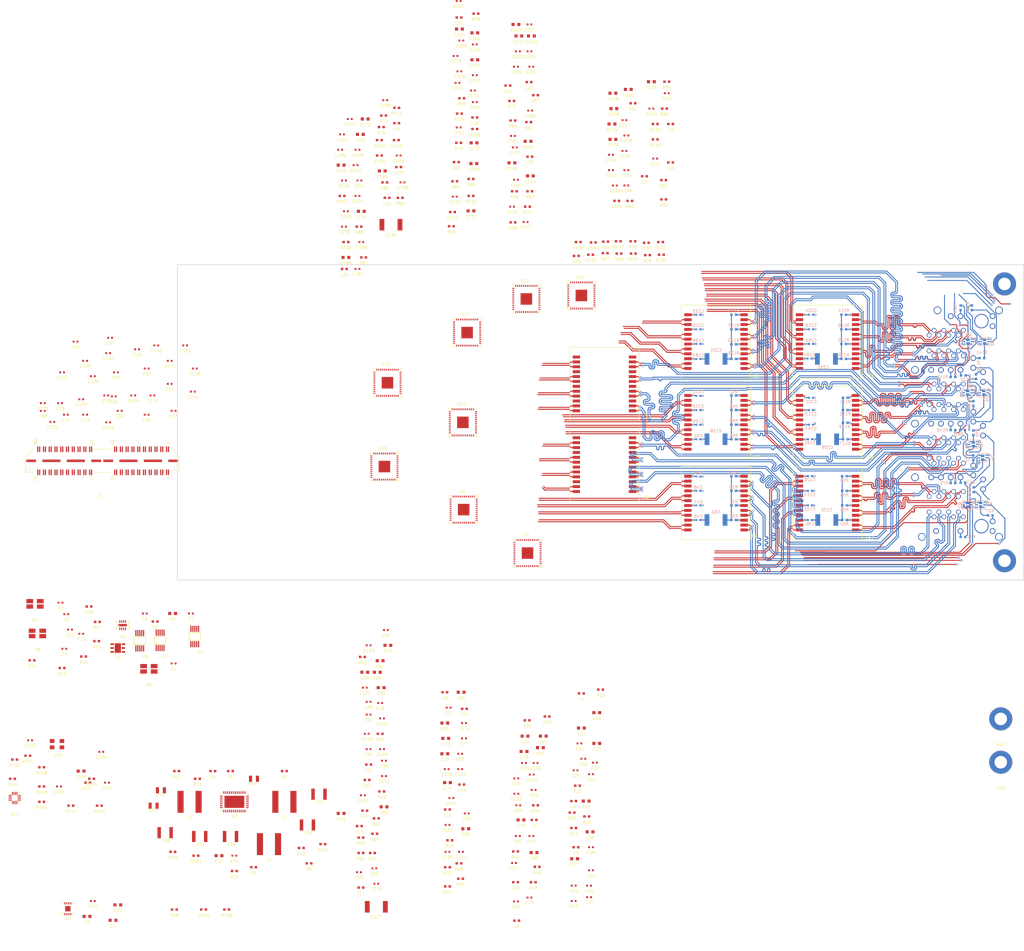
<source format=kicad_pcb>
(kicad_pcb (version 20171130) (host pcbnew "(5.0.0-rc2-dev-442-g8fcdc4f6c)")
  (layers (0 F.Cu signal) (1 In1.Cu signal) (2 In2.Cu signal) (31 B.Cu signal) (34 B.Paste user) (35 F.Paste user) (36 B.SilkS user) (37 F.SilkS user) (38 B.Mask user) (39 F.Mask user) (44 Edge.Cuts user))
  (net 0 "")
  (net 1 /GND)
  (net 2 /I2C_SDA)
  (net 3 "Net-(U6-Pad3)")
  (net 4 /I2C_SCL)
  (net 5 /3V3)
  (net 6 /PHYs/1V8)
  (net 7 "Net-(C2-Pad2)")
  (net 8 "Net-(C2-Pad1)")
  (net 9 "Net-(C3-Pad1)")
  (net 10 "Net-(C3-Pad2)")
  (net 11 /PHYs/1V0)
  (net 12 "Net-(U7-Pad3)")
  (net 13 "Net-(U5-Pad3)")
  (net 14 "Net-(C1-Pad2)")
  (net 15 "Net-(C1-Pad1)")
  (net 16 /PHYs/A1V8_7)
  (net 17 /PHYs/LED_0_7)
  (net 18 /PHYs/LED_1_7)
  (net 19 "Net-(U15-Pad45)")
  (net 20 "Net-(R81-Pad2)")
  (net 21 /PHY_RST_N)
  (net 22 /PHYs/A1V0_7)
  (net 23 "Net-(U15-Pad40)")
  (net 24 "Net-(U15-Pad39)")
  (net 25 /PHYs/RX_CTRL_7)
  (net 26 "Net-(U15-Pad37)")
  (net 27 /PHYs/JTAG_TDO_6)
  (net 28 /JTAG_TMS)
  (net 29 /JTAG_TDO)
  (net 30 /JTAG_TCK)
  (net 31 "Net-(U15-Pad18)")
  (net 32 /MGMT_MDIO)
  (net 33 /MGMT_MDC)
  (net 34 /PHYs/CLK_25MHZ_7)
  (net 35 "Net-(U15-Pad14)")
  (net 36 /PHYs/ETH7_A_P)
  (net 37 /PHYs/ETH7_A_N)
  (net 38 /PHYs/A2V5_7)
  (net 39 /PHYs/ETH7_B_P)
  (net 40 /PHYs/ETH7_B_N)
  (net 41 /PHYs/ETH7_C_P)
  (net 42 /PHYs/ETH7_C_N)
  (net 43 /PHYs/ETH7_D_P)
  (net 44 /PHYs/ETH7_D_N)
  (net 45 "Net-(R80-Pad2)")
  (net 46 /PHYs/RX_D3_7)
  (net 47 /PHYs/RX_D2_7)
  (net 48 "Net-(U15-Pad34)")
  (net 49 /PHYs/RX_D0_7)
  (net 50 "Net-(U15-Pad32)")
  (net 51 "Net-(C142-Pad1)")
  (net 52 "Net-(U15-Pad29)")
  (net 53 "Net-(C141-Pad1)")
  (net 54 "Net-(U15-Pad26)")
  (net 55 "Net-(U15-Pad25)")
  (net 56 "Net-(U14-Pad25)")
  (net 57 "Net-(U14-Pad26)")
  (net 58 "Net-(C137-Pad1)")
  (net 59 "Net-(U14-Pad29)")
  (net 60 "Net-(C138-Pad1)")
  (net 61 /PHYs/A1V0_6)
  (net 62 "Net-(U14-Pad32)")
  (net 63 /PHYs/RX_D0_6)
  (net 64 "Net-(U14-Pad34)")
  (net 65 /PHYs/RX_D2_6)
  (net 66 /PHYs/RX_D3_6)
  (net 67 "Net-(R78-Pad2)")
  (net 68 /PHYs/ETH6_D_N)
  (net 69 /PHYs/ETH6_D_P)
  (net 70 /PHYs/A2V5_6)
  (net 71 /PHYs/ETH6_C_N)
  (net 72 /PHYs/ETH6_C_P)
  (net 73 /PHYs/ETH6_B_N)
  (net 74 /PHYs/ETH6_B_P)
  (net 75 /PHYs/ETH6_A_N)
  (net 76 /PHYs/ETH6_A_P)
  (net 77 /PHYs/A1V8_6)
  (net 78 "Net-(U14-Pad14)")
  (net 79 /PHYs/CLK_25MHZ_6)
  (net 80 "Net-(U14-Pad18)")
  (net 81 /PHYs/JTAG_TDO_5)
  (net 82 "Net-(U14-Pad37)")
  (net 83 /PHYs/RX_CTRL_6)
  (net 84 "Net-(U14-Pad39)")
  (net 85 "Net-(U14-Pad40)")
  (net 86 "Net-(R79-Pad2)")
  (net 87 "Net-(U14-Pad45)")
  (net 88 /PHYs/LED_1_6)
  (net 89 /PHYs/LED_0_6)
  (net 90 /PHYs/A1V8_5)
  (net 91 /PHYs/LED_0_5)
  (net 92 /PHYs/LED_1_5)
  (net 93 "Net-(U13-Pad45)")
  (net 94 "Net-(R77-Pad2)")
  (net 95 /PHYs/A1V0_5)
  (net 96 "Net-(U13-Pad40)")
  (net 97 "Net-(U13-Pad39)")
  (net 98 /PHYs/RX_CTRL_5)
  (net 99 "Net-(U13-Pad37)")
  (net 100 /PHYs/JTAG_TDO_4)
  (net 101 "Net-(U13-Pad18)")
  (net 102 /PHYs/CLK_25MHZ_5)
  (net 103 "Net-(U13-Pad14)")
  (net 104 /PHYs/ETH5_A_P)
  (net 105 /PHYs/ETH5_A_N)
  (net 106 /PHYs/A2V5_5)
  (net 107 /PHYs/ETH5_B_P)
  (net 108 /PHYs/ETH5_B_N)
  (net 109 /PHYs/ETH5_C_P)
  (net 110 /PHYs/ETH5_C_N)
  (net 111 /PHYs/ETH5_D_P)
  (net 112 /PHYs/ETH5_D_N)
  (net 113 "Net-(R76-Pad2)")
  (net 114 /PHYs/RX_D3_5)
  (net 115 /PHYs/RX_D2_5)
  (net 116 "Net-(U13-Pad34)")
  (net 117 /PHYs/RX_D0_5)
  (net 118 "Net-(U13-Pad32)")
  (net 119 "Net-(C134-Pad1)")
  (net 120 "Net-(U13-Pad29)")
  (net 121 "Net-(C133-Pad1)")
  (net 122 "Net-(U13-Pad26)")
  (net 123 "Net-(U13-Pad25)")
  (net 124 "Net-(U12-Pad25)")
  (net 125 "Net-(U12-Pad26)")
  (net 126 "Net-(C129-Pad1)")
  (net 127 "Net-(U12-Pad29)")
  (net 128 "Net-(C130-Pad1)")
  (net 129 /PHYs/A1V0_4)
  (net 130 "Net-(U12-Pad32)")
  (net 131 "Net-(U12-Pad33)")
  (net 132 "Net-(U12-Pad34)")
  (net 133 /PHYs/RX_D2_4)
  (net 134 /PHYs/RX_D3_4)
  (net 135 "Net-(R74-Pad2)")
  (net 136 /PHYs/ETH4_D_N)
  (net 137 /PHYs/ETH4_D_P)
  (net 138 /PHYs/A2V5_4)
  (net 139 /PHYs/ETH4_C_N)
  (net 140 /PHYs/ETH4_C_P)
  (net 141 /PHYs/ETH4_B_N)
  (net 142 /PHYs/ETH4_B_P)
  (net 143 /PHYs/ETH4_A_N)
  (net 144 /PHYs/ETH4_A_P)
  (net 145 /PHYs/A1V8_4)
  (net 146 "Net-(U12-Pad14)")
  (net 147 /PHYs/CLK_25MHZ_4)
  (net 148 "Net-(U12-Pad18)")
  (net 149 /PHYs/JTAG_TDO_3)
  (net 150 "Net-(U12-Pad37)")
  (net 151 /PHYs/RX_CTRL_4)
  (net 152 "Net-(U12-Pad39)")
  (net 153 "Net-(U12-Pad40)")
  (net 154 "Net-(R75-Pad2)")
  (net 155 "Net-(U12-Pad45)")
  (net 156 /PHYs/LED_1_4)
  (net 157 /PHYs/LED_0_4)
  (net 158 /PHYs/A1V8_3)
  (net 159 /PHYs/LED_0_3)
  (net 160 /PHYs/LED_1_3)
  (net 161 "Net-(U11-Pad45)")
  (net 162 "Net-(R38-Pad2)")
  (net 163 /PHYs/A1V0_3)
  (net 164 "Net-(U11-Pad40)")
  (net 165 "Net-(U11-Pad39)")
  (net 166 /PHYs/RX_CTRL_3)
  (net 167 "Net-(U11-Pad37)")
  (net 168 /PHYs/JTAG_TDO_2)
  (net 169 "Net-(U11-Pad18)")
  (net 170 /PHYs/CLK_25MHZ_3)
  (net 171 "Net-(U11-Pad14)")
  (net 172 /PHYs/ETH3_A_P)
  (net 173 /PHYs/ETH3_A_N)
  (net 174 /PHYs/A2V5_3)
  (net 175 /PHYs/ETH3_B_P)
  (net 176 /PHYs/ETH3_B_N)
  (net 177 /PHYs/ETH3_C_P)
  (net 178 /PHYs/ETH3_C_N)
  (net 179 /PHYs/ETH3_D_P)
  (net 180 /PHYs/ETH3_D_N)
  (net 181 "Net-(R37-Pad2)")
  (net 182 "Net-(C62-Pad1)")
  (net 183 "Net-(C61-Pad1)")
  (net 184 "Net-(U11-Pad34)")
  (net 185 /PHYs/RX_D0_3)
  (net 186 "Net-(U11-Pad32)")
  (net 187 "Net-(C60-Pad1)")
  (net 188 "Net-(U11-Pad29)")
  (net 189 "Net-(C59-Pad1)")
  (net 190 "Net-(U11-Pad26)")
  (net 191 "Net-(U11-Pad25)")
  (net 192 "Net-(U10-Pad25)")
  (net 193 "Net-(U10-Pad26)")
  (net 194 "Net-(C55-Pad1)")
  (net 195 "Net-(U10-Pad29)")
  (net 196 "Net-(C56-Pad1)")
  (net 197 /PHYs/A1V0_2)
  (net 198 "Net-(U10-Pad32)")
  (net 199 /PHYs/RX_D0_2)
  (net 200 "Net-(U10-Pad34)")
  (net 201 "Net-(C57-Pad1)")
  (net 202 "Net-(C58-Pad1)")
  (net 203 "Net-(R35-Pad2)")
  (net 204 /PHYs/ETH2_D_N)
  (net 205 /PHYs/ETH2_D_P)
  (net 206 /PHYs/A2V5_2)
  (net 207 /PHYs/ETH2_C_N)
  (net 208 /PHYs/ETH2_C_P)
  (net 209 /PHYs/ETH2_B_N)
  (net 210 /PHYs/ETH2_B_P)
  (net 211 /PHYs/ETH2_A_N)
  (net 212 /PHYs/ETH2_A_P)
  (net 213 /PHYs/A1V8_2)
  (net 214 "Net-(U10-Pad14)")
  (net 215 /PHYs/CLK_25MHZ_2)
  (net 216 "Net-(U10-Pad18)")
  (net 217 /PHYs/JTAG_TDO_1)
  (net 218 "Net-(U10-Pad37)")
  (net 219 /PHYs/RX_CTRL_2)
  (net 220 "Net-(U10-Pad39)")
  (net 221 "Net-(U10-Pad40)")
  (net 222 "Net-(R36-Pad2)")
  (net 223 "Net-(U10-Pad45)")
  (net 224 /PHYs/LED_1_2)
  (net 225 /PHYs/LED_0_2)
  (net 226 /PHYs/A1V8_1)
  (net 227 /PHYs/LED_0_1)
  (net 228 /PHYs/LED_1_1)
  (net 229 "Net-(U9-Pad45)")
  (net 230 "Net-(R34-Pad2)")
  (net 231 /PHYs/A1V0_1)
  (net 232 "Net-(U9-Pad40)")
  (net 233 "Net-(U9-Pad39)")
  (net 234 /PHYs/RX_CTRL_1)
  (net 235 "Net-(U9-Pad37)")
  (net 236 /PHYs/JTAG_TDO_0)
  (net 237 "Net-(U9-Pad18)")
  (net 238 /PHYs/CLK_25MHZ_1)
  (net 239 "Net-(U9-Pad14)")
  (net 240 /PHYs/ETH1_A_P)
  (net 241 /PHYs/ETH1_A_N)
  (net 242 /PHYs/A2V5_1)
  (net 243 /PHYs/ETH1_B_P)
  (net 244 /PHYs/ETH1_B_N)
  (net 245 /PHYs/ETH1_C_P)
  (net 246 /PHYs/ETH1_C_N)
  (net 247 /PHYs/ETH1_D_P)
  (net 248 /PHYs/ETH1_D_N)
  (net 249 "Net-(R33-Pad2)")
  (net 250 "Net-(C54-Pad1)")
  (net 251 "Net-(C53-Pad1)")
  (net 252 "Net-(U9-Pad34)")
  (net 253 /PHYs/RX_D0_1)
  (net 254 "Net-(U9-Pad32)")
  (net 255 "Net-(C52-Pad1)")
  (net 256 "Net-(U9-Pad29)")
  (net 257 "Net-(C51-Pad1)")
  (net 258 "Net-(U9-Pad26)")
  (net 259 "Net-(U9-Pad25)")
  (net 260 "Net-(U8-Pad25)")
  (net 261 "Net-(U8-Pad26)")
  (net 262 "Net-(C12-Pad1)")
  (net 263 "Net-(U8-Pad29)")
  (net 264 "Net-(C13-Pad1)")
  (net 265 /PHYs/A1V0_0)
  (net 266 "Net-(U8-Pad32)")
  (net 267 "Net-(U8-Pad33)")
  (net 268 "Net-(U8-Pad34)")
  (net 269 "Net-(C14-Pad1)")
  (net 270 "Net-(C15-Pad1)")
  (net 271 "Net-(R20-Pad2)")
  (net 272 /PHYs/ETH0_D_N)
  (net 273 /PHYs/ETH0_D_P)
  (net 274 /PHYs/A2V5_0)
  (net 275 /PHYs/ETH0_C_N)
  (net 276 /PHYs/ETH0_C_P)
  (net 277 /PHYs/ETH0_B_N)
  (net 278 /PHYs/ETH0_B_P)
  (net 279 /PHYs/ETH0_A_N)
  (net 280 /PHYs/ETH0_A_P)
  (net 281 /PHYs/A1V8_0)
  (net 282 "Net-(U8-Pad14)")
  (net 283 /PHYs/CLK_25MHZ_0)
  (net 284 "Net-(U8-Pad18)")
  (net 285 /JTAG_TDI)
  (net 286 "Net-(U8-Pad37)")
  (net 287 /PHYs/RX_CTRL_0)
  (net 288 "Net-(U8-Pad39)")
  (net 289 "Net-(U8-Pad40)")
  (net 290 "Net-(R21-Pad2)")
  (net 291 "Net-(U8-Pad45)")
  (net 292 /PHYs/LED_1_0)
  (net 293 /PHYs/LED_0_0)
  (net 294 /5V0)
  (net 295 "/Power Supply/1V8_SW")
  (net 296 "Net-(R12-Pad2)")
  (net 297 "/Power Supply/2V5_SW")
  (net 298 /PSU_PGOOD)
  (net 299 /2V5_EN)
  (net 300 "Net-(R11-Pad2)")
  (net 301 "/Power Supply/1V0_SW")
  (net 302 "/Power Supply/1V0_FB")
  (net 303 /1V0_EN)
  (net 304 "/Power Supply/SMPS_TEMP")
  (net 305 /1V8_EN)
  (net 306 "Net-(R143-Pad2)")
  (net 307 "/Power Supply/2V5_DECOUPLE")
  (net 308 "/Power Supply/2V5_SHUNT_HI")
  (net 309 "/Power Supply/2V5_SHUNT_LO")
  (net 310 /PHYs/2V5)
  (net 311 "/Power Supply/1V0_SHUNT_LO")
  (net 312 "/Power Supply/1V0_SHUNT_HI")
  (net 313 "/Power Supply/1V0_DECOUPLE")
  (net 314 "/Power Supply/1V8_DECOUPLE")
  (net 315 "/Power Supply/1V8_SHUNT_HI")
  (net 316 "/Power Supply/1V8_SHUNT_LO")
  (net 317 "Net-(C128-Pad2)")
  (net 318 "Net-(C232-Pad2)")
  (net 319 "Net-(C231-Pad2)")
  (net 320 "Net-(C230-Pad2)")
  (net 321 "Net-(C229-Pad2)")
  (net 322 "Net-(C50-Pad2)")
  (net 323 "Net-(C127-Pad2)")
  (net 324 "Net-(C126-Pad2)")
  (net 325 /PHYs/CLK_25MHZ)
  (net 326 "Net-(Q8-PadD2)")
  (net 327 /PHYs/LED0_7_N)
  (net 328 /PHYs/LED0_6_N)
  (net 329 "Net-(Q8-PadD1)")
  (net 330 "Net-(R144-Pad2)")
  (net 331 "Net-(R145-Pad2)")
  (net 332 "Net-(R146-Pad2)")
  (net 333 "Net-(R147-Pad2)")
  (net 334 "Net-(R149-Pad2)")
  (net 335 "Net-(R150-Pad2)")
  (net 336 "Net-(R151-Pad2)")
  (net 337 "Net-(Q3-PadD2)")
  (net 338 /PHYs/LED0_1_N)
  (net 339 "Net-(Q4-PadD2)")
  (net 340 /PHYs/LED0_3_N)
  (net 341 /PHYs/LED1_3_N)
  (net 342 "Net-(Q3-PadD1)")
  (net 343 "Net-(Q2-PadD1)")
  (net 344 /PHYs/LED1_1_N)
  (net 345 /PHYs/LED0_2_N)
  (net 346 "Net-(Q4-PadD1)")
  (net 347 "Net-(Q2-PadD2)")
  (net 348 /PHYs/LED1_2_N)
  (net 349 "/Power Supply/1V8_SENSE")
  (net 350 "/Power Supply/2V5_SENSE")
  (net 351 "/Power Supply/1V0_SENSE")
  (net 352 "Net-(R148-Pad2)")
  (net 353 /PHYs/LED0_5_N)
  (net 354 "Net-(Q7-PadD2)")
  (net 355 "Net-(Q5-PadD2)")
  (net 356 /PHYs/LED1_5_N)
  (net 357 /PHYs/LED1_6_N)
  (net 358 "Net-(Q6-PadD1)")
  (net 359 "Net-(Q6-PadD2)")
  (net 360 /PHYs/LED1_7_N)
  (net 361 "Net-(Q5-PadD1)")
  (net 362 /PHYs/LED1_4_N)
  (net 363 /PHYs/LED0_4_N)
  (net 364 "Net-(Q7-PadD1)")
  (net 365 "Net-(C184-Pad2)")
  (net 366 "Net-(C182-Pad2)")
  (net 367 "Net-(C181-Pad2)")
  (net 368 /PHYs/SGMII2_TX_P)
  (net 369 "Net-(C104-Pad2)")
  (net 370 "Net-(C103-Pad2)")
  (net 371 /PHYs/SGMII2_TX_N)
  (net 372 "Net-(C102-Pad2)")
  (net 373 "Net-(C183-Pad2)")
  (net 374 /PHYs/SGMII0_TX_P)
  (net 375 /PHYs/SGMII6_TX_P)
  (net 376 /PHYs/SGMII6_TX_N)
  (net 377 /SGMII6_RX_P)
  (net 378 /SGMII6_RX_N)
  (net 379 /PHYs/SGMII7_TX_P)
  (net 380 /PHYs/SGMII0_TX_N)
  (net 381 /SGMII7_RX_N)
  (net 382 /SGMII7_RX_P)
  (net 383 /PHYs/SGMII7_TX_N)
  (net 384 /PHYs/SGMII4_TX_N)
  (net 385 "Net-(C200-Pad2)")
  (net 386 "Net-(C199-Pad2)")
  (net 387 "Net-(C198-Pad2)")
  (net 388 "Net-(C197-Pad2)")
  (net 389 /PHYs/SGMII4_TX_P)
  (net 390 /SGMII4_RX_P)
  (net 391 /SGMII4_RX_N)
  (net 392 /PHYs/SGMII5_TX_P)
  (net 393 /PHYs/SGMII5_TX_N)
  (net 394 /SGMII5_RX_P)
  (net 395 /SGMII5_RX_N)
  (net 396 "Net-(C46-Pad2)")
  (net 397 "Net-(C47-Pad2)")
  (net 398 "Net-(C48-Pad2)")
  (net 399 "Net-(C222-Pad2)")
  (net 400 /SGMII1_RX_N)
  (net 401 "Net-(C214-Pad2)")
  (net 402 "Net-(C215-Pad2)")
  (net 403 "Net-(C216-Pad2)")
  (net 404 "Net-(C213-Pad2)")
  (net 405 "Net-(C221-Pad2)")
  (net 406 /SGMII1_RX_P)
  (net 407 "Net-(C223-Pad2)")
  (net 408 "Net-(C224-Pad2)")
  (net 409 /PHYs/SGMII3_TX_P)
  (net 410 "Net-(C92-Pad2)")
  (net 411 "Net-(C91-Pad2)")
  (net 412 "Net-(C90-Pad2)")
  (net 413 /SGMII2_RX_N)
  (net 414 /PHYs/SGMII3_TX_N)
  (net 415 /SGMII3_RX_N)
  (net 416 /SGMII3_RX_P)
  (net 417 /SGMII2_RX_P)
  (net 418 /PHYs/SGMII1_TX_P)
  (net 419 /PHYs/SGMII1_TX_N)
  (net 420 "Net-(C116-Pad2)")
  (net 421 "Net-(C122-Pad2)")
  (net 422 "Net-(C121-Pad2)")
  (net 423 "Net-(C120-Pad2)")
  (net 424 "Net-(C49-Pad2)")
  (net 425 "Net-(C115-Pad2)")
  (net 426 "Net-(C114-Pad2)")
  (net 427 /SGMII0_RX_P)
  (net 428 /SGMII0_RX_N)
  (net 429 "Net-(Q1-PadD2)")
  (net 430 "Net-(Q1-PadD1)")
  (net 431 "Net-(L17-Pad15)")
  (net 432 "Net-(L35-Pad18)")
  (net 433 "Net-(L35-Pad24)")
  (net 434 "Net-(L34-Pad18)")
  (net 435 "Net-(L32-Pad18)")
  (net 436 "Net-(L35-Pad21)")
  (net 437 "Net-(L34-Pad21)")
  (net 438 "Net-(L33-Pad21)")
  (net 439 "Net-(L32-Pad21)")
  (net 440 "Net-(L34-Pad24)")
  (net 441 "Net-(L33-Pad24)")
  (net 442 "Net-(L32-Pad24)")
  (net 443 "Net-(L19-Pad15)")
  (net 444 "Net-(L18-Pad15)")
  (net 445 "Net-(L18-Pad18)")
  (net 446 "Net-(L19-Pad21)")
  (net 447 "Net-(L19-Pad18)")
  (net 448 "Net-(L17-Pad18)")
  (net 449 "Net-(L17-Pad21)")
  (net 450 "Net-(L19-Pad24)")
  (net 451 "Net-(L18-Pad24)")
  (net 452 "Net-(L17-Pad24)")
  (net 453 "Net-(L18-Pad21)")
  (net 454 "Net-(L32-Pad15)")
  (net 455 "Net-(L7-Pad15)")
  (net 456 "Net-(L7-Pad18)")
  (net 457 "Net-(L7-Pad21)")
  (net 458 "Net-(L7-Pad24)")
  (net 459 /PHYs/LED0_0_N)
  (net 460 /PHYs/LED1_0_N)
  (net 461 "Net-(L33-Pad18)")
  (net 462 "Net-(L35-Pad15)")
  (net 463 "Net-(L34-Pad15)")
  (net 464 "Net-(L33-Pad15)")
  (net 465 /PHYs/ETH0_DM_N)
  (net 466 /PHYs/ETH0_DM_P)
  (net 467 /PHYs/ETH0_CM_N)
  (net 468 /PHYs/ETH0_CM_P)
  (net 469 /PHYs/ETH0_BM_N)
  (net 470 /PHYs/ETH0_BM_P)
  (net 471 /PHYs/ETH0_AM_N)
  (net 472 /PHYs/ETH0_AM_P)
  (net 473 /PHYs/ETH1_DM_N)
  (net 474 /PHYs/ETH1_DM_P)
  (net 475 /PHYs/ETH1_CM_N)
  (net 476 /PHYs/ETH1_CM_P)
  (net 477 /PHYs/ETH1_BM_N)
  (net 478 /PHYs/ETH1_BM_P)
  (net 479 /PHYs/ETH1_AM_N)
  (net 480 /PHYs/ETH1_AM_P)
  (net 481 /PHYs/3V3)
  (net 482 /PHYs/ETH2_BM_P)
  (net 483 /PHYs/ETH2_DM_N)
  (net 484 /PHYs/ETH3_AM_P)
  (net 485 /PHYs/ETH3_BM_N)
  (net 486 /PHYs/ETH2_CM_P)
  (net 487 /PHYs/ETH2_BM_N)
  (net 488 /PHYs/ETH2_CM_N)
  (net 489 /PHYs/ETH2_AM_P)
  (net 490 /PHYs/ETH2_DM_P)
  (net 491 /PHYs/ETH3_DM_P)
  (net 492 /PHYs/ETH3_CM_P)
  (net 493 /PHYs/ETH2_AM_N)
  (net 494 /PHYs/ETH3_AM_N)
  (net 495 /PHYs/ETH3_BM_P)
  (net 496 /PHYs/ETH3_CM_N)
  (net 497 /PHYs/ETH3_DM_N)
  (net 498 /PHYs/ETH4_AM_N)
  (net 499 /PHYs/ETH5_AM_P)
  (net 500 /PHYs/ETH5_CM_P)
  (net 501 /PHYs/ETH4_BM_N)
  (net 502 /PHYs/ETH5_AM_N)
  (net 503 /PHYs/ETH5_BM_P)
  (net 504 /PHYs/ETH4_AM_P)
  (net 505 /PHYs/ETH4_DM_P)
  (net 506 /PHYs/ETH5_DM_P)
  (net 507 /PHYs/ETH4_CM_P)
  (net 508 /PHYs/ETH4_CM_N)
  (net 509 /PHYs/ETH5_CM_N)
  (net 510 /PHYs/ETH4_DM_N)
  (net 511 /PHYs/ETH5_DM_N)
  (net 512 /PHYs/ETH4_BM_P)
  (net 513 /PHYs/ETH5_BM_N)
  (net 514 /PHYs/ETH6_BM_N)
  (net 515 /PHYs/ETH7_DM_P)
  (net 516 /PHYs/ETH6_CM_P)
  (net 517 /PHYs/ETH7_AM_N)
  (net 518 /PHYs/ETH6_CM_N)
  (net 519 /PHYs/ETH7_CM_N)
  (net 520 /PHYs/ETH6_DM_N)
  (net 521 /PHYs/ETH7_BM_P)
  (net 522 /PHYs/ETH6_AM_P)
  (net 523 /PHYs/ETH6_DM_P)
  (net 524 /PHYs/ETH6_AM_N)
  (net 525 /PHYs/ETH7_CM_P)
  (net 526 /PHYs/ETH7_AM_P)
  (net 527 /PHYs/ETH7_DM_N)
  (net 528 /PHYs/ETH6_BM_P)
  (net 529 /PHYs/ETH7_BM_N)
  (net 530 "Net-(MH4-Pad1)")
  (net 531 "Net-(MH1-Pad1)")
  (net 532 "Net-(MH2-Pad1)")
  (net 533 "Net-(MH3-Pad1)")
  (module azonenberg_pcb:DFN_6_0.65MM_2x2MM_GDS (layer B.Cu) (at 262.4 53.3 270)
    (fp_text reference Q5 (at -1.8 -0.8) (layer B.SilkS) (effects (font (size 0.75 0.75) (thickness 0.125)) (justify mirror)))
    (fp_text value SSM6N58NU hide)
    (pad S1 smd rect (at -0.65 -0.86 270) (size 0.3 0.3) (layers B.Cu B.Paste B.Mask) (net 1 /GND))
    (pad G1 smd rect (at 0 -0.86 270) (size 0.3 0.3) (layers B.Cu B.Paste B.Mask) (net 156 /PHYs/LED_1_4))
    (pad D2 smd rect (at 0.65 -0.86 270) (size 0.3 0.3) (layers B.Cu B.Paste B.Mask) (net 355 "Net-(Q5-PadD2)"))
    (pad S2 smd rect (at 0.65 0.86 270) (size 0.3 0.3) (layers B.Cu B.Paste B.Mask) (net 1 /GND))
    (pad G2 smd rect (at 0 0.86 270) (size 0.3 0.3) (layers B.Cu B.Paste B.Mask) (net 157 /PHYs/LED_0_4))
    (pad D1 smd rect (at -0.65 0.86 270) (size 0.3 0.3) (layers B.Cu B.Paste B.Mask) (net 361 "Net-(Q5-PadD1)"))
    (pad D2 smd rect (at 0.475 0 270) (size 0.65 0.9) (layers B.Cu B.Paste B.Mask) (net 355 "Net-(Q5-PadD2)"))
    (pad D1 smd rect (at -0.475 0 270) (size 0.65 0.9) (layers B.Cu B.Paste B.Mask) (net 361 "Net-(Q5-PadD1)"))
  )
  (module azonenberg_pcb:BOURNS_PT61020EL (layer F.Cu) (at 226 61 270)
    (fp_text reference L32 (at 9 -11 180) (layer F.SilkS) (effects (font (size 0.75 0.75) (thickness 0.125))))
    (fp_text value BOURNS_PT6120EL)
    (pad 24 smd rect (at -6.985 -7.3 270) (size 0.76 1.91) (layers F.Cu F.Paste F.Mask) (net 442 "Net-(L32-Pad24)"))
    (pad 23 smd rect (at -5.715 -7.3 270) (size 0.76 1.91) (layers F.Cu F.Paste F.Mask) (net 505 /PHYs/ETH4_DM_P))
    (pad 22 smd rect (at -4.445 -7.3 270) (size 0.76 1.91) (layers F.Cu F.Paste F.Mask) (net 510 /PHYs/ETH4_DM_N))
    (pad 21 smd rect (at -3.175 -7.3 270) (size 0.76 1.91) (layers F.Cu F.Paste F.Mask) (net 439 "Net-(L32-Pad21)"))
    (pad 20 smd rect (at -1.905 -7.3 270) (size 0.76 1.91) (layers F.Cu F.Paste F.Mask) (net 507 /PHYs/ETH4_CM_P))
    (pad 19 smd rect (at -0.635 -7.3 270) (size 0.76 1.91) (layers F.Cu F.Paste F.Mask) (net 508 /PHYs/ETH4_CM_N))
    (pad 18 smd rect (at 0.635 -7.3 270) (size 0.76 1.91) (layers F.Cu F.Paste F.Mask) (net 435 "Net-(L32-Pad18)"))
    (pad 17 smd rect (at 1.905 -7.3 270) (size 0.76 1.91) (layers F.Cu F.Paste F.Mask) (net 512 /PHYs/ETH4_BM_P))
    (pad 16 smd rect (at 3.175 -7.3 270) (size 0.76 1.91) (layers F.Cu F.Paste F.Mask) (net 501 /PHYs/ETH4_BM_N))
    (pad 15 smd rect (at 4.445 -7.3 270) (size 0.76 1.91) (layers F.Cu F.Paste F.Mask) (net 454 "Net-(L32-Pad15)"))
    (pad 14 smd rect (at 5.715 -7.3 270) (size 0.76 1.91) (layers F.Cu F.Paste F.Mask) (net 504 /PHYs/ETH4_AM_P))
    (pad 13 smd rect (at 6.985 -7.3 270) (size 0.76 1.91) (layers F.Cu F.Paste F.Mask) (net 498 /PHYs/ETH4_AM_N))
    (pad 12 smd rect (at 6.985 7.3 270) (size 0.76 1.91) (layers F.Cu F.Paste F.Mask) (net 143 /PHYs/ETH4_A_N))
    (pad 11 smd rect (at 5.715 7.3 270) (size 0.76 1.91) (layers F.Cu F.Paste F.Mask) (net 144 /PHYs/ETH4_A_P))
    (pad 10 smd rect (at 4.445 7.3 270) (size 0.76 1.91) (layers F.Cu F.Paste F.Mask) (net 367 "Net-(C181-Pad2)"))
    (pad 9 smd rect (at 3.175 7.3 270) (size 0.76 1.91) (layers F.Cu F.Paste F.Mask) (net 141 /PHYs/ETH4_B_N))
    (pad 8 smd rect (at 1.905 7.3 270) (size 0.76 1.91) (layers F.Cu F.Paste F.Mask) (net 142 /PHYs/ETH4_B_P))
    (pad 7 smd rect (at 0.635 7.3 270) (size 0.76 1.91) (layers F.Cu F.Paste F.Mask) (net 388 "Net-(C197-Pad2)"))
    (pad 6 smd rect (at -0.635 7.3 270) (size 0.76 1.91) (layers F.Cu F.Paste F.Mask) (net 139 /PHYs/ETH4_C_N))
    (pad 5 smd rect (at -1.905 7.3 270) (size 0.76 1.91) (layers F.Cu F.Paste F.Mask) (net 140 /PHYs/ETH4_C_P))
    (pad 4 smd rect (at -3.175 7.3 270) (size 0.76 1.91) (layers F.Cu F.Paste F.Mask) (net 404 "Net-(C213-Pad2)"))
    (pad 3 smd rect (at -4.445 7.3 270) (size 0.76 1.91) (layers F.Cu F.Paste F.Mask) (net 136 /PHYs/ETH4_D_N))
    (pad 2 smd rect (at -5.715 7.3 270) (size 0.76 1.91) (layers F.Cu F.Paste F.Mask) (net 137 /PHYs/ETH4_D_P))
    (pad 1 smd rect (at -6.985 7.3 270) (size 0.76 1.91) (layers F.Cu F.Paste F.Mask) (net 405 "Net-(C221-Pad2)"))
  )
  (module azonenberg_pcb:BOURNS_PT61020EL (layer F.Cu) (at 226 82 270)
    (fp_text reference L17 (at 9 -11) (layer F.SilkS) (effects (font (size 0.75 0.75) (thickness 0.125))))
    (fp_text value BOURNS_PT6120EL)
    (pad 24 smd rect (at -6.985 -7.3 270) (size 0.76 1.91) (layers F.Cu F.Paste F.Mask) (net 452 "Net-(L17-Pad24)"))
    (pad 23 smd rect (at -5.715 -7.3 270) (size 0.76 1.91) (layers F.Cu F.Paste F.Mask) (net 474 /PHYs/ETH1_DM_P))
    (pad 22 smd rect (at -4.445 -7.3 270) (size 0.76 1.91) (layers F.Cu F.Paste F.Mask) (net 473 /PHYs/ETH1_DM_N))
    (pad 21 smd rect (at -3.175 -7.3 270) (size 0.76 1.91) (layers F.Cu F.Paste F.Mask) (net 449 "Net-(L17-Pad21)"))
    (pad 20 smd rect (at -1.905 -7.3 270) (size 0.76 1.91) (layers F.Cu F.Paste F.Mask) (net 476 /PHYs/ETH1_CM_P))
    (pad 19 smd rect (at -0.635 -7.3 270) (size 0.76 1.91) (layers F.Cu F.Paste F.Mask) (net 475 /PHYs/ETH1_CM_N))
    (pad 18 smd rect (at 0.635 -7.3 270) (size 0.76 1.91) (layers F.Cu F.Paste F.Mask) (net 448 "Net-(L17-Pad18)"))
    (pad 17 smd rect (at 1.905 -7.3 270) (size 0.76 1.91) (layers F.Cu F.Paste F.Mask) (net 478 /PHYs/ETH1_BM_P))
    (pad 16 smd rect (at 3.175 -7.3 270) (size 0.76 1.91) (layers F.Cu F.Paste F.Mask) (net 477 /PHYs/ETH1_BM_N))
    (pad 15 smd rect (at 4.445 -7.3 270) (size 0.76 1.91) (layers F.Cu F.Paste F.Mask) (net 431 "Net-(L17-Pad15)"))
    (pad 14 smd rect (at 5.715 -7.3 270) (size 0.76 1.91) (layers F.Cu F.Paste F.Mask) (net 480 /PHYs/ETH1_AM_P))
    (pad 13 smd rect (at 6.985 -7.3 270) (size 0.76 1.91) (layers F.Cu F.Paste F.Mask) (net 479 /PHYs/ETH1_AM_N))
    (pad 12 smd rect (at 6.985 7.3 270) (size 0.76 1.91) (layers F.Cu F.Paste F.Mask) (net 241 /PHYs/ETH1_A_N))
    (pad 11 smd rect (at 5.715 7.3 270) (size 0.76 1.91) (layers F.Cu F.Paste F.Mask) (net 240 /PHYs/ETH1_A_P))
    (pad 10 smd rect (at 4.445 7.3 270) (size 0.76 1.91) (layers F.Cu F.Paste F.Mask) (net 412 "Net-(C90-Pad2)"))
    (pad 9 smd rect (at 3.175 7.3 270) (size 0.76 1.91) (layers F.Cu F.Paste F.Mask) (net 244 /PHYs/ETH1_B_N))
    (pad 8 smd rect (at 1.905 7.3 270) (size 0.76 1.91) (layers F.Cu F.Paste F.Mask) (net 243 /PHYs/ETH1_B_P))
    (pad 7 smd rect (at 0.635 7.3 270) (size 0.76 1.91) (layers F.Cu F.Paste F.Mask) (net 372 "Net-(C102-Pad2)"))
    (pad 6 smd rect (at -0.635 7.3 270) (size 0.76 1.91) (layers F.Cu F.Paste F.Mask) (net 246 /PHYs/ETH1_C_N))
    (pad 5 smd rect (at -1.905 7.3 270) (size 0.76 1.91) (layers F.Cu F.Paste F.Mask) (net 245 /PHYs/ETH1_C_P))
    (pad 4 smd rect (at -3.175 7.3 270) (size 0.76 1.91) (layers F.Cu F.Paste F.Mask) (net 426 "Net-(C114-Pad2)"))
    (pad 3 smd rect (at -4.445 7.3 270) (size 0.76 1.91) (layers F.Cu F.Paste F.Mask) (net 248 /PHYs/ETH1_D_N))
    (pad 2 smd rect (at -5.715 7.3 270) (size 0.76 1.91) (layers F.Cu F.Paste F.Mask) (net 247 /PHYs/ETH1_D_P))
    (pad 1 smd rect (at -6.985 7.3 270) (size 0.76 1.91) (layers F.Cu F.Paste F.Mask) (net 423 "Net-(C120-Pad2)"))
  )
  (module azonenberg_pcb:CONN_STEWART_SS_74500_024 (layer F.Cu) (at 266 88 90)
    (fp_text reference J2 hide)
    (fp_text value STEWART_SS_74500_024)
    (pad SHLD thru_hole circle (at 56.13 -11.43 90) (size 2 2) (drill 1.57) (layers *.Cu *.Mask))
    (pad H11 thru_hole circle (at 54.61 -7.98 90) (size 1.5 1.5) (drill 1.02) (layers *.Cu *.Mask) (net 481 /PHYs/3V3))
    (pad H12 thru_hole circle (at 54.61 -5.44 90) (size 1.5 1.5) (drill 1.02) (layers *.Cu *.Mask) (net 360 /PHYs/LED1_7_N))
    (pad G12 thru_hole circle (at 54.61 2.9 90) (size 1.5 1.5) (drill 1.02) (layers *.Cu *.Mask) (net 357 /PHYs/LED1_6_N))
    (pad G11 thru_hole circle (at 52.03 2.9 90) (size 1.5 1.5) (drill 1.02) (layers *.Cu *.Mask) (net 481 /PHYs/3V3))
    (pad SHLD thru_hole circle (at 56.13 4.57 90) (size 2 2) (drill 1.57) (layers *.Cu *.Mask))
    (pad ~ thru_hole circle (at 53.34 0 90) (size 3.75 3.75) (drill 3.25) (layers *.Cu *.Mask))
    (pad E12 thru_hole circle (at 40.08 0.43 90) (size 1.5 1.5) (drill 1.02) (layers *.Cu *.Mask) (net 362 /PHYs/LED1_4_N))
    (pad G9 thru_hole circle (at 41.17 -2.11 90) (size 1.5 1.5) (drill 1.02) (layers *.Cu *.Mask) (net 481 /PHYs/3V3))
    (pad E11 thru_hole circle (at 37.54 0.43 90) (size 1.5 1.5) (drill 1.02) (layers *.Cu *.Mask) (net 481 /PHYs/3V3))
    (pad G10 thru_hole circle (at 43.71 -2.11 90) (size 1.5 1.5) (drill 1.02) (layers *.Cu *.Mask) (net 328 /PHYs/LED0_6_N))
    (pad E9 thru_hole circle (at 27.2 -2.11 90) (size 1.5 1.5) (drill 1.02) (layers *.Cu *.Mask) (net 481 /PHYs/3V3))
    (pad C12 thru_hole circle (at 26.11 0.43 90) (size 1.5 1.5) (drill 1.02) (layers *.Cu *.Mask) (net 348 /PHYs/LED1_2_N))
    (pad E10 thru_hole circle (at 29.74 -2.11 90) (size 1.5 1.5) (drill 1.02) (layers *.Cu *.Mask) (net 363 /PHYs/LED0_4_N))
    (pad C11 thru_hole circle (at 23.57 0.43 90) (size 1.5 1.5) (drill 1.02) (layers *.Cu *.Mask) (net 481 /PHYs/3V3))
    (pad H10 thru_hole circle (at 40.64 -7.98 90) (size 1.5 1.5) (drill 1.02) (layers *.Cu *.Mask) (net 327 /PHYs/LED0_7_N))
    (pad F11 thru_hole circle (at 40.64 -10.52 90) (size 1.5 1.5) (drill 1.02) (layers *.Cu *.Mask) (net 481 /PHYs/3V3))
    (pad F12 thru_hole circle (at 40.64 -5.44 90) (size 1.5 1.5) (drill 1.02) (layers *.Cu *.Mask) (net 356 /PHYs/LED1_5_N))
    (pad H9 thru_hole circle (at 40.64 -13.06 90) (size 1.5 1.5) (drill 1.02) (layers *.Cu *.Mask) (net 481 /PHYs/3V3))
    (pad F10 thru_hole circle (at 26.67 -7.98 90) (size 1.5 1.5) (drill 1.02) (layers *.Cu *.Mask) (net 353 /PHYs/LED0_5_N))
    (pad D11 thru_hole circle (at 26.67 -10.52 90) (size 1.5 1.5) (drill 1.02) (layers *.Cu *.Mask) (net 481 /PHYs/3V3))
    (pad D12 thru_hole circle (at 26.67 -5.44 90) (size 1.5 1.5) (drill 1.02) (layers *.Cu *.Mask) (net 341 /PHYs/LED1_3_N))
    (pad F9 thru_hole circle (at 26.67 -13.06 90) (size 1.5 1.5) (drill 1.02) (layers *.Cu *.Mask) (net 481 /PHYs/3V3))
    (pad SHLD thru_hole circle (at 40.64 -17.27 90) (size 2 2) (drill 1.57) (layers *.Cu *.Mask))
    (pad SHLD thru_hole circle (at 26.67 -17.27 90) (size 2 2) (drill 1.57) (layers *.Cu *.Mask))
    (pad H4 thru_hole circle (at 49.66 -8.51 90) (size 1.25 1.25) (drill 0.89) (layers *.Cu *.Mask) (net 529 /PHYs/ETH7_BM_N))
    (pad G3 thru_hole circle (at 44.33 -7.24 90) (size 1.25 1.25) (drill 0.89) (layers *.Cu *.Mask) (net 528 /PHYs/ETH6_BM_P))
    (pad H8 thru_hole circle (at 49.66 -13.59 90) (size 1.25 1.25) (drill 0.89) (layers *.Cu *.Mask) (net 527 /PHYs/ETH7_DM_N))
    (pad H1 thru_hole circle (at 50.93 -4.7 90) (size 1.25 1.25) (drill 0.89) (layers *.Cu *.Mask) (net 526 /PHYs/ETH7_AM_P))
    (pad H5 thru_hole circle (at 50.93 -9.78 90) (size 1.25 1.25) (drill 0.89) (layers *.Cu *.Mask) (net 525 /PHYs/ETH7_CM_P))
    (pad G2 thru_hole circle (at 45.6 -5.97 90) (size 1.25 1.25) (drill 0.89) (layers *.Cu *.Mask) (net 524 /PHYs/ETH6_AM_N))
    (pad G7 thru_hole circle (at 44.33 -12.32 90) (size 1.25 1.25) (drill 0.89) (layers *.Cu *.Mask) (net 523 /PHYs/ETH6_DM_P))
    (pad G1 thru_hole circle (at 44.33 -4.7 90) (size 1.25 1.25) (drill 0.89) (layers *.Cu *.Mask) (net 522 /PHYs/ETH6_AM_P))
    (pad H3 thru_hole circle (at 50.93 -7.24 90) (size 1.25 1.25) (drill 0.89) (layers *.Cu *.Mask) (net 521 /PHYs/ETH7_BM_P))
    (pad G8 thru_hole circle (at 45.6 -13.59 90) (size 1.25 1.25) (drill 0.89) (layers *.Cu *.Mask) (net 520 /PHYs/ETH6_DM_N))
    (pad H6 thru_hole circle (at 49.66 -11.05 90) (size 1.25 1.25) (drill 0.89) (layers *.Cu *.Mask) (net 519 /PHYs/ETH7_CM_N))
    (pad G6 thru_hole circle (at 45.6 -11.05 90) (size 1.25 1.25) (drill 0.89) (layers *.Cu *.Mask) (net 518 /PHYs/ETH6_CM_N))
    (pad H2 thru_hole circle (at 49.66 -5.97 90) (size 1.25 1.25) (drill 0.89) (layers *.Cu *.Mask) (net 517 /PHYs/ETH7_AM_N))
    (pad G5 thru_hole circle (at 44.33 -9.78 90) (size 1.25 1.25) (drill 0.89) (layers *.Cu *.Mask) (net 516 /PHYs/ETH6_CM_P))
    (pad H7 thru_hole circle (at 50.93 -12.32 90) (size 1.25 1.25) (drill 0.89) (layers *.Cu *.Mask) (net 515 /PHYs/ETH7_DM_P))
    (pad G4 thru_hole circle (at 45.6 -8.51 90) (size 1.25 1.25) (drill 0.89) (layers *.Cu *.Mask) (net 514 /PHYs/ETH6_BM_N))
    (pad F4 thru_hole circle (at 35.69 -8.51 90) (size 1.25 1.25) (drill 0.89) (layers *.Cu *.Mask) (net 513 /PHYs/ETH5_BM_N))
    (pad E3 thru_hole circle (at 30.36 -7.24 90) (size 1.25 1.25) (drill 0.89) (layers *.Cu *.Mask) (net 512 /PHYs/ETH4_BM_P))
    (pad F8 thru_hole circle (at 35.69 -13.59 90) (size 1.25 1.25) (drill 0.89) (layers *.Cu *.Mask) (net 511 /PHYs/ETH5_DM_N))
    (pad E8 thru_hole circle (at 31.63 -13.59 90) (size 1.25 1.25) (drill 0.89) (layers *.Cu *.Mask) (net 510 /PHYs/ETH4_DM_N))
    (pad F6 thru_hole circle (at 35.69 -11.05 90) (size 1.25 1.25) (drill 0.89) (layers *.Cu *.Mask) (net 509 /PHYs/ETH5_CM_N))
    (pad E6 thru_hole circle (at 31.63 -11.05 90) (size 1.25 1.25) (drill 0.89) (layers *.Cu *.Mask) (net 508 /PHYs/ETH4_CM_N))
    (pad E5 thru_hole circle (at 30.36 -9.78 90) (size 1.25 1.25) (drill 0.89) (layers *.Cu *.Mask) (net 507 /PHYs/ETH4_CM_P))
    (pad F7 thru_hole circle (at 36.96 -12.32 90) (size 1.25 1.25) (drill 0.89) (layers *.Cu *.Mask) (net 506 /PHYs/ETH5_DM_P))
    (pad E7 thru_hole circle (at 30.36 -12.32 90) (size 1.25 1.25) (drill 0.89) (layers *.Cu *.Mask) (net 505 /PHYs/ETH4_DM_P))
    (pad E1 thru_hole circle (at 30.36 -4.7 90) (size 1.25 1.25) (drill 0.89) (layers *.Cu *.Mask) (net 504 /PHYs/ETH4_AM_P))
    (pad F3 thru_hole circle (at 36.96 -7.24 90) (size 1.25 1.25) (drill 0.89) (layers *.Cu *.Mask) (net 503 /PHYs/ETH5_BM_P))
    (pad F2 thru_hole circle (at 35.69 -5.97 90) (size 1.25 1.25) (drill 0.89) (layers *.Cu *.Mask) (net 502 /PHYs/ETH5_AM_N))
    (pad E4 thru_hole circle (at 31.63 -8.51 90) (size 1.25 1.25) (drill 0.89) (layers *.Cu *.Mask) (net 501 /PHYs/ETH4_BM_N))
    (pad F5 thru_hole circle (at 36.96 -9.78 90) (size 1.25 1.25) (drill 0.89) (layers *.Cu *.Mask) (net 500 /PHYs/ETH5_CM_P))
    (pad F1 thru_hole circle (at 36.96 -4.7 90) (size 1.25 1.25) (drill 0.89) (layers *.Cu *.Mask) (net 499 /PHYs/ETH5_AM_P))
    (pad E2 thru_hole circle (at 31.63 -5.97 90) (size 1.25 1.25) (drill 0.89) (layers *.Cu *.Mask) (net 498 /PHYs/ETH4_AM_N))
    (pad D8 thru_hole circle (at 21.72 -13.59 90) (size 1.25 1.25) (drill 0.89) (layers *.Cu *.Mask) (net 497 /PHYs/ETH3_DM_N))
    (pad D6 thru_hole circle (at 21.72 -11.05 90) (size 1.25 1.25) (drill 0.89) (layers *.Cu *.Mask) (net 496 /PHYs/ETH3_CM_N))
    (pad D3 thru_hole circle (at 22.99 -7.24 90) (size 1.25 1.25) (drill 0.89) (layers *.Cu *.Mask) (net 495 /PHYs/ETH3_BM_P))
    (pad D2 thru_hole circle (at 21.72 -5.97 90) (size 1.25 1.25) (drill 0.89) (layers *.Cu *.Mask) (net 494 /PHYs/ETH3_AM_N))
    (pad C2 thru_hole circle (at 17.66 -5.97 90) (size 1.25 1.25) (drill 0.89) (layers *.Cu *.Mask) (net 493 /PHYs/ETH2_AM_N))
    (pad D5 thru_hole circle (at 22.99 -9.78 90) (size 1.25 1.25) (drill 0.89) (layers *.Cu *.Mask) (net 492 /PHYs/ETH3_CM_P))
    (pad D7 thru_hole circle (at 22.99 -12.32 90) (size 1.25 1.25) (drill 0.89) (layers *.Cu *.Mask) (net 491 /PHYs/ETH3_DM_P))
    (pad C7 thru_hole circle (at 16.39 -12.32 90) (size 1.25 1.25) (drill 0.89) (layers *.Cu *.Mask) (net 490 /PHYs/ETH2_DM_P))
    (pad C1 thru_hole circle (at 16.39 -4.7 90) (size 1.25 1.25) (drill 0.89) (layers *.Cu *.Mask) (net 489 /PHYs/ETH2_AM_P))
    (pad C6 thru_hole circle (at 17.66 -11.05 90) (size 1.25 1.25) (drill 0.89) (layers *.Cu *.Mask) (net 488 /PHYs/ETH2_CM_N))
    (pad C4 thru_hole circle (at 17.66 -8.51 90) (size 1.25 1.25) (drill 0.89) (layers *.Cu *.Mask) (net 487 /PHYs/ETH2_BM_N))
    (pad C5 thru_hole circle (at 16.39 -9.78 90) (size 1.25 1.25) (drill 0.89) (layers *.Cu *.Mask) (net 486 /PHYs/ETH2_CM_P))
    (pad D4 thru_hole circle (at 21.72 -8.51 90) (size 1.25 1.25) (drill 0.89) (layers *.Cu *.Mask) (net 485 /PHYs/ETH3_BM_N))
    (pad D1 thru_hole circle (at 22.99 -4.7 90) (size 1.25 1.25) (drill 0.89) (layers *.Cu *.Mask) (net 484 /PHYs/ETH3_AM_P))
    (pad C8 thru_hole circle (at 17.66 -13.59 90) (size 1.25 1.25) (drill 0.89) (layers *.Cu *.Mask) (net 483 /PHYs/ETH2_DM_N))
    (pad C3 thru_hole circle (at 16.39 -7.24 90) (size 1.25 1.25) (drill 0.89) (layers *.Cu *.Mask) (net 482 /PHYs/ETH2_BM_P))
    (pad SHLD thru_hole circle (at 12.7 -17.27 90) (size 2 2) (drill 1.57) (layers *.Cu *.Mask))
    (pad B12 thru_hole circle (at 12.7 -5.44 90) (size 1.5 1.5) (drill 1.02) (layers *.Cu *.Mask) (net 344 /PHYs/LED1_1_N))
    (pad D10 thru_hole circle (at 12.7 -7.98 90) (size 1.5 1.5) (drill 1.02) (layers *.Cu *.Mask) (net 340 /PHYs/LED0_3_N))
    (pad B11 thru_hole circle (at 12.7 -10.52 90) (size 1.5 1.5) (drill 1.02) (layers *.Cu *.Mask) (net 481 /PHYs/3V3))
    (pad D9 thru_hole circle (at 12.7 -13.06 90) (size 1.5 1.5) (drill 1.02) (layers *.Cu *.Mask) (net 481 /PHYs/3V3))
    (pad C10 thru_hole circle (at 15.77 -2.11 90) (size 1.5 1.5) (drill 1.02) (layers *.Cu *.Mask) (net 345 /PHYs/LED0_2_N))
    (pad C9 thru_hole circle (at 13.23 -2.11 90) (size 1.5 1.5) (drill 1.02) (layers *.Cu *.Mask) (net 481 /PHYs/3V3))
    (pad A12 thru_hole circle (at 12.14 0.43 90) (size 1.5 1.5) (drill 1.02) (layers *.Cu *.Mask) (net 460 /PHYs/LED1_0_N))
    (pad A11 thru_hole circle (at 9.6 0.43 90) (size 1.5 1.5) (drill 1.02) (layers *.Cu *.Mask) (net 481 /PHYs/3V3))
    (pad A10 thru_hole circle (at 1.27 2.9 90) (size 1.5 1.5) (drill 1.02) (layers *.Cu *.Mask) (net 459 /PHYs/LED0_0_N))
    (pad A9 thru_hole circle (at -1.27 2.9 90) (size 1.5 1.5) (drill 1.02) (layers *.Cu *.Mask) (net 481 /PHYs/3V3))
    (pad ~ thru_hole circle (at 0 0 90) (size 3.75 3.75) (drill 3.25) (layers *.Cu *.Mask))
    (pad B10 thru_hole circle (at -1.27 -5.44 90) (size 1.5 1.5) (drill 1.02) (layers *.Cu *.Mask) (net 338 /PHYs/LED0_1_N))
    (pad B9 thru_hole circle (at -1.27 -11.79 90) (size 1.5 1.5) (drill 1.02) (layers *.Cu *.Mask) (net 481 /PHYs/3V3))
    (pad SHLD thru_hole circle (at -2.79 4.57 90) (size 2 2) (drill 1.57) (layers *.Cu *.Mask))
    (pad SHLD thru_hole circle (at -2.79 -15.49 90) (size 2 2) (drill 1.57) (layers *.Cu *.Mask))
    (pad B1 thru_hole circle (at 9.02 -4.7 90) (size 1.25 1.25) (drill 0.89) (layers *.Cu *.Mask) (net 480 /PHYs/ETH1_AM_P))
    (pad B2 thru_hole circle (at 7.75 -5.97 90) (size 1.25 1.25) (drill 0.89) (layers *.Cu *.Mask) (net 479 /PHYs/ETH1_AM_N))
    (pad B3 thru_hole circle (at 9.02 -7.24 90) (size 1.25 1.25) (drill 0.89) (layers *.Cu *.Mask) (net 478 /PHYs/ETH1_BM_P))
    (pad B4 thru_hole circle (at 7.75 -8.51 90) (size 1.25 1.25) (drill 0.89) (layers *.Cu *.Mask) (net 477 /PHYs/ETH1_BM_N))
    (pad B5 thru_hole circle (at 9.02 -9.78 90) (size 1.25 1.25) (drill 0.89) (layers *.Cu *.Mask) (net 476 /PHYs/ETH1_CM_P))
    (pad B6 thru_hole circle (at 7.75 -11.05 90) (size 1.25 1.25) (drill 0.89) (layers *.Cu *.Mask) (net 475 /PHYs/ETH1_CM_N))
    (pad B7 thru_hole circle (at 9.02 -12.32 90) (size 1.25 1.25) (drill 0.89) (layers *.Cu *.Mask) (net 474 /PHYs/ETH1_DM_P))
    (pad B8 thru_hole circle (at 7.75 -13.59 90) (size 1.25 1.25) (drill 0.89) (layers *.Cu *.Mask) (net 473 /PHYs/ETH1_DM_N))
    (pad A1 thru_hole circle (at 2.42 -4.7 90) (size 1.25 1.25) (drill 0.89) (layers *.Cu *.Mask) (net 472 /PHYs/ETH0_AM_P))
    (pad A2 thru_hole circle (at 3.69 -5.97 90) (size 1.25 1.25) (drill 0.89) (layers *.Cu *.Mask) (net 471 /PHYs/ETH0_AM_N))
    (pad A3 thru_hole circle (at 2.42 -7.24 90) (size 1.25 1.25) (drill 0.89) (layers *.Cu *.Mask) (net 470 /PHYs/ETH0_BM_P))
    (pad A4 thru_hole circle (at 3.69 -8.51 90) (size 1.25 1.25) (drill 0.89) (layers *.Cu *.Mask) (net 469 /PHYs/ETH0_BM_N))
    (pad A5 thru_hole circle (at 2.42 -9.78 90) (size 1.25 1.25) (drill 0.89) (layers *.Cu *.Mask) (net 468 /PHYs/ETH0_CM_P))
    (pad A6 thru_hole circle (at 3.69 -11.05 90) (size 1.25 1.25) (drill 0.89) (layers *.Cu *.Mask) (net 467 /PHYs/ETH0_CM_N))
    (pad A7 thru_hole circle (at 2.42 -12.32 90) (size 1.25 1.25) (drill 0.89) (layers *.Cu *.Mask) (net 466 /PHYs/ETH0_DM_P))
    (pad A8 thru_hole circle (at 3.69 -13.59 90) (size 1.25 1.25) (drill 0.89) (layers *.Cu *.Mask) (net 465 /PHYs/ETH0_DM_N))
  )
  (module azonenberg_pcb:MECHANICAL_CLEARANCEHOLE_4_40 (layer F.Cu) (at 271.022857 149.405)
    (fp_text reference MH3 (at 0 6.75) (layer F.SilkS) (effects (font (size 0.75 0.75) (thickness 0.125))))
    (fp_text value HOLE_4_40)
    (pad 1 thru_hole circle (at 0 0) (size 6 6) (drill 3.27) (layers *.Cu *.Mask) (net 533 "Net-(MH3-Pad1)"))
  )
  (module azonenberg_pcb:MECHANICAL_CLEARANCEHOLE_4_40 (layer F.Cu) (at 271.022857 138.125)
    (fp_text reference MH2 (at 0 6.75) (layer F.SilkS) (effects (font (size 0.75 0.75) (thickness 0.125))))
    (fp_text value HOLE_4_40)
    (pad 1 thru_hole circle (at 0 0) (size 6 6) (drill 3.27) (layers *.Cu *.Mask) (net 532 "Net-(MH2-Pad1)"))
  )
  (module azonenberg_pcb:MECHANICAL_CLEARANCEHOLE_4_40 (layer F.Cu) (at 272 25)
    (fp_text reference MH1 hide)
    (fp_text value HOLE_4_40)
    (pad 1 thru_hole circle (at 0 0) (size 6 6) (drill 3.27) (layers *.Cu *.Mask) (net 531 "Net-(MH1-Pad1)"))
  )
  (module azonenberg_pcb:MECHANICAL_CLEARANCEHOLE_4_40 (layer F.Cu) (at 272 97)
    (fp_text reference MH4 hide)
    (fp_text value HOLE_4_40)
    (pad 1 thru_hole circle (at 0 0) (size 6 6) (drill 3.27) (layers *.Cu *.Mask) (net 530 "Net-(MH4-Pad1)"))
  )
  (module azonenberg_pcb:BOURNS_PT61020EL (layer F.Cu) (at 168 51 270)
    (fp_text reference L33 (at 8.5 -11) (layer F.SilkS) (effects (font (size 0.75 0.75) (thickness 0.125))))
    (fp_text value BOURNS_PT6120EL)
    (pad 24 smd rect (at -6.985 -7.3 270) (size 0.76 1.91) (layers F.Cu F.Paste F.Mask) (net 441 "Net-(L33-Pad24)"))
    (pad 23 smd rect (at -5.715 -7.3 270) (size 0.76 1.91) (layers F.Cu F.Paste F.Mask) (net 506 /PHYs/ETH5_DM_P))
    (pad 22 smd rect (at -4.445 -7.3 270) (size 0.76 1.91) (layers F.Cu F.Paste F.Mask) (net 511 /PHYs/ETH5_DM_N))
    (pad 21 smd rect (at -3.175 -7.3 270) (size 0.76 1.91) (layers F.Cu F.Paste F.Mask) (net 438 "Net-(L33-Pad21)"))
    (pad 20 smd rect (at -1.905 -7.3 270) (size 0.76 1.91) (layers F.Cu F.Paste F.Mask) (net 500 /PHYs/ETH5_CM_P))
    (pad 19 smd rect (at -0.635 -7.3 270) (size 0.76 1.91) (layers F.Cu F.Paste F.Mask) (net 509 /PHYs/ETH5_CM_N))
    (pad 18 smd rect (at 0.635 -7.3 270) (size 0.76 1.91) (layers F.Cu F.Paste F.Mask) (net 461 "Net-(L33-Pad18)"))
    (pad 17 smd rect (at 1.905 -7.3 270) (size 0.76 1.91) (layers F.Cu F.Paste F.Mask) (net 503 /PHYs/ETH5_BM_P))
    (pad 16 smd rect (at 3.175 -7.3 270) (size 0.76 1.91) (layers F.Cu F.Paste F.Mask) (net 513 /PHYs/ETH5_BM_N))
    (pad 15 smd rect (at 4.445 -7.3 270) (size 0.76 1.91) (layers F.Cu F.Paste F.Mask) (net 464 "Net-(L33-Pad15)"))
    (pad 14 smd rect (at 5.715 -7.3 270) (size 0.76 1.91) (layers F.Cu F.Paste F.Mask) (net 499 /PHYs/ETH5_AM_P))
    (pad 13 smd rect (at 6.985 -7.3 270) (size 0.76 1.91) (layers F.Cu F.Paste F.Mask) (net 502 /PHYs/ETH5_AM_N))
    (pad 12 smd rect (at 6.985 7.3 270) (size 0.76 1.91) (layers F.Cu F.Paste F.Mask) (net 105 /PHYs/ETH5_A_N))
    (pad 11 smd rect (at 5.715 7.3 270) (size 0.76 1.91) (layers F.Cu F.Paste F.Mask) (net 104 /PHYs/ETH5_A_P))
    (pad 10 smd rect (at 4.445 7.3 270) (size 0.76 1.91) (layers F.Cu F.Paste F.Mask) (net 366 "Net-(C182-Pad2)"))
    (pad 9 smd rect (at 3.175 7.3 270) (size 0.76 1.91) (layers F.Cu F.Paste F.Mask) (net 108 /PHYs/ETH5_B_N))
    (pad 8 smd rect (at 1.905 7.3 270) (size 0.76 1.91) (layers F.Cu F.Paste F.Mask) (net 107 /PHYs/ETH5_B_P))
    (pad 7 smd rect (at 0.635 7.3 270) (size 0.76 1.91) (layers F.Cu F.Paste F.Mask) (net 387 "Net-(C198-Pad2)"))
    (pad 6 smd rect (at -0.635 7.3 270) (size 0.76 1.91) (layers F.Cu F.Paste F.Mask) (net 110 /PHYs/ETH5_C_N))
    (pad 5 smd rect (at -1.905 7.3 270) (size 0.76 1.91) (layers F.Cu F.Paste F.Mask) (net 109 /PHYs/ETH5_C_P))
    (pad 4 smd rect (at -3.175 7.3 270) (size 0.76 1.91) (layers F.Cu F.Paste F.Mask) (net 401 "Net-(C214-Pad2)"))
    (pad 3 smd rect (at -4.445 7.3 270) (size 0.76 1.91) (layers F.Cu F.Paste F.Mask) (net 112 /PHYs/ETH5_D_N))
    (pad 2 smd rect (at -5.715 7.3 270) (size 0.76 1.91) (layers F.Cu F.Paste F.Mask) (net 111 /PHYs/ETH5_D_P))
    (pad 1 smd rect (at -6.985 7.3 270) (size 0.76 1.91) (layers F.Cu F.Paste F.Mask) (net 399 "Net-(C222-Pad2)"))
  )
  (module azonenberg_pcb:BOURNS_PT61020EL (layer F.Cu) (at 197 40 270)
    (fp_text reference L34 (at 9 -10.5) (layer F.SilkS) (effects (font (size 0.75 0.75) (thickness 0.125))))
    (fp_text value BOURNS_PT6120EL)
    (pad 24 smd rect (at -6.985 -7.3 270) (size 0.76 1.91) (layers F.Cu F.Paste F.Mask) (net 440 "Net-(L34-Pad24)"))
    (pad 23 smd rect (at -5.715 -7.3 270) (size 0.76 1.91) (layers F.Cu F.Paste F.Mask) (net 523 /PHYs/ETH6_DM_P))
    (pad 22 smd rect (at -4.445 -7.3 270) (size 0.76 1.91) (layers F.Cu F.Paste F.Mask) (net 520 /PHYs/ETH6_DM_N))
    (pad 21 smd rect (at -3.175 -7.3 270) (size 0.76 1.91) (layers F.Cu F.Paste F.Mask) (net 437 "Net-(L34-Pad21)"))
    (pad 20 smd rect (at -1.905 -7.3 270) (size 0.76 1.91) (layers F.Cu F.Paste F.Mask) (net 516 /PHYs/ETH6_CM_P))
    (pad 19 smd rect (at -0.635 -7.3 270) (size 0.76 1.91) (layers F.Cu F.Paste F.Mask) (net 518 /PHYs/ETH6_CM_N))
    (pad 18 smd rect (at 0.635 -7.3 270) (size 0.76 1.91) (layers F.Cu F.Paste F.Mask) (net 434 "Net-(L34-Pad18)"))
    (pad 17 smd rect (at 1.905 -7.3 270) (size 0.76 1.91) (layers F.Cu F.Paste F.Mask) (net 528 /PHYs/ETH6_BM_P))
    (pad 16 smd rect (at 3.175 -7.3 270) (size 0.76 1.91) (layers F.Cu F.Paste F.Mask) (net 514 /PHYs/ETH6_BM_N))
    (pad 15 smd rect (at 4.445 -7.3 270) (size 0.76 1.91) (layers F.Cu F.Paste F.Mask) (net 463 "Net-(L34-Pad15)"))
    (pad 14 smd rect (at 5.715 -7.3 270) (size 0.76 1.91) (layers F.Cu F.Paste F.Mask) (net 522 /PHYs/ETH6_AM_P))
    (pad 13 smd rect (at 6.985 -7.3 270) (size 0.76 1.91) (layers F.Cu F.Paste F.Mask) (net 524 /PHYs/ETH6_AM_N))
    (pad 12 smd rect (at 6.985 7.3 270) (size 0.76 1.91) (layers F.Cu F.Paste F.Mask) (net 75 /PHYs/ETH6_A_N))
    (pad 11 smd rect (at 5.715 7.3 270) (size 0.76 1.91) (layers F.Cu F.Paste F.Mask) (net 76 /PHYs/ETH6_A_P))
    (pad 10 smd rect (at 4.445 7.3 270) (size 0.76 1.91) (layers F.Cu F.Paste F.Mask) (net 373 "Net-(C183-Pad2)"))
    (pad 9 smd rect (at 3.175 7.3 270) (size 0.76 1.91) (layers F.Cu F.Paste F.Mask) (net 73 /PHYs/ETH6_B_N))
    (pad 8 smd rect (at 1.905 7.3 270) (size 0.76 1.91) (layers F.Cu F.Paste F.Mask) (net 74 /PHYs/ETH6_B_P))
    (pad 7 smd rect (at 0.635 7.3 270) (size 0.76 1.91) (layers F.Cu F.Paste F.Mask) (net 386 "Net-(C199-Pad2)"))
    (pad 6 smd rect (at -0.635 7.3 270) (size 0.76 1.91) (layers F.Cu F.Paste F.Mask) (net 71 /PHYs/ETH6_C_N))
    (pad 5 smd rect (at -1.905 7.3 270) (size 0.76 1.91) (layers F.Cu F.Paste F.Mask) (net 72 /PHYs/ETH6_C_P))
    (pad 4 smd rect (at -3.175 7.3 270) (size 0.76 1.91) (layers F.Cu F.Paste F.Mask) (net 402 "Net-(C215-Pad2)"))
    (pad 3 smd rect (at -4.445 7.3 270) (size 0.76 1.91) (layers F.Cu F.Paste F.Mask) (net 68 /PHYs/ETH6_D_N))
    (pad 2 smd rect (at -5.715 7.3 270) (size 0.76 1.91) (layers F.Cu F.Paste F.Mask) (net 69 /PHYs/ETH6_D_P))
    (pad 1 smd rect (at -6.985 7.3 270) (size 0.76 1.91) (layers F.Cu F.Paste F.Mask) (net 407 "Net-(C223-Pad2)"))
  )
  (module azonenberg_pcb:BOURNS_PT61020EL (layer F.Cu) (at 226 40 270)
    (fp_text reference L35 (at 9 -11) (layer F.SilkS) (effects (font (size 0.75 0.75) (thickness 0.125))))
    (fp_text value BOURNS_PT6120EL)
    (pad 24 smd rect (at -6.985 -7.3 270) (size 0.76 1.91) (layers F.Cu F.Paste F.Mask) (net 433 "Net-(L35-Pad24)"))
    (pad 23 smd rect (at -5.715 -7.3 270) (size 0.76 1.91) (layers F.Cu F.Paste F.Mask) (net 515 /PHYs/ETH7_DM_P))
    (pad 22 smd rect (at -4.445 -7.3 270) (size 0.76 1.91) (layers F.Cu F.Paste F.Mask) (net 527 /PHYs/ETH7_DM_N))
    (pad 21 smd rect (at -3.175 -7.3 270) (size 0.76 1.91) (layers F.Cu F.Paste F.Mask) (net 436 "Net-(L35-Pad21)"))
    (pad 20 smd rect (at -1.905 -7.3 270) (size 0.76 1.91) (layers F.Cu F.Paste F.Mask) (net 525 /PHYs/ETH7_CM_P))
    (pad 19 smd rect (at -0.635 -7.3 270) (size 0.76 1.91) (layers F.Cu F.Paste F.Mask) (net 519 /PHYs/ETH7_CM_N))
    (pad 18 smd rect (at 0.635 -7.3 270) (size 0.76 1.91) (layers F.Cu F.Paste F.Mask) (net 432 "Net-(L35-Pad18)"))
    (pad 17 smd rect (at 1.905 -7.3 270) (size 0.76 1.91) (layers F.Cu F.Paste F.Mask) (net 521 /PHYs/ETH7_BM_P))
    (pad 16 smd rect (at 3.175 -7.3 270) (size 0.76 1.91) (layers F.Cu F.Paste F.Mask) (net 529 /PHYs/ETH7_BM_N))
    (pad 15 smd rect (at 4.445 -7.3 270) (size 0.76 1.91) (layers F.Cu F.Paste F.Mask) (net 462 "Net-(L35-Pad15)"))
    (pad 14 smd rect (at 5.715 -7.3 270) (size 0.76 1.91) (layers F.Cu F.Paste F.Mask) (net 526 /PHYs/ETH7_AM_P))
    (pad 13 smd rect (at 6.985 -7.3 270) (size 0.76 1.91) (layers F.Cu F.Paste F.Mask) (net 517 /PHYs/ETH7_AM_N))
    (pad 12 smd rect (at 6.985 7.3 270) (size 0.76 1.91) (layers F.Cu F.Paste F.Mask) (net 37 /PHYs/ETH7_A_N))
    (pad 11 smd rect (at 5.715 7.3 270) (size 0.76 1.91) (layers F.Cu F.Paste F.Mask) (net 36 /PHYs/ETH7_A_P))
    (pad 10 smd rect (at 4.445 7.3 270) (size 0.76 1.91) (layers F.Cu F.Paste F.Mask) (net 365 "Net-(C184-Pad2)"))
    (pad 9 smd rect (at 3.175 7.3 270) (size 0.76 1.91) (layers F.Cu F.Paste F.Mask) (net 40 /PHYs/ETH7_B_N))
    (pad 8 smd rect (at 1.905 7.3 270) (size 0.76 1.91) (layers F.Cu F.Paste F.Mask) (net 39 /PHYs/ETH7_B_P))
    (pad 7 smd rect (at 0.635 7.3 270) (size 0.76 1.91) (layers F.Cu F.Paste F.Mask) (net 385 "Net-(C200-Pad2)"))
    (pad 6 smd rect (at -0.635 7.3 270) (size 0.76 1.91) (layers F.Cu F.Paste F.Mask) (net 42 /PHYs/ETH7_C_N))
    (pad 5 smd rect (at -1.905 7.3 270) (size 0.76 1.91) (layers F.Cu F.Paste F.Mask) (net 41 /PHYs/ETH7_C_P))
    (pad 4 smd rect (at -3.175 7.3 270) (size 0.76 1.91) (layers F.Cu F.Paste F.Mask) (net 403 "Net-(C216-Pad2)"))
    (pad 3 smd rect (at -4.445 7.3 270) (size 0.76 1.91) (layers F.Cu F.Paste F.Mask) (net 44 /PHYs/ETH7_D_N))
    (pad 2 smd rect (at -5.715 7.3 270) (size 0.76 1.91) (layers F.Cu F.Paste F.Mask) (net 43 /PHYs/ETH7_D_P))
    (pad 1 smd rect (at -6.985 7.3 270) (size 0.76 1.91) (layers F.Cu F.Paste F.Mask) (net 408 "Net-(C224-Pad2)"))
  )
  (module azonenberg_pcb:BOURNS_PT61020EL (layer F.Cu) (at 197 61 270)
    (fp_text reference L19 (at 9 -10.5) (layer F.SilkS) (effects (font (size 0.75 0.75) (thickness 0.125))))
    (fp_text value BOURNS_PT6120EL)
    (pad 24 smd rect (at -6.985 -7.3 270) (size 0.76 1.91) (layers F.Cu F.Paste F.Mask) (net 450 "Net-(L19-Pad24)"))
    (pad 23 smd rect (at -5.715 -7.3 270) (size 0.76 1.91) (layers F.Cu F.Paste F.Mask) (net 491 /PHYs/ETH3_DM_P))
    (pad 22 smd rect (at -4.445 -7.3 270) (size 0.76 1.91) (layers F.Cu F.Paste F.Mask) (net 497 /PHYs/ETH3_DM_N))
    (pad 21 smd rect (at -3.175 -7.3 270) (size 0.76 1.91) (layers F.Cu F.Paste F.Mask) (net 446 "Net-(L19-Pad21)"))
    (pad 20 smd rect (at -1.905 -7.3 270) (size 0.76 1.91) (layers F.Cu F.Paste F.Mask) (net 492 /PHYs/ETH3_CM_P))
    (pad 19 smd rect (at -0.635 -7.3 270) (size 0.76 1.91) (layers F.Cu F.Paste F.Mask) (net 496 /PHYs/ETH3_CM_N))
    (pad 18 smd rect (at 0.635 -7.3 270) (size 0.76 1.91) (layers F.Cu F.Paste F.Mask) (net 447 "Net-(L19-Pad18)"))
    (pad 17 smd rect (at 1.905 -7.3 270) (size 0.76 1.91) (layers F.Cu F.Paste F.Mask) (net 495 /PHYs/ETH3_BM_P))
    (pad 16 smd rect (at 3.175 -7.3 270) (size 0.76 1.91) (layers F.Cu F.Paste F.Mask) (net 485 /PHYs/ETH3_BM_N))
    (pad 15 smd rect (at 4.445 -7.3 270) (size 0.76 1.91) (layers F.Cu F.Paste F.Mask) (net 443 "Net-(L19-Pad15)"))
    (pad 14 smd rect (at 5.715 -7.3 270) (size 0.76 1.91) (layers F.Cu F.Paste F.Mask) (net 484 /PHYs/ETH3_AM_P))
    (pad 13 smd rect (at 6.985 -7.3 270) (size 0.76 1.91) (layers F.Cu F.Paste F.Mask) (net 494 /PHYs/ETH3_AM_N))
    (pad 12 smd rect (at 6.985 7.3 270) (size 0.76 1.91) (layers F.Cu F.Paste F.Mask) (net 173 /PHYs/ETH3_A_N))
    (pad 11 smd rect (at 5.715 7.3 270) (size 0.76 1.91) (layers F.Cu F.Paste F.Mask) (net 172 /PHYs/ETH3_A_P))
    (pad 10 smd rect (at 4.445 7.3 270) (size 0.76 1.91) (layers F.Cu F.Paste F.Mask) (net 410 "Net-(C92-Pad2)"))
    (pad 9 smd rect (at 3.175 7.3 270) (size 0.76 1.91) (layers F.Cu F.Paste F.Mask) (net 176 /PHYs/ETH3_B_N))
    (pad 8 smd rect (at 1.905 7.3 270) (size 0.76 1.91) (layers F.Cu F.Paste F.Mask) (net 175 /PHYs/ETH3_B_P))
    (pad 7 smd rect (at 0.635 7.3 270) (size 0.76 1.91) (layers F.Cu F.Paste F.Mask) (net 369 "Net-(C104-Pad2)"))
    (pad 6 smd rect (at -0.635 7.3 270) (size 0.76 1.91) (layers F.Cu F.Paste F.Mask) (net 178 /PHYs/ETH3_C_N))
    (pad 5 smd rect (at -1.905 7.3 270) (size 0.76 1.91) (layers F.Cu F.Paste F.Mask) (net 177 /PHYs/ETH3_C_P))
    (pad 4 smd rect (at -3.175 7.3 270) (size 0.76 1.91) (layers F.Cu F.Paste F.Mask) (net 420 "Net-(C116-Pad2)"))
    (pad 3 smd rect (at -4.445 7.3 270) (size 0.76 1.91) (layers F.Cu F.Paste F.Mask) (net 180 /PHYs/ETH3_D_N))
    (pad 2 smd rect (at -5.715 7.3 270) (size 0.76 1.91) (layers F.Cu F.Paste F.Mask) (net 179 /PHYs/ETH3_D_P))
    (pad 1 smd rect (at -6.985 7.3 270) (size 0.76 1.91) (layers F.Cu F.Paste F.Mask) (net 421 "Net-(C122-Pad2)"))
  )
  (module azonenberg_pcb:BOURNS_PT61020EL (layer F.Cu) (at 197 82 270)
    (fp_text reference L7 (at 8.5 -10) (layer F.SilkS) (effects (font (size 0.75 0.75) (thickness 0.125))))
    (fp_text value BOURNS_PT6120EL)
    (pad 24 smd rect (at -6.985 -7.3 270) (size 0.76 1.91) (layers F.Cu F.Paste F.Mask) (net 458 "Net-(L7-Pad24)"))
    (pad 23 smd rect (at -5.715 -7.3 270) (size 0.76 1.91) (layers F.Cu F.Paste F.Mask) (net 466 /PHYs/ETH0_DM_P))
    (pad 22 smd rect (at -4.445 -7.3 270) (size 0.76 1.91) (layers F.Cu F.Paste F.Mask) (net 465 /PHYs/ETH0_DM_N))
    (pad 21 smd rect (at -3.175 -7.3 270) (size 0.76 1.91) (layers F.Cu F.Paste F.Mask) (net 457 "Net-(L7-Pad21)"))
    (pad 20 smd rect (at -1.905 -7.3 270) (size 0.76 1.91) (layers F.Cu F.Paste F.Mask) (net 468 /PHYs/ETH0_CM_P))
    (pad 19 smd rect (at -0.635 -7.3 270) (size 0.76 1.91) (layers F.Cu F.Paste F.Mask) (net 467 /PHYs/ETH0_CM_N))
    (pad 18 smd rect (at 0.635 -7.3 270) (size 0.76 1.91) (layers F.Cu F.Paste F.Mask) (net 456 "Net-(L7-Pad18)"))
    (pad 17 smd rect (at 1.905 -7.3 270) (size 0.76 1.91) (layers F.Cu F.Paste F.Mask) (net 470 /PHYs/ETH0_BM_P))
    (pad 16 smd rect (at 3.175 -7.3 270) (size 0.76 1.91) (layers F.Cu F.Paste F.Mask) (net 469 /PHYs/ETH0_BM_N))
    (pad 15 smd rect (at 4.445 -7.3 270) (size 0.76 1.91) (layers F.Cu F.Paste F.Mask) (net 455 "Net-(L7-Pad15)"))
    (pad 14 smd rect (at 5.715 -7.3 270) (size 0.76 1.91) (layers F.Cu F.Paste F.Mask) (net 472 /PHYs/ETH0_AM_P))
    (pad 13 smd rect (at 6.985 -7.3 270) (size 0.76 1.91) (layers F.Cu F.Paste F.Mask) (net 471 /PHYs/ETH0_AM_N))
    (pad 12 smd rect (at 6.985 7.3 270) (size 0.76 1.91) (layers F.Cu F.Paste F.Mask) (net 279 /PHYs/ETH0_A_N))
    (pad 11 smd rect (at 5.715 7.3 270) (size 0.76 1.91) (layers F.Cu F.Paste F.Mask) (net 280 /PHYs/ETH0_A_P))
    (pad 10 smd rect (at 4.445 7.3 270) (size 0.76 1.91) (layers F.Cu F.Paste F.Mask) (net 396 "Net-(C46-Pad2)"))
    (pad 9 smd rect (at 3.175 7.3 270) (size 0.76 1.91) (layers F.Cu F.Paste F.Mask) (net 277 /PHYs/ETH0_B_N))
    (pad 8 smd rect (at 1.905 7.3 270) (size 0.76 1.91) (layers F.Cu F.Paste F.Mask) (net 278 /PHYs/ETH0_B_P))
    (pad 7 smd rect (at 0.635 7.3 270) (size 0.76 1.91) (layers F.Cu F.Paste F.Mask) (net 397 "Net-(C47-Pad2)"))
    (pad 6 smd rect (at -0.635 7.3 270) (size 0.76 1.91) (layers F.Cu F.Paste F.Mask) (net 275 /PHYs/ETH0_C_N))
    (pad 5 smd rect (at -1.905 7.3 270) (size 0.76 1.91) (layers F.Cu F.Paste F.Mask) (net 276 /PHYs/ETH0_C_P))
    (pad 4 smd rect (at -3.175 7.3 270) (size 0.76 1.91) (layers F.Cu F.Paste F.Mask) (net 398 "Net-(C48-Pad2)"))
    (pad 3 smd rect (at -4.445 7.3 270) (size 0.76 1.91) (layers F.Cu F.Paste F.Mask) (net 272 /PHYs/ETH0_D_N))
    (pad 2 smd rect (at -5.715 7.3 270) (size 0.76 1.91) (layers F.Cu F.Paste F.Mask) (net 273 /PHYs/ETH0_D_P))
    (pad 1 smd rect (at -6.985 7.3 270) (size 0.76 1.91) (layers F.Cu F.Paste F.Mask) (net 424 "Net-(C49-Pad2)"))
  )
  (module azonenberg_pcb:BOURNS_PT61020EL (layer F.Cu) (at 168 72 270)
    (fp_text reference L18 (at 8.5 -10.5) (layer F.SilkS) (effects (font (size 0.75 0.75) (thickness 0.125))))
    (fp_text value BOURNS_PT6120EL)
    (pad 24 smd rect (at -6.985 -7.3 270) (size 0.76 1.91) (layers F.Cu F.Paste F.Mask) (net 451 "Net-(L18-Pad24)"))
    (pad 23 smd rect (at -5.715 -7.3 270) (size 0.76 1.91) (layers F.Cu F.Paste F.Mask) (net 490 /PHYs/ETH2_DM_P))
    (pad 22 smd rect (at -4.445 -7.3 270) (size 0.76 1.91) (layers F.Cu F.Paste F.Mask) (net 483 /PHYs/ETH2_DM_N))
    (pad 21 smd rect (at -3.175 -7.3 270) (size 0.76 1.91) (layers F.Cu F.Paste F.Mask) (net 453 "Net-(L18-Pad21)"))
    (pad 20 smd rect (at -1.905 -7.3 270) (size 0.76 1.91) (layers F.Cu F.Paste F.Mask) (net 486 /PHYs/ETH2_CM_P))
    (pad 19 smd rect (at -0.635 -7.3 270) (size 0.76 1.91) (layers F.Cu F.Paste F.Mask) (net 488 /PHYs/ETH2_CM_N))
    (pad 18 smd rect (at 0.635 -7.3 270) (size 0.76 1.91) (layers F.Cu F.Paste F.Mask) (net 445 "Net-(L18-Pad18)"))
    (pad 17 smd rect (at 1.905 -7.3 270) (size 0.76 1.91) (layers F.Cu F.Paste F.Mask) (net 482 /PHYs/ETH2_BM_P))
    (pad 16 smd rect (at 3.175 -7.3 270) (size 0.76 1.91) (layers F.Cu F.Paste F.Mask) (net 487 /PHYs/ETH2_BM_N))
    (pad 15 smd rect (at 4.445 -7.3 270) (size 0.76 1.91) (layers F.Cu F.Paste F.Mask) (net 444 "Net-(L18-Pad15)"))
    (pad 14 smd rect (at 5.715 -7.3 270) (size 0.76 1.91) (layers F.Cu F.Paste F.Mask) (net 489 /PHYs/ETH2_AM_P))
    (pad 13 smd rect (at 6.985 -7.3 270) (size 0.76 1.91) (layers F.Cu F.Paste F.Mask) (net 493 /PHYs/ETH2_AM_N))
    (pad 12 smd rect (at 6.985 7.3 270) (size 0.76 1.91) (layers F.Cu F.Paste F.Mask) (net 211 /PHYs/ETH2_A_N))
    (pad 11 smd rect (at 5.715 7.3 270) (size 0.76 1.91) (layers F.Cu F.Paste F.Mask) (net 212 /PHYs/ETH2_A_P))
    (pad 10 smd rect (at 4.445 7.3 270) (size 0.76 1.91) (layers F.Cu F.Paste F.Mask) (net 411 "Net-(C91-Pad2)"))
    (pad 9 smd rect (at 3.175 7.3 270) (size 0.76 1.91) (layers F.Cu F.Paste F.Mask) (net 209 /PHYs/ETH2_B_N))
    (pad 8 smd rect (at 1.905 7.3 270) (size 0.76 1.91) (layers F.Cu F.Paste F.Mask) (net 210 /PHYs/ETH2_B_P))
    (pad 7 smd rect (at 0.635 7.3 270) (size 0.76 1.91) (layers F.Cu F.Paste F.Mask) (net 370 "Net-(C103-Pad2)"))
    (pad 6 smd rect (at -0.635 7.3 270) (size 0.76 1.91) (layers F.Cu F.Paste F.Mask) (net 207 /PHYs/ETH2_C_N))
    (pad 5 smd rect (at -1.905 7.3 270) (size 0.76 1.91) (layers F.Cu F.Paste F.Mask) (net 208 /PHYs/ETH2_C_P))
    (pad 4 smd rect (at -3.175 7.3 270) (size 0.76 1.91) (layers F.Cu F.Paste F.Mask) (net 425 "Net-(C115-Pad2)"))
    (pad 3 smd rect (at -4.445 7.3 270) (size 0.76 1.91) (layers F.Cu F.Paste F.Mask) (net 204 /PHYs/ETH2_D_N))
    (pad 2 smd rect (at -5.715 7.3 270) (size 0.76 1.91) (layers F.Cu F.Paste F.Mask) (net 205 /PHYs/ETH2_D_P))
    (pad 1 smd rect (at -6.985 7.3 270) (size 0.76 1.91) (layers F.Cu F.Paste F.Mask) (net 422 "Net-(C121-Pad2)"))
  )
  (module azonenberg_pcb:CONN_SAMTEC_QTH-040-01-L-D-DP-A (layer F.Cu) (at 37.43 71 90)
    (fp_text reference J1 (at -9.2 -0.7) (layer F.SilkS) (effects (font (size 0.75 0.75) (thickness 0.125))))
    (fp_text value CONN_LATENTRED_LINECARD_DEVICE hide)
    (fp_text user 80 (at 5 -17.3 90) (layer F.SilkS) (effects (font (size 0.75 0.75) (thickness 0.125))))
    (fp_text user 79 (at -4.7 -17.3 90) (layer F.SilkS) (effects (font (size 0.75 0.75) (thickness 0.125))))
    (fp_text user 42 (at 4.7 -2.7 90) (layer F.SilkS) (effects (font (size 0.75 0.75) (thickness 0.125))))
    (fp_text user 41 (at -4.5 -2.7 90) (layer F.SilkS) (effects (font (size 0.75 0.75) (thickness 0.125))))
    (fp_text user 39 (at -4.5 2.7 90) (layer F.SilkS) (effects (font (size 0.75 0.75) (thickness 0.125))))
    (fp_text user 40 (at 4.7 2.7 90) (layer F.SilkS) (effects (font (size 0.75 0.75) (thickness 0.125))))
    (fp_text user 2 (at 4.5 17.3 90) (layer F.SilkS) (effects (font (size 0.75 0.75) (thickness 0.125))))
    (fp_text user 1 (at -4.3 17.3 90) (layer F.SilkS) (effects (font (size 0.75 0.75) (thickness 0.125))))
    (pad 2 smd rect (at 3 17.25 90) (size 1.45 0.305) (layers F.Cu F.Paste F.Mask) (net 294 /5V0))
    (pad PAD smd rect (at 0 -13.191 90) (size 0.64 4.7) (layers F.Cu F.Paste F.Mask) (net 1 /GND))
    (pad PAD smd rect (at 0 13.191 90) (size 0.64 4.7) (layers F.Cu F.Paste F.Mask) (net 1 /GND))
    (pad PAD smd rect (at 0 6.841 90) (size 0.64 4.7) (layers F.Cu F.Paste F.Mask) (net 1 /GND))
    (pad PAD smd rect (at 0 -6.841 90) (size 0.64 4.7) (layers F.Cu F.Paste F.Mask) (net 1 /GND))
    (pad PAD smd rect (at 0 18.46 90) (size 0.64 2.54) (layers F.Cu F.Paste F.Mask) (net 1 /GND))
    (pad PAD smd rect (at 0 1.57 90) (size 0.64 2.54) (layers F.Cu F.Paste F.Mask) (net 1 /GND))
    (pad PAD smd rect (at 0 -18.46 90) (size 0.64 2.54) (layers F.Cu F.Paste F.Mask) (net 1 /GND))
    (pad PAD smd rect (at 0 -1.57 90) (size 0.64 2.54) (layers F.Cu F.Paste F.Mask) (net 1 /GND))
    (pad "" thru_hole circle (at -2.03 -19.24 90) (size 1.02 1.02) (drill 1.02) (layers *.Cu *.Mask F.SilkS))
    (pad "" thru_hole circle (at -2.03 19.24 90) (size 1.02 1.02) (drill 1.02) (layers *.Cu *.Mask F.SilkS))
    (pad 1 smd rect (at -3 17.25 90) (size 1.45 0.305) (layers F.Cu F.Paste F.Mask) (net 294 /5V0))
    (pad 4 smd rect (at 3 16.75 90) (size 1.45 0.305) (layers F.Cu F.Paste F.Mask) (net 294 /5V0))
    (pad 3 smd rect (at -3 16.75 90) (size 1.45 0.305) (layers F.Cu F.Paste F.Mask) (net 294 /5V0))
    (pad 6 smd rect (at 3 15.75 90) (size 1.45 0.305) (layers F.Cu F.Paste F.Mask) (net 1 /GND))
    (pad 5 smd rect (at -3 15.75 90) (size 1.45 0.305) (layers F.Cu F.Paste F.Mask) (net 1 /GND))
    (pad 8 smd rect (at 3 15.25 90) (size 1.45 0.305) (layers F.Cu F.Paste F.Mask) (net 1 /GND))
    (pad 7 smd rect (at -3 15.25 90) (size 1.45 0.305) (layers F.Cu F.Paste F.Mask) (net 1 /GND))
    (pad 10 smd rect (at 3 14.25 90) (size 1.45 0.305) (layers F.Cu F.Paste F.Mask) (net 298 /PSU_PGOOD))
    (pad 9 smd rect (at -3 14.25 90) (size 1.45 0.305) (layers F.Cu F.Paste F.Mask) (net 32 /MGMT_MDIO))
    (pad 12 smd rect (at 3 13.75 90) (size 1.45 0.305) (layers F.Cu F.Paste F.Mask) (net 303 /1V0_EN))
    (pad 11 smd rect (at -3 13.75 90) (size 1.45 0.305) (layers F.Cu F.Paste F.Mask) (net 33 /MGMT_MDC))
    (pad 14 smd rect (at 3 12.75 90) (size 1.45 0.305) (layers F.Cu F.Paste F.Mask) (net 305 /1V8_EN))
    (pad 13 smd rect (at -3 12.75 90) (size 1.45 0.305) (layers F.Cu F.Paste F.Mask) (net 2 /I2C_SDA))
    (pad 16 smd rect (at 3 12.25 90) (size 1.45 0.305) (layers F.Cu F.Paste F.Mask) (net 299 /2V5_EN))
    (pad 15 smd rect (at -3 12.25 90) (size 1.45 0.305) (layers F.Cu F.Paste F.Mask) (net 4 /I2C_SCL))
    (pad 18 smd rect (at 3 11.25 90) (size 1.45 0.305) (layers F.Cu F.Paste F.Mask) (net 285 /JTAG_TDI))
    (pad 17 smd rect (at -3 11.25 90) (size 1.45 0.305) (layers F.Cu F.Paste F.Mask) (net 21 /PHY_RST_N))
    (pad 20 smd rect (at 3 10.75 90) (size 1.45 0.305) (layers F.Cu F.Paste F.Mask) (net 29 /JTAG_TDO))
    (pad 19 smd rect (at -3 10.75 90) (size 1.45 0.305) (layers F.Cu F.Paste F.Mask))
    (pad 22 smd rect (at 3 9.75 90) (size 1.45 0.305) (layers F.Cu F.Paste F.Mask) (net 28 /JTAG_TMS))
    (pad 21 smd rect (at -3 9.75 90) (size 1.45 0.305) (layers F.Cu F.Paste F.Mask))
    (pad 24 smd rect (at 3 9.25 90) (size 1.45 0.305) (layers F.Cu F.Paste F.Mask) (net 30 /JTAG_TCK))
    (pad 23 smd rect (at -3 9.25 90) (size 1.45 0.305) (layers F.Cu F.Paste F.Mask))
    (pad 26 smd rect (at 3 8.25 90) (size 1.45 0.305) (layers F.Cu F.Paste F.Mask))
    (pad 25 smd rect (at -3 8.25 90) (size 1.45 0.305) (layers F.Cu F.Paste F.Mask))
    (pad 28 smd rect (at 3 7.75 90) (size 1.45 0.305) (layers F.Cu F.Paste F.Mask))
    (pad 27 smd rect (at -3 7.75 90) (size 1.45 0.305) (layers F.Cu F.Paste F.Mask))
    (pad 30 smd rect (at 3 6.75 90) (size 1.45 0.305) (layers F.Cu F.Paste F.Mask))
    (pad 29 smd rect (at -3 6.75 90) (size 1.45 0.305) (layers F.Cu F.Paste F.Mask))
    (pad 32 smd rect (at 3 6.25 90) (size 1.45 0.305) (layers F.Cu F.Paste F.Mask))
    (pad 31 smd rect (at -3 6.25 90) (size 1.45 0.305) (layers F.Cu F.Paste F.Mask))
    (pad 34 smd rect (at 3 5.25 90) (size 1.45 0.305) (layers F.Cu F.Paste F.Mask))
    (pad 33 smd rect (at -3 5.25 90) (size 1.45 0.305) (layers F.Cu F.Paste F.Mask))
    (pad 36 smd rect (at 3 4.75 90) (size 1.45 0.305) (layers F.Cu F.Paste F.Mask))
    (pad 35 smd rect (at -3 4.75 90) (size 1.45 0.305) (layers F.Cu F.Paste F.Mask))
    (pad 38 smd rect (at 3 3.75 90) (size 1.45 0.305) (layers F.Cu F.Paste F.Mask))
    (pad 37 smd rect (at -3 3.75 90) (size 1.45 0.305) (layers F.Cu F.Paste F.Mask))
    (pad 40 smd rect (at 3 3.25 90) (size 1.45 0.305) (layers F.Cu F.Paste F.Mask) (net 374 /PHYs/SGMII0_TX_P))
    (pad 39 smd rect (at -3 3.25 90) (size 1.45 0.305) (layers F.Cu F.Paste F.Mask))
    (pad 41 smd rect (at -3 -2.75 90) (size 1.45 0.305) (layers F.Cu F.Paste F.Mask) (net 427 /SGMII0_RX_P))
    (pad 42 smd rect (at 3 -2.75 90) (size 1.45 0.305) (layers F.Cu F.Paste F.Mask) (net 380 /PHYs/SGMII0_TX_N))
    (pad 43 smd rect (at -3 -3.25 90) (size 1.45 0.305) (layers F.Cu F.Paste F.Mask) (net 428 /SGMII0_RX_N))
    (pad 44 smd rect (at 3 -3.25 90) (size 1.45 0.305) (layers F.Cu F.Paste F.Mask) (net 418 /PHYs/SGMII1_TX_P))
    (pad 45 smd rect (at -3 -4.25 90) (size 1.45 0.305) (layers F.Cu F.Paste F.Mask) (net 406 /SGMII1_RX_P))
    (pad 46 smd rect (at 3 -4.25 90) (size 1.45 0.305) (layers F.Cu F.Paste F.Mask) (net 419 /PHYs/SGMII1_TX_N))
    (pad 47 smd rect (at -3 -4.75 90) (size 1.45 0.305) (layers F.Cu F.Paste F.Mask) (net 400 /SGMII1_RX_N))
    (pad 48 smd rect (at 3 -4.75 90) (size 1.45 0.305) (layers F.Cu F.Paste F.Mask) (net 368 /PHYs/SGMII2_TX_P))
    (pad 49 smd rect (at -3 -5.75 90) (size 1.45 0.305) (layers F.Cu F.Paste F.Mask) (net 417 /SGMII2_RX_P))
    (pad 50 smd rect (at 3 -5.75 90) (size 1.45 0.305) (layers F.Cu F.Paste F.Mask) (net 371 /PHYs/SGMII2_TX_N))
    (pad 51 smd rect (at -3 -6.25 90) (size 1.45 0.305) (layers F.Cu F.Paste F.Mask) (net 413 /SGMII2_RX_N))
    (pad 52 smd rect (at 3 -6.25 90) (size 1.45 0.305) (layers F.Cu F.Paste F.Mask) (net 409 /PHYs/SGMII3_TX_P))
    (pad 53 smd rect (at -3 -7.25 90) (size 1.45 0.305) (layers F.Cu F.Paste F.Mask) (net 416 /SGMII3_RX_P))
    (pad 54 smd rect (at 3 -7.25 90) (size 1.45 0.305) (layers F.Cu F.Paste F.Mask) (net 414 /PHYs/SGMII3_TX_N))
    (pad 55 smd rect (at -3 -7.75 90) (size 1.45 0.305) (layers F.Cu F.Paste F.Mask) (net 415 /SGMII3_RX_N))
    (pad 56 smd rect (at 3 -7.75 90) (size 1.45 0.305) (layers F.Cu F.Paste F.Mask) (net 389 /PHYs/SGMII4_TX_P))
    (pad 57 smd rect (at -3 -8.75 90) (size 1.45 0.305) (layers F.Cu F.Paste F.Mask) (net 390 /SGMII4_RX_P))
    (pad 58 smd rect (at 3 -8.75 90) (size 1.45 0.305) (layers F.Cu F.Paste F.Mask) (net 384 /PHYs/SGMII4_TX_N))
    (pad 59 smd rect (at -3 -9.25 90) (size 1.45 0.305) (layers F.Cu F.Paste F.Mask) (net 391 /SGMII4_RX_N))
    (pad 60 smd rect (at 3 -9.25 90) (size 1.45 0.305) (layers F.Cu F.Paste F.Mask) (net 392 /PHYs/SGMII5_TX_P))
    (pad 61 smd rect (at -3 -10.25 90) (size 1.45 0.305) (layers F.Cu F.Paste F.Mask) (net 394 /SGMII5_RX_P))
    (pad 62 smd rect (at 3 -10.25 90) (size 1.45 0.305) (layers F.Cu F.Paste F.Mask) (net 393 /PHYs/SGMII5_TX_N))
    (pad 63 smd rect (at -3 -10.75 90) (size 1.45 0.305) (layers F.Cu F.Paste F.Mask) (net 395 /SGMII5_RX_N))
    (pad 64 smd rect (at 3 -10.75 90) (size 1.45 0.305) (layers F.Cu F.Paste F.Mask) (net 375 /PHYs/SGMII6_TX_P))
    (pad 65 smd rect (at -3 -11.75 90) (size 1.45 0.305) (layers F.Cu F.Paste F.Mask) (net 377 /SGMII6_RX_P))
    (pad 66 smd rect (at 3 -11.75 90) (size 1.45 0.305) (layers F.Cu F.Paste F.Mask) (net 376 /PHYs/SGMII6_TX_N))
    (pad 67 smd rect (at -3 -12.25 90) (size 1.45 0.305) (layers F.Cu F.Paste F.Mask) (net 378 /SGMII6_RX_N))
    (pad 68 smd rect (at 3 -12.25 90) (size 1.45 0.305) (layers F.Cu F.Paste F.Mask) (net 379 /PHYs/SGMII7_TX_P))
    (pad 69 smd rect (at -3 -13.25 90) (size 1.45 0.305) (layers F.Cu F.Paste F.Mask) (net 382 /SGMII7_RX_P))
    (pad 70 smd rect (at 3 -13.25 90) (size 1.45 0.305) (layers F.Cu F.Paste F.Mask) (net 383 /PHYs/SGMII7_TX_N))
    (pad 71 smd rect (at -3 -13.75 90) (size 1.45 0.305) (layers F.Cu F.Paste F.Mask) (net 381 /SGMII7_RX_N))
    (pad 72 smd rect (at 3 -13.75 90) (size 1.45 0.305) (layers F.Cu F.Paste F.Mask))
    (pad 73 smd rect (at -3 -14.75 90) (size 1.45 0.305) (layers F.Cu F.Paste F.Mask))
    (pad 74 smd rect (at 3 -14.75 90) (size 1.45 0.305) (layers F.Cu F.Paste F.Mask))
    (pad 75 smd rect (at -3 -15.25 90) (size 1.45 0.305) (layers F.Cu F.Paste F.Mask))
    (pad 76 smd rect (at 3 -15.25 90) (size 1.45 0.305) (layers F.Cu F.Paste F.Mask))
    (pad 77 smd rect (at -3 -16.25 90) (size 1.45 0.305) (layers F.Cu F.Paste F.Mask))
    (pad 78 smd rect (at 3 -16.25 90) (size 1.45 0.305) (layers F.Cu F.Paste F.Mask))
    (pad 79 smd rect (at -3 -16.75 90) (size 1.45 0.305) (layers F.Cu F.Paste F.Mask))
    (pad 80 smd rect (at 3 -16.75 90) (size 1.45 0.305) (layers F.Cu F.Paste F.Mask))
  )
  (module azonenberg_pcb:DFN_6_0.65MM_2x2MM_GDS (layer B.Cu) (at 265.8 82.45 270)
    (fp_text reference Q1 (at -0.05 -2.5 270) (layer B.SilkS) (effects (font (size 0.75 0.75) (thickness 0.125)) (justify mirror)))
    (fp_text value SSM6N58NU hide)
    (pad D1 smd rect (at -0.475 0 270) (size 0.65 0.9) (layers B.Cu B.Paste B.Mask) (net 430 "Net-(Q1-PadD1)"))
    (pad D2 smd rect (at 0.475 0 270) (size 0.65 0.9) (layers B.Cu B.Paste B.Mask) (net 429 "Net-(Q1-PadD2)"))
    (pad D1 smd rect (at -0.65 0.86 270) (size 0.3 0.3) (layers B.Cu B.Paste B.Mask) (net 430 "Net-(Q1-PadD1)"))
    (pad G2 smd rect (at 0 0.86 270) (size 0.3 0.3) (layers B.Cu B.Paste B.Mask) (net 293 /PHYs/LED_0_0))
    (pad S2 smd rect (at 0.65 0.86 270) (size 0.3 0.3) (layers B.Cu B.Paste B.Mask) (net 1 /GND))
    (pad D2 smd rect (at 0.65 -0.86 270) (size 0.3 0.3) (layers B.Cu B.Paste B.Mask) (net 429 "Net-(Q1-PadD2)"))
    (pad G1 smd rect (at 0 -0.86 270) (size 0.3 0.3) (layers B.Cu B.Paste B.Mask) (net 292 /PHYs/LED_1_0))
    (pad S1 smd rect (at -0.65 -0.86 270) (size 0.3 0.3) (layers B.Cu B.Paste B.Mask) (net 1 /GND))
  )
  (module azonenberg_pcb:DFN_6_0.65MM_2x2MM_GDS (layer B.Cu) (at 262.4 82.475 270)
    (fp_text reference Q2 (at 0.025 2 270) (layer B.SilkS) (effects (font (size 0.75 0.75) (thickness 0.125)) (justify mirror)))
    (fp_text value SSM6N58NU hide)
    (pad D1 smd rect (at -0.475 0 270) (size 0.65 0.9) (layers B.Cu B.Paste B.Mask) (net 343 "Net-(Q2-PadD1)"))
    (pad D2 smd rect (at 0.475 0 270) (size 0.65 0.9) (layers B.Cu B.Paste B.Mask) (net 347 "Net-(Q2-PadD2)"))
    (pad D1 smd rect (at -0.65 0.86 270) (size 0.3 0.3) (layers B.Cu B.Paste B.Mask) (net 343 "Net-(Q2-PadD1)"))
    (pad G2 smd rect (at 0 0.86 270) (size 0.3 0.3) (layers B.Cu B.Paste B.Mask) (net 227 /PHYs/LED_0_1))
    (pad S2 smd rect (at 0.65 0.86 270) (size 0.3 0.3) (layers B.Cu B.Paste B.Mask) (net 1 /GND))
    (pad D2 smd rect (at 0.65 -0.86 270) (size 0.3 0.3) (layers B.Cu B.Paste B.Mask) (net 347 "Net-(Q2-PadD2)"))
    (pad G1 smd rect (at 0 -0.86 270) (size 0.3 0.3) (layers B.Cu B.Paste B.Mask) (net 228 /PHYs/LED_1_1))
    (pad S1 smd rect (at -0.65 -0.86 270) (size 0.3 0.3) (layers B.Cu B.Paste B.Mask) (net 1 /GND))
  )
  (module azonenberg_pcb:DFN_6_0.65MM_2x2MM_GDS (layer B.Cu) (at 263.9 66.7 270)
    (fp_text reference Q3 (at 0.3 -2 270) (layer B.SilkS) (effects (font (size 0.75 0.75) (thickness 0.125)) (justify mirror)))
    (fp_text value SSM6N58NU hide)
    (pad D1 smd rect (at -0.475 0 270) (size 0.65 0.9) (layers B.Cu B.Paste B.Mask) (net 342 "Net-(Q3-PadD1)"))
    (pad D2 smd rect (at 0.475 0 270) (size 0.65 0.9) (layers B.Cu B.Paste B.Mask) (net 337 "Net-(Q3-PadD2)"))
    (pad D1 smd rect (at -0.65 0.86 270) (size 0.3 0.3) (layers B.Cu B.Paste B.Mask) (net 342 "Net-(Q3-PadD1)"))
    (pad G2 smd rect (at 0 0.86 270) (size 0.3 0.3) (layers B.Cu B.Paste B.Mask) (net 225 /PHYs/LED_0_2))
    (pad S2 smd rect (at 0.65 0.86 270) (size 0.3 0.3) (layers B.Cu B.Paste B.Mask) (net 1 /GND))
    (pad D2 smd rect (at 0.65 -0.86 270) (size 0.3 0.3) (layers B.Cu B.Paste B.Mask) (net 337 "Net-(Q3-PadD2)"))
    (pad G1 smd rect (at 0 -0.86 270) (size 0.3 0.3) (layers B.Cu B.Paste B.Mask) (net 224 /PHYs/LED_1_2))
    (pad S1 smd rect (at -0.65 -0.86 270) (size 0.3 0.3) (layers B.Cu B.Paste B.Mask) (net 1 /GND))
  )
  (module azonenberg_pcb:DFN_6_0.65MM_2x2MM_GDS (layer B.Cu) (at 266.3 70.2 270)
    (fp_text reference Q4 (at 0 -2.6 270) (layer B.SilkS) (effects (font (size 0.75 0.75) (thickness 0.125)) (justify mirror)))
    (fp_text value SSM6N58NU hide)
    (pad D1 smd rect (at -0.475 0 270) (size 0.65 0.9) (layers B.Cu B.Paste B.Mask) (net 346 "Net-(Q4-PadD1)"))
    (pad D2 smd rect (at 0.475 0 270) (size 0.65 0.9) (layers B.Cu B.Paste B.Mask) (net 339 "Net-(Q4-PadD2)"))
    (pad D1 smd rect (at -0.65 0.86 270) (size 0.3 0.3) (layers B.Cu B.Paste B.Mask) (net 346 "Net-(Q4-PadD1)"))
    (pad G2 smd rect (at 0 0.86 270) (size 0.3 0.3) (layers B.Cu B.Paste B.Mask) (net 159 /PHYs/LED_0_3))
    (pad S2 smd rect (at 0.65 0.86 270) (size 0.3 0.3) (layers B.Cu B.Paste B.Mask) (net 1 /GND))
    (pad D2 smd rect (at 0.65 -0.86 270) (size 0.3 0.3) (layers B.Cu B.Paste B.Mask) (net 339 "Net-(Q4-PadD2)"))
    (pad G1 smd rect (at 0 -0.86 270) (size 0.3 0.3) (layers B.Cu B.Paste B.Mask) (net 160 /PHYs/LED_1_3))
    (pad S1 smd rect (at -0.65 -0.86 270) (size 0.3 0.3) (layers B.Cu B.Paste B.Mask) (net 1 /GND))
  )
  (module azonenberg_pcb:DFN_6_0.65MM_2x2MM_GDS (layer B.Cu) (at 262.5 40 270)
    (fp_text reference Q8 (at -1.8 -0.2) (layer B.SilkS) (effects (font (size 0.75 0.75) (thickness 0.125)) (justify mirror)))
    (fp_text value SSM6N58NU hide)
    (pad D1 smd rect (at -0.475 0 270) (size 0.65 0.9) (layers B.Cu B.Paste B.Mask) (net 329 "Net-(Q8-PadD1)"))
    (pad D2 smd rect (at 0.475 0 270) (size 0.65 0.9) (layers B.Cu B.Paste B.Mask) (net 326 "Net-(Q8-PadD2)"))
    (pad D1 smd rect (at -0.65 0.86 270) (size 0.3 0.3) (layers B.Cu B.Paste B.Mask) (net 329 "Net-(Q8-PadD1)"))
    (pad G2 smd rect (at 0 0.86 270) (size 0.3 0.3) (layers B.Cu B.Paste B.Mask) (net 17 /PHYs/LED_0_7))
    (pad S2 smd rect (at 0.65 0.86 270) (size 0.3 0.3) (layers B.Cu B.Paste B.Mask) (net 1 /GND))
    (pad D2 smd rect (at 0.65 -0.86 270) (size 0.3 0.3) (layers B.Cu B.Paste B.Mask) (net 326 "Net-(Q8-PadD2)"))
    (pad G1 smd rect (at 0 -0.86 270) (size 0.3 0.3) (layers B.Cu B.Paste B.Mask) (net 18 /PHYs/LED_1_7))
    (pad S1 smd rect (at -0.65 -0.86 270) (size 0.3 0.3) (layers B.Cu B.Paste B.Mask) (net 1 /GND))
  )
  (module azonenberg_pcb:DFN_6_0.65MM_2x2MM_GDS (layer B.Cu) (at 266.6 53.3 270)
    (fp_text reference Q7 (at 1.8 -0.6) (layer B.SilkS) (effects (font (size 0.75 0.75) (thickness 0.125)) (justify mirror)))
    (fp_text value SSM6N58NU hide)
    (pad D1 smd rect (at -0.475 0 270) (size 0.65 0.9) (layers B.Cu B.Paste B.Mask) (net 364 "Net-(Q7-PadD1)"))
    (pad D2 smd rect (at 0.475 0 270) (size 0.65 0.9) (layers B.Cu B.Paste B.Mask) (net 354 "Net-(Q7-PadD2)"))
    (pad D1 smd rect (at -0.65 0.86 270) (size 0.3 0.3) (layers B.Cu B.Paste B.Mask) (net 364 "Net-(Q7-PadD1)"))
    (pad G2 smd rect (at 0 0.86 270) (size 0.3 0.3) (layers B.Cu B.Paste B.Mask) (net 91 /PHYs/LED_0_5))
    (pad S2 smd rect (at 0.65 0.86 270) (size 0.3 0.3) (layers B.Cu B.Paste B.Mask) (net 1 /GND))
    (pad D2 smd rect (at 0.65 -0.86 270) (size 0.3 0.3) (layers B.Cu B.Paste B.Mask) (net 354 "Net-(Q7-PadD2)"))
    (pad G1 smd rect (at 0 -0.86 270) (size 0.3 0.3) (layers B.Cu B.Paste B.Mask) (net 92 /PHYs/LED_1_5))
    (pad S1 smd rect (at -0.65 -0.86 270) (size 0.3 0.3) (layers B.Cu B.Paste B.Mask) (net 1 /GND))
  )
  (module azonenberg_pcb:DFN_6_0.65MM_2x2MM_GDS (layer B.Cu) (at 266.8 40 270)
    (fp_text reference Q6 (at 0.4 -2 270) (layer B.SilkS) (effects (font (size 0.75 0.75) (thickness 0.125)) (justify mirror)))
    (fp_text value SSM6N58NU hide)
    (pad D1 smd rect (at -0.475 0 270) (size 0.65 0.9) (layers B.Cu B.Paste B.Mask) (net 358 "Net-(Q6-PadD1)"))
    (pad D2 smd rect (at 0.475 0 270) (size 0.65 0.9) (layers B.Cu B.Paste B.Mask) (net 359 "Net-(Q6-PadD2)"))
    (pad D1 smd rect (at -0.65 0.86 270) (size 0.3 0.3) (layers B.Cu B.Paste B.Mask) (net 358 "Net-(Q6-PadD1)"))
    (pad G2 smd rect (at 0 0.86 270) (size 0.3 0.3) (layers B.Cu B.Paste B.Mask) (net 89 /PHYs/LED_0_6))
    (pad S2 smd rect (at 0.65 0.86 270) (size 0.3 0.3) (layers B.Cu B.Paste B.Mask) (net 1 /GND))
    (pad D2 smd rect (at 0.65 -0.86 270) (size 0.3 0.3) (layers B.Cu B.Paste B.Mask) (net 359 "Net-(Q6-PadD2)"))
    (pad G1 smd rect (at 0 -0.86 270) (size 0.3 0.3) (layers B.Cu B.Paste B.Mask) (net 88 /PHYs/LED_1_6))
    (pad S1 smd rect (at -0.65 -0.86 270) (size 0.3 0.3) (layers B.Cu B.Paste B.Mask) (net 1 /GND))
  )
  (module azonenberg_pcb:DFN_6_1MM_3x3MM (layer F.Cu) (at 41.5 119.7)
    (fp_text reference U3 (at 0 2.5) (layer F.SilkS) (effects (font (size 0.75 0.75) (thickness 0.125))))
    (fp_text value SI7050)
    (pad PAD smd rect (at 0 0) (size 1.6 2.5) (layers F.Cu F.Paste F.Mask))
    (pad 6 smd rect (at 1.45 -1) (size 0.85 0.45) (layers F.Cu F.Paste F.Mask) (net 4 /I2C_SCL))
    (pad 5 smd rect (at 1.45 0) (size 0.85 0.45) (layers F.Cu F.Paste F.Mask) (net 5 /3V3))
    (pad 4 smd rect (at 1.45 1) (size 0.85 0.45) (layers F.Cu F.Paste F.Mask))
    (pad 3 smd rect (at -1.45 1) (size 0.85 0.45) (layers F.Cu F.Paste F.Mask))
    (pad 2 smd rect (at -1.45 0) (size 0.85 0.45) (layers F.Cu F.Paste F.Mask) (net 1 /GND))
    (pad 1 smd rect (at -1.45 -1) (size 0.85 0.45) (layers F.Cu F.Paste F.Mask) (net 2 /I2C_SDA))
  )
  (module azonenberg_pcb:DFN_8_0.5MM_2x3MM (layer F.Cu) (at 42.75 113.75)
    (fp_text reference U4 (at 0 3) (layer F.SilkS) (effects (font (size 0.75 0.75) (thickness 0.125))))
    (fp_text value LTC2451 hide)
    (pad 8 smd rect (at -0.75 -0.95) (size 0.25 0.7) (layers F.Cu F.Paste F.Mask) (net 2 /I2C_SDA))
    (pad 7 smd rect (at -0.25 -0.95) (size 0.25 0.7) (layers F.Cu F.Paste F.Mask) (net 4 /I2C_SCL))
    (pad 6 smd rect (at 0.25 -0.95) (size 0.25 0.7) (layers F.Cu F.Paste F.Mask) (net 304 "/Power Supply/SMPS_TEMP"))
    (pad 5 smd rect (at 0.75 -0.95) (size 0.25 0.7) (layers F.Cu F.Paste F.Mask) (net 1 /GND))
    (pad 4 smd rect (at 0.75 0.95) (size 0.25 0.7) (layers F.Cu F.Paste F.Mask) (net 5 /3V3))
    (pad 3 smd rect (at 0.25 0.95) (size 0.25 0.7) (layers F.Cu F.Paste F.Mask) (net 5 /3V3))
    (pad 2 smd rect (at -0.25 0.95) (size 0.25 0.7) (layers F.Cu F.Paste F.Mask) (net 1 /GND))
    (pad 1 smd rect (at -0.75 0.95) (size 0.25 0.7) (layers F.Cu F.Paste F.Mask) (net 1 /GND))
    (pad PAD smd rect (at 0 0) (size 2.2 0.61) (layers F.Cu F.Paste F.Mask) (net 1 /GND))
  )
  (module azonenberg_pcb:DFN_8_0.5MM_3x3MM (layer F.Cu) (at 28.5 187.5)
    (fp_text reference U1 (at 0.25 2.6) (layer F.SilkS) (effects (font (size 0.75 0.75) (thickness 0.125))))
    (fp_text value MCP1703T-3302E hide)
    (pad PAD smd rect (at -0.25 0.25) (size 0.5 0.5) (layers F.Cu F.Paste) (net 1 /GND))
    (pad PAD smd rect (at 0.25 0.25) (size 0.5 0.5) (layers F.Cu F.Paste) (net 1 /GND))
    (pad PAD smd rect (at 0.25 -0.25) (size 0.5 0.5) (layers F.Cu F.Paste) (net 1 /GND))
    (pad PAD smd rect (at -0.25 -0.25) (size 0.5 0.5) (layers F.Cu F.Paste) (net 1 /GND))
    (pad PAD smd rect (at 0 0) (size 1.4 1.4) (layers F.Cu F.Mask) (net 1 /GND))
    (pad 1 smd rect (at -0.75 1.4) (size 0.25 0.6) (layers F.Cu F.Paste F.Mask) (net 5 /3V3))
    (pad 2 smd rect (at -0.25 1.4) (size 0.25 0.6) (layers F.Cu F.Paste F.Mask))
    (pad 3 smd rect (at 0.25 1.4) (size 0.25 0.6) (layers F.Cu F.Paste F.Mask))
    (pad 4 smd rect (at 0.75 1.4) (size 0.25 0.6) (layers F.Cu F.Paste F.Mask) (net 1 /GND))
    (pad 5 smd rect (at 0.75 -1.4) (size 0.25 0.6) (layers F.Cu F.Paste F.Mask))
    (pad 6 smd rect (at 0.25 -1.4) (size 0.25 0.6) (layers F.Cu F.Paste F.Mask))
    (pad 7 smd rect (at -0.25 -1.4) (size 0.25 0.6) (layers F.Cu F.Paste F.Mask))
    (pad 8 smd rect (at -0.75 -1.4) (size 0.25 0.6) (layers F.Cu F.Paste F.Mask) (net 294 /5V0))
  )
  (module azonenberg_pcb:EIA_0402_CAP_NOSILK (layer F.Cu) (at 33 59)
    (fp_text reference C13 (at 0.05 1.4) (layer F.SilkS) (effects (font (size 0.75 0.75) (thickness 0.125))))
    (fp_text value "0.1 uF" hide)
    (pad 2 smd rect (at 0.5 0) (size 0.5 0.5) (layers F.Cu F.Paste F.Mask) (net 380 /PHYs/SGMII0_TX_N))
    (pad 1 smd rect (at -0.5 0) (size 0.5 0.5) (layers F.Cu F.Paste F.Mask) (net 264 "Net-(C13-Pad1)"))
  )
  (module azonenberg_pcb:EIA_0402_CAP_NOSILK (layer F.Cu) (at 28 59)
    (fp_text reference C14 (at 0.05 1.4) (layer F.SilkS) (effects (font (size 0.75 0.75) (thickness 0.125))))
    (fp_text value "0.1 uF" hide)
    (pad 2 smd rect (at 0.5 0) (size 0.5 0.5) (layers F.Cu F.Paste F.Mask) (net 427 /SGMII0_RX_P))
    (pad 1 smd rect (at -0.5 0) (size 0.5 0.5) (layers F.Cu F.Paste F.Mask) (net 269 "Net-(C14-Pad1)"))
  )
  (module azonenberg_pcb:EIA_0402_CAP_NOSILK (layer F.Cu) (at 35 185.5)
    (fp_text reference C40 (at 0.05 1.4) (layer F.SilkS) (effects (font (size 0.75 0.75) (thickness 0.125))))
    (fp_text value "0.47 uF" hide)
    (pad 2 smd rect (at 0.5 0) (size 0.5 0.5) (layers F.Cu F.Paste F.Mask) (net 1 /GND))
    (pad 1 smd rect (at -0.5 0) (size 0.5 0.5) (layers F.Cu F.Paste F.Mask) (net 5 /3V3))
  )
  (module azonenberg_pcb:EIA_0402_CAP_NOSILK (layer F.Cu) (at 160 185.5)
    (fp_text reference C16 (at 0.05 1.4) (layer F.SilkS) (effects (font (size 0.75 0.75) (thickness 0.125))))
    (fp_text value "0.47 uF" hide)
    (pad 2 smd rect (at 0.5 0) (size 0.5 0.5) (layers F.Cu F.Paste F.Mask) (net 1 /GND))
    (pad 1 smd rect (at -0.5 0) (size 0.5 0.5) (layers F.Cu F.Paste F.Mask) (net 6 /PHYs/1V8))
  )
  (module azonenberg_pcb:EIA_0402_CAP_NOSILK (layer F.Cu) (at 164.5 152.5)
    (fp_text reference C20 (at 0.05 1.4) (layer F.SilkS) (effects (font (size 0.75 0.75) (thickness 0.125))))
    (fp_text value "0.47 uF" hide)
    (pad 2 smd rect (at 0.5 0) (size 0.5 0.5) (layers F.Cu F.Paste F.Mask) (net 1 /GND))
    (pad 1 smd rect (at -0.5 0) (size 0.5 0.5) (layers F.Cu F.Paste F.Mask) (net 6 /PHYs/1V8))
  )
  (module azonenberg_pcb:EIA_0402_CAP_NOSILK (layer F.Cu) (at 164.5 177.5)
    (fp_text reference C24 (at 0.05 1.4) (layer F.SilkS) (effects (font (size 0.75 0.75) (thickness 0.125))))
    (fp_text value "0.47 uF" hide)
    (pad 2 smd rect (at 0.5 0) (size 0.5 0.5) (layers F.Cu F.Paste F.Mask) (net 1 /GND))
    (pad 1 smd rect (at -0.5 0) (size 0.5 0.5) (layers F.Cu F.Paste F.Mask) (net 6 /PHYs/1V8))
  )
  (module azonenberg_pcb:EIA_0402_CAP_NOSILK (layer F.Cu) (at 164 181.5)
    (fp_text reference C25 (at 0.05 1.4) (layer F.SilkS) (effects (font (size 0.75 0.75) (thickness 0.125))))
    (fp_text value "0.47 uF" hide)
    (pad 2 smd rect (at 0.5 0) (size 0.5 0.5) (layers F.Cu F.Paste F.Mask) (net 1 /GND))
    (pad 1 smd rect (at -0.5 0) (size 0.5 0.5) (layers F.Cu F.Paste F.Mask) (net 274 /PHYs/A2V5_0))
  )
  (module azonenberg_pcb:EIA_0402_CAP_NOSILK (layer F.Cu) (at 160 181.5)
    (fp_text reference C26 (at 0.05 1.4) (layer F.SilkS) (effects (font (size 0.75 0.75) (thickness 0.125))))
    (fp_text value "0.47 uF" hide)
    (pad 2 smd rect (at 0.5 0) (size 0.5 0.5) (layers F.Cu F.Paste F.Mask) (net 1 /GND))
    (pad 1 smd rect (at -0.5 0) (size 0.5 0.5) (layers F.Cu F.Paste F.Mask) (net 281 /PHYs/A1V8_0))
  )
  (module azonenberg_pcb:EIA_0402_CAP_NOSILK (layer F.Cu) (at 164 184.5)
    (fp_text reference C27 (at 0.05 1.4) (layer F.SilkS) (effects (font (size 0.75 0.75) (thickness 0.125))))
    (fp_text value "0.47 uF" hide)
    (pad 2 smd rect (at 0.5 0) (size 0.5 0.5) (layers F.Cu F.Paste F.Mask) (net 1 /GND))
    (pad 1 smd rect (at -0.5 0) (size 0.5 0.5) (layers F.Cu F.Paste F.Mask) (net 265 /PHYs/A1V0_0))
  )
  (module azonenberg_pcb:EIA_0402_CAP_NOSILK (layer F.Cu) (at 160.5 151.5)
    (fp_text reference C29 (at 0.05 1.4) (layer F.SilkS) (effects (font (size 0.75 0.75) (thickness 0.125))))
    (fp_text value "0.47 uF" hide)
    (pad 2 smd rect (at 0.5 0) (size 0.5 0.5) (layers F.Cu F.Paste F.Mask) (net 1 /GND))
    (pad 1 smd rect (at -0.5 0) (size 0.5 0.5) (layers F.Cu F.Paste F.Mask) (net 281 /PHYs/A1V8_0))
  )
  (module azonenberg_pcb:EIA_0402_CAP_NOSILK (layer F.Cu) (at 165.5 149.5)
    (fp_text reference C30 (at 0.05 1.4) (layer F.SilkS) (effects (font (size 0.75 0.75) (thickness 0.125))))
    (fp_text value "0.47 uF" hide)
    (pad 2 smd rect (at 0.5 0) (size 0.5 0.5) (layers F.Cu F.Paste F.Mask) (net 1 /GND))
    (pad 1 smd rect (at -0.5 0) (size 0.5 0.5) (layers F.Cu F.Paste F.Mask) (net 265 /PHYs/A1V0_0))
  )
  (module azonenberg_pcb:EIA_0402_CAP_NOSILK (layer F.Cu) (at 162.5 148.5)
    (fp_text reference C32 (at 0.05 1.4) (layer F.SilkS) (effects (font (size 0.75 0.75) (thickness 0.125))))
    (fp_text value "0.47 uF" hide)
    (pad 2 smd rect (at 0.5 0) (size 0.5 0.5) (layers F.Cu F.Paste F.Mask) (net 1 /GND))
    (pad 1 smd rect (at -0.5 0) (size 0.5 0.5) (layers F.Cu F.Paste F.Mask) (net 265 /PHYs/A1V0_0))
  )
  (module azonenberg_pcb:EIA_0402_CAP_NOSILK (layer F.Cu) (at 26.5 56)
    (fp_text reference C15 (at 0.05 1.4) (layer F.SilkS) (effects (font (size 0.75 0.75) (thickness 0.125))))
    (fp_text value "0.1 uF" hide)
    (pad 2 smd rect (at 0.5 0) (size 0.5 0.5) (layers F.Cu F.Paste F.Mask) (net 428 /SGMII0_RX_N))
    (pad 1 smd rect (at -0.5 0) (size 0.5 0.5) (layers F.Cu F.Paste F.Mask) (net 270 "Net-(C15-Pad1)"))
  )
  (module azonenberg_pcb:EIA_0402_CAP_NOSILK (layer F.Cu) (at 110.2 146)
    (fp_text reference C109 (at 0.05 1.4) (layer F.SilkS) (effects (font (size 0.75 0.75) (thickness 0.125))))
    (fp_text value "0.47 uF" hide)
    (pad 2 smd rect (at 0.5 0) (size 0.5 0.5) (layers F.Cu F.Paste F.Mask) (net 1 /GND))
    (pad 1 smd rect (at -0.5 0) (size 0.5 0.5) (layers F.Cu F.Paste F.Mask) (net 213 /PHYs/A1V8_2))
  )
  (module azonenberg_pcb:EIA_0402_CAP_NOSILK (layer F.Cu) (at 106.2 142)
    (fp_text reference C110 (at 0.05 1.4) (layer F.SilkS) (effects (font (size 0.75 0.75) (thickness 0.125))))
    (fp_text value "0.47 uF" hide)
    (pad 2 smd rect (at 0.5 0) (size 0.5 0.5) (layers F.Cu F.Paste F.Mask) (net 1 /GND))
    (pad 1 smd rect (at -0.5 0) (size 0.5 0.5) (layers F.Cu F.Paste F.Mask) (net 197 /PHYs/A1V0_2))
  )
  (module azonenberg_pcb:EIA_0402_CAP_NOSILK (layer F.Cu) (at 128.2 158.7)
    (fp_text reference C111 (at 0.05 1.4) (layer F.SilkS) (effects (font (size 0.75 0.75) (thickness 0.125))))
    (fp_text value "0.47 uF" hide)
    (pad 2 smd rect (at 0.5 0) (size 0.5 0.5) (layers F.Cu F.Paste F.Mask) (net 1 /GND))
    (pad 1 smd rect (at -0.5 0) (size 0.5 0.5) (layers F.Cu F.Paste F.Mask) (net 174 /PHYs/A2V5_3))
  )
  (module azonenberg_pcb:EIA_0402_CAP_NOSILK (layer F.Cu) (at 130.5 151.2)
    (fp_text reference C112 (at 0.05 1.4) (layer F.SilkS) (effects (font (size 0.75 0.75) (thickness 0.125))))
    (fp_text value "0.47 uF" hide)
    (pad 2 smd rect (at 0.5 0) (size 0.5 0.5) (layers F.Cu F.Paste F.Mask) (net 1 /GND))
    (pad 1 smd rect (at -0.5 0) (size 0.5 0.5) (layers F.Cu F.Paste F.Mask) (net 158 /PHYs/A1V8_3))
  )
  (module azonenberg_pcb:EIA_0402_CAP_NOSILK (layer B.Cu) (at 221.4 78.8 180)
    (fp_text reference C114 (at 0 -1 180) (layer B.SilkS) (effects (font (size 0.75 0.75) (thickness 0.125)) (justify mirror)))
    (fp_text value "0.1 uF" hide)
    (pad 2 smd rect (at 0.5 0 180) (size 0.5 0.5) (layers B.Cu B.Paste B.Mask) (net 426 "Net-(C114-Pad2)"))
    (pad 1 smd rect (at -0.5 0 180) (size 0.5 0.5) (layers B.Cu B.Paste B.Mask) (net 1 /GND))
  )
  (module azonenberg_pcb:EIA_0402_CAP_NOSILK (layer F.Cu) (at 38.5 54)
    (fp_text reference C12 (at 0.05 1.4) (layer F.SilkS) (effects (font (size 0.75 0.75) (thickness 0.125))))
    (fp_text value "0.1 uF" hide)
    (pad 2 smd rect (at 0.5 0) (size 0.5 0.5) (layers F.Cu F.Paste F.Mask) (net 374 /PHYs/SGMII0_TX_P))
    (pad 1 smd rect (at -0.5 0) (size 0.5 0.5) (layers F.Cu F.Paste F.Mask) (net 262 "Net-(C12-Pad1)"))
  )
  (module azonenberg_pcb:EIA_0402_CAP_NOSILK (layer F.Cu) (at 164.5 171.5)
    (fp_text reference C28 (at 0.05 1.4) (layer F.SilkS) (effects (font (size 0.75 0.75) (thickness 0.125))))
    (fp_text value "0.47 uF" hide)
    (pad 2 smd rect (at 0.5 0) (size 0.5 0.5) (layers F.Cu F.Paste F.Mask) (net 1 /GND))
    (pad 1 smd rect (at -0.5 0) (size 0.5 0.5) (layers F.Cu F.Paste F.Mask) (net 274 /PHYs/A2V5_0))
  )
  (module azonenberg_pcb:EIA_0402_CAP_NOSILK (layer F.Cu) (at 149 168.6)
    (fp_text reference C54 (at 0.05 1.4) (layer F.SilkS) (effects (font (size 0.75 0.75) (thickness 0.125))))
    (fp_text value "0.1 uF" hide)
    (pad 2 smd rect (at 0.5 0) (size 0.5 0.5) (layers F.Cu F.Paste F.Mask) (net 400 /SGMII1_RX_N))
    (pad 1 smd rect (at -0.5 0) (size 0.5 0.5) (layers F.Cu F.Paste F.Mask) (net 250 "Net-(C54-Pad1)"))
  )
  (module azonenberg_pcb:EIA_0402_CAP_NOSILK (layer F.Cu) (at 59 41)
    (fp_text reference C133 (at 0.05 1.4) (layer F.SilkS) (effects (font (size 0.75 0.75) (thickness 0.125))))
    (fp_text value "0.1 uF" hide)
    (pad 2 smd rect (at 0.5 0) (size 0.5 0.5) (layers F.Cu F.Paste F.Mask) (net 392 /PHYs/SGMII5_TX_P))
    (pad 1 smd rect (at -0.5 0) (size 0.5 0.5) (layers F.Cu F.Paste F.Mask) (net 121 "Net-(C133-Pad1)"))
  )
  (module azonenberg_pcb:EIA_0402_CAP_NOSILK (layer F.Cu) (at 39.5 39)
    (fp_text reference C57 (at 0.05 1.4) (layer F.SilkS) (effects (font (size 0.75 0.75) (thickness 0.125))))
    (fp_text value "0.1 uF" hide)
    (pad 2 smd rect (at 0.5 0) (size 0.5 0.5) (layers F.Cu F.Paste F.Mask) (net 417 /SGMII2_RX_P))
    (pad 1 smd rect (at -0.5 0) (size 0.5 0.5) (layers F.Cu F.Paste F.Mask) (net 201 "Net-(C57-Pad1)"))
  )
  (module azonenberg_pcb:EIA_0402_CAP_NOSILK (layer F.Cu) (at 108.2 177)
    (fp_text reference C58 (at 0.05 1.4) (layer F.SilkS) (effects (font (size 0.75 0.75) (thickness 0.125))))
    (fp_text value "0.1 uF" hide)
    (pad 2 smd rect (at 0.5 0) (size 0.5 0.5) (layers F.Cu F.Paste F.Mask) (net 413 /SGMII2_RX_N))
    (pad 1 smd rect (at -0.5 0) (size 0.5 0.5) (layers F.Cu F.Paste F.Mask) (net 202 "Net-(C58-Pad1)"))
  )
  (module azonenberg_pcb:EIA_0402_CAP_NOSILK (layer F.Cu) (at 42 58)
    (fp_text reference C59 (at 0.05 1.4) (layer F.SilkS) (effects (font (size 0.75 0.75) (thickness 0.125))))
    (fp_text value "0.1 uF" hide)
    (pad 2 smd rect (at 0.5 0) (size 0.5 0.5) (layers F.Cu F.Paste F.Mask) (net 409 /PHYs/SGMII3_TX_P))
    (pad 1 smd rect (at -0.5 0) (size 0.5 0.5) (layers F.Cu F.Paste F.Mask) (net 189 "Net-(C59-Pad1)"))
  )
  (module azonenberg_pcb:EIA_0402_CAP_NOSILK (layer F.Cu) (at 40.442381 54.245)
    (fp_text reference C60 (at 0.05 1.4) (layer F.SilkS) (effects (font (size 0.75 0.75) (thickness 0.125))))
    (fp_text value "0.1 uF" hide)
    (pad 2 smd rect (at 0.5 0) (size 0.5 0.5) (layers F.Cu F.Paste F.Mask) (net 414 /PHYs/SGMII3_TX_N))
    (pad 1 smd rect (at -0.5 0) (size 0.5 0.5) (layers F.Cu F.Paste F.Mask) (net 187 "Net-(C60-Pad1)"))
  )
  (module azonenberg_pcb:EIA_0402_CAP_NOSILK (layer F.Cu) (at 55 51)
    (fp_text reference C61 (at 0.05 1.4) (layer F.SilkS) (effects (font (size 0.75 0.75) (thickness 0.125))))
    (fp_text value "0.1 uF" hide)
    (pad 2 smd rect (at 0.5 0) (size 0.5 0.5) (layers F.Cu F.Paste F.Mask) (net 416 /SGMII3_RX_P))
    (pad 1 smd rect (at -0.5 0) (size 0.5 0.5) (layers F.Cu F.Paste F.Mask) (net 183 "Net-(C61-Pad1)"))
  )
  (module azonenberg_pcb:EIA_0402_CAP_NOSILK (layer F.Cu) (at 49 47)
    (fp_text reference C62 (at 0.05 1.4) (layer F.SilkS) (effects (font (size 0.75 0.75) (thickness 0.125))))
    (fp_text value "0.1 uF" hide)
    (pad 2 smd rect (at 0.5 0) (size 0.5 0.5) (layers F.Cu F.Paste F.Mask) (net 415 /SGMII3_RX_N))
    (pad 1 smd rect (at -0.5 0) (size 0.5 0.5) (layers F.Cu F.Paste F.Mask) (net 182 "Net-(C62-Pad1)"))
  )
  (module azonenberg_pcb:EIA_0402_CAP_NOSILK (layer F.Cu) (at 145 185.6)
    (fp_text reference C63 (at 0.05 1.4) (layer F.SilkS) (effects (font (size 0.75 0.75) (thickness 0.125))))
    (fp_text value "0.47 uF" hide)
    (pad 2 smd rect (at 0.5 0) (size 0.5 0.5) (layers F.Cu F.Paste F.Mask) (net 1 /GND))
    (pad 1 smd rect (at -0.5 0) (size 0.5 0.5) (layers F.Cu F.Paste F.Mask) (net 6 /PHYs/1V8))
  )
  (module azonenberg_pcb:EIA_0402_CAP_NOSILK (layer F.Cu) (at 130.7 172.7)
    (fp_text reference C113 (at 0.05 1.4) (layer F.SilkS) (effects (font (size 0.75 0.75) (thickness 0.125))))
    (fp_text value "0.47 uF" hide)
    (pad 2 smd rect (at 0.5 0) (size 0.5 0.5) (layers F.Cu F.Paste F.Mask) (net 1 /GND))
    (pad 1 smd rect (at -0.5 0) (size 0.5 0.5) (layers F.Cu F.Paste F.Mask) (net 163 /PHYs/A1V0_3))
  )
  (module azonenberg_pcb:EIA_0402_CAP_NOSILK (layer F.Cu) (at 127.5 135.2)
    (fp_text reference C71 (at 0.05 1.4) (layer F.SilkS) (effects (font (size 0.75 0.75) (thickness 0.125))))
    (fp_text value "0.47 uF" hide)
    (pad 2 smd rect (at 0.5 0) (size 0.5 0.5) (layers F.Cu F.Paste F.Mask) (net 1 /GND))
    (pad 1 smd rect (at -0.5 0) (size 0.5 0.5) (layers F.Cu F.Paste F.Mask) (net 6 /PHYs/1V8))
  )
  (module azonenberg_pcb:EIA_0402_CAP_NOSILK (layer F.Cu) (at 148.5 184.6)
    (fp_text reference C75 (at 0.05 1.4) (layer F.SilkS) (effects (font (size 0.75 0.75) (thickness 0.125))))
    (fp_text value "0.47 uF" hide)
    (pad 2 smd rect (at 0.5 0) (size 0.5 0.5) (layers F.Cu F.Paste F.Mask) (net 1 /GND))
    (pad 1 smd rect (at -0.5 0) (size 0.5 0.5) (layers F.Cu F.Paste F.Mask) (net 6 /PHYs/1V8))
  )
  (module azonenberg_pcb:EIA_0402_CAP_NOSILK (layer F.Cu) (at 22 58)
    (fp_text reference C56 (at 0.05 1.4) (layer F.SilkS) (effects (font (size 0.75 0.75) (thickness 0.125))))
    (fp_text value "0.1 uF" hide)
    (pad 2 smd rect (at 0.5 0) (size 0.5 0.5) (layers F.Cu F.Paste F.Mask) (net 371 /PHYs/SGMII2_TX_N))
    (pad 1 smd rect (at -0.5 0) (size 0.5 0.5) (layers F.Cu F.Paste F.Mask) (net 196 "Net-(C56-Pad1)"))
  )
  (module azonenberg_pcb:EIA_0402_CAP_NOSILK (layer F.Cu) (at 26.6 107.9)
    (fp_text reference C2 (at 0.05 1.4) (layer F.SilkS) (effects (font (size 0.75 0.75) (thickness 0.125))))
    (fp_text value "0.47 uF" hide)
    (pad 2 smd rect (at 0.5 0) (size 0.5 0.5) (layers F.Cu F.Paste F.Mask) (net 7 "Net-(C2-Pad2)"))
    (pad 1 smd rect (at -0.5 0) (size 0.5 0.5) (layers F.Cu F.Paste F.Mask) (net 8 "Net-(C2-Pad1)"))
  )
  (module azonenberg_pcb:EIA_0402_CAP_NOSILK (layer F.Cu) (at 28.1 110.9)
    (fp_text reference C3 (at 0.05 1.4) (layer F.SilkS) (effects (font (size 0.75 0.75) (thickness 0.125))))
    (fp_text value "0.47 uF" hide)
    (pad 2 smd rect (at 0.5 0) (size 0.5 0.5) (layers F.Cu F.Paste F.Mask) (net 10 "Net-(C3-Pad2)"))
    (pad 1 smd rect (at -0.5 0) (size 0.5 0.5) (layers F.Cu F.Paste F.Mask) (net 9 "Net-(C3-Pad1)"))
  )
  (module azonenberg_pcb:EIA_0402_CAP_NOSILK (layer F.Cu) (at 27.6 119.9)
    (fp_text reference C5 (at 0.05 1.4) (layer F.SilkS) (effects (font (size 0.75 0.75) (thickness 0.125))))
    (fp_text value "0.47 uF" hide)
    (pad 2 smd rect (at 0.5 0) (size 0.5 0.5) (layers F.Cu F.Paste F.Mask) (net 1 /GND))
    (pad 1 smd rect (at -0.5 0) (size 0.5 0.5) (layers F.Cu F.Paste F.Mask) (net 5 /3V3))
  )
  (module azonenberg_pcb:EIA_0402_CAP_NOSILK (layer F.Cu) (at 48.5 110.7)
    (fp_text reference C6 (at 0.05 1.4) (layer F.SilkS) (effects (font (size 0.75 0.75) (thickness 0.125))))
    (fp_text value "0.47 uF" hide)
    (pad 2 smd rect (at 0.5 0) (size 0.5 0.5) (layers F.Cu F.Paste F.Mask) (net 1 /GND))
    (pad 1 smd rect (at -0.5 0) (size 0.5 0.5) (layers F.Cu F.Paste F.Mask) (net 5 /3V3))
  )
  (module azonenberg_pcb:EIA_0402_CAP_NOSILK (layer F.Cu) (at 60.5 110.7)
    (fp_text reference C7 (at 0.05 1.4) (layer F.SilkS) (effects (font (size 0.75 0.75) (thickness 0.125))))
    (fp_text value "0.47 uF" hide)
    (pad 2 smd rect (at 0.5 0) (size 0.5 0.5) (layers F.Cu F.Paste F.Mask) (net 1 /GND))
    (pad 1 smd rect (at -0.5 0) (size 0.5 0.5) (layers F.Cu F.Paste F.Mask) (net 5 /3V3))
  )
  (module azonenberg_pcb:EIA_0402_CAP_NOSILK (layer F.Cu) (at 32 116)
    (fp_text reference C10 (at 0.05 1.4) (layer F.SilkS) (effects (font (size 0.75 0.75) (thickness 0.125))))
    (fp_text value "0.47 uF" hide)
    (pad 2 smd rect (at 0.5 0) (size 0.5 0.5) (layers F.Cu F.Paste F.Mask) (net 1 /GND))
    (pad 1 smd rect (at -0.5 0) (size 0.5 0.5) (layers F.Cu F.Paste F.Mask) (net 5 /3V3))
  )
  (module azonenberg_pcb:EIA_0402_CAP_NOSILK (layer F.Cu) (at 29.1 114.9)
    (fp_text reference C11 (at 0.05 1.4) (layer F.SilkS) (effects (font (size 0.75 0.75) (thickness 0.125))))
    (fp_text value "0.47 uF" hide)
    (pad 2 smd rect (at 0.5 0) (size 0.5 0.5) (layers F.Cu F.Paste F.Mask) (net 1 /GND))
    (pad 1 smd rect (at -0.5 0) (size 0.5 0.5) (layers F.Cu F.Paste F.Mask) (net 5 /3V3))
  )
  (module azonenberg_pcb:EIA_0402_CAP_NOSILK (layer F.Cu) (at 106.7 146)
    (fp_text reference C67 (at 0.05 1.4) (layer F.SilkS) (effects (font (size 0.75 0.75) (thickness 0.125))))
    (fp_text value "0.47 uF" hide)
    (pad 2 smd rect (at 0.5 0) (size 0.5 0.5) (layers F.Cu F.Paste F.Mask) (net 1 /GND))
    (pad 1 smd rect (at -0.5 0) (size 0.5 0.5) (layers F.Cu F.Paste F.Mask) (net 6 /PHYs/1V8))
  )
  (module azonenberg_pcb:EIA_0402_CAP_NOSILK (layer B.Cu) (at 221.4 86.4 180)
    (fp_text reference C90 (at 0 -1 180) (layer B.SilkS) (effects (font (size 0.75 0.75) (thickness 0.125)) (justify mirror)))
    (fp_text value "0.1 uF" hide)
    (pad 2 smd rect (at 0.5 0 180) (size 0.5 0.5) (layers B.Cu B.Paste B.Mask) (net 412 "Net-(C90-Pad2)"))
    (pad 1 smd rect (at -0.5 0 180) (size 0.5 0.5) (layers B.Cu B.Paste B.Mask) (net 1 /GND))
  )
  (module azonenberg_pcb:EIA_0402_CAP_NOSILK (layer F.Cu) (at 111.2 115)
    (fp_text reference C91 (at 0.05 1.4) (layer F.SilkS) (effects (font (size 0.75 0.75) (thickness 0.125))))
    (fp_text value "0.1 uF" hide)
    (pad 2 smd rect (at 0.5 0) (size 0.5 0.5) (layers F.Cu F.Paste F.Mask) (net 411 "Net-(C91-Pad2)"))
    (pad 1 smd rect (at -0.5 0) (size 0.5 0.5) (layers F.Cu F.Paste F.Mask) (net 1 /GND))
  )
  (module azonenberg_pcb:EIA_0402_CAP_NOSILK (layer B.Cu) (at 192.4 65.4 180)
    (fp_text reference C92 (at 0 0.9 180) (layer B.SilkS) (effects (font (size 0.75 0.75) (thickness 0.125)) (justify mirror)))
    (fp_text value "0.1 uF" hide)
    (pad 2 smd rect (at 0.5 0 180) (size 0.5 0.5) (layers B.Cu B.Paste B.Mask) (net 410 "Net-(C92-Pad2)"))
    (pad 1 smd rect (at -0.5 0 180) (size 0.5 0.5) (layers B.Cu B.Paste B.Mask) (net 1 /GND))
  )
  (module azonenberg_pcb:EIA_0402_CAP_NOSILK (layer F.Cu) (at 149.6 156.6)
    (fp_text reference C93 (at 0.05 1.4) (layer F.SilkS) (effects (font (size 0.75 0.75) (thickness 0.125))))
    (fp_text value "0.47 uF" hide)
    (pad 2 smd rect (at 0.5 0) (size 0.5 0.5) (layers F.Cu F.Paste F.Mask) (net 1 /GND))
    (pad 1 smd rect (at -0.5 0) (size 0.5 0.5) (layers F.Cu F.Paste F.Mask) (net 242 /PHYs/A2V5_1))
  )
  (module azonenberg_pcb:EIA_0402_CAP_NOSILK (layer F.Cu) (at 145.6 160.6)
    (fp_text reference C94 (at 0.05 1.4) (layer F.SilkS) (effects (font (size 0.75 0.75) (thickness 0.125))))
    (fp_text value "0.47 uF" hide)
    (pad 2 smd rect (at 0.5 0) (size 0.5 0.5) (layers F.Cu F.Paste F.Mask) (net 1 /GND))
    (pad 1 smd rect (at -0.5 0) (size 0.5 0.5) (layers F.Cu F.Paste F.Mask) (net 226 /PHYs/A1V8_1))
  )
  (module azonenberg_pcb:EIA_0402_CAP_NOSILK (layer F.Cu) (at 145.1 153.6)
    (fp_text reference C95 (at 0.05 1.4) (layer F.SilkS) (effects (font (size 0.75 0.75) (thickness 0.125))))
    (fp_text value "0.47 uF" hide)
    (pad 2 smd rect (at 0.5 0) (size 0.5 0.5) (layers F.Cu F.Paste F.Mask) (net 1 /GND))
    (pad 1 smd rect (at -0.5 0) (size 0.5 0.5) (layers F.Cu F.Paste F.Mask) (net 231 /PHYs/A1V0_1))
  )
  (module azonenberg_pcb:EIA_0402_CAP_NOSILK (layer F.Cu) (at 110.2 138)
    (fp_text reference C108 (at 0.05 1.4) (layer F.SilkS) (effects (font (size 0.75 0.75) (thickness 0.125))))
    (fp_text value "0.47 uF" hide)
    (pad 2 smd rect (at 0.5 0) (size 0.5 0.5) (layers F.Cu F.Paste F.Mask) (net 1 /GND))
    (pad 1 smd rect (at -0.5 0) (size 0.5 0.5) (layers F.Cu F.Paste F.Mask) (net 206 /PHYs/A2V5_2))
  )
  (module azonenberg_pcb:EIA_0402_CAP_NOSILK (layer F.Cu) (at 106.7 137)
    (fp_text reference C97 (at 0.05 1.4) (layer F.SilkS) (effects (font (size 0.75 0.75) (thickness 0.125))))
    (fp_text value "0.47 uF" hide)
    (pad 2 smd rect (at 0.5 0) (size 0.5 0.5) (layers F.Cu F.Paste F.Mask) (net 1 /GND))
    (pad 1 smd rect (at -0.5 0) (size 0.5 0.5) (layers F.Cu F.Paste F.Mask) (net 213 /PHYs/A1V8_2))
  )
  (module azonenberg_pcb:EIA_0402_CAP_NOSILK (layer F.Cu) (at 104.2 178)
    (fp_text reference C98 (at 0.05 1.4) (layer F.SilkS) (effects (font (size 0.75 0.75) (thickness 0.125))))
    (fp_text value "0.47 uF" hide)
    (pad 2 smd rect (at 0.5 0) (size 0.5 0.5) (layers F.Cu F.Paste F.Mask) (net 1 /GND))
    (pad 1 smd rect (at -0.5 0) (size 0.5 0.5) (layers F.Cu F.Paste F.Mask) (net 197 /PHYs/A1V0_2))
  )
  (module azonenberg_pcb:EIA_0402_CAP_NOSILK (layer F.Cu) (at 41 48)
    (fp_text reference C55 (at 0.05 1.4) (layer F.SilkS) (effects (font (size 0.75 0.75) (thickness 0.125))))
    (fp_text value "0.1 uF" hide)
    (pad 2 smd rect (at 0.5 0) (size 0.5 0.5) (layers F.Cu F.Paste F.Mask) (net 368 /PHYs/SGMII2_TX_P))
    (pad 1 smd rect (at -0.5 0) (size 0.5 0.5) (layers F.Cu F.Paste F.Mask) (net 194 "Net-(C55-Pad1)"))
  )
  (module azonenberg_pcb:EIA_0402_CAP_NOSILK (layer F.Cu) (at 127.2 172.7)
    (fp_text reference C100 (at 0.05 1.4) (layer F.SilkS) (effects (font (size 0.75 0.75) (thickness 0.125))))
    (fp_text value "0.47 uF" hide)
    (pad 2 smd rect (at 0.5 0) (size 0.5 0.5) (layers F.Cu F.Paste F.Mask) (net 1 /GND))
    (pad 1 smd rect (at -0.5 0) (size 0.5 0.5) (layers F.Cu F.Paste F.Mask) (net 158 /PHYs/A1V8_3))
  )
  (module azonenberg_pcb:EIA_0402_CAP_NOSILK (layer F.Cu) (at 127.2 165.7)
    (fp_text reference C101 (at 0.05 1.4) (layer F.SilkS) (effects (font (size 0.75 0.75) (thickness 0.125))))
    (fp_text value "0.47 uF" hide)
    (pad 2 smd rect (at 0.5 0) (size 0.5 0.5) (layers F.Cu F.Paste F.Mask) (net 1 /GND))
    (pad 1 smd rect (at -0.5 0) (size 0.5 0.5) (layers F.Cu F.Paste F.Mask) (net 163 /PHYs/A1V0_3))
  )
  (module azonenberg_pcb:EIA_0402_CAP_NOSILK (layer B.Cu) (at 221.399999 82.6 180)
    (fp_text reference C102 (at -0.000001 -0.9 180) (layer B.SilkS) (effects (font (size 0.75 0.75) (thickness 0.125)) (justify mirror)))
    (fp_text value "0.1 uF" hide)
    (pad 2 smd rect (at 0.5 0 180) (size 0.5 0.5) (layers B.Cu B.Paste B.Mask) (net 372 "Net-(C102-Pad2)"))
    (pad 1 smd rect (at -0.5 0 180) (size 0.5 0.5) (layers B.Cu B.Paste B.Mask) (net 1 /GND))
  )
  (module azonenberg_pcb:EIA_0402_CAP_NOSILK (layer F.Cu) (at 106.7 119)
    (fp_text reference C103 (at 0.05 1.4) (layer F.SilkS) (effects (font (size 0.75 0.75) (thickness 0.125))))
    (fp_text value "0.1 uF" hide)
    (pad 2 smd rect (at 0.5 0) (size 0.5 0.5) (layers F.Cu F.Paste F.Mask) (net 370 "Net-(C103-Pad2)"))
    (pad 1 smd rect (at -0.5 0) (size 0.5 0.5) (layers F.Cu F.Paste F.Mask) (net 1 /GND))
  )
  (module azonenberg_pcb:EIA_0402_CAP_NOSILK (layer B.Cu) (at 192.4 61.6 180)
    (fp_text reference C104 (at 0 0.9 180) (layer B.SilkS) (effects (font (size 0.75 0.75) (thickness 0.125)) (justify mirror)))
    (fp_text value "0.1 uF" hide)
    (pad 2 smd rect (at 0.5 0 180) (size 0.5 0.5) (layers B.Cu B.Paste B.Mask) (net 369 "Net-(C104-Pad2)"))
    (pad 1 smd rect (at -0.5 0 180) (size 0.5 0.5) (layers B.Cu B.Paste B.Mask) (net 1 /GND))
  )
  (module azonenberg_pcb:EIA_0402_CAP_NOSILK (layer F.Cu) (at 147.1 149.6)
    (fp_text reference C105 (at 0.05 1.4) (layer F.SilkS) (effects (font (size 0.75 0.75) (thickness 0.125))))
    (fp_text value "0.47 uF" hide)
    (pad 2 smd rect (at 0.5 0) (size 0.5 0.5) (layers F.Cu F.Paste F.Mask) (net 1 /GND))
    (pad 1 smd rect (at -0.5 0) (size 0.5 0.5) (layers F.Cu F.Paste F.Mask) (net 242 /PHYs/A2V5_1))
  )
  (module azonenberg_pcb:EIA_0402_CAP_NOSILK (layer F.Cu) (at 150.1 149.6)
    (fp_text reference C106 (at 0.05 1.4) (layer F.SilkS) (effects (font (size 0.75 0.75) (thickness 0.125))))
    (fp_text value "0.47 uF" hide)
    (pad 2 smd rect (at 0.5 0) (size 0.5 0.5) (layers F.Cu F.Paste F.Mask) (net 1 /GND))
    (pad 1 smd rect (at -0.5 0) (size 0.5 0.5) (layers F.Cu F.Paste F.Mask) (net 226 /PHYs/A1V8_1))
  )
  (module azonenberg_pcb:EIA_0402_CAP_NOSILK (layer F.Cu) (at 149.1 152.6)
    (fp_text reference C107 (at 0.05 1.4) (layer F.SilkS) (effects (font (size 0.75 0.75) (thickness 0.125))))
    (fp_text value "0.47 uF" hide)
    (pad 2 smd rect (at 0.5 0) (size 0.5 0.5) (layers F.Cu F.Paste F.Mask) (net 1 /GND))
    (pad 1 smd rect (at -0.5 0) (size 0.5 0.5) (layers F.Cu F.Paste F.Mask) (net 231 /PHYs/A1V0_1))
  )
  (module azonenberg_pcb:EIA_0402_CAP_NOSILK (layer F.Cu) (at 110.7 149)
    (fp_text reference C96 (at 0.05 1.4) (layer F.SilkS) (effects (font (size 0.75 0.75) (thickness 0.125))))
    (fp_text value "0.47 uF" hide)
    (pad 2 smd rect (at 0.5 0) (size 0.5 0.5) (layers F.Cu F.Paste F.Mask) (net 1 /GND))
    (pad 1 smd rect (at -0.5 0) (size 0.5 0.5) (layers F.Cu F.Paste F.Mask) (net 206 /PHYs/A2V5_2))
  )
  (module azonenberg_pcb:EIA_0402_CAP_NOSILK (layer F.Cu) (at 173.7 -13.6)
    (fp_text reference C228 (at 0.05 1.4) (layer F.SilkS) (effects (font (size 0.75 0.75) (thickness 0.125))))
    (fp_text value "0.47 uF" hide)
    (pad 2 smd rect (at 0.5 0) (size 0.5 0.5) (layers F.Cu F.Paste F.Mask) (net 1 /GND))
    (pad 1 smd rect (at -0.5 0) (size 0.5 0.5) (layers F.Cu F.Paste F.Mask) (net 22 /PHYs/A1V0_7))
  )
  (module azonenberg_pcb:EIA_0402_CAP_NOSILK (layer F.Cu) (at 132.2 162.7)
    (fp_text reference C99 (at 0.05 1.4) (layer F.SilkS) (effects (font (size 0.75 0.75) (thickness 0.125))))
    (fp_text value "0.47 uF" hide)
    (pad 2 smd rect (at 0.5 0) (size 0.5 0.5) (layers F.Cu F.Paste F.Mask) (net 1 /GND))
    (pad 1 smd rect (at -0.5 0) (size 0.5 0.5) (layers F.Cu F.Paste F.Mask) (net 174 /PHYs/A2V5_3))
  )
  (module azonenberg_pcb:EIA_0402_CAP_NOSILK (layer F.Cu) (at 110.7 153)
    (fp_text reference C115 (at 0.05 1.4) (layer F.SilkS) (effects (font (size 0.75 0.75) (thickness 0.125))))
    (fp_text value "0.1 uF" hide)
    (pad 2 smd rect (at 0.5 0) (size 0.5 0.5) (layers F.Cu F.Paste F.Mask) (net 425 "Net-(C115-Pad2)"))
    (pad 1 smd rect (at -0.5 0) (size 0.5 0.5) (layers F.Cu F.Paste F.Mask) (net 1 /GND))
  )
  (module azonenberg_pcb:EIA_0402_CAP_NOSILK (layer B.Cu) (at 192.4 57.8 180)
    (fp_text reference C116 (at 0.05 1 180) (layer B.SilkS) (effects (font (size 0.75 0.75) (thickness 0.125)) (justify mirror)))
    (fp_text value "0.1 uF" hide)
    (pad 2 smd rect (at 0.5 0 180) (size 0.5 0.5) (layers B.Cu B.Paste B.Mask) (net 420 "Net-(C116-Pad2)"))
    (pad 1 smd rect (at -0.5 0 180) (size 0.5 0.5) (layers B.Cu B.Paste B.Mask) (net 1 /GND))
  )
  (module azonenberg_pcb:EIA_0402_CAP_NOSILK (layer F.Cu) (at 144.5 175.6)
    (fp_text reference C117 (at 0.05 1.4) (layer F.SilkS) (effects (font (size 0.75 0.75) (thickness 0.125))))
    (fp_text value "0.47 uF" hide)
    (pad 2 smd rect (at 0.5 0) (size 0.5 0.5) (layers F.Cu F.Paste F.Mask) (net 1 /GND))
    (pad 1 smd rect (at -0.5 0) (size 0.5 0.5) (layers F.Cu F.Paste F.Mask) (net 231 /PHYs/A1V0_1))
  )
  (module azonenberg_pcb:EIA_0402_CAP_NOSILK (layer F.Cu) (at 108.7 181)
    (fp_text reference C118 (at 0.05 1.4) (layer F.SilkS) (effects (font (size 0.75 0.75) (thickness 0.125))))
    (fp_text value "0.47 uF" hide)
    (pad 2 smd rect (at 0.5 0) (size 0.5 0.5) (layers F.Cu F.Paste F.Mask) (net 1 /GND))
    (pad 1 smd rect (at -0.5 0) (size 0.5 0.5) (layers F.Cu F.Paste F.Mask) (net 197 /PHYs/A1V0_2))
  )
  (module azonenberg_pcb:EIA_0402_CAP_NOSILK (layer F.Cu) (at 109.7 134)
    (fp_text reference C76 (at 0.05 1.4) (layer F.SilkS) (effects (font (size 0.75 0.75) (thickness 0.125))))
    (fp_text value "0.47 uF" hide)
    (pad 2 smd rect (at 0.5 0) (size 0.5 0.5) (layers F.Cu F.Paste F.Mask) (net 1 /GND))
    (pad 1 smd rect (at -0.5 0) (size 0.5 0.5) (layers F.Cu F.Paste F.Mask) (net 6 /PHYs/1V8))
  )
  (module azonenberg_pcb:EIA_0402_CAP_NOSILK (layer B.Cu) (at 221.4 75 180)
    (fp_text reference C120 (at 0 -0.9 180) (layer B.SilkS) (effects (font (size 0.75 0.75) (thickness 0.125)) (justify mirror)))
    (fp_text value "0.1 uF" hide)
    (pad 2 smd rect (at 0.5 0 180) (size 0.5 0.5) (layers B.Cu B.Paste B.Mask) (net 423 "Net-(C120-Pad2)"))
    (pad 1 smd rect (at -0.5 0 180) (size 0.5 0.5) (layers B.Cu B.Paste B.Mask) (net 1 /GND))
  )
  (module azonenberg_pcb:EIA_0402_CAP_NOSILK (layer F.Cu) (at 105.7 130)
    (fp_text reference C121 (at 0.05 1.4) (layer F.SilkS) (effects (font (size 0.75 0.75) (thickness 0.125))))
    (fp_text value "0.1 uF" hide)
    (pad 2 smd rect (at 0.5 0) (size 0.5 0.5) (layers F.Cu F.Paste F.Mask) (net 422 "Net-(C121-Pad2)"))
    (pad 1 smd rect (at -0.5 0) (size 0.5 0.5) (layers F.Cu F.Paste F.Mask) (net 1 /GND))
  )
  (module azonenberg_pcb:EIA_0402_CAP_NOSILK (layer B.Cu) (at 192.4 54.1 180)
    (fp_text reference C122 (at 0 1.1 180) (layer B.SilkS) (effects (font (size 0.75 0.75) (thickness 0.125)) (justify mirror)))
    (fp_text value "0.1 uF" hide)
    (pad 2 smd rect (at 0.5 0 180) (size 0.5 0.5) (layers B.Cu B.Paste B.Mask) (net 421 "Net-(C122-Pad2)"))
    (pad 1 smd rect (at -0.5 0 180) (size 0.5 0.5) (layers B.Cu B.Paste B.Mask) (net 1 /GND))
  )
  (module azonenberg_pcb:EIA_0402_CAP_NOSILK (layer F.Cu) (at 145.1 157.6)
    (fp_text reference C123 (at 0.05 1.4) (layer F.SilkS) (effects (font (size 0.75 0.75) (thickness 0.125))))
    (fp_text value "0.47 uF" hide)
    (pad 2 smd rect (at 0.5 0) (size 0.5 0.5) (layers F.Cu F.Paste F.Mask) (net 1 /GND))
    (pad 1 smd rect (at -0.5 0) (size 0.5 0.5) (layers F.Cu F.Paste F.Mask) (net 231 /PHYs/A1V0_1))
  )
  (module azonenberg_pcb:EIA_0402_CAP_NOSILK (layer F.Cu) (at 130.5 147.2)
    (fp_text reference C89 (at 0.05 1.4) (layer F.SilkS) (effects (font (size 0.75 0.75) (thickness 0.125))))
    (fp_text value "0.47 uF" hide)
    (pad 2 smd rect (at 0.5 0) (size 0.5 0.5) (layers F.Cu F.Paste F.Mask) (net 1 /GND))
    (pad 1 smd rect (at -0.5 0) (size 0.5 0.5) (layers F.Cu F.Paste F.Mask) (net 6 /PHYs/1V8))
  )
  (module azonenberg_pcb:EIA_0402_CAP_NOSILK (layer F.Cu) (at 127 151.2)
    (fp_text reference C125 (at 0.05 1.4) (layer F.SilkS) (effects (font (size 0.75 0.75) (thickness 0.125))))
    (fp_text value "0.47 uF" hide)
    (pad 2 smd rect (at 0.5 0) (size 0.5 0.5) (layers F.Cu F.Paste F.Mask) (net 1 /GND))
    (pad 1 smd rect (at -0.5 0) (size 0.5 0.5) (layers F.Cu F.Paste F.Mask) (net 163 /PHYs/A1V0_3))
  )
  (module azonenberg_pcb:EIA_0402_CAP_NOSILK (layer F.Cu) (at 33 45)
    (fp_text reference C129 (at 0.05 1.4) (layer F.SilkS) (effects (font (size 0.75 0.75) (thickness 0.125))))
    (fp_text value "0.1 uF" hide)
    (pad 2 smd rect (at 0.5 0) (size 0.5 0.5) (layers F.Cu F.Paste F.Mask) (net 389 /PHYs/SGMII4_TX_P))
    (pad 1 smd rect (at -0.5 0) (size 0.5 0.5) (layers F.Cu F.Paste F.Mask) (net 126 "Net-(C129-Pad1)"))
  )
  (module azonenberg_pcb:EIA_0402_CAP_NOSILK (layer F.Cu) (at 39 61)
    (fp_text reference C130 (at 0.05 1.4) (layer F.SilkS) (effects (font (size 0.75 0.75) (thickness 0.125))))
    (fp_text value "0.1 uF" hide)
    (pad 2 smd rect (at 0.5 0) (size 0.5 0.5) (layers F.Cu F.Paste F.Mask) (net 384 /PHYs/SGMII4_TX_N))
    (pad 1 smd rect (at -0.5 0) (size 0.5 0.5) (layers F.Cu F.Paste F.Mask) (net 128 "Net-(C130-Pad1)"))
  )
  (module azonenberg_pcb:EIA_0402_CAP_NOSILK (layer F.Cu) (at 22 56)
    (fp_text reference C131 (at 0.05 1.4) (layer F.SilkS) (effects (font (size 0.75 0.75) (thickness 0.125))))
    (fp_text value "0.1 uF" hide)
    (pad 2 smd rect (at 0.5 0) (size 0.5 0.5) (layers F.Cu F.Paste F.Mask) (net 390 /SGMII4_RX_P))
    (pad 1 smd rect (at -0.5 0) (size 0.5 0.5) (layers F.Cu F.Paste F.Mask) (net 133 /PHYs/RX_D2_4))
  )
  (module azonenberg_pcb:EIA_0402_CAP_NOSILK (layer F.Cu) (at 24.472381 60.885)
    (fp_text reference C132 (at 0.05 1.4) (layer F.SilkS) (effects (font (size 0.75 0.75) (thickness 0.125))))
    (fp_text value "0.1 uF" hide)
    (pad 2 smd rect (at 0.5 0) (size 0.5 0.5) (layers F.Cu F.Paste F.Mask) (net 391 /SGMII4_RX_N))
    (pad 1 smd rect (at -0.5 0) (size 0.5 0.5) (layers F.Cu F.Paste F.Mask) (net 134 /PHYs/RX_D3_4))
  )
  (module azonenberg_pcb:EIA_0402_CAP_NOSILK (layer F.Cu) (at 46.5 42)
    (fp_text reference C134 (at 0.05 1.4) (layer F.SilkS) (effects (font (size 0.75 0.75) (thickness 0.125))))
    (fp_text value "0.1 uF" hide)
    (pad 2 smd rect (at 0.5 0) (size 0.5 0.5) (layers F.Cu F.Paste F.Mask) (net 393 /PHYs/SGMII5_TX_N))
    (pad 1 smd rect (at -0.5 0) (size 0.5 0.5) (layers F.Cu F.Paste F.Mask) (net 119 "Net-(C134-Pad1)"))
  )
  (module azonenberg_pcb:EIA_0402_CAP_NOSILK (layer F.Cu) (at 131.5 139.2)
    (fp_text reference C119 (at 0.05 1.4) (layer F.SilkS) (effects (font (size 0.75 0.75) (thickness 0.125))))
    (fp_text value "0.47 uF" hide)
    (pad 2 smd rect (at 0.5 0) (size 0.5 0.5) (layers F.Cu F.Paste F.Mask) (net 1 /GND))
    (pad 1 smd rect (at -0.5 0) (size 0.5 0.5) (layers F.Cu F.Paste F.Mask) (net 163 /PHYs/A1V0_3))
  )
  (module azonenberg_pcb:EIA_0402_CAP_NOSILK (layer F.Cu) (at 131.5 143.2)
    (fp_text reference C77 (at 0.05 1.4) (layer F.SilkS) (effects (font (size 0.75 0.75) (thickness 0.125))))
    (fp_text value "0.47 uF" hide)
    (pad 2 smd rect (at 0.5 0) (size 0.5 0.5) (layers F.Cu F.Paste F.Mask) (net 1 /GND))
    (pad 1 smd rect (at -0.5 0) (size 0.5 0.5) (layers F.Cu F.Paste F.Mask) (net 6 /PHYs/1V8))
  )
  (module azonenberg_pcb:EIA_0402_CAP_NOSILK (layer F.Cu) (at 145.5 168.6)
    (fp_text reference C87 (at 0.05 1.4) (layer F.SilkS) (effects (font (size 0.75 0.75) (thickness 0.125))))
    (fp_text value "0.47 uF" hide)
    (pad 2 smd rect (at 0.5 0) (size 0.5 0.5) (layers F.Cu F.Paste F.Mask) (net 1 /GND))
    (pad 1 smd rect (at -0.5 0) (size 0.5 0.5) (layers F.Cu F.Paste F.Mask) (net 6 /PHYs/1V8))
  )
  (module azonenberg_pcb:EIA_0402_CAP_NOSILK (layer F.Cu) (at 106.7 133.685)
    (fp_text reference C88 (at 0.05 1.4) (layer F.SilkS) (effects (font (size 0.75 0.75) (thickness 0.125))))
    (fp_text value "0.47 uF" hide)
    (pad 2 smd rect (at 0.5 0) (size 0.5 0.5) (layers F.Cu F.Paste F.Mask) (net 1 /GND))
    (pad 1 smd rect (at -0.5 0) (size 0.5 0.5) (layers F.Cu F.Paste F.Mask) (net 6 /PHYs/1V8))
  )
  (module azonenberg_pcb:EIA_0402_CAP_NOSILK (layer F.Cu) (at 105.2 158)
    (fp_text reference C124 (at 0.05 1.4) (layer F.SilkS) (effects (font (size 0.75 0.75) (thickness 0.125))))
    (fp_text value "0.47 uF" hide)
    (pad 2 smd rect (at 0.5 0) (size 0.5 0.5) (layers F.Cu F.Paste F.Mask) (net 1 /GND))
    (pad 1 smd rect (at -0.5 0) (size 0.5 0.5) (layers F.Cu F.Paste F.Mask) (net 197 /PHYs/A1V0_2))
  )
  (module azonenberg_pcb:EIA_0402_CAP_NOSILK (layer F.Cu) (at 35 49)
    (fp_text reference C139 (at 0.05 1.4) (layer F.SilkS) (effects (font (size 0.75 0.75) (thickness 0.125))))
    (fp_text value "0.1 uF" hide)
    (pad 2 smd rect (at 0.5 0) (size 0.5 0.5) (layers F.Cu F.Paste F.Mask) (net 377 /SGMII6_RX_P))
    (pad 1 smd rect (at -0.5 0) (size 0.5 0.5) (layers F.Cu F.Paste F.Mask) (net 65 /PHYs/RX_D2_6))
  )
  (module azonenberg_pcb:EIA_0402_CAP_NOSILK (layer F.Cu) (at 51.5 41)
    (fp_text reference C140 (at 0.05 1.4) (layer F.SilkS) (effects (font (size 0.75 0.75) (thickness 0.125))))
    (fp_text value "0.1 uF" hide)
    (pad 2 smd rect (at 0.5 0) (size 0.5 0.5) (layers F.Cu F.Paste F.Mask) (net 378 /SGMII6_RX_N))
    (pad 1 smd rect (at -0.5 0) (size 0.5 0.5) (layers F.Cu F.Paste F.Mask) (net 66 /PHYs/RX_D3_6))
  )
  (module azonenberg_pcb:EIA_0402_CAP_NOSILK (layer F.Cu) (at 55 45)
    (fp_text reference C141 (at 0.05 1.4) (layer F.SilkS) (effects (font (size 0.75 0.75) (thickness 0.125))))
    (fp_text value "0.1 uF" hide)
    (pad 2 smd rect (at 0.5 0) (size 0.5 0.5) (layers F.Cu F.Paste F.Mask) (net 379 /PHYs/SGMII7_TX_P))
    (pad 1 smd rect (at -0.5 0) (size 0.5 0.5) (layers F.Cu F.Paste F.Mask) (net 53 "Net-(C141-Pad1)"))
  )
  (module azonenberg_pcb:EIA_0402_CAP_NOSILK (layer F.Cu) (at 50.5 54)
    (fp_text reference C142 (at 0.05 1.4) (layer F.SilkS) (effects (font (size 0.75 0.75) (thickness 0.125))))
    (fp_text value "0.1 uF" hide)
    (pad 2 smd rect (at 0.5 0) (size 0.5 0.5) (layers F.Cu F.Paste F.Mask) (net 383 /PHYs/SGMII7_TX_N))
    (pad 1 smd rect (at -0.5 0) (size 0.5 0.5) (layers F.Cu F.Paste F.Mask) (net 51 "Net-(C142-Pad1)"))
  )
  (module azonenberg_pcb:EIA_0402_CAP_NOSILK (layer F.Cu) (at 32 55)
    (fp_text reference C143 (at 0.05 1.4) (layer F.SilkS) (effects (font (size 0.75 0.75) (thickness 0.125))))
    (fp_text value "0.1 uF" hide)
    (pad 2 smd rect (at 0.5 0) (size 0.5 0.5) (layers F.Cu F.Paste F.Mask) (net 382 /SGMII7_RX_P))
    (pad 1 smd rect (at -0.5 0) (size 0.5 0.5) (layers F.Cu F.Paste F.Mask) (net 47 /PHYs/RX_D2_7))
  )
  (module azonenberg_pcb:EIA_0402_CAP_NOSILK (layer F.Cu) (at 173.7 -4.6)
    (fp_text reference C194 (at 0.05 1.4) (layer F.SilkS) (effects (font (size 0.75 0.75) (thickness 0.125))))
    (fp_text value "0.47 uF" hide)
    (pad 2 smd rect (at 0.5 0) (size 0.5 0.5) (layers F.Cu F.Paste F.Mask) (net 1 /GND))
    (pad 1 smd rect (at -0.5 0) (size 0.5 0.5) (layers F.Cu F.Paste F.Mask) (net 38 /PHYs/A2V5_7))
  )
  (module azonenberg_pcb:EIA_0402_CAP_NOSILK (layer F.Cu) (at 144 4.9)
    (fp_text reference C145 (at 0.05 1.4) (layer F.SilkS) (effects (font (size 0.75 0.75) (thickness 0.125))))
    (fp_text value "0.47 uF" hide)
    (pad 2 smd rect (at 0.5 0) (size 0.5 0.5) (layers F.Cu F.Paste F.Mask) (net 1 /GND))
    (pad 1 smd rect (at -0.5 0) (size 0.5 0.5) (layers F.Cu F.Paste F.Mask) (net 6 /PHYs/1V8))
  )
  (module azonenberg_pcb:EIA_0402_CAP_NOSILK (layer F.Cu) (at 100.3 -1.9)
    (fp_text reference C149 (at 0.05 1.4) (layer F.SilkS) (effects (font (size 0.75 0.75) (thickness 0.125))))
    (fp_text value "0.47 uF" hide)
    (pad 2 smd rect (at 0.5 0) (size 0.5 0.5) (layers F.Cu F.Paste F.Mask) (net 1 /GND))
    (pad 1 smd rect (at -0.5 0) (size 0.5 0.5) (layers F.Cu F.Paste F.Mask) (net 6 /PHYs/1V8))
  )
  (module azonenberg_pcb:EIA_0402_CAP_NOSILK (layer F.Cu) (at 133.8 -25.3)
    (fp_text reference C153 (at 0.05 1.4) (layer F.SilkS) (effects (font (size 0.75 0.75) (thickness 0.125))))
    (fp_text value "0.47 uF" hide)
    (pad 2 smd rect (at 0.5 0) (size 0.5 0.5) (layers F.Cu F.Paste F.Mask) (net 1 /GND))
    (pad 1 smd rect (at -0.5 0) (size 0.5 0.5) (layers F.Cu F.Paste F.Mask) (net 6 /PHYs/1V8))
  )
  (module azonenberg_pcb:EIA_0402_CAP_NOSILK (layer F.Cu) (at 173.2 -9.6)
    (fp_text reference C220 (at 0.05 1.4) (layer F.SilkS) (effects (font (size 0.75 0.75) (thickness 0.125))))
    (fp_text value "0.47 uF" hide)
    (pad 2 smd rect (at 0.5 0) (size 0.5 0.5) (layers F.Cu F.Paste F.Mask) (net 1 /GND))
    (pad 1 smd rect (at -0.5 0) (size 0.5 0.5) (layers F.Cu F.Paste F.Mask) (net 22 /PHYs/A1V0_7))
  )
  (module azonenberg_pcb:EIA_0402_CAP_NOSILK (layer F.Cu) (at 145 -2.1)
    (fp_text reference C161 (at 0.05 1.4) (layer F.SilkS) (effects (font (size 0.75 0.75) (thickness 0.125))))
    (fp_text value "0.47 uF" hide)
    (pad 2 smd rect (at 0.5 0) (size 0.5 0.5) (layers F.Cu F.Paste F.Mask) (net 1 /GND))
    (pad 1 smd rect (at -0.5 0) (size 0.5 0.5) (layers F.Cu F.Paste F.Mask) (net 6 /PHYs/1V8))
  )
  (module azonenberg_pcb:EIA_0402_CAP_NOSILK (layer F.Cu) (at 103.3 -5.9)
    (fp_text reference C162 (at 0.05 1.4) (layer F.SilkS) (effects (font (size 0.75 0.75) (thickness 0.125))))
    (fp_text value "0.47 uF" hide)
    (pad 2 smd rect (at 0.5 0) (size 0.5 0.5) (layers F.Cu F.Paste F.Mask) (net 1 /GND))
    (pad 1 smd rect (at -0.5 0) (size 0.5 0.5) (layers F.Cu F.Paste F.Mask) (net 6 /PHYs/1V8))
  )
  (module azonenberg_pcb:EIA_0402_CAP_NOSILK (layer F.Cu) (at 130.1 -15.7)
    (fp_text reference C163 (at 0.05 1.4) (layer F.SilkS) (effects (font (size 0.75 0.75) (thickness 0.125))))
    (fp_text value "0.47 uF" hide)
    (pad 2 smd rect (at 0.5 0) (size 0.5 0.5) (layers F.Cu F.Paste F.Mask) (net 1 /GND))
    (pad 1 smd rect (at -0.5 0) (size 0.5 0.5) (layers F.Cu F.Paste F.Mask) (net 6 /PHYs/1V8))
  )
  (module azonenberg_pcb:EIA_0402_CAP_NOSILK (layer F.Cu) (at 184.2 -24.6)
    (fp_text reference C164 (at 0.05 1.4) (layer F.SilkS) (effects (font (size 0.75 0.75) (thickness 0.125))))
    (fp_text value "0.47 uF" hide)
    (pad 2 smd rect (at 0.5 0) (size 0.5 0.5) (layers F.Cu F.Paste F.Mask) (net 1 /GND))
    (pad 1 smd rect (at -0.5 0) (size 0.5 0.5) (layers F.Cu F.Paste F.Mask) (net 6 /PHYs/1V8))
  )
  (module azonenberg_pcb:EIA_0402_CAP_NOSILK (layer F.Cu) (at 61 53)
    (fp_text reference C144 (at 0.05 1.4) (layer F.SilkS) (effects (font (size 0.75 0.75) (thickness 0.125))))
    (fp_text value "0.1 uF" hide)
    (pad 2 smd rect (at 0.5 0) (size 0.5 0.5) (layers F.Cu F.Paste F.Mask) (net 381 /SGMII7_RX_N))
    (pad 1 smd rect (at -0.5 0) (size 0.5 0.5) (layers F.Cu F.Paste F.Mask) (net 46 /PHYs/RX_D3_7))
  )
  (module azonenberg_pcb:EIA_0402_CAP_NOSILK (layer B.Cu) (at 192.4 36.8 180)
    (fp_text reference C215 (at 0 1 180) (layer B.SilkS) (effects (font (size 0.75 0.75) (thickness 0.125)) (justify mirror)))
    (fp_text value "0.1 uF" hide)
    (pad 2 smd rect (at 0.5 0 180) (size 0.5 0.5) (layers B.Cu B.Paste B.Mask) (net 402 "Net-(C215-Pad2)"))
    (pad 1 smd rect (at -0.5 0 180) (size 0.5 0.5) (layers B.Cu B.Paste B.Mask) (net 1 /GND))
  )
  (module azonenberg_pcb:EIA_0402_CAP_NOSILK (layer B.Cu) (at 221.7 36.8 180)
    (fp_text reference C216 (at 0 1.1 180) (layer B.SilkS) (effects (font (size 0.75 0.75) (thickness 0.125)) (justify mirror)))
    (fp_text value "0.1 uF" hide)
    (pad 2 smd rect (at 0.5 0 180) (size 0.5 0.5) (layers B.Cu B.Paste B.Mask) (net 403 "Net-(C216-Pad2)"))
    (pad 1 smd rect (at -0.5 0 180) (size 0.5 0.5) (layers B.Cu B.Paste B.Mask) (net 1 /GND))
  )
  (module azonenberg_pcb:EIA_0402_CAP_NOSILK (layer F.Cu) (at 148.5 -42.5)
    (fp_text reference C217 (at 0.05 1.4) (layer F.SilkS) (effects (font (size 0.75 0.75) (thickness 0.125))))
    (fp_text value "0.47 uF" hide)
    (pad 2 smd rect (at 0.5 0) (size 0.5 0.5) (layers F.Cu F.Paste F.Mask) (net 1 /GND))
    (pad 1 smd rect (at -0.5 0) (size 0.5 0.5) (layers F.Cu F.Paste F.Mask) (net 129 /PHYs/A1V0_4))
  )
  (module azonenberg_pcb:EIA_0402_CAP_NOSILK (layer F.Cu) (at 103.8 -9.9)
    (fp_text reference C218 (at 0.05 1.4) (layer F.SilkS) (effects (font (size 0.75 0.75) (thickness 0.125))))
    (fp_text value "0.47 uF" hide)
    (pad 2 smd rect (at 0.5 0) (size 0.5 0.5) (layers F.Cu F.Paste F.Mask) (net 1 /GND))
    (pad 1 smd rect (at -0.5 0) (size 0.5 0.5) (layers F.Cu F.Paste F.Mask) (net 95 /PHYs/A1V0_5))
  )
  (module azonenberg_pcb:EIA_0402_CAP_NOSILK (layer F.Cu) (at 134.3 -37.3)
    (fp_text reference C219 (at 0.05 1.4) (layer F.SilkS) (effects (font (size 0.75 0.75) (thickness 0.125))))
    (fp_text value "0.47 uF" hide)
    (pad 2 smd rect (at 0.5 0) (size 0.5 0.5) (layers F.Cu F.Paste F.Mask) (net 1 /GND))
    (pad 1 smd rect (at -0.5 0) (size 0.5 0.5) (layers F.Cu F.Paste F.Mask) (net 61 /PHYs/A1V0_6))
  )
  (module azonenberg_pcb:EIA_0402_CAP_NOSILK (layer F.Cu) (at 173.2 -17.6)
    (fp_text reference C157 (at 0.05 1.4) (layer F.SilkS) (effects (font (size 0.75 0.75) (thickness 0.125))))
    (fp_text value "0.47 uF" hide)
    (pad 2 smd rect (at 0.5 0) (size 0.5 0.5) (layers F.Cu F.Paste F.Mask) (net 1 /GND))
    (pad 1 smd rect (at -0.5 0) (size 0.5 0.5) (layers F.Cu F.Paste F.Mask) (net 6 /PHYs/1V8))
  )
  (module azonenberg_pcb:EIA_0402_CAP_NOSILK (layer F.Cu) (at 129.3 -34.3)
    (fp_text reference C179 (at 0.05 1.4) (layer F.SilkS) (effects (font (size 0.75 0.75) (thickness 0.125))))
    (fp_text value "0.47 uF" hide)
    (pad 2 smd rect (at 0.5 0) (size 0.5 0.5) (layers F.Cu F.Paste F.Mask) (net 1 /GND))
    (pad 1 smd rect (at -0.5 0) (size 0.5 0.5) (layers F.Cu F.Paste F.Mask) (net 6 /PHYs/1V8))
  )
  (module azonenberg_pcb:EIA_0402_CAP_NOSILK (layer F.Cu) (at 148.7 -20.1)
    (fp_text reference C186 (at 0.05 1.4) (layer F.SilkS) (effects (font (size 0.75 0.75) (thickness 0.125))))
    (fp_text value "0.47 uF" hide)
    (pad 2 smd rect (at 0.5 0) (size 0.5 0.5) (layers F.Cu F.Paste F.Mask) (net 1 /GND))
    (pad 1 smd rect (at -0.5 0) (size 0.5 0.5) (layers F.Cu F.Paste F.Mask) (net 145 /PHYs/A1V8_4))
  )
  (module azonenberg_pcb:EIA_0402_CAP_NOSILK (layer F.Cu) (at 169.7 -8.6)
    (fp_text reference C180 (at 0.05 1.4) (layer F.SilkS) (effects (font (size 0.75 0.75) (thickness 0.125))))
    (fp_text value "0.47 uF" hide)
    (pad 2 smd rect (at 0.5 0) (size 0.5 0.5) (layers F.Cu F.Paste F.Mask) (net 1 /GND))
    (pad 1 smd rect (at -0.5 0) (size 0.5 0.5) (layers F.Cu F.Paste F.Mask) (net 6 /PHYs/1V8))
  )
  (module azonenberg_pcb:EIA_0402_CAP_NOSILK (layer B.Cu) (at 221.4 65.4 180)
    (fp_text reference C181 (at -0.000001 -0.9 180) (layer B.SilkS) (effects (font (size 0.75 0.75) (thickness 0.125)) (justify mirror)))
    (fp_text value "0.1 uF" hide)
    (pad 2 smd rect (at 0.5 0 180) (size 0.5 0.5) (layers B.Cu B.Paste B.Mask) (net 367 "Net-(C181-Pad2)"))
    (pad 1 smd rect (at -0.5 0 180) (size 0.5 0.5) (layers B.Cu B.Paste B.Mask) (net 1 /GND))
  )
  (module azonenberg_pcb:EIA_0402_CAP_NOSILK (layer F.Cu) (at 103.8 21.1)
    (fp_text reference C182 (at 0.05 1.4) (layer F.SilkS) (effects (font (size 0.75 0.75) (thickness 0.125))))
    (fp_text value "0.1 uF" hide)
    (pad 2 smd rect (at 0.5 0) (size 0.5 0.5) (layers F.Cu F.Paste F.Mask) (net 366 "Net-(C182-Pad2)"))
    (pad 1 smd rect (at -0.5 0) (size 0.5 0.5) (layers F.Cu F.Paste F.Mask) (net 1 /GND))
  )
  (module azonenberg_pcb:EIA_0402_CAP_NOSILK (layer B.Cu) (at 192.4 44.5 180)
    (fp_text reference C183 (at 0 1 180) (layer B.SilkS) (effects (font (size 0.75 0.75) (thickness 0.125)) (justify mirror)))
    (fp_text value "0.1 uF" hide)
    (pad 2 smd rect (at 0.5 0 180) (size 0.5 0.5) (layers B.Cu B.Paste B.Mask) (net 373 "Net-(C183-Pad2)"))
    (pad 1 smd rect (at -0.5 0 180) (size 0.5 0.5) (layers B.Cu B.Paste B.Mask) (net 1 /GND))
  )
  (module azonenberg_pcb:EIA_0402_CAP_NOSILK (layer B.Cu) (at 221.3 44.4 180)
    (fp_text reference C184 (at 0 1 180) (layer B.SilkS) (effects (font (size 0.75 0.75) (thickness 0.125)) (justify mirror)))
    (fp_text value "0.1 uF" hide)
    (pad 2 smd rect (at 0.5 0 180) (size 0.5 0.5) (layers B.Cu B.Paste B.Mask) (net 365 "Net-(C184-Pad2)"))
    (pad 1 smd rect (at -0.5 0 180) (size 0.5 0.5) (layers B.Cu B.Paste B.Mask) (net 1 /GND))
  )
  (module azonenberg_pcb:EIA_0402_CAP_NOSILK (layer F.Cu) (at 145 -31.5)
    (fp_text reference C185 (at 0.05 1.4) (layer F.SilkS) (effects (font (size 0.75 0.75) (thickness 0.125))))
    (fp_text value "0.47 uF" hide)
    (pad 2 smd rect (at 0.5 0) (size 0.5 0.5) (layers F.Cu F.Paste F.Mask) (net 1 /GND))
    (pad 1 smd rect (at -0.5 0) (size 0.5 0.5) (layers F.Cu F.Paste F.Mask) (net 138 /PHYs/A2V5_4))
  )
  (module azonenberg_pcb:EIA_0402_CAP_NOSILK (layer F.Cu) (at 144.7 -10.5)
    (fp_text reference C187 (at 0.05 1.4) (layer F.SilkS) (effects (font (size 0.75 0.75) (thickness 0.125))))
    (fp_text value "0.47 uF" hide)
    (pad 2 smd rect (at 0.5 0) (size 0.5 0.5) (layers F.Cu F.Paste F.Mask) (net 1 /GND))
    (pad 1 smd rect (at -0.5 0) (size 0.5 0.5) (layers F.Cu F.Paste F.Mask) (net 129 /PHYs/A1V0_4))
  )
  (module azonenberg_pcb:EIA_0402_CAP_NOSILK (layer F.Cu) (at 61.5 47)
    (fp_text reference C138 (at 0.05 1.4) (layer F.SilkS) (effects (font (size 0.75 0.75) (thickness 0.125))))
    (fp_text value "0.1 uF" hide)
    (pad 2 smd rect (at 0.5 0) (size 0.5 0.5) (layers F.Cu F.Paste F.Mask) (net 376 /PHYs/SGMII6_TX_N))
    (pad 1 smd rect (at -0.5 0) (size 0.5 0.5) (layers F.Cu F.Paste F.Mask) (net 60 "Net-(C138-Pad1)"))
  )
  (module azonenberg_pcb:EIA_0402_CAP_NOSILK (layer F.Cu) (at 104.8 14.1)
    (fp_text reference C189 (at 0.05 1.4) (layer F.SilkS) (effects (font (size 0.75 0.75) (thickness 0.125))))
    (fp_text value "0.47 uF" hide)
    (pad 2 smd rect (at 0.5 0) (size 0.5 0.5) (layers F.Cu F.Paste F.Mask) (net 1 /GND))
    (pad 1 smd rect (at -0.5 0) (size 0.5 0.5) (layers F.Cu F.Paste F.Mask) (net 90 /PHYs/A1V8_5))
  )
  (module azonenberg_pcb:EIA_0402_CAP_NOSILK (layer F.Cu) (at 115.5 -1.4)
    (fp_text reference C190 (at 0.05 1.4) (layer F.SilkS) (effects (font (size 0.75 0.75) (thickness 0.125))))
    (fp_text value "0.47 uF" hide)
    (pad 2 smd rect (at 0.5 0) (size 0.5 0.5) (layers F.Cu F.Paste F.Mask) (net 1 /GND))
    (pad 1 smd rect (at -0.5 0) (size 0.5 0.5) (layers F.Cu F.Paste F.Mask) (net 95 /PHYs/A1V0_5))
  )
  (module azonenberg_pcb:EIA_0402_CAP_NOSILK (layer F.Cu) (at 129.8 -27.3)
    (fp_text reference C191 (at 0.05 1.4) (layer F.SilkS) (effects (font (size 0.75 0.75) (thickness 0.125))))
    (fp_text value "0.47 uF" hide)
    (pad 2 smd rect (at 0.5 0) (size 0.5 0.5) (layers F.Cu F.Paste F.Mask) (net 1 /GND))
    (pad 1 smd rect (at -0.5 0) (size 0.5 0.5) (layers F.Cu F.Paste F.Mask) (net 70 /PHYs/A2V5_6))
  )
  (module azonenberg_pcb:EIA_0402_CAP_NOSILK (layer F.Cu) (at 129.1 2.3)
    (fp_text reference C192 (at 0.05 1.4) (layer F.SilkS) (effects (font (size 0.75 0.75) (thickness 0.125))))
    (fp_text value "0.47 uF" hide)
    (pad 2 smd rect (at 0.5 0) (size 0.5 0.5) (layers F.Cu F.Paste F.Mask) (net 1 /GND))
    (pad 1 smd rect (at -0.5 0) (size 0.5 0.5) (layers F.Cu F.Paste F.Mask) (net 77 /PHYs/A1V8_6))
  )
  (module azonenberg_pcb:EIA_0402_CAP_NOSILK (layer F.Cu) (at 134.3 -29.3)
    (fp_text reference C193 (at 0.05 1.4) (layer F.SilkS) (effects (font (size 0.75 0.75) (thickness 0.125))))
    (fp_text value "0.47 uF" hide)
    (pad 2 smd rect (at 0.5 0) (size 0.5 0.5) (layers F.Cu F.Paste F.Mask) (net 1 /GND))
    (pad 1 smd rect (at -0.5 0) (size 0.5 0.5) (layers F.Cu F.Paste F.Mask) (net 61 /PHYs/A1V0_6))
  )
  (module azonenberg_pcb:EIA_0402_CAP_NOSILK (layer F.Cu) (at 170.7 -0.6)
    (fp_text reference C195 (at 0.05 1.4) (layer F.SilkS) (effects (font (size 0.75 0.75) (thickness 0.125))))
    (fp_text value "0.47 uF" hide)
    (pad 2 smd rect (at 0.5 0) (size 0.5 0.5) (layers F.Cu F.Paste F.Mask) (net 1 /GND))
    (pad 1 smd rect (at -0.5 0) (size 0.5 0.5) (layers F.Cu F.Paste F.Mask) (net 16 /PHYs/A1V8_7))
  )
  (module azonenberg_pcb:EIA_0402_CAP_NOSILK (layer F.Cu) (at 147.5 8.9)
    (fp_text reference C177 (at 0.05 1.4) (layer F.SilkS) (effects (font (size 0.75 0.75) (thickness 0.125))))
    (fp_text value "0.47 uF" hide)
    (pad 2 smd rect (at 0.5 0) (size 0.5 0.5) (layers F.Cu F.Paste F.Mask) (net 1 /GND))
    (pad 1 smd rect (at -0.5 0) (size 0.5 0.5) (layers F.Cu F.Paste F.Mask) (net 6 /PHYs/1V8))
  )
  (module azonenberg_pcb:EIA_0402_CAP_NOSILK (layer F.Cu) (at 100.3 10.1)
    (fp_text reference C178 (at 0.05 1.4) (layer F.SilkS) (effects (font (size 0.75 0.75) (thickness 0.125))))
    (fp_text value "0.47 uF" hide)
    (pad 2 smd rect (at 0.5 0) (size 0.5 0.5) (layers F.Cu F.Paste F.Mask) (net 1 /GND))
    (pad 1 smd rect (at -0.5 0) (size 0.5 0.5) (layers F.Cu F.Paste F.Mask) (net 6 /PHYs/1V8))
  )
  (module azonenberg_pcb:EIA_0402_CAP_NOSILK (layer F.Cu) (at 27 48)
    (fp_text reference C135 (at 0.05 1.4) (layer F.SilkS) (effects (font (size 0.75 0.75) (thickness 0.125))))
    (fp_text value "0.1 uF" hide)
    (pad 2 smd rect (at 0.5 0) (size 0.5 0.5) (layers F.Cu F.Paste F.Mask) (net 394 /SGMII5_RX_P))
    (pad 1 smd rect (at -0.5 0) (size 0.5 0.5) (layers F.Cu F.Paste F.Mask) (net 115 /PHYs/RX_D2_5))
  )
  (module azonenberg_pcb:EIA_0402_CAP_NOSILK (layer F.Cu) (at 39 43)
    (fp_text reference C137 (at 0.05 1.4) (layer F.SilkS) (effects (font (size 0.75 0.75) (thickness 0.125))))
    (fp_text value "0.1 uF" hide)
    (pad 2 smd rect (at 0.5 0) (size 0.5 0.5) (layers F.Cu F.Paste F.Mask) (net 375 /PHYs/SGMII6_TX_P))
    (pad 1 smd rect (at -0.5 0) (size 0.5 0.5) (layers F.Cu F.Paste F.Mask) (net 58 "Net-(C137-Pad1)"))
  )
  (module azonenberg_pcb:EIA_0402_CAP_NOSILK (layer F.Cu) (at 99.3 -9.9)
    (fp_text reference C188 (at 0.05 1.4) (layer F.SilkS) (effects (font (size 0.75 0.75) (thickness 0.125))))
    (fp_text value "0.47 uF" hide)
    (pad 2 smd rect (at 0.5 0) (size 0.5 0.5) (layers F.Cu F.Paste F.Mask) (net 1 /GND))
    (pad 1 smd rect (at -0.5 0) (size 0.5 0.5) (layers F.Cu F.Paste F.Mask) (net 106 /PHYs/A2V5_5))
  )
  (module azonenberg_pcb:EIA_0402_CAP_NOSILK (layer F.Cu) (at 149 -31.5)
    (fp_text reference C203 (at 0.05 1.4) (layer F.SilkS) (effects (font (size 0.75 0.75) (thickness 0.125))))
    (fp_text value "0.47 uF" hide)
    (pad 2 smd rect (at 0.5 0) (size 0.5 0.5) (layers F.Cu F.Paste F.Mask) (net 1 /GND))
    (pad 1 smd rect (at -0.5 0) (size 0.5 0.5) (layers F.Cu F.Paste F.Mask) (net 129 /PHYs/A1V0_4))
  )
  (module azonenberg_pcb:EIA_0402_CAP_NOSILK (layer F.Cu) (at 104.3 -1.9)
    (fp_text reference C214 (at 0.05 1.4) (layer F.SilkS) (effects (font (size 0.75 0.75) (thickness 0.125))))
    (fp_text value "0.1 uF" hide)
    (pad 2 smd rect (at 0.5 0) (size 0.5 0.5) (layers F.Cu F.Paste F.Mask) (net 401 "Net-(C214-Pad2)"))
    (pad 1 smd rect (at -0.5 0) (size 0.5 0.5) (layers F.Cu F.Paste F.Mask) (net 1 /GND))
  )
  (module azonenberg_pcb:EIA_0402_CAP_NOSILK (layer F.Cu) (at 99.8 -13.9)
    (fp_text reference C205 (at 0.05 1.4) (layer F.SilkS) (effects (font (size 0.75 0.75) (thickness 0.125))))
    (fp_text value "0.47 uF" hide)
    (pad 2 smd rect (at 0.5 0) (size 0.5 0.5) (layers F.Cu F.Paste F.Mask) (net 1 /GND))
    (pad 1 smd rect (at -0.5 0) (size 0.5 0.5) (layers F.Cu F.Paste F.Mask) (net 90 /PHYs/A1V8_5))
  )
  (module azonenberg_pcb:EIA_0402_CAP_NOSILK (layer F.Cu) (at 114.5 -8.4)
    (fp_text reference C206 (at 0.05 1.4) (layer F.SilkS) (effects (font (size 0.75 0.75) (thickness 0.125))))
    (fp_text value "0.47 uF" hide)
    (pad 2 smd rect (at 0.5 0) (size 0.5 0.5) (layers F.Cu F.Paste F.Mask) (net 1 /GND))
    (pad 1 smd rect (at -0.5 0) (size 0.5 0.5) (layers F.Cu F.Paste F.Mask) (net 95 /PHYs/A1V0_5))
  )
  (module azonenberg_pcb:EIA_0402_CAP_NOSILK (layer F.Cu) (at 134.3 -22.3)
    (fp_text reference C207 (at 0.05 1.4) (layer F.SilkS) (effects (font (size 0.75 0.75) (thickness 0.125))))
    (fp_text value "0.47 uF" hide)
    (pad 2 smd rect (at 0.5 0) (size 0.5 0.5) (layers F.Cu F.Paste F.Mask) (net 1 /GND))
    (pad 1 smd rect (at -0.5 0) (size 0.5 0.5) (layers F.Cu F.Paste F.Mask) (net 70 /PHYs/A2V5_6))
  )
  (module azonenberg_pcb:EIA_0402_CAP_NOSILK (layer F.Cu) (at 130.8 -38.3)
    (fp_text reference C208 (at 0.05 1.4) (layer F.SilkS) (effects (font (size 0.75 0.75) (thickness 0.125))))
    (fp_text value "0.47 uF" hide)
    (pad 2 smd rect (at 0.5 0) (size 0.5 0.5) (layers F.Cu F.Paste F.Mask) (net 1 /GND))
    (pad 1 smd rect (at -0.5 0) (size 0.5 0.5) (layers F.Cu F.Paste F.Mask) (net 77 /PHYs/A1V8_6))
  )
  (module azonenberg_pcb:EIA_0402_CAP_NOSILK (layer F.Cu) (at 130.3 -30.3)
    (fp_text reference C209 (at 0.05 1.4) (layer F.SilkS) (effects (font (size 0.75 0.75) (thickness 0.125))))
    (fp_text value "0.47 uF" hide)
    (pad 2 smd rect (at 0.5 0) (size 0.5 0.5) (layers F.Cu F.Paste F.Mask) (net 1 /GND))
    (pad 1 smd rect (at -0.5 0) (size 0.5 0.5) (layers F.Cu F.Paste F.Mask) (net 61 /PHYs/A1V0_6))
  )
  (module azonenberg_pcb:EIA_0402_CAP_NOSILK (layer F.Cu) (at 169.7 -4.6)
    (fp_text reference C210 (at 0.05 1.4) (layer F.SilkS) (effects (font (size 0.75 0.75) (thickness 0.125))))
    (fp_text value "0.47 uF" hide)
    (pad 2 smd rect (at 0.5 0) (size 0.5 0.5) (layers F.Cu F.Paste F.Mask) (net 1 /GND))
    (pad 1 smd rect (at -0.5 0) (size 0.5 0.5) (layers F.Cu F.Paste F.Mask) (net 38 /PHYs/A2V5_7))
  )
  (module azonenberg_pcb:EIA_0402_CAP_NOSILK (layer F.Cu) (at 181.2 -7.6)
    (fp_text reference C211 (at 0.05 1.4) (layer F.SilkS) (effects (font (size 0.75 0.75) (thickness 0.125))))
    (fp_text value "0.47 uF" hide)
    (pad 2 smd rect (at 0.5 0) (size 0.5 0.5) (layers F.Cu F.Paste F.Mask) (net 1 /GND))
    (pad 1 smd rect (at -0.5 0) (size 0.5 0.5) (layers F.Cu F.Paste F.Mask) (net 16 /PHYs/A1V8_7))
  )
  (module azonenberg_pcb:EIA_0402_CAP_NOSILK (layer F.Cu) (at 145.5 -35.5)
    (fp_text reference C202 (at 0.05 1.4) (layer F.SilkS) (effects (font (size 0.75 0.75) (thickness 0.125))))
    (fp_text value "0.47 uF" hide)
    (pad 2 smd rect (at 0.5 0) (size 0.5 0.5) (layers F.Cu F.Paste F.Mask) (net 1 /GND))
    (pad 1 smd rect (at -0.5 0) (size 0.5 0.5) (layers F.Cu F.Paste F.Mask) (net 145 /PHYs/A1V8_4))
  )
  (module azonenberg_pcb:EIA_0402_CAP_NOSILK (layer B.Cu) (at 221.7 57.8 180)
    (fp_text reference C213 (at 0 -1 180) (layer B.SilkS) (effects (font (size 0.75 0.75) (thickness 0.125)) (justify mirror)))
    (fp_text value "0.1 uF" hide)
    (pad 2 smd rect (at 0.5 0 180) (size 0.5 0.5) (layers B.Cu B.Paste B.Mask) (net 404 "Net-(C213-Pad2)"))
    (pad 1 smd rect (at -0.5 0 180) (size 0.5 0.5) (layers B.Cu B.Paste B.Mask) (net 1 /GND))
  )
  (module azonenberg_pcb:EIA_0402_CAP_NOSILK (layer F.Cu) (at 103.8 2.1)
    (fp_text reference C204 (at 0.05 1.4) (layer F.SilkS) (effects (font (size 0.75 0.75) (thickness 0.125))))
    (fp_text value "0.47 uF" hide)
    (pad 2 smd rect (at 0.5 0) (size 0.5 0.5) (layers F.Cu F.Paste F.Mask) (net 1 /GND))
    (pad 1 smd rect (at -0.5 0) (size 0.5 0.5) (layers F.Cu F.Paste F.Mask) (net 106 /PHYs/A2V5_5))
  )
  (module azonenberg_pcb:EIA_0402_CAP_NOSILK (layer F.Cu) (at 71.8 173.7)
    (fp_text reference C41 (at 0.05 1.4) (layer F.SilkS) (effects (font (size 0.75 0.75) (thickness 0.125))))
    (fp_text value "0.47 uF" hide)
    (pad 2 smd rect (at 0.5 0) (size 0.5 0.5) (layers F.Cu F.Paste F.Mask) (net 1 /GND))
    (pad 1 smd rect (at -0.5 0) (size 0.5 0.5) (layers F.Cu F.Paste F.Mask) (net 294 /5V0))
  )
  (module azonenberg_pcb:EIA_0402_CAP_NOSILK (layer B.Cu) (at 192.4 86.4 180)
    (fp_text reference C46 (at 0 1 180) (layer B.SilkS) (effects (font (size 0.75 0.75) (thickness 0.125)) (justify mirror)))
    (fp_text value "0.1 uF" hide)
    (pad 2 smd rect (at 0.5 0 180) (size 0.5 0.5) (layers B.Cu B.Paste B.Mask) (net 396 "Net-(C46-Pad2)"))
    (pad 1 smd rect (at -0.5 0 180) (size 0.5 0.5) (layers B.Cu B.Paste B.Mask) (net 1 /GND))
  )
  (module azonenberg_pcb:EIA_0402_CAP_NOSILK (layer B.Cu) (at 192.399999 82.6 180)
    (fp_text reference C47 (at -0.000001 0.9 180) (layer B.SilkS) (effects (font (size 0.75 0.75) (thickness 0.125)) (justify mirror)))
    (fp_text value "0.1 uF" hide)
    (pad 2 smd rect (at 0.5 0 180) (size 0.5 0.5) (layers B.Cu B.Paste B.Mask) (net 397 "Net-(C47-Pad2)"))
    (pad 1 smd rect (at -0.5 0 180) (size 0.5 0.5) (layers B.Cu B.Paste B.Mask) (net 1 /GND))
  )
  (module azonenberg_pcb:EIA_0402_CAP_NOSILK (layer B.Cu) (at 192.399999 78.8 180)
    (fp_text reference C48 (at 0.05 0.9 180) (layer B.SilkS) (effects (font (size 0.75 0.75) (thickness 0.125)) (justify mirror)))
    (fp_text value "0.1 uF" hide)
    (pad 2 smd rect (at 0.5 0 180) (size 0.5 0.5) (layers B.Cu B.Paste B.Mask) (net 398 "Net-(C48-Pad2)"))
    (pad 1 smd rect (at -0.5 0 180) (size 0.5 0.5) (layers B.Cu B.Paste B.Mask) (net 1 /GND))
  )
  (module azonenberg_pcb:EIA_0402_CAP_NOSILK (layer B.Cu) (at 192.4 75.1 180)
    (fp_text reference C49 (at 0 1 180) (layer B.SilkS) (effects (font (size 0.75 0.75) (thickness 0.125)) (justify mirror)))
    (fp_text value "0.1 uF" hide)
    (pad 2 smd rect (at 0.5 0 180) (size 0.5 0.5) (layers B.Cu B.Paste B.Mask) (net 424 "Net-(C49-Pad2)"))
    (pad 1 smd rect (at -0.5 0 180) (size 0.5 0.5) (layers B.Cu B.Paste B.Mask) (net 1 /GND))
  )
  (module azonenberg_pcb:EIA_0402_CAP_NOSILK (layer F.Cu) (at 30.5 40)
    (fp_text reference C51 (at 0.05 1.4) (layer F.SilkS) (effects (font (size 0.75 0.75) (thickness 0.125))))
    (fp_text value "0.1 uF" hide)
    (pad 2 smd rect (at 0.5 0) (size 0.5 0.5) (layers F.Cu F.Paste F.Mask) (net 418 /PHYs/SGMII1_TX_P))
    (pad 1 smd rect (at -0.5 0) (size 0.5 0.5) (layers F.Cu F.Paste F.Mask) (net 257 "Net-(C51-Pad1)"))
  )
  (module azonenberg_pcb:EIA_0402_CAP_NOSILK (layer F.Cu) (at 49 59)
    (fp_text reference C52 (at 0.05 1.4) (layer F.SilkS) (effects (font (size 0.75 0.75) (thickness 0.125))))
    (fp_text value "0.1 uF" hide)
    (pad 2 smd rect (at 0.5 0) (size 0.5 0.5) (layers F.Cu F.Paste F.Mask) (net 419 /PHYs/SGMII1_TX_N))
    (pad 1 smd rect (at -0.5 0) (size 0.5 0.5) (layers F.Cu F.Paste F.Mask) (net 255 "Net-(C52-Pad1)"))
  )
  (module azonenberg_pcb:EIA_0402_CAP_NOSILK (layer F.Cu) (at 56 58)
    (fp_text reference C53 (at 0.05 1.4) (layer F.SilkS) (effects (font (size 0.75 0.75) (thickness 0.125))))
    (fp_text value "0.1 uF" hide)
    (pad 2 smd rect (at 0.5 0) (size 0.5 0.5) (layers F.Cu F.Paste F.Mask) (net 406 /SGMII1_RX_P))
    (pad 1 smd rect (at -0.5 0) (size 0.5 0.5) (layers F.Cu F.Paste F.Mask) (net 251 "Net-(C53-Pad1)"))
  )
  (module azonenberg_pcb:EIA_0402_CAP_NOSILK (layer F.Cu) (at 180.2 -20.6)
    (fp_text reference C212 (at 0.05 1.4) (layer F.SilkS) (effects (font (size 0.75 0.75) (thickness 0.125))))
    (fp_text value "0.47 uF" hide)
    (pad 2 smd rect (at 0.5 0) (size 0.5 0.5) (layers F.Cu F.Paste F.Mask) (net 1 /GND))
    (pad 1 smd rect (at -0.5 0) (size 0.5 0.5) (layers F.Cu F.Paste F.Mask) (net 22 /PHYs/A1V0_7))
  )
  (module azonenberg_pcb:EIA_0402_CAP_NOSILK (layer B.Cu) (at 221.7 54.6 180)
    (fp_text reference C221 (at 0 -1 180) (layer B.SilkS) (effects (font (size 0.75 0.75) (thickness 0.125)) (justify mirror)))
    (fp_text value "0.1 uF" hide)
    (pad 2 smd rect (at 0.5 0 180) (size 0.5 0.5) (layers B.Cu B.Paste B.Mask) (net 405 "Net-(C221-Pad2)"))
    (pad 1 smd rect (at -0.5 0 180) (size 0.5 0.5) (layers B.Cu B.Paste B.Mask) (net 1 /GND))
  )
  (module azonenberg_pcb:EIA_0402_CAP_NOSILK (layer F.Cu) (at 101.8 -17.9)
    (fp_text reference C222 (at 0.05 1.4) (layer F.SilkS) (effects (font (size 0.75 0.75) (thickness 0.125))))
    (fp_text value "0.1 uF" hide)
    (pad 2 smd rect (at 0.5 0) (size 0.5 0.5) (layers F.Cu F.Paste F.Mask) (net 399 "Net-(C222-Pad2)"))
    (pad 1 smd rect (at -0.5 0) (size 0.5 0.5) (layers F.Cu F.Paste F.Mask) (net 1 /GND))
  )
  (module azonenberg_pcb:EIA_0402_CAP_NOSILK (layer F.Cu) (at 45.5 54)
    (fp_text reference C136 (at 0.05 1.4) (layer F.SilkS) (effects (font (size 0.75 0.75) (thickness 0.125))))
    (fp_text value "0.1 uF" hide)
    (pad 2 smd rect (at 0.5 0) (size 0.5 0.5) (layers F.Cu F.Paste F.Mask) (net 395 /SGMII5_RX_N))
    (pad 1 smd rect (at -0.5 0) (size 0.5 0.5) (layers F.Cu F.Paste F.Mask) (net 114 /PHYs/RX_D3_5))
  )
  (module azonenberg_pcb:EIA_0402_CAP_NOSILK (layer B.Cu) (at 221.7 33 180)
    (fp_text reference C224 (at 0 1.1 180) (layer B.SilkS) (effects (font (size 0.75 0.75) (thickness 0.125)) (justify mirror)))
    (fp_text value "0.1 uF" hide)
    (pad 2 smd rect (at 0.5 0 180) (size 0.5 0.5) (layers B.Cu B.Paste B.Mask) (net 408 "Net-(C224-Pad2)"))
    (pad 1 smd rect (at -0.5 0 180) (size 0.5 0.5) (layers B.Cu B.Paste B.Mask) (net 1 /GND))
  )
  (module azonenberg_pcb:EIA_0402_CAP_NOSILK (layer F.Cu) (at 148.5 -35.5)
    (fp_text reference C225 (at 0.05 1.4) (layer F.SilkS) (effects (font (size 0.75 0.75) (thickness 0.125))))
    (fp_text value "0.47 uF" hide)
    (pad 2 smd rect (at 0.5 0) (size 0.5 0.5) (layers F.Cu F.Paste F.Mask) (net 1 /GND))
    (pad 1 smd rect (at -0.5 0) (size 0.5 0.5) (layers F.Cu F.Paste F.Mask) (net 129 /PHYs/A1V0_4))
  )
  (module azonenberg_pcb:EIA_0402_CAP_NOSILK (layer F.Cu) (at 100.8 6.1)
    (fp_text reference C226 (at 0.05 1.4) (layer F.SilkS) (effects (font (size 0.75 0.75) (thickness 0.125))))
    (fp_text value "0.47 uF" hide)
    (pad 2 smd rect (at 0.5 0) (size 0.5 0.5) (layers F.Cu F.Paste F.Mask) (net 1 /GND))
    (pad 1 smd rect (at -0.5 0) (size 0.5 0.5) (layers F.Cu F.Paste F.Mask) (net 95 /PHYs/A1V0_5))
  )
  (module azonenberg_pcb:EIA_0402_CAP_NOSILK (layer F.Cu) (at 130.1 -48.6)
    (fp_text reference C227 (at 0.05 1.4) (layer F.SilkS) (effects (font (size 0.75 0.75) (thickness 0.125))))
    (fp_text value "0.47 uF" hide)
    (pad 2 smd rect (at 0.5 0) (size 0.5 0.5) (layers F.Cu F.Paste F.Mask) (net 1 /GND))
    (pad 1 smd rect (at -0.5 0) (size 0.5 0.5) (layers F.Cu F.Paste F.Mask) (net 61 /PHYs/A1V0_6))
  )
  (module azonenberg_pcb:EIA_0402_CAP_NOSILK (layer F.Cu) (at 161.5 144.5)
    (fp_text reference C31 (at 0.05 1.4) (layer F.SilkS) (effects (font (size 0.75 0.75) (thickness 0.125))))
    (fp_text value "0.47 uF" hide)
    (pad 2 smd rect (at 0.5 0) (size 0.5 0.5) (layers F.Cu F.Paste F.Mask) (net 1 /GND))
    (pad 1 smd rect (at -0.5 0) (size 0.5 0.5) (layers F.Cu F.Paste F.Mask) (net 265 /PHYs/A1V0_0))
  )
  (module azonenberg_pcb:EIA_0402_CAP_NOSILK (layer F.Cu) (at 56 123.7)
    (fp_text reference C1 (at 0.05 1.4) (layer F.SilkS) (effects (font (size 0.75 0.75) (thickness 0.125))))
    (fp_text value "0.47 uF" hide)
    (pad 2 smd rect (at 0.5 0) (size 0.5 0.5) (layers F.Cu F.Paste F.Mask) (net 14 "Net-(C1-Pad2)"))
    (pad 1 smd rect (at -0.5 0) (size 0.5 0.5) (layers F.Cu F.Paste F.Mask) (net 15 "Net-(C1-Pad1)"))
  )
  (module azonenberg_pcb:EIA_0402_CAP_NOSILK (layer F.Cu) (at 18.7 143.7)
    (fp_text reference C233 (at 0.05 1.4) (layer F.SilkS) (effects (font (size 0.75 0.75) (thickness 0.125))))
    (fp_text value "0.47 uF" hide)
    (pad 2 smd rect (at 0.5 0) (size 0.5 0.5) (layers F.Cu F.Paste F.Mask) (net 1 /GND))
    (pad 1 smd rect (at -0.5 0) (size 0.5 0.5) (layers F.Cu F.Paste F.Mask) (net 6 /PHYs/1V8))
  )
  (module azonenberg_pcb:EIA_0402_CAP_NOSILK (layer F.Cu) (at 26.2 155.7)
    (fp_text reference C235 (at 0.05 1.4) (layer F.SilkS) (effects (font (size 0.75 0.75) (thickness 0.125))))
    (fp_text value "0.47 uF" hide)
    (pad 2 smd rect (at 0.5 0) (size 0.5 0.5) (layers F.Cu F.Paste F.Mask) (net 1 /GND))
    (pad 1 smd rect (at -0.5 0) (size 0.5 0.5) (layers F.Cu F.Paste F.Mask) (net 6 /PHYs/1V8))
  )
  (module azonenberg_pcb:EIA_0402_CAP_NOSILK (layer F.Cu) (at 37.2 146.7)
    (fp_text reference C236 (at 0.05 1.4) (layer F.SilkS) (effects (font (size 0.75 0.75) (thickness 0.125))))
    (fp_text value "0.47 uF" hide)
    (pad 2 smd rect (at 0.5 0) (size 0.5 0.5) (layers F.Cu F.Paste F.Mask) (net 1 /GND))
    (pad 1 smd rect (at -0.5 0) (size 0.5 0.5) (layers F.Cu F.Paste F.Mask) (net 6 /PHYs/1V8))
  )
  (module azonenberg_pcb:EIA_0402_CAP_NOSILK (layer F.Cu) (at 38.7 154.7)
    (fp_text reference C237 (at 0.05 1.4) (layer F.SilkS) (effects (font (size 0.75 0.75) (thickness 0.125))))
    (fp_text value "0.47 uF" hide)
    (pad 2 smd rect (at 0.5 0) (size 0.5 0.5) (layers F.Cu F.Paste F.Mask) (net 1 /GND))
    (pad 1 smd rect (at -0.5 0) (size 0.5 0.5) (layers F.Cu F.Paste F.Mask) (net 6 /PHYs/1V8))
  )
  (module azonenberg_pcb:EIA_0402_CAP_NOSILK (layer B.Cu) (at 192.4 33 180)
    (fp_text reference C223 (at 0 0.9 180) (layer B.SilkS) (effects (font (size 0.75 0.75) (thickness 0.125)) (justify mirror)))
    (fp_text value "0.1 uF" hide)
    (pad 2 smd rect (at 0.5 0 180) (size 0.5 0.5) (layers B.Cu B.Paste B.Mask) (net 407 "Net-(C223-Pad2)"))
    (pad 1 smd rect (at -0.5 0 180) (size 0.5 0.5) (layers B.Cu B.Paste B.Mask) (net 1 /GND))
  )
  (module azonenberg_pcb:EIA_0402_CAP_NOSILK (layer F.Cu) (at 173.7 -0.6)
    (fp_text reference C196 (at 0.05 1.4) (layer F.SilkS) (effects (font (size 0.75 0.75) (thickness 0.125))))
    (fp_text value "0.47 uF" hide)
    (pad 2 smd rect (at 0.5 0) (size 0.5 0.5) (layers F.Cu F.Paste F.Mask) (net 1 /GND))
    (pad 1 smd rect (at -0.5 0) (size 0.5 0.5) (layers F.Cu F.Paste F.Mask) (net 22 /PHYs/A1V0_7))
  )
  (module azonenberg_pcb:EIA_0402_CAP_NOSILK (layer B.Cu) (at 221.7 61.6 180)
    (fp_text reference C197 (at 0 -1 180) (layer B.SilkS) (effects (font (size 0.75 0.75) (thickness 0.125)) (justify mirror)))
    (fp_text value "0.1 uF" hide)
    (pad 2 smd rect (at 0.5 0 180) (size 0.5 0.5) (layers B.Cu B.Paste B.Mask) (net 388 "Net-(C197-Pad2)"))
    (pad 1 smd rect (at -0.5 0 180) (size 0.5 0.5) (layers B.Cu B.Paste B.Mask) (net 1 /GND))
  )
  (module azonenberg_pcb:EIA_0402_CAP_NOSILK (layer F.Cu) (at 111 -22.8)
    (fp_text reference C198 (at 0.05 1.4) (layer F.SilkS) (effects (font (size 0.75 0.75) (thickness 0.125))))
    (fp_text value "0.1 uF" hide)
    (pad 2 smd rect (at 0.5 0) (size 0.5 0.5) (layers F.Cu F.Paste F.Mask) (net 387 "Net-(C198-Pad2)"))
    (pad 1 smd rect (at -0.5 0) (size 0.5 0.5) (layers F.Cu F.Paste F.Mask) (net 1 /GND))
  )
  (module azonenberg_pcb:EIA_0402_CAP_NOSILK (layer B.Cu) (at 192.4 40.6 180)
    (fp_text reference C199 (at 0 0.9 180) (layer B.SilkS) (effects (font (size 0.75 0.75) (thickness 0.125)) (justify mirror)))
    (fp_text value "0.1 uF" hide)
    (pad 2 smd rect (at 0.5 0 180) (size 0.5 0.5) (layers B.Cu B.Paste B.Mask) (net 386 "Net-(C199-Pad2)"))
    (pad 1 smd rect (at -0.5 0 180) (size 0.5 0.5) (layers B.Cu B.Paste B.Mask) (net 1 /GND))
  )
  (module azonenberg_pcb:EIA_0402_CAP_NOSILK (layer B.Cu) (at 221.7 40.6 180)
    (fp_text reference C200 (at 0 0.9 180) (layer B.SilkS) (effects (font (size 0.75 0.75) (thickness 0.125)) (justify mirror)))
    (fp_text value "0.1 uF" hide)
    (pad 2 smd rect (at 0.5 0 180) (size 0.5 0.5) (layers B.Cu B.Paste B.Mask) (net 385 "Net-(C200-Pad2)"))
    (pad 1 smd rect (at -0.5 0 180) (size 0.5 0.5) (layers B.Cu B.Paste B.Mask) (net 1 /GND))
  )
  (module azonenberg_pcb:EIA_0402_CAP_NOSILK (layer F.Cu) (at 144.2 -13.5)
    (fp_text reference C201 (at 0.05 1.4) (layer F.SilkS) (effects (font (size 0.75 0.75) (thickness 0.125))))
    (fp_text value "0.47 uF" hide)
    (pad 2 smd rect (at 0.5 0) (size 0.5 0.5) (layers F.Cu F.Paste F.Mask) (net 1 /GND))
    (pad 1 smd rect (at -0.5 0) (size 0.5 0.5) (layers F.Cu F.Paste F.Mask) (net 138 /PHYs/A2V5_4))
  )
  (module azonenberg_pcb:EIA_0402_RES_NOSILK (layer F.Cu) (at 162 131.5)
    (fp_text reference L4 (at 0 1.5) (layer F.SilkS) (effects (font (size 0.75 0.75) (thickness 0.125))))
    (fp_text value 600R hide)
    (pad 2 smd rect (at 0.597 0) (size 0.635 0.61) (layers F.Cu F.Paste F.Mask) (net 310 /PHYs/2V5))
    (pad 1 smd rect (at -0.597 0) (size 0.635 0.61) (layers F.Cu F.Paste F.Mask) (net 274 /PHYs/A2V5_0))
  )
  (module azonenberg_pcb:EIA_0402_RES_NOSILK (layer F.Cu) (at 91.203 175.7)
    (fp_text reference R6 (at 0 1.5) (layer F.SilkS) (effects (font (size 0.75 0.75) (thickness 0.125))))
    (fp_text value 806k hide)
    (pad 2 smd rect (at 0.597 0) (size 0.635 0.61) (layers F.Cu F.Paste F.Mask) (net 349 "/Power Supply/1V8_SENSE"))
    (pad 1 smd rect (at -0.597 0) (size 0.635 0.61) (layers F.Cu F.Paste F.Mask) (net 296 "Net-(R12-Pad2)"))
  )
  (module azonenberg_pcb:EIA_0402_RES_NOSILK (layer F.Cu) (at 84.8 151.7)
    (fp_text reference R5 (at 0 1.5) (layer F.SilkS) (effects (font (size 0.75 0.75) (thickness 0.125))))
    (fp_text value 1.02M hide)
    (pad 2 smd rect (at 0.597 0) (size 0.635 0.61) (layers F.Cu F.Paste F.Mask) (net 350 "/Power Supply/2V5_SENSE"))
    (pad 1 smd rect (at -0.597 0) (size 0.635 0.61) (layers F.Cu F.Paste F.Mask) (net 300 "Net-(R11-Pad2)"))
  )
  (module azonenberg_pcb:EIA_0402_RES_NOSILK (layer F.Cu) (at 66.203 151.7)
    (fp_text reference R4 (at 0 1.5) (layer F.SilkS) (effects (font (size 0.75 0.75) (thickness 0.125))))
    (fp_text value 255k hide)
    (pad 2 smd rect (at 0.597 0) (size 0.635 0.61) (layers F.Cu F.Paste F.Mask) (net 351 "/Power Supply/1V0_SENSE"))
    (pad 1 smd rect (at -0.597 0) (size 0.635 0.61) (layers F.Cu F.Paste F.Mask) (net 302 "/Power Supply/1V0_FB"))
  )
  (module azonenberg_pcb:EIA_0402_RES_NOSILK (layer B.Cu) (at 201.6 82.6)
    (fp_text reference R31 (at 0 -1) (layer B.SilkS) (effects (font (size 0.75 0.75) (thickness 0.125)) (justify mirror)))
    (fp_text value 75 hide)
    (pad 2 smd rect (at 0.597 0) (size 0.635 0.61) (layers B.Cu B.Paste B.Mask) (net 456 "Net-(L7-Pad18)"))
    (pad 1 smd rect (at -0.597 0) (size 0.635 0.61) (layers B.Cu B.Paste B.Mask) (net 322 "Net-(C50-Pad2)"))
  )
  (module azonenberg_pcb:EIA_0402_RES_NOSILK (layer F.Cu) (at 104.297 166)
    (fp_text reference L13 (at 0 1.5) (layer F.SilkS) (effects (font (size 0.75 0.75) (thickness 0.125))))
    (fp_text value 600R hide)
    (pad 2 smd rect (at 0.597 0) (size 0.635 0.61) (layers F.Cu F.Paste F.Mask) (net 11 /PHYs/1V0))
    (pad 1 smd rect (at -0.597 0) (size 0.635 0.61) (layers F.Cu F.Paste F.Mask) (net 197 /PHYs/A1V0_2))
  )
  (module azonenberg_pcb:EIA_0402_RES_NOSILK (layer F.Cu) (at 106.7 150)
    (fp_text reference L12 (at 0 1.5) (layer F.SilkS) (effects (font (size 0.75 0.75) (thickness 0.125))))
    (fp_text value 600R hide)
    (pad 2 smd rect (at 0.597 0) (size 0.635 0.61) (layers F.Cu F.Paste F.Mask) (net 6 /PHYs/1V8))
    (pad 1 smd rect (at -0.597 0) (size 0.635 0.61) (layers F.Cu F.Paste F.Mask) (net 213 /PHYs/A1V8_2))
  )
  (module azonenberg_pcb:EIA_0402_RES_NOSILK (layer F.Cu) (at 144.903 172.6)
    (fp_text reference R40 (at 0 1.5) (layer F.SilkS) (effects (font (size 0.75 0.75) (thickness 0.125))))
    (fp_text value 10K hide)
    (pad 2 smd rect (at 0.597 0) (size 0.635 0.61) (layers F.Cu F.Paste F.Mask) (net 6 /PHYs/1V8))
    (pad 1 smd rect (at -0.597 0) (size 0.635 0.61) (layers F.Cu F.Paste F.Mask) (net 253 /PHYs/RX_D0_1))
  )
  (module azonenberg_pcb:EIA_0402_RES_NOSILK (layer F.Cu) (at 160.597 171.5)
    (fp_text reference L5 (at 0 1.5) (layer F.SilkS) (effects (font (size 0.75 0.75) (thickness 0.125))))
    (fp_text value 600R hide)
    (pad 2 smd rect (at 0.597 0) (size 0.635 0.61) (layers F.Cu F.Paste F.Mask) (net 6 /PHYs/1V8))
    (pad 1 smd rect (at -0.597 0) (size 0.635 0.61) (layers F.Cu F.Paste F.Mask) (net 281 /PHYs/A1V8_0))
  )
  (module azonenberg_pcb:EIA_0402_RES_NOSILK (layer F.Cu) (at 185.2 -6.6)
    (fp_text reference L30 (at 0 1.5) (layer F.SilkS) (effects (font (size 0.75 0.75) (thickness 0.125))))
    (fp_text value 600R hide)
    (pad 2 smd rect (at 0.597 0) (size 0.635 0.61) (layers F.Cu F.Paste F.Mask) (net 6 /PHYs/1V8))
    (pad 1 smd rect (at -0.597 0) (size 0.635 0.61) (layers F.Cu F.Paste F.Mask) (net 16 /PHYs/A1V8_7))
  )
  (module azonenberg_pcb:EIA_0402_RES_NOSILK (layer F.Cu) (at 160 159.5)
    (fp_text reference L6 (at 0 1.5) (layer F.SilkS) (effects (font (size 0.75 0.75) (thickness 0.125))))
    (fp_text value 600R hide)
    (pad 2 smd rect (at 0.597 0) (size 0.635 0.61) (layers F.Cu F.Paste F.Mask) (net 11 /PHYs/1V0))
    (pad 1 smd rect (at -0.597 0) (size 0.635 0.61) (layers F.Cu F.Paste F.Mask) (net 265 /PHYs/A1V0_0))
  )
  (module azonenberg_pcb:EIA_0402_RES_NOSILK (layer F.Cu) (at 76.8 176.7)
    (fp_text reference R3 (at 0 1.5) (layer F.SilkS) (effects (font (size 0.75 0.75) (thickness 0.125))))
    (fp_text value 0 hide)
    (pad 2 smd rect (at 0.597 0) (size 0.635 0.61) (layers F.Cu F.Paste F.Mask) (net 6 /PHYs/1V8))
    (pad 1 smd rect (at -0.597 0) (size 0.635 0.61) (layers F.Cu F.Paste F.Mask) (net 349 "/Power Supply/1V8_SENSE"))
  )
  (module azonenberg_pcb:EIA_0402_RES_NOSILK (layer F.Cu) (at 145.2 190.6)
    (fp_text reference L8 (at 0 1.5) (layer F.SilkS) (effects (font (size 0.75 0.75) (thickness 0.125))))
    (fp_text value 600R hide)
    (pad 2 smd rect (at 0.597 0) (size 0.635 0.61) (layers F.Cu F.Paste F.Mask) (net 310 /PHYs/2V5))
    (pad 1 smd rect (at -0.597 0) (size 0.635 0.61) (layers F.Cu F.Paste F.Mask) (net 242 /PHYs/A2V5_1))
  )
  (module azonenberg_pcb:EIA_0402_RES_NOSILK (layer F.Cu) (at 149.703 164.4)
    (fp_text reference L9 (at 0 1.5) (layer F.SilkS) (effects (font (size 0.75 0.75) (thickness 0.125))))
    (fp_text value 600R hide)
    (pad 2 smd rect (at 0.597 0) (size 0.635 0.61) (layers F.Cu F.Paste F.Mask) (net 6 /PHYs/1V8))
    (pad 1 smd rect (at -0.597 0) (size 0.635 0.61) (layers F.Cu F.Paste F.Mask) (net 226 /PHYs/A1V8_1))
  )
  (module azonenberg_pcb:EIA_0402_RES_NOSILK (layer F.Cu) (at 163.403 163.5)
    (fp_text reference R20 (at 0 1.5) (layer F.SilkS) (effects (font (size 0.75 0.75) (thickness 0.125))))
    (fp_text value 11K hide)
    (pad 2 smd rect (at 0.597 0) (size 0.635 0.61) (layers F.Cu F.Paste F.Mask) (net 271 "Net-(R20-Pad2)"))
    (pad 1 smd rect (at -0.597 0) (size 0.635 0.61) (layers F.Cu F.Paste F.Mask) (net 1 /GND))
  )
  (module azonenberg_pcb:EIA_0402_RES_NOSILK (layer F.Cu) (at 104.7 182)
    (fp_text reference L11 (at 0 1.5) (layer F.SilkS) (effects (font (size 0.75 0.75) (thickness 0.125))))
    (fp_text value 600R hide)
    (pad 2 smd rect (at 0.597 0) (size 0.635 0.61) (layers F.Cu F.Paste F.Mask) (net 310 /PHYs/2V5))
    (pad 1 smd rect (at -0.597 0) (size 0.635 0.61) (layers F.Cu F.Paste F.Mask) (net 206 /PHYs/A2V5_2))
  )
  (module azonenberg_pcb:EIA_0402_RES_NOSILK (layer F.Cu) (at 89.203 171.7)
    (fp_text reference R10 (at 0 1.5) (layer F.SilkS) (effects (font (size 0.75 0.75) (thickness 0.125))))
    (fp_text value 1.02M hide)
    (pad 2 smd rect (at 0.597 0) (size 0.635 0.61) (layers F.Cu F.Paste F.Mask) (net 302 "/Power Supply/1V0_FB"))
    (pad 1 smd rect (at -0.597 0) (size 0.635 0.61) (layers F.Cu F.Paste F.Mask) (net 1 /GND))
  )
  (module azonenberg_pcb:EIA_0402_RES_NOSILK (layer F.Cu) (at 71.8 177.7)
    (fp_text reference R11 (at 0 1.5) (layer F.SilkS) (effects (font (size 0.75 0.75) (thickness 0.125))))
    (fp_text value 475k hide)
    (pad 2 smd rect (at 0.597 0) (size 0.635 0.61) (layers F.Cu F.Paste F.Mask) (net 300 "Net-(R11-Pad2)"))
    (pad 1 smd rect (at -0.597 0) (size 0.635 0.61) (layers F.Cu F.Paste F.Mask) (net 1 /GND))
  )
  (module azonenberg_pcb:EIA_0402_RES_NOSILK (layer F.Cu) (at 62.203 153.7)
    (fp_text reference R12 (at 0 1.5) (layer F.SilkS) (effects (font (size 0.75 0.75) (thickness 0.125))))
    (fp_text value 649k hide)
    (pad 2 smd rect (at 0.597 0) (size 0.635 0.61) (layers F.Cu F.Paste F.Mask) (net 296 "Net-(R12-Pad2)"))
    (pad 1 smd rect (at -0.597 0) (size 0.635 0.61) (layers F.Cu F.Paste F.Mask) (net 1 /GND))
  )
  (module azonenberg_pcb:EIA_0402_RES_NOSILK (layer F.Cu) (at 127.2 176.7)
    (fp_text reference R37 (at 0 1.5) (layer F.SilkS) (effects (font (size 0.75 0.75) (thickness 0.125))))
    (fp_text value 11K hide)
    (pad 2 smd rect (at 0.597 0) (size 0.635 0.61) (layers F.Cu F.Paste F.Mask) (net 181 "Net-(R37-Pad2)"))
    (pad 1 smd rect (at -0.597 0) (size 0.635 0.61) (layers F.Cu F.Paste F.Mask) (net 1 /GND))
  )
  (module azonenberg_pcb:EIA_0402_RES_NOSILK (layer F.Cu) (at 130.603 179.7)
    (fp_text reference R38 (at 0 1.5) (layer F.SilkS) (effects (font (size 0.75 0.75) (thickness 0.125))))
    (fp_text value 10k hide)
    (pad 2 smd rect (at 0.597 0) (size 0.635 0.61) (layers F.Cu F.Paste F.Mask) (net 162 "Net-(R38-Pad2)"))
    (pad 1 smd rect (at -0.597 0) (size 0.635 0.61) (layers F.Cu F.Paste F.Mask) (net 6 /PHYs/1V8))
  )
  (module azonenberg_pcb:EIA_0402_RES_NOSILK (layer F.Cu) (at 19.197 122.9)
    (fp_text reference R14 (at 0 1.5) (layer F.SilkS) (effects (font (size 0.75 0.75) (thickness 0.125))))
    (fp_text value 2 hide)
    (pad 2 smd rect (at 0.597 0) (size 0.635 0.61) (layers F.Cu F.Paste F.Mask) (net 15 "Net-(C1-Pad1)"))
    (pad 1 smd rect (at -0.597 0) (size 0.635 0.61) (layers F.Cu F.Paste F.Mask) (net 308 "/Power Supply/2V5_SHUNT_HI"))
  )
  (module azonenberg_pcb:EIA_0402_RES_NOSILK (layer B.Cu) (at 201.6 44.5)
    (fp_text reference R129 (at 0 -1.5) (layer B.SilkS) (effects (font (size 0.75 0.75) (thickness 0.125)) (justify mirror)))
    (fp_text value 75 hide)
    (pad 2 smd rect (at 0.597 0) (size 0.635 0.61) (layers B.Cu B.Paste B.Mask) (net 463 "Net-(L34-Pad15)"))
    (pad 1 smd rect (at -0.597 0) (size 0.635 0.61) (layers B.Cu B.Paste B.Mask) (net 319 "Net-(C231-Pad2)"))
  )
  (module azonenberg_pcb:EIA_0402_RES_NOSILK (layer B.Cu) (at 230.2 44.5)
    (fp_text reference R130 (at 0 -1) (layer B.SilkS) (effects (font (size 0.75 0.75) (thickness 0.125)) (justify mirror)))
    (fp_text value 75 hide)
    (pad 2 smd rect (at 0.597 0) (size 0.635 0.61) (layers B.Cu B.Paste B.Mask) (net 462 "Net-(L35-Pad15)"))
    (pad 1 smd rect (at -0.597 0) (size 0.635 0.61) (layers B.Cu B.Paste B.Mask) (net 318 "Net-(C232-Pad2)"))
  )
  (module azonenberg_pcb:EIA_0402_RES_NOSILK (layer F.Cu) (at 175.497 17.1)
    (fp_text reference R131 (at 0 1.5) (layer F.SilkS) (effects (font (size 0.75 0.75) (thickness 0.125))))
    (fp_text value 10K hide)
    (pad 2 smd rect (at 0.597 0) (size 0.635 0.61) (layers F.Cu F.Paste F.Mask) (net 157 /PHYs/LED_0_4))
    (pad 1 smd rect (at -0.597 0) (size 0.635 0.61) (layers F.Cu F.Paste F.Mask) (net 6 /PHYs/1V8))
  )
  (module azonenberg_pcb:EIA_0402_RES_NOSILK (layer F.Cu) (at 182.6 14.1)
    (fp_text reference R132 (at 0 1.5) (layer F.SilkS) (effects (font (size 0.75 0.75) (thickness 0.125))))
    (fp_text value 2.49K hide)
    (pad 2 smd rect (at 0.597 0) (size 0.635 0.61) (layers F.Cu F.Paste F.Mask) (net 1 /GND))
    (pad 1 smd rect (at -0.597 0) (size 0.635 0.61) (layers F.Cu F.Paste F.Mask) (net 157 /PHYs/LED_0_4))
  )
  (module azonenberg_pcb:EIA_0402_RES_NOSILK (layer F.Cu) (at 18.103 147.7)
    (fp_text reference R121 (at 0 1.5) (layer F.SilkS) (effects (font (size 0.75 0.75) (thickness 0.125))))
    (fp_text value 75 hide)
    (pad 2 smd rect (at 0.597 0) (size 0.635 0.61) (layers F.Cu F.Paste F.Mask) (net 461 "Net-(L33-Pad18)"))
    (pad 1 smd rect (at -0.597 0) (size 0.635 0.61) (layers F.Cu F.Paste F.Mask) (net 320 "Net-(C230-Pad2)"))
  )
  (module azonenberg_pcb:EIA_0402_RES_NOSILK (layer F.Cu) (at 160 166.5)
    (fp_text reference R21 (at 0 1.5) (layer F.SilkS) (effects (font (size 0.75 0.75) (thickness 0.125))))
    (fp_text value 10k hide)
    (pad 2 smd rect (at 0.597 0) (size 0.635 0.61) (layers F.Cu F.Paste F.Mask) (net 290 "Net-(R21-Pad2)"))
    (pad 1 smd rect (at -0.597 0) (size 0.635 0.61) (layers F.Cu F.Paste F.Mask) (net 6 /PHYs/1V8))
  )
  (module azonenberg_pcb:EIA_0402_RES_NOSILK (layer F.Cu) (at 161 155.5)
    (fp_text reference R22 (at 0 1.5) (layer F.SilkS) (effects (font (size 0.75 0.75) (thickness 0.125))))
    (fp_text value 5.76K hide)
    (pad 2 smd rect (at 0.597 0) (size 0.635 0.61) (layers F.Cu F.Paste F.Mask) (net 6 /PHYs/1V8))
    (pad 1 smd rect (at -0.597 0) (size 0.635 0.61) (layers F.Cu F.Paste F.Mask) (net 287 /PHYs/RX_CTRL_0))
  )
  (module azonenberg_pcb:EIA_0402_RES_NOSILK (layer F.Cu) (at 167 130.5)
    (fp_text reference R23 (at 0 1.5) (layer F.SilkS) (effects (font (size 0.75 0.75) (thickness 0.125))))
    (fp_text value 2.49K hide)
    (pad 2 smd rect (at 0.597 0) (size 0.635 0.61) (layers F.Cu F.Paste F.Mask) (net 287 /PHYs/RX_CTRL_0))
    (pad 1 smd rect (at -0.597 0) (size 0.635 0.61) (layers F.Cu F.Paste F.Mask) (net 1 /GND))
  )
  (module azonenberg_pcb:EIA_0402_RES_NOSILK (layer B.Cu) (at 264 78.5 270)
    (fp_text reference R24 (at 0 1.1 270) (layer B.SilkS) (effects (font (size 0.75 0.75) (thickness 0.125)) (justify mirror)))
    (fp_text value 470 hide)
    (pad 2 smd rect (at 0.597 0 270) (size 0.635 0.61) (layers B.Cu B.Paste B.Mask) (net 430 "Net-(Q1-PadD1)"))
    (pad 1 smd rect (at -0.597 0 270) (size 0.635 0.61) (layers B.Cu B.Paste B.Mask) (net 460 /PHYs/LED1_0_N))
  )
  (module azonenberg_pcb:EIA_0402_RES_NOSILK (layer F.Cu) (at 56.8 151.7)
    (fp_text reference R13 (at 0 1.5) (layer F.SilkS) (effects (font (size 0.75 0.75) (thickness 0.125))))
    (fp_text value 4.7k hide)
    (pad 2 smd rect (at 0.597 0) (size 0.635 0.61) (layers F.Cu F.Paste F.Mask) (net 298 /PSU_PGOOD))
    (pad 1 smd rect (at -0.597 0) (size 0.635 0.61) (layers F.Cu F.Paste F.Mask) (net 5 /3V3))
  )
  (module azonenberg_pcb:EIA_0402_RES_NOSILK (layer F.Cu) (at 179.2 17.5)
    (fp_text reference R26 (at 0 1.5) (layer F.SilkS) (effects (font (size 0.75 0.75) (thickness 0.125))))
    (fp_text value 2.49K hide)
    (pad 2 smd rect (at 0.597 0) (size 0.635 0.61) (layers F.Cu F.Paste F.Mask) (net 1 /GND))
    (pad 1 smd rect (at -0.597 0) (size 0.635 0.61) (layers F.Cu F.Paste F.Mask) (net 293 /PHYs/LED_0_0))
  )
  (module azonenberg_pcb:EIA_0402_RES_NOSILK (layer B.Cu) (at 268.3 85.2 180)
    (fp_text reference R27 (at 0.003 1.2 180) (layer B.SilkS) (effects (font (size 0.75 0.75) (thickness 0.125)) (justify mirror)))
    (fp_text value 470 hide)
    (pad 2 smd rect (at 0.597 0 180) (size 0.635 0.61) (layers B.Cu B.Paste B.Mask) (net 429 "Net-(Q1-PadD2)"))
    (pad 1 smd rect (at -0.597 0 180) (size 0.635 0.61) (layers B.Cu B.Paste B.Mask) (net 459 /PHYs/LED0_0_N))
  )
  (module azonenberg_pcb:EIA_0402_RES_NOSILK (layer F.Cu) (at 56.203 187.7)
    (fp_text reference R28 (at 0 1.5) (layer F.SilkS) (effects (font (size 0.75 0.75) (thickness 0.125))))
    (fp_text value 2.0K hide)
    (pad 2 smd rect (at 0.597 0) (size 0.635 0.61) (layers F.Cu F.Paste F.Mask) (net 32 /MGMT_MDIO))
    (pad 1 smd rect (at -0.597 0) (size 0.635 0.61) (layers F.Cu F.Paste F.Mask) (net 6 /PHYs/1V8))
  )
  (module azonenberg_pcb:EIA_0402_RES_NOSILK (layer B.Cu) (at 201.6 75)
    (fp_text reference R29 (at 0 -1) (layer B.SilkS) (effects (font (size 0.75 0.75) (thickness 0.125)) (justify mirror)))
    (fp_text value 75 hide)
    (pad 2 smd rect (at 0.597 0) (size 0.635 0.61) (layers B.Cu B.Paste B.Mask) (net 458 "Net-(L7-Pad24)"))
    (pad 1 smd rect (at -0.597 0) (size 0.635 0.61) (layers B.Cu B.Paste B.Mask) (net 322 "Net-(C50-Pad2)"))
  )
  (module azonenberg_pcb:EIA_0402_RES_NOSILK (layer B.Cu) (at 201.6 78.8)
    (fp_text reference R30 (at 0 -0.9) (layer B.SilkS) (effects (font (size 0.75 0.75) (thickness 0.125)) (justify mirror)))
    (fp_text value 75 hide)
    (pad 2 smd rect (at 0.597 0) (size 0.635 0.61) (layers B.Cu B.Paste B.Mask) (net 457 "Net-(L7-Pad21)"))
    (pad 1 smd rect (at -0.597 0) (size 0.635 0.61) (layers B.Cu B.Paste B.Mask) (net 322 "Net-(C50-Pad2)"))
  )
  (module azonenberg_pcb:EIA_0402_RES_NOSILK (layer F.Cu) (at 131.6 135.5)
    (fp_text reference L14 (at 0 1.5) (layer F.SilkS) (effects (font (size 0.75 0.75) (thickness 0.125))))
    (fp_text value 600R hide)
    (pad 2 smd rect (at 0.597 0) (size 0.635 0.61) (layers F.Cu F.Paste F.Mask) (net 310 /PHYs/2V5))
    (pad 1 smd rect (at -0.597 0) (size 0.635 0.61) (layers F.Cu F.Paste F.Mask) (net 174 /PHYs/A2V5_3))
  )
  (module azonenberg_pcb:EIA_0402_RES_NOSILK (layer B.Cu) (at 201.603 86.4)
    (fp_text reference R32 (at 0 -1) (layer B.SilkS) (effects (font (size 0.75 0.75) (thickness 0.125)) (justify mirror)))
    (fp_text value 75 hide)
    (pad 2 smd rect (at 0.597 0) (size 0.635 0.61) (layers B.Cu B.Paste B.Mask) (net 455 "Net-(L7-Pad15)"))
    (pad 1 smd rect (at -0.597 0) (size 0.635 0.61) (layers B.Cu B.Paste B.Mask) (net 322 "Net-(C50-Pad2)"))
  )
  (module azonenberg_pcb:EIA_0402_RES_NOSILK (layer F.Cu) (at 153.103 137.5)
    (fp_text reference R33 (at 0 1.5) (layer F.SilkS) (effects (font (size 0.75 0.75) (thickness 0.125))))
    (fp_text value 11K hide)
    (pad 2 smd rect (at 0.597 0) (size 0.635 0.61) (layers F.Cu F.Paste F.Mask) (net 249 "Net-(R33-Pad2)"))
    (pad 1 smd rect (at -0.597 0) (size 0.635 0.61) (layers F.Cu F.Paste F.Mask) (net 1 /GND))
  )
  (module azonenberg_pcb:EIA_0402_RES_NOSILK (layer F.Cu) (at 150.1 160.6)
    (fp_text reference R34 (at 0 1.5) (layer F.SilkS) (effects (font (size 0.75 0.75) (thickness 0.125))))
    (fp_text value 10k hide)
    (pad 2 smd rect (at 0.597 0) (size 0.635 0.61) (layers F.Cu F.Paste F.Mask) (net 230 "Net-(R34-Pad2)"))
    (pad 1 smd rect (at -0.597 0) (size 0.635 0.61) (layers F.Cu F.Paste F.Mask) (net 6 /PHYs/1V8))
  )
  (module azonenberg_pcb:EIA_0402_RES_NOSILK (layer F.Cu) (at 104.7 169)
    (fp_text reference R35 (at 0 1.5) (layer F.SilkS) (effects (font (size 0.75 0.75) (thickness 0.125))))
    (fp_text value 11K hide)
    (pad 2 smd rect (at 0.597 0) (size 0.635 0.61) (layers F.Cu F.Paste F.Mask) (net 203 "Net-(R35-Pad2)"))
    (pad 1 smd rect (at -0.597 0) (size 0.635 0.61) (layers F.Cu F.Paste F.Mask) (net 1 /GND))
  )
  (module azonenberg_pcb:EIA_0402_RES_NOSILK (layer F.Cu) (at 106.297 154)
    (fp_text reference R36 (at 0 1.5) (layer F.SilkS) (effects (font (size 0.75 0.75) (thickness 0.125))))
    (fp_text value 10k hide)
    (pad 2 smd rect (at 0.597 0) (size 0.635 0.61) (layers F.Cu F.Paste F.Mask) (net 222 "Net-(R36-Pad2)"))
    (pad 1 smd rect (at -0.597 0) (size 0.635 0.61) (layers F.Cu F.Paste F.Mask) (net 6 /PHYs/1V8))
  )
  (module azonenberg_pcb:EIA_0402_RES_NOSILK (layer F.Cu) (at 159.597 162.5)
    (fp_text reference R25 (at 0 1.5) (layer F.SilkS) (effects (font (size 0.75 0.75) (thickness 0.125))))
    (fp_text value 10K hide)
    (pad 2 smd rect (at 0.597 0) (size 0.635 0.61) (layers F.Cu F.Paste F.Mask) (net 293 /PHYs/LED_0_0))
    (pad 1 smd rect (at -0.597 0) (size 0.635 0.61) (layers F.Cu F.Paste F.Mask) (net 6 /PHYs/1V8))
  )
  (module azonenberg_pcb:EIA_0402_RES_NOSILK (layer F.Cu) (at 185.2 -16.6)
    (fp_text reference L29 (at 0 1.5) (layer F.SilkS) (effects (font (size 0.75 0.75) (thickness 0.125))))
    (fp_text value 600R hide)
    (pad 2 smd rect (at 0.597 0) (size 0.635 0.61) (layers F.Cu F.Paste F.Mask) (net 310 /PHYs/2V5))
    (pad 1 smd rect (at -0.597 0) (size 0.635 0.61) (layers F.Cu F.Paste F.Mask) (net 38 /PHYs/A2V5_7))
  )
  (module azonenberg_pcb:EIA_0402_RES_NOSILK (layer B.Cu) (at 201.603 61.6)
    (fp_text reference R60 (at -0.003 -1) (layer B.SilkS) (effects (font (size 0.75 0.75) (thickness 0.125)) (justify mirror)))
    (fp_text value 75 hide)
    (pad 2 smd rect (at 0.597 0) (size 0.635 0.61) (layers B.Cu B.Paste B.Mask) (net 447 "Net-(L19-Pad18)"))
    (pad 1 smd rect (at -0.597 0) (size 0.635 0.61) (layers B.Cu B.Paste B.Mask) (net 317 "Net-(C128-Pad2)"))
  )
  (module azonenberg_pcb:EIA_0402_RES_NOSILK (layer F.Cu) (at 147.9 138.5)
    (fp_text reference R39 (at 0 1.5) (layer F.SilkS) (effects (font (size 0.75 0.75) (thickness 0.125))))
    (fp_text value 5.76K hide)
    (pad 2 smd rect (at 0.597 0) (size 0.635 0.61) (layers F.Cu F.Paste F.Mask) (net 6 /PHYs/1V8))
    (pad 1 smd rect (at -0.597 0) (size 0.635 0.61) (layers F.Cu F.Paste F.Mask) (net 234 /PHYs/RX_CTRL_1))
  )
  (module azonenberg_pcb:EIA_0402_RES_NOSILK (layer F.Cu) (at 105.103 122)
    (fp_text reference R42 (at 0 1.5) (layer F.SilkS) (effects (font (size 0.75 0.75) (thickness 0.125))))
    (fp_text value 5.76k hide)
    (pad 2 smd rect (at 0.597 0) (size 0.635 0.61) (layers F.Cu F.Paste F.Mask) (net 6 /PHYs/1V8))
    (pad 1 smd rect (at -0.597 0) (size 0.635 0.61) (layers F.Cu F.Paste F.Mask) (net 199 /PHYs/RX_D0_2))
  )
  (module azonenberg_pcb:EIA_0402_RES_NOSILK (layer F.Cu) (at 130.903 155.2)
    (fp_text reference R43 (at 0 1.5) (layer F.SilkS) (effects (font (size 0.75 0.75) (thickness 0.125))))
    (fp_text value 5.76K hide)
    (pad 2 smd rect (at 0.597 0) (size 0.635 0.61) (layers F.Cu F.Paste F.Mask) (net 6 /PHYs/1V8))
    (pad 1 smd rect (at -0.597 0) (size 0.635 0.61) (layers F.Cu F.Paste F.Mask) (net 166 /PHYs/RX_CTRL_3))
  )
  (module azonenberg_pcb:EIA_0402_RES_NOSILK (layer F.Cu) (at 127.2 181.7)
    (fp_text reference R44 (at 0 1.5) (layer F.SilkS) (effects (font (size 0.75 0.75) (thickness 0.125))))
    (fp_text value 2.49K hide)
    (pad 2 smd rect (at 0.597 0) (size 0.635 0.61) (layers F.Cu F.Paste F.Mask) (net 6 /PHYs/1V8))
    (pad 1 smd rect (at -0.597 0) (size 0.635 0.61) (layers F.Cu F.Paste F.Mask) (net 185 /PHYs/RX_D0_3))
  )
  (module azonenberg_pcb:EIA_0402_RES_NOSILK (layer F.Cu) (at 149.5 180.6)
    (fp_text reference R45 (at 0 1.5) (layer F.SilkS) (effects (font (size 0.75 0.75) (thickness 0.125))))
    (fp_text value 2.49K hide)
    (pad 2 smd rect (at 0.597 0) (size 0.635 0.61) (layers F.Cu F.Paste F.Mask) (net 234 /PHYs/RX_CTRL_1))
    (pad 1 smd rect (at -0.597 0) (size 0.635 0.61) (layers F.Cu F.Paste F.Mask) (net 1 /GND))
  )
  (module azonenberg_pcb:EIA_0402_RES_NOSILK (layer F.Cu) (at 150.5 176.6)
    (fp_text reference R46 (at 0 1.5) (layer F.SilkS) (effects (font (size 0.75 0.75) (thickness 0.125))))
    (fp_text value 2.49K hide)
    (pad 2 smd rect (at 0.597 0) (size 0.635 0.61) (layers F.Cu F.Paste F.Mask) (net 253 /PHYs/RX_D0_1))
    (pad 1 smd rect (at -0.597 0) (size 0.635 0.61) (layers F.Cu F.Paste F.Mask) (net 1 /GND))
  )
  (module azonenberg_pcb:EIA_0402_RES_NOSILK (layer F.Cu) (at 105.7 162)
    (fp_text reference R47 (at 0 1.5) (layer F.SilkS) (effects (font (size 0.75 0.75) (thickness 0.125))))
    (fp_text value 2.49K hide)
    (pad 2 smd rect (at 0.597 0) (size 0.635 0.61) (layers F.Cu F.Paste F.Mask) (net 219 /PHYs/RX_CTRL_2))
    (pad 1 smd rect (at -0.597 0) (size 0.635 0.61) (layers F.Cu F.Paste F.Mask) (net 1 /GND))
  )
  (module azonenberg_pcb:EIA_0402_RES_NOSILK (layer F.Cu) (at 110.103 157)
    (fp_text reference R48 (at 0 1.5) (layer F.SilkS) (effects (font (size 0.75 0.75) (thickness 0.125))))
    (fp_text value 2.49K hide)
    (pad 2 smd rect (at 0.597 0) (size 0.635 0.61) (layers F.Cu F.Paste F.Mask) (net 199 /PHYs/RX_D0_2))
    (pad 1 smd rect (at -0.597 0) (size 0.635 0.61) (layers F.Cu F.Paste F.Mask) (net 1 /GND))
  )
  (module azonenberg_pcb:EIA_0402_RES_NOSILK (layer F.Cu) (at 109.5 -8.4)
    (fp_text reference R128 (at 0 1.5) (layer F.SilkS) (effects (font (size 0.75 0.75) (thickness 0.125))))
    (fp_text value 75 hide)
    (pad 2 smd rect (at 0.597 0) (size 0.635 0.61) (layers F.Cu F.Paste F.Mask) (net 464 "Net-(L33-Pad15)"))
    (pad 1 smd rect (at -0.597 0) (size 0.635 0.61) (layers F.Cu F.Paste F.Mask) (net 320 "Net-(C230-Pad2)"))
  )
  (module azonenberg_pcb:EIA_0402_RES_NOSILK (layer B.Cu) (at 230.403 75)
    (fp_text reference R50 (at -0.003 1.1) (layer B.SilkS) (effects (font (size 0.75 0.75) (thickness 0.125)) (justify mirror)))
    (fp_text value 75 hide)
    (pad 2 smd rect (at 0.597 0) (size 0.635 0.61) (layers B.Cu B.Paste B.Mask) (net 452 "Net-(L17-Pad24)"))
    (pad 1 smd rect (at -0.597 0) (size 0.635 0.61) (layers B.Cu B.Paste B.Mask) (net 324 "Net-(C126-Pad2)"))
  )
  (module azonenberg_pcb:EIA_0402_RES_NOSILK (layer F.Cu) (at 104.7 173)
    (fp_text reference R51 (at 0 1.5) (layer F.SilkS) (effects (font (size 0.75 0.75) (thickness 0.125))))
    (fp_text value 75 hide)
    (pad 2 smd rect (at 0.597 0) (size 0.635 0.61) (layers F.Cu F.Paste F.Mask) (net 451 "Net-(L18-Pad24)"))
    (pad 1 smd rect (at -0.597 0) (size 0.635 0.61) (layers F.Cu F.Paste F.Mask) (net 323 "Net-(C127-Pad2)"))
  )
  (module azonenberg_pcb:EIA_0402_RES_NOSILK (layer B.Cu) (at 201.603 54)
    (fp_text reference R52 (at 0 -0.9) (layer B.SilkS) (effects (font (size 0.75 0.75) (thickness 0.125)) (justify mirror)))
    (fp_text value 75 hide)
    (pad 2 smd rect (at 0.597 0) (size 0.635 0.61) (layers B.Cu B.Paste B.Mask) (net 450 "Net-(L19-Pad24)"))
    (pad 1 smd rect (at -0.597 0) (size 0.635 0.61) (layers B.Cu B.Paste B.Mask) (net 317 "Net-(C128-Pad2)"))
  )
  (module azonenberg_pcb:EIA_0402_RES_NOSILK (layer B.Cu) (at 230.4 78.8)
    (fp_text reference R53 (at 0 1.1) (layer B.SilkS) (effects (font (size 0.75 0.75) (thickness 0.125)) (justify mirror)))
    (fp_text value 75 hide)
    (pad 2 smd rect (at 0.597 0) (size 0.635 0.61) (layers B.Cu B.Paste B.Mask) (net 449 "Net-(L17-Pad21)"))
    (pad 1 smd rect (at -0.597 0) (size 0.635 0.61) (layers B.Cu B.Paste B.Mask) (net 324 "Net-(C126-Pad2)"))
  )
  (module azonenberg_pcb:EIA_0402_RES_NOSILK (layer B.Cu) (at 261.2 76.7)
    (fp_text reference R57 (at 2.1 0) (layer B.SilkS) (effects (font (size 0.75 0.75) (thickness 0.125)) (justify mirror)))
    (fp_text value 470 hide)
    (pad 2 smd rect (at 0.597 0) (size 0.635 0.61) (layers B.Cu B.Paste B.Mask) (net 343 "Net-(Q2-PadD1)"))
    (pad 1 smd rect (at -0.597 0) (size 0.635 0.61) (layers B.Cu B.Paste B.Mask) (net 344 /PHYs/LED1_1_N))
  )
  (module azonenberg_pcb:EIA_0402_RES_NOSILK (layer F.Cu) (at 107.7 173)
    (fp_text reference R54 (at 0 1.5) (layer F.SilkS) (effects (font (size 0.75 0.75) (thickness 0.125))))
    (fp_text value 75 hide)
    (pad 2 smd rect (at 0.597 0) (size 0.635 0.61) (layers F.Cu F.Paste F.Mask) (net 453 "Net-(L18-Pad21)"))
    (pad 1 smd rect (at -0.597 0) (size 0.635 0.61) (layers F.Cu F.Paste F.Mask) (net 323 "Net-(C127-Pad2)"))
  )
  (module azonenberg_pcb:EIA_0402_RES_NOSILK (layer B.Cu) (at 201.603 57.8)
    (fp_text reference R55 (at -0.003 -0.9) (layer B.SilkS) (effects (font (size 0.75 0.75) (thickness 0.125)) (justify mirror)))
    (fp_text value 75 hide)
    (pad 2 smd rect (at 0.597 0) (size 0.635 0.61) (layers B.Cu B.Paste B.Mask) (net 446 "Net-(L19-Pad21)"))
    (pad 1 smd rect (at -0.597 0) (size 0.635 0.61) (layers B.Cu B.Paste B.Mask) (net 317 "Net-(C128-Pad2)"))
  )
  (module azonenberg_pcb:EIA_0402_RES_NOSILK (layer B.Cu) (at 230.4 82.6)
    (fp_text reference R56 (at 0 1.1) (layer B.SilkS) (effects (font (size 0.75 0.75) (thickness 0.125)) (justify mirror)))
    (fp_text value 75 hide)
    (pad 2 smd rect (at 0.597 0) (size 0.635 0.61) (layers B.Cu B.Paste B.Mask) (net 448 "Net-(L17-Pad18)"))
    (pad 1 smd rect (at -0.597 0) (size 0.635 0.61) (layers B.Cu B.Paste B.Mask) (net 324 "Net-(C126-Pad2)"))
  )
  (module azonenberg_pcb:EIA_0402_RES_NOSILK (layer F.Cu) (at 108.7 164)
    (fp_text reference R41 (at 0 1.5) (layer F.SilkS) (effects (font (size 0.75 0.75) (thickness 0.125))))
    (fp_text value 5.76K hide)
    (pad 2 smd rect (at 0.597 0) (size 0.635 0.61) (layers F.Cu F.Paste F.Mask) (net 6 /PHYs/1V8))
    (pad 1 smd rect (at -0.597 0) (size 0.635 0.61) (layers F.Cu F.Paste F.Mask) (net 219 /PHYs/RX_CTRL_2))
  )
  (module azonenberg_pcb:EIA_0402_RES_NOSILK (layer B.Cu) (at 230.6 65.4)
    (fp_text reference R127 (at 0 1.1) (layer B.SilkS) (effects (font (size 0.75 0.75) (thickness 0.125)) (justify mirror)))
    (fp_text value 75 hide)
    (pad 2 smd rect (at 0.597 0) (size 0.635 0.61) (layers B.Cu B.Paste B.Mask) (net 454 "Net-(L32-Pad15)"))
    (pad 1 smd rect (at -0.597 0) (size 0.635 0.61) (layers B.Cu B.Paste B.Mask) (net 321 "Net-(C229-Pad2)"))
  )
  (module azonenberg_pcb:EIA_0402_RES_NOSILK (layer F.Cu) (at 127.797 169.7)
    (fp_text reference R49 (at 0 1.5) (layer F.SilkS) (effects (font (size 0.75 0.75) (thickness 0.125))))
    (fp_text value 2.49K hide)
    (pad 2 smd rect (at 0.597 0) (size 0.635 0.61) (layers F.Cu F.Paste F.Mask) (net 166 /PHYs/RX_CTRL_3))
    (pad 1 smd rect (at -0.597 0) (size 0.635 0.61) (layers F.Cu F.Paste F.Mask) (net 1 /GND))
  )
  (module azonenberg_pcb:EIA_0402_RES_NOSILK (layer F.Cu) (at 36.003 117.9)
    (fp_text reference R15 (at 0 1.5) (layer F.SilkS) (effects (font (size 0.75 0.75) (thickness 0.125))))
    (fp_text value 2 hide)
    (pad 2 smd rect (at 0.597 0) (size 0.635 0.61) (layers F.Cu F.Paste F.Mask) (net 14 "Net-(C1-Pad2)"))
    (pad 1 smd rect (at -0.597 0) (size 0.635 0.61) (layers F.Cu F.Paste F.Mask) (net 309 "/Power Supply/2V5_SHUNT_LO"))
  )
  (module azonenberg_pcb:EIA_0402_RES_NOSILK (layer F.Cu) (at 34.003 108.9)
    (fp_text reference R16 (at 0 1.5) (layer F.SilkS) (effects (font (size 0.75 0.75) (thickness 0.125))))
    (fp_text value 2 hide)
    (pad 2 smd rect (at 0.597 0) (size 0.635 0.61) (layers F.Cu F.Paste F.Mask) (net 8 "Net-(C2-Pad1)"))
    (pad 1 smd rect (at -0.597 0) (size 0.635 0.61) (layers F.Cu F.Paste F.Mask) (net 315 "/Power Supply/1V8_SHUNT_HI"))
  )
  (module azonenberg_pcb:EIA_0402_RES_NOSILK (layer F.Cu) (at 36.197 112.9)
    (fp_text reference R17 (at 0 1.5) (layer F.SilkS) (effects (font (size 0.75 0.75) (thickness 0.125))))
    (fp_text value 2 hide)
    (pad 2 smd rect (at 0.597 0) (size 0.635 0.61) (layers F.Cu F.Paste F.Mask) (net 7 "Net-(C2-Pad2)"))
    (pad 1 smd rect (at -0.597 0) (size 0.635 0.61) (layers F.Cu F.Paste F.Mask) (net 316 "/Power Supply/1V8_SHUNT_LO"))
  )
  (module azonenberg_pcb:EIA_0402_RES_NOSILK (layer F.Cu) (at 32.6 121.9)
    (fp_text reference R18 (at 0 1.5) (layer F.SilkS) (effects (font (size 0.75 0.75) (thickness 0.125))))
    (fp_text value 2 hide)
    (pad 2 smd rect (at 0.597 0) (size 0.635 0.61) (layers F.Cu F.Paste F.Mask) (net 9 "Net-(C3-Pad1)"))
    (pad 1 smd rect (at -0.597 0) (size 0.635 0.61) (layers F.Cu F.Paste F.Mask) (net 312 "/Power Supply/1V0_SHUNT_HI"))
  )
  (module azonenberg_pcb:EIA_0402_RES_NOSILK (layer F.Cu) (at 27.003 124.9)
    (fp_text reference R19 (at 0 1.5) (layer F.SilkS) (effects (font (size 0.75 0.75) (thickness 0.125))))
    (fp_text value 2 hide)
    (pad 2 smd rect (at 0.597 0) (size 0.635 0.61) (layers F.Cu F.Paste F.Mask) (net 10 "Net-(C3-Pad2)"))
    (pad 1 smd rect (at -0.597 0) (size 0.635 0.61) (layers F.Cu F.Paste F.Mask) (net 311 "/Power Supply/1V0_SHUNT_LO"))
  )
  (module azonenberg_pcb:EIA_0402_RES_NOSILK (layer F.Cu) (at 144.903 180.6)
    (fp_text reference L10 (at 0 1.5) (layer F.SilkS) (effects (font (size 0.75 0.75) (thickness 0.125))))
    (fp_text value 600R hide)
    (pad 2 smd rect (at 0.597 0) (size 0.635 0.61) (layers F.Cu F.Paste F.Mask) (net 11 /PHYs/1V0))
    (pad 1 smd rect (at -0.597 0) (size 0.635 0.61) (layers F.Cu F.Paste F.Mask) (net 231 /PHYs/A1V0_1))
  )
  (module azonenberg_pcb:EIA_0402_RES_NOSILK (layer F.Cu) (at 127.2 161.7)
    (fp_text reference L16 (at 0 1.5) (layer F.SilkS) (effects (font (size 0.75 0.75) (thickness 0.125))))
    (fp_text value 600R hide)
    (pad 2 smd rect (at 0.597 0) (size 0.635 0.61) (layers F.Cu F.Paste F.Mask) (net 11 /PHYs/1V0))
    (pad 1 smd rect (at -0.597 0) (size 0.635 0.61) (layers F.Cu F.Paste F.Mask) (net 163 /PHYs/A1V0_3))
  )
  (module azonenberg_pcb:EIA_0402_RES_NOSILK (layer F.Cu) (at 51.2 112.8)
    (fp_text reference R2 (at 0 1.5) (layer F.SilkS) (effects (font (size 0.75 0.75) (thickness 0.125))))
    (fp_text value 0 hide)
    (pad 2 smd rect (at 0.597 0) (size 0.635 0.61) (layers F.Cu F.Paste F.Mask) (net 310 /PHYs/2V5))
    (pad 1 smd rect (at -0.597 0) (size 0.635 0.61) (layers F.Cu F.Paste F.Mask) (net 350 "/Power Supply/2V5_SENSE"))
  )
  (module azonenberg_pcb:EIA_0402_RES_NOSILK (layer F.Cu) (at 109.7 142)
    (fp_text reference R58 (at 0 1.5) (layer F.SilkS) (effects (font (size 0.75 0.75) (thickness 0.125))))
    (fp_text value 75 hide)
    (pad 2 smd rect (at 0.597 0) (size 0.635 0.61) (layers F.Cu F.Paste F.Mask) (net 445 "Net-(L18-Pad18)"))
    (pad 1 smd rect (at -0.597 0) (size 0.635 0.61) (layers F.Cu F.Paste F.Mask) (net 323 "Net-(C127-Pad2)"))
  )
  (module azonenberg_pcb:EIA_0402_RES_NOSILK (layer F.Cu) (at 70.8 151.7)
    (fp_text reference R1 (at 0 1.5) (layer F.SilkS) (effects (font (size 0.75 0.75) (thickness 0.125))))
    (fp_text value 0 hide)
    (pad 2 smd rect (at 0.597 0) (size 0.635 0.61) (layers F.Cu F.Paste F.Mask) (net 11 /PHYs/1V0))
    (pad 1 smd rect (at -0.597 0) (size 0.635 0.61) (layers F.Cu F.Paste F.Mask) (net 351 "/Power Supply/1V0_SENSE"))
  )
  (module azonenberg_pcb:EIA_0402_RES_NOSILK (layer F.Cu) (at 134.3 -18.3)
    (fp_text reference L28 (at 0 1.5) (layer F.SilkS) (effects (font (size 0.75 0.75) (thickness 0.125))))
    (fp_text value 600R hide)
    (pad 2 smd rect (at 0.597 0) (size 0.635 0.61) (layers F.Cu F.Paste F.Mask) (net 11 /PHYs/1V0))
    (pad 1 smd rect (at -0.597 0) (size 0.635 0.61) (layers F.Cu F.Paste F.Mask) (net 61 /PHYs/A1V0_6))
  )
  (module azonenberg_pcb:EIA_0402_RES_NOSILK (layer B.Cu) (at 263.9 63.7 270)
    (fp_text reference R59 (at 0 -1 270) (layer B.SilkS) (effects (font (size 0.75 0.75) (thickness 0.125)) (justify mirror)))
    (fp_text value 470 hide)
    (pad 2 smd rect (at 0.597 0 270) (size 0.635 0.61) (layers B.Cu B.Paste B.Mask) (net 342 "Net-(Q3-PadD1)"))
    (pad 1 smd rect (at -0.597 0 270) (size 0.635 0.61) (layers B.Cu B.Paste B.Mask) (net 348 /PHYs/LED1_2_N))
  )
  (module azonenberg_pcb:EIA_0402_RES_NOSILK (layer F.Cu) (at 148.403 -27.5)
    (fp_text reference L20 (at 0 1.5) (layer F.SilkS) (effects (font (size 0.75 0.75) (thickness 0.125))))
    (fp_text value 600R hide)
    (pad 2 smd rect (at 0.597 0) (size 0.635 0.61) (layers F.Cu F.Paste F.Mask) (net 310 /PHYs/2V5))
    (pad 1 smd rect (at -0.597 0) (size 0.635 0.61) (layers F.Cu F.Paste F.Mask) (net 138 /PHYs/A2V5_4))
  )
  (module azonenberg_pcb:EIA_0402_RES_NOSILK (layer F.Cu) (at 142.903 -26.6)
    (fp_text reference L21 (at 0 1.5) (layer F.SilkS) (effects (font (size 0.75 0.75) (thickness 0.125))))
    (fp_text value 600R hide)
    (pad 2 smd rect (at 0.597 0) (size 0.635 0.61) (layers F.Cu F.Paste F.Mask) (net 6 /PHYs/1V8))
    (pad 1 smd rect (at -0.597 0) (size 0.635 0.61) (layers F.Cu F.Paste F.Mask) (net 145 /PHYs/A1V8_4))
  )
  (module azonenberg_pcb:EIA_0402_RES_NOSILK (layer F.Cu) (at 126.5 131.2)
    (fp_text reference L15 (at 0 1.5) (layer F.SilkS) (effects (font (size 0.75 0.75) (thickness 0.125))))
    (fp_text value 600R hide)
    (pad 2 smd rect (at 0.597 0) (size 0.635 0.61) (layers F.Cu F.Paste F.Mask) (net 6 /PHYs/1V8))
    (pad 1 smd rect (at -0.597 0) (size 0.635 0.61) (layers F.Cu F.Paste F.Mask) (net 158 /PHYs/A1V8_3))
  )
  (module azonenberg_pcb:EIA_0402_RES_NOSILK (layer F.Cu) (at 148.597 -8.1)
    (fp_text reference L22 (at 0 1.5) (layer F.SilkS) (effects (font (size 0.75 0.75) (thickness 0.125))))
    (fp_text value 600R hide)
    (pad 2 smd rect (at 0.597 0) (size 0.635 0.61) (layers F.Cu F.Paste F.Mask) (net 11 /PHYs/1V0))
    (pad 1 smd rect (at -0.597 0) (size 0.635 0.61) (layers F.Cu F.Paste F.Mask) (net 129 /PHYs/A1V0_4))
  )
  (module azonenberg_pcb:EIA_0402_RES_NOSILK (layer F.Cu) (at 111.5 2.6)
    (fp_text reference L23 (at 0 1.5) (layer F.SilkS) (effects (font (size 0.75 0.75) (thickness 0.125))))
    (fp_text value 600R hide)
    (pad 2 smd rect (at 0.597 0) (size 0.635 0.61) (layers F.Cu F.Paste F.Mask) (net 310 /PHYs/2V5))
    (pad 1 smd rect (at -0.597 0) (size 0.635 0.61) (layers F.Cu F.Paste F.Mask) (net 106 /PHYs/A2V5_5))
  )
  (module azonenberg_pcb:EIA_0402_RES_NOSILK (layer B.Cu) (at 261.1 63)
    (fp_text reference R61 (at -0.9 1) (layer B.SilkS) (effects (font (size 0.75 0.75) (thickness 0.125)) (justify mirror)))
    (fp_text value 470 hide)
    (pad 2 smd rect (at 0.597 0) (size 0.635 0.61) (layers B.Cu B.Paste B.Mask) (net 346 "Net-(Q4-PadD1)"))
    (pad 1 smd rect (at -0.597 0) (size 0.635 0.61) (layers B.Cu B.Paste B.Mask) (net 341 /PHYs/LED1_3_N))
  )
  (module azonenberg_pcb:EIA_0402_RES_NOSILK (layer F.Cu) (at 114 -16.8)
    (fp_text reference L24 (at 0 1.5) (layer F.SilkS) (effects (font (size 0.75 0.75) (thickness 0.125))))
    (fp_text value 600R hide)
    (pad 2 smd rect (at 0.597 0) (size 0.635 0.61) (layers F.Cu F.Paste F.Mask) (net 6 /PHYs/1V8))
    (pad 1 smd rect (at -0.597 0) (size 0.635 0.61) (layers F.Cu F.Paste F.Mask) (net 90 /PHYs/A1V8_5))
  )
  (module azonenberg_pcb:EIA_0402_RES_NOSILK (layer F.Cu) (at 100.397 21.1)
    (fp_text reference L25 (at 0 1.5) (layer F.SilkS) (effects (font (size 0.75 0.75) (thickness 0.125))))
    (fp_text value 600R hide)
    (pad 2 smd rect (at 0.597 0) (size 0.635 0.61) (layers F.Cu F.Paste F.Mask) (net 11 /PHYs/1V0))
    (pad 1 smd rect (at -0.597 0) (size 0.635 0.61) (layers F.Cu F.Paste F.Mask) (net 95 /PHYs/A1V0_5))
  )
  (module azonenberg_pcb:EIA_0402_RES_NOSILK (layer F.Cu) (at 129.503 -6.7)
    (fp_text reference L26 (at 0 1.5) (layer F.SilkS) (effects (font (size 0.75 0.75) (thickness 0.125))))
    (fp_text value 600R hide)
    (pad 2 smd rect (at 0.597 0) (size 0.635 0.61) (layers F.Cu F.Paste F.Mask) (net 310 /PHYs/2V5))
    (pad 1 smd rect (at -0.597 0) (size 0.635 0.61) (layers F.Cu F.Paste F.Mask) (net 70 /PHYs/A2V5_6))
  )
  (module azonenberg_pcb:EIA_0402_RES_NOSILK (layer F.Cu) (at 130.197 -44.3)
    (fp_text reference L27 (at 0 1.5) (layer F.SilkS) (effects (font (size 0.75 0.75) (thickness 0.125))))
    (fp_text value 600R hide)
    (pad 2 smd rect (at 0.597 0) (size 0.635 0.61) (layers F.Cu F.Paste F.Mask) (net 6 /PHYs/1V8))
    (pad 1 smd rect (at -0.597 0) (size 0.635 0.61) (layers F.Cu F.Paste F.Mask) (net 77 /PHYs/A1V8_6))
  )
  (module azonenberg_pcb:EIA_0402_RES_NOSILK (layer F.Cu) (at 178.4 -3)
    (fp_text reference L31 (at 0 1.5) (layer F.SilkS) (effects (font (size 0.75 0.75) (thickness 0.125))))
    (fp_text value 600R hide)
    (pad 2 smd rect (at 0.597 0) (size 0.635 0.61) (layers F.Cu F.Paste F.Mask) (net 11 /PHYs/1V0))
    (pad 1 smd rect (at -0.597 0) (size 0.635 0.61) (layers F.Cu F.Paste F.Mask) (net 22 /PHYs/A1V0_7))
  )
  (module azonenberg_pcb:EIA_0402_RES_NOSILK (layer F.Cu) (at 171.2 3.4)
    (fp_text reference R109 (at 0 1.5) (layer F.SilkS) (effects (font (size 0.75 0.75) (thickness 0.125))))
    (fp_text value 2.49K hide)
    (pad 2 smd rect (at 0.597 0) (size 0.635 0.61) (layers F.Cu F.Paste F.Mask) (net 47 /PHYs/RX_D2_7))
    (pad 1 smd rect (at -0.597 0) (size 0.635 0.61) (layers F.Cu F.Paste F.Mask) (net 1 /GND))
  )
  (module azonenberg_pcb:EIA_0402_RES_NOSILK (layer F.Cu) (at 105.397 18.1)
    (fp_text reference R87 (at 0 1.5) (layer F.SilkS) (effects (font (size 0.75 0.75) (thickness 0.125))))
    (fp_text value 10k hide)
    (pad 2 smd rect (at 0.597 0) (size 0.635 0.61) (layers F.Cu F.Paste F.Mask) (net 6 /PHYs/1V8))
    (pad 1 smd rect (at -0.597 0) (size 0.635 0.61) (layers F.Cu F.Paste F.Mask) (net 115 /PHYs/RX_D2_5))
  )
  (module azonenberg_pcb:EIA_0402_RES_NOSILK (layer B.Cu) (at 230.403 86.4)
    (fp_text reference R62 (at 0 1) (layer B.SilkS) (effects (font (size 0.75 0.75) (thickness 0.125)) (justify mirror)))
    (fp_text value 75 hide)
    (pad 2 smd rect (at 0.597 0) (size 0.635 0.61) (layers B.Cu B.Paste B.Mask) (net 431 "Net-(L17-Pad15)"))
    (pad 1 smd rect (at -0.597 0) (size 0.635 0.61) (layers B.Cu B.Paste B.Mask) (net 324 "Net-(C126-Pad2)"))
  )
  (module azonenberg_pcb:EIA_0402_RES_NOSILK (layer B.Cu) (at 201.603 65.4)
    (fp_text reference R64 (at -0.003 -1) (layer B.SilkS) (effects (font (size 0.75 0.75) (thickness 0.125)) (justify mirror)))
    (fp_text value 75 hide)
    (pad 2 smd rect (at 0.597 0) (size 0.635 0.61) (layers B.Cu B.Paste B.Mask) (net 443 "Net-(L19-Pad15)"))
    (pad 1 smd rect (at -0.597 0) (size 0.635 0.61) (layers B.Cu B.Paste B.Mask) (net 317 "Net-(C128-Pad2)"))
  )
  (module azonenberg_pcb:EIA_0402_RES_NOSILK (layer F.Cu) (at 160.7 17.7)
    (fp_text reference R65 (at 0 1.5) (layer F.SilkS) (effects (font (size 0.75 0.75) (thickness 0.125))))
    (fp_text value 10K hide)
    (pad 2 smd rect (at 0.597 0) (size 0.635 0.61) (layers F.Cu F.Paste F.Mask) (net 227 /PHYs/LED_0_1))
    (pad 1 smd rect (at -0.597 0) (size 0.635 0.61) (layers F.Cu F.Paste F.Mask) (net 6 /PHYs/1V8))
  )
  (module azonenberg_pcb:EIA_0402_RES_NOSILK (layer F.Cu) (at 168.3 14)
    (fp_text reference R66 (at 0 1.5) (layer F.SilkS) (effects (font (size 0.75 0.75) (thickness 0.125))))
    (fp_text value 2.49K hide)
    (pad 2 smd rect (at 0.597 0) (size 0.635 0.61) (layers F.Cu F.Paste F.Mask) (net 1 /GND))
    (pad 1 smd rect (at -0.597 0) (size 0.635 0.61) (layers F.Cu F.Paste F.Mask) (net 227 /PHYs/LED_0_1))
  )
  (module azonenberg_pcb:EIA_0402_RES_NOSILK (layer F.Cu) (at 168.197 17)
    (fp_text reference R67 (at 0 1.5) (layer F.SilkS) (effects (font (size 0.75 0.75) (thickness 0.125))))
    (fp_text value 10K hide)
    (pad 2 smd rect (at 0.597 0) (size 0.635 0.61) (layers F.Cu F.Paste F.Mask) (net 225 /PHYs/LED_0_2))
    (pad 1 smd rect (at -0.597 0) (size 0.635 0.61) (layers F.Cu F.Paste F.Mask) (net 6 /PHYs/1V8))
  )
  (module azonenberg_pcb:EIA_0402_RES_NOSILK (layer F.Cu) (at 171.797 17.1)
    (fp_text reference R68 (at 0 1.5) (layer F.SilkS) (effects (font (size 0.75 0.75) (thickness 0.125))))
    (fp_text value 2.49K hide)
    (pad 2 smd rect (at 0.597 0) (size 0.635 0.61) (layers F.Cu F.Paste F.Mask) (net 1 /GND))
    (pad 1 smd rect (at -0.597 0) (size 0.635 0.61) (layers F.Cu F.Paste F.Mask) (net 225 /PHYs/LED_0_2))
  )
  (module azonenberg_pcb:EIA_0402_RES_NOSILK (layer F.Cu) (at 130.2 175.7)
    (fp_text reference R69 (at 0 1.5) (layer F.SilkS) (effects (font (size 0.75 0.75) (thickness 0.125))))
    (fp_text value 10K hide)
    (pad 2 smd rect (at 0.597 0) (size 0.635 0.61) (layers F.Cu F.Paste F.Mask) (net 159 /PHYs/LED_0_3))
    (pad 1 smd rect (at -0.597 0) (size 0.635 0.61) (layers F.Cu F.Paste F.Mask) (net 6 /PHYs/1V8))
  )
  (module azonenberg_pcb:EIA_0402_RES_NOSILK (layer F.Cu) (at 175.403 13.9)
    (fp_text reference R70 (at 0 1.5) (layer F.SilkS) (effects (font (size 0.75 0.75) (thickness 0.125))))
    (fp_text value 2.49K hide)
    (pad 2 smd rect (at 0.597 0) (size 0.635 0.61) (layers F.Cu F.Paste F.Mask) (net 1 /GND))
    (pad 1 smd rect (at -0.597 0) (size 0.635 0.61) (layers F.Cu F.Paste F.Mask) (net 159 /PHYs/LED_0_3))
  )
  (module azonenberg_pcb:EIA_0402_RES_NOSILK (layer F.Cu) (at 148.597 0.9)
    (fp_text reference R83 (at 0 1.5) (layer F.SilkS) (effects (font (size 0.75 0.75) (thickness 0.125))))
    (fp_text value 10k hide)
    (pad 2 smd rect (at 0.597 0) (size 0.635 0.61) (layers F.Cu F.Paste F.Mask) (net 6 /PHYs/1V8))
    (pad 1 smd rect (at -0.597 0) (size 0.635 0.61) (layers F.Cu F.Paste F.Mask) (net 133 /PHYs/RX_D2_4))
  )
  (module azonenberg_pcb:EIA_0402_RES_NOSILK (layer B.Cu) (at 263.9 70.2 90)
    (fp_text reference R72 (at 0 -1.5 90) (layer B.SilkS) (effects (font (size 0.75 0.75) (thickness 0.125)) (justify mirror)))
    (fp_text value 470 hide)
    (pad 2 smd rect (at 0.597 0 90) (size 0.635 0.61) (layers B.Cu B.Paste B.Mask) (net 337 "Net-(Q3-PadD2)"))
    (pad 1 smd rect (at -0.597 0 90) (size 0.635 0.61) (layers B.Cu B.Paste B.Mask) (net 345 /PHYs/LED0_2_N))
  )
  (module azonenberg_pcb:EIA_0402_RES_NOSILK (layer B.Cu) (at 258.6 76.8)
    (fp_text reference R73 (at -2.2 0) (layer B.SilkS) (effects (font (size 0.75 0.75) (thickness 0.125)) (justify mirror)))
    (fp_text value 470 hide)
    (pad 2 smd rect (at 0.597 0) (size 0.635 0.61) (layers B.Cu B.Paste B.Mask) (net 339 "Net-(Q4-PadD2)"))
    (pad 1 smd rect (at -0.597 0) (size 0.635 0.61) (layers B.Cu B.Paste B.Mask) (net 340 /PHYs/LED0_3_N))
  )
  (module azonenberg_pcb:EIA_0402_RES_NOSILK (layer F.Cu) (at 181.2 -12.6)
    (fp_text reference R108 (at 0 1.5) (layer F.SilkS) (effects (font (size 0.75 0.75) (thickness 0.125))))
    (fp_text value 2.49K hide)
    (pad 2 smd rect (at 0.597 0) (size 0.635 0.61) (layers F.Cu F.Paste F.Mask) (net 25 /PHYs/RX_CTRL_7))
    (pad 1 smd rect (at -0.597 0) (size 0.635 0.61) (layers F.Cu F.Paste F.Mask) (net 1 /GND))
  )
  (module azonenberg_pcb:EIA_0402_RES_NOSILK (layer F.Cu) (at 143.903 -22.6)
    (fp_text reference R75 (at 0 1.5) (layer F.SilkS) (effects (font (size 0.75 0.75) (thickness 0.125))))
    (fp_text value 10k hide)
    (pad 2 smd rect (at 0.597 0) (size 0.635 0.61) (layers F.Cu F.Paste F.Mask) (net 154 "Net-(R75-Pad2)"))
    (pad 1 smd rect (at -0.597 0) (size 0.635 0.61) (layers F.Cu F.Paste F.Mask) (net 6 /PHYs/1V8))
  )
  (module azonenberg_pcb:EIA_0402_RES_NOSILK (layer F.Cu) (at 110 -15.8)
    (fp_text reference R76 (at 0 1.5) (layer F.SilkS) (effects (font (size 0.75 0.75) (thickness 0.125))))
    (fp_text value 11K hide)
    (pad 2 smd rect (at 0.597 0) (size 0.635 0.61) (layers F.Cu F.Paste F.Mask) (net 113 "Net-(R76-Pad2)"))
    (pad 1 smd rect (at -0.597 0) (size 0.635 0.61) (layers F.Cu F.Paste F.Mask) (net 1 /GND))
  )
  (module azonenberg_pcb:EIA_0402_RES_NOSILK (layer F.Cu) (at 110.597 -18.8)
    (fp_text reference R77 (at 0 1.5) (layer F.SilkS) (effects (font (size 0.75 0.75) (thickness 0.125))))
    (fp_text value 10k hide)
    (pad 2 smd rect (at 0.597 0) (size 0.635 0.61) (layers F.Cu F.Paste F.Mask) (net 94 "Net-(R77-Pad2)"))
    (pad 1 smd rect (at -0.597 0) (size 0.635 0.61) (layers F.Cu F.Paste F.Mask) (net 6 /PHYs/1V8))
  )
  (module azonenberg_pcb:EIA_0402_RES_NOSILK (layer F.Cu) (at 134.6 -45.3)
    (fp_text reference R78 (at 0 1.5) (layer F.SilkS) (effects (font (size 0.75 0.75) (thickness 0.125))))
    (fp_text value 11K hide)
    (pad 2 smd rect (at 0.597 0) (size 0.635 0.61) (layers F.Cu F.Paste F.Mask) (net 67 "Net-(R78-Pad2)"))
    (pad 1 smd rect (at -0.597 0) (size 0.635 0.61) (layers F.Cu F.Paste F.Mask) (net 1 /GND))
  )
  (module azonenberg_pcb:EIA_0402_RES_NOSILK (layer F.Cu) (at 130.1 -11.7)
    (fp_text reference R79 (at 0 1.5) (layer F.SilkS) (effects (font (size 0.75 0.75) (thickness 0.125))))
    (fp_text value 10k hide)
    (pad 2 smd rect (at 0.597 0) (size 0.635 0.61) (layers F.Cu F.Paste F.Mask) (net 86 "Net-(R79-Pad2)"))
    (pad 1 smd rect (at -0.597 0) (size 0.635 0.61) (layers F.Cu F.Paste F.Mask) (net 6 /PHYs/1V8))
  )
  (module azonenberg_pcb:EIA_0402_RES_NOSILK (layer F.Cu) (at 175.4 -22)
    (fp_text reference R81 (at 0 1.5) (layer F.SilkS) (effects (font (size 0.75 0.75) (thickness 0.125))))
    (fp_text value 10k hide)
    (pad 2 smd rect (at 0.597 0) (size 0.635 0.61) (layers F.Cu F.Paste F.Mask) (net 20 "Net-(R81-Pad2)"))
    (pad 1 smd rect (at -0.597 0) (size 0.635 0.61) (layers F.Cu F.Paste F.Mask) (net 6 /PHYs/1V8))
  )
  (module azonenberg_pcb:EIA_0402_RES_NOSILK (layer F.Cu) (at 148.297 -17.1)
    (fp_text reference R82 (at 0 1.5) (layer F.SilkS) (effects (font (size 0.75 0.75) (thickness 0.125))))
    (fp_text value 5.76K hide)
    (pad 2 smd rect (at 0.597 0) (size 0.635 0.61) (layers F.Cu F.Paste F.Mask) (net 6 /PHYs/1V8))
    (pad 1 smd rect (at -0.597 0) (size 0.635 0.61) (layers F.Cu F.Paste F.Mask) (net 151 /PHYs/RX_CTRL_4))
  )
  (module azonenberg_pcb:EIA_0402_RES_NOSILK (layer B.Cu) (at 261.2 90.8)
    (fp_text reference R71 (at 2.2 0) (layer B.SilkS) (effects (font (size 0.75 0.75) (thickness 0.125)) (justify mirror)))
    (fp_text value 470 hide)
    (pad 2 smd rect (at 0.597 0) (size 0.635 0.61) (layers B.Cu B.Paste B.Mask) (net 347 "Net-(Q2-PadD2)"))
    (pad 1 smd rect (at -0.597 0) (size 0.635 0.61) (layers B.Cu B.Paste B.Mask) (net 338 /PHYs/LED0_1_N))
  )
  (module azonenberg_pcb:EIA_0402_RES_NOSILK (layer F.Cu) (at 174.603 3.4)
    (fp_text reference R80 (at 0 1.5) (layer F.SilkS) (effects (font (size 0.75 0.75) (thickness 0.125))))
    (fp_text value 11K hide)
    (pad 2 smd rect (at 0.597 0) (size 0.635 0.61) (layers F.Cu F.Paste F.Mask) (net 45 "Net-(R80-Pad2)"))
    (pad 1 smd rect (at -0.597 0) (size 0.635 0.61) (layers F.Cu F.Paste F.Mask) (net 1 /GND))
  )
  (module azonenberg_pcb:EIA_0402_RES_NOSILK (layer F.Cu) (at 114.903 2.6)
    (fp_text reference R86 (at 0 1.5) (layer F.SilkS) (effects (font (size 0.75 0.75) (thickness 0.125))))
    (fp_text value 10K hide)
    (pad 2 smd rect (at 0.597 0) (size 0.635 0.61) (layers F.Cu F.Paste F.Mask) (net 6 /PHYs/1V8))
    (pad 1 smd rect (at -0.597 0) (size 0.635 0.61) (layers F.Cu F.Paste F.Mask) (net 117 /PHYs/RX_D0_5))
  )
  (module azonenberg_pcb:EIA_0402_RES_NOSILK (layer F.Cu) (at 104.203 10.1)
    (fp_text reference R88 (at 0 1.5) (layer F.SilkS) (effects (font (size 0.75 0.75) (thickness 0.125))))
    (fp_text value 10k hide)
    (pad 2 smd rect (at 0.597 0) (size 0.635 0.61) (layers F.Cu F.Paste F.Mask) (net 6 /PHYs/1V8))
    (pad 1 smd rect (at -0.597 0) (size 0.635 0.61) (layers F.Cu F.Paste F.Mask) (net 114 /PHYs/RX_D3_5))
  )
  (module azonenberg_pcb:EIA_0402_RES_NOSILK (layer F.Cu) (at 129.1 -1.7)
    (fp_text reference R89 (at 0 1.5) (layer F.SilkS) (effects (font (size 0.75 0.75) (thickness 0.125))))
    (fp_text value 5.76K hide)
    (pad 2 smd rect (at 0.597 0) (size 0.635 0.61) (layers F.Cu F.Paste F.Mask) (net 6 /PHYs/1V8))
    (pad 1 smd rect (at -0.597 0) (size 0.635 0.61) (layers F.Cu F.Paste F.Mask) (net 83 /PHYs/RX_CTRL_6))
  )
  (module azonenberg_pcb:EIA_0402_RES_NOSILK (layer F.Cu) (at 133.3 -2.3)
    (fp_text reference R90 (at 0 1.5) (layer F.SilkS) (effects (font (size 0.75 0.75) (thickness 0.125))))
    (fp_text value 5.76k hide)
    (pad 2 smd rect (at 0.597 0) (size 0.635 0.61) (layers F.Cu F.Paste F.Mask) (net 6 /PHYs/1V8))
    (pad 1 smd rect (at -0.597 0) (size 0.635 0.61) (layers F.Cu F.Paste F.Mask) (net 63 /PHYs/RX_D0_6))
  )
  (module azonenberg_pcb:EIA_0402_RES_NOSILK (layer F.Cu) (at 130.897 -23.3)
    (fp_text reference R91 (at 0 1.5) (layer F.SilkS) (effects (font (size 0.75 0.75) (thickness 0.125))))
    (fp_text value 10k hide)
    (pad 2 smd rect (at 0.597 0) (size 0.635 0.61) (layers F.Cu F.Paste F.Mask) (net 6 /PHYs/1V8))
    (pad 1 smd rect (at -0.597 0) (size 0.635 0.61) (layers F.Cu F.Paste F.Mask) (net 65 /PHYs/RX_D2_6))
  )
  (module azonenberg_pcb:EIA_0402_RES_NOSILK (layer F.Cu) (at 128.203 10)
    (fp_text reference R92 (at 0 1.5) (layer F.SilkS) (effects (font (size 0.75 0.75) (thickness 0.125))))
    (fp_text value 10k hide)
    (pad 2 smd rect (at 0.597 0) (size 0.635 0.61) (layers F.Cu F.Paste F.Mask) (net 6 /PHYs/1V8))
    (pad 1 smd rect (at -0.597 0) (size 0.635 0.61) (layers F.Cu F.Paste F.Mask) (net 66 /PHYs/RX_D3_6))
  )
  (module azonenberg_pcb:EIA_0402_RES_NOSILK (layer F.Cu) (at 183.4 3)
    (fp_text reference R93 (at 0 1.5) (layer F.SilkS) (effects (font (size 0.75 0.75) (thickness 0.125))))
    (fp_text value 5.76K hide)
    (pad 2 smd rect (at 0.597 0) (size 0.635 0.61) (layers F.Cu F.Paste F.Mask) (net 6 /PHYs/1V8))
    (pad 1 smd rect (at -0.597 0) (size 0.635 0.61) (layers F.Cu F.Paste F.Mask) (net 25 /PHYs/RX_CTRL_7))
  )
  (module azonenberg_pcb:EIA_0402_RES_NOSILK (layer F.Cu) (at 184.2 -27.6)
    (fp_text reference R94 (at 0 1.5) (layer F.SilkS) (effects (font (size 0.75 0.75) (thickness 0.125))))
    (fp_text value 2.49K hide)
    (pad 2 smd rect (at 0.597 0) (size 0.635 0.61) (layers F.Cu F.Paste F.Mask) (net 6 /PHYs/1V8))
    (pad 1 smd rect (at -0.597 0) (size 0.635 0.61) (layers F.Cu F.Paste F.Mask) (net 49 /PHYs/RX_D0_7))
  )
  (module azonenberg_pcb:EIA_0402_RES_NOSILK (layer F.Cu) (at 183.4 -2)
    (fp_text reference R95 (at 0 1.5) (layer F.SilkS) (effects (font (size 0.75 0.75) (thickness 0.125))))
    (fp_text value 10k hide)
    (pad 2 smd rect (at 0.597 0) (size 0.635 0.61) (layers F.Cu F.Paste F.Mask) (net 6 /PHYs/1V8))
    (pad 1 smd rect (at -0.597 0) (size 0.635 0.61) (layers F.Cu F.Paste F.Mask) (net 47 /PHYs/RX_D2_7))
  )
  (module azonenberg_pcb:EIA_0402_RES_NOSILK (layer F.Cu) (at 128.503 6.3)
    (fp_text reference R107 (at 0 1.5) (layer F.SilkS) (effects (font (size 0.75 0.75) (thickness 0.125))))
    (fp_text value 2.49K hide)
    (pad 2 smd rect (at 0.597 0) (size 0.635 0.61) (layers F.Cu F.Paste F.Mask) (net 66 /PHYs/RX_D3_6))
    (pad 1 smd rect (at -0.597 0) (size 0.635 0.61) (layers F.Cu F.Paste F.Mask) (net 1 /GND))
  )
  (module azonenberg_pcb:EIA_0402_RES_NOSILK (layer F.Cu) (at 150.103 -24.1)
    (fp_text reference R97 (at 0 1.5) (layer F.SilkS) (effects (font (size 0.75 0.75) (thickness 0.125))))
    (fp_text value 2.49K hide)
    (pad 2 smd rect (at 0.597 0) (size 0.635 0.61) (layers F.Cu F.Paste F.Mask) (net 151 /PHYs/RX_CTRL_4))
    (pad 1 smd rect (at -0.597 0) (size 0.635 0.61) (layers F.Cu F.Paste F.Mask) (net 1 /GND))
  )
  (module azonenberg_pcb:EIA_0402_RES_NOSILK (layer F.Cu) (at 144.2 9)
    (fp_text reference R98 (at 0 1.5) (layer F.SilkS) (effects (font (size 0.75 0.75) (thickness 0.125))))
    (fp_text value 2.49K hide)
    (pad 2 smd rect (at 0.597 0) (size 0.635 0.61) (layers F.Cu F.Paste F.Mask) (net 133 /PHYs/RX_D2_4))
    (pad 1 smd rect (at -0.597 0) (size 0.635 0.61) (layers F.Cu F.Paste F.Mask) (net 1 /GND))
  )
  (module azonenberg_pcb:EIA_0402_RES_NOSILK (layer F.Cu) (at 144.597 0.9)
    (fp_text reference R99 (at 0 1.5) (layer F.SilkS) (effects (font (size 0.75 0.75) (thickness 0.125))))
    (fp_text value 2.49K hide)
    (pad 2 smd rect (at 0.597 0) (size 0.635 0.61) (layers F.Cu F.Paste F.Mask) (net 134 /PHYs/RX_D3_4))
    (pad 1 smd rect (at -0.597 0) (size 0.635 0.61) (layers F.Cu F.Paste F.Mask) (net 1 /GND))
  )
  (module azonenberg_pcb:EIA_0402_RES_NOSILK (layer F.Cu) (at 100.8 14.1)
    (fp_text reference R100 (at 0 1.5) (layer F.SilkS) (effects (font (size 0.75 0.75) (thickness 0.125))))
    (fp_text value 2.49K hide)
    (pad 2 smd rect (at 0.597 0) (size 0.635 0.61) (layers F.Cu F.Paste F.Mask) (net 98 /PHYs/RX_CTRL_5))
    (pad 1 smd rect (at -0.597 0) (size 0.635 0.61) (layers F.Cu F.Paste F.Mask) (net 1 /GND))
  )
  (module azonenberg_pcb:EIA_0402_RES_NOSILK (layer F.Cu) (at 114.5 -5.4)
    (fp_text reference R101 (at 0 1.5) (layer F.SilkS) (effects (font (size 0.75 0.75) (thickness 0.125))))
    (fp_text value 2.49K hide)
    (pad 2 smd rect (at 0.597 0) (size 0.635 0.61) (layers F.Cu F.Paste F.Mask) (net 117 /PHYs/RX_D0_5))
    (pad 1 smd rect (at -0.597 0) (size 0.635 0.61) (layers F.Cu F.Paste F.Mask) (net 1 /GND))
  )
  (module azonenberg_pcb:EIA_0402_RES_NOSILK (layer F.Cu) (at 109.5 -12.4)
    (fp_text reference R102 (at 0 1.5) (layer F.SilkS) (effects (font (size 0.75 0.75) (thickness 0.125))))
    (fp_text value 2.49K hide)
    (pad 2 smd rect (at 0.597 0) (size 0.635 0.61) (layers F.Cu F.Paste F.Mask) (net 115 /PHYs/RX_D2_5))
    (pad 1 smd rect (at -0.597 0) (size 0.635 0.61) (layers F.Cu F.Paste F.Mask) (net 1 /GND))
  )
  (module azonenberg_pcb:EIA_0402_RES_NOSILK (layer F.Cu) (at 99.8 2.1)
    (fp_text reference R103 (at 0 1.5) (layer F.SilkS) (effects (font (size 0.75 0.75) (thickness 0.125))))
    (fp_text value 2.49K hide)
    (pad 2 smd rect (at 0.597 0) (size 0.635 0.61) (layers F.Cu F.Paste F.Mask) (net 114 /PHYs/RX_D3_5))
    (pad 1 smd rect (at -0.597 0) (size 0.635 0.61) (layers F.Cu F.Paste F.Mask) (net 1 /GND))
  )
  (module azonenberg_pcb:EIA_0402_RES_NOSILK (layer F.Cu) (at 130.3 -19.3)
    (fp_text reference R104 (at 0 1.5) (layer F.SilkS) (effects (font (size 0.75 0.75) (thickness 0.125))))
    (fp_text value 2.49K hide)
    (pad 2 smd rect (at 0.597 0) (size 0.635 0.61) (layers F.Cu F.Paste F.Mask) (net 83 /PHYs/RX_CTRL_6))
    (pad 1 smd rect (at -0.597 0) (size 0.635 0.61) (layers F.Cu F.Paste F.Mask) (net 1 /GND))
  )
  (module azonenberg_pcb:EIA_0402_RES_NOSILK (layer F.Cu) (at 133.3 2.1)
    (fp_text reference R105 (at 0 1.5) (layer F.SilkS) (effects (font (size 0.75 0.75) (thickness 0.125))))
    (fp_text value 2.49K hide)
    (pad 2 smd rect (at 0.597 0) (size 0.635 0.61) (layers F.Cu F.Paste F.Mask) (net 63 /PHYs/RX_D0_6))
    (pad 1 smd rect (at -0.597 0) (size 0.635 0.61) (layers F.Cu F.Paste F.Mask) (net 1 /GND))
  )
  (module azonenberg_pcb:EIA_0402_RES_NOSILK (layer F.Cu) (at 134.3 -15.3)
    (fp_text reference R106 (at 0 1.5) (layer F.SilkS) (effects (font (size 0.75 0.75) (thickness 0.125))))
    (fp_text value 2.49K hide)
    (pad 2 smd rect (at 0.597 0) (size 0.635 0.61) (layers F.Cu F.Paste F.Mask) (net 65 /PHYs/RX_D2_6))
    (pad 1 smd rect (at -0.597 0) (size 0.635 0.61) (layers F.Cu F.Paste F.Mask) (net 1 /GND))
  )
  (module azonenberg_pcb:EIA_0402_RES_NOSILK (layer F.Cu) (at 183.603 -20.6)
    (fp_text reference R96 (at 0 1.5) (layer F.SilkS) (effects (font (size 0.75 0.75) (thickness 0.125))))
    (fp_text value 10k hide)
    (pad 2 smd rect (at 0.597 0) (size 0.635 0.61) (layers F.Cu F.Paste F.Mask) (net 6 /PHYs/1V8))
    (pad 1 smd rect (at -0.597 0) (size 0.635 0.61) (layers F.Cu F.Paste F.Mask) (net 46 /PHYs/RX_D3_7))
  )
  (module azonenberg_pcb:EIA_0402_RES_NOSILK (layer F.Cu) (at 61.8 173.7)
    (fp_text reference R153 (at 0 1.5) (layer F.SilkS) (effects (font (size 0.75 0.75) (thickness 0.125))))
    (fp_text value 10K hide)
    (pad 2 smd rect (at 0.597 0) (size 0.635 0.61) (layers F.Cu F.Paste F.Mask) (net 305 /1V8_EN))
    (pad 1 smd rect (at -0.597 0) (size 0.635 0.61) (layers F.Cu F.Paste F.Mask) (net 1 /GND))
  )
  (module azonenberg_pcb:EIA_0402_RES_NOSILK (layer F.Cu) (at 55.8 172.7)
    (fp_text reference R154 (at 0 1.5) (layer F.SilkS) (effects (font (size 0.75 0.75) (thickness 0.125))))
    (fp_text value 10K hide)
    (pad 2 smd rect (at 0.597 0) (size 0.635 0.61) (layers F.Cu F.Paste F.Mask) (net 299 /2V5_EN))
    (pad 1 smd rect (at -0.597 0) (size 0.635 0.61) (layers F.Cu F.Paste F.Mask) (net 1 /GND))
  )
  (module azonenberg_pcb:EIA_0402_RES_NOSILK (layer F.Cu) (at 63.8 187.7)
    (fp_text reference R155 (at 0 1.5) (layer F.SilkS) (effects (font (size 0.75 0.75) (thickness 0.125))))
    (fp_text value 4.7k hide)
    (pad 2 smd rect (at 0.597 0) (size 0.635 0.61) (layers F.Cu F.Paste F.Mask) (net 2 /I2C_SDA))
    (pad 1 smd rect (at -0.597 0) (size 0.635 0.61) (layers F.Cu F.Paste F.Mask) (net 5 /3V3))
  )
  (module azonenberg_pcb:EIA_0402_RES_NOSILK (layer F.Cu) (at 69.8 187.7)
    (fp_text reference R156 (at 0 1.5) (layer F.SilkS) (effects (font (size 0.75 0.75) (thickness 0.125))))
    (fp_text value 4.7k hide)
    (pad 2 smd rect (at 0.597 0) (size 0.635 0.61) (layers F.Cu F.Paste F.Mask) (net 4 /I2C_SCL))
    (pad 1 smd rect (at -0.597 0) (size 0.635 0.61) (layers F.Cu F.Paste F.Mask) (net 5 /3V3))
  )
  (module azonenberg_pcb:EIA_0402_RES_NOSILK (layer F.Cu) (at 34.7 153.7)
    (fp_text reference R145 (at 0 1.5) (layer F.SilkS) (effects (font (size 0.75 0.75) (thickness 0.125))))
    (fp_text value 33 hide)
    (pad 2 smd rect (at 0.597 0) (size 0.635 0.61) (layers F.Cu F.Paste F.Mask) (net 331 "Net-(R145-Pad2)"))
    (pad 1 smd rect (at -0.597 0) (size 0.635 0.61) (layers F.Cu F.Paste F.Mask) (net 238 /PHYs/CLK_25MHZ_1))
  )
  (module azonenberg_pcb:EIA_0402_RES_NOSILK (layer F.Cu) (at 181.2 -16.6)
    (fp_text reference R110 (at 0 1.5) (layer F.SilkS) (effects (font (size 0.75 0.75) (thickness 0.125))))
    (fp_text value 2.49K hide)
    (pad 2 smd rect (at 0.597 0) (size 0.635 0.61) (layers F.Cu F.Paste F.Mask) (net 46 /PHYs/RX_D3_7))
    (pad 1 smd rect (at -0.597 0) (size 0.635 0.61) (layers F.Cu F.Paste F.Mask) (net 1 /GND))
  )
  (module azonenberg_pcb:EIA_0402_RES_NOSILK (layer B.Cu) (at 230.6 54.6)
    (fp_text reference R111 (at 0 1.1) (layer B.SilkS) (effects (font (size 0.75 0.75) (thickness 0.125)) (justify mirror)))
    (fp_text value 75 hide)
    (pad 2 smd rect (at 0.597 0) (size 0.635 0.61) (layers B.Cu B.Paste B.Mask) (net 442 "Net-(L32-Pad24)"))
    (pad 1 smd rect (at -0.597 0) (size 0.635 0.61) (layers B.Cu B.Paste B.Mask) (net 321 "Net-(C229-Pad2)"))
  )
  (module azonenberg_pcb:EIA_0402_RES_NOSILK (layer F.Cu) (at 114 -20.8)
    (fp_text reference R112 (at 0 1.5) (layer F.SilkS) (effects (font (size 0.75 0.75) (thickness 0.125))))
    (fp_text value 75 hide)
    (pad 2 smd rect (at 0.597 0) (size 0.635 0.61) (layers F.Cu F.Paste F.Mask) (net 441 "Net-(L33-Pad24)"))
    (pad 1 smd rect (at -0.597 0) (size 0.635 0.61) (layers F.Cu F.Paste F.Mask) (net 320 "Net-(C230-Pad2)"))
  )
  (module azonenberg_pcb:EIA_0402_RES_NOSILK (layer B.Cu) (at 201.6 33)
    (fp_text reference R113 (at 0 -1) (layer B.SilkS) (effects (font (size 0.75 0.75) (thickness 0.125)) (justify mirror)))
    (fp_text value 75 hide)
    (pad 2 smd rect (at 0.597 0) (size 0.635 0.61) (layers B.Cu B.Paste B.Mask) (net 440 "Net-(L34-Pad24)"))
    (pad 1 smd rect (at -0.597 0) (size 0.635 0.61) (layers B.Cu B.Paste B.Mask) (net 319 "Net-(C231-Pad2)"))
  )
  (module azonenberg_pcb:EIA_0402_RES_NOSILK (layer B.Cu) (at 230.2 33)
    (fp_text reference R114 (at 0 -1.1) (layer B.SilkS) (effects (font (size 0.75 0.75) (thickness 0.125)) (justify mirror)))
    (fp_text value 75 hide)
    (pad 2 smd rect (at 0.597 0) (size 0.635 0.61) (layers B.Cu B.Paste B.Mask) (net 433 "Net-(L35-Pad24)"))
    (pad 1 smd rect (at -0.597 0) (size 0.635 0.61) (layers B.Cu B.Paste B.Mask) (net 318 "Net-(C232-Pad2)"))
  )
  (module azonenberg_pcb:EIA_0402_RES_NOSILK (layer F.Cu) (at 94.8 170.7)
    (fp_text reference R152 (at 0 1.5) (layer F.SilkS) (effects (font (size 0.75 0.75) (thickness 0.125))))
    (fp_text value 10K hide)
    (pad 2 smd rect (at 0.597 0) (size 0.635 0.61) (layers F.Cu F.Paste F.Mask) (net 303 /1V0_EN))
    (pad 1 smd rect (at -0.597 0) (size 0.635 0.61) (layers F.Cu F.Paste F.Mask) (net 1 /GND))
  )
  (module azonenberg_pcb:EIA_0402_RES_NOSILK (layer F.Cu) (at 113.903 -12.4)
    (fp_text reference R116 (at 0 1.5) (layer F.SilkS) (effects (font (size 0.75 0.75) (thickness 0.125))))
    (fp_text value 75 hide)
    (pad 2 smd rect (at 0.597 0) (size 0.635 0.61) (layers F.Cu F.Paste F.Mask) (net 438 "Net-(L33-Pad21)"))
    (pad 1 smd rect (at -0.597 0) (size 0.635 0.61) (layers F.Cu F.Paste F.Mask) (net 320 "Net-(C230-Pad2)"))
  )
  (module azonenberg_pcb:EIA_0402_RES_NOSILK (layer B.Cu) (at 201.6 36.8)
    (fp_text reference R117 (at 0 -1) (layer B.SilkS) (effects (font (size 0.75 0.75) (thickness 0.125)) (justify mirror)))
    (fp_text value 75 hide)
    (pad 2 smd rect (at 0.597 0) (size 0.635 0.61) (layers B.Cu B.Paste B.Mask) (net 437 "Net-(L34-Pad21)"))
    (pad 1 smd rect (at -0.597 0) (size 0.635 0.61) (layers B.Cu B.Paste B.Mask) (net 319 "Net-(C231-Pad2)"))
  )
  (module azonenberg_pcb:EIA_0402_RES_NOSILK (layer B.Cu) (at 230.2 36.8)
    (fp_text reference R118 (at 0 -1) (layer B.SilkS) (effects (font (size 0.75 0.75) (thickness 0.125)) (justify mirror)))
    (fp_text value 75 hide)
    (pad 2 smd rect (at 0.597 0) (size 0.635 0.61) (layers B.Cu B.Paste B.Mask) (net 436 "Net-(L35-Pad21)"))
    (pad 1 smd rect (at -0.597 0) (size 0.635 0.61) (layers B.Cu B.Paste B.Mask) (net 318 "Net-(C232-Pad2)"))
  )
  (module azonenberg_pcb:EIA_0402_RES_NOSILK (layer B.Cu) (at 230.6 61.1)
    (fp_text reference R119 (at -0.1 1) (layer B.SilkS) (effects (font (size 0.75 0.75) (thickness 0.125)) (justify mirror)))
    (fp_text value 75 hide)
    (pad 2 smd rect (at 0.597 0) (size 0.635 0.61) (layers B.Cu B.Paste B.Mask) (net 435 "Net-(L32-Pad18)"))
    (pad 1 smd rect (at -0.597 0) (size 0.635 0.61) (layers B.Cu B.Paste B.Mask) (net 321 "Net-(C229-Pad2)"))
  )
  (module azonenberg_pcb:EIA_0402_RES_NOSILK (layer B.Cu) (at 264.6 49.1 270)
    (fp_text reference R120 (at -2.8 -0.7 270) (layer B.SilkS) (effects (font (size 0.75 0.75) (thickness 0.125)) (justify mirror)))
    (fp_text value 470 hide)
    (pad 2 smd rect (at 0.597 0 270) (size 0.635 0.61) (layers B.Cu B.Paste B.Mask) (net 361 "Net-(Q5-PadD1)"))
    (pad 1 smd rect (at -0.597 0 270) (size 0.635 0.61) (layers B.Cu B.Paste B.Mask) (net 362 /PHYs/LED1_4_N))
  )
  (module azonenberg_pcb:EIA_0402_RES_NOSILK (layer F.Cu) (at 178.903 14.3)
    (fp_text reference R133 (at 0 1.5) (layer F.SilkS) (effects (font (size 0.75 0.75) (thickness 0.125))))
    (fp_text value 10K hide)
    (pad 2 smd rect (at 0.597 0) (size 0.635 0.61) (layers F.Cu F.Paste F.Mask) (net 91 /PHYs/LED_0_5))
    (pad 1 smd rect (at -0.597 0) (size 0.635 0.61) (layers F.Cu F.Paste F.Mask) (net 6 /PHYs/1V8))
  )
  (module azonenberg_pcb:EIA_0402_RES_NOSILK (layer B.Cu) (at 261.3 48.8)
    (fp_text reference R122 (at 0.7 1) (layer B.SilkS) (effects (font (size 0.75 0.75) (thickness 0.125)) (justify mirror)))
    (fp_text value 470 hide)
    (pad 2 smd rect (at 0.597 0) (size 0.635 0.61) (layers B.Cu B.Paste B.Mask) (net 364 "Net-(Q7-PadD1)"))
    (pad 1 smd rect (at -0.597 0) (size 0.635 0.61) (layers B.Cu B.Paste B.Mask) (net 356 /PHYs/LED1_5_N))
  )
  (module azonenberg_pcb:EIA_0402_RES_NOSILK (layer B.Cu) (at 201.6 40.7)
    (fp_text reference R123 (at 0 -1) (layer B.SilkS) (effects (font (size 0.75 0.75) (thickness 0.125)) (justify mirror)))
    (fp_text value 75 hide)
    (pad 2 smd rect (at 0.597 0) (size 0.635 0.61) (layers B.Cu B.Paste B.Mask) (net 434 "Net-(L34-Pad18)"))
    (pad 1 smd rect (at -0.597 0) (size 0.635 0.61) (layers B.Cu B.Paste B.Mask) (net 319 "Net-(C231-Pad2)"))
  )
  (module azonenberg_pcb:EIA_0402_RES_NOSILK (layer B.Cu) (at 263.5 31.2 90)
    (fp_text reference R124 (at 0.1 -1 90) (layer B.SilkS) (effects (font (size 0.75 0.75) (thickness 0.125)) (justify mirror)))
    (fp_text value 470 hide)
    (pad 2 smd rect (at 0.597 0 90) (size 0.635 0.61) (layers B.Cu B.Paste B.Mask) (net 358 "Net-(Q6-PadD1)"))
    (pad 1 smd rect (at -0.597 0 90) (size 0.635 0.61) (layers B.Cu B.Paste B.Mask) (net 357 /PHYs/LED1_6_N))
  )
  (module azonenberg_pcb:EIA_0402_RES_NOSILK (layer B.Cu) (at 230.2 40.6)
    (fp_text reference R125 (at 0 -1) (layer B.SilkS) (effects (font (size 0.75 0.75) (thickness 0.125)) (justify mirror)))
    (fp_text value 75 hide)
    (pad 2 smd rect (at 0.597 0) (size 0.635 0.61) (layers B.Cu B.Paste B.Mask) (net 432 "Net-(L35-Pad18)"))
    (pad 1 smd rect (at -0.597 0) (size 0.635 0.61) (layers B.Cu B.Paste B.Mask) (net 318 "Net-(C232-Pad2)"))
  )
  (module azonenberg_pcb:EIA_0402_RES_NOSILK (layer B.Cu) (at 230.6 57.8)
    (fp_text reference R115 (at 0 1) (layer B.SilkS) (effects (font (size 0.75 0.75) (thickness 0.125)) (justify mirror)))
    (fp_text value 75 hide)
    (pad 1 smd rect (at -0.597 0) (size 0.635 0.61) (layers B.Cu B.Paste B.Mask) (net 321 "Net-(C229-Pad2)"))
    (pad 2 smd rect (at 0.597 0) (size 0.635 0.61) (layers B.Cu B.Paste B.Mask) (net 439 "Net-(L32-Pad21)"))
  )
  (module azonenberg_pcb:EIA_0402_RES_NOSILK (layer B.Cu) (at 260.6 31.2 90)
    (fp_text reference R126 (at 0 -1.5 90) (layer B.SilkS) (effects (font (size 0.75 0.75) (thickness 0.125)) (justify mirror)))
    (fp_text value 470 hide)
    (pad 2 smd rect (at 0.597 0 90) (size 0.635 0.61) (layers B.Cu B.Paste B.Mask) (net 329 "Net-(Q8-PadD1)"))
    (pad 1 smd rect (at -0.597 0 90) (size 0.635 0.61) (layers B.Cu B.Paste B.Mask) (net 360 /PHYs/LED1_7_N))
  )
  (module azonenberg_pcb:EIA_0402_RES_NOSILK (layer F.Cu) (at 110.903 -1.4)
    (fp_text reference R85 (at 0 1.5) (layer F.SilkS) (effects (font (size 0.75 0.75) (thickness 0.125))))
    (fp_text value 5.76K hide)
    (pad 2 smd rect (at 0.597 0) (size 0.635 0.61) (layers F.Cu F.Paste F.Mask) (net 6 /PHYs/1V8))
    (pad 1 smd rect (at -0.597 0) (size 0.635 0.61) (layers F.Cu F.Paste F.Mask) (net 98 /PHYs/RX_CTRL_5))
  )
  (module azonenberg_pcb:EIA_0402_RES_NOSILK (layer F.Cu) (at 148 4.9)
    (fp_text reference R74 (at 0 1.5) (layer F.SilkS) (effects (font (size 0.75 0.75) (thickness 0.125))))
    (fp_text value 11K hide)
    (pad 2 smd rect (at 0.597 0) (size 0.635 0.61) (layers F.Cu F.Paste F.Mask) (net 135 "Net-(R74-Pad2)"))
    (pad 1 smd rect (at -0.597 0) (size 0.635 0.61) (layers F.Cu F.Paste F.Mask) (net 1 /GND))
  )
  (module azonenberg_pcb:EIA_0402_RES_NOSILK (layer F.Cu) (at 144.2 -17.5)
    (fp_text reference R84 (at 0 1.5) (layer F.SilkS) (effects (font (size 0.75 0.75) (thickness 0.125))))
    (fp_text value 10k hide)
    (pad 2 smd rect (at 0.597 0) (size 0.635 0.61) (layers F.Cu F.Paste F.Mask) (net 6 /PHYs/1V8))
    (pad 1 smd rect (at -0.597 0) (size 0.635 0.61) (layers F.Cu F.Paste F.Mask) (net 134 /PHYs/RX_D3_4))
  )
  (module azonenberg_pcb:EIA_0402_RES_NOSILK (layer F.Cu) (at 165.1 14.2)
    (fp_text reference R134 (at 0 1.5) (layer F.SilkS) (effects (font (size 0.75 0.75) (thickness 0.125))))
    (fp_text value 2.49K hide)
    (pad 2 smd rect (at 0.597 0) (size 0.635 0.61) (layers F.Cu F.Paste F.Mask) (net 1 /GND))
    (pad 1 smd rect (at -0.597 0) (size 0.635 0.61) (layers F.Cu F.Paste F.Mask) (net 91 /PHYs/LED_0_5))
  )
  (module azonenberg_pcb:EIA_0402_RES_NOSILK (layer F.Cu) (at 164.4 17.4)
    (fp_text reference R135 (at 0 1.5) (layer F.SilkS) (effects (font (size 0.75 0.75) (thickness 0.125))))
    (fp_text value 10K hide)
    (pad 2 smd rect (at 0.597 0) (size 0.635 0.61) (layers F.Cu F.Paste F.Mask) (net 89 /PHYs/LED_0_6))
    (pad 1 smd rect (at -0.597 0) (size 0.635 0.61) (layers F.Cu F.Paste F.Mask) (net 6 /PHYs/1V8))
  )
  (module azonenberg_pcb:EIA_0402_RES_NOSILK (layer F.Cu) (at 182.8 17.4)
    (fp_text reference R136 (at 0 1.5) (layer F.SilkS) (effects (font (size 0.75 0.75) (thickness 0.125))))
    (fp_text value 2.49K hide)
    (pad 2 smd rect (at 0.597 0) (size 0.635 0.61) (layers F.Cu F.Paste F.Mask) (net 1 /GND))
    (pad 1 smd rect (at -0.597 0) (size 0.635 0.61) (layers F.Cu F.Paste F.Mask) (net 89 /PHYs/LED_0_6))
  )
  (module azonenberg_pcb:EIA_0402_RES_NOSILK (layer F.Cu) (at 171.603 13.9)
    (fp_text reference R137 (at 0 1.5) (layer F.SilkS) (effects (font (size 0.75 0.75) (thickness 0.125))))
    (fp_text value 10K hide)
    (pad 2 smd rect (at 0.597 0) (size 0.635 0.61) (layers F.Cu F.Paste F.Mask) (net 17 /PHYs/LED_0_7))
    (pad 1 smd rect (at -0.597 0) (size 0.635 0.61) (layers F.Cu F.Paste F.Mask) (net 6 /PHYs/1V8))
  )
  (module azonenberg_pcb:EIA_0402_RES_NOSILK (layer F.Cu) (at 161.203 14.1)
    (fp_text reference R138 (at 0 1.5) (layer F.SilkS) (effects (font (size 0.75 0.75) (thickness 0.125))))
    (fp_text value 2.49K hide)
    (pad 2 smd rect (at 0.597 0) (size 0.635 0.61) (layers F.Cu F.Paste F.Mask) (net 1 /GND))
    (pad 1 smd rect (at -0.597 0) (size 0.635 0.61) (layers F.Cu F.Paste F.Mask) (net 17 /PHYs/LED_0_7))
  )
  (module azonenberg_pcb:EIA_0402_RES_NOSILK (layer B.Cu) (at 263.9 56.097 90)
    (fp_text reference R139 (at -0.003 -1.1 90) (layer B.SilkS) (effects (font (size 0.75 0.75) (thickness 0.125)) (justify mirror)))
    (fp_text value 470 hide)
    (pad 2 smd rect (at 0.597 0 90) (size 0.635 0.61) (layers B.Cu B.Paste B.Mask) (net 355 "Net-(Q5-PadD2)"))
    (pad 1 smd rect (at -0.597 0 90) (size 0.635 0.61) (layers B.Cu B.Paste B.Mask) (net 363 /PHYs/LED0_4_N))
  )
  (module azonenberg_pcb:EIA_0402_RES_NOSILK (layer B.Cu) (at 258.6 63)
    (fp_text reference R140 (at -2.7 0) (layer B.SilkS) (effects (font (size 0.75 0.75) (thickness 0.125)) (justify mirror)))
    (fp_text value 470 hide)
    (pad 2 smd rect (at 0.597 0) (size 0.635 0.61) (layers B.Cu B.Paste B.Mask) (net 354 "Net-(Q7-PadD2)"))
    (pad 1 smd rect (at -0.597 0) (size 0.635 0.61) (layers B.Cu B.Paste B.Mask) (net 353 /PHYs/LED0_5_N))
  )
  (module azonenberg_pcb:EIA_0402_RES_NOSILK (layer F.Cu) (at 14.7 148.7)
    (fp_text reference R151 (at 0 1.5) (layer F.SilkS) (effects (font (size 0.75 0.75) (thickness 0.125))))
    (fp_text value 33 hide)
    (pad 2 smd rect (at 0.597 0) (size 0.635 0.61) (layers F.Cu F.Paste F.Mask) (net 336 "Net-(R151-Pad2)"))
    (pad 1 smd rect (at -0.597 0) (size 0.635 0.61) (layers F.Cu F.Paste F.Mask) (net 34 /PHYs/CLK_25MHZ_7))
  )
  (module azonenberg_pcb:EIA_0402_RES_NOSILK (layer F.Cu) (at 21.7 159.7)
    (fp_text reference R150 (at 0 1.5) (layer F.SilkS) (effects (font (size 0.75 0.75) (thickness 0.125))))
    (fp_text value 33 hide)
    (pad 2 smd rect (at 0.597 0) (size 0.635 0.61) (layers F.Cu F.Paste F.Mask) (net 335 "Net-(R150-Pad2)"))
    (pad 1 smd rect (at -0.597 0) (size 0.635 0.61) (layers F.Cu F.Paste F.Mask) (net 79 /PHYs/CLK_25MHZ_6))
  )
  (module azonenberg_pcb:EIA_0402_RES_NOSILK (layer F.Cu) (at 21.7 155.7)
    (fp_text reference R149 (at 0 1.5) (layer F.SilkS) (effects (font (size 0.75 0.75) (thickness 0.125))))
    (fp_text value 33 hide)
    (pad 2 smd rect (at 0.597 0) (size 0.635 0.61) (layers F.Cu F.Paste F.Mask) (net 334 "Net-(R149-Pad2)"))
    (pad 1 smd rect (at -0.597 0) (size 0.635 0.61) (layers F.Cu F.Paste F.Mask) (net 102 /PHYs/CLK_25MHZ_5))
  )
  (module azonenberg_pcb:EIA_0402_RES_NOSILK (layer F.Cu) (at 21.7 150.7)
    (fp_text reference R148 (at 0 1.5) (layer F.SilkS) (effects (font (size 0.75 0.75) (thickness 0.125))))
    (fp_text value 33 hide)
    (pad 2 smd rect (at 0.597 0) (size 0.635 0.61) (layers F.Cu F.Paste F.Mask) (net 352 "Net-(R148-Pad2)"))
    (pad 1 smd rect (at -0.597 0) (size 0.635 0.61) (layers F.Cu F.Paste F.Mask) (net 147 /PHYs/CLK_25MHZ_4))
  )
  (module azonenberg_pcb:EIA_0402_RES_NOSILK (layer F.Cu) (at 33.7 154.7)
    (fp_text reference R147 (at 0 1.5) (layer F.SilkS) (effects (font (size 0.75 0.75) (thickness 0.125))))
    (fp_text value 33 hide)
    (pad 2 smd rect (at 0.597 0) (size 0.635 0.61) (layers F.Cu F.Paste F.Mask) (net 333 "Net-(R147-Pad2)"))
    (pad 1 smd rect (at -0.597 0) (size 0.635 0.61) (layers F.Cu F.Paste F.Mask) (net 170 /PHYs/CLK_25MHZ_3))
  )
  (module azonenberg_pcb:EIA_0402_RES_NOSILK (layer F.Cu) (at 14.103 153.7)
    (fp_text reference R146 (at 0 1.5) (layer F.SilkS) (effects (font (size 0.75 0.75) (thickness 0.125))))
    (fp_text value 33 hide)
    (pad 2 smd rect (at 0.597 0) (size 0.635 0.61) (layers F.Cu F.Paste F.Mask) (net 332 "Net-(R146-Pad2)"))
    (pad 1 smd rect (at -0.597 0) (size 0.635 0.61) (layers F.Cu F.Paste F.Mask) (net 215 /PHYs/CLK_25MHZ_2))
  )
  (module azonenberg_pcb:EIA_0402_RES_NOSILK (layer F.Cu) (at 108.297 168)
    (fp_text reference R63 (at 0 1.5) (layer F.SilkS) (effects (font (size 0.75 0.75) (thickness 0.125))))
    (fp_text value 75 hide)
    (pad 2 smd rect (at 0.597 0) (size 0.635 0.61) (layers F.Cu F.Paste F.Mask) (net 444 "Net-(L18-Pad15)"))
    (pad 1 smd rect (at -0.597 0) (size 0.635 0.61) (layers F.Cu F.Paste F.Mask) (net 323 "Net-(C127-Pad2)"))
  )
  (module azonenberg_pcb:EIA_0402_RES_NOSILK (layer F.Cu) (at 29.297 160.7)
    (fp_text reference R144 (at 0 1.5) (layer F.SilkS) (effects (font (size 0.75 0.75) (thickness 0.125))))
    (fp_text value 33 hide)
    (pad 2 smd rect (at 0.597 0) (size 0.635 0.61) (layers F.Cu F.Paste F.Mask) (net 330 "Net-(R144-Pad2)"))
    (pad 1 smd rect (at -0.597 0) (size 0.635 0.61) (layers F.Cu F.Paste F.Mask) (net 283 /PHYs/CLK_25MHZ_0))
  )
  (module azonenberg_pcb:EIA_0402_RES_NOSILK (layer F.Cu) (at 36.7 160.7)
    (fp_text reference R143 (at 0 1.5) (layer F.SilkS) (effects (font (size 0.75 0.75) (thickness 0.125))))
    (fp_text value 33 hide)
    (pad 2 smd rect (at 0.597 0) (size 0.635 0.61) (layers F.Cu F.Paste F.Mask) (net 306 "Net-(R143-Pad2)"))
    (pad 1 smd rect (at -0.597 0) (size 0.635 0.61) (layers F.Cu F.Paste F.Mask) (net 325 /PHYs/CLK_25MHZ))
  )
  (module azonenberg_pcb:EIA_0402_RES_NOSILK (layer B.Cu) (at 258.6 49.2)
    (fp_text reference R142 (at -2.7 0) (layer B.SilkS) (effects (font (size 0.75 0.75) (thickness 0.125)) (justify mirror)))
    (fp_text value 470 hide)
    (pad 2 smd rect (at 0.597 0) (size 0.635 0.61) (layers B.Cu B.Paste B.Mask) (net 326 "Net-(Q8-PadD2)"))
    (pad 1 smd rect (at -0.597 0) (size 0.635 0.61) (layers B.Cu B.Paste B.Mask) (net 327 /PHYs/LED0_7_N))
  )
  (module azonenberg_pcb:EIA_0402_RES_NOSILK (layer B.Cu) (at 266.1 44.3)
    (fp_text reference R141 (at 0 -1.5) (layer B.SilkS) (effects (font (size 0.75 0.75) (thickness 0.125)) (justify mirror)))
    (fp_text value 470 hide)
    (pad 2 smd rect (at 0.597 0) (size 0.635 0.61) (layers B.Cu B.Paste B.Mask) (net 359 "Net-(Q6-PadD2)"))
    (pad 1 smd rect (at -0.597 0) (size 0.635 0.61) (layers B.Cu B.Paste B.Mask) (net 328 /PHYs/LED0_6_N))
  )
  (module azonenberg_pcb:EIA_0603_CAP_NOSILK (layer F.Cu) (at 100.8 18.1)
    (fp_text reference C168 (at 0 1.5) (layer F.SilkS) (effects (font (size 0.75 0.75) (thickness 0.125))))
    (fp_text value "4.7 uF" hide)
    (pad 2 smd rect (at 0.75 0) (size 0.8 0.8) (layers F.Cu F.Paste F.Mask) (net 1 /GND))
    (pad 1 smd rect (at -0.75 0) (size 0.8 0.8) (layers F.Cu F.Paste F.Mask) (net 106 /PHYs/A2V5_5))
  )
  (module azonenberg_pcb:EIA_0603_CAP_NOSILK (layer F.Cu) (at 134.1 -11.7)
    (fp_text reference C173 (at 0 1.5) (layer F.SilkS) (effects (font (size 0.75 0.75) (thickness 0.125))))
    (fp_text value "4.7 uF" hide)
    (pad 2 smd rect (at 0.75 0) (size 0.8 0.8) (layers F.Cu F.Paste F.Mask) (net 1 /GND))
    (pad 1 smd rect (at -0.75 0) (size 0.8 0.8) (layers F.Cu F.Paste F.Mask) (net 61 /PHYs/A1V0_6))
  )
  (module azonenberg_pcb:EIA_0603_CAP_NOSILK (layer F.Cu) (at 133.3 6)
    (fp_text reference C172 (at 0 1.5) (layer F.SilkS) (effects (font (size 0.75 0.75) (thickness 0.125))))
    (fp_text value "4.7 uF" hide)
    (pad 2 smd rect (at 0.75 0) (size 0.8 0.8) (layers F.Cu F.Paste F.Mask) (net 1 /GND))
    (pad 1 smd rect (at -0.75 0) (size 0.8 0.8) (layers F.Cu F.Paste F.Mask) (net 77 /PHYs/A1V8_6))
  )
  (module azonenberg_pcb:EIA_0603_CAP_NOSILK (layer F.Cu) (at 134.3 -33.3)
    (fp_text reference C171 (at 0 1.5) (layer F.SilkS) (effects (font (size 0.75 0.75) (thickness 0.125))))
    (fp_text value "4.7 uF" hide)
    (pad 2 smd rect (at 0.75 0) (size 0.8 0.8) (layers F.Cu F.Paste F.Mask) (net 1 /GND))
    (pad 1 smd rect (at -0.75 0) (size 0.8 0.8) (layers F.Cu F.Paste F.Mask) (net 70 /PHYs/A2V5_6))
  )
  (module azonenberg_pcb:EIA_0603_CAP_NOSILK (layer F.Cu) (at 105.8 -17.9)
    (fp_text reference C170 (at 0 1.5) (layer F.SilkS) (effects (font (size 0.75 0.75) (thickness 0.125))))
    (fp_text value "4.7 uF" hide)
    (pad 2 smd rect (at 0.75 0) (size 0.8 0.8) (layers F.Cu F.Paste F.Mask) (net 1 /GND))
    (pad 1 smd rect (at -0.75 0) (size 0.8 0.8) (layers F.Cu F.Paste F.Mask) (net 95 /PHYs/A1V0_5))
  )
  (module azonenberg_pcb:EIA_0603_CAP_NOSILK (layer F.Cu) (at 110.25 -4.4)
    (fp_text reference C169 (at 0 1.5) (layer F.SilkS) (effects (font (size 0.75 0.75) (thickness 0.125))))
    (fp_text value "4.7 uF" hide)
    (pad 2 smd rect (at 0.75 0) (size 0.8 0.8) (layers F.Cu F.Paste F.Mask) (net 1 /GND))
    (pad 1 smd rect (at -0.75 0) (size 0.8 0.8) (layers F.Cu F.Paste F.Mask) (net 90 /PHYs/A1V8_5))
  )
  (module azonenberg_pcb:EIA_0603_CAP_NOSILK (layer F.Cu) (at 145 -42.5)
    (fp_text reference C167 (at 0 1.5) (layer F.SilkS) (effects (font (size 0.75 0.75) (thickness 0.125))))
    (fp_text value "4.7 uF" hide)
    (pad 2 smd rect (at 0.75 0) (size 0.8 0.8) (layers F.Cu F.Paste F.Mask) (net 1 /GND))
    (pad 1 smd rect (at -0.75 0) (size 0.8 0.8) (layers F.Cu F.Paste F.Mask) (net 129 /PHYs/A1V0_4))
  )
  (module azonenberg_pcb:EIA_0603_CAP_NOSILK (layer F.Cu) (at 148.75 -3.1)
    (fp_text reference C166 (at 0 1.5) (layer F.SilkS) (effects (font (size 0.75 0.75) (thickness 0.125))))
    (fp_text value "4.7 uF" hide)
    (pad 2 smd rect (at 0.75 0) (size 0.8 0.8) (layers F.Cu F.Paste F.Mask) (net 1 /GND))
    (pad 1 smd rect (at -0.75 0) (size 0.8 0.8) (layers F.Cu F.Paste F.Mask) (net 145 /PHYs/A1V8_4))
  )
  (module azonenberg_pcb:EIA_0603_CAP_NOSILK (layer F.Cu) (at 148.142381 -12.1)
    (fp_text reference C165 (at 0 1.5) (layer F.SilkS) (effects (font (size 0.75 0.75) (thickness 0.125))))
    (fp_text value "4.7 uF" hide)
    (pad 2 smd rect (at 0.75 0) (size 0.8 0.8) (layers F.Cu F.Paste F.Mask) (net 1 /GND))
    (pad 1 smd rect (at -0.75 0) (size 0.8 0.8) (layers F.Cu F.Paste F.Mask) (net 138 /PHYs/A2V5_4))
  )
  (module azonenberg_pcb:EIA_0603_CAP_NOSILK (layer F.Cu) (at 170.2 -12.6)
    (fp_text reference C174 (at 0 1.5) (layer F.SilkS) (effects (font (size 0.75 0.75) (thickness 0.125))))
    (fp_text value "4.7 uF" hide)
    (pad 2 smd rect (at 0.75 0) (size 0.8 0.8) (layers F.Cu F.Paste F.Mask) (net 1 /GND))
    (pad 1 smd rect (at -0.75 0) (size 0.8 0.8) (layers F.Cu F.Paste F.Mask) (net 38 /PHYs/A2V5_7))
  )
  (module azonenberg_pcb:EIA_0603_CAP_NOSILK (layer F.Cu) (at 180.2 -27.6)
    (fp_text reference C175 (at 0 1.5) (layer F.SilkS) (effects (font (size 0.75 0.75) (thickness 0.125))))
    (fp_text value "4.7 uF" hide)
    (pad 2 smd rect (at 0.75 0) (size 0.8 0.8) (layers F.Cu F.Paste F.Mask) (net 1 /GND))
    (pad 1 smd rect (at -0.75 0) (size 0.8 0.8) (layers F.Cu F.Paste F.Mask) (net 16 /PHYs/A1V8_7))
  )
  (module azonenberg_pcb:EIA_0603_CAP_NOSILK (layer F.Cu) (at 147.1 146.6)
    (fp_text reference C78 (at 0 1.5) (layer F.SilkS) (effects (font (size 0.75 0.75) (thickness 0.125))))
    (fp_text value "4.7 uF" hide)
    (pad 2 smd rect (at 0.75 0) (size 0.8 0.8) (layers F.Cu F.Paste F.Mask) (net 1 /GND))
    (pad 1 smd rect (at -0.75 0) (size 0.8 0.8) (layers F.Cu F.Paste F.Mask) (net 242 /PHYs/A2V5_1))
  )
  (module azonenberg_pcb:EIA_0603_CAP_NOSILK (layer F.Cu) (at 169.95 -16.6)
    (fp_text reference C176 (at 0 1.5) (layer F.SilkS) (effects (font (size 0.75 0.75) (thickness 0.125))))
    (fp_text value "4.7 uF" hide)
    (pad 2 smd rect (at 0.75 0) (size 0.8 0.8) (layers F.Cu F.Paste F.Mask) (net 1 /GND))
    (pad 1 smd rect (at -0.75 0) (size 0.8 0.8) (layers F.Cu F.Paste F.Mask) (net 22 /PHYs/A1V0_7))
  )
  (module azonenberg_pcb:EIA_0603_CAP_NOSILK (layer F.Cu) (at 143.95 -6.5)
    (fp_text reference C146 (at 0 1.5) (layer F.SilkS) (effects (font (size 0.75 0.75) (thickness 0.125))))
    (fp_text value "4.7 uF" hide)
    (pad 2 smd rect (at 0.75 0) (size 0.8 0.8) (layers F.Cu F.Paste F.Mask) (net 1 /GND))
    (pad 1 smd rect (at -0.75 0) (size 0.8 0.8) (layers F.Cu F.Paste F.Mask) (net 310 /PHYs/2V5))
  )
  (module azonenberg_pcb:EIA_0603_CAP_NOSILK (layer F.Cu) (at 146.3 164.4)
    (fp_text reference C79 (at 0 1.5) (layer F.SilkS) (effects (font (size 0.75 0.75) (thickness 0.125))))
    (fp_text value "4.7 uF" hide)
    (pad 2 smd rect (at 0.75 0) (size 0.8 0.8) (layers F.Cu F.Paste F.Mask) (net 1 /GND))
    (pad 1 smd rect (at -0.75 0) (size 0.8 0.8) (layers F.Cu F.Paste F.Mask) (net 226 /PHYs/A1V8_1))
  )
  (module azonenberg_pcb:EIA_0603_CAP_NOSILK (layer F.Cu) (at 149.7 172.9)
    (fp_text reference C80 (at 0 1.5) (layer F.SilkS) (effects (font (size 0.75 0.75) (thickness 0.125))))
    (fp_text value "4.7 uF" hide)
    (pad 2 smd rect (at 0.75 0) (size 0.8 0.8) (layers F.Cu F.Paste F.Mask) (net 1 /GND))
    (pad 1 smd rect (at -0.75 0) (size 0.8 0.8) (layers F.Cu F.Paste F.Mask) (net 231 /PHYs/A1V0_1))
  )
  (module azonenberg_pcb:EIA_0603_CAP_NOSILK (layer F.Cu) (at 109.7 123)
    (fp_text reference C81 (at 0 1.5) (layer F.SilkS) (effects (font (size 0.75 0.75) (thickness 0.125))))
    (fp_text value "4.7 uF" hide)
    (pad 2 smd rect (at 0.75 0) (size 0.8 0.8) (layers F.Cu F.Paste F.Mask) (net 1 /GND))
    (pad 1 smd rect (at -0.75 0) (size 0.8 0.8) (layers F.Cu F.Paste F.Mask) (net 206 /PHYs/A2V5_2))
  )
  (module azonenberg_pcb:EIA_0603_CAP_NOSILK (layer F.Cu) (at 109.95 130)
    (fp_text reference C82 (at 0 1.5) (layer F.SilkS) (effects (font (size 0.75 0.75) (thickness 0.125))))
    (fp_text value "4.7 uF" hide)
    (pad 2 smd rect (at 0.75 0) (size 0.8 0.8) (layers F.Cu F.Paste F.Mask) (net 1 /GND))
    (pad 1 smd rect (at -0.75 0) (size 0.8 0.8) (layers F.Cu F.Paste F.Mask) (net 213 /PHYs/A1V8_2))
  )
  (module azonenberg_pcb:EIA_0603_CAP_NOSILK (layer F.Cu) (at 110.7 161)
    (fp_text reference C83 (at 0 1.5) (layer F.SilkS) (effects (font (size 0.75 0.75) (thickness 0.125))))
    (fp_text value "4.7 uF" hide)
    (pad 2 smd rect (at 0.75 0) (size 0.8 0.8) (layers F.Cu F.Paste F.Mask) (net 1 /GND))
    (pad 1 smd rect (at -0.75 0) (size 0.8 0.8) (layers F.Cu F.Paste F.Mask) (net 197 /PHYs/A1V0_2))
  )
  (module azonenberg_pcb:EIA_0603_CAP_NOSILK (layer F.Cu) (at 130.75 131.2)
    (fp_text reference C84 (at 0 1.5) (layer F.SilkS) (effects (font (size 0.75 0.75) (thickness 0.125))))
    (fp_text value "4.7 uF" hide)
    (pad 2 smd rect (at 0.75 0) (size 0.8 0.8) (layers F.Cu F.Paste F.Mask) (net 1 /GND))
    (pad 1 smd rect (at -0.75 0) (size 0.8 0.8) (layers F.Cu F.Paste F.Mask) (net 174 /PHYs/A2V5_3))
  )
  (module azonenberg_pcb:EIA_0603_CAP_NOSILK (layer F.Cu) (at 126.5 139.2)
    (fp_text reference C85 (at 0 1.5) (layer F.SilkS) (effects (font (size 0.75 0.75) (thickness 0.125))))
    (fp_text value "4.7 uF" hide)
    (pad 2 smd rect (at 0.75 0) (size 0.8 0.8) (layers F.Cu F.Paste F.Mask) (net 1 /GND))
    (pad 1 smd rect (at -0.75 0) (size 0.8 0.8) (layers F.Cu F.Paste F.Mask) (net 158 /PHYs/A1V8_3))
  )
  (module azonenberg_pcb:EIA_0603_CAP_NOSILK (layer F.Cu) (at 131.95 166.7)
    (fp_text reference C86 (at 0 1.5) (layer F.SilkS) (effects (font (size 0.75 0.75) (thickness 0.125))))
    (fp_text value "4.7 uF" hide)
    (pad 2 smd rect (at 0.75 0) (size 0.8 0.8) (layers F.Cu F.Paste F.Mask) (net 1 /GND))
    (pad 1 smd rect (at -0.75 0) (size 0.8 0.8) (layers F.Cu F.Paste F.Mask) (net 163 /PHYs/A1V0_3))
  )
  (module azonenberg_pcb:EIA_0603_CAP_NOSILK (layer F.Cu) (at 33.5 189.5)
    (fp_text reference C8 (at 0 1.5) (layer F.SilkS) (effects (font (size 0.75 0.75) (thickness 0.125))))
    (fp_text value "4.7 uF" hide)
    (pad 2 smd rect (at 0.75 0) (size 0.8 0.8) (layers F.Cu F.Paste F.Mask) (net 1 /GND))
    (pad 1 smd rect (at -0.75 0) (size 0.8 0.8) (layers F.Cu F.Paste F.Mask) (net 5 /3V3))
  )
  (module azonenberg_pcb:EIA_0603_CAP_NOSILK (layer F.Cu) (at 31.95 151.7)
    (fp_text reference C234 (at 0 1.5) (layer F.SilkS) (effects (font (size 0.75 0.75) (thickness 0.125))))
    (fp_text value "4.7 uF" hide)
    (pad 2 smd rect (at 0.75 0) (size 0.8 0.8) (layers F.Cu F.Paste F.Mask) (net 1 /GND))
    (pad 1 smd rect (at -0.75 0) (size 0.8 0.8) (layers F.Cu F.Paste F.Mask) (net 6 /PHYs/1V8))
  )
  (module azonenberg_pcb:EIA_0603_CAP_NOSILK (layer F.Cu) (at 174.2 -25.6)
    (fp_text reference C160 (at 0 1.5) (layer F.SilkS) (effects (font (size 0.75 0.75) (thickness 0.125))))
    (fp_text value "4.7 uF" hide)
    (pad 2 smd rect (at 0.75 0) (size 0.8 0.8) (layers F.Cu F.Paste F.Mask) (net 1 /GND))
    (pad 1 smd rect (at -0.75 0) (size 0.8 0.8) (layers F.Cu F.Paste F.Mask) (net 11 /PHYs/1V0))
  )
  (module azonenberg_pcb:EIA_0603_CAP_NOSILK (layer F.Cu) (at 104.8 6.1)
    (fp_text reference C151 (at 0 1.5) (layer F.SilkS) (effects (font (size 0.75 0.75) (thickness 0.125))))
    (fp_text value "4.7 uF" hide)
    (pad 2 smd rect (at 0.75 0) (size 0.8 0.8) (layers F.Cu F.Paste F.Mask) (net 1 /GND))
    (pad 1 smd rect (at -0.75 0) (size 0.8 0.8) (layers F.Cu F.Paste F.Mask) (net 6 /PHYs/1V8))
  )
  (module azonenberg_pcb:EIA_0603_CAP_NOSILK (layer F.Cu) (at 40.25 190.5)
    (fp_text reference C4 (at 0 1.5) (layer F.SilkS) (effects (font (size 0.75 0.75) (thickness 0.125))))
    (fp_text value "4.7 uF" hide)
    (pad 2 smd rect (at 0.75 0) (size 0.8 0.8) (layers F.Cu F.Paste F.Mask) (net 1 /GND))
    (pad 1 smd rect (at -0.75 0) (size 0.8 0.8) (layers F.Cu F.Paste F.Mask) (net 294 /5V0))
  )
  (module azonenberg_pcb:EIA_0603_CAP_NOSILK (layer F.Cu) (at 145.75 -39.5)
    (fp_text reference C147 (at 0 1.5) (layer F.SilkS) (effects (font (size 0.75 0.75) (thickness 0.125))))
    (fp_text value "4.7 uF" hide)
    (pad 2 smd rect (at 0.75 0) (size 0.8 0.8) (layers F.Cu F.Paste F.Mask) (net 1 /GND))
    (pad 1 smd rect (at -0.75 0) (size 0.8 0.8) (layers F.Cu F.Paste F.Mask) (net 6 /PHYs/1V8))
  )
  (module azonenberg_pcb:EIA_0603_CAP_NOSILK (layer F.Cu) (at 108.95 126)
    (fp_text reference C69 (at 0 1.5) (layer F.SilkS) (effects (font (size 0.75 0.75) (thickness 0.125))))
    (fp_text value "4.7 uF" hide)
    (pad 2 smd rect (at 0.75 0) (size 0.8 0.8) (layers F.Cu F.Paste F.Mask) (net 1 /GND))
    (pad 1 smd rect (at -0.75 0) (size 0.8 0.8) (layers F.Cu F.Paste F.Mask) (net 6 /PHYs/1V8))
  )
  (module azonenberg_pcb:EIA_0603_CAP_NOSILK (layer F.Cu) (at 147.35 142.6)
    (fp_text reference C66 (at 0 1.5) (layer F.SilkS) (effects (font (size 0.75 0.75) (thickness 0.125))))
    (fp_text value "4.7 uF" hide)
    (pad 2 smd rect (at 0.75 0) (size 0.8 0.8) (layers F.Cu F.Paste F.Mask) (net 1 /GND))
    (pad 1 smd rect (at -0.75 0) (size 0.8 0.8) (layers F.Cu F.Paste F.Mask) (net 11 /PHYs/1V0))
  )
  (module azonenberg_pcb:EIA_0603_CAP_NOSILK (layer F.Cu) (at 111.7 119)
    (fp_text reference C70 (at 0 1.5) (layer F.SilkS) (effects (font (size 0.75 0.75) (thickness 0.125))))
    (fp_text value "4.7 uF" hide)
    (pad 2 smd rect (at 0.75 0) (size 0.8 0.8) (layers F.Cu F.Paste F.Mask) (net 1 /GND))
    (pad 1 smd rect (at -0.75 0) (size 0.8 0.8) (layers F.Cu F.Paste F.Mask) (net 11 /PHYs/1V0))
  )
  (module azonenberg_pcb:EIA_0603_CAP_NOSILK (layer F.Cu) (at 126.5 147.2)
    (fp_text reference C72 (at 0 1.5) (layer F.SilkS) (effects (font (size 0.75 0.75) (thickness 0.125))))
    (fp_text value "4.7 uF" hide)
    (pad 2 smd rect (at 0.75 0) (size 0.8 0.8) (layers F.Cu F.Paste F.Mask) (net 1 /GND))
    (pad 1 smd rect (at -0.75 0) (size 0.8 0.8) (layers F.Cu F.Paste F.Mask) (net 310 /PHYs/2V5))
  )
  (module azonenberg_pcb:EIA_0603_CAP_NOSILK (layer F.Cu) (at 126.75 143.2)
    (fp_text reference C73 (at 0 1.5) (layer F.SilkS) (effects (font (size 0.75 0.75) (thickness 0.125))))
    (fp_text value "4.7 uF" hide)
    (pad 2 smd rect (at 0.75 0) (size 0.8 0.8) (layers F.Cu F.Paste F.Mask) (net 1 /GND))
    (pad 1 smd rect (at -0.75 0) (size 0.8 0.8) (layers F.Cu F.Paste F.Mask) (net 6 /PHYs/1V8))
  )
  (module azonenberg_pcb:EIA_0603_CAP_NOSILK (layer F.Cu) (at 162 140.5)
    (fp_text reference C21 (at 0 1.5) (layer F.SilkS) (effects (font (size 0.75 0.75) (thickness 0.125))))
    (fp_text value "4.7 uF" hide)
    (pad 2 smd rect (at 0.75 0) (size 0.8 0.8) (layers F.Cu F.Paste F.Mask) (net 1 /GND))
    (pad 1 smd rect (at -0.75 0) (size 0.8 0.8) (layers F.Cu F.Paste F.Mask) (net 274 /PHYs/A2V5_0))
  )
  (module azonenberg_pcb:EIA_0603_CAP_NOSILK (layer F.Cu) (at 160.25 174.5)
    (fp_text reference C17 (at 0 1.5) (layer F.SilkS) (effects (font (size 0.75 0.75) (thickness 0.125))))
    (fp_text value "4.7 uF" hide)
    (pad 2 smd rect (at 0.75 0) (size 0.8 0.8) (layers F.Cu F.Paste F.Mask) (net 1 /GND))
    (pad 1 smd rect (at -0.75 0) (size 0.8 0.8) (layers F.Cu F.Paste F.Mask) (net 310 /PHYs/2V5))
  )
  (module azonenberg_pcb:EIA_0603_CAP_NOSILK (layer F.Cu) (at 166 136.5)
    (fp_text reference C18 (at 0 1.5) (layer F.SilkS) (effects (font (size 0.75 0.75) (thickness 0.125))))
    (fp_text value "4.7 uF" hide)
    (pad 2 smd rect (at 0.75 0) (size 0.8 0.8) (layers F.Cu F.Paste F.Mask) (net 1 /GND))
    (pad 1 smd rect (at -0.75 0) (size 0.8 0.8) (layers F.Cu F.Paste F.Mask) (net 6 /PHYs/1V8))
  )
  (module azonenberg_pcb:EIA_0603_CAP_NOSILK (layer F.Cu) (at 105.7 126)
    (fp_text reference C68 (at 0 1.5) (layer F.SilkS) (effects (font (size 0.75 0.75) (thickness 0.125))))
    (fp_text value "4.7 uF" hide)
    (pad 2 smd rect (at 0.75 0) (size 0.8 0.8) (layers F.Cu F.Paste F.Mask) (net 1 /GND))
    (pad 1 smd rect (at -0.75 0) (size 0.8 0.8) (layers F.Cu F.Paste F.Mask) (net 310 /PHYs/2V5))
  )
  (module azonenberg_pcb:EIA_0603_CAP_NOSILK (layer F.Cu) (at 151.35 145.6)
    (fp_text reference C65 (at 0 1.5) (layer F.SilkS) (effects (font (size 0.75 0.75) (thickness 0.125))))
    (fp_text value "4.7 uF" hide)
    (pad 2 smd rect (at 0.75 0) (size 0.8 0.8) (layers F.Cu F.Paste F.Mask) (net 1 /GND))
    (pad 1 smd rect (at -0.75 0) (size 0.8 0.8) (layers F.Cu F.Paste F.Mask) (net 6 /PHYs/1V8))
  )
  (module azonenberg_pcb:EIA_0603_CAP_NOSILK (layer F.Cu) (at 163.25 159.5)
    (fp_text reference C22 (at 0 1.5) (layer F.SilkS) (effects (font (size 0.75 0.75) (thickness 0.125))))
    (fp_text value "4.7 uF" hide)
    (pad 2 smd rect (at 0.75 0) (size 0.8 0.8) (layers F.Cu F.Paste F.Mask) (net 1 /GND))
    (pad 1 smd rect (at -0.75 0) (size 0.8 0.8) (layers F.Cu F.Paste F.Mask) (net 281 /PHYs/A1V8_0))
  )
  (module azonenberg_pcb:EIA_0603_CAP_NOSILK (layer F.Cu) (at 55.75 110.7)
    (fp_text reference C9 (at 0 1.5) (layer F.SilkS) (effects (font (size 0.75 0.75) (thickness 0.125))))
    (fp_text value "4.7 uF" hide)
    (pad 2 smd rect (at 0.75 0) (size 0.8 0.8) (layers F.Cu F.Paste F.Mask) (net 1 /GND))
    (pad 1 smd rect (at -0.75 0) (size 0.8 0.8) (layers F.Cu F.Paste F.Mask) (net 5 /3V3))
  )
  (module azonenberg_pcb:EIA_0603_CAP_NOSILK (layer F.Cu) (at 127.2 154.7)
    (fp_text reference C74 (at 0 1.5) (layer F.SilkS) (effects (font (size 0.75 0.75) (thickness 0.125))))
    (fp_text value "4.7 uF" hide)
    (pad 2 smd rect (at 0.75 0) (size 0.8 0.8) (layers F.Cu F.Paste F.Mask) (net 1 /GND))
    (pad 1 smd rect (at -0.75 0) (size 0.8 0.8) (layers F.Cu F.Paste F.Mask) (net 11 /PHYs/1V0))
  )
  (module azonenberg_pcb:EIA_0603_CAP_NOSILK (layer F.Cu) (at 170.45 -20.6)
    (fp_text reference C159 (at 0 1.5) (layer F.SilkS) (effects (font (size 0.75 0.75) (thickness 0.125))))
    (fp_text value "4.7 uF" hide)
    (pad 2 smd rect (at 0.75 0) (size 0.8 0.8) (layers F.Cu F.Paste F.Mask) (net 1 /GND))
    (pad 1 smd rect (at -0.75 0) (size 0.8 0.8) (layers F.Cu F.Paste F.Mask) (net 6 /PHYs/1V8))
  )
  (module azonenberg_pcb:EIA_0603_CAP_NOSILK (layer F.Cu) (at 170.2 -24.6)
    (fp_text reference C158 (at 0 1.5) (layer F.SilkS) (effects (font (size 0.75 0.75) (thickness 0.125))))
    (fp_text value "4.7 uF" hide)
    (pad 2 smd rect (at 0.75 0) (size 0.8 0.8) (layers F.Cu F.Paste F.Mask) (net 1 /GND))
    (pad 1 smd rect (at -0.75 0) (size 0.8 0.8) (layers F.Cu F.Paste F.Mask) (net 310 /PHYs/2V5))
  )
  (module azonenberg_pcb:EIA_0603_CAP_NOSILK (layer F.Cu) (at 134.05 -6.3)
    (fp_text reference C156 (at 0 1.5) (layer F.SilkS) (effects (font (size 0.75 0.75) (thickness 0.125))))
    (fp_text value "4.7 uF" hide)
    (pad 2 smd rect (at 0.75 0) (size 0.8 0.8) (layers F.Cu F.Paste F.Mask) (net 1 /GND))
    (pad 1 smd rect (at -0.75 0) (size 0.8 0.8) (layers F.Cu F.Paste F.Mask) (net 11 /PHYs/1V0))
  )
  (module azonenberg_pcb:EIA_0603_CAP_NOSILK (layer F.Cu) (at 134.3 -40.3)
    (fp_text reference C155 (at 0 1.5) (layer F.SilkS) (effects (font (size 0.75 0.75) (thickness 0.125))))
    (fp_text value "4.7 uF" hide)
    (pad 2 smd rect (at 0.75 0) (size 0.8 0.8) (layers F.Cu F.Paste F.Mask) (net 1 /GND))
    (pad 1 smd rect (at -0.75 0) (size 0.8 0.8) (layers F.Cu F.Paste F.Mask) (net 6 /PHYs/1V8))
  )
  (module azonenberg_pcb:EIA_0603_CAP_NOSILK (layer F.Cu) (at 152.1 142.6)
    (fp_text reference C64 (at 0 1.5) (layer F.SilkS) (effects (font (size 0.75 0.75) (thickness 0.125))))
    (fp_text value "4.7 uF" hide)
    (pad 2 smd rect (at 0.75 0) (size 0.8 0.8) (layers F.Cu F.Paste F.Mask) (net 1 /GND))
    (pad 1 smd rect (at -0.75 0) (size 0.8 0.8) (layers F.Cu F.Paste F.Mask) (net 310 /PHYs/2V5))
  )
  (module azonenberg_pcb:EIA_0603_CAP_NOSILK (layer F.Cu) (at 104.55 -13.9)
    (fp_text reference C152 (at 0 1.5) (layer F.SilkS) (effects (font (size 0.75 0.75) (thickness 0.125))))
    (fp_text value "4.7 uF" hide)
    (pad 2 smd rect (at 0.75 0) (size 0.8 0.8) (layers F.Cu F.Paste F.Mask) (net 1 /GND))
    (pad 1 smd rect (at -0.75 0) (size 0.8 0.8) (layers F.Cu F.Paste F.Mask) (net 11 /PHYs/1V0))
  )
  (module azonenberg_pcb:EIA_0603_CAP_NOSILK (layer F.Cu) (at 166 144.5)
    (fp_text reference C19 (at 0 1.5) (layer F.SilkS) (effects (font (size 0.75 0.75) (thickness 0.125))))
    (fp_text value "4.7 uF" hide)
    (pad 2 smd rect (at 0.75 0) (size 0.8 0.8) (layers F.Cu F.Paste F.Mask) (net 1 /GND))
    (pad 1 smd rect (at -0.75 0) (size 0.8 0.8) (layers F.Cu F.Paste F.Mask) (net 11 /PHYs/1V0))
  )
  (module azonenberg_pcb:EIA_0603_CAP_NOSILK (layer F.Cu) (at 99.55 -5.9)
    (fp_text reference C150 (at 0 1.5) (layer F.SilkS) (effects (font (size 0.75 0.75) (thickness 0.125))))
    (fp_text value "4.7 uF" hide)
    (pad 2 smd rect (at 0.75 0) (size 0.8 0.8) (layers F.Cu F.Paste F.Mask) (net 1 /GND))
    (pad 1 smd rect (at -0.75 0) (size 0.8 0.8) (layers F.Cu F.Paste F.Mask) (net 310 /PHYs/2V5))
  )
  (module azonenberg_pcb:EIA_0603_CAP_NOSILK (layer F.Cu) (at 149 -39.5)
    (fp_text reference C148 (at 0 1.5) (layer F.SilkS) (effects (font (size 0.75 0.75) (thickness 0.125))))
    (fp_text value "4.7 uF" hide)
    (pad 2 smd rect (at 0.75 0) (size 0.8 0.8) (layers F.Cu F.Paste F.Mask) (net 1 /GND))
    (pad 1 smd rect (at -0.75 0) (size 0.8 0.8) (layers F.Cu F.Paste F.Mask) (net 11 /PHYs/1V0))
  )
  (module azonenberg_pcb:EIA_0603_CAP_NOSILK (layer F.Cu) (at 164.25 167.5)
    (fp_text reference C23 (at 0 1.5) (layer F.SilkS) (effects (font (size 0.75 0.75) (thickness 0.125))))
    (fp_text value "4.7 uF" hide)
    (pad 2 smd rect (at 0.75 0) (size 0.8 0.8) (layers F.Cu F.Paste F.Mask) (net 1 /GND))
    (pad 1 smd rect (at -0.75 0) (size 0.8 0.8) (layers F.Cu F.Paste F.Mask) (net 265 /PHYs/A1V0_0))
  )
  (module azonenberg_pcb:EIA_0603_CAP_NOSILK (layer F.Cu) (at 67.8 173.7)
    (fp_text reference C37 (at 0 1.5) (layer F.SilkS) (effects (font (size 0.75 0.75) (thickness 0.125))))
    (fp_text value "4.7 uF" hide)
    (pad 2 smd rect (at 0.75 0) (size 0.8 0.8) (layers F.Cu F.Paste F.Mask) (net 1 /GND))
    (pad 1 smd rect (at -0.75 0) (size 0.8 0.8) (layers F.Cu F.Paste F.Mask) (net 5 /3V3))
  )
  (module azonenberg_pcb:EIA_0603_CAP_NOSILK (layer F.Cu) (at 41.5 186.5)
    (fp_text reference C35 (at 0 1.5) (layer F.SilkS) (effects (font (size 0.75 0.75) (thickness 0.125))))
    (fp_text value "4.7 uF" hide)
    (pad 2 smd rect (at 0.75 0) (size 0.8 0.8) (layers F.Cu F.Paste F.Mask) (net 1 /GND))
    (pad 1 smd rect (at -0.75 0) (size 0.8 0.8) (layers F.Cu F.Paste F.Mask) (net 294 /5V0))
  )
  (module azonenberg_pcb:EIA_0603_CAP_NOSILK (layer F.Cu) (at 99.55 162.7)
    (fp_text reference C43 (at 0 1.5) (layer F.SilkS) (effects (font (size 0.75 0.75) (thickness 0.125))))
    (fp_text value "4.7 uF" hide)
    (pad 2 smd rect (at 0.75 0) (size 0.8 0.8) (layers F.Cu F.Paste F.Mask) (net 1 /GND))
    (pad 1 smd rect (at -0.75 0) (size 0.8 0.8) (layers F.Cu F.Paste F.Mask) (net 294 /5V0))
  )
  (module azonenberg_pcb:EIA_0603_CAP_NOSILK (layer F.Cu) (at 130.3 -41.3)
    (fp_text reference C154 (at 0 1.5) (layer F.SilkS) (effects (font (size 0.75 0.75) (thickness 0.125))))
    (fp_text value "4.7 uF" hide)
    (pad 2 smd rect (at 0.75 0) (size 0.8 0.8) (layers F.Cu F.Paste F.Mask) (net 1 /GND))
    (pad 1 smd rect (at -0.75 0) (size 0.8 0.8) (layers F.Cu F.Paste F.Mask) (net 310 /PHYs/2V5))
  )
  (module azonenberg_pcb:EIA_0805_CAP_NOSILK (layer F.Cu) (at 50.8 160.7)
    (fp_text reference C34 (at -0.25 1.25) (layer F.SilkS) (effects (font (size 0.75 0.75) (thickness 0.125))))
    (fp_text value "47 uF" hide)
    (pad 2 smd rect (at 0.9 0) (size 0.8 1.6) (layers F.Cu F.Paste F.Mask) (net 1 /GND))
    (pad 1 smd rect (at -0.9 0) (size 0.8 1.6) (layers F.Cu F.Paste F.Mask) (net 314 "/Power Supply/1V8_DECOUPLE"))
  )
  (module azonenberg_pcb:EIA_0805_CAP_NOSILK (layer F.Cu) (at 52.7 156.7)
    (fp_text reference C45 (at -0.25 1.25) (layer F.SilkS) (effects (font (size 0.75 0.75) (thickness 0.125))))
    (fp_text value "47 uF" hide)
    (pad 2 smd rect (at 0.9 0) (size 0.8 1.6) (layers F.Cu F.Paste F.Mask) (net 1 /GND))
    (pad 1 smd rect (at -0.9 0) (size 0.8 1.6) (layers F.Cu F.Paste F.Mask) (net 313 "/Power Supply/1V0_DECOUPLE"))
  )
  (module azonenberg_pcb:EIA_0805_CAP_NOSILK (layer F.Cu) (at 76.9 153.7)
    (fp_text reference C44 (at -0.25 1.25) (layer F.SilkS) (effects (font (size 0.75 0.75) (thickness 0.125))))
    (fp_text value "47 uF" hide)
    (pad 2 smd rect (at 0.9 0) (size 0.8 1.6) (layers F.Cu F.Paste F.Mask) (net 1 /GND))
    (pad 1 smd rect (at -0.9 0) (size 0.8 1.6) (layers F.Cu F.Paste F.Mask) (net 313 "/Power Supply/1V0_DECOUPLE"))
  )
  (module azonenberg_pcb:EIA_1210_CAP_NOSILK (layer F.Cu) (at 62.8 168.7)
    (fp_text reference C33 (at 0.2 2.1) (layer F.SilkS) (effects (font (size 0.75 0.75) (thickness 0.125))))
    (fp_text value "47 uF" hide)
    (pad 2 smd rect (at 1.55 0.01493) (size 0.9 2.9) (layers F.Cu F.Paste F.Mask) (net 1 /GND))
    (pad 1 smd rect (at -1.55 0.01493) (size 0.9 2.9) (layers F.Cu F.Paste F.Mask) (net 294 /5V0))
  )
  (module azonenberg_pcb:EIA_1210_CAP_NOSILK (layer F.Cu) (at 93.8 157.7)
    (fp_text reference C42 (at 0.2 2.1) (layer F.SilkS) (effects (font (size 0.75 0.75) (thickness 0.125))))
    (fp_text value "47 uF" hide)
    (pad 2 smd rect (at 1.55 0.01493) (size 0.9 2.9) (layers F.Cu F.Paste F.Mask) (net 1 /GND))
    (pad 1 smd rect (at -1.55 0.01493) (size 0.9 2.9) (layers F.Cu F.Paste F.Mask) (net 307 "/Power Supply/2V5_DECOUPLE"))
  )
  (module azonenberg_pcb:EIA_1210_CAP_NOSILK (layer F.Cu) (at 90.8 165.7)
    (fp_text reference C39 (at 0.2 2.1) (layer F.SilkS) (effects (font (size 0.75 0.75) (thickness 0.125))))
    (fp_text value "47 uF" hide)
    (pad 2 smd rect (at 1.55 0.01493) (size 0.9 2.9) (layers F.Cu F.Paste F.Mask) (net 1 /GND))
    (pad 1 smd rect (at -1.55 0.01493) (size 0.9 2.9) (layers F.Cu F.Paste F.Mask) (net 307 "/Power Supply/2V5_DECOUPLE"))
  )
  (module azonenberg_pcb:EIA_1210_CAP_NOSILK (layer F.Cu) (at 70.8 168.7)
    (fp_text reference C36 (at 0.2 2.1) (layer F.SilkS) (effects (font (size 0.75 0.75) (thickness 0.125))))
    (fp_text value "47 uF" hide)
    (pad 2 smd rect (at 1.55 0.01493) (size 0.9 2.9) (layers F.Cu F.Paste F.Mask) (net 1 /GND))
    (pad 1 smd rect (at -1.55 0.01493) (size 0.9 2.9) (layers F.Cu F.Paste F.Mask) (net 294 /5V0))
  )
  (module azonenberg_pcb:EIA_1210_CAP_NOSILK (layer F.Cu) (at 53.8 167.7)
    (fp_text reference C38 (at 0.2 2.1) (layer F.SilkS) (effects (font (size 0.75 0.75) (thickness 0.125))))
    (fp_text value "47 uF" hide)
    (pad 2 smd rect (at 1.55 0.01493) (size 0.9 2.9) (layers F.Cu F.Paste F.Mask) (net 1 /GND))
    (pad 1 smd rect (at -1.55 0.01493) (size 0.9 2.9) (layers F.Cu F.Paste F.Mask) (net 294 /5V0))
  )
  (module azonenberg_pcb:EIA_1812_CAP_NOSILK (layer B.Cu) (at 197 65.4)
    (fp_text reference C128 (at 0 -2.2) (layer B.SilkS) (effects (font (size 0.75 0.75) (thickness 0.125)) (justify mirror)))
    (fp_text value "10 nF 2 kV" hide)
    (pad 2 smd rect (at 2.35 0) (size 1.25 3) (layers B.Cu B.Paste B.Mask) (net 317 "Net-(C128-Pad2)"))
    (pad 1 smd rect (at -2.35 0) (size 1.25 3) (layers B.Cu B.Paste B.Mask) (net 1 /GND))
  )
  (module azonenberg_pcb:EIA_1812_CAP_NOSILK (layer F.Cu) (at 108.7 187)
    (fp_text reference C127 (at -0.05 2.65) (layer F.SilkS) (effects (font (size 0.75 0.75) (thickness 0.125))))
    (fp_text value "10 nF 2 kV" hide)
    (pad 2 smd rect (at 2.35 0) (size 1.25 3) (layers F.Cu F.Paste F.Mask) (net 323 "Net-(C127-Pad2)"))
    (pad 1 smd rect (at -2.35 0) (size 1.25 3) (layers F.Cu F.Paste F.Mask) (net 1 /GND))
  )
  (module azonenberg_pcb:EIA_1812_CAP_NOSILK (layer B.Cu) (at 225.8 86.4)
    (fp_text reference C126 (at -0.05 -2.65) (layer B.SilkS) (effects (font (size 0.75 0.75) (thickness 0.125)) (justify mirror)))
    (fp_text value "10 nF 2 kV" hide)
    (pad 2 smd rect (at 2.35 0) (size 1.25 3) (layers B.Cu B.Paste B.Mask) (net 324 "Net-(C126-Pad2)"))
    (pad 1 smd rect (at -2.35 0) (size 1.25 3) (layers B.Cu B.Paste B.Mask) (net 1 /GND))
  )
  (module azonenberg_pcb:EIA_1812_CAP_NOSILK (layer B.Cu) (at 226 65.4)
    (fp_text reference C229 (at -0.05 2.1) (layer B.SilkS) (effects (font (size 0.75 0.75) (thickness 0.125)) (justify mirror)))
    (fp_text value "10 nF 2 kV" hide)
    (pad 2 smd rect (at 2.35 0) (size 1.25 3) (layers B.Cu B.Paste B.Mask) (net 321 "Net-(C229-Pad2)"))
    (pad 1 smd rect (at -2.35 0) (size 1.25 3) (layers B.Cu B.Paste B.Mask) (net 1 /GND))
  )
  (module azonenberg_pcb:EIA_1812_CAP_NOSILK (layer F.Cu) (at 112.5 9.6)
    (fp_text reference C230 (at -0.05 2.65) (layer F.SilkS) (effects (font (size 0.75 0.75) (thickness 0.125))))
    (fp_text value "10 nF 2 kV" hide)
    (pad 2 smd rect (at 2.35 0) (size 1.25 3) (layers F.Cu F.Paste F.Mask) (net 320 "Net-(C230-Pad2)"))
    (pad 1 smd rect (at -2.35 0) (size 1.25 3) (layers F.Cu F.Paste F.Mask) (net 1 /GND))
  )
  (module azonenberg_pcb:EIA_1812_CAP_NOSILK (layer B.Cu) (at 197 44.5)
    (fp_text reference C231 (at 0 -2.3) (layer B.SilkS) (effects (font (size 0.75 0.75) (thickness 0.125)) (justify mirror)))
    (fp_text value "10 nF 2 kV" hide)
    (pad 2 smd rect (at 2.35 0) (size 1.25 3) (layers B.Cu B.Paste B.Mask) (net 319 "Net-(C231-Pad2)"))
    (pad 1 smd rect (at -2.35 0) (size 1.25 3) (layers B.Cu B.Paste B.Mask) (net 1 /GND))
  )
  (module azonenberg_pcb:EIA_1812_CAP_NOSILK (layer B.Cu) (at 225.7 44.5)
    (fp_text reference C232 (at -0.8 2.2) (layer B.SilkS) (effects (font (size 0.75 0.75) (thickness 0.125)) (justify mirror)))
    (fp_text value "10 nF 2 kV" hide)
    (pad 2 smd rect (at 2.35 0) (size 1.25 3) (layers B.Cu B.Paste B.Mask) (net 318 "Net-(C232-Pad2)"))
    (pad 1 smd rect (at -2.35 0) (size 1.25 3) (layers B.Cu B.Paste B.Mask) (net 1 /GND))
  )
  (module azonenberg_pcb:EIA_1812_CAP_NOSILK (layer B.Cu) (at 197 86.4)
    (fp_text reference C50 (at -0.05 -2.1) (layer B.SilkS) (effects (font (size 0.75 0.75) (thickness 0.125)) (justify mirror)))
    (fp_text value "10 nF 2 kV" hide)
    (pad 2 smd rect (at 2.35 0) (size 1.25 3) (layers B.Cu B.Paste B.Mask) (net 322 "Net-(C50-Pad2)"))
    (pad 1 smd rect (at -2.35 0) (size 1.25 3) (layers B.Cu B.Paste B.Mask) (net 1 /GND))
  )
  (module azonenberg_pcb:INDUCTOR_YUDEN_NR6028 (layer F.Cu) (at 60.15 159.7)
    (fp_text reference L2 (at 0 4) (layer F.SilkS) (effects (font (size 0.75 0.75) (thickness 0.125))))
    (fp_text value NR6028T2R2N hide)
    (pad 2 smd rect (at 2.35 0) (size 1.6 5.7) (layers F.Cu F.Paste F.Mask) (net 297 "/Power Supply/2V5_SW"))
    (pad 1 smd rect (at -2.35 0) (size 1.6 5.7) (layers F.Cu F.Paste F.Mask) (net 307 "/Power Supply/2V5_DECOUPLE"))
  )
  (module azonenberg_pcb:INDUCTOR_YUDEN_NR6028 (layer F.Cu) (at 84.8 159.7)
    (fp_text reference L3 (at 0 4) (layer F.SilkS) (effects (font (size 0.75 0.75) (thickness 0.125))))
    (fp_text value NR6028T2R2N hide)
    (pad 2 smd rect (at 2.35 0) (size 1.6 5.7) (layers F.Cu F.Paste F.Mask) (net 295 "/Power Supply/1V8_SW"))
    (pad 1 smd rect (at -2.35 0) (size 1.6 5.7) (layers F.Cu F.Paste F.Mask) (net 314 "/Power Supply/1V8_DECOUPLE"))
  )
  (module azonenberg_pcb:INDUCTOR_YUDEN_NR6028 (layer F.Cu) (at 80.8 170.7)
    (fp_text reference L1 (at 0 4) (layer F.SilkS) (effects (font (size 0.75 0.75) (thickness 0.125))))
    (fp_text value NR6028T2R2N hide)
    (pad 2 smd rect (at 2.35 0) (size 1.6 5.7) (layers F.Cu F.Paste F.Mask) (net 301 "/Power Supply/1V0_SW"))
    (pad 1 smd rect (at -2.35 0) (size 1.6 5.7) (layers F.Cu F.Paste F.Mask) (net 313 "/Power Supply/1V0_DECOUPLE"))
  )
  (module azonenberg_pcb:OHMITE_LVK12 (layer F.Cu) (at 19.975 108.2)
    (fp_text reference R7 (at 0 4.25) (layer F.SilkS) (effects (font (size 0.75 0.75) (thickness 0.125))))
    (fp_text value 10m)
    (pad 2 smd rect (at -1.375 0.7) (size 1.75 1.1) (layers F.Cu F.Paste F.Mask) (net 11 /PHYs/1V0))
    (pad 1 smd rect (at -1.375 -0.7) (size 1.75 1.1) (layers F.Cu F.Paste F.Mask) (net 311 "/Power Supply/1V0_SHUNT_LO"))
    (pad 3 smd rect (at 1.375 -0.7) (size 1.75 1.1) (layers F.Cu F.Paste F.Mask) (net 312 "/Power Supply/1V0_SHUNT_HI"))
    (pad 4 smd rect (at 1.375 0.7) (size 1.75 1.1) (layers F.Cu F.Paste F.Mask) (net 313 "/Power Supply/1V0_DECOUPLE"))
  )
  (module azonenberg_pcb:OHMITE_LVK12 (layer F.Cu) (at 49.575 125.1)
    (fp_text reference R9 (at 0 4.25) (layer F.SilkS) (effects (font (size 0.75 0.75) (thickness 0.125))))
    (fp_text value 10m)
    (pad 2 smd rect (at -1.375 0.7) (size 1.75 1.1) (layers F.Cu F.Paste F.Mask) (net 6 /PHYs/1V8))
    (pad 1 smd rect (at -1.375 -0.7) (size 1.75 1.1) (layers F.Cu F.Paste F.Mask) (net 316 "/Power Supply/1V8_SHUNT_LO"))
    (pad 3 smd rect (at 1.375 -0.7) (size 1.75 1.1) (layers F.Cu F.Paste F.Mask) (net 315 "/Power Supply/1V8_SHUNT_HI"))
    (pad 4 smd rect (at 1.375 0.7) (size 1.75 1.1) (layers F.Cu F.Paste F.Mask) (net 314 "/Power Supply/1V8_DECOUPLE"))
  )
  (module azonenberg_pcb:OHMITE_LVK12 (layer F.Cu) (at 20.6 115.9)
    (fp_text reference R8 (at 0 4.25) (layer F.SilkS) (effects (font (size 0.75 0.75) (thickness 0.125))))
    (fp_text value 10m)
    (pad 2 smd rect (at -1.375 0.7) (size 1.75 1.1) (layers F.Cu F.Paste F.Mask) (net 310 /PHYs/2V5))
    (pad 1 smd rect (at -1.375 -0.7) (size 1.75 1.1) (layers F.Cu F.Paste F.Mask) (net 309 "/Power Supply/2V5_SHUNT_LO"))
    (pad 3 smd rect (at 1.375 -0.7) (size 1.75 1.1) (layers F.Cu F.Paste F.Mask) (net 308 "/Power Supply/2V5_SHUNT_HI"))
    (pad 4 smd rect (at 1.375 0.7) (size 1.75 1.1) (layers F.Cu F.Paste F.Mask) (net 307 "/Power Supply/2V5_DECOUPLE"))
  )
  (module azonenberg_pcb:OSCILLATOR_3.2x2.5 (layer F.Cu) (at 25.7 144.7)
    (fp_text reference U16 (at 0.25 2.75) (layer F.SilkS) (effects (font (size 0.75 0.75) (thickness 0.125))))
    (fp_text value DSC6101CI2A-025.0000 hide)
    (pad 1 smd rect (at -1.27 0.825) (size 1.2 1) (layers F.Cu F.Paste F.Mask) (net 6 /PHYs/1V8))
    (pad 2 smd rect (at 1.27 0.825) (size 1.2 1) (layers F.Cu F.Paste F.Mask) (net 1 /GND))
    (pad 3 smd rect (at 1.27 -0.825) (size 1.2 1) (layers F.Cu F.Paste F.Mask) (net 306 "Net-(R143-Pad2)"))
    (pad 4 smd rect (at -1.27 -0.825) (size 1.2 1) (layers F.Cu F.Paste F.Mask) (net 6 /PHYs/1V8))
  )
  (module azonenberg_pcb:QFN_16_0.4MM_2p5x2.5MM_NOPAD (layer F.Cu) (at 14.7 158.7)
    (fp_text reference U17 (at 0 4.25) (layer F.SilkS) (effects (font (size 0.75 0.75) (thickness 0.125))))
    (fp_text value 5PB1108CMG)
    (pad 8 smd roundrect (at 0.6 1.18 90) (size 0.84 0.22) (layers F.Cu F.Paste F.Mask) (net 6 /PHYs/1V8))
    (pad 7 smd roundrect (at 0.2 1.18 90) (size 0.84 0.22) (layers F.Cu F.Paste F.Mask) (net 333 "Net-(R147-Pad2)"))
    (pad 6 smd roundrect (at -0.2 1.18 90) (size 0.84 0.22) (layers F.Cu F.Paste F.Mask) (net 332 "Net-(R146-Pad2)"))
    (pad 5 smd roundrect (at -0.6 1.18 90) (size 0.84 0.22) (layers F.Cu F.Paste F.Mask) (net 1 /GND))
    (pad 13 smd roundrect (at 0.6 -1.18 90) (size 0.84 0.22) (layers F.Cu F.Paste F.Mask) (net 335 "Net-(R150-Pad2)"))
    (pad 14 smd roundrect (at 0.2 -1.18 90) (size 0.84 0.22) (layers F.Cu F.Paste F.Mask) (net 336 "Net-(R151-Pad2)"))
    (pad 15 smd roundrect (at -0.2 -1.18 90) (size 0.84 0.22) (layers F.Cu F.Paste F.Mask) (net 325 /PHYs/CLK_25MHZ))
    (pad 16 smd roundrect (at -0.6 -1.18 90) (size 0.84 0.22) (layers F.Cu F.Paste F.Mask) (net 6 /PHYs/1V8))
    (pad 12 smd roundrect (at 1.18 -0.6) (size 0.84 0.22) (layers F.Cu F.Paste F.Mask) (net 6 /PHYs/1V8))
    (pad 11 smd roundrect (at 1.18 -0.2) (size 0.84 0.22) (layers F.Cu F.Paste F.Mask) (net 334 "Net-(R149-Pad2)"))
    (pad 10 smd roundrect (at 1.18 0.2) (size 0.84 0.22) (layers F.Cu F.Paste F.Mask) (net 1 /GND))
    (pad 9 smd roundrect (at 1.18 0.6) (size 0.84 0.22) (layers F.Cu F.Paste F.Mask) (net 352 "Net-(R148-Pad2)"))
    (pad 4 smd roundrect (at -1.18 0.6) (size 0.84 0.22) (layers F.Cu F.Paste F.Mask) (net 331 "Net-(R145-Pad2)"))
    (pad 3 smd roundrect (at -1.18 0.2) (size 0.84 0.22) (layers F.Cu F.Paste F.Mask) (net 6 /PHYs/1V8))
    (pad 2 smd roundrect (at -1.18 -0.2) (size 0.84 0.22) (layers F.Cu F.Paste F.Mask) (net 1 /GND))
    (pad 1 smd roundrect (at -1.18 -0.6) (size 0.84 0.22) (layers F.Cu F.Paste F.Mask) (net 330 "Net-(R144-Pad2)"))
  )
  (module azonenberg_pcb:QFN_38_0.5MM_5x7MM (layer F.Cu) (at 71.8 159.7)
    (fp_text reference U2 (at 0.1 3.75) (layer F.SilkS) (effects (font (size 0.75 0.75) (thickness 0.125))))
    (fp_text value LTC3374-QFN hide)
    (pad PAD smd rect (at 1 0) (size 0.75 0.75) (layers F.Cu F.Paste) (net 1 /GND))
    (pad PAD smd rect (at 0 0) (size 0.75 0.75) (layers F.Cu F.Paste) (net 1 /GND))
    (pad PAD smd rect (at -1 0) (size 0.75 0.75) (layers F.Cu F.Paste) (net 1 /GND))
    (pad PAD smd rect (at -2 0) (size 0.75 0.75) (layers F.Cu F.Paste) (net 1 /GND))
    (pad PAD smd rect (at -2 1) (size 0.75 0.75) (layers F.Cu F.Paste) (net 1 /GND))
    (pad PAD smd rect (at -1 1) (size 0.75 0.75) (layers F.Cu F.Paste) (net 1 /GND))
    (pad PAD smd rect (at 0 1) (size 0.75 0.75) (layers F.Cu F.Paste) (net 1 /GND))
    (pad PAD smd rect (at 1 1) (size 0.75 0.75) (layers F.Cu F.Paste) (net 1 /GND))
    (pad PAD smd rect (at 2 1) (size 0.75 0.75) (layers F.Cu F.Paste) (net 1 /GND))
    (pad PAD smd rect (at 2 0) (size 0.75 0.75) (layers F.Cu F.Paste) (net 1 /GND))
    (pad PAD smd rect (at 2 -1) (size 0.75 0.75) (layers F.Cu F.Paste) (net 1 /GND))
    (pad PAD smd rect (at 1 -1) (size 0.75 0.75) (layers F.Cu F.Paste) (net 1 /GND))
    (pad PAD smd rect (at 0 -1) (size 0.75 0.75) (layers F.Cu F.Paste) (net 1 /GND))
    (pad PAD smd rect (at -1 -1) (size 0.75 0.75) (layers F.Cu F.Paste) (net 1 /GND))
    (pad PAD smd rect (at -2 -1) (size 0.75 0.75) (layers F.Cu F.Paste) (net 1 /GND))
    (pad PAD smd rect (at 0 0) (size 5.15 3.15) (layers F.Cu F.Mask) (net 1 /GND))
    (pad 32 smd rect (at -3.4 -1.5 270) (size 0.25 0.7) (layers F.Cu F.Paste F.Mask) (net 1 /GND))
    (pad 33 smd rect (at -3.4 -1 270) (size 0.25 0.7) (layers F.Cu F.Paste F.Mask) (net 305 /1V8_EN))
    (pad 34 smd rect (at -3.4 -0.5 270) (size 0.25 0.7) (layers F.Cu F.Paste F.Mask) (net 294 /5V0))
    (pad 35 smd rect (at -3.4 0 270) (size 0.25 0.7) (layers F.Cu F.Paste F.Mask) (net 294 /5V0))
    (pad 36 smd rect (at -3.4 0.5 270) (size 0.25 0.7) (layers F.Cu F.Paste F.Mask) (net 304 "/Power Supply/SMPS_TEMP"))
    (pad 37 smd rect (at -3.4 1 270) (size 0.25 0.7) (layers F.Cu F.Paste F.Mask) (net 1 /GND))
    (pad 38 smd rect (at -3.4 1.5 270) (size 0.25 0.7) (layers F.Cu F.Paste F.Mask) (net 303 /1V0_EN))
    (pad 1 smd rect (at -2.75 2.4 180) (size 0.25 0.7) (layers F.Cu F.Paste F.Mask) (net 302 "/Power Supply/1V0_FB"))
    (pad 2 smd rect (at -2.25 2.4 180) (size 0.25 0.7) (layers F.Cu F.Paste F.Mask) (net 294 /5V0))
    (pad 3 smd rect (at -1.75 2.4 180) (size 0.25 0.7) (layers F.Cu F.Paste F.Mask) (net 301 "/Power Supply/1V0_SW"))
    (pad 4 smd rect (at -1.25 2.4 180) (size 0.25 0.7) (layers F.Cu F.Paste F.Mask) (net 301 "/Power Supply/1V0_SW"))
    (pad 5 smd rect (at -0.75 2.4 180) (size 0.25 0.7) (layers F.Cu F.Paste F.Mask) (net 294 /5V0))
    (pad 6 smd rect (at -0.25 2.4 180) (size 0.25 0.7) (layers F.Cu F.Paste F.Mask) (net 294 /5V0))
    (pad 7 smd rect (at 0.25 2.4 180) (size 0.25 0.7) (layers F.Cu F.Paste F.Mask) (net 294 /5V0))
    (pad 8 smd rect (at 0.75 2.4 180) (size 0.25 0.7) (layers F.Cu F.Paste F.Mask) (net 294 /5V0))
    (pad 9 smd rect (at 1.25 2.4 180) (size 0.25 0.7) (layers F.Cu F.Paste F.Mask) (net 301 "/Power Supply/1V0_SW"))
    (pad 10 smd rect (at 1.75 2.4 180) (size 0.25 0.7) (layers F.Cu F.Paste F.Mask) (net 297 "/Power Supply/2V5_SW"))
    (pad 11 smd rect (at 2.25 2.4 180) (size 0.25 0.7) (layers F.Cu F.Paste F.Mask) (net 294 /5V0))
    (pad 12 smd rect (at 2.75 2.4 180) (size 0.25 0.7) (layers F.Cu F.Paste F.Mask) (net 300 "Net-(R11-Pad2)"))
    (pad 13 smd rect (at 3.4 1.5 90) (size 0.25 0.7) (layers F.Cu F.Paste F.Mask) (net 299 /2V5_EN))
    (pad 14 smd rect (at 3.4 1 90) (size 0.25 0.7) (layers F.Cu F.Paste F.Mask) (net 1 /GND))
    (pad 15 smd rect (at 3.4 0.5 90) (size 0.25 0.7) (layers F.Cu F.Paste F.Mask) (net 298 /PSU_PGOOD))
    (pad 16 smd rect (at 3.4 0 90) (size 0.25 0.7) (layers F.Cu F.Paste F.Mask) (net 1 /GND))
    (pad 17 smd rect (at 3.4 -0.5 90) (size 0.25 0.7) (layers F.Cu F.Paste F.Mask) (net 294 /5V0))
    (pad 18 smd rect (at 3.4 -1 90) (size 0.25 0.7) (layers F.Cu F.Paste F.Mask) (net 1 /GND))
    (pad 19 smd rect (at 3.4 -1.5 90) (size 0.25 0.7) (layers F.Cu F.Paste F.Mask) (net 1 /GND))
    (pad 20 smd rect (at 2.75 -2.4) (size 0.25 0.7) (layers F.Cu F.Paste F.Mask) (net 294 /5V0))
    (pad 21 smd rect (at 2.25 -2.4) (size 0.25 0.7) (layers F.Cu F.Paste F.Mask) (net 294 /5V0))
    (pad 22 smd rect (at 1.75 -2.4) (size 0.25 0.7) (layers F.Cu F.Paste F.Mask) (net 297 "/Power Supply/2V5_SW"))
    (pad 23 smd rect (at 1.25 -2.4) (size 0.25 0.7) (layers F.Cu F.Paste F.Mask) (net 297 "/Power Supply/2V5_SW"))
    (pad 24 smd rect (at 0.75 -2.4) (size 0.25 0.7) (layers F.Cu F.Paste F.Mask) (net 294 /5V0))
    (pad 25 smd rect (at 0.25 -2.4) (size 0.25 0.7) (layers F.Cu F.Paste F.Mask) (net 294 /5V0))
    (pad 26 smd rect (at -0.25 -2.4) (size 0.25 0.7) (layers F.Cu F.Paste F.Mask) (net 296 "Net-(R12-Pad2)"))
    (pad 27 smd rect (at -0.75 -2.4) (size 0.25 0.7) (layers F.Cu F.Paste F.Mask) (net 294 /5V0))
    (pad 28 smd rect (at -1.25 -2.4) (size 0.25 0.7) (layers F.Cu F.Paste F.Mask) (net 295 "/Power Supply/1V8_SW"))
    (pad 29 smd rect (at -1.75 -2.4) (size 0.25 0.7) (layers F.Cu F.Paste F.Mask) (net 295 "/Power Supply/1V8_SW"))
    (pad 30 smd rect (at -2.25 -2.4) (size 0.25 0.7) (layers F.Cu F.Paste F.Mask) (net 294 /5V0))
    (pad 31 smd rect (at -2.75 -2.4) (size 0.25 0.7) (layers F.Cu F.Paste F.Mask) (net 294 /5V0))
  )
  (module azonenberg_pcb:QFN_48_0.5MM_7x7MM (layer F.Cu) (at 110.8 72.5 180)
    (fp_text reference U10 (at 0.4 4.75 180) (layer F.SilkS) (effects (font (size 0.75 0.75) (thickness 0.125))))
    (fp_text value DP83867 hide)
    (pad PAD smd rect (at 1 1 180) (size 0.75 0.75) (layers F.Cu F.Paste) (net 1 /GND))
    (pad PAD smd rect (at 0 1 180) (size 0.75 0.75) (layers F.Cu F.Paste) (net 1 /GND))
    (pad PAD smd rect (at -1 1 180) (size 0.75 0.75) (layers F.Cu F.Paste) (net 1 /GND))
    (pad PAD smd rect (at -1 0 180) (size 0.75 0.75) (layers F.Cu F.Paste) (net 1 /GND))
    (pad PAD smd rect (at 0 0 180) (size 0.75 0.75) (layers F.Cu F.Paste) (net 1 /GND))
    (pad PAD smd rect (at 1 0 180) (size 0.75 0.75) (layers F.Cu F.Paste) (net 1 /GND))
    (pad PAD smd rect (at 1 -1 180) (size 0.75 0.75) (layers F.Cu F.Paste) (net 1 /GND))
    (pad PAD smd rect (at 0 -1 180) (size 0.75 0.75) (layers F.Cu F.Paste) (net 1 /GND))
    (pad PAD smd rect (at -1 -1 180) (size 0.75 0.75) (layers F.Cu F.Paste) (net 1 /GND))
    (pad PAD smd rect (at 0 0 180) (size 3 3) (layers F.Cu F.Mask) (net 1 /GND))
    (pad 25 smd rect (at 3.4 2.75 270) (size 0.25 0.5) (layers F.Cu F.Paste F.Mask) (net 192 "Net-(U10-Pad25)"))
    (pad 26 smd rect (at 3.4 2.25 270) (size 0.25 0.5) (layers F.Cu F.Paste F.Mask) (net 193 "Net-(U10-Pad26)"))
    (pad 27 smd rect (at 3.4 1.75 270) (size 0.25 0.5) (layers F.Cu F.Paste F.Mask) (net 194 "Net-(C55-Pad1)"))
    (pad 29 smd rect (at 3.4 0.75 270) (size 0.25 0.5) (layers F.Cu F.Paste F.Mask) (net 195 "Net-(U10-Pad29)"))
    (pad 28 smd rect (at 3.4 1.25 270) (size 0.25 0.5) (layers F.Cu F.Paste F.Mask) (net 196 "Net-(C56-Pad1)"))
    (pad 30 smd rect (at 3.4 0.25 270) (size 0.25 0.5) (layers F.Cu F.Paste F.Mask) (net 6 /PHYs/1V8))
    (pad 31 smd rect (at 3.4 -0.25 270) (size 0.25 0.5) (layers F.Cu F.Paste F.Mask) (net 197 /PHYs/A1V0_2))
    (pad 32 smd rect (at 3.4 -0.75 270) (size 0.25 0.5) (layers F.Cu F.Paste F.Mask) (net 198 "Net-(U10-Pad32)"))
    (pad 33 smd rect (at 3.4 -1.25 270) (size 0.25 0.5) (layers F.Cu F.Paste F.Mask) (net 199 /PHYs/RX_D0_2))
    (pad 34 smd rect (at 3.4 -1.75 270) (size 0.25 0.5) (layers F.Cu F.Paste F.Mask) (net 200 "Net-(U10-Pad34)"))
    (pad 35 smd rect (at 3.4 -2.25 270) (size 0.25 0.5) (layers F.Cu F.Paste F.Mask) (net 201 "Net-(C57-Pad1)"))
    (pad 36 smd rect (at 3.4 -2.75 270) (size 0.25 0.5) (layers F.Cu F.Paste F.Mask) (net 202 "Net-(C58-Pad1)"))
    (pad 12 smd rect (at -3.4 2.75 270) (size 0.25 0.5) (layers F.Cu F.Paste F.Mask) (net 203 "Net-(R35-Pad2)"))
    (pad 11 smd rect (at -3.4 2.25 270) (size 0.25 0.5) (layers F.Cu F.Paste F.Mask) (net 204 /PHYs/ETH2_D_N))
    (pad 10 smd rect (at -3.4 1.75 270) (size 0.25 0.5) (layers F.Cu F.Paste F.Mask) (net 205 /PHYs/ETH2_D_P))
    (pad 9 smd rect (at -3.4 1.25 270) (size 0.25 0.5) (layers F.Cu F.Paste F.Mask) (net 206 /PHYs/A2V5_2))
    (pad 8 smd rect (at -3.4 0.75 270) (size 0.25 0.5) (layers F.Cu F.Paste F.Mask) (net 207 /PHYs/ETH2_C_N))
    (pad 7 smd rect (at -3.4 0.25 270) (size 0.25 0.5) (layers F.Cu F.Paste F.Mask) (net 208 /PHYs/ETH2_C_P))
    (pad 6 smd rect (at -3.4 -0.25 270) (size 0.25 0.5) (layers F.Cu F.Paste F.Mask) (net 197 /PHYs/A1V0_2))
    (pad 5 smd rect (at -3.4 -0.75 270) (size 0.25 0.5) (layers F.Cu F.Paste F.Mask) (net 209 /PHYs/ETH2_B_N))
    (pad 4 smd rect (at -3.4 -1.25 270) (size 0.25 0.5) (layers F.Cu F.Paste F.Mask) (net 210 /PHYs/ETH2_B_P))
    (pad 3 smd rect (at -3.4 -1.75 270) (size 0.25 0.5) (layers F.Cu F.Paste F.Mask) (net 206 /PHYs/A2V5_2))
    (pad 2 smd rect (at -3.4 -2.25 270) (size 0.25 0.5) (layers F.Cu F.Paste F.Mask) (net 211 /PHYs/ETH2_A_N))
    (pad 1 smd rect (at -3.4 -2.75 270) (size 0.25 0.5) (layers F.Cu F.Paste F.Mask) (net 212 /PHYs/ETH2_A_P))
    (pad 13 smd rect (at -2.75 3.4 180) (size 0.25 0.5) (layers F.Cu F.Paste F.Mask) (net 213 /PHYs/A1V8_2))
    (pad 14 smd rect (at -2.25 3.4 180) (size 0.25 0.5) (layers F.Cu F.Paste F.Mask) (net 214 "Net-(U10-Pad14)"))
    (pad 15 smd rect (at -1.75 3.4 180) (size 0.25 0.5) (layers F.Cu F.Paste F.Mask) (net 215 /PHYs/CLK_25MHZ_2))
    (pad 16 smd rect (at -1.25 3.4 180) (size 0.25 0.5) (layers F.Cu F.Paste F.Mask) (net 33 /MGMT_MDC))
    (pad 17 smd rect (at -0.75 3.4 180) (size 0.25 0.5) (layers F.Cu F.Paste F.Mask) (net 32 /MGMT_MDIO))
    (pad 18 smd rect (at -0.25 3.4 180) (size 0.25 0.5) (layers F.Cu F.Paste F.Mask) (net 216 "Net-(U10-Pad18)"))
    (pad 19 smd rect (at 0.25 3.4 180) (size 0.25 0.5) (layers F.Cu F.Paste F.Mask) (net 6 /PHYs/1V8))
    (pad 20 smd rect (at 0.75 3.4 180) (size 0.25 0.5) (layers F.Cu F.Paste F.Mask) (net 30 /JTAG_TCK))
    (pad 21 smd rect (at 1.25 3.4 180) (size 0.25 0.5) (layers F.Cu F.Paste F.Mask) (net 168 /PHYs/JTAG_TDO_2))
    (pad 22 smd rect (at 1.75 3.4 180) (size 0.25 0.5) (layers F.Cu F.Paste F.Mask) (net 28 /JTAG_TMS))
    (pad 23 smd rect (at 2.25 3.4 180) (size 0.25 0.5) (layers F.Cu F.Paste F.Mask) (net 217 /PHYs/JTAG_TDO_1))
    (pad 24 smd rect (at 2.75 3.4 180) (size 0.25 0.5) (layers F.Cu F.Paste F.Mask) (net 197 /PHYs/A1V0_2))
    (pad 37 smd rect (at 2.75 -3.4 180) (size 0.25 0.5) (layers F.Cu F.Paste F.Mask) (net 218 "Net-(U10-Pad37)"))
    (pad 38 smd rect (at 2.25 -3.4 180) (size 0.25 0.5) (layers F.Cu F.Paste F.Mask) (net 219 /PHYs/RX_CTRL_2))
    (pad 39 smd rect (at 1.75 -3.4 180) (size 0.25 0.5) (layers F.Cu F.Paste F.Mask) (net 220 "Net-(U10-Pad39)"))
    (pad 40 smd rect (at 1.25 -3.4 180) (size 0.25 0.5) (layers F.Cu F.Paste F.Mask) (net 221 "Net-(U10-Pad40)"))
    (pad 41 smd rect (at 0.75 -3.4 180) (size 0.25 0.5) (layers F.Cu F.Paste F.Mask) (net 6 /PHYs/1V8))
    (pad 42 smd rect (at 0.25 -3.4 180) (size 0.25 0.5) (layers F.Cu F.Paste F.Mask) (net 197 /PHYs/A1V0_2))
    (pad 43 smd rect (at -0.25 -3.4 180) (size 0.25 0.5) (layers F.Cu F.Paste F.Mask) (net 21 /PHY_RST_N))
    (pad 44 smd rect (at -0.75 -3.4 180) (size 0.25 0.5) (layers F.Cu F.Paste F.Mask) (net 222 "Net-(R36-Pad2)"))
    (pad 45 smd rect (at -1.25 -3.4 180) (size 0.25 0.5) (layers F.Cu F.Paste F.Mask) (net 223 "Net-(U10-Pad45)"))
    (pad 46 smd rect (at -1.75 -3.4 180) (size 0.25 0.5) (layers F.Cu F.Paste F.Mask) (net 224 /PHYs/LED_1_2))
    (pad 47 smd rect (at -2.25 -3.4 180) (size 0.25 0.5) (layers F.Cu F.Paste F.Mask) (net 225 /PHYs/LED_0_2))
    (pad 48 smd rect (at -2.75 -3.4 180) (size 0.25 0.5) (layers F.Cu F.Paste F.Mask) (net 213 /PHYs/A1V8_2))
  )
  (module azonenberg_pcb:QFN_48_0.5MM_7x7MM (layer F.Cu) (at 131.2 61 180)
    (fp_text reference U11 (at 0.4 4.75 180) (layer F.SilkS) (effects (font (size 0.75 0.75) (thickness 0.125))))
    (fp_text value DP83867 hide)
    (pad PAD smd rect (at 1 1 180) (size 0.75 0.75) (layers F.Cu F.Paste) (net 1 /GND))
    (pad PAD smd rect (at 0 1 180) (size 0.75 0.75) (layers F.Cu F.Paste) (net 1 /GND))
    (pad PAD smd rect (at -1 1 180) (size 0.75 0.75) (layers F.Cu F.Paste) (net 1 /GND))
    (pad PAD smd rect (at -1 0 180) (size 0.75 0.75) (layers F.Cu F.Paste) (net 1 /GND))
    (pad PAD smd rect (at 0 0 180) (size 0.75 0.75) (layers F.Cu F.Paste) (net 1 /GND))
    (pad PAD smd rect (at 1 0 180) (size 0.75 0.75) (layers F.Cu F.Paste) (net 1 /GND))
    (pad PAD smd rect (at 1 -1 180) (size 0.75 0.75) (layers F.Cu F.Paste) (net 1 /GND))
    (pad PAD smd rect (at 0 -1 180) (size 0.75 0.75) (layers F.Cu F.Paste) (net 1 /GND))
    (pad PAD smd rect (at -1 -1 180) (size 0.75 0.75) (layers F.Cu F.Paste) (net 1 /GND))
    (pad PAD smd rect (at 0 0 180) (size 3 3) (layers F.Cu F.Mask) (net 1 /GND))
    (pad 25 smd rect (at 3.4 2.75 270) (size 0.25 0.5) (layers F.Cu F.Paste F.Mask) (net 191 "Net-(U11-Pad25)"))
    (pad 26 smd rect (at 3.4 2.25 270) (size 0.25 0.5) (layers F.Cu F.Paste F.Mask) (net 190 "Net-(U11-Pad26)"))
    (pad 27 smd rect (at 3.4 1.75 270) (size 0.25 0.5) (layers F.Cu F.Paste F.Mask) (net 189 "Net-(C59-Pad1)"))
    (pad 29 smd rect (at 3.4 0.75 270) (size 0.25 0.5) (layers F.Cu F.Paste F.Mask) (net 188 "Net-(U11-Pad29)"))
    (pad 28 smd rect (at 3.4 1.25 270) (size 0.25 0.5) (layers F.Cu F.Paste F.Mask) (net 187 "Net-(C60-Pad1)"))
    (pad 30 smd rect (at 3.4 0.25 270) (size 0.25 0.5) (layers F.Cu F.Paste F.Mask) (net 6 /PHYs/1V8))
    (pad 31 smd rect (at 3.4 -0.25 270) (size 0.25 0.5) (layers F.Cu F.Paste F.Mask) (net 163 /PHYs/A1V0_3))
    (pad 32 smd rect (at 3.4 -0.75 270) (size 0.25 0.5) (layers F.Cu F.Paste F.Mask) (net 186 "Net-(U11-Pad32)"))
    (pad 33 smd rect (at 3.4 -1.25 270) (size 0.25 0.5) (layers F.Cu F.Paste F.Mask) (net 185 /PHYs/RX_D0_3))
    (pad 34 smd rect (at 3.4 -1.75 270) (size 0.25 0.5) (layers F.Cu F.Paste F.Mask) (net 184 "Net-(U11-Pad34)"))
    (pad 35 smd rect (at 3.4 -2.25 270) (size 0.25 0.5) (layers F.Cu F.Paste F.Mask) (net 183 "Net-(C61-Pad1)"))
    (pad 36 smd rect (at 3.4 -2.75 270) (size 0.25 0.5) (layers F.Cu F.Paste F.Mask) (net 182 "Net-(C62-Pad1)"))
    (pad 12 smd rect (at -3.4 2.75 270) (size 0.25 0.5) (layers F.Cu F.Paste F.Mask) (net 181 "Net-(R37-Pad2)"))
    (pad 11 smd rect (at -3.4 2.25 270) (size 0.25 0.5) (layers F.Cu F.Paste F.Mask) (net 180 /PHYs/ETH3_D_N))
    (pad 10 smd rect (at -3.4 1.75 270) (size 0.25 0.5) (layers F.Cu F.Paste F.Mask) (net 179 /PHYs/ETH3_D_P))
    (pad 9 smd rect (at -3.4 1.25 270) (size 0.25 0.5) (layers F.Cu F.Paste F.Mask) (net 174 /PHYs/A2V5_3))
    (pad 8 smd rect (at -3.4 0.75 270) (size 0.25 0.5) (layers F.Cu F.Paste F.Mask) (net 178 /PHYs/ETH3_C_N))
    (pad 7 smd rect (at -3.4 0.25 270) (size 0.25 0.5) (layers F.Cu F.Paste F.Mask) (net 177 /PHYs/ETH3_C_P))
    (pad 6 smd rect (at -3.4 -0.25 270) (size 0.25 0.5) (layers F.Cu F.Paste F.Mask) (net 163 /PHYs/A1V0_3))
    (pad 5 smd rect (at -3.4 -0.75 270) (size 0.25 0.5) (layers F.Cu F.Paste F.Mask) (net 176 /PHYs/ETH3_B_N))
    (pad 4 smd rect (at -3.4 -1.25 270) (size 0.25 0.5) (layers F.Cu F.Paste F.Mask) (net 175 /PHYs/ETH3_B_P))
    (pad 3 smd rect (at -3.4 -1.75 270) (size 0.25 0.5) (layers F.Cu F.Paste F.Mask) (net 174 /PHYs/A2V5_3))
    (pad 2 smd rect (at -3.4 -2.25 270) (size 0.25 0.5) (layers F.Cu F.Paste F.Mask) (net 173 /PHYs/ETH3_A_N))
    (pad 1 smd rect (at -3.4 -2.75 270) (size 0.25 0.5) (layers F.Cu F.Paste F.Mask) (net 172 /PHYs/ETH3_A_P))
    (pad 13 smd rect (at -2.75 3.4 180) (size 0.25 0.5) (layers F.Cu F.Paste F.Mask) (net 158 /PHYs/A1V8_3))
    (pad 14 smd rect (at -2.25 3.4 180) (size 0.25 0.5) (layers F.Cu F.Paste F.Mask) (net 171 "Net-(U11-Pad14)"))
    (pad 15 smd rect (at -1.75 3.4 180) (size 0.25 0.5) (layers F.Cu F.Paste F.Mask) (net 170 /PHYs/CLK_25MHZ_3))
    (pad 16 smd rect (at -1.25 3.4 180) (size 0.25 0.5) (layers F.Cu F.Paste F.Mask) (net 33 /MGMT_MDC))
    (pad 17 smd rect (at -0.75 3.4 180) (size 0.25 0.5) (layers F.Cu F.Paste F.Mask) (net 32 /MGMT_MDIO))
    (pad 18 smd rect (at -0.25 3.4 180) (size 0.25 0.5) (layers F.Cu F.Paste F.Mask) (net 169 "Net-(U11-Pad18)"))
    (pad 19 smd rect (at 0.25 3.4 180) (size 0.25 0.5) (layers F.Cu F.Paste F.Mask) (net 6 /PHYs/1V8))
    (pad 20 smd rect (at 0.75 3.4 180) (size 0.25 0.5) (layers F.Cu F.Paste F.Mask) (net 30 /JTAG_TCK))
    (pad 21 smd rect (at 1.25 3.4 180) (size 0.25 0.5) (layers F.Cu F.Paste F.Mask) (net 149 /PHYs/JTAG_TDO_3))
    (pad 22 smd rect (at 1.75 3.4 180) (size 0.25 0.5) (layers F.Cu F.Paste F.Mask) (net 28 /JTAG_TMS))
    (pad 23 smd rect (at 2.25 3.4 180) (size 0.25 0.5) (layers F.Cu F.Paste F.Mask) (net 168 /PHYs/JTAG_TDO_2))
    (pad 24 smd rect (at 2.75 3.4 180) (size 0.25 0.5) (layers F.Cu F.Paste F.Mask) (net 163 /PHYs/A1V0_3))
    (pad 37 smd rect (at 2.75 -3.4 180) (size 0.25 0.5) (layers F.Cu F.Paste F.Mask) (net 167 "Net-(U11-Pad37)"))
    (pad 38 smd rect (at 2.25 -3.4 180) (size 0.25 0.5) (layers F.Cu F.Paste F.Mask) (net 166 /PHYs/RX_CTRL_3))
    (pad 39 smd rect (at 1.75 -3.4 180) (size 0.25 0.5) (layers F.Cu F.Paste F.Mask) (net 165 "Net-(U11-Pad39)"))
    (pad 40 smd rect (at 1.25 -3.4 180) (size 0.25 0.5) (layers F.Cu F.Paste F.Mask) (net 164 "Net-(U11-Pad40)"))
    (pad 41 smd rect (at 0.75 -3.4 180) (size 0.25 0.5) (layers F.Cu F.Paste F.Mask) (net 6 /PHYs/1V8))
    (pad 42 smd rect (at 0.25 -3.4 180) (size 0.25 0.5) (layers F.Cu F.Paste F.Mask) (net 163 /PHYs/A1V0_3))
    (pad 43 smd rect (at -0.25 -3.4 180) (size 0.25 0.5) (layers F.Cu F.Paste F.Mask) (net 21 /PHY_RST_N))
    (pad 44 smd rect (at -0.75 -3.4 180) (size 0.25 0.5) (layers F.Cu F.Paste F.Mask) (net 162 "Net-(R38-Pad2)"))
    (pad 45 smd rect (at -1.25 -3.4 180) (size 0.25 0.5) (layers F.Cu F.Paste F.Mask) (net 161 "Net-(U11-Pad45)"))
    (pad 46 smd rect (at -1.75 -3.4 180) (size 0.25 0.5) (layers F.Cu F.Paste F.Mask) (net 160 /PHYs/LED_1_3))
    (pad 47 smd rect (at -2.25 -3.4 180) (size 0.25 0.5) (layers F.Cu F.Paste F.Mask) (net 159 /PHYs/LED_0_3))
    (pad 48 smd rect (at -2.75 -3.4 180) (size 0.25 0.5) (layers F.Cu F.Paste F.Mask) (net 158 /PHYs/A1V8_3))
  )
  (module azonenberg_pcb:QFN_48_0.5MM_7x7MM (layer F.Cu) (at 147.7 28.9 180)
    (fp_text reference U12 (at 0.4 4.75 180) (layer F.SilkS) (effects (font (size 0.75 0.75) (thickness 0.125))))
    (fp_text value DP83867 hide)
    (pad PAD smd rect (at 1 1 180) (size 0.75 0.75) (layers F.Cu F.Paste) (net 1 /GND))
    (pad PAD smd rect (at 0 1 180) (size 0.75 0.75) (layers F.Cu F.Paste) (net 1 /GND))
    (pad PAD smd rect (at -1 1 180) (size 0.75 0.75) (layers F.Cu F.Paste) (net 1 /GND))
    (pad PAD smd rect (at -1 0 180) (size 0.75 0.75) (layers F.Cu F.Paste) (net 1 /GND))
    (pad PAD smd rect (at 0 0 180) (size 0.75 0.75) (layers F.Cu F.Paste) (net 1 /GND))
    (pad PAD smd rect (at 1 0 180) (size 0.75 0.75) (layers F.Cu F.Paste) (net 1 /GND))
    (pad PAD smd rect (at 1 -1 180) (size 0.75 0.75) (layers F.Cu F.Paste) (net 1 /GND))
    (pad PAD smd rect (at 0 -1 180) (size 0.75 0.75) (layers F.Cu F.Paste) (net 1 /GND))
    (pad PAD smd rect (at -1 -1 180) (size 0.75 0.75) (layers F.Cu F.Paste) (net 1 /GND))
    (pad PAD smd rect (at 0 0 180) (size 3 3) (layers F.Cu F.Mask) (net 1 /GND))
    (pad 25 smd rect (at 3.4 2.75 270) (size 0.25 0.5) (layers F.Cu F.Paste F.Mask) (net 124 "Net-(U12-Pad25)"))
    (pad 26 smd rect (at 3.4 2.25 270) (size 0.25 0.5) (layers F.Cu F.Paste F.Mask) (net 125 "Net-(U12-Pad26)"))
    (pad 27 smd rect (at 3.4 1.75 270) (size 0.25 0.5) (layers F.Cu F.Paste F.Mask) (net 126 "Net-(C129-Pad1)"))
    (pad 29 smd rect (at 3.4 0.75 270) (size 0.25 0.5) (layers F.Cu F.Paste F.Mask) (net 127 "Net-(U12-Pad29)"))
    (pad 28 smd rect (at 3.4 1.25 270) (size 0.25 0.5) (layers F.Cu F.Paste F.Mask) (net 128 "Net-(C130-Pad1)"))
    (pad 30 smd rect (at 3.4 0.25 270) (size 0.25 0.5) (layers F.Cu F.Paste F.Mask) (net 6 /PHYs/1V8))
    (pad 31 smd rect (at 3.4 -0.25 270) (size 0.25 0.5) (layers F.Cu F.Paste F.Mask) (net 129 /PHYs/A1V0_4))
    (pad 32 smd rect (at 3.4 -0.75 270) (size 0.25 0.5) (layers F.Cu F.Paste F.Mask) (net 130 "Net-(U12-Pad32)"))
    (pad 33 smd rect (at 3.4 -1.25 270) (size 0.25 0.5) (layers F.Cu F.Paste F.Mask) (net 131 "Net-(U12-Pad33)"))
    (pad 34 smd rect (at 3.4 -1.75 270) (size 0.25 0.5) (layers F.Cu F.Paste F.Mask) (net 132 "Net-(U12-Pad34)"))
    (pad 35 smd rect (at 3.4 -2.25 270) (size 0.25 0.5) (layers F.Cu F.Paste F.Mask) (net 133 /PHYs/RX_D2_4))
    (pad 36 smd rect (at 3.4 -2.75 270) (size 0.25 0.5) (layers F.Cu F.Paste F.Mask) (net 134 /PHYs/RX_D3_4))
    (pad 12 smd rect (at -3.4 2.75 270) (size 0.25 0.5) (layers F.Cu F.Paste F.Mask) (net 135 "Net-(R74-Pad2)"))
    (pad 11 smd rect (at -3.4 2.25 270) (size 0.25 0.5) (layers F.Cu F.Paste F.Mask) (net 136 /PHYs/ETH4_D_N))
    (pad 10 smd rect (at -3.4 1.75 270) (size 0.25 0.5) (layers F.Cu F.Paste F.Mask) (net 137 /PHYs/ETH4_D_P))
    (pad 9 smd rect (at -3.4 1.25 270) (size 0.25 0.5) (layers F.Cu F.Paste F.Mask) (net 138 /PHYs/A2V5_4))
    (pad 8 smd rect (at -3.4 0.75 270) (size 0.25 0.5) (layers F.Cu F.Paste F.Mask) (net 139 /PHYs/ETH4_C_N))
    (pad 7 smd rect (at -3.4 0.25 270) (size 0.25 0.5) (layers F.Cu F.Paste F.Mask) (net 140 /PHYs/ETH4_C_P))
    (pad 6 smd rect (at -3.4 -0.25 270) (size 0.25 0.5) (layers F.Cu F.Paste F.Mask) (net 129 /PHYs/A1V0_4))
    (pad 5 smd rect (at -3.4 -0.75 270) (size 0.25 0.5) (layers F.Cu F.Paste F.Mask) (net 141 /PHYs/ETH4_B_N))
    (pad 4 smd rect (at -3.4 -1.25 270) (size 0.25 0.5) (layers F.Cu F.Paste F.Mask) (net 142 /PHYs/ETH4_B_P))
    (pad 3 smd rect (at -3.4 -1.75 270) (size 0.25 0.5) (layers F.Cu F.Paste F.Mask) (net 138 /PHYs/A2V5_4))
    (pad 2 smd rect (at -3.4 -2.25 270) (size 0.25 0.5) (layers F.Cu F.Paste F.Mask) (net 143 /PHYs/ETH4_A_N))
    (pad 1 smd rect (at -3.4 -2.75 270) (size 0.25 0.5) (layers F.Cu F.Paste F.Mask) (net 144 /PHYs/ETH4_A_P))
    (pad 13 smd rect (at -2.75 3.4 180) (size 0.25 0.5) (layers F.Cu F.Paste F.Mask) (net 145 /PHYs/A1V8_4))
    (pad 14 smd rect (at -2.25 3.4 180) (size 0.25 0.5) (layers F.Cu F.Paste F.Mask) (net 146 "Net-(U12-Pad14)"))
    (pad 15 smd rect (at -1.75 3.4 180) (size 0.25 0.5) (layers F.Cu F.Paste F.Mask) (net 147 /PHYs/CLK_25MHZ_4))
    (pad 16 smd rect (at -1.25 3.4 180) (size 0.25 0.5) (layers F.Cu F.Paste F.Mask) (net 33 /MGMT_MDC))
    (pad 17 smd rect (at -0.75 3.4 180) (size 0.25 0.5) (layers F.Cu F.Paste F.Mask) (net 32 /MGMT_MDIO))
    (pad 18 smd rect (at -0.25 3.4 180) (size 0.25 0.5) (layers F.Cu F.Paste F.Mask) (net 148 "Net-(U12-Pad18)"))
    (pad 19 smd rect (at 0.25 3.4 180) (size 0.25 0.5) (layers F.Cu F.Paste F.Mask) (net 6 /PHYs/1V8))
    (pad 20 smd rect (at 0.75 3.4 180) (size 0.25 0.5) (layers F.Cu F.Paste F.Mask) (net 30 /JTAG_TCK))
    (pad 21 smd rect (at 1.25 3.4 180) (size 0.25 0.5) (layers F.Cu F.Paste F.Mask) (net 100 /PHYs/JTAG_TDO_4))
    (pad 22 smd rect (at 1.75 3.4 180) (size 0.25 0.5) (layers F.Cu F.Paste F.Mask) (net 28 /JTAG_TMS))
    (pad 23 smd rect (at 2.25 3.4 180) (size 0.25 0.5) (layers F.Cu F.Paste F.Mask) (net 149 /PHYs/JTAG_TDO_3))
    (pad 24 smd rect (at 2.75 3.4 180) (size 0.25 0.5) (layers F.Cu F.Paste F.Mask) (net 129 /PHYs/A1V0_4))
    (pad 37 smd rect (at 2.75 -3.4 180) (size 0.25 0.5) (layers F.Cu F.Paste F.Mask) (net 150 "Net-(U12-Pad37)"))
    (pad 38 smd rect (at 2.25 -3.4 180) (size 0.25 0.5) (layers F.Cu F.Paste F.Mask) (net 151 /PHYs/RX_CTRL_4))
    (pad 39 smd rect (at 1.75 -3.4 180) (size 0.25 0.5) (layers F.Cu F.Paste F.Mask) (net 152 "Net-(U12-Pad39)"))
    (pad 40 smd rect (at 1.25 -3.4 180) (size 0.25 0.5) (layers F.Cu F.Paste F.Mask) (net 153 "Net-(U12-Pad40)"))
    (pad 41 smd rect (at 0.75 -3.4 180) (size 0.25 0.5) (layers F.Cu F.Paste F.Mask) (net 6 /PHYs/1V8))
    (pad 42 smd rect (at 0.25 -3.4 180) (size 0.25 0.5) (layers F.Cu F.Paste F.Mask) (net 129 /PHYs/A1V0_4))
    (pad 43 smd rect (at -0.25 -3.4 180) (size 0.25 0.5) (layers F.Cu F.Paste F.Mask) (net 21 /PHY_RST_N))
    (pad 44 smd rect (at -0.75 -3.4 180) (size 0.25 0.5) (layers F.Cu F.Paste F.Mask) (net 154 "Net-(R75-Pad2)"))
    (pad 45 smd rect (at -1.25 -3.4 180) (size 0.25 0.5) (layers F.Cu F.Paste F.Mask) (net 155 "Net-(U12-Pad45)"))
    (pad 46 smd rect (at -1.75 -3.4 180) (size 0.25 0.5) (layers F.Cu F.Paste F.Mask) (net 156 /PHYs/LED_1_4))
    (pad 47 smd rect (at -2.25 -3.4 180) (size 0.25 0.5) (layers F.Cu F.Paste F.Mask) (net 157 /PHYs/LED_0_4))
    (pad 48 smd rect (at -2.75 -3.4 180) (size 0.25 0.5) (layers F.Cu F.Paste F.Mask) (net 145 /PHYs/A1V8_4))
  )
  (module azonenberg_pcb:QFN_48_0.5MM_7x7MM (layer F.Cu) (at 148 95 180)
    (fp_text reference U9 (at 0.4 4.75 180) (layer F.SilkS) (effects (font (size 0.75 0.75) (thickness 0.125))))
    (fp_text value DP83867 hide)
    (pad PAD smd rect (at 1 1 180) (size 0.75 0.75) (layers F.Cu F.Paste) (net 1 /GND))
    (pad PAD smd rect (at 0 1 180) (size 0.75 0.75) (layers F.Cu F.Paste) (net 1 /GND))
    (pad PAD smd rect (at -1 1 180) (size 0.75 0.75) (layers F.Cu F.Paste) (net 1 /GND))
    (pad PAD smd rect (at -1 0 180) (size 0.75 0.75) (layers F.Cu F.Paste) (net 1 /GND))
    (pad PAD smd rect (at 0 0 180) (size 0.75 0.75) (layers F.Cu F.Paste) (net 1 /GND))
    (pad PAD smd rect (at 1 0 180) (size 0.75 0.75) (layers F.Cu F.Paste) (net 1 /GND))
    (pad PAD smd rect (at 1 -1 180) (size 0.75 0.75) (layers F.Cu F.Paste) (net 1 /GND))
    (pad PAD smd rect (at 0 -1 180) (size 0.75 0.75) (layers F.Cu F.Paste) (net 1 /GND))
    (pad PAD smd rect (at -1 -1 180) (size 0.75 0.75) (layers F.Cu F.Paste) (net 1 /GND))
    (pad PAD smd rect (at 0 0 180) (size 3 3) (layers F.Cu F.Mask) (net 1 /GND))
    (pad 25 smd rect (at 3.4 2.75 270) (size 0.25 0.5) (layers F.Cu F.Paste F.Mask) (net 259 "Net-(U9-Pad25)"))
    (pad 26 smd rect (at 3.4 2.25 270) (size 0.25 0.5) (layers F.Cu F.Paste F.Mask) (net 258 "Net-(U9-Pad26)"))
    (pad 27 smd rect (at 3.4 1.75 270) (size 0.25 0.5) (layers F.Cu F.Paste F.Mask) (net 257 "Net-(C51-Pad1)"))
    (pad 29 smd rect (at 3.4 0.75 270) (size 0.25 0.5) (layers F.Cu F.Paste F.Mask) (net 256 "Net-(U9-Pad29)"))
    (pad 28 smd rect (at 3.4 1.25 270) (size 0.25 0.5) (layers F.Cu F.Paste F.Mask) (net 255 "Net-(C52-Pad1)"))
    (pad 30 smd rect (at 3.4 0.25 270) (size 0.25 0.5) (layers F.Cu F.Paste F.Mask) (net 6 /PHYs/1V8))
    (pad 31 smd rect (at 3.4 -0.25 270) (size 0.25 0.5) (layers F.Cu F.Paste F.Mask) (net 231 /PHYs/A1V0_1))
    (pad 32 smd rect (at 3.4 -0.75 270) (size 0.25 0.5) (layers F.Cu F.Paste F.Mask) (net 254 "Net-(U9-Pad32)"))
    (pad 33 smd rect (at 3.4 -1.25 270) (size 0.25 0.5) (layers F.Cu F.Paste F.Mask) (net 253 /PHYs/RX_D0_1))
    (pad 34 smd rect (at 3.4 -1.75 270) (size 0.25 0.5) (layers F.Cu F.Paste F.Mask) (net 252 "Net-(U9-Pad34)"))
    (pad 35 smd rect (at 3.4 -2.25 270) (size 0.25 0.5) (layers F.Cu F.Paste F.Mask) (net 251 "Net-(C53-Pad1)"))
    (pad 36 smd rect (at 3.4 -2.75 270) (size 0.25 0.5) (layers F.Cu F.Paste F.Mask) (net 250 "Net-(C54-Pad1)"))
    (pad 12 smd rect (at -3.4 2.75 270) (size 0.25 0.5) (layers F.Cu F.Paste F.Mask) (net 249 "Net-(R33-Pad2)"))
    (pad 11 smd rect (at -3.4 2.25 270) (size 0.25 0.5) (layers F.Cu F.Paste F.Mask) (net 248 /PHYs/ETH1_D_N))
    (pad 10 smd rect (at -3.4 1.75 270) (size 0.25 0.5) (layers F.Cu F.Paste F.Mask) (net 247 /PHYs/ETH1_D_P))
    (pad 9 smd rect (at -3.4 1.25 270) (size 0.25 0.5) (layers F.Cu F.Paste F.Mask) (net 242 /PHYs/A2V5_1))
    (pad 8 smd rect (at -3.4 0.75 270) (size 0.25 0.5) (layers F.Cu F.Paste F.Mask) (net 246 /PHYs/ETH1_C_N))
    (pad 7 smd rect (at -3.4 0.25 270) (size 0.25 0.5) (layers F.Cu F.Paste F.Mask) (net 245 /PHYs/ETH1_C_P))
    (pad 6 smd rect (at -3.4 -0.25 270) (size 0.25 0.5) (layers F.Cu F.Paste F.Mask) (net 231 /PHYs/A1V0_1))
    (pad 5 smd rect (at -3.4 -0.75 270) (size 0.25 0.5) (layers F.Cu F.Paste F.Mask) (net 244 /PHYs/ETH1_B_N))
    (pad 4 smd rect (at -3.4 -1.25 270) (size 0.25 0.5) (layers F.Cu F.Paste F.Mask) (net 243 /PHYs/ETH1_B_P))
    (pad 3 smd rect (at -3.4 -1.75 270) (size 0.25 0.5) (layers F.Cu F.Paste F.Mask) (net 242 /PHYs/A2V5_1))
    (pad 2 smd rect (at -3.4 -2.25 270) (size 0.25 0.5) (layers F.Cu F.Paste F.Mask) (net 241 /PHYs/ETH1_A_N))
    (pad 1 smd rect (at -3.4 -2.75 270) (size 0.25 0.5) (layers F.Cu F.Paste F.Mask) (net 240 /PHYs/ETH1_A_P))
    (pad 13 smd rect (at -2.75 3.4 180) (size 0.25 0.5) (layers F.Cu F.Paste F.Mask) (net 226 /PHYs/A1V8_1))
    (pad 14 smd rect (at -2.25 3.4 180) (size 0.25 0.5) (layers F.Cu F.Paste F.Mask) (net 239 "Net-(U9-Pad14)"))
    (pad 15 smd rect (at -1.75 3.4 180) (size 0.25 0.5) (layers F.Cu F.Paste F.Mask) (net 238 /PHYs/CLK_25MHZ_1))
    (pad 16 smd rect (at -1.25 3.4 180) (size 0.25 0.5) (layers F.Cu F.Paste F.Mask) (net 33 /MGMT_MDC))
    (pad 17 smd rect (at -0.75 3.4 180) (size 0.25 0.5) (layers F.Cu F.Paste F.Mask) (net 32 /MGMT_MDIO))
    (pad 18 smd rect (at -0.25 3.4 180) (size 0.25 0.5) (layers F.Cu F.Paste F.Mask) (net 237 "Net-(U9-Pad18)"))
    (pad 19 smd rect (at 0.25 3.4 180) (size 0.25 0.5) (layers F.Cu F.Paste F.Mask) (net 6 /PHYs/1V8))
    (pad 20 smd rect (at 0.75 3.4 180) (size 0.25 0.5) (layers F.Cu F.Paste F.Mask) (net 30 /JTAG_TCK))
    (pad 21 smd rect (at 1.25 3.4 180) (size 0.25 0.5) (layers F.Cu F.Paste F.Mask) (net 217 /PHYs/JTAG_TDO_1))
    (pad 22 smd rect (at 1.75 3.4 180) (size 0.25 0.5) (layers F.Cu F.Paste F.Mask) (net 28 /JTAG_TMS))
    (pad 23 smd rect (at 2.25 3.4 180) (size 0.25 0.5) (layers F.Cu F.Paste F.Mask) (net 236 /PHYs/JTAG_TDO_0))
    (pad 24 smd rect (at 2.75 3.4 180) (size 0.25 0.5) (layers F.Cu F.Paste F.Mask) (net 231 /PHYs/A1V0_1))
    (pad 37 smd rect (at 2.75 -3.4 180) (size 0.25 0.5) (layers F.Cu F.Paste F.Mask) (net 235 "Net-(U9-Pad37)"))
    (pad 38 smd rect (at 2.25 -3.4 180) (size 0.25 0.5) (layers F.Cu F.Paste F.Mask) (net 234 /PHYs/RX_CTRL_1))
    (pad 39 smd rect (at 1.75 -3.4 180) (size 0.25 0.5) (layers F.Cu F.Paste F.Mask) (net 233 "Net-(U9-Pad39)"))
    (pad 40 smd rect (at 1.25 -3.4 180) (size 0.25 0.5) (layers F.Cu F.Paste F.Mask) (net 232 "Net-(U9-Pad40)"))
    (pad 41 smd rect (at 0.75 -3.4 180) (size 0.25 0.5) (layers F.Cu F.Paste F.Mask) (net 6 /PHYs/1V8))
    (pad 42 smd rect (at 0.25 -3.4 180) (size 0.25 0.5) (layers F.Cu F.Paste F.Mask) (net 231 /PHYs/A1V0_1))
    (pad 43 smd rect (at -0.25 -3.4 180) (size 0.25 0.5) (layers F.Cu F.Paste F.Mask) (net 21 /PHY_RST_N))
    (pad 44 smd rect (at -0.75 -3.4 180) (size 0.25 0.5) (layers F.Cu F.Paste F.Mask) (net 230 "Net-(R34-Pad2)"))
    (pad 45 smd rect (at -1.25 -3.4 180) (size 0.25 0.5) (layers F.Cu F.Paste F.Mask) (net 229 "Net-(U9-Pad45)"))
    (pad 46 smd rect (at -1.75 -3.4 180) (size 0.25 0.5) (layers F.Cu F.Paste F.Mask) (net 228 /PHYs/LED_1_1))
    (pad 47 smd rect (at -2.25 -3.4 180) (size 0.25 0.5) (layers F.Cu F.Paste F.Mask) (net 227 /PHYs/LED_0_1))
    (pad 48 smd rect (at -2.75 -3.4 180) (size 0.25 0.5) (layers F.Cu F.Paste F.Mask) (net 226 /PHYs/A1V8_1))
  )
  (module azonenberg_pcb:QFN_48_0.5MM_7x7MM (layer F.Cu) (at 131.4 83.7 180)
    (fp_text reference U8 (at 0.4 4.75 180) (layer F.SilkS) (effects (font (size 0.75 0.75) (thickness 0.125))))
    (fp_text value DP83867 hide)
    (pad PAD smd rect (at 1 1 180) (size 0.75 0.75) (layers F.Cu F.Paste) (net 1 /GND))
    (pad PAD smd rect (at 0 1 180) (size 0.75 0.75) (layers F.Cu F.Paste) (net 1 /GND))
    (pad PAD smd rect (at -1 1 180) (size 0.75 0.75) (layers F.Cu F.Paste) (net 1 /GND))
    (pad PAD smd rect (at -1 0 180) (size 0.75 0.75) (layers F.Cu F.Paste) (net 1 /GND))
    (pad PAD smd rect (at 0 0 180) (size 0.75 0.75) (layers F.Cu F.Paste) (net 1 /GND))
    (pad PAD smd rect (at 1 0 180) (size 0.75 0.75) (layers F.Cu F.Paste) (net 1 /GND))
    (pad PAD smd rect (at 1 -1 180) (size 0.75 0.75) (layers F.Cu F.Paste) (net 1 /GND))
    (pad PAD smd rect (at 0 -1 180) (size 0.75 0.75) (layers F.Cu F.Paste) (net 1 /GND))
    (pad PAD smd rect (at -1 -1 180) (size 0.75 0.75) (layers F.Cu F.Paste) (net 1 /GND))
    (pad PAD smd rect (at 0 0 180) (size 3 3) (layers F.Cu F.Mask) (net 1 /GND))
    (pad 25 smd rect (at 3.4 2.75 270) (size 0.25 0.5) (layers F.Cu F.Paste F.Mask) (net 260 "Net-(U8-Pad25)"))
    (pad 26 smd rect (at 3.4 2.25 270) (size 0.25 0.5) (layers F.Cu F.Paste F.Mask) (net 261 "Net-(U8-Pad26)"))
    (pad 27 smd rect (at 3.4 1.75 270) (size 0.25 0.5) (layers F.Cu F.Paste F.Mask) (net 262 "Net-(C12-Pad1)"))
    (pad 29 smd rect (at 3.4 0.75 270) (size 0.25 0.5) (layers F.Cu F.Paste F.Mask) (net 263 "Net-(U8-Pad29)"))
    (pad 28 smd rect (at 3.4 1.25 270) (size 0.25 0.5) (layers F.Cu F.Paste F.Mask) (net 264 "Net-(C13-Pad1)"))
    (pad 30 smd rect (at 3.4 0.25 270) (size 0.25 0.5) (layers F.Cu F.Paste F.Mask) (net 6 /PHYs/1V8))
    (pad 31 smd rect (at 3.4 -0.25 270) (size 0.25 0.5) (layers F.Cu F.Paste F.Mask) (net 265 /PHYs/A1V0_0))
    (pad 32 smd rect (at 3.4 -0.75 270) (size 0.25 0.5) (layers F.Cu F.Paste F.Mask) (net 266 "Net-(U8-Pad32)"))
    (pad 33 smd rect (at 3.4 -1.25 270) (size 0.25 0.5) (layers F.Cu F.Paste F.Mask) (net 267 "Net-(U8-Pad33)"))
    (pad 34 smd rect (at 3.4 -1.75 270) (size 0.25 0.5) (layers F.Cu F.Paste F.Mask) (net 268 "Net-(U8-Pad34)"))
    (pad 35 smd rect (at 3.4 -2.25 270) (size 0.25 0.5) (layers F.Cu F.Paste F.Mask) (net 269 "Net-(C14-Pad1)"))
    (pad 36 smd rect (at 3.4 -2.75 270) (size 0.25 0.5) (layers F.Cu F.Paste F.Mask) (net 270 "Net-(C15-Pad1)"))
    (pad 12 smd rect (at -3.4 2.75 270) (size 0.25 0.5) (layers F.Cu F.Paste F.Mask) (net 271 "Net-(R20-Pad2)"))
    (pad 11 smd rect (at -3.4 2.25 270) (size 0.25 0.5) (layers F.Cu F.Paste F.Mask) (net 272 /PHYs/ETH0_D_N))
    (pad 10 smd rect (at -3.4 1.75 270) (size 0.25 0.5) (layers F.Cu F.Paste F.Mask) (net 273 /PHYs/ETH0_D_P))
    (pad 9 smd rect (at -3.4 1.25 270) (size 0.25 0.5) (layers F.Cu F.Paste F.Mask) (net 274 /PHYs/A2V5_0))
    (pad 8 smd rect (at -3.4 0.75 270) (size 0.25 0.5) (layers F.Cu F.Paste F.Mask) (net 275 /PHYs/ETH0_C_N))
    (pad 7 smd rect (at -3.4 0.25 270) (size 0.25 0.5) (layers F.Cu F.Paste F.Mask) (net 276 /PHYs/ETH0_C_P))
    (pad 6 smd rect (at -3.4 -0.25 270) (size 0.25 0.5) (layers F.Cu F.Paste F.Mask) (net 265 /PHYs/A1V0_0))
    (pad 5 smd rect (at -3.4 -0.75 270) (size 0.25 0.5) (layers F.Cu F.Paste F.Mask) (net 277 /PHYs/ETH0_B_N))
    (pad 4 smd rect (at -3.4 -1.25 270) (size 0.25 0.5) (layers F.Cu F.Paste F.Mask) (net 278 /PHYs/ETH0_B_P))
    (pad 3 smd rect (at -3.4 -1.75 270) (size 0.25 0.5) (layers F.Cu F.Paste F.Mask) (net 274 /PHYs/A2V5_0))
    (pad 2 smd rect (at -3.4 -2.25 270) (size 0.25 0.5) (layers F.Cu F.Paste F.Mask) (net 279 /PHYs/ETH0_A_N))
    (pad 1 smd rect (at -3.4 -2.75 270) (size 0.25 0.5) (layers F.Cu F.Paste F.Mask) (net 280 /PHYs/ETH0_A_P))
    (pad 13 smd rect (at -2.75 3.4 180) (size 0.25 0.5) (layers F.Cu F.Paste F.Mask) (net 281 /PHYs/A1V8_0))
    (pad 14 smd rect (at -2.25 3.4 180) (size 0.25 0.5) (layers F.Cu F.Paste F.Mask) (net 282 "Net-(U8-Pad14)"))
    (pad 15 smd rect (at -1.75 3.4 180) (size 0.25 0.5) (layers F.Cu F.Paste F.Mask) (net 283 /PHYs/CLK_25MHZ_0))
    (pad 16 smd rect (at -1.25 3.4 180) (size 0.25 0.5) (layers F.Cu F.Paste F.Mask) (net 33 /MGMT_MDC))
    (pad 17 smd rect (at -0.75 3.4 180) (size 0.25 0.5) (layers F.Cu F.Paste F.Mask) (net 32 /MGMT_MDIO))
    (pad 18 smd rect (at -0.25 3.4 180) (size 0.25 0.5) (layers F.Cu F.Paste F.Mask) (net 284 "Net-(U8-Pad18)"))
    (pad 19 smd rect (at 0.25 3.4 180) (size 0.25 0.5) (layers F.Cu F.Paste F.Mask) (net 6 /PHYs/1V8))
    (pad 20 smd rect (at 0.75 3.4 180) (size 0.25 0.5) (layers F.Cu F.Paste F.Mask) (net 30 /JTAG_TCK))
    (pad 21 smd rect (at 1.25 3.4 180) (size 0.25 0.5) (layers F.Cu F.Paste F.Mask) (net 236 /PHYs/JTAG_TDO_0))
    (pad 22 smd rect (at 1.75 3.4 180) (size 0.25 0.5) (layers F.Cu F.Paste F.Mask) (net 28 /JTAG_TMS))
    (pad 23 smd rect (at 2.25 3.4 180) (size 0.25 0.5) (layers F.Cu F.Paste F.Mask) (net 285 /JTAG_TDI))
    (pad 24 smd rect (at 2.75 3.4 180) (size 0.25 0.5) (layers F.Cu F.Paste F.Mask) (net 265 /PHYs/A1V0_0))
    (pad 37 smd rect (at 2.75 -3.4 180) (size 0.25 0.5) (layers F.Cu F.Paste F.Mask) (net 286 "Net-(U8-Pad37)"))
    (pad 38 smd rect (at 2.25 -3.4 180) (size 0.25 0.5) (layers F.Cu F.Paste F.Mask) (net 287 /PHYs/RX_CTRL_0))
    (pad 39 smd rect (at 1.75 -3.4 180) (size 0.25 0.5) (layers F.Cu F.Paste F.Mask) (net 288 "Net-(U8-Pad39)"))
    (pad 40 smd rect (at 1.25 -3.4 180) (size 0.25 0.5) (layers F.Cu F.Paste F.Mask) (net 289 "Net-(U8-Pad40)"))
    (pad 41 smd rect (at 0.75 -3.4 180) (size 0.25 0.5) (layers F.Cu F.Paste F.Mask) (net 6 /PHYs/1V8))
    (pad 42 smd rect (at 0.25 -3.4 180) (size 0.25 0.5) (layers F.Cu F.Paste F.Mask) (net 265 /PHYs/A1V0_0))
    (pad 43 smd rect (at -0.25 -3.4 180) (size 0.25 0.5) (layers F.Cu F.Paste F.Mask) (net 21 /PHY_RST_N))
    (pad 44 smd rect (at -0.75 -3.4 180) (size 0.25 0.5) (layers F.Cu F.Paste F.Mask) (net 290 "Net-(R21-Pad2)"))
    (pad 45 smd rect (at -1.25 -3.4 180) (size 0.25 0.5) (layers F.Cu F.Paste F.Mask) (net 291 "Net-(U8-Pad45)"))
    (pad 46 smd rect (at -1.75 -3.4 180) (size 0.25 0.5) (layers F.Cu F.Paste F.Mask) (net 292 /PHYs/LED_1_0))
    (pad 47 smd rect (at -2.25 -3.4 180) (size 0.25 0.5) (layers F.Cu F.Paste F.Mask) (net 293 /PHYs/LED_0_0))
    (pad 48 smd rect (at -2.75 -3.4 180) (size 0.25 0.5) (layers F.Cu F.Paste F.Mask) (net 281 /PHYs/A1V8_0))
  )
  (module azonenberg_pcb:QFN_48_0.5MM_7x7MM (layer F.Cu) (at 111.6 50.7 180)
    (fp_text reference U13 (at 0.4 4.75 180) (layer F.SilkS) (effects (font (size 0.75 0.75) (thickness 0.125))))
    (fp_text value DP83867 hide)
    (pad PAD smd rect (at 1 1 180) (size 0.75 0.75) (layers F.Cu F.Paste) (net 1 /GND))
    (pad PAD smd rect (at 0 1 180) (size 0.75 0.75) (layers F.Cu F.Paste) (net 1 /GND))
    (pad PAD smd rect (at -1 1 180) (size 0.75 0.75) (layers F.Cu F.Paste) (net 1 /GND))
    (pad PAD smd rect (at -1 0 180) (size 0.75 0.75) (layers F.Cu F.Paste) (net 1 /GND))
    (pad PAD smd rect (at 0 0 180) (size 0.75 0.75) (layers F.Cu F.Paste) (net 1 /GND))
    (pad PAD smd rect (at 1 0 180) (size 0.75 0.75) (layers F.Cu F.Paste) (net 1 /GND))
    (pad PAD smd rect (at 1 -1 180) (size 0.75 0.75) (layers F.Cu F.Paste) (net 1 /GND))
    (pad PAD smd rect (at 0 -1 180) (size 0.75 0.75) (layers F.Cu F.Paste) (net 1 /GND))
    (pad PAD smd rect (at -1 -1 180) (size 0.75 0.75) (layers F.Cu F.Paste) (net 1 /GND))
    (pad PAD smd rect (at 0 0 180) (size 3 3) (layers F.Cu F.Mask) (net 1 /GND))
    (pad 25 smd rect (at 3.4 2.75 270) (size 0.25 0.5) (layers F.Cu F.Paste F.Mask) (net 123 "Net-(U13-Pad25)"))
    (pad 26 smd rect (at 3.4 2.25 270) (size 0.25 0.5) (layers F.Cu F.Paste F.Mask) (net 122 "Net-(U13-Pad26)"))
    (pad 27 smd rect (at 3.4 1.75 270) (size 0.25 0.5) (layers F.Cu F.Paste F.Mask) (net 121 "Net-(C133-Pad1)"))
    (pad 29 smd rect (at 3.4 0.75 270) (size 0.25 0.5) (layers F.Cu F.Paste F.Mask) (net 120 "Net-(U13-Pad29)"))
    (pad 28 smd rect (at 3.4 1.25 270) (size 0.25 0.5) (layers F.Cu F.Paste F.Mask) (net 119 "Net-(C134-Pad1)"))
    (pad 30 smd rect (at 3.4 0.25 270) (size 0.25 0.5) (layers F.Cu F.Paste F.Mask) (net 6 /PHYs/1V8))
    (pad 31 smd rect (at 3.4 -0.25 270) (size 0.25 0.5) (layers F.Cu F.Paste F.Mask) (net 95 /PHYs/A1V0_5))
    (pad 32 smd rect (at 3.4 -0.75 270) (size 0.25 0.5) (layers F.Cu F.Paste F.Mask) (net 118 "Net-(U13-Pad32)"))
    (pad 33 smd rect (at 3.4 -1.25 270) (size 0.25 0.5) (layers F.Cu F.Paste F.Mask) (net 117 /PHYs/RX_D0_5))
    (pad 34 smd rect (at 3.4 -1.75 270) (size 0.25 0.5) (layers F.Cu F.Paste F.Mask) (net 116 "Net-(U13-Pad34)"))
    (pad 35 smd rect (at 3.4 -2.25 270) (size 0.25 0.5) (layers F.Cu F.Paste F.Mask) (net 115 /PHYs/RX_D2_5))
    (pad 36 smd rect (at 3.4 -2.75 270) (size 0.25 0.5) (layers F.Cu F.Paste F.Mask) (net 114 /PHYs/RX_D3_5))
    (pad 12 smd rect (at -3.4 2.75 270) (size 0.25 0.5) (layers F.Cu F.Paste F.Mask) (net 113 "Net-(R76-Pad2)"))
    (pad 11 smd rect (at -3.4 2.25 270) (size 0.25 0.5) (layers F.Cu F.Paste F.Mask) (net 112 /PHYs/ETH5_D_N))
    (pad 10 smd rect (at -3.4 1.75 270) (size 0.25 0.5) (layers F.Cu F.Paste F.Mask) (net 111 /PHYs/ETH5_D_P))
    (pad 9 smd rect (at -3.4 1.25 270) (size 0.25 0.5) (layers F.Cu F.Paste F.Mask) (net 106 /PHYs/A2V5_5))
    (pad 8 smd rect (at -3.4 0.75 270) (size 0.25 0.5) (layers F.Cu F.Paste F.Mask) (net 110 /PHYs/ETH5_C_N))
    (pad 7 smd rect (at -3.4 0.25 270) (size 0.25 0.5) (layers F.Cu F.Paste F.Mask) (net 109 /PHYs/ETH5_C_P))
    (pad 6 smd rect (at -3.4 -0.25 270) (size 0.25 0.5) (layers F.Cu F.Paste F.Mask) (net 95 /PHYs/A1V0_5))
    (pad 5 smd rect (at -3.4 -0.75 270) (size 0.25 0.5) (layers F.Cu F.Paste F.Mask) (net 108 /PHYs/ETH5_B_N))
    (pad 4 smd rect (at -3.4 -1.25 270) (size 0.25 0.5) (layers F.Cu F.Paste F.Mask) (net 107 /PHYs/ETH5_B_P))
    (pad 3 smd rect (at -3.4 -1.75 270) (size 0.25 0.5) (layers F.Cu F.Paste F.Mask) (net 106 /PHYs/A2V5_5))
    (pad 2 smd rect (at -3.4 -2.25 270) (size 0.25 0.5) (layers F.Cu F.Paste F.Mask) (net 105 /PHYs/ETH5_A_N))
    (pad 1 smd rect (at -3.4 -2.75 270) (size 0.25 0.5) (layers F.Cu F.Paste F.Mask) (net 104 /PHYs/ETH5_A_P))
    (pad 13 smd rect (at -2.75 3.4 180) (size 0.25 0.5) (layers F.Cu F.Paste F.Mask) (net 90 /PHYs/A1V8_5))
    (pad 14 smd rect (at -2.25 3.4 180) (size 0.25 0.5) (layers F.Cu F.Paste F.Mask) (net 103 "Net-(U13-Pad14)"))
    (pad 15 smd rect (at -1.75 3.4 180) (size 0.25 0.5) (layers F.Cu F.Paste F.Mask) (net 102 /PHYs/CLK_25MHZ_5))
    (pad 16 smd rect (at -1.25 3.4 180) (size 0.25 0.5) (layers F.Cu F.Paste F.Mask) (net 33 /MGMT_MDC))
    (pad 17 smd rect (at -0.75 3.4 180) (size 0.25 0.5) (layers F.Cu F.Paste F.Mask) (net 32 /MGMT_MDIO))
    (pad 18 smd rect (at -0.25 3.4 180) (size 0.25 0.5) (layers F.Cu F.Paste F.Mask) (net 101 "Net-(U13-Pad18)"))
    (pad 19 smd rect (at 0.25 3.4 180) (size 0.25 0.5) (layers F.Cu F.Paste F.Mask) (net 6 /PHYs/1V8))
    (pad 20 smd rect (at 0.75 3.4 180) (size 0.25 0.5) (layers F.Cu F.Paste F.Mask) (net 30 /JTAG_TCK))
    (pad 21 smd rect (at 1.25 3.4 180) (size 0.25 0.5) (layers F.Cu F.Paste F.Mask) (net 81 /PHYs/JTAG_TDO_5))
    (pad 22 smd rect (at 1.75 3.4 180) (size 0.25 0.5) (layers F.Cu F.Paste F.Mask) (net 28 /JTAG_TMS))
    (pad 23 smd rect (at 2.25 3.4 180) (size 0.25 0.5) (layers F.Cu F.Paste F.Mask) (net 100 /PHYs/JTAG_TDO_4))
    (pad 24 smd rect (at 2.75 3.4 180) (size 0.25 0.5) (layers F.Cu F.Paste F.Mask) (net 95 /PHYs/A1V0_5))
    (pad 37 smd rect (at 2.75 -3.4 180) (size 0.25 0.5) (layers F.Cu F.Paste F.Mask) (net 99 "Net-(U13-Pad37)"))
    (pad 38 smd rect (at 2.25 -3.4 180) (size 0.25 0.5) (layers F.Cu F.Paste F.Mask) (net 98 /PHYs/RX_CTRL_5))
    (pad 39 smd rect (at 1.75 -3.4 180) (size 0.25 0.5) (layers F.Cu F.Paste F.Mask) (net 97 "Net-(U13-Pad39)"))
    (pad 40 smd rect (at 1.25 -3.4 180) (size 0.25 0.5) (layers F.Cu F.Paste F.Mask) (net 96 "Net-(U13-Pad40)"))
    (pad 41 smd rect (at 0.75 -3.4 180) (size 0.25 0.5) (layers F.Cu F.Paste F.Mask) (net 6 /PHYs/1V8))
    (pad 42 smd rect (at 0.25 -3.4 180) (size 0.25 0.5) (layers F.Cu F.Paste F.Mask) (net 95 /PHYs/A1V0_5))
    (pad 43 smd rect (at -0.25 -3.4 180) (size 0.25 0.5) (layers F.Cu F.Paste F.Mask) (net 21 /PHY_RST_N))
    (pad 44 smd rect (at -0.75 -3.4 180) (size 0.25 0.5) (layers F.Cu F.Paste F.Mask) (net 94 "Net-(R77-Pad2)"))
    (pad 45 smd rect (at -1.25 -3.4 180) (size 0.25 0.5) (layers F.Cu F.Paste F.Mask) (net 93 "Net-(U13-Pad45)"))
    (pad 46 smd rect (at -1.75 -3.4 180) (size 0.25 0.5) (layers F.Cu F.Paste F.Mask) (net 92 /PHYs/LED_1_5))
    (pad 47 smd rect (at -2.25 -3.4 180) (size 0.25 0.5) (layers F.Cu F.Paste F.Mask) (net 91 /PHYs/LED_0_5))
    (pad 48 smd rect (at -2.75 -3.4 180) (size 0.25 0.5) (layers F.Cu F.Paste F.Mask) (net 90 /PHYs/A1V8_5))
  )
  (module azonenberg_pcb:QFN_48_0.5MM_7x7MM (layer F.Cu) (at 132.3 37.65 180)
    (fp_text reference U14 (at 0.4 4.75 180) (layer F.SilkS) (effects (font (size 0.75 0.75) (thickness 0.125))))
    (fp_text value DP83867 hide)
    (pad PAD smd rect (at 1 1 180) (size 0.75 0.75) (layers F.Cu F.Paste) (net 1 /GND))
    (pad PAD smd rect (at 0 1 180) (size 0.75 0.75) (layers F.Cu F.Paste) (net 1 /GND))
    (pad PAD smd rect (at -1 1 180) (size 0.75 0.75) (layers F.Cu F.Paste) (net 1 /GND))
    (pad PAD smd rect (at -1 0 180) (size 0.75 0.75) (layers F.Cu F.Paste) (net 1 /GND))
    (pad PAD smd rect (at 0 0 180) (size 0.75 0.75) (layers F.Cu F.Paste) (net 1 /GND))
    (pad PAD smd rect (at 1 0 180) (size 0.75 0.75) (layers F.Cu F.Paste) (net 1 /GND))
    (pad PAD smd rect (at 1 -1 180) (size 0.75 0.75) (layers F.Cu F.Paste) (net 1 /GND))
    (pad PAD smd rect (at 0 -1 180) (size 0.75 0.75) (layers F.Cu F.Paste) (net 1 /GND))
    (pad PAD smd rect (at -1 -1 180) (size 0.75 0.75) (layers F.Cu F.Paste) (net 1 /GND))
    (pad PAD smd rect (at 0 0 180) (size 3 3) (layers F.Cu F.Mask) (net 1 /GND))
    (pad 25 smd rect (at 3.4 2.75 270) (size 0.25 0.5) (layers F.Cu F.Paste F.Mask) (net 56 "Net-(U14-Pad25)"))
    (pad 26 smd rect (at 3.4 2.25 270) (size 0.25 0.5) (layers F.Cu F.Paste F.Mask) (net 57 "Net-(U14-Pad26)"))
    (pad 27 smd rect (at 3.4 1.75 270) (size 0.25 0.5) (layers F.Cu F.Paste F.Mask) (net 58 "Net-(C137-Pad1)"))
    (pad 29 smd rect (at 3.4 0.75 270) (size 0.25 0.5) (layers F.Cu F.Paste F.Mask) (net 59 "Net-(U14-Pad29)"))
    (pad 28 smd rect (at 3.4 1.25 270) (size 0.25 0.5) (layers F.Cu F.Paste F.Mask) (net 60 "Net-(C138-Pad1)"))
    (pad 30 smd rect (at 3.4 0.25 270) (size 0.25 0.5) (layers F.Cu F.Paste F.Mask) (net 6 /PHYs/1V8))
    (pad 31 smd rect (at 3.4 -0.25 270) (size 0.25 0.5) (layers F.Cu F.Paste F.Mask) (net 61 /PHYs/A1V0_6))
    (pad 32 smd rect (at 3.4 -0.75 270) (size 0.25 0.5) (layers F.Cu F.Paste F.Mask) (net 62 "Net-(U14-Pad32)"))
    (pad 33 smd rect (at 3.4 -1.25 270) (size 0.25 0.5) (layers F.Cu F.Paste F.Mask) (net 63 /PHYs/RX_D0_6))
    (pad 34 smd rect (at 3.4 -1.75 270) (size 0.25 0.5) (layers F.Cu F.Paste F.Mask) (net 64 "Net-(U14-Pad34)"))
    (pad 35 smd rect (at 3.4 -2.25 270) (size 0.25 0.5) (layers F.Cu F.Paste F.Mask) (net 65 /PHYs/RX_D2_6))
    (pad 36 smd rect (at 3.4 -2.75 270) (size 0.25 0.5) (layers F.Cu F.Paste F.Mask) (net 66 /PHYs/RX_D3_6))
    (pad 12 smd rect (at -3.4 2.75 270) (size 0.25 0.5) (layers F.Cu F.Paste F.Mask) (net 67 "Net-(R78-Pad2)"))
    (pad 11 smd rect (at -3.4 2.25 270) (size 0.25 0.5) (layers F.Cu F.Paste F.Mask) (net 68 /PHYs/ETH6_D_N))
    (pad 10 smd rect (at -3.4 1.75 270) (size 0.25 0.5) (layers F.Cu F.Paste F.Mask) (net 69 /PHYs/ETH6_D_P))
    (pad 9 smd rect (at -3.4 1.25 270) (size 0.25 0.5) (layers F.Cu F.Paste F.Mask) (net 70 /PHYs/A2V5_6))
    (pad 8 smd rect (at -3.4 0.75 270) (size 0.25 0.5) (layers F.Cu F.Paste F.Mask) (net 71 /PHYs/ETH6_C_N))
    (pad 7 smd rect (at -3.4 0.25 270) (size 0.25 0.5) (layers F.Cu F.Paste F.Mask) (net 72 /PHYs/ETH6_C_P))
    (pad 6 smd rect (at -3.4 -0.25 270) (size 0.25 0.5) (layers F.Cu F.Paste F.Mask) (net 61 /PHYs/A1V0_6))
    (pad 5 smd rect (at -3.4 -0.75 270) (size 0.25 0.5) (layers F.Cu F.Paste F.Mask) (net 73 /PHYs/ETH6_B_N))
    (pad 4 smd rect (at -3.4 -1.25 270) (size 0.25 0.5) (layers F.Cu F.Paste F.Mask) (net 74 /PHYs/ETH6_B_P))
    (pad 3 smd rect (at -3.4 -1.75 270) (size 0.25 0.5) (layers F.Cu F.Paste F.Mask) (net 70 /PHYs/A2V5_6))
    (pad 2 smd rect (at -3.4 -2.25 270) (size 0.25 0.5) (layers F.Cu F.Paste F.Mask) (net 75 /PHYs/ETH6_A_N))
    (pad 1 smd rect (at -3.4 -2.75 270) (size 0.25 0.5) (layers F.Cu F.Paste F.Mask) (net 76 /PHYs/ETH6_A_P))
    (pad 13 smd rect (at -2.75 3.4 180) (size 0.25 0.5) (layers F.Cu F.Paste F.Mask) (net 77 /PHYs/A1V8_6))
    (pad 14 smd rect (at -2.25 3.4 180) (size 0.25 0.5) (layers F.Cu F.Paste F.Mask) (net 78 "Net-(U14-Pad14)"))
    (pad 15 smd rect (at -1.75 3.4 180) (size 0.25 0.5) (layers F.Cu F.Paste F.Mask) (net 79 /PHYs/CLK_25MHZ_6))
    (pad 16 smd rect (at -1.25 3.4 180) (size 0.25 0.5) (layers F.Cu F.Paste F.Mask) (net 33 /MGMT_MDC))
    (pad 17 smd rect (at -0.75 3.4 180) (size 0.25 0.5) (layers F.Cu F.Paste F.Mask) (net 32 /MGMT_MDIO))
    (pad 18 smd rect (at -0.25 3.4 180) (size 0.25 0.5) (layers F.Cu F.Paste F.Mask) (net 80 "Net-(U14-Pad18)"))
    (pad 19 smd rect (at 0.25 3.4 180) (size 0.25 0.5) (layers F.Cu F.Paste F.Mask) (net 6 /PHYs/1V8))
    (pad 20 smd rect (at 0.75 3.4 180) (size 0.25 0.5) (layers F.Cu F.Paste F.Mask) (net 30 /JTAG_TCK))
    (pad 21 smd rect (at 1.25 3.4 180) (size 0.25 0.5) (layers F.Cu F.Paste F.Mask) (net 27 /PHYs/JTAG_TDO_6))
    (pad 22 smd rect (at 1.75 3.4 180) (size 0.25 0.5) (layers F.Cu F.Paste F.Mask) (net 28 /JTAG_TMS))
    (pad 23 smd rect (at 2.25 3.4 180) (size 0.25 0.5) (layers F.Cu F.Paste F.Mask) (net 81 /PHYs/JTAG_TDO_5))
    (pad 24 smd rect (at 2.75 3.4 180) (size 0.25 0.5) (layers F.Cu F.Paste F.Mask) (net 61 /PHYs/A1V0_6))
    (pad 37 smd rect (at 2.75 -3.4 180) (size 0.25 0.5) (layers F.Cu F.Paste F.Mask) (net 82 "Net-(U14-Pad37)"))
    (pad 38 smd rect (at 2.25 -3.4 180) (size 0.25 0.5) (layers F.Cu F.Paste F.Mask) (net 83 /PHYs/RX_CTRL_6))
    (pad 39 smd rect (at 1.75 -3.4 180) (size 0.25 0.5) (layers F.Cu F.Paste F.Mask) (net 84 "Net-(U14-Pad39)"))
    (pad 40 smd rect (at 1.25 -3.4 180) (size 0.25 0.5) (layers F.Cu F.Paste F.Mask) (net 85 "Net-(U14-Pad40)"))
    (pad 41 smd rect (at 0.75 -3.4 180) (size 0.25 0.5) (layers F.Cu F.Paste F.Mask) (net 6 /PHYs/1V8))
    (pad 42 smd rect (at 0.25 -3.4 180) (size 0.25 0.5) (layers F.Cu F.Paste F.Mask) (net 61 /PHYs/A1V0_6))
    (pad 43 smd rect (at -0.25 -3.4 180) (size 0.25 0.5) (layers F.Cu F.Paste F.Mask) (net 21 /PHY_RST_N))
    (pad 44 smd rect (at -0.75 -3.4 180) (size 0.25 0.5) (layers F.Cu F.Paste F.Mask) (net 86 "Net-(R79-Pad2)"))
    (pad 45 smd rect (at -1.25 -3.4 180) (size 0.25 0.5) (layers F.Cu F.Paste F.Mask) (net 87 "Net-(U14-Pad45)"))
    (pad 46 smd rect (at -1.75 -3.4 180) (size 0.25 0.5) (layers F.Cu F.Paste F.Mask) (net 88 /PHYs/LED_1_6))
    (pad 47 smd rect (at -2.25 -3.4 180) (size 0.25 0.5) (layers F.Cu F.Paste F.Mask) (net 89 /PHYs/LED_0_6))
    (pad 48 smd rect (at -2.75 -3.4 180) (size 0.25 0.5) (layers F.Cu F.Paste F.Mask) (net 77 /PHYs/A1V8_6))
  )
  (module azonenberg_pcb:QFN_48_0.5MM_7x7MM (layer F.Cu) (at 162 28 180)
    (fp_text reference U15 (at 0.4 4.75 180) (layer F.SilkS) (effects (font (size 0.75 0.75) (thickness 0.125))))
    (fp_text value DP83867 hide)
    (pad PAD smd rect (at 1 1 180) (size 0.75 0.75) (layers F.Cu F.Paste) (net 1 /GND))
    (pad PAD smd rect (at 0 1 180) (size 0.75 0.75) (layers F.Cu F.Paste) (net 1 /GND))
    (pad PAD smd rect (at -1 1 180) (size 0.75 0.75) (layers F.Cu F.Paste) (net 1 /GND))
    (pad PAD smd rect (at -1 0 180) (size 0.75 0.75) (layers F.Cu F.Paste) (net 1 /GND))
    (pad PAD smd rect (at 0 0 180) (size 0.75 0.75) (layers F.Cu F.Paste) (net 1 /GND))
    (pad PAD smd rect (at 1 0 180) (size 0.75 0.75) (layers F.Cu F.Paste) (net 1 /GND))
    (pad PAD smd rect (at 1 -1 180) (size 0.75 0.75) (layers F.Cu F.Paste) (net 1 /GND))
    (pad PAD smd rect (at 0 -1 180) (size 0.75 0.75) (layers F.Cu F.Paste) (net 1 /GND))
    (pad PAD smd rect (at -1 -1 180) (size 0.75 0.75) (layers F.Cu F.Paste) (net 1 /GND))
    (pad PAD smd rect (at 0 0 180) (size 3 3) (layers F.Cu F.Mask) (net 1 /GND))
    (pad 25 smd rect (at 3.4 2.75 270) (size 0.25 0.5) (layers F.Cu F.Paste F.Mask) (net 55 "Net-(U15-Pad25)"))
    (pad 26 smd rect (at 3.4 2.25 270) (size 0.25 0.5) (layers F.Cu F.Paste F.Mask) (net 54 "Net-(U15-Pad26)"))
    (pad 27 smd rect (at 3.4 1.75 270) (size 0.25 0.5) (layers F.Cu F.Paste F.Mask) (net 53 "Net-(C141-Pad1)"))
    (pad 29 smd rect (at 3.4 0.75 270) (size 0.25 0.5) (layers F.Cu F.Paste F.Mask) (net 52 "Net-(U15-Pad29)"))
    (pad 28 smd rect (at 3.4 1.25 270) (size 0.25 0.5) (layers F.Cu F.Paste F.Mask) (net 51 "Net-(C142-Pad1)"))
    (pad 30 smd rect (at 3.4 0.25 270) (size 0.25 0.5) (layers F.Cu F.Paste F.Mask) (net 6 /PHYs/1V8))
    (pad 31 smd rect (at 3.4 -0.25 270) (size 0.25 0.5) (layers F.Cu F.Paste F.Mask) (net 22 /PHYs/A1V0_7))
    (pad 32 smd rect (at 3.4 -0.75 270) (size 0.25 0.5) (layers F.Cu F.Paste F.Mask) (net 50 "Net-(U15-Pad32)"))
    (pad 33 smd rect (at 3.4 -1.25 270) (size 0.25 0.5) (layers F.Cu F.Paste F.Mask) (net 49 /PHYs/RX_D0_7))
    (pad 34 smd rect (at 3.4 -1.75 270) (size 0.25 0.5) (layers F.Cu F.Paste F.Mask) (net 48 "Net-(U15-Pad34)"))
    (pad 35 smd rect (at 3.4 -2.25 270) (size 0.25 0.5) (layers F.Cu F.Paste F.Mask) (net 47 /PHYs/RX_D2_7))
    (pad 36 smd rect (at 3.4 -2.75 270) (size 0.25 0.5) (layers F.Cu F.Paste F.Mask) (net 46 /PHYs/RX_D3_7))
    (pad 12 smd rect (at -3.4 2.75 270) (size 0.25 0.5) (layers F.Cu F.Paste F.Mask) (net 45 "Net-(R80-Pad2)"))
    (pad 11 smd rect (at -3.4 2.25 270) (size 0.25 0.5) (layers F.Cu F.Paste F.Mask) (net 44 /PHYs/ETH7_D_N))
    (pad 10 smd rect (at -3.4 1.75 270) (size 0.25 0.5) (layers F.Cu F.Paste F.Mask) (net 43 /PHYs/ETH7_D_P))
    (pad 9 smd rect (at -3.4 1.25 270) (size 0.25 0.5) (layers F.Cu F.Paste F.Mask) (net 38 /PHYs/A2V5_7))
    (pad 8 smd rect (at -3.4 0.75 270) (size 0.25 0.5) (layers F.Cu F.Paste F.Mask) (net 42 /PHYs/ETH7_C_N))
    (pad 7 smd rect (at -3.4 0.25 270) (size 0.25 0.5) (layers F.Cu F.Paste F.Mask) (net 41 /PHYs/ETH7_C_P))
    (pad 6 smd rect (at -3.4 -0.25 270) (size 0.25 0.5) (layers F.Cu F.Paste F.Mask) (net 22 /PHYs/A1V0_7))
    (pad 5 smd rect (at -3.4 -0.75 270) (size 0.25 0.5) (layers F.Cu F.Paste F.Mask) (net 40 /PHYs/ETH7_B_N))
    (pad 4 smd rect (at -3.4 -1.25 270) (size 0.25 0.5) (layers F.Cu F.Paste F.Mask) (net 39 /PHYs/ETH7_B_P))
    (pad 3 smd rect (at -3.4 -1.75 270) (size 0.25 0.5) (layers F.Cu F.Paste F.Mask) (net 38 /PHYs/A2V5_7))
    (pad 2 smd rect (at -3.4 -2.25 270) (size 0.25 0.5) (layers F.Cu F.Paste F.Mask) (net 37 /PHYs/ETH7_A_N))
    (pad 1 smd rect (at -3.4 -2.75 270) (size 0.25 0.5) (layers F.Cu F.Paste F.Mask) (net 36 /PHYs/ETH7_A_P))
    (pad 13 smd rect (at -2.75 3.4 180) (size 0.25 0.5) (layers F.Cu F.Paste F.Mask) (net 16 /PHYs/A1V8_7))
    (pad 14 smd rect (at -2.25 3.4 180) (size 0.25 0.5) (layers F.Cu F.Paste F.Mask) (net 35 "Net-(U15-Pad14)"))
    (pad 15 smd rect (at -1.75 3.4 180) (size 0.25 0.5) (layers F.Cu F.Paste F.Mask) (net 34 /PHYs/CLK_25MHZ_7))
    (pad 16 smd rect (at -1.25 3.4 180) (size 0.25 0.5) (layers F.Cu F.Paste F.Mask) (net 33 /MGMT_MDC))
    (pad 17 smd rect (at -0.75 3.4 180) (size 0.25 0.5) (layers F.Cu F.Paste F.Mask) (net 32 /MGMT_MDIO))
    (pad 18 smd rect (at -0.25 3.4 180) (size 0.25 0.5) (layers F.Cu F.Paste F.Mask) (net 31 "Net-(U15-Pad18)"))
    (pad 19 smd rect (at 0.25 3.4 180) (size 0.25 0.5) (layers F.Cu F.Paste F.Mask) (net 6 /PHYs/1V8))
    (pad 20 smd rect (at 0.75 3.4 180) (size 0.25 0.5) (layers F.Cu F.Paste F.Mask) (net 30 /JTAG_TCK))
    (pad 21 smd rect (at 1.25 3.4 180) (size 0.25 0.5) (layers F.Cu F.Paste F.Mask) (net 29 /JTAG_TDO))
    (pad 22 smd rect (at 1.75 3.4 180) (size 0.25 0.5) (layers F.Cu F.Paste F.Mask) (net 28 /JTAG_TMS))
    (pad 23 smd rect (at 2.25 3.4 180) (size 0.25 0.5) (layers F.Cu F.Paste F.Mask) (net 27 /PHYs/JTAG_TDO_6))
    (pad 24 smd rect (at 2.75 3.4 180) (size 0.25 0.5) (layers F.Cu F.Paste F.Mask) (net 22 /PHYs/A1V0_7))
    (pad 37 smd rect (at 2.75 -3.4 180) (size 0.25 0.5) (layers F.Cu F.Paste F.Mask) (net 26 "Net-(U15-Pad37)"))
    (pad 38 smd rect (at 2.25 -3.4 180) (size 0.25 0.5) (layers F.Cu F.Paste F.Mask) (net 25 /PHYs/RX_CTRL_7))
    (pad 39 smd rect (at 1.75 -3.4 180) (size 0.25 0.5) (layers F.Cu F.Paste F.Mask) (net 24 "Net-(U15-Pad39)"))
    (pad 40 smd rect (at 1.25 -3.4 180) (size 0.25 0.5) (layers F.Cu F.Paste F.Mask) (net 23 "Net-(U15-Pad40)"))
    (pad 41 smd rect (at 0.75 -3.4 180) (size 0.25 0.5) (layers F.Cu F.Paste F.Mask) (net 6 /PHYs/1V8))
    (pad 42 smd rect (at 0.25 -3.4 180) (size 0.25 0.5) (layers F.Cu F.Paste F.Mask) (net 22 /PHYs/A1V0_7))
    (pad 43 smd rect (at -0.25 -3.4 180) (size 0.25 0.5) (layers F.Cu F.Paste F.Mask) (net 21 /PHY_RST_N))
    (pad 44 smd rect (at -0.75 -3.4 180) (size 0.25 0.5) (layers F.Cu F.Paste F.Mask) (net 20 "Net-(R81-Pad2)"))
    (pad 45 smd rect (at -1.25 -3.4 180) (size 0.25 0.5) (layers F.Cu F.Paste F.Mask) (net 19 "Net-(U15-Pad45)"))
    (pad 46 smd rect (at -1.75 -3.4 180) (size 0.25 0.5) (layers F.Cu F.Paste F.Mask) (net 18 /PHYs/LED_1_7))
    (pad 47 smd rect (at -2.25 -3.4 180) (size 0.25 0.5) (layers F.Cu F.Paste F.Mask) (net 17 /PHYs/LED_0_7))
    (pad 48 smd rect (at -2.75 -3.4 180) (size 0.25 0.5) (layers F.Cu F.Paste F.Mask) (net 16 /PHYs/A1V8_7))
  )
  (module azonenberg_pcb:SOP_10_0.5MM_3MM (layer F.Cu) (at 61.5 116.7)
    (fp_text reference U5 (at 1.4 4.1) (layer F.SilkS) (effects (font (size 0.75 0.75) (thickness 0.125))))
    (fp_text value INA226 hide)
    (pad 10 smd rect (at -1 -2) (size 0.3 1.6) (layers F.Cu F.Paste F.Mask) (net 15 "Net-(C1-Pad1)"))
    (pad 9 smd rect (at -0.5 -2) (size 0.3 1.6) (layers F.Cu F.Paste F.Mask) (net 14 "Net-(C1-Pad2)"))
    (pad 8 smd rect (at 0 -2) (size 0.3 1.6) (layers F.Cu F.Paste F.Mask) (net 6 /PHYs/1V8))
    (pad 7 smd rect (at 0.5 -2) (size 0.3 1.6) (layers F.Cu F.Paste F.Mask) (net 1 /GND))
    (pad 6 smd rect (at 1 -2) (size 0.3 1.6) (layers F.Cu F.Paste F.Mask) (net 5 /3V3))
    (pad 5 smd rect (at 1 2) (size 0.3 1.6) (layers F.Cu F.Paste F.Mask) (net 4 /I2C_SCL))
    (pad 4 smd rect (at 0.5 2) (size 0.3 1.6) (layers F.Cu F.Paste F.Mask) (net 2 /I2C_SDA))
    (pad 3 smd rect (at 0 2) (size 0.3 1.6) (layers F.Cu F.Paste F.Mask) (net 13 "Net-(U5-Pad3)"))
    (pad 2 smd rect (at -0.5 2) (size 0.3 1.6) (layers F.Cu F.Paste F.Mask) (net 4 /I2C_SCL))
    (pad 1 smd rect (at -1 2) (size 0.3 1.6) (layers F.Cu F.Paste F.Mask) (net 1 /GND))
  )
  (module azonenberg_pcb:SOP_10_0.5MM_3MM (layer F.Cu) (at 52.5 117.7)
    (fp_text reference U7 (at 1.4 4.1) (layer F.SilkS) (effects (font (size 0.75 0.75) (thickness 0.125))))
    (fp_text value INA226 hide)
    (pad 10 smd rect (at -1 -2) (size 0.3 1.6) (layers F.Cu F.Paste F.Mask) (net 9 "Net-(C3-Pad1)"))
    (pad 9 smd rect (at -0.5 -2) (size 0.3 1.6) (layers F.Cu F.Paste F.Mask) (net 10 "Net-(C3-Pad2)"))
    (pad 8 smd rect (at 0 -2) (size 0.3 1.6) (layers F.Cu F.Paste F.Mask) (net 11 /PHYs/1V0))
    (pad 7 smd rect (at 0.5 -2) (size 0.3 1.6) (layers F.Cu F.Paste F.Mask) (net 1 /GND))
    (pad 6 smd rect (at 1 -2) (size 0.3 1.6) (layers F.Cu F.Paste F.Mask) (net 5 /3V3))
    (pad 5 smd rect (at 1 2) (size 0.3 1.6) (layers F.Cu F.Paste F.Mask) (net 4 /I2C_SCL))
    (pad 4 smd rect (at 0.5 2) (size 0.3 1.6) (layers F.Cu F.Paste F.Mask) (net 2 /I2C_SDA))
    (pad 3 smd rect (at 0 2) (size 0.3 1.6) (layers F.Cu F.Paste F.Mask) (net 12 "Net-(U7-Pad3)"))
    (pad 2 smd rect (at -0.5 2) (size 0.3 1.6) (layers F.Cu F.Paste F.Mask) (net 5 /3V3))
    (pad 1 smd rect (at -1 2) (size 0.3 1.6) (layers F.Cu F.Paste F.Mask) (net 1 /GND))
  )
  (module azonenberg_pcb:SOP_10_0.5MM_3MM (layer F.Cu) (at 47.2 117.8)
    (fp_text reference U6 (at 1.4 4.1) (layer F.SilkS) (effects (font (size 0.75 0.75) (thickness 0.125))))
    (fp_text value INA226 hide)
    (pad 10 smd rect (at -1 -2) (size 0.3 1.6) (layers F.Cu F.Paste F.Mask) (net 8 "Net-(C2-Pad1)"))
    (pad 9 smd rect (at -0.5 -2) (size 0.3 1.6) (layers F.Cu F.Paste F.Mask) (net 7 "Net-(C2-Pad2)"))
    (pad 8 smd rect (at 0 -2) (size 0.3 1.6) (layers F.Cu F.Paste F.Mask) (net 6 /PHYs/1V8))
    (pad 7 smd rect (at 0.5 -2) (size 0.3 1.6) (layers F.Cu F.Paste F.Mask) (net 1 /GND))
    (pad 6 smd rect (at 1 -2) (size 0.3 1.6) (layers F.Cu F.Paste F.Mask) (net 5 /3V3))
    (pad 5 smd rect (at 1 2) (size 0.3 1.6) (layers F.Cu F.Paste F.Mask) (net 4 /I2C_SCL))
    (pad 4 smd rect (at 0.5 2) (size 0.3 1.6) (layers F.Cu F.Paste F.Mask) (net 2 /I2C_SDA))
    (pad 3 smd rect (at 0 2) (size 0.3 1.6) (layers F.Cu F.Paste F.Mask) (net 3 "Net-(U6-Pad3)"))
    (pad 2 smd rect (at -0.5 2) (size 0.3 1.6) (layers F.Cu F.Paste F.Mask) (net 2 /I2C_SDA))
    (pad 1 smd rect (at -1 2) (size 0.3 1.6) (layers F.Cu F.Paste F.Mask) (net 1 /GND))
  )
  (gr_line (start 57 102) (end 57 20) (layer Edge.Cuts) (width 0.15))
  (gr_line (start 277 102) (end 57 102) (layer Edge.Cuts) (width 0.15))
  (gr_line (start 277 20) (end 277 102) (layer Edge.Cuts) (width 0.15))
  (gr_line (start 277 20) (end 57 20) (layer Edge.Cuts) (width 0.15))
  (segment (start 252.41 79.330018) (end 252.41 80.25) (width 0.245) (layer F.Cu) (net 473))
  (segment (start 251.202141 78.122158) (end 251.68206 78.602078) (width 0.245) (layer F.Cu) (net 473))
  (segment (start 251.165262 78.092748) (end 251.202141 78.122158) (width 0.245) (layer F.Cu) (net 473))
  (segment (start 251.076778 78.061786) (end 251.122764 78.072282) (width 0.245) (layer F.Cu) (net 473))
  (segment (start 250.983622 78.072282) (end 251.029608 78.061786) (width 0.245) (layer F.Cu) (net 473))
  (segment (start 250.941124 78.092748) (end 250.983622 78.072282) (width 0.245) (layer F.Cu) (net 473))
  (segment (start 250.867366 78.151569) (end 250.941124 78.092748) (width 0.245) (layer F.Cu) (net 473))
  (segment (start 250.778881 78.182531) (end 250.824868 78.172035) (width 0.245) (layer F.Cu) (net 473))
  (segment (start 250.731712 78.182531) (end 250.778881 78.182531) (width 0.245) (layer F.Cu) (net 473))
  (segment (start 250.450571 77.958912) (end 250.479981 77.995791) (width 0.245) (layer F.Cu) (net 473))
  (segment (start 250.430105 77.916414) (end 250.450571 77.958912) (width 0.245) (layer F.Cu) (net 473))
  (segment (start 250.509391 77.661017) (end 250.450571 77.734774) (width 0.245) (layer F.Cu) (net 473))
  (segment (start 250.540353 77.572532) (end 250.529857 77.618519) (width 0.245) (layer F.Cu) (net 473))
  (segment (start 250.247482 77.1675) (end 250.479982 77.4) (width 0.245) (layer F.Cu) (net 473))
  (segment (start 243.87982 77.151624) (end 244.020727 77.1675) (width 0.245) (layer F.Cu) (net 473))
  (segment (start 243.74598 77.104791) (end 243.87982 77.151624) (width 0.245) (layer F.Cu) (net 473))
  (segment (start 251.122764 78.072282) (end 251.165262 78.092748) (width 0.245) (layer F.Cu) (net 473))
  (segment (start 243.52565 76.929084) (end 243.625916 77.02935) (width 0.245) (layer F.Cu) (net 473))
  (segment (start 243.450209 76.80902) (end 243.52565 76.929084) (width 0.245) (layer F.Cu) (net 473))
  (segment (start 243.403376 76.67518) (end 243.450209 76.80902) (width 0.245) (layer F.Cu) (net 473))
  (segment (start 243.3875 76.247938) (end 243.3875 76.534273) (width 0.245) (layer F.Cu) (net 473))
  (segment (start 243.369965 76.171115) (end 243.38306 76.208539) (width 0.245) (layer F.Cu) (net 473))
  (segment (start 243.320834 76.109507) (end 243.34887 76.137543) (width 0.245) (layer F.Cu) (net 473))
  (segment (start 243.249838 76.075317) (end 243.287262 76.088412) (width 0.245) (layer F.Cu) (net 473))
  (segment (start 243.210439 76.070877) (end 243.249838 76.075317) (width 0.245) (layer F.Cu) (net 473))
  (segment (start 242.964165 76.109507) (end 242.997737 76.088412) (width 0.245) (layer F.Cu) (net 473))
  (segment (start 250.540353 77.525363) (end 250.540353 77.572532) (width 0.245) (layer F.Cu) (net 473))
  (segment (start 243.34887 76.137543) (end 243.369965 76.171115) (width 0.245) (layer F.Cu) (net 473))
  (segment (start 239.4475 77.630895) (end 239.463376 77.771802) (width 0.245) (layer F.Cu) (net 473))
  (segment (start 233.3 77.555) (end 234.732501 77.555) (width 0.245) (layer F.Cu) (net 473))
  (segment (start 241.399965 76.171115) (end 241.41306 76.208539) (width 0.245) (layer F.Cu) (net 473))
  (segment (start 237.492937 77.771802) (end 237.53977 77.905642) (width 0.245) (layer F.Cu) (net 473))
  (segment (start 241.433376 77.771802) (end 241.480209 77.905642) (width 0.245) (layer F.Cu) (net 473))
  (segment (start 239.309838 76.075317) (end 239.347262 76.088412) (width 0.245) (layer F.Cu) (net 473))
  (segment (start 250.479982 77.4) (end 250.509391 77.436878) (width 0.245) (layer F.Cu) (net 473))
  (segment (start 239.80598 78.201413) (end 239.93982 78.248246) (width 0.245) (layer F.Cu) (net 473))
  (segment (start 250.606349 78.122159) (end 250.643227 78.151569) (width 0.245) (layer F.Cu) (net 473))
  (segment (start 237.969381 78.248246) (end 238.110288 78.264123) (width 0.245) (layer F.Cu) (net 473))
  (segment (start 244.020727 77.1675) (end 250.247482 77.1675) (width 0.245) (layer F.Cu) (net 473))
  (segment (start 239.4475 76.247938) (end 239.4475 77.630895) (width 0.245) (layer F.Cu) (net 473))
  (segment (start 239.429965 76.171115) (end 239.44306 76.208539) (width 0.245) (layer F.Cu) (net 473))
  (segment (start 239.347262 76.088412) (end 239.380834 76.109507) (width 0.245) (layer F.Cu) (net 473))
  (segment (start 240.080727 78.264123) (end 240.294272 78.264123) (width 0.245) (layer F.Cu) (net 473))
  (segment (start 250.419609 77.870428) (end 250.430105 77.916414) (width 0.245) (layer F.Cu) (net 473))
  (segment (start 238.975034 76.171115) (end 238.996129 76.137543) (width 0.245) (layer F.Cu) (net 473))
  (segment (start 238.957061 76.92) (end 238.9575 76.92) (width 0.245) (layer F.Cu) (net 473))
  (segment (start 238.941184 77.771802) (end 238.957061 77.630895) (width 0.245) (layer F.Cu) (net 473))
  (segment (start 251.029608 78.061786) (end 251.076778 78.061786) (width 0.245) (layer F.Cu) (net 473))
  (segment (start 238.46474 78.248246) (end 238.59858 78.201413) (width 0.245) (layer F.Cu) (net 473))
  (segment (start 250.479981 77.995791) (end 250.606349 78.122159) (width 0.245) (layer F.Cu) (net 473))
  (segment (start 238.81891 78.025706) (end 238.894351 77.905642) (width 0.245) (layer F.Cu) (net 473))
  (segment (start 237.472621 77.305161) (end 237.477061 77.344561) (width 0.245) (layer F.Cu) (net 473))
  (segment (start 238.894351 77.905642) (end 238.941184 77.771802) (width 0.245) (layer F.Cu) (net 473))
  (segment (start 242.759349 78.025706) (end 242.83479 77.905642) (width 0.245) (layer F.Cu) (net 473))
  (segment (start 243.625916 77.02935) (end 243.74598 77.104791) (width 0.245) (layer F.Cu) (net 473))
  (segment (start 237.477061 77.630895) (end 237.492937 77.771802) (width 0.245) (layer F.Cu) (net 473))
  (segment (start 235.120001 77.1675) (end 237.3 77.1675) (width 0.245) (layer F.Cu) (net 473))
  (segment (start 239.380834 76.109507) (end 239.40887 76.137543) (width 0.245) (layer F.Cu) (net 473))
  (segment (start 242.881623 77.771802) (end 242.8975 77.630895) (width 0.245) (layer F.Cu) (net 473))
  (segment (start 237.438431 77.234165) (end 237.459526 77.267737) (width 0.245) (layer F.Cu) (net 473))
  (segment (start 238.110288 78.264123) (end 238.323833 78.264123) (width 0.245) (layer F.Cu) (net 473))
  (segment (start 250.824868 78.172035) (end 250.867366 78.151569) (width 0.245) (layer F.Cu) (net 473))
  (segment (start 239.510209 77.905642) (end 239.58565 78.025706) (width 0.245) (layer F.Cu) (net 473))
  (segment (start 239.134561 76.070877) (end 239.270439 76.070877) (width 0.245) (layer F.Cu) (net 473))
  (segment (start 237.835541 78.201413) (end 237.969381 78.248246) (width 0.245) (layer F.Cu) (net 473))
  (segment (start 242.405179 78.248246) (end 242.539019 78.201413) (width 0.245) (layer F.Cu) (net 473))
  (segment (start 241.55565 78.025706) (end 241.655916 78.125972) (width 0.245) (layer F.Cu) (net 473))
  (segment (start 237.339399 77.171939) (end 237.376823 77.185034) (width 0.245) (layer F.Cu) (net 473))
  (segment (start 240.435179 78.248246) (end 240.569019 78.201413) (width 0.245) (layer F.Cu) (net 473))
  (segment (start 250.685725 78.172035) (end 250.731712 78.182531) (width 0.245) (layer F.Cu) (net 473))
  (segment (start 241.41306 76.208539) (end 241.4175 76.247938) (width 0.245) (layer F.Cu) (net 473))
  (segment (start 240.86479 77.905642) (end 240.911623 77.771802) (width 0.245) (layer F.Cu) (net 473))
  (segment (start 237.376823 77.185034) (end 237.410395 77.206129) (width 0.245) (layer F.Cu) (net 473))
  (segment (start 238.961939 76.208539) (end 238.975034 76.171115) (width 0.245) (layer F.Cu) (net 473))
  (segment (start 239.463376 77.771802) (end 239.510209 77.905642) (width 0.245) (layer F.Cu) (net 473))
  (segment (start 250.643227 78.151569) (end 250.685725 78.172035) (width 0.245) (layer F.Cu) (net 473))
  (segment (start 241.4175 77.630895) (end 241.433376 77.771802) (width 0.245) (layer F.Cu) (net 473))
  (segment (start 239.44306 76.208539) (end 239.4475 76.247938) (width 0.245) (layer F.Cu) (net 473))
  (segment (start 239.095161 76.075317) (end 239.134561 76.070877) (width 0.245) (layer F.Cu) (net 473))
  (segment (start 250.450571 77.734774) (end 250.430105 77.777272) (width 0.245) (layer F.Cu) (net 473))
  (segment (start 243.074561 76.070877) (end 243.210439 76.070877) (width 0.245) (layer F.Cu) (net 473))
  (segment (start 240.9275 76.247938) (end 240.931939 76.208539) (width 0.245) (layer F.Cu) (net 473))
  (segment (start 250.430105 77.777272) (end 250.419609 77.823258) (width 0.245) (layer F.Cu) (net 473))
  (segment (start 239.057737 76.088412) (end 239.095161 76.075317) (width 0.245) (layer F.Cu) (net 473))
  (segment (start 239.40887 76.137543) (end 239.429965 76.171115) (width 0.245) (layer F.Cu) (net 473))
  (segment (start 239.270439 76.070877) (end 239.309838 76.075317) (width 0.245) (layer F.Cu) (net 473))
  (segment (start 237.410395 77.206129) (end 237.438431 77.234165) (width 0.245) (layer F.Cu) (net 473))
  (segment (start 237.3 77.1675) (end 237.339399 77.171939) (width 0.245) (layer F.Cu) (net 473))
  (segment (start 238.957061 77.630895) (end 238.957061 76.92) (width 0.245) (layer F.Cu) (net 473))
  (segment (start 237.459526 77.267737) (end 237.472621 77.305161) (width 0.245) (layer F.Cu) (net 473))
  (segment (start 237.477061 77.344561) (end 237.477061 77.630895) (width 0.245) (layer F.Cu) (net 473))
  (segment (start 240.294272 78.264123) (end 240.435179 78.248246) (width 0.245) (layer F.Cu) (net 473))
  (segment (start 241.240439 76.070877) (end 241.279838 76.075317) (width 0.245) (layer F.Cu) (net 473))
  (segment (start 238.996129 76.137543) (end 239.024165 76.109507) (width 0.245) (layer F.Cu) (net 473))
  (segment (start 238.718644 78.125972) (end 238.81891 78.025706) (width 0.245) (layer F.Cu) (net 473))
  (segment (start 237.53977 77.905642) (end 237.615211 78.025706) (width 0.245) (layer F.Cu) (net 473))
  (segment (start 250.529857 77.479376) (end 250.540353 77.525363) (width 0.245) (layer F.Cu) (net 473))
  (segment (start 234.732501 77.555) (end 235.120001 77.1675) (width 0.245) (layer F.Cu) (net 473))
  (segment (start 237.615211 78.025706) (end 237.715477 78.125972) (width 0.245) (layer F.Cu) (net 473))
  (segment (start 250.529857 77.618519) (end 250.509391 77.661017) (width 0.245) (layer F.Cu) (net 473))
  (segment (start 237.715477 78.125972) (end 237.835541 78.201413) (width 0.245) (layer F.Cu) (net 473))
  (segment (start 238.59858 78.201413) (end 238.718644 78.125972) (width 0.245) (layer F.Cu) (net 473))
  (segment (start 238.323833 78.264123) (end 238.46474 78.248246) (width 0.245) (layer F.Cu) (net 473))
  (segment (start 243.3875 76.534273) (end 243.403376 76.67518) (width 0.245) (layer F.Cu) (net 473))
  (segment (start 241.350834 76.109507) (end 241.37887 76.137543) (width 0.245) (layer F.Cu) (net 473))
  (segment (start 242.901939 76.208539) (end 242.915034 76.171115) (width 0.245) (layer F.Cu) (net 473))
  (segment (start 239.58565 78.025706) (end 239.685916 78.125972) (width 0.245) (layer F.Cu) (net 473))
  (segment (start 250.419609 77.823258) (end 250.419609 77.870428) (width 0.245) (layer F.Cu) (net 473))
  (segment (start 240.945034 76.171115) (end 240.966129 76.137543) (width 0.245) (layer F.Cu) (net 473))
  (segment (start 242.659083 78.125972) (end 242.759349 78.025706) (width 0.245) (layer F.Cu) (net 473))
  (segment (start 241.065161 76.075317) (end 241.104561 76.070877) (width 0.245) (layer F.Cu) (net 473))
  (segment (start 242.915034 76.171115) (end 242.936129 76.137543) (width 0.245) (layer F.Cu) (net 473))
  (segment (start 241.480209 77.905642) (end 241.55565 78.025706) (width 0.245) (layer F.Cu) (net 473))
  (segment (start 239.685916 78.125972) (end 239.80598 78.201413) (width 0.245) (layer F.Cu) (net 473))
  (segment (start 251.68206 78.602078) (end 252.41 79.330018) (width 0.245) (layer F.Cu) (net 473))
  (segment (start 238.9575 76.92) (end 238.9575 76.247938) (width 0.245) (layer F.Cu) (net 473))
  (segment (start 242.264272 78.264123) (end 242.405179 78.248246) (width 0.245) (layer F.Cu) (net 473))
  (segment (start 250.509391 77.436878) (end 250.529857 77.479376) (width 0.245) (layer F.Cu) (net 473))
  (segment (start 239.93982 78.248246) (end 240.080727 78.264123) (width 0.245) (layer F.Cu) (net 473))
  (segment (start 243.035161 76.075317) (end 243.074561 76.070877) (width 0.245) (layer F.Cu) (net 473))
  (segment (start 240.9275 77.630895) (end 240.9275 76.247938) (width 0.245) (layer F.Cu) (net 473))
  (segment (start 240.966129 76.137543) (end 240.994165 76.109507) (width 0.245) (layer F.Cu) (net 473))
  (segment (start 240.789349 78.025706) (end 240.86479 77.905642) (width 0.245) (layer F.Cu) (net 473))
  (segment (start 240.911623 77.771802) (end 240.9275 77.630895) (width 0.245) (layer F.Cu) (net 473))
  (segment (start 240.931939 76.208539) (end 240.945034 76.171115) (width 0.245) (layer F.Cu) (net 473))
  (segment (start 239.024165 76.109507) (end 239.057737 76.088412) (width 0.245) (layer F.Cu) (net 473))
  (segment (start 241.027737 76.088412) (end 241.065161 76.075317) (width 0.245) (layer F.Cu) (net 473))
  (segment (start 241.104561 76.070877) (end 241.240439 76.070877) (width 0.245) (layer F.Cu) (net 473))
  (segment (start 241.279838 76.075317) (end 241.317262 76.088412) (width 0.245) (layer F.Cu) (net 473))
  (segment (start 242.8975 76.247938) (end 242.901939 76.208539) (width 0.245) (layer F.Cu) (net 473))
  (segment (start 242.936129 76.137543) (end 242.964165 76.109507) (width 0.245) (layer F.Cu) (net 473))
  (segment (start 240.994165 76.109507) (end 241.027737 76.088412) (width 0.245) (layer F.Cu) (net 473))
  (segment (start 241.317262 76.088412) (end 241.350834 76.109507) (width 0.245) (layer F.Cu) (net 473))
  (segment (start 241.37887 76.137543) (end 241.399965 76.171115) (width 0.245) (layer F.Cu) (net 473))
  (segment (start 242.997737 76.088412) (end 243.035161 76.075317) (width 0.245) (layer F.Cu) (net 473))
  (segment (start 241.4175 76.247938) (end 241.4175 77.630895) (width 0.245) (layer F.Cu) (net 473))
  (segment (start 241.655916 78.125972) (end 241.77598 78.201413) (width 0.245) (layer F.Cu) (net 473))
  (segment (start 241.77598 78.201413) (end 241.90982 78.248246) (width 0.245) (layer F.Cu) (net 473))
  (segment (start 243.287262 76.088412) (end 243.320834 76.109507) (width 0.245) (layer F.Cu) (net 473))
  (segment (start 240.569019 78.201413) (end 240.689083 78.125972) (width 0.245) (layer F.Cu) (net 473))
  (segment (start 241.90982 78.248246) (end 242.050727 78.264123) (width 0.245) (layer F.Cu) (net 473))
  (segment (start 243.38306 76.208539) (end 243.3875 76.247938) (width 0.245) (layer F.Cu) (net 473))
  (segment (start 238.9575 76.247938) (end 238.961939 76.208539) (width 0.245) (layer F.Cu) (net 473))
  (segment (start 240.689083 78.125972) (end 240.789349 78.025706) (width 0.245) (layer F.Cu) (net 473))
  (segment (start 242.050727 78.264123) (end 242.264272 78.264123) (width 0.245) (layer F.Cu) (net 473))
  (segment (start 242.539019 78.201413) (end 242.659083 78.125972) (width 0.245) (layer F.Cu) (net 473))
  (segment (start 242.83479 77.905642) (end 242.881623 77.771802) (width 0.245) (layer F.Cu) (net 473))
  (segment (start 242.8975 77.630895) (end 242.8975 76.247938) (width 0.245) (layer F.Cu) (net 473))
  (segment (start 242.418376 76.068198) (end 242.465209 75.934358) (width 0.245) (layer F.Cu) (net 474))
  (segment (start 242.39806 77.631461) (end 242.4025 77.592062) (width 0.245) (layer F.Cu) (net 474))
  (segment (start 242.302262 77.751588) (end 242.335834 77.730493) (width 0.245) (layer F.Cu) (net 474))
  (segment (start 242.264838 77.764683) (end 242.302262 77.751588) (width 0.245) (layer F.Cu) (net 474))
  (segment (start 242.089561 77.769123) (end 242.225439 77.769123) (width 0.245) (layer F.Cu) (net 474))
  (segment (start 242.050161 77.764683) (end 242.089561 77.769123) (width 0.245) (layer F.Cu) (net 474))
  (segment (start 241.9125 77.592062) (end 241.916939 77.631461) (width 0.245) (layer F.Cu) (net 474))
  (segment (start 241.979165 77.730493) (end 242.012737 77.751588) (width 0.245) (layer F.Cu) (net 474))
  (segment (start 241.951129 77.702457) (end 241.979165 77.730493) (width 0.245) (layer F.Cu) (net 474))
  (segment (start 241.84979 75.934358) (end 241.896623 76.068198) (width 0.245) (layer F.Cu) (net 474))
  (segment (start 241.674083 75.714028) (end 241.774349 75.814294) (width 0.245) (layer F.Cu) (net 474))
  (segment (start 242.36387 77.702457) (end 242.384965 77.668885) (width 0.245) (layer F.Cu) (net 474))
  (segment (start 243.524019 75.638587) (end 243.644083 75.714028) (width 0.245) (layer F.Cu) (net 474))
  (segment (start 240.92482 75.591754) (end 241.065727 75.575877) (width 0.245) (layer F.Cu) (net 474))
  (segment (start 241.554019 75.638587) (end 241.674083 75.714028) (width 0.245) (layer F.Cu) (net 474))
  (segment (start 240.119561 77.769123) (end 240.255439 77.769123) (width 0.245) (layer F.Cu) (net 474))
  (segment (start 240.670916 75.714028) (end 240.79098 75.638587) (width 0.245) (layer F.Cu) (net 474))
  (segment (start 240.42806 77.631461) (end 240.4325 77.592062) (width 0.245) (layer F.Cu) (net 474))
  (segment (start 240.39387 77.702457) (end 240.414965 77.668885) (width 0.245) (layer F.Cu) (net 474))
  (segment (start 240.365834 77.730493) (end 240.39387 77.702457) (width 0.245) (layer F.Cu) (net 474))
  (segment (start 240.255439 77.769123) (end 240.294838 77.764683) (width 0.245) (layer F.Cu) (net 474))
  (segment (start 234.732501 76.285) (end 235.120001 76.6725) (width 0.245) (layer F.Cu) (net 474))
  (segment (start 240.4325 76.209105) (end 240.448376 76.068198) (width 0.245) (layer F.Cu) (net 474))
  (segment (start 239.946939 77.631461) (end 239.960034 77.668885) (width 0.245) (layer F.Cu) (net 474))
  (segment (start 241.896623 76.068198) (end 241.9125 76.209105) (width 0.245) (layer F.Cu) (net 474))
  (segment (start 238.462061 76.92) (end 238.4625 76.92) (width 0.245) (layer F.Cu) (net 474))
  (segment (start 238.324399 77.764683) (end 238.361823 77.751588) (width 0.245) (layer F.Cu) (net 474))
  (segment (start 237.989595 77.668885) (end 238.01069 77.702457) (width 0.245) (layer F.Cu) (net 474))
  (segment (start 238.149122 77.769123) (end 238.285 77.769123) (width 0.245) (layer F.Cu) (net 474))
  (segment (start 240.79098 75.638587) (end 240.92482 75.591754) (width 0.245) (layer F.Cu) (net 474))
  (segment (start 237.83391 76.910916) (end 237.909351 77.03098) (width 0.245) (layer F.Cu) (net 474))
  (segment (start 241.279272 75.575877) (end 241.420179 75.591754) (width 0.245) (layer F.Cu) (net 474))
  (segment (start 242.384965 77.668885) (end 242.39806 77.631461) (width 0.245) (layer F.Cu) (net 474))
  (segment (start 238.109722 77.764683) (end 238.149122 77.769123) (width 0.245) (layer F.Cu) (net 474))
  (segment (start 239.584019 75.638587) (end 239.704083 75.714028) (width 0.245) (layer F.Cu) (net 474))
  (segment (start 242.89482 75.591754) (end 243.035727 75.575877) (width 0.245) (layer F.Cu) (net 474))
  (segment (start 240.332262 77.751588) (end 240.365834 77.730493) (width 0.245) (layer F.Cu) (net 474))
  (segment (start 241.930034 77.668885) (end 241.951129 77.702457) (width 0.245) (layer F.Cu) (net 474))
  (segment (start 237.972061 77.592062) (end 237.9765 77.631461) (width 0.245) (layer F.Cu) (net 474))
  (segment (start 241.9125 76.209105) (end 241.9125 77.592062) (width 0.245) (layer F.Cu) (net 474))
  (segment (start 240.294838 77.764683) (end 240.332262 77.751588) (width 0.245) (layer F.Cu) (net 474))
  (segment (start 238.285 77.769123) (end 238.324399 77.764683) (width 0.245) (layer F.Cu) (net 474))
  (segment (start 241.774349 75.814294) (end 241.84979 75.934358) (width 0.245) (layer F.Cu) (net 474))
  (segment (start 238.072298 77.751588) (end 238.109722 77.764683) (width 0.245) (layer F.Cu) (net 474))
  (segment (start 237.338833 76.6725) (end 237.47974 76.688376) (width 0.245) (layer F.Cu) (net 474))
  (segment (start 235.120001 76.6725) (end 237.338833 76.6725) (width 0.245) (layer F.Cu) (net 474))
  (segment (start 242.225439 77.769123) (end 242.264838 77.764683) (width 0.245) (layer F.Cu) (net 474))
  (segment (start 240.042737 77.751588) (end 240.080161 77.764683) (width 0.245) (layer F.Cu) (net 474))
  (segment (start 237.956184 77.16482) (end 237.972061 77.305727) (width 0.245) (layer F.Cu) (net 474))
  (segment (start 237.972061 77.305727) (end 237.972061 77.592062) (width 0.245) (layer F.Cu) (net 474))
  (segment (start 240.009165 77.730493) (end 240.042737 77.751588) (width 0.245) (layer F.Cu) (net 474))
  (segment (start 239.095727 75.575877) (end 239.309272 75.575877) (width 0.245) (layer F.Cu) (net 474))
  (segment (start 240.4325 77.592062) (end 240.4325 76.209105) (width 0.245) (layer F.Cu) (net 474))
  (segment (start 237.9765 77.631461) (end 237.989595 77.668885) (width 0.245) (layer F.Cu) (net 474))
  (segment (start 238.423431 77.702457) (end 238.444526 77.668885) (width 0.245) (layer F.Cu) (net 474))
  (segment (start 239.309272 75.575877) (end 239.450179 75.591754) (width 0.245) (layer F.Cu) (net 474))
  (segment (start 239.926623 76.068198) (end 239.9425 76.209105) (width 0.245) (layer F.Cu) (net 474))
  (segment (start 239.704083 75.714028) (end 239.804349 75.814294) (width 0.245) (layer F.Cu) (net 474))
  (segment (start 243.866623 76.068198) (end 243.8825 76.209105) (width 0.245) (layer F.Cu) (net 474))
  (segment (start 237.47974 76.688376) (end 237.61358 76.735209) (width 0.245) (layer F.Cu) (net 474))
  (segment (start 238.525209 75.934358) (end 238.60065 75.814294) (width 0.245) (layer F.Cu) (net 474))
  (segment (start 238.60065 75.814294) (end 238.700916 75.714028) (width 0.245) (layer F.Cu) (net 474))
  (segment (start 238.01069 77.702457) (end 238.038726 77.730493) (width 0.245) (layer F.Cu) (net 474))
  (segment (start 238.395395 77.730493) (end 238.423431 77.702457) (width 0.245) (layer F.Cu) (net 474))
  (segment (start 237.909351 77.03098) (end 237.956184 77.16482) (width 0.245) (layer F.Cu) (net 474))
  (segment (start 233.3 76.285) (end 234.732501 76.285) (width 0.245) (layer F.Cu) (net 474))
  (segment (start 243.035727 75.575877) (end 243.249272 75.575877) (width 0.245) (layer F.Cu) (net 474))
  (segment (start 243.886939 76.534839) (end 243.900034 76.572263) (width 0.245) (layer F.Cu) (net 474))
  (segment (start 240.414965 77.668885) (end 240.42806 77.631461) (width 0.245) (layer F.Cu) (net 474))
  (segment (start 243.900034 76.572263) (end 243.921129 76.605835) (width 0.245) (layer F.Cu) (net 474))
  (segment (start 238.95482 75.591754) (end 239.095727 75.575877) (width 0.245) (layer F.Cu) (net 474))
  (segment (start 241.420179 75.591754) (end 241.554019 75.638587) (width 0.245) (layer F.Cu) (net 474))
  (segment (start 240.448376 76.068198) (end 240.495209 75.934358) (width 0.245) (layer F.Cu) (net 474))
  (segment (start 240.080161 77.764683) (end 240.119561 77.769123) (width 0.245) (layer F.Cu) (net 474))
  (segment (start 239.9425 76.209105) (end 239.9425 77.592062) (width 0.245) (layer F.Cu) (net 474))
  (segment (start 238.82098 75.638587) (end 238.95482 75.591754) (width 0.245) (layer F.Cu) (net 474))
  (segment (start 242.465209 75.934358) (end 242.54065 75.814294) (width 0.245) (layer F.Cu) (net 474))
  (segment (start 238.478376 76.068198) (end 238.525209 75.934358) (width 0.245) (layer F.Cu) (net 474))
  (segment (start 242.012737 77.751588) (end 242.050161 77.764683) (width 0.245) (layer F.Cu) (net 474))
  (segment (start 240.495209 75.934358) (end 240.57065 75.814294) (width 0.245) (layer F.Cu) (net 474))
  (segment (start 238.457621 77.631461) (end 238.462061 77.592062) (width 0.245) (layer F.Cu) (net 474))
  (segment (start 243.982737 76.654966) (end 244.020161 76.668061) (width 0.245) (layer F.Cu) (net 474))
  (segment (start 238.462061 77.592062) (end 238.462061 76.92) (width 0.245) (layer F.Cu) (net 474))
  (segment (start 237.61358 76.735209) (end 237.733644 76.81065) (width 0.245) (layer F.Cu) (net 474))
  (segment (start 239.450179 75.591754) (end 239.584019 75.638587) (width 0.245) (layer F.Cu) (net 474))
  (segment (start 238.4625 76.92) (end 238.4625 76.209105) (width 0.245) (layer F.Cu) (net 474))
  (segment (start 242.335834 77.730493) (end 242.36387 77.702457) (width 0.245) (layer F.Cu) (net 474))
  (segment (start 238.4625 76.209105) (end 238.478376 76.068198) (width 0.245) (layer F.Cu) (net 474))
  (segment (start 239.981129 77.702457) (end 240.009165 77.730493) (width 0.245) (layer F.Cu) (net 474))
  (segment (start 241.065727 75.575877) (end 241.279272 75.575877) (width 0.245) (layer F.Cu) (net 474))
  (segment (start 239.804349 75.814294) (end 239.87979 75.934358) (width 0.245) (layer F.Cu) (net 474))
  (segment (start 243.249272 75.575877) (end 243.390179 75.591754) (width 0.245) (layer F.Cu) (net 474))
  (segment (start 238.444526 77.668885) (end 238.457621 77.631461) (width 0.245) (layer F.Cu) (net 474))
  (segment (start 239.960034 77.668885) (end 239.981129 77.702457) (width 0.245) (layer F.Cu) (net 474))
  (segment (start 239.9425 77.592062) (end 239.946939 77.631461) (width 0.245) (layer F.Cu) (net 474))
  (segment (start 237.733644 76.81065) (end 237.83391 76.910916) (width 0.245) (layer F.Cu) (net 474))
  (segment (start 238.700916 75.714028) (end 238.82098 75.638587) (width 0.245) (layer F.Cu) (net 474))
  (segment (start 242.4025 77.592062) (end 242.4025 76.209105) (width 0.245) (layer F.Cu) (net 474))
  (segment (start 239.87979 75.934358) (end 239.926623 76.068198) (width 0.245) (layer F.Cu) (net 474))
  (segment (start 242.54065 75.814294) (end 242.640916 75.714028) (width 0.245) (layer F.Cu) (net 474))
  (segment (start 243.644083 75.714028) (end 243.744349 75.814294) (width 0.245) (layer F.Cu) (net 474))
  (segment (start 242.640916 75.714028) (end 242.76098 75.638587) (width 0.245) (layer F.Cu) (net 474))
  (segment (start 240.57065 75.814294) (end 240.670916 75.714028) (width 0.245) (layer F.Cu) (net 474))
  (segment (start 242.76098 75.638587) (end 242.89482 75.591754) (width 0.245) (layer F.Cu) (net 474))
  (segment (start 238.361823 77.751588) (end 238.395395 77.730493) (width 0.245) (layer F.Cu) (net 474))
  (segment (start 243.744349 75.814294) (end 243.81979 75.934358) (width 0.245) (layer F.Cu) (net 474))
  (segment (start 243.81979 75.934358) (end 243.866623 76.068198) (width 0.245) (layer F.Cu) (net 474))
  (segment (start 243.8825 76.209105) (end 243.8825 76.495439) (width 0.245) (layer F.Cu) (net 474))
  (segment (start 243.8825 76.495439) (end 243.886939 76.534839) (width 0.245) (layer F.Cu) (net 474))
  (segment (start 243.949165 76.633871) (end 243.982737 76.654966) (width 0.245) (layer F.Cu) (net 474))
  (segment (start 244.059561 76.6725) (end 250.452518 76.6725) (width 0.245) (layer F.Cu) (net 474))
  (segment (start 244.020161 76.668061) (end 244.059561 76.6725) (width 0.245) (layer F.Cu) (net 474))
  (segment (start 250.452518 76.6725) (end 252.760018 78.98) (width 0.245) (layer F.Cu) (net 474))
  (segment (start 252.760018 78.98) (end 253.68 78.98) (width 0.245) (layer F.Cu) (net 474))
  (segment (start 241.916939 77.631461) (end 241.930034 77.668885) (width 0.245) (layer F.Cu) (net 474))
  (segment (start 243.921129 76.605835) (end 243.949165 76.633871) (width 0.245) (layer F.Cu) (net 474))
  (segment (start 238.038726 77.730493) (end 238.072298 77.751588) (width 0.245) (layer F.Cu) (net 474))
  (segment (start 242.4025 76.209105) (end 242.418376 76.068198) (width 0.245) (layer F.Cu) (net 474))
  (segment (start 243.390179 75.591754) (end 243.524019 75.638587) (width 0.245) (layer F.Cu) (net 474))
  (segment (start 254.95 79.330018) (end 254.6525 79.032518) (width 0.245) (layer B.Cu) (net 475))
  (segment (start 254.95 80.25) (end 254.95 79.330018) (width 0.245) (layer B.Cu) (net 475))
  (segment (start 254.6525 79.032518) (end 254.6525 77.902518) (width 0.245) (layer B.Cu) (net 475))
  (segment (start 254.6525 77.902518) (end 254.497482 77.7475) (width 0.245) (layer B.Cu) (net 475))
  (segment (start 254.497482 77.7475) (end 252.102518 77.7475) (width 0.245) (layer B.Cu) (net 475))
  (segment (start 248.5525 80.0475) (end 248.4 80.2) (width 0.245) (layer B.Cu) (net 475))
  (via (at 248.4 80.2) (size 0.55) (drill 0.3) (layers F.Cu B.Cu) (net 475))
  (segment (start 249.802518 80.0475) (end 248.5525 80.0475) (width 0.245) (layer B.Cu) (net 475))
  (segment (start 252.102518 77.7475) (end 249.802518 80.0475) (width 0.245) (layer B.Cu) (net 475))
  (segment (start 255.300018 78.98) (end 255.1475 78.827482) (width 0.245) (layer B.Cu) (net 476))
  (segment (start 256.22 78.98) (end 255.300018 78.98) (width 0.245) (layer B.Cu) (net 476))
  (segment (start 255.1475 78.827482) (end 255.1475 77.697482) (width 0.245) (layer B.Cu) (net 476))
  (segment (start 255.1475 77.697482) (end 254.702518 77.2525) (width 0.245) (layer B.Cu) (net 476))
  (segment (start 254.702518 77.2525) (end 251.897482 77.2525) (width 0.245) (layer B.Cu) (net 476))
  (segment (start 249.597482 79.5525) (end 248.5525 79.5525) (width 0.245) (layer B.Cu) (net 476))
  (segment (start 251.897482 77.2525) (end 249.597482 79.5525) (width 0.245) (layer B.Cu) (net 476))
  (segment (start 248.5525 79.5525) (end 248.4 79.4) (width 0.245) (layer B.Cu) (net 476))
  (via (at 248.4 79.4) (size 0.55) (drill 0.3) (layers F.Cu B.Cu) (net 476))
  (segment (start 238.599719 79.233573) (end 238.467518 79.31664) (width 0.245) (layer F.Cu) (net 476))
  (segment (start 239.691142 81.609993) (end 239.685 81.555475) (width 0.245) (layer F.Cu) (net 476))
  (segment (start 239.709262 81.661777) (end 239.691142 81.609993) (width 0.245) (layer F.Cu) (net 476))
  (segment (start 239.93 81.800475) (end 239.875482 81.794333) (width 0.245) (layer F.Cu) (net 476))
  (segment (start 239.685 79.861765) (end 239.667518 79.706614) (width 0.245) (layer F.Cu) (net 476))
  (segment (start 239.984517 81.794333) (end 239.93 81.800475) (width 0.245) (layer F.Cu) (net 476))
  (segment (start 240.082755 81.747024) (end 240.036301 81.776213) (width 0.245) (layer F.Cu) (net 476))
  (segment (start 248.4 79.4) (end 248.2475 79.5525) (width 0.245) (layer F.Cu) (net 476))
  (segment (start 238.066301 80.458237) (end 238.014517 80.476357) (width 0.245) (layer F.Cu) (net 476))
  (segment (start 240.121548 81.708231) (end 240.082755 81.747024) (width 0.245) (layer F.Cu) (net 476))
  (segment (start 240.168857 81.609993) (end 240.150737 81.661777) (width 0.245) (layer F.Cu) (net 476))
  (segment (start 240.175 81.555475) (end 240.168857 81.609993) (width 0.245) (layer F.Cu) (net 476))
  (segment (start 239.667518 79.706614) (end 239.615951 79.559244) (width 0.245) (layer F.Cu) (net 476))
  (segment (start 240.036301 81.776213) (end 239.984517 81.794333) (width 0.245) (layer F.Cu) (net 476))
  (segment (start 240.175 79.861765) (end 240.175 81.555475) (width 0.245) (layer F.Cu) (net 476))
  (segment (start 240.150737 81.661777) (end 240.121548 81.708231) (width 0.245) (layer F.Cu) (net 476))
  (segment (start 248.2475 79.5525) (end 243.597482 79.5525) (width 0.245) (layer F.Cu) (net 476))
  (segment (start 241.708451 80.390255) (end 241.679262 80.343801) (width 0.245) (layer F.Cu) (net 476))
  (segment (start 241.26028 79.233573) (end 241.11291 79.182006) (width 0.245) (layer F.Cu) (net 476))
  (segment (start 239.685 81.555475) (end 239.685 79.861765) (width 0.245) (layer F.Cu) (net 476))
  (segment (start 239.29028 79.233573) (end 239.14291 79.182006) (width 0.245) (layer F.Cu) (net 476))
  (segment (start 241.9 80.4825) (end 241.845482 80.476357) (width 0.245) (layer F.Cu) (net 476))
  (segment (start 240.717089 79.182006) (end 240.569719 79.233573) (width 0.245) (layer F.Cu) (net 476))
  (segment (start 239.777244 81.747024) (end 239.738451 81.708231) (width 0.245) (layer F.Cu) (net 476))
  (segment (start 240.192481 79.706614) (end 240.175 79.861765) (width 0.245) (layer F.Cu) (net 476))
  (segment (start 243.597482 79.5525) (end 242.667482 80.4825) (width 0.245) (layer F.Cu) (net 476))
  (segment (start 242.667482 80.4825) (end 241.9 80.4825) (width 0.245) (layer F.Cu) (net 476))
  (segment (start 241.655 79.861765) (end 241.637518 79.706614) (width 0.245) (layer F.Cu) (net 476))
  (segment (start 241.502884 79.427043) (end 241.392481 79.31664) (width 0.245) (layer F.Cu) (net 476))
  (segment (start 240.569719 79.233573) (end 240.437518 79.31664) (width 0.245) (layer F.Cu) (net 476))
  (segment (start 241.661142 80.292017) (end 241.655 80.2375) (width 0.245) (layer F.Cu) (net 476))
  (segment (start 240.244048 79.559244) (end 240.192481 79.706614) (width 0.245) (layer F.Cu) (net 476))
  (segment (start 239.875482 81.794333) (end 239.823698 81.776213) (width 0.245) (layer F.Cu) (net 476))
  (segment (start 241.747244 80.429048) (end 241.708451 80.390255) (width 0.245) (layer F.Cu) (net 476))
  (segment (start 239.532884 79.427043) (end 239.422481 79.31664) (width 0.245) (layer F.Cu) (net 476))
  (segment (start 238.747089 79.182006) (end 238.599719 79.233573) (width 0.245) (layer F.Cu) (net 476))
  (segment (start 238.180737 80.343801) (end 238.151548 80.390255) (width 0.245) (layer F.Cu) (net 476))
  (segment (start 241.845482 80.476357) (end 241.793698 80.458237) (width 0.245) (layer F.Cu) (net 476))
  (segment (start 240.437518 79.31664) (end 240.327115 79.427043) (width 0.245) (layer F.Cu) (net 476))
  (segment (start 241.637518 79.706614) (end 241.585951 79.559244) (width 0.245) (layer F.Cu) (net 476))
  (segment (start 241.679262 80.343801) (end 241.661142 80.292017) (width 0.245) (layer F.Cu) (net 476))
  (segment (start 241.585951 79.559244) (end 241.502884 79.427043) (width 0.245) (layer F.Cu) (net 476))
  (segment (start 239.823698 81.776213) (end 239.777244 81.747024) (width 0.245) (layer F.Cu) (net 476))
  (segment (start 241.655 80.2375) (end 241.655 79.861765) (width 0.245) (layer F.Cu) (net 476))
  (segment (start 239.738451 81.708231) (end 239.709262 81.661777) (width 0.245) (layer F.Cu) (net 476))
  (segment (start 241.11291 79.182006) (end 240.957759 79.164525) (width 0.245) (layer F.Cu) (net 476))
  (segment (start 240.957759 79.164525) (end 240.87224 79.164525) (width 0.245) (layer F.Cu) (net 476))
  (segment (start 240.87224 79.164525) (end 240.717089 79.182006) (width 0.245) (layer F.Cu) (net 476))
  (segment (start 241.392481 79.31664) (end 241.26028 79.233573) (width 0.245) (layer F.Cu) (net 476))
  (segment (start 239.422481 79.31664) (end 239.29028 79.233573) (width 0.245) (layer F.Cu) (net 476))
  (segment (start 239.14291 79.182006) (end 238.987759 79.164525) (width 0.245) (layer F.Cu) (net 476))
  (segment (start 238.90224 79.164525) (end 238.747089 79.182006) (width 0.245) (layer F.Cu) (net 476))
  (segment (start 238.987759 79.164525) (end 238.90224 79.164525) (width 0.245) (layer F.Cu) (net 476))
  (segment (start 240.327115 79.427043) (end 240.244048 79.559244) (width 0.245) (layer F.Cu) (net 476))
  (segment (start 234.732501 80.095) (end 233.3 80.095) (width 0.245) (layer F.Cu) (net 476))
  (segment (start 238.467518 79.31664) (end 238.357115 79.427043) (width 0.245) (layer F.Cu) (net 476))
  (segment (start 238.357115 79.427043) (end 238.274048 79.559244) (width 0.245) (layer F.Cu) (net 476))
  (segment (start 238.274048 79.559244) (end 238.222481 79.706614) (width 0.245) (layer F.Cu) (net 476))
  (segment (start 238.205 79.861765) (end 238.205 80.2375) (width 0.245) (layer F.Cu) (net 476))
  (segment (start 238.198857 80.292017) (end 238.180737 80.343801) (width 0.245) (layer F.Cu) (net 476))
  (segment (start 238.151548 80.390255) (end 238.112755 80.429048) (width 0.245) (layer F.Cu) (net 476))
  (segment (start 238.112755 80.429048) (end 238.066301 80.458237) (width 0.245) (layer F.Cu) (net 476))
  (segment (start 239.615951 79.559244) (end 239.532884 79.427043) (width 0.245) (layer F.Cu) (net 476))
  (segment (start 241.793698 80.458237) (end 241.747244 80.429048) (width 0.245) (layer F.Cu) (net 476))
  (segment (start 238.014517 80.476357) (end 237.96 80.4825) (width 0.245) (layer F.Cu) (net 476))
  (segment (start 238.222481 79.706614) (end 238.205 79.861765) (width 0.245) (layer F.Cu) (net 476))
  (segment (start 237.96 80.4825) (end 235.120001 80.4825) (width 0.245) (layer F.Cu) (net 476))
  (segment (start 235.120001 80.4825) (end 234.732501 80.095) (width 0.245) (layer F.Cu) (net 476))
  (segment (start 238.205 80.2375) (end 238.198857 80.292017) (width 0.245) (layer F.Cu) (net 476))
  (segment (start 235.120001 88.5975) (end 234.732501 88.985) (width 0.245) (layer F.Cu) (net 479))
  (segment (start 247.701491 84.348528) (end 245.880214 86.169804) (width 0.245) (layer F.Cu) (net 479))
  (segment (start 247.926027 84.19923) (end 247.87279 84.211382) (width 0.245) (layer F.Cu) (net 479))
  (segment (start 248.083064 84.235073) (end 248.033866 84.211382) (width 0.245) (layer F.Cu) (net 479))
  (segment (start 247.980631 84.19923) (end 247.926027 84.19923) (width 0.245) (layer F.Cu) (net 479))
  (segment (start 248.217643 84.326857) (end 248.168447 84.303164) (width 0.245) (layer F.Cu) (net 479))
  (segment (start 248.27088 84.339007) (end 248.217643 84.326857) (width 0.245) (layer F.Cu) (net 479))
  (segment (start 248.427917 84.303164) (end 248.378719 84.326857) (width 0.245) (layer F.Cu) (net 479))
  (segment (start 248.470609 84.269118) (end 248.427917 84.303164) (width 0.245) (layer F.Cu) (net 479))
  (segment (start 247.823594 84.235073) (end 247.780901 84.269119) (width 0.245) (layer F.Cu) (net 479))
  (segment (start 248.378719 84.326857) (end 248.325484 84.339007) (width 0.245) (layer F.Cu) (net 479))
  (segment (start 248.584064 84.147016) (end 248.550018 84.189708) (width 0.245) (layer F.Cu) (net 479))
  (segment (start 248.607757 84.097818) (end 248.584064 84.147016) (width 0.245) (layer F.Cu) (net 479))
  (segment (start 248.619907 84.044583) (end 248.607757 84.097818) (width 0.245) (layer F.Cu) (net 479))
  (segment (start 258.577194 81.862548) (end 258.510016 81.862547) (width 0.245) (layer F.Cu) (net 479))
  (segment (start 259.410322 82.273257) (end 259.349795 82.302405) (width 0.245) (layer F.Cu) (net 479))
  (segment (start 259.09402 81.345721) (end 259.108968 81.411216) (width 0.245) (layer F.Cu) (net 479))
  (segment (start 259.108968 81.411216) (end 259.138116 81.471741) (width 0.245) (layer F.Cu) (net 479))
  (segment (start 259.462844 82.231371) (end 259.410322 82.273257) (width 0.245) (layer F.Cu) (net 479))
  (segment (start 258.755738 81.948529) (end 258.703215 81.906644) (width 0.245) (layer F.Cu) (net 479))
  (segment (start 245.880214 86.169804) (end 243.452518 88.5975) (width 0.245) (layer F.Cu) (net 479))
  (segment (start 260.03 80.25) (end 259.18 81.1) (width 0.245) (layer F.Cu) (net 479))
  (segment (start 258.703215 81.906644) (end 258.642689 81.877496) (width 0.245) (layer F.Cu) (net 479))
  (segment (start 234.732501 88.985) (end 233.3 88.985) (width 0.245) (layer F.Cu) (net 479))
  (segment (start 243.452518 88.5975) (end 235.120001 88.5975) (width 0.245) (layer F.Cu) (net 479))
  (segment (start 259.533877 81.920156) (end 259.548825 81.985651) (width 0.245) (layer F.Cu) (net 479))
  (segment (start 259.504729 81.85963) (end 259.533877 81.920156) (width 0.245) (layer F.Cu) (net 479))
  (segment (start 247.87279 84.211382) (end 247.823594 84.235073) (width 0.245) (layer F.Cu) (net 479))
  (segment (start 258.383995 81.906645) (end 258.331473 81.948528) (width 0.245) (layer F.Cu) (net 479))
  (segment (start 259.533876 82.118324) (end 259.504728 82.17885) (width 0.245) (layer F.Cu) (net 479))
  (segment (start 248.550018 83.5) (end 248.515974 83.542691) (width 0.245) (layer F.Cu) (net 479))
  (segment (start 259.548826 82.052829) (end 259.533876 82.118324) (width 0.245) (layer F.Cu) (net 479))
  (segment (start 259.108969 81.213048) (end 259.094019 81.278543) (width 0.245) (layer F.Cu) (net 479))
  (segment (start 259.284302 82.317353) (end 259.217122 82.317354) (width 0.245) (layer F.Cu) (net 479))
  (segment (start 259.18 81.1) (end 259.138115 81.152523) (width 0.245) (layer F.Cu) (net 479))
  (segment (start 259.548825 81.985651) (end 259.548826 82.052829) (width 0.245) (layer F.Cu) (net 479))
  (segment (start 259.138115 81.152523) (end 259.108969 81.213048) (width 0.245) (layer F.Cu) (net 479))
  (segment (start 259.138116 81.471741) (end 259.180001 81.524264) (width 0.245) (layer F.Cu) (net 479))
  (segment (start 259.094019 81.278543) (end 259.09402 81.345721) (width 0.245) (layer F.Cu) (net 479))
  (segment (start 259.217122 82.317354) (end 259.151629 82.302404) (width 0.245) (layer F.Cu) (net 479))
  (segment (start 248.325484 84.339007) (end 248.27088 84.339007) (width 0.245) (layer F.Cu) (net 479))
  (segment (start 259.03858 82.231371) (end 258.755738 81.948529) (width 0.245) (layer F.Cu) (net 479))
  (segment (start 247.780901 84.269119) (end 247.701491 84.348528) (width 0.245) (layer F.Cu) (net 479))
  (segment (start 248.168447 84.303164) (end 248.083064 84.235073) (width 0.245) (layer F.Cu) (net 479))
  (segment (start 259.180001 81.524264) (end 259.462844 81.807107) (width 0.245) (layer F.Cu) (net 479))
  (segment (start 258.510016 81.862547) (end 258.444521 81.877497) (width 0.245) (layer F.Cu) (net 479))
  (segment (start 259.462844 81.807107) (end 259.504729 81.85963) (width 0.245) (layer F.Cu) (net 479))
  (segment (start 259.091102 82.273258) (end 259.03858 82.231371) (width 0.245) (layer F.Cu) (net 479))
  (segment (start 259.349795 82.302405) (end 259.284302 82.317353) (width 0.245) (layer F.Cu) (net 479))
  (segment (start 248.607757 83.936742) (end 248.619907 83.989979) (width 0.245) (layer F.Cu) (net 479))
  (segment (start 258.642689 81.877496) (end 258.577194 81.862548) (width 0.245) (layer F.Cu) (net 479))
  (segment (start 248.515974 83.802161) (end 248.550018 83.844854) (width 0.245) (layer F.Cu) (net 479))
  (segment (start 257.1325 83.1475) (end 248.902518 83.1475) (width 0.245) (layer F.Cu) (net 479))
  (segment (start 248.619907 83.989979) (end 248.619907 84.044583) (width 0.245) (layer F.Cu) (net 479))
  (segment (start 258.444521 81.877497) (end 258.383995 81.906645) (width 0.245) (layer F.Cu) (net 479))
  (segment (start 248.902518 83.1475) (end 248.550018 83.5) (width 0.245) (layer F.Cu) (net 479))
  (segment (start 248.515974 83.542691) (end 248.492281 83.591889) (width 0.245) (layer F.Cu) (net 479))
  (segment (start 258.225408 82.054592) (end 257.1325 83.1475) (width 0.245) (layer F.Cu) (net 479))
  (segment (start 248.492281 83.591889) (end 248.480131 83.645124) (width 0.245) (layer F.Cu) (net 479))
  (segment (start 248.033866 84.211382) (end 247.980631 84.19923) (width 0.245) (layer F.Cu) (net 479))
  (segment (start 258.331473 81.948528) (end 258.225408 82.054592) (width 0.245) (layer F.Cu) (net 479))
  (segment (start 248.492281 83.752965) (end 248.515974 83.802161) (width 0.245) (layer F.Cu) (net 479))
  (segment (start 259.151629 82.302404) (end 259.091102 82.273258) (width 0.245) (layer F.Cu) (net 479))
  (segment (start 248.480131 83.645124) (end 248.480131 83.699728) (width 0.245) (layer F.Cu) (net 479))
  (segment (start 248.480131 83.699728) (end 248.492281 83.752965) (width 0.245) (layer F.Cu) (net 479))
  (segment (start 248.550018 84.189708) (end 248.470609 84.269118) (width 0.245) (layer F.Cu) (net 479))
  (segment (start 259.504728 82.17885) (end 259.462844 82.231371) (width 0.245) (layer F.Cu) (net 479))
  (segment (start 248.550018 83.844854) (end 248.584064 83.887546) (width 0.245) (layer F.Cu) (net 479))
  (segment (start 248.584064 83.887546) (end 248.607757 83.936742) (width 0.245) (layer F.Cu) (net 479))
  (segment (start 259.157499 79.831199) (end 259.157499 80.422465) (width 0.245) (layer F.Cu) (net 480))
  (segment (start 259.611199 79.377499) (end 259.157499 79.831199) (width 0.245) (layer F.Cu) (net 480))
  (segment (start 259.157499 80.422465) (end 256.927464 82.6525) (width 0.245) (layer F.Cu) (net 480))
  (segment (start 260.599964 78.98) (end 260.202465 79.377499) (width 0.245) (layer F.Cu) (net 480))
  (segment (start 260.202465 79.377499) (end 259.611199 79.377499) (width 0.245) (layer F.Cu) (net 480))
  (segment (start 261.3 78.98) (end 260.599964 78.98) (width 0.245) (layer F.Cu) (net 480))
  (segment (start 256.927464 82.6525) (end 248.697482 82.6525) (width 0.245) (layer F.Cu) (net 480))
  (segment (start 234.732501 87.715) (end 233.3 87.715) (width 0.245) (layer F.Cu) (net 480))
  (segment (start 243.247482 88.1025) (end 235.120001 88.1025) (width 0.245) (layer F.Cu) (net 480))
  (segment (start 235.120001 88.1025) (end 234.732501 87.715) (width 0.245) (layer F.Cu) (net 480))
  (segment (start 248.697482 82.6525) (end 243.247482 88.1025) (width 0.245) (layer F.Cu) (net 480))
  (segment (start 262.002518 60.2475) (end 262.7475 59.502518) (width 0.245) (layer B.Cu) (net 498))
  (segment (start 262.7475 59.502518) (end 262.7475 56.497482) (width 0.245) (layer B.Cu) (net 498))
  (segment (start 262.7475 56.497482) (end 262.202518 55.9525) (width 0.245) (layer B.Cu) (net 498))
  (segment (start 262.202518 55.9525) (end 261.367482 55.9525) (width 0.245) (layer B.Cu) (net 498))
  (segment (start 260.949982 56.37) (end 260.03 56.37) (width 0.245) (layer B.Cu) (net 498))
  (segment (start 252.502518 60.2475) (end 262.002518 60.2475) (width 0.245) (layer B.Cu) (net 498))
  (segment (start 261.367482 55.9525) (end 260.949982 56.37) (width 0.245) (layer B.Cu) (net 498))
  (via (at 249.082843 63.882843) (size 0.55) (drill 0.3) (layers F.Cu B.Cu) (net 498))
  (segment (start 249.082843 63.667175) (end 249.082843 63.882843) (width 0.245) (layer B.Cu) (net 498))
  (segment (start 252.502518 60.2475) (end 249.082843 63.667175) (width 0.245) (layer B.Cu) (net 498))
  (segment (start 234.732501 67.985) (end 233.3 67.985) (width 0.245) (layer F.Cu) (net 498))
  (segment (start 245.152518 67.5975) (end 235.120001 67.5975) (width 0.245) (layer F.Cu) (net 498))
  (segment (start 248.867175 63.882843) (end 245.152518 67.5975) (width 0.245) (layer F.Cu) (net 498))
  (segment (start 249.082843 63.882843) (end 248.867175 63.882843) (width 0.245) (layer F.Cu) (net 498))
  (segment (start 235.120001 67.5975) (end 234.732501 67.985) (width 0.245) (layer F.Cu) (net 498))
  (segment (start 261.997482 56.4475) (end 261.572518 56.4475) (width 0.245) (layer B.Cu) (net 504))
  (segment (start 262.2525 56.702518) (end 261.997482 56.4475) (width 0.245) (layer B.Cu) (net 504))
  (segment (start 252.297482 59.7525) (end 261.797482 59.7525) (width 0.245) (layer B.Cu) (net 504))
  (segment (start 261.572518 56.4475) (end 261.3 56.720018) (width 0.245) (layer B.Cu) (net 504))
  (segment (start 261.3 56.720018) (end 261.3 57.64) (width 0.245) (layer B.Cu) (net 504))
  (segment (start 262.2525 59.297482) (end 262.2525 56.702518) (width 0.245) (layer B.Cu) (net 504))
  (segment (start 261.797482 59.7525) (end 262.2525 59.297482) (width 0.245) (layer B.Cu) (net 504))
  (segment (start 248.732825 63.317157) (end 248.517157 63.317157) (width 0.245) (layer B.Cu) (net 504))
  (segment (start 252.297482 59.7525) (end 248.732825 63.317157) (width 0.245) (layer B.Cu) (net 504))
  (via (at 248.517157 63.317157) (size 0.55) (drill 0.3) (layers F.Cu B.Cu) (net 504))
  (segment (start 246.352925 65.697056) (end 244.947482 67.1025) (width 0.245) (layer F.Cu) (net 504))
  (segment (start 246.394809 65.644532) (end 246.352925 65.697056) (width 0.245) (layer F.Cu) (net 504))
  (segment (start 246.423957 65.584006) (end 246.394809 65.644532) (width 0.245) (layer F.Cu) (net 504))
  (segment (start 246.438905 65.518512) (end 246.423957 65.584006) (width 0.245) (layer F.Cu) (net 504))
  (segment (start 234.732501 66.715) (end 233.3 66.715) (width 0.245) (layer F.Cu) (net 504))
  (segment (start 246.438905 65.451333) (end 246.438905 65.518512) (width 0.245) (layer F.Cu) (net 504))
  (segment (start 246.394809 65.325313) (end 246.423957 65.385839) (width 0.245) (layer F.Cu) (net 504))
  (segment (start 246.231236 65.151103) (end 246.352924 65.272791) (width 0.245) (layer F.Cu) (net 504))
  (segment (start 246.160203 65.038054) (end 246.18935 65.09858) (width 0.245) (layer F.Cu) (net 504))
  (segment (start 246.145254 64.905381) (end 246.145254 64.97256) (width 0.245) (layer F.Cu) (net 504))
  (segment (start 246.18935 64.779361) (end 246.160203 64.839887) (width 0.245) (layer F.Cu) (net 504))
  (segment (start 246.344285 64.655806) (end 246.283759 64.684954) (width 0.245) (layer F.Cu) (net 504))
  (segment (start 235.120001 67.1025) (end 234.732501 66.715) (width 0.245) (layer F.Cu) (net 504))
  (segment (start 247.037878 63.930833) (end 247.008731 63.991359) (width 0.245) (layer F.Cu) (net 504))
  (segment (start 247.258307 63.79233) (end 247.192813 63.807278) (width 0.245) (layer F.Cu) (net 504))
  (segment (start 247.272485 64.735478) (end 247.243337 64.796004) (width 0.245) (layer F.Cu) (net 504))
  (segment (start 247.079764 64.302575) (end 247.201452 64.424263) (width 0.245) (layer F.Cu) (net 504))
  (segment (start 246.160203 64.839887) (end 246.145254 64.905381) (width 0.245) (layer F.Cu) (net 504))
  (segment (start 247.132287 63.836426) (end 247.079764 63.878311) (width 0.245) (layer F.Cu) (net 504))
  (segment (start 247.451506 63.836426) (end 247.39098 63.807278) (width 0.245) (layer F.Cu) (net 504))
  (segment (start 247.997459 64.041885) (end 247.936933 64.071032) (width 0.245) (layer F.Cu) (net 504))
  (segment (start 247.325486 63.79233) (end 247.258307 63.79233) (width 0.245) (layer F.Cu) (net 504))
  (segment (start 247.80426 64.085981) (end 247.738766 64.071032) (width 0.245) (layer F.Cu) (net 504))
  (segment (start 246.993782 64.124032) (end 247.008731 64.189526) (width 0.245) (layer F.Cu) (net 504))
  (segment (start 247.936933 64.071032) (end 247.871439 64.085981) (width 0.245) (layer F.Cu) (net 504))
  (segment (start 247.022911 64.934509) (end 246.955732 64.934509) (width 0.245) (layer F.Cu) (net 504))
  (segment (start 246.993782 64.056853) (end 246.993782 64.124032) (width 0.245) (layer F.Cu) (net 504))
  (segment (start 246.18935 65.09858) (end 246.231236 65.151103) (width 0.245) (layer F.Cu) (net 504))
  (segment (start 247.738766 64.071032) (end 247.67824 64.041885) (width 0.245) (layer F.Cu) (net 504))
  (segment (start 247.079764 63.878311) (end 247.037878 63.930833) (width 0.245) (layer F.Cu) (net 504))
  (segment (start 247.39098 63.807278) (end 247.325486 63.79233) (width 0.245) (layer F.Cu) (net 504))
  (segment (start 247.192813 63.807278) (end 247.132287 63.836426) (width 0.245) (layer F.Cu) (net 504))
  (segment (start 248.517157 63.317157) (end 248.517157 63.532825) (width 0.245) (layer F.Cu) (net 504))
  (segment (start 246.145254 64.97256) (end 246.160203 65.038054) (width 0.245) (layer F.Cu) (net 504))
  (segment (start 247.287433 64.602805) (end 247.287433 64.669984) (width 0.245) (layer F.Cu) (net 504))
  (segment (start 248.517157 63.532825) (end 248.049982 64) (width 0.245) (layer F.Cu) (net 504))
  (segment (start 247.67824 64.041885) (end 247.625717 64) (width 0.245) (layer F.Cu) (net 504))
  (segment (start 247.008731 63.991359) (end 246.993782 64.056853) (width 0.245) (layer F.Cu) (net 504))
  (segment (start 247.871439 64.085981) (end 247.80426 64.085981) (width 0.245) (layer F.Cu) (net 504))
  (segment (start 247.504028 63.878311) (end 247.451506 63.836426) (width 0.245) (layer F.Cu) (net 504))
  (segment (start 246.602978 64.684954) (end 246.542452 64.655806) (width 0.245) (layer F.Cu) (net 504))
  (segment (start 246.283759 64.684954) (end 246.231236 64.726839) (width 0.245) (layer F.Cu) (net 504))
  (segment (start 247.625717 64) (end 247.504028 63.878311) (width 0.245) (layer F.Cu) (net 504))
  (segment (start 248.049982 64) (end 247.997459 64.041885) (width 0.245) (layer F.Cu) (net 504))
  (segment (start 247.201454 64.848528) (end 247.148931 64.890413) (width 0.245) (layer F.Cu) (net 504))
  (segment (start 247.037878 64.250052) (end 247.079764 64.302575) (width 0.245) (layer F.Cu) (net 504))
  (segment (start 246.352924 65.272791) (end 246.394809 65.325313) (width 0.245) (layer F.Cu) (net 504))
  (segment (start 247.243337 64.476785) (end 247.272485 64.537311) (width 0.245) (layer F.Cu) (net 504))
  (segment (start 244.947482 67.1025) (end 235.120001 67.1025) (width 0.245) (layer F.Cu) (net 504))
  (segment (start 247.272485 64.537311) (end 247.287433 64.602805) (width 0.245) (layer F.Cu) (net 504))
  (segment (start 247.287433 64.669984) (end 247.272485 64.735478) (width 0.245) (layer F.Cu) (net 504))
  (segment (start 247.243337 64.796004) (end 247.201453 64.848528) (width 0.245) (layer F.Cu) (net 504))
  (segment (start 246.231236 64.726839) (end 246.18935 64.779361) (width 0.245) (layer F.Cu) (net 504))
  (segment (start 247.201452 64.424263) (end 247.243337 64.476785) (width 0.245) (layer F.Cu) (net 504))
  (segment (start 247.201453 64.848528) (end 247.201454 64.848528) (width 0.245) (layer F.Cu) (net 504))
  (segment (start 246.6555 64.726839) (end 246.602978 64.684954) (width 0.245) (layer F.Cu) (net 504))
  (segment (start 247.148931 64.890413) (end 247.088405 64.91956) (width 0.245) (layer F.Cu) (net 504))
  (segment (start 247.088405 64.91956) (end 247.022911 64.934509) (width 0.245) (layer F.Cu) (net 504))
  (segment (start 247.008731 64.189526) (end 247.037878 64.250052) (width 0.245) (layer F.Cu) (net 504))
  (segment (start 246.955732 64.934509) (end 246.890238 64.91956) (width 0.245) (layer F.Cu) (net 504))
  (segment (start 246.890238 64.91956) (end 246.829712 64.890413) (width 0.245) (layer F.Cu) (net 504))
  (segment (start 246.423957 65.385839) (end 246.438905 65.451333) (width 0.245) (layer F.Cu) (net 504))
  (segment (start 246.777189 64.848528) (end 246.6555 64.726839) (width 0.245) (layer F.Cu) (net 504))
  (segment (start 246.829712 64.890413) (end 246.777189 64.848528) (width 0.245) (layer F.Cu) (net 504))
  (segment (start 246.542452 64.655806) (end 246.476958 64.640858) (width 0.245) (layer F.Cu) (net 504))
  (segment (start 246.409779 64.640858) (end 246.344285 64.655806) (width 0.245) (layer F.Cu) (net 504))
  (segment (start 246.476958 64.640858) (end 246.409779 64.640858) (width 0.245) (layer F.Cu) (net 504))
  (segment (start 243.932518 53.599689) (end 244.064719 53.516622) (width 0.245) (layer F.Cu) (net 505))
  (segment (start 243.822115 53.710092) (end 243.932518 53.599689) (width 0.245) (layer F.Cu) (net 505))
  (segment (start 243.687481 53.989663) (end 243.739048 53.842293) (width 0.245) (layer F.Cu) (net 505))
  (segment (start 243.67 54.144814) (end 243.687481 53.989663) (width 0.245) (layer F.Cu) (net 505))
  (segment (start 243.531301 56.233164) (end 243.577755 56.203975) (width 0.245) (layer F.Cu) (net 505))
  (segment (start 244.064719 53.516622) (end 244.212089 53.465055) (width 0.245) (layer F.Cu) (net 505))
  (segment (start 243.479517 56.251284) (end 243.531301 56.233164) (width 0.245) (layer F.Cu) (net 505))
  (segment (start 243.370482 56.251284) (end 243.425 56.257427) (width 0.245) (layer F.Cu) (net 505))
  (segment (start 243.318698 56.233164) (end 243.370482 56.251284) (width 0.245) (layer F.Cu) (net 505))
  (segment (start 243.18 54.144814) (end 243.18 56.012427) (width 0.245) (layer F.Cu) (net 505))
  (segment (start 244.887481 53.599689) (end 244.997884 53.710092) (width 0.245) (layer F.Cu) (net 505))
  (segment (start 243.027884 53.710092) (end 243.110951 53.842293) (width 0.245) (layer F.Cu) (net 505))
  (segment (start 245.15 56.012427) (end 245.156142 56.066944) (width 0.245) (layer F.Cu) (net 505))
  (segment (start 242.917481 53.599689) (end 243.027884 53.710092) (width 0.245) (layer F.Cu) (net 505))
  (segment (start 245.15 54.144814) (end 245.15 56.012427) (width 0.245) (layer F.Cu) (net 505))
  (segment (start 243.577755 56.203975) (end 243.616548 56.165182) (width 0.245) (layer F.Cu) (net 505))
  (segment (start 242.482759 53.447573) (end 242.63791 53.465055) (width 0.245) (layer F.Cu) (net 505))
  (segment (start 242.39724 53.447573) (end 242.482759 53.447573) (width 0.245) (layer F.Cu) (net 505))
  (segment (start 242.78528 53.516622) (end 242.917481 53.599689) (width 0.245) (layer F.Cu) (net 505))
  (segment (start 245.132518 53.989663) (end 245.15 54.144814) (width 0.245) (layer F.Cu) (net 505))
  (segment (start 242.242089 53.465055) (end 242.39724 53.447573) (width 0.245) (layer F.Cu) (net 505))
  (segment (start 241.7 54.144814) (end 241.717481 53.989663) (width 0.245) (layer F.Cu) (net 505))
  (segment (start 239.747481 53.989663) (end 239.799048 53.842293) (width 0.245) (layer F.Cu) (net 505))
  (segment (start 241.693857 56.066944) (end 241.7 56.012427) (width 0.245) (layer F.Cu) (net 505))
  (segment (start 241.675737 56.118728) (end 241.693857 56.066944) (width 0.245) (layer F.Cu) (net 505))
  (segment (start 239.676548 56.165182) (end 239.705737 56.118728) (width 0.245) (layer F.Cu) (net 505))
  (segment (start 241.646548 56.165182) (end 241.675737 56.118728) (width 0.245) (layer F.Cu) (net 505))
  (segment (start 243.272244 56.203975) (end 243.318698 56.233164) (width 0.245) (layer F.Cu) (net 505))
  (segment (start 241.216142 56.066944) (end 241.234262 56.118728) (width 0.245) (layer F.Cu) (net 505))
  (segment (start 241.607755 56.203975) (end 241.646548 56.165182) (width 0.245) (layer F.Cu) (net 505))
  (segment (start 243.233451 56.165182) (end 243.272244 56.203975) (width 0.245) (layer F.Cu) (net 505))
  (segment (start 241.561301 56.233164) (end 241.607755 56.203975) (width 0.245) (layer F.Cu) (net 505))
  (segment (start 243.425 56.257427) (end 243.479517 56.251284) (width 0.245) (layer F.Cu) (net 505))
  (segment (start 243.67 56.012427) (end 243.67 54.144814) (width 0.245) (layer F.Cu) (net 505))
  (segment (start 243.18 56.012427) (end 243.186142 56.066944) (width 0.245) (layer F.Cu) (net 505))
  (segment (start 243.739048 53.842293) (end 243.822115 53.710092) (width 0.245) (layer F.Cu) (net 505))
  (segment (start 241.717481 53.989663) (end 241.769048 53.842293) (width 0.245) (layer F.Cu) (net 505))
  (segment (start 241.302244 56.203975) (end 241.348698 56.233164) (width 0.245) (layer F.Cu) (net 505))
  (segment (start 239.705737 56.118728) (end 239.723857 56.066944) (width 0.245) (layer F.Cu) (net 505))
  (segment (start 241.234262 56.118728) (end 241.263451 56.165182) (width 0.245) (layer F.Cu) (net 505))
  (segment (start 239.73 56.012427) (end 239.73 54.144814) (width 0.245) (layer F.Cu) (net 505))
  (segment (start 239.637755 56.203975) (end 239.676548 56.165182) (width 0.245) (layer F.Cu) (net 505))
  (segment (start 241.455 56.257427) (end 241.509517 56.251284) (width 0.245) (layer F.Cu) (net 505))
  (segment (start 241.140951 53.842293) (end 241.192518 53.989663) (width 0.245) (layer F.Cu) (net 505))
  (segment (start 240.81528 53.516622) (end 240.947481 53.599689) (width 0.245) (layer F.Cu) (net 505))
  (segment (start 239.539517 56.251284) (end 239.591301 56.233164) (width 0.245) (layer F.Cu) (net 505))
  (segment (start 239.430482 56.251284) (end 239.485 56.257427) (width 0.245) (layer F.Cu) (net 505))
  (segment (start 239.723857 56.066944) (end 239.73 56.012427) (width 0.245) (layer F.Cu) (net 505))
  (segment (start 241.769048 53.842293) (end 241.852115 53.710092) (width 0.245) (layer F.Cu) (net 505))
  (segment (start 242.63791 53.465055) (end 242.78528 53.516622) (width 0.245) (layer F.Cu) (net 505))
  (segment (start 241.263451 56.165182) (end 241.302244 56.203975) (width 0.245) (layer F.Cu) (net 505))
  (segment (start 244.60791 53.465055) (end 244.75528 53.516622) (width 0.245) (layer F.Cu) (net 505))
  (segment (start 242.094719 53.516622) (end 242.242089 53.465055) (width 0.245) (layer F.Cu) (net 505))
  (segment (start 239.332244 56.203975) (end 239.378698 56.233164) (width 0.245) (layer F.Cu) (net 505))
  (segment (start 245.709048 55.247219) (end 245.792115 55.115018) (width 0.245) (layer F.Cu) (net 505))
  (segment (start 240.272089 53.465055) (end 240.42724 53.447573) (width 0.245) (layer F.Cu) (net 505))
  (segment (start 245.080951 53.842293) (end 245.132518 53.989663) (width 0.245) (layer F.Cu) (net 505))
  (segment (start 241.057884 53.710092) (end 241.140951 53.842293) (width 0.245) (layer F.Cu) (net 505))
  (segment (start 243.645737 56.118728) (end 243.663857 56.066944) (width 0.245) (layer F.Cu) (net 505))
  (segment (start 241.192518 53.989663) (end 241.21 54.144814) (width 0.245) (layer F.Cu) (net 505))
  (segment (start 245.64 55.54974) (end 245.657481 55.394589) (width 0.245) (layer F.Cu) (net 505))
  (segment (start 239.293451 56.165182) (end 239.332244 56.203975) (width 0.245) (layer F.Cu) (net 505))
  (segment (start 243.616548 56.165182) (end 243.645737 56.118728) (width 0.245) (layer F.Cu) (net 505))
  (segment (start 236.977482 55.6725) (end 237.797482 54.8525) (width 0.245) (layer F.Cu) (net 505))
  (segment (start 243.162518 53.989663) (end 243.18 54.144814) (width 0.245) (layer F.Cu) (net 505))
  (segment (start 237.797482 54.8525) (end 238.542759 54.8525) (width 0.245) (layer F.Cu) (net 505))
  (segment (start 245.792115 55.115018) (end 245.902518 55.004615) (width 0.245) (layer F.Cu) (net 505))
  (segment (start 239.485 56.257427) (end 239.539517 56.251284) (width 0.245) (layer F.Cu) (net 505))
  (segment (start 241.962518 53.599689) (end 242.094719 53.516622) (width 0.245) (layer F.Cu) (net 505))
  (segment (start 239.378698 56.233164) (end 239.430482 56.251284) (width 0.245) (layer F.Cu) (net 505))
  (segment (start 239.24 56.012427) (end 239.246142 56.066944) (width 0.245) (layer F.Cu) (net 505))
  (segment (start 245.64 56.012427) (end 245.64 55.54974) (width 0.245) (layer F.Cu) (net 505))
  (segment (start 239.222518 55.394589) (end 239.24 55.54974) (width 0.245) (layer F.Cu) (net 505))
  (segment (start 238.69791 54.869981) (end 238.84528 54.921548) (width 0.245) (layer F.Cu) (net 505))
  (segment (start 239.264262 56.118728) (end 239.293451 56.165182) (width 0.245) (layer F.Cu) (net 505))
  (segment (start 240.42724 53.447573) (end 240.512759 53.447573) (width 0.245) (layer F.Cu) (net 505))
  (segment (start 253.68 56.939964) (end 253.68 57.64) (width 0.245) (layer F.Cu) (net 505))
  (segment (start 241.7 56.012427) (end 241.7 54.144814) (width 0.245) (layer F.Cu) (net 505))
  (segment (start 234.732501 55.285) (end 235.120001 55.6725) (width 0.245) (layer F.Cu) (net 505))
  (segment (start 240.124719 53.516622) (end 240.272089 53.465055) (width 0.245) (layer F.Cu) (net 505))
  (segment (start 243.186142 56.066944) (end 243.204262 56.118728) (width 0.245) (layer F.Cu) (net 505))
  (segment (start 238.977481 55.004615) (end 239.087884 55.115018) (width 0.245) (layer F.Cu) (net 505))
  (segment (start 245.395 56.257427) (end 245.449517 56.251284) (width 0.245) (layer F.Cu) (net 505))
  (segment (start 239.799048 53.842293) (end 239.882115 53.710092) (width 0.245) (layer F.Cu) (net 505))
  (segment (start 241.21 54.144814) (end 241.21 56.012427) (width 0.245) (layer F.Cu) (net 505))
  (segment (start 238.542759 54.8525) (end 238.69791 54.869981) (width 0.245) (layer F.Cu) (net 505))
  (segment (start 243.110951 53.842293) (end 243.162518 53.989663) (width 0.245) (layer F.Cu) (net 505))
  (segment (start 233.3 55.285) (end 234.732501 55.285) (width 0.245) (layer F.Cu) (net 505))
  (segment (start 246.33724 54.8525) (end 251.592536 54.8525) (width 0.245) (layer F.Cu) (net 505))
  (segment (start 239.73 54.144814) (end 239.747481 53.989663) (width 0.245) (layer F.Cu) (net 505))
  (segment (start 238.84528 54.921548) (end 238.977481 55.004615) (width 0.245) (layer F.Cu) (net 505))
  (segment (start 239.170951 55.247219) (end 239.222518 55.394589) (width 0.245) (layer F.Cu) (net 505))
  (segment (start 241.852115 53.710092) (end 241.962518 53.599689) (width 0.245) (layer F.Cu) (net 505))
  (segment (start 243.204262 56.118728) (end 243.233451 56.165182) (width 0.245) (layer F.Cu) (net 505))
  (segment (start 244.75528 53.516622) (end 244.887481 53.599689) (width 0.245) (layer F.Cu) (net 505))
  (segment (start 240.512759 53.447573) (end 240.66791 53.465055) (width 0.245) (layer F.Cu) (net 505))
  (segment (start 241.509517 56.251284) (end 241.561301 56.233164) (width 0.245) (layer F.Cu) (net 505))
  (segment (start 239.591301 56.233164) (end 239.637755 56.203975) (width 0.245) (layer F.Cu) (net 505))
  (segment (start 241.21 56.012427) (end 241.216142 56.066944) (width 0.245) (layer F.Cu) (net 505))
  (segment (start 244.212089 53.465055) (end 244.36724 53.447573) (width 0.245) (layer F.Cu) (net 505))
  (segment (start 241.348698 56.233164) (end 241.400482 56.251284) (width 0.245) (layer F.Cu) (net 505))
  (segment (start 244.452759 53.447573) (end 244.60791 53.465055) (width 0.245) (layer F.Cu) (net 505))
  (segment (start 245.203451 56.165182) (end 245.242244 56.203975) (width 0.245) (layer F.Cu) (net 505))
  (segment (start 240.947481 53.599689) (end 241.057884 53.710092) (width 0.245) (layer F.Cu) (net 505))
  (segment (start 244.997884 53.710092) (end 245.080951 53.842293) (width 0.245) (layer F.Cu) (net 505))
  (segment (start 239.246142 56.066944) (end 239.264262 56.118728) (width 0.245) (layer F.Cu) (net 505))
  (segment (start 245.156142 56.066944) (end 245.174262 56.118728) (width 0.245) (layer F.Cu) (net 505))
  (segment (start 245.174262 56.118728) (end 245.203451 56.165182) (width 0.245) (layer F.Cu) (net 505))
  (segment (start 245.242244 56.203975) (end 245.288698 56.233164) (width 0.245) (layer F.Cu) (net 505))
  (segment (start 245.288698 56.233164) (end 245.340482 56.251284) (width 0.245) (layer F.Cu) (net 505))
  (segment (start 235.120001 55.6725) (end 236.977482 55.6725) (width 0.245) (layer F.Cu) (net 505))
  (segment (start 245.340482 56.251284) (end 245.395 56.257427) (width 0.245) (layer F.Cu) (net 505))
  (segment (start 245.449517 56.251284) (end 245.501301 56.233164) (width 0.245) (layer F.Cu) (net 505))
  (segment (start 245.501301 56.233164) (end 245.547755 56.203975) (width 0.245) (layer F.Cu) (net 505))
  (segment (start 245.547755 56.203975) (end 245.586548 56.165182) (width 0.245) (layer F.Cu) (net 505))
  (segment (start 245.586548 56.165182) (end 245.615737 56.118728) (width 0.245) (layer F.Cu) (net 505))
  (segment (start 245.902518 55.004615) (end 246.034719 54.921548) (width 0.245) (layer F.Cu) (net 505))
  (segment (start 245.615737 56.118728) (end 245.633857 56.066944) (width 0.245) (layer F.Cu) (net 505))
  (segment (start 246.034719 54.921548) (end 246.182089 54.869981) (width 0.245) (layer F.Cu) (net 505))
  (segment (start 245.633857 56.066944) (end 245.64 56.012427) (width 0.245) (layer F.Cu) (net 505))
  (segment (start 246.182089 54.869981) (end 246.33724 54.8525) (width 0.245) (layer F.Cu) (net 505))
  (segment (start 245.657481 55.394589) (end 245.709048 55.247219) (width 0.245) (layer F.Cu) (net 505))
  (segment (start 251.592536 54.8525) (end 252.237535 55.497499) (width 0.245) (layer F.Cu) (net 505))
  (segment (start 252.828801 55.497499) (end 253.282501 55.951199) (width 0.245) (layer F.Cu) (net 505))
  (segment (start 253.282501 55.951199) (end 253.282501 56.542465) (width 0.245) (layer F.Cu) (net 505))
  (segment (start 253.282501 56.542465) (end 253.68 56.939964) (width 0.245) (layer F.Cu) (net 505))
  (segment (start 239.24 55.54974) (end 239.24 56.012427) (width 0.245) (layer F.Cu) (net 505))
  (segment (start 243.663857 56.066944) (end 243.67 56.012427) (width 0.245) (layer F.Cu) (net 505))
  (segment (start 240.66791 53.465055) (end 240.81528 53.516622) (width 0.245) (layer F.Cu) (net 505))
  (segment (start 252.237535 55.497499) (end 252.828801 55.497499) (width 0.245) (layer F.Cu) (net 505))
  (segment (start 239.992518 53.599689) (end 240.124719 53.516622) (width 0.245) (layer F.Cu) (net 505))
  (segment (start 244.36724 53.447573) (end 244.452759 53.447573) (width 0.245) (layer F.Cu) (net 505))
  (segment (start 239.087884 55.115018) (end 239.170951 55.247219) (width 0.245) (layer F.Cu) (net 505))
  (segment (start 241.400482 56.251284) (end 241.455 56.257427) (width 0.245) (layer F.Cu) (net 505))
  (segment (start 239.882115 53.710092) (end 239.992518 53.599689) (width 0.245) (layer F.Cu) (net 505))
  (segment (start 251.497482 54.7525) (end 250.132825 56.117157) (width 0.245) (layer B.Cu) (net 507))
  (segment (start 256.202518 54.7525) (end 251.497482 54.7525) (width 0.245) (layer B.Cu) (net 507))
  (segment (start 256.5475 56.392518) (end 256.5475 55.097482) (width 0.245) (layer B.Cu) (net 507))
  (segment (start 256.22 56.720018) (end 256.5475 56.392518) (width 0.245) (layer B.Cu) (net 507))
  (segment (start 256.22 57.64) (end 256.22 56.720018) (width 0.245) (layer B.Cu) (net 507))
  (segment (start 250.132825 56.117157) (end 249.917157 56.117157) (width 0.245) (layer B.Cu) (net 507))
  (via (at 249.917157 56.117157) (size 0.55) (drill 0.3) (layers F.Cu B.Cu) (net 507))
  (segment (start 256.5475 55.097482) (end 256.202518 54.7525) (width 0.245) (layer B.Cu) (net 507))
  (segment (start 240.9275 59.00462) (end 240.943699 58.860843) (width 0.245) (layer F.Cu) (net 507))
  (segment (start 239.79137 58.35849) (end 239.935147 58.37469) (width 0.245) (layer F.Cu) (net 507))
  (segment (start 240.908609 60.49852) (end 240.922717 60.458201) (width 0.245) (layer F.Cu) (net 507))
  (segment (start 240.885883 60.534688) (end 240.908609 60.49852) (width 0.245) (layer F.Cu) (net 507))
  (segment (start 240.736745 60.60651) (end 240.779191 60.601727) (width 0.245) (layer F.Cu) (net 507))
  (segment (start 240.545489 60.587619) (end 240.585808 60.601727) (width 0.245) (layer F.Cu) (net 507))
  (segment (start 236.469555 59.984852) (end 236.485755 60.128629) (width 0.245) (layer F.Cu) (net 507))
  (segment (start 241.293284 58.422477) (end 241.429852 58.37469) (width 0.245) (layer F.Cu) (net 507))
  (segment (start 240.922717 60.458201) (end 240.9275 60.415755) (width 0.245) (layer F.Cu) (net 507))
  (segment (start 240.4375 59.00462) (end 240.4375 60.415755) (width 0.245) (layer F.Cu) (net 507))
  (segment (start 242.343513 58.724275) (end 242.3913 58.860843) (width 0.245) (layer F.Cu) (net 507))
  (segment (start 240.296534 58.601765) (end 240.373513 58.724275) (width 0.245) (layer F.Cu) (net 507))
  (segment (start 240.194225 58.499456) (end 240.296534 58.601765) (width 0.245) (layer F.Cu) (net 507))
  (segment (start 240.071715 58.422477) (end 240.194225 58.499456) (width 0.245) (layer F.Cu) (net 507))
  (segment (start 239.935147 58.37469) (end 240.071715 58.422477) (width 0.245) (layer F.Cu) (net 507))
  (segment (start 239.459852 58.37469) (end 239.603629 58.35849) (width 0.245) (layer F.Cu) (net 507))
  (segment (start 239.323284 58.422477) (end 239.459852 58.37469) (width 0.245) (layer F.Cu) (net 507))
  (segment (start 240.509321 60.564893) (end 240.545489 60.587619) (width 0.245) (layer F.Cu) (net 507))
  (segment (start 239.098465 58.601765) (end 239.200774 58.499456) (width 0.245) (layer F.Cu) (net 507))
  (segment (start 239.021486 58.724275) (end 239.098465 58.601765) (width 0.245) (layer F.Cu) (net 507))
  (segment (start 238.973699 58.860843) (end 239.021486 58.724275) (width 0.245) (layer F.Cu) (net 507))
  (segment (start 240.442282 60.458201) (end 240.45639 60.49852) (width 0.245) (layer F.Cu) (net 507))
  (segment (start 238.9575 59.00462) (end 238.973699 58.860843) (width 0.245) (layer F.Cu) (net 507))
  (segment (start 238.952717 60.458201) (end 238.9575 60.415755) (width 0.245) (layer F.Cu) (net 507))
  (segment (start 238.938609 60.49852) (end 238.952717 60.458201) (width 0.245) (layer F.Cu) (net 507))
  (segment (start 238.885678 60.564893) (end 238.915883 60.534688) (width 0.245) (layer F.Cu) (net 507))
  (segment (start 235.983402 59.498699) (end 236.11997 59.546486) (width 0.245) (layer F.Cu) (net 507))
  (segment (start 238.224225 58.499456) (end 238.326534 58.601765) (width 0.245) (layer F.Cu) (net 507))
  (segment (start 238.84951 60.587619) (end 238.885678 60.564893) (width 0.245) (layer F.Cu) (net 507))
  (segment (start 238.766745 60.60651) (end 238.809191 60.601727) (width 0.245) (layer F.Cu) (net 507))
  (segment (start 238.615808 60.601727) (end 238.658255 60.60651) (width 0.245) (layer F.Cu) (net 507))
  (segment (start 242.164225 58.499456) (end 242.266534 58.601765) (width 0.245) (layer F.Cu) (net 507))
  (segment (start 238.509116 60.534688) (end 238.539321 60.564893) (width 0.245) (layer F.Cu) (net 507))
  (segment (start 240.855678 60.564893) (end 240.885883 60.534688) (width 0.245) (layer F.Cu) (net 507))
  (segment (start 236.827446 60.601727) (end 236.867765 60.587619) (width 0.245) (layer F.Cu) (net 507))
  (segment (start 238.472282 60.458201) (end 238.48639 60.49852) (width 0.245) (layer F.Cu) (net 507))
  (segment (start 240.81951 60.587619) (end 240.855678 60.564893) (width 0.245) (layer F.Cu) (net 507))
  (segment (start 238.539321 60.564893) (end 238.575489 60.587619) (width 0.245) (layer F.Cu) (net 507))
  (segment (start 236.344789 59.725774) (end 236.421768 59.848284) (width 0.245) (layer F.Cu) (net 507))
  (segment (start 236.785 60.60651) (end 236.827446 60.601727) (width 0.245) (layer F.Cu) (net 507))
  (segment (start 236.634063 60.601727) (end 236.67651 60.60651) (width 0.245) (layer F.Cu) (net 507))
  (segment (start 236.24248 59.623465) (end 236.344789 59.725774) (width 0.245) (layer F.Cu) (net 507))
  (segment (start 236.490537 60.458201) (end 236.504645 60.49852) (width 0.245) (layer F.Cu) (net 507))
  (segment (start 235.839625 59.4825) (end 235.983402 59.498699) (width 0.245) (layer F.Cu) (net 507))
  (segment (start 236.485755 60.128629) (end 236.485755 60.415755) (width 0.245) (layer F.Cu) (net 507))
  (segment (start 240.9275 60.415755) (end 240.9275 59.00462) (width 0.245) (layer F.Cu) (net 507))
  (segment (start 239.603629 58.35849) (end 239.79137 58.35849) (width 0.245) (layer F.Cu) (net 507))
  (segment (start 239.200774 58.499456) (end 239.323284 58.422477) (width 0.245) (layer F.Cu) (net 507))
  (segment (start 240.373513 58.724275) (end 240.4213 58.860843) (width 0.245) (layer F.Cu) (net 507))
  (segment (start 236.527371 60.534688) (end 236.557576 60.564893) (width 0.245) (layer F.Cu) (net 507))
  (segment (start 236.11997 59.546486) (end 236.24248 59.623465) (width 0.245) (layer F.Cu) (net 507))
  (segment (start 240.479116 60.534688) (end 240.509321 60.564893) (width 0.245) (layer F.Cu) (net 507))
  (segment (start 236.485755 60.415755) (end 236.490537 60.458201) (width 0.245) (layer F.Cu) (net 507))
  (segment (start 236.557576 60.564893) (end 236.593744 60.587619) (width 0.245) (layer F.Cu) (net 507))
  (segment (start 233.3 59.095) (end 234.732501 59.095) (width 0.245) (layer F.Cu) (net 507))
  (segment (start 234.732501 59.095) (end 235.120001 59.4825) (width 0.245) (layer F.Cu) (net 507))
  (segment (start 236.67651 60.60651) (end 236.785 60.60651) (width 0.245) (layer F.Cu) (net 507))
  (segment (start 240.628255 60.60651) (end 240.736745 60.60651) (width 0.245) (layer F.Cu) (net 507))
  (segment (start 242.4075 59.291745) (end 242.412282 59.334192) (width 0.245) (layer F.Cu) (net 507))
  (segment (start 238.809191 60.601727) (end 238.84951 60.587619) (width 0.245) (layer F.Cu) (net 507))
  (segment (start 238.4675 59.00462) (end 238.4675 60.415755) (width 0.245) (layer F.Cu) (net 507))
  (segment (start 238.4513 58.860843) (end 238.4675 59.00462) (width 0.245) (layer F.Cu) (net 507))
  (segment (start 236.593744 60.587619) (end 236.634063 60.601727) (width 0.245) (layer F.Cu) (net 507))
  (segment (start 236.970972 60.458201) (end 236.975755 60.415755) (width 0.245) (layer F.Cu) (net 507))
  (segment (start 249.917157 56.332825) (end 249.917157 56.117157) (width 0.245) (layer F.Cu) (net 507))
  (segment (start 240.991486 58.724275) (end 241.068465 58.601765) (width 0.245) (layer F.Cu) (net 507))
  (segment (start 237.353284 58.422477) (end 237.489852 58.37469) (width 0.245) (layer F.Cu) (net 507))
  (segment (start 236.903933 60.564893) (end 236.934138 60.534688) (width 0.245) (layer F.Cu) (net 507))
  (segment (start 240.4213 58.860843) (end 240.4375 59.00462) (width 0.245) (layer F.Cu) (net 507))
  (segment (start 236.975755 60.415755) (end 236.975755 59.73) (width 0.245) (layer F.Cu) (net 507))
  (segment (start 238.575489 60.587619) (end 238.615808 60.601727) (width 0.245) (layer F.Cu) (net 507))
  (segment (start 240.45639 60.49852) (end 240.479116 60.534688) (width 0.245) (layer F.Cu) (net 507))
  (segment (start 238.658255 60.60651) (end 238.766745 60.60651) (width 0.245) (layer F.Cu) (net 507))
  (segment (start 242.449116 59.410679) (end 242.479321 59.440884) (width 0.245) (layer F.Cu) (net 507))
  (segment (start 236.9875 59.73) (end 236.9875 59.00462) (width 0.245) (layer F.Cu) (net 507))
  (segment (start 237.82137 58.35849) (end 237.965147 58.37469) (width 0.245) (layer F.Cu) (net 507))
  (segment (start 237.003699 58.860843) (end 237.051486 58.724275) (width 0.245) (layer F.Cu) (net 507))
  (segment (start 237.051486 58.724275) (end 237.128465 58.601765) (width 0.245) (layer F.Cu) (net 507))
  (segment (start 238.48639 60.49852) (end 238.509116 60.534688) (width 0.245) (layer F.Cu) (net 507))
  (segment (start 237.489852 58.37469) (end 237.633629 58.35849) (width 0.245) (layer F.Cu) (net 507))
  (segment (start 238.9575 60.415755) (end 238.9575 59.00462) (width 0.245) (layer F.Cu) (net 507))
  (segment (start 238.101715 58.422477) (end 238.224225 58.499456) (width 0.245) (layer F.Cu) (net 507))
  (segment (start 246.767482 59.4825) (end 249.917157 56.332825) (width 0.245) (layer F.Cu) (net 507))
  (segment (start 240.943699 58.860843) (end 240.991486 58.724275) (width 0.245) (layer F.Cu) (net 507))
  (segment (start 237.230774 58.499456) (end 237.353284 58.422477) (width 0.245) (layer F.Cu) (net 507))
  (segment (start 238.326534 58.601765) (end 238.403513 58.724275) (width 0.245) (layer F.Cu) (net 507))
  (segment (start 236.867765 60.587619) (end 236.903933 60.564893) (width 0.245) (layer F.Cu) (net 507))
  (segment (start 237.128465 58.601765) (end 237.230774 58.499456) (width 0.245) (layer F.Cu) (net 507))
  (segment (start 236.421768 59.848284) (end 236.469555 59.984852) (width 0.245) (layer F.Cu) (net 507))
  (segment (start 236.9875 59.00462) (end 237.003699 58.860843) (width 0.245) (layer F.Cu) (net 507))
  (segment (start 242.598255 59.4825) (end 246.767482 59.4825) (width 0.245) (layer F.Cu) (net 507))
  (segment (start 238.4675 60.415755) (end 238.472282 60.458201) (width 0.245) (layer F.Cu) (net 507))
  (segment (start 238.403513 58.724275) (end 238.4513 58.860843) (width 0.245) (layer F.Cu) (net 507))
  (segment (start 237.633629 58.35849) (end 237.82137 58.35849) (width 0.245) (layer F.Cu) (net 507))
  (segment (start 241.068465 58.601765) (end 241.170774 58.499456) (width 0.245) (layer F.Cu) (net 507))
  (segment (start 241.170774 58.499456) (end 241.293284 58.422477) (width 0.245) (layer F.Cu) (net 507))
  (segment (start 236.934138 60.534688) (end 236.956864 60.49852) (width 0.245) (layer F.Cu) (net 507))
  (segment (start 241.429852 58.37469) (end 241.573629 58.35849) (width 0.245) (layer F.Cu) (net 507))
  (segment (start 241.573629 58.35849) (end 241.76137 58.35849) (width 0.245) (layer F.Cu) (net 507))
  (segment (start 241.76137 58.35849) (end 241.905147 58.37469) (width 0.245) (layer F.Cu) (net 507))
  (segment (start 240.585808 60.601727) (end 240.628255 60.60651) (width 0.245) (layer F.Cu) (net 507))
  (segment (start 241.905147 58.37469) (end 242.041715 58.422477) (width 0.245) (layer F.Cu) (net 507))
  (segment (start 242.041715 58.422477) (end 242.164225 58.499456) (width 0.245) (layer F.Cu) (net 507))
  (segment (start 242.266534 58.601765) (end 242.343513 58.724275) (width 0.245) (layer F.Cu) (net 507))
  (segment (start 240.779191 60.601727) (end 240.81951 60.587619) (width 0.245) (layer F.Cu) (net 507))
  (segment (start 242.3913 58.860843) (end 242.4075 59.00462) (width 0.245) (layer F.Cu) (net 507))
  (segment (start 242.4075 59.00462) (end 242.4075 59.291745) (width 0.245) (layer F.Cu) (net 507))
  (segment (start 242.412282 59.334192) (end 242.42639 59.374511) (width 0.245) (layer F.Cu) (net 507))
  (segment (start 242.42639 59.374511) (end 242.449116 59.410679) (width 0.245) (layer F.Cu) (net 507))
  (segment (start 242.479321 59.440884) (end 242.515489 59.46361) (width 0.245) (layer F.Cu) (net 507))
  (segment (start 237.965147 58.37469) (end 238.101715 58.422477) (width 0.245) (layer F.Cu) (net 507))
  (segment (start 242.515489 59.46361) (end 242.555808 59.477718) (width 0.245) (layer F.Cu) (net 507))
  (segment (start 240.4375 60.415755) (end 240.442282 60.458201) (width 0.245) (layer F.Cu) (net 507))
  (segment (start 242.555808 59.477718) (end 242.598255 59.4825) (width 0.245) (layer F.Cu) (net 507))
  (segment (start 236.956864 60.49852) (end 236.970972 60.458201) (width 0.245) (layer F.Cu) (net 507))
  (segment (start 236.504645 60.49852) (end 236.527371 60.534688) (width 0.245) (layer F.Cu) (net 507))
  (segment (start 235.120001 59.4825) (end 235.839625 59.4825) (width 0.245) (layer F.Cu) (net 507))
  (segment (start 236.975755 59.73) (end 236.9875 59.73) (width 0.245) (layer F.Cu) (net 507))
  (segment (start 238.915883 60.534688) (end 238.938609 60.49852) (width 0.245) (layer F.Cu) (net 507))
  (segment (start 254.95 56.37) (end 255.869982 56.37) (width 0.245) (layer B.Cu) (net 508))
  (segment (start 250.482843 56.467175) (end 250.482843 56.682843) (width 0.245) (layer B.Cu) (net 508))
  (via (at 250.482843 56.682843) (size 0.55) (drill 0.3) (layers F.Cu B.Cu) (net 508))
  (segment (start 255.869982 56.37) (end 256.0525 56.187482) (width 0.245) (layer B.Cu) (net 508))
  (segment (start 255.997482 55.2475) (end 251.702518 55.2475) (width 0.245) (layer B.Cu) (net 508))
  (segment (start 256.0525 55.302518) (end 255.997482 55.2475) (width 0.245) (layer B.Cu) (net 508))
  (segment (start 256.0525 56.187482) (end 256.0525 55.302518) (width 0.245) (layer B.Cu) (net 508))
  (segment (start 251.702518 55.2475) (end 250.482843 56.467175) (width 0.245) (layer B.Cu) (net 508))
  (segment (start 234.732501 60.365) (end 233.3 60.365) (width 0.245) (layer F.Cu) (net 508))
  (segment (start 235.120001 59.9775) (end 234.732501 60.365) (width 0.245) (layer F.Cu) (net 508))
  (segment (start 236.356539 61.037523) (end 236.234029 60.960544) (width 0.245) (layer F.Cu) (net 508))
  (segment (start 236.493107 61.08531) (end 236.356539 61.037523) (width 0.245) (layer F.Cu) (net 508))
  (segment (start 236.636884 61.10151) (end 236.493107 61.08531) (width 0.245) (layer F.Cu) (net 508))
  (segment (start 236.824625 61.10151) (end 236.636884 61.10151) (width 0.245) (layer F.Cu) (net 508))
  (segment (start 236.968402 61.08531) (end 236.824625 61.10151) (width 0.245) (layer F.Cu) (net 508))
  (segment (start 235.918933 60.019116) (end 235.882765 59.99639) (width 0.245) (layer F.Cu) (net 508))
  (segment (start 237.10497 61.037523) (end 236.968402 61.08531) (width 0.245) (layer F.Cu) (net 508))
  (segment (start 237.406768 60.735725) (end 237.329789 60.858235) (width 0.245) (layer F.Cu) (net 508))
  (segment (start 237.454555 60.599157) (end 237.406768 60.735725) (width 0.245) (layer F.Cu) (net 508))
  (segment (start 237.470755 60.45538) (end 237.454555 60.599157) (width 0.245) (layer F.Cu) (net 508))
  (segment (start 237.470755 59.73) (end 237.470755 60.45538) (width 0.245) (layer F.Cu) (net 508))
  (segment (start 237.4825 59.73) (end 237.470755 59.73) (width 0.245) (layer F.Cu) (net 508))
  (segment (start 237.4825 59.044245) (end 237.4825 59.73) (width 0.245) (layer F.Cu) (net 508))
  (segment (start 237.487282 59.001799) (end 237.4825 59.044245) (width 0.245) (layer F.Cu) (net 508))
  (segment (start 237.50139 58.96148) (end 237.487282 59.001799) (width 0.245) (layer F.Cu) (net 508))
  (segment (start 237.524116 58.925312) (end 237.50139 58.96148) (width 0.245) (layer F.Cu) (net 508))
  (segment (start 237.554321 58.895107) (end 237.524116 58.925312) (width 0.245) (layer F.Cu) (net 508))
  (segment (start 237.590489 58.872381) (end 237.554321 58.895107) (width 0.245) (layer F.Cu) (net 508))
  (segment (start 237.630808 58.858273) (end 237.590489 58.872381) (width 0.245) (layer F.Cu) (net 508))
  (segment (start 237.673255 58.85349) (end 237.630808 58.858273) (width 0.245) (layer F.Cu) (net 508))
  (segment (start 237.781745 58.85349) (end 237.673255 58.85349) (width 0.245) (layer F.Cu) (net 508))
  (segment (start 237.824191 58.858273) (end 237.781745 58.85349) (width 0.245) (layer F.Cu) (net 508))
  (segment (start 237.86451 58.872381) (end 237.824191 58.858273) (width 0.245) (layer F.Cu) (net 508))
  (segment (start 237.900678 58.895107) (end 237.86451 58.872381) (width 0.245) (layer F.Cu) (net 508))
  (segment (start 237.930883 58.925312) (end 237.900678 58.895107) (width 0.245) (layer F.Cu) (net 508))
  (segment (start 237.953609 58.96148) (end 237.930883 58.925312) (width 0.245) (layer F.Cu) (net 508))
  (segment (start 237.967717 59.001799) (end 237.953609 58.96148) (width 0.245) (layer F.Cu) (net 508))
  (segment (start 237.9725 59.044245) (end 237.967717 59.001799) (width 0.245) (layer F.Cu) (net 508))
  (segment (start 237.9725 60.45538) (end 237.9725 59.044245) (width 0.245) (layer F.Cu) (net 508))
  (segment (start 237.988699 60.599157) (end 237.9725 60.45538) (width 0.245) (layer F.Cu) (net 508))
  (segment (start 238.036486 60.735725) (end 237.988699 60.599157) (width 0.245) (layer F.Cu) (net 508))
  (segment (start 238.113465 60.858235) (end 238.036486 60.735725) (width 0.245) (layer F.Cu) (net 508))
  (segment (start 238.215774 60.960544) (end 238.113465 60.858235) (width 0.245) (layer F.Cu) (net 508))
  (segment (start 238.474852 61.08531) (end 238.338284 61.037523) (width 0.245) (layer F.Cu) (net 508))
  (segment (start 238.618629 61.10151) (end 238.474852 61.08531) (width 0.245) (layer F.Cu) (net 508))
  (segment (start 238.80637 61.10151) (end 238.618629 61.10151) (width 0.245) (layer F.Cu) (net 508))
  (segment (start 238.950147 61.08531) (end 238.80637 61.10151) (width 0.245) (layer F.Cu) (net 508))
  (segment (start 241.870883 58.925312) (end 241.840678 58.895107) (width 0.245) (layer F.Cu) (net 508))
  (segment (start 249.808133 57.152523) (end 249.778987 57.213048) (width 0.245) (layer F.Cu) (net 508))
  (segment (start 241.893609 58.96148) (end 241.870883 58.925312) (width 0.245) (layer F.Cu) (net 508))
  (segment (start 242.053465 59.734226) (end 241.976486 59.611716) (width 0.245) (layer F.Cu) (net 508))
  (segment (start 249.798478 58.228692) (end 249.732985 58.213742) (width 0.245) (layer F.Cu) (net 508))
  (segment (start 242.278284 59.913514) (end 242.155774 59.836535) (width 0.245) (layer F.Cu) (net 508))
  (segment (start 249.001491 57.948528) (end 246.972518 59.9775) (width 0.245) (layer F.Cu) (net 508))
  (segment (start 239.47139 58.96148) (end 239.457282 59.001799) (width 0.245) (layer F.Cu) (net 508))
  (segment (start 249.054015 57.906644) (end 249.001491 57.948528) (width 0.245) (layer F.Cu) (net 508))
  (segment (start 249.11454 57.877498) (end 249.054015 57.906644) (width 0.245) (layer F.Cu) (net 508))
  (segment (start 239.4363 60.599157) (end 239.388513 60.735725) (width 0.245) (layer F.Cu) (net 508))
  (segment (start 249.931151 58.213743) (end 249.865658 58.228691) (width 0.245) (layer F.Cu) (net 508))
  (segment (start 239.311534 60.858235) (end 239.209225 60.960544) (width 0.245) (layer F.Cu) (net 508))
  (segment (start 249.373233 57.906645) (end 249.312708 57.877497) (width 0.245) (layer F.Cu) (net 508))
  (segment (start 249.425756 57.948529) (end 249.373233 57.906645) (width 0.245) (layer F.Cu) (net 508))
  (segment (start 249.619936 58.142709) (end 249.425756 57.948529) (width 0.245) (layer F.Cu) (net 508))
  (segment (start 249.312708 57.877497) (end 249.247213 57.862549) (width 0.245) (layer F.Cu) (net 508))
  (segment (start 241.464116 58.925312) (end 241.44139 58.96148) (width 0.245) (layer F.Cu) (net 508))
  (segment (start 241.907717 59.001799) (end 241.893609 58.96148) (width 0.245) (layer F.Cu) (net 508))
  (segment (start 250.115231 58.029661) (end 250.086085 58.090186) (width 0.245) (layer F.Cu) (net 508))
  (segment (start 249.850019 57.524264) (end 250.0442 57.718445) (width 0.245) (layer F.Cu) (net 508))
  (segment (start 249.778986 57.411216) (end 249.808134 57.471741) (width 0.245) (layer F.Cu) (net 508))
  (segment (start 239.4525 60.45538) (end 239.4363 60.599157) (width 0.245) (layer F.Cu) (net 508))
  (segment (start 240.444852 61.08531) (end 240.308284 61.037523) (width 0.245) (layer F.Cu) (net 508))
  (segment (start 249.732985 58.213742) (end 249.672458 58.184596) (width 0.245) (layer F.Cu) (net 508))
  (segment (start 241.928699 59.475148) (end 241.9125 59.331371) (width 0.245) (layer F.Cu) (net 508))
  (segment (start 250.0442 58.142709) (end 249.991678 58.184595) (width 0.245) (layer F.Cu) (net 508))
  (segment (start 249.764037 57.278543) (end 249.764038 57.345721) (width 0.245) (layer F.Cu) (net 508))
  (segment (start 249.778987 57.213048) (end 249.764037 57.278543) (width 0.245) (layer F.Cu) (net 508))
  (segment (start 250.13018 57.896988) (end 250.130181 57.964166) (width 0.245) (layer F.Cu) (net 508))
  (segment (start 242.558629 59.9775) (end 242.414852 59.961301) (width 0.245) (layer F.Cu) (net 508))
  (segment (start 250.482843 56.682843) (end 250.267175 56.682843) (width 0.245) (layer F.Cu) (net 508))
  (segment (start 250.267175 56.682843) (end 249.850018 57.1) (width 0.245) (layer F.Cu) (net 508))
  (segment (start 241.976486 59.611716) (end 241.928699 59.475148) (width 0.245) (layer F.Cu) (net 508))
  (segment (start 249.850018 57.1) (end 249.808133 57.152523) (width 0.245) (layer F.Cu) (net 508))
  (segment (start 250.115232 57.831493) (end 250.13018 57.896988) (width 0.245) (layer F.Cu) (net 508))
  (segment (start 249.764038 57.345721) (end 249.778986 57.411216) (width 0.245) (layer F.Cu) (net 508))
  (segment (start 238.338284 61.037523) (end 238.215774 60.960544) (width 0.245) (layer F.Cu) (net 508))
  (segment (start 250.0442 57.718445) (end 250.086084 57.770968) (width 0.245) (layer F.Cu) (net 508))
  (segment (start 249.865658 58.228691) (end 249.798478 58.228692) (width 0.245) (layer F.Cu) (net 508))
  (segment (start 241.4063 60.599157) (end 241.358513 60.735725) (width 0.245) (layer F.Cu) (net 508))
  (segment (start 240.185774 60.960544) (end 240.083465 60.858235) (width 0.245) (layer F.Cu) (net 508))
  (segment (start 236.054741 60.735725) (end 236.006954 60.599157) (width 0.245) (layer F.Cu) (net 508))
  (segment (start 241.9125 59.331371) (end 241.9125 59.044245) (width 0.245) (layer F.Cu) (net 508))
  (segment (start 239.937717 59.001799) (end 239.923609 58.96148) (width 0.245) (layer F.Cu) (net 508))
  (segment (start 235.949138 60.049321) (end 235.918933 60.019116) (width 0.245) (layer F.Cu) (net 508))
  (segment (start 239.751745 58.85349) (end 239.643255 58.85349) (width 0.245) (layer F.Cu) (net 508))
  (segment (start 249.991678 58.184595) (end 249.931151 58.213743) (width 0.245) (layer F.Cu) (net 508))
  (segment (start 239.643255 58.85349) (end 239.600808 58.858273) (width 0.245) (layer F.Cu) (net 508))
  (segment (start 242.155774 59.836535) (end 242.053465 59.734226) (width 0.245) (layer F.Cu) (net 508))
  (segment (start 235.990755 60.45538) (end 235.990755 60.168255) (width 0.245) (layer F.Cu) (net 508))
  (segment (start 250.086085 58.090186) (end 250.0442 58.142709) (width 0.245) (layer F.Cu) (net 508))
  (segment (start 241.840678 58.895107) (end 241.80451 58.872381) (width 0.245) (layer F.Cu) (net 508))
  (segment (start 237.329789 60.858235) (end 237.22748 60.960544) (width 0.245) (layer F.Cu) (net 508))
  (segment (start 241.721745 58.85349) (end 241.613255 58.85349) (width 0.245) (layer F.Cu) (net 508))
  (segment (start 241.44139 58.96148) (end 241.427282 59.001799) (width 0.245) (layer F.Cu) (net 508))
  (segment (start 239.900883 58.925312) (end 239.870678 58.895107) (width 0.245) (layer F.Cu) (net 508))
  (segment (start 235.882765 59.99639) (end 235.842446 59.982282) (width 0.245) (layer F.Cu) (net 508))
  (segment (start 239.600808 58.858273) (end 239.560489 58.872381) (width 0.245) (layer F.Cu) (net 508))
  (segment (start 237.22748 60.960544) (end 237.10497 61.037523) (width 0.245) (layer F.Cu) (net 508))
  (segment (start 249.247213 57.862549) (end 249.180035 57.862548) (width 0.245) (layer F.Cu) (net 508))
  (segment (start 241.80451 58.872381) (end 241.764191 58.858273) (width 0.245) (layer F.Cu) (net 508))
  (segment (start 241.613255 58.85349) (end 241.570808 58.858273) (width 0.245) (layer F.Cu) (net 508))
  (segment (start 241.427282 59.001799) (end 241.4225 59.044245) (width 0.245) (layer F.Cu) (net 508))
  (segment (start 241.179225 60.960544) (end 241.056715 61.037523) (width 0.245) (layer F.Cu) (net 508))
  (segment (start 239.958699 60.599157) (end 239.9425 60.45538) (width 0.245) (layer F.Cu) (net 508))
  (segment (start 235.990755 60.168255) (end 235.985972 60.125808) (width 0.245) (layer F.Cu) (net 508))
  (segment (start 239.870678 58.895107) (end 239.83451 58.872381) (width 0.245) (layer F.Cu) (net 508))
  (segment (start 235.842446 59.982282) (end 235.8 59.9775) (width 0.245) (layer F.Cu) (net 508))
  (segment (start 239.560489 58.872381) (end 239.524321 58.895107) (width 0.245) (layer F.Cu) (net 508))
  (segment (start 241.764191 58.858273) (end 241.721745 58.85349) (width 0.245) (layer F.Cu) (net 508))
  (segment (start 241.570808 58.858273) (end 241.530489 58.872381) (width 0.245) (layer F.Cu) (net 508))
  (segment (start 249.672458 58.184596) (end 249.619936 58.142709) (width 0.245) (layer F.Cu) (net 508))
  (segment (start 241.4225 59.044245) (end 241.4225 60.45538) (width 0.245) (layer F.Cu) (net 508))
  (segment (start 241.056715 61.037523) (end 240.920147 61.08531) (width 0.245) (layer F.Cu) (net 508))
  (segment (start 236.234029 60.960544) (end 236.13172 60.858235) (width 0.245) (layer F.Cu) (net 508))
  (segment (start 239.9425 60.45538) (end 239.9425 59.044245) (width 0.245) (layer F.Cu) (net 508))
  (segment (start 235.985972 60.125808) (end 235.971864 60.085489) (width 0.245) (layer F.Cu) (net 508))
  (segment (start 240.588629 61.10151) (end 240.444852 61.08531) (width 0.245) (layer F.Cu) (net 508))
  (segment (start 239.83451 58.872381) (end 239.794191 58.858273) (width 0.245) (layer F.Cu) (net 508))
  (segment (start 235.8 59.9775) (end 235.120001 59.9775) (width 0.245) (layer F.Cu) (net 508))
  (segment (start 239.524321 58.895107) (end 239.494116 58.925312) (width 0.245) (layer F.Cu) (net 508))
  (segment (start 250.130181 57.964166) (end 250.115231 58.029661) (width 0.245) (layer F.Cu) (net 508))
  (segment (start 241.530489 58.872381) (end 241.494321 58.895107) (width 0.245) (layer F.Cu) (net 508))
  (segment (start 242.414852 59.961301) (end 242.278284 59.913514) (width 0.245) (layer F.Cu) (net 508))
  (segment (start 241.4225 60.45538) (end 241.4063 60.599157) (width 0.245) (layer F.Cu) (net 508))
  (segment (start 240.920147 61.08531) (end 240.77637 61.10151) (width 0.245) (layer F.Cu) (net 508))
  (segment (start 240.308284 61.037523) (end 240.185774 60.960544) (width 0.245) (layer F.Cu) (net 508))
  (segment (start 236.13172 60.858235) (end 236.054741 60.735725) (width 0.245) (layer F.Cu) (net 508))
  (segment (start 249.180035 57.862548) (end 249.11454 57.877498) (width 0.245) (layer F.Cu) (net 508))
  (segment (start 239.9425 59.044245) (end 239.937717 59.001799) (width 0.245) (layer F.Cu) (net 508))
  (segment (start 235.971864 60.085489) (end 235.949138 60.049321) (width 0.245) (layer F.Cu) (net 508))
  (segment (start 239.794191 58.858273) (end 239.751745 58.85349) (width 0.245) (layer F.Cu) (net 508))
  (segment (start 241.494321 58.895107) (end 241.464116 58.925312) (width 0.245) (layer F.Cu) (net 508))
  (segment (start 241.358513 60.735725) (end 241.281534 60.858235) (width 0.245) (layer F.Cu) (net 508))
  (segment (start 240.083465 60.858235) (end 240.006486 60.735725) (width 0.245) (layer F.Cu) (net 508))
  (segment (start 236.006954 60.599157) (end 235.990755 60.45538) (width 0.245) (layer F.Cu) (net 508))
  (segment (start 239.923609 58.96148) (end 239.900883 58.925312) (width 0.245) (layer F.Cu) (net 508))
  (segment (start 241.281534 60.858235) (end 241.179225 60.960544) (width 0.245) (layer F.Cu) (net 508))
  (segment (start 240.006486 60.735725) (end 239.958699 60.599157) (width 0.245) (layer F.Cu) (net 508))
  (segment (start 240.77637 61.10151) (end 240.588629 61.10151) (width 0.245) (layer F.Cu) (net 508))
  (segment (start 246.972518 59.9775) (end 242.558629 59.9775) (width 0.245) (layer F.Cu) (net 508))
  (segment (start 239.457282 59.001799) (end 239.4525 59.044245) (width 0.245) (layer F.Cu) (net 508))
  (segment (start 250.086084 57.770968) (end 250.115232 57.831493) (width 0.245) (layer F.Cu) (net 508))
  (segment (start 239.209225 60.960544) (end 239.086715 61.037523) (width 0.245) (layer F.Cu) (net 508))
  (segment (start 241.9125 59.044245) (end 241.907717 59.001799) (width 0.245) (layer F.Cu) (net 508))
  (segment (start 239.494116 58.925312) (end 239.47139 58.96148) (width 0.245) (layer F.Cu) (net 508))
  (segment (start 249.808134 57.471741) (end 249.850019 57.524264) (width 0.245) (layer F.Cu) (net 508))
  (segment (start 239.388513 60.735725) (end 239.311534 60.858235) (width 0.245) (layer F.Cu) (net 508))
  (segment (start 239.4525 59.044245) (end 239.4525 60.45538) (width 0.245) (layer F.Cu) (net 508))
  (segment (start 239.086715 61.037523) (end 238.950147 61.08531) (width 0.245) (layer F.Cu) (net 508))
  (segment (start 249.433243 55.355021) (end 249.5 55.3475) (width 0.245) (layer F.Cu) (net 510))
  (segment (start 249.369834 55.377209) (end 249.433243 55.355021) (width 0.245) (layer F.Cu) (net 510))
  (segment (start 249.229709 55.517334) (end 249.26545 55.460453) (width 0.245) (layer F.Cu) (net 510))
  (segment (start 249.2 55.6475) (end 249.207521 55.580743) (width 0.245) (layer F.Cu) (net 510))
  (segment (start 249.192478 56.063143) (end 249.2 55.996387) (width 0.245) (layer F.Cu) (net 510))
  (segment (start 249.134549 56.183433) (end 249.17029 56.126552) (width 0.245) (layer F.Cu) (net 510))
  (segment (start 249.087046 56.230936) (end 249.134549 56.183433) (width 0.245) (layer F.Cu) (net 510))
  (segment (start 248.966756 56.288865) (end 249.030165 56.266677) (width 0.245) (layer F.Cu) (net 510))
  (segment (start 248.9 56.296387) (end 248.966756 56.288865) (width 0.245) (layer F.Cu) (net 510))
  (segment (start 248.769834 56.266677) (end 248.833243 56.288865) (width 0.245) (layer F.Cu) (net 510))
  (segment (start 248.712953 56.230936) (end 248.769834 56.266677) (width 0.245) (layer F.Cu) (net 510))
  (segment (start 248.629709 56.126552) (end 248.66545 56.183433) (width 0.245) (layer F.Cu) (net 510))
  (segment (start 248.607521 56.063143) (end 248.629709 56.126552) (width 0.245) (layer F.Cu) (net 510))
  (segment (start 248.592478 55.580743) (end 248.6 55.6475) (width 0.245) (layer F.Cu) (net 510))
  (segment (start 248.534549 55.460453) (end 248.57029 55.517334) (width 0.245) (layer F.Cu) (net 510))
  (segment (start 248.487046 55.41295) (end 248.534549 55.460453) (width 0.245) (layer F.Cu) (net 510))
  (segment (start 248.366756 55.355021) (end 248.430165 55.377209) (width 0.245) (layer F.Cu) (net 510))
  (segment (start 248.3 55.3475) (end 248.366756 55.355021) (width 0.245) (layer F.Cu) (net 510))
  (segment (start 248.06545 55.460453) (end 248.112953 55.41295) (width 0.245) (layer F.Cu) (net 510))
  (segment (start 248 55.6475) (end 248.007521 55.580743) (width 0.245) (layer F.Cu) (net 510))
  (segment (start 247.97029 56.126552) (end 247.992478 56.063143) (width 0.245) (layer F.Cu) (net 510))
  (segment (start 247.934549 56.183433) (end 247.97029 56.126552) (width 0.245) (layer F.Cu) (net 510))
  (segment (start 247.766756 56.288865) (end 247.830165 56.266677) (width 0.245) (layer F.Cu) (net 510))
  (segment (start 247.7 56.296387) (end 247.766756 56.288865) (width 0.245) (layer F.Cu) (net 510))
  (segment (start 247.633243 56.288865) (end 247.7 56.296387) (width 0.245) (layer F.Cu) (net 510))
  (segment (start 247.512953 56.230936) (end 247.569834 56.266677) (width 0.245) (layer F.Cu) (net 510))
  (segment (start 247.429709 56.126552) (end 247.46545 56.183433) (width 0.245) (layer F.Cu) (net 510))
  (segment (start 247.4 55.996387) (end 247.407521 56.063143) (width 0.245) (layer F.Cu) (net 510))
  (segment (start 247.37029 55.517334) (end 247.392478 55.580743) (width 0.245) (layer F.Cu) (net 510))
  (segment (start 247.287046 55.41295) (end 247.334549 55.460453) (width 0.245) (layer F.Cu) (net 510))
  (segment (start 247.230165 55.377209) (end 247.287046 55.41295) (width 0.245) (layer F.Cu) (net 510))
  (segment (start 246.325482 55.353642) (end 246.38 55.3475) (width 0.245) (layer F.Cu) (net 510))
  (segment (start 249.2 55.996387) (end 249.2 55.6475) (width 0.245) (layer F.Cu) (net 510))
  (segment (start 246.227244 55.400951) (end 246.273698 55.371762) (width 0.245) (layer F.Cu) (net 510))
  (segment (start 246.188451 55.439744) (end 246.227244 55.400951) (width 0.245) (layer F.Cu) (net 510))
  (segment (start 246.159262 55.486198) (end 246.188451 55.439744) (width 0.245) (layer F.Cu) (net 510))
  (segment (start 246.141142 55.537982) (end 246.159262 55.486198) (width 0.245) (layer F.Cu) (net 510))
  (segment (start 245.59291 56.734945) (end 245.74028 56.683378) (width 0.245) (layer F.Cu) (net 510))
  (segment (start 245.437759 56.752427) (end 245.59291 56.734945) (width 0.245) (layer F.Cu) (net 510))
  (segment (start 245.35224 56.752427) (end 245.437759 56.752427) (width 0.245) (layer F.Cu) (net 510))
  (segment (start 245.197089 56.734945) (end 245.35224 56.752427) (width 0.245) (layer F.Cu) (net 510))
  (segment (start 248.833243 56.288865) (end 248.9 56.296387) (width 0.245) (layer F.Cu) (net 510))
  (segment (start 245.049719 56.683378) (end 245.197089 56.734945) (width 0.245) (layer F.Cu) (net 510))
  (segment (start 244.917518 56.600311) (end 245.049719 56.683378) (width 0.245) (layer F.Cu) (net 510))
  (segment (start 248.112953 55.41295) (end 248.169834 55.377209) (width 0.245) (layer F.Cu) (net 510))
  (segment (start 247.569834 56.266677) (end 247.633243 56.288865) (width 0.245) (layer F.Cu) (net 510))
  (segment (start 244.807115 56.489908) (end 244.917518 56.600311) (width 0.245) (layer F.Cu) (net 510))
  (segment (start 251.3875 55.3475) (end 252.059982 56.019982) (width 0.245) (layer F.Cu) (net 510))
  (segment (start 248.029709 55.517334) (end 248.06545 55.460453) (width 0.245) (layer F.Cu) (net 510))
  (segment (start 244.648857 54.133056) (end 244.655 54.187573) (width 0.245) (layer F.Cu) (net 510))
  (segment (start 244.630737 54.081272) (end 244.648857 54.133056) (width 0.245) (layer F.Cu) (net 510))
  (segment (start 244.562755 53.996025) (end 244.601548 54.034818) (width 0.245) (layer F.Cu) (net 510))
  (segment (start 244.516301 53.966836) (end 244.562755 53.996025) (width 0.245) (layer F.Cu) (net 510))
  (segment (start 244.464517 53.948716) (end 244.516301 53.966836) (width 0.245) (layer F.Cu) (net 510))
  (segment (start 244.41 53.942573) (end 244.464517 53.948716) (width 0.245) (layer F.Cu) (net 510))
  (segment (start 244.303698 53.966836) (end 244.355482 53.948716) (width 0.245) (layer F.Cu) (net 510))
  (segment (start 240.732481 56.210337) (end 240.784048 56.357707) (width 0.245) (layer F.Cu) (net 510))
  (segment (start 240.231142 54.133056) (end 240.249262 54.081272) (width 0.245) (layer F.Cu) (net 510))
  (segment (start 240.715 56.055186) (end 240.732481 56.210337) (width 0.245) (layer F.Cu) (net 510))
  (segment (start 240.225 54.187573) (end 240.231142 54.133056) (width 0.245) (layer F.Cu) (net 510))
  (segment (start 247.992478 56.063143) (end 248 55.996387) (width 0.245) (layer F.Cu) (net 510))
  (segment (start 240.225 56.055186) (end 240.225 54.187573) (width 0.245) (layer F.Cu) (net 510))
  (segment (start 245.74028 56.683378) (end 245.872481 56.600311) (width 0.245) (layer F.Cu) (net 510))
  (segment (start 240.363698 53.966836) (end 240.415482 53.948716) (width 0.245) (layer F.Cu) (net 510))
  (segment (start 239.139719 56.683378) (end 239.287089 56.734945) (width 0.245) (layer F.Cu) (net 510))
  (segment (start 248.007521 55.580743) (end 248.029709 55.517334) (width 0.245) (layer F.Cu) (net 510))
  (segment (start 240.278451 54.034818) (end 240.317244 53.996025) (width 0.245) (layer F.Cu) (net 510))
  (segment (start 244.601548 54.034818) (end 244.630737 54.081272) (width 0.245) (layer F.Cu) (net 510))
  (segment (start 240.690737 54.081272) (end 240.708857 54.133056) (width 0.245) (layer F.Cu) (net 510))
  (segment (start 249.5 55.3475) (end 251.3875 55.3475) (width 0.245) (layer F.Cu) (net 510))
  (segment (start 248.6 55.996387) (end 248.607521 56.063143) (width 0.245) (layer F.Cu) (net 510))
  (segment (start 240.708857 54.133056) (end 240.715 54.187573) (width 0.245) (layer F.Cu) (net 510))
  (segment (start 249.26545 55.460453) (end 249.312953 55.41295) (width 0.245) (layer F.Cu) (net 510))
  (segment (start 246.38 55.3475) (end 247.1 55.3475) (width 0.245) (layer F.Cu) (net 510))
  (segment (start 240.317244 53.996025) (end 240.363698 53.966836) (width 0.245) (layer F.Cu) (net 510))
  (segment (start 240.207518 56.210337) (end 240.225 56.055186) (width 0.245) (layer F.Cu) (net 510))
  (segment (start 240.072884 56.489908) (end 240.155951 56.357707) (width 0.245) (layer F.Cu) (net 510))
  (segment (start 247.334549 55.460453) (end 247.37029 55.517334) (width 0.245) (layer F.Cu) (net 510))
  (segment (start 245.982884 56.489908) (end 246.065951 56.357707) (width 0.245) (layer F.Cu) (net 510))
  (segment (start 240.47 53.942573) (end 240.524517 53.948716) (width 0.245) (layer F.Cu) (net 510))
  (segment (start 239.44224 56.752427) (end 239.527759 56.752427) (width 0.245) (layer F.Cu) (net 510))
  (segment (start 245.872481 56.600311) (end 245.982884 56.489908) (width 0.245) (layer F.Cu) (net 510))
  (segment (start 240.415482 53.948716) (end 240.47 53.942573) (width 0.245) (layer F.Cu) (net 510))
  (segment (start 239.287089 56.734945) (end 239.44224 56.752427) (width 0.245) (layer F.Cu) (net 510))
  (segment (start 241.109719 56.683378) (end 241.257089 56.734945) (width 0.245) (layer F.Cu) (net 510))
  (segment (start 247.46545 56.183433) (end 247.512953 56.230936) (width 0.245) (layer F.Cu) (net 510))
  (segment (start 239.83028 56.683378) (end 239.962481 56.600311) (width 0.245) (layer F.Cu) (net 510))
  (segment (start 239.68291 56.734945) (end 239.83028 56.683378) (width 0.245) (layer F.Cu) (net 510))
  (segment (start 246.117518 56.210337) (end 246.135 56.055186) (width 0.245) (layer F.Cu) (net 510))
  (segment (start 240.576301 53.966836) (end 240.622755 53.996025) (width 0.245) (layer F.Cu) (net 510))
  (segment (start 247.4 55.6475) (end 247.4 55.996387) (width 0.245) (layer F.Cu) (net 510))
  (segment (start 246.135 55.5925) (end 246.141142 55.537982) (width 0.245) (layer F.Cu) (net 510))
  (segment (start 240.661548 54.034818) (end 240.690737 54.081272) (width 0.245) (layer F.Cu) (net 510))
  (segment (start 240.977518 56.600311) (end 241.109719 56.683378) (width 0.245) (layer F.Cu) (net 510))
  (segment (start 244.355482 53.948716) (end 244.41 53.942573) (width 0.245) (layer F.Cu) (net 510))
  (segment (start 237.182518 56.1675) (end 238.002518 55.3475) (width 0.245) (layer F.Cu) (net 510))
  (segment (start 244.147518 56.210337) (end 244.165 56.055186) (width 0.245) (layer F.Cu) (net 510))
  (segment (start 248.430165 55.377209) (end 248.487046 55.41295) (width 0.245) (layer F.Cu) (net 510))
  (segment (start 244.257244 53.996025) (end 244.303698 53.966836) (width 0.245) (layer F.Cu) (net 510))
  (segment (start 248.6 55.6475) (end 248.6 55.996387) (width 0.245) (layer F.Cu) (net 510))
  (segment (start 240.249262 54.081272) (end 240.278451 54.034818) (width 0.245) (layer F.Cu) (net 510))
  (segment (start 233.3 56.555) (end 234.732501 56.555) (width 0.245) (layer F.Cu) (net 510))
  (segment (start 235.120001 56.1675) (end 237.182518 56.1675) (width 0.245) (layer F.Cu) (net 510))
  (segment (start 238.745 56.055186) (end 238.762481 56.210337) (width 0.245) (layer F.Cu) (net 510))
  (segment (start 246.065951 56.357707) (end 246.117518 56.210337) (width 0.245) (layer F.Cu) (net 510))
  (segment (start 240.524517 53.948716) (end 240.576301 53.966836) (width 0.245) (layer F.Cu) (net 510))
  (segment (start 248.233243 55.355021) (end 248.3 55.3475) (width 0.245) (layer F.Cu) (net 510))
  (segment (start 242.44 53.942573) (end 242.494517 53.948716) (width 0.245) (layer F.Cu) (net 510))
  (segment (start 248.169834 55.377209) (end 248.233243 55.355021) (width 0.245) (layer F.Cu) (net 510))
  (segment (start 246.135 56.055186) (end 246.135 55.5925) (width 0.245) (layer F.Cu) (net 510))
  (segment (start 240.622755 53.996025) (end 240.661548 54.034818) (width 0.245) (layer F.Cu) (net 510))
  (segment (start 240.867115 56.489908) (end 240.977518 56.600311) (width 0.245) (layer F.Cu) (net 510))
  (segment (start 240.155951 56.357707) (end 240.207518 56.210337) (width 0.245) (layer F.Cu) (net 510))
  (segment (start 238.897115 56.489908) (end 239.007518 56.600311) (width 0.245) (layer F.Cu) (net 510))
  (segment (start 247.392478 55.580743) (end 247.4 55.6475) (width 0.245) (layer F.Cu) (net 510))
  (segment (start 234.732501 56.555) (end 235.120001 56.1675) (width 0.245) (layer F.Cu) (net 510))
  (segment (start 239.527759 56.752427) (end 239.68291 56.734945) (width 0.245) (layer F.Cu) (net 510))
  (segment (start 247.887046 56.230936) (end 247.934549 56.183433) (width 0.245) (layer F.Cu) (net 510))
  (segment (start 238.738857 55.537982) (end 238.745 55.5925) (width 0.245) (layer F.Cu) (net 510))
  (segment (start 238.554517 55.353642) (end 238.606301 55.371762) (width 0.245) (layer F.Cu) (net 510))
  (segment (start 238.652755 55.400951) (end 238.691548 55.439744) (width 0.245) (layer F.Cu) (net 510))
  (segment (start 238.720737 55.486198) (end 238.738857 55.537982) (width 0.245) (layer F.Cu) (net 510))
  (segment (start 242.685 54.187573) (end 242.685 56.055186) (width 0.245) (layer F.Cu) (net 510))
  (segment (start 243.079719 56.683378) (end 243.227089 56.734945) (width 0.245) (layer F.Cu) (net 510))
  (segment (start 238.745 55.5925) (end 238.745 56.055186) (width 0.245) (layer F.Cu) (net 510))
  (segment (start 238.762481 56.210337) (end 238.814048 56.357707) (width 0.245) (layer F.Cu) (net 510))
  (segment (start 238.606301 55.371762) (end 238.652755 55.400951) (width 0.245) (layer F.Cu) (net 510))
  (segment (start 238.814048 56.357707) (end 238.897115 56.489908) (width 0.245) (layer F.Cu) (net 510))
  (segment (start 240.784048 56.357707) (end 240.867115 56.489908) (width 0.245) (layer F.Cu) (net 510))
  (segment (start 242.248451 54.034818) (end 242.287244 53.996025) (width 0.245) (layer F.Cu) (net 510))
  (segment (start 249.312953 55.41295) (end 249.369834 55.377209) (width 0.245) (layer F.Cu) (net 510))
  (segment (start 247.1 55.3475) (end 247.166756 55.355021) (width 0.245) (layer F.Cu) (net 510))
  (segment (start 239.007518 56.600311) (end 239.139719 56.683378) (width 0.245) (layer F.Cu) (net 510))
  (segment (start 238.002518 55.3475) (end 238.5 55.3475) (width 0.245) (layer F.Cu) (net 510))
  (segment (start 241.257089 56.734945) (end 241.41224 56.752427) (width 0.245) (layer F.Cu) (net 510))
  (segment (start 249.207521 55.580743) (end 249.229709 55.517334) (width 0.245) (layer F.Cu) (net 510))
  (segment (start 242.042884 56.489908) (end 242.125951 56.357707) (width 0.245) (layer F.Cu) (net 510))
  (segment (start 241.41224 56.752427) (end 241.497759 56.752427) (width 0.245) (layer F.Cu) (net 510))
  (segment (start 241.497759 56.752427) (end 241.65291 56.734945) (width 0.245) (layer F.Cu) (net 510))
  (segment (start 241.80028 56.683378) (end 241.932481 56.600311) (width 0.245) (layer F.Cu) (net 510))
  (segment (start 249.030165 56.266677) (end 249.087046 56.230936) (width 0.245) (layer F.Cu) (net 510))
  (segment (start 241.932481 56.600311) (end 242.042884 56.489908) (width 0.245) (layer F.Cu) (net 510))
  (segment (start 242.201142 54.133056) (end 242.219262 54.081272) (width 0.245) (layer F.Cu) (net 510))
  (segment (start 247.830165 56.266677) (end 247.887046 56.230936) (width 0.245) (layer F.Cu) (net 510))
  (segment (start 246.273698 55.371762) (end 246.325482 55.353642) (width 0.245) (layer F.Cu) (net 510))
  (segment (start 242.219262 54.081272) (end 242.248451 54.034818) (width 0.245) (layer F.Cu) (net 510))
  (segment (start 242.287244 53.996025) (end 242.333698 53.966836) (width 0.245) (layer F.Cu) (net 510))
  (segment (start 242.333698 53.966836) (end 242.385482 53.948716) (width 0.245) (layer F.Cu) (net 510))
  (segment (start 240.715 54.187573) (end 240.715 56.055186) (width 0.245) (layer F.Cu) (net 510))
  (segment (start 238.5 55.3475) (end 238.554517 55.353642) (width 0.245) (layer F.Cu) (net 510))
  (segment (start 242.385482 53.948716) (end 242.44 53.942573) (width 0.245) (layer F.Cu) (net 510))
  (segment (start 242.546301 53.966836) (end 242.592755 53.996025) (width 0.245) (layer F.Cu) (net 510))
  (segment (start 242.125951 56.357707) (end 242.177518 56.210337) (width 0.245) (layer F.Cu) (net 510))
  (segment (start 242.685 56.055186) (end 242.702481 56.210337) (width 0.245) (layer F.Cu) (net 510))
  (segment (start 243.227089 56.734945) (end 243.38224 56.752427) (width 0.245) (layer F.Cu) (net 510))
  (segment (start 247.407521 56.063143) (end 247.429709 56.126552) (width 0.245) (layer F.Cu) (net 510))
  (segment (start 242.592755 53.996025) (end 242.631548 54.034818) (width 0.245) (layer F.Cu) (net 510))
  (segment (start 238.691548 55.439744) (end 238.720737 55.486198) (width 0.245) (layer F.Cu) (net 510))
  (segment (start 242.177518 56.210337) (end 242.195 56.055186) (width 0.245) (layer F.Cu) (net 510))
  (segment (start 242.702481 56.210337) (end 242.754048 56.357707) (width 0.245) (layer F.Cu) (net 510))
  (segment (start 243.38224 56.752427) (end 243.467759 56.752427) (width 0.245) (layer F.Cu) (net 510))
  (segment (start 241.65291 56.734945) (end 241.80028 56.683378) (width 0.245) (layer F.Cu) (net 510))
  (segment (start 242.631548 54.034818) (end 242.660737 54.081272) (width 0.245) (layer F.Cu) (net 510))
  (segment (start 249.17029 56.126552) (end 249.192478 56.063143) (width 0.245) (layer F.Cu) (net 510))
  (segment (start 242.195 56.055186) (end 242.195 54.187573) (width 0.245) (layer F.Cu) (net 510))
  (segment (start 242.754048 56.357707) (end 242.837115 56.489908) (width 0.245) (layer F.Cu) (net 510))
  (segment (start 243.467759 56.752427) (end 243.62291 56.734945) (width 0.245) (layer F.Cu) (net 510))
  (segment (start 242.660737 54.081272) (end 242.678857 54.133056) (width 0.245) (layer F.Cu) (net 510))
  (segment (start 242.678857 54.133056) (end 242.685 54.187573) (width 0.245) (layer F.Cu) (net 510))
  (segment (start 248 55.996387) (end 248 55.6475) (width 0.245) (layer F.Cu) (net 510))
  (segment (start 242.947518 56.600311) (end 243.079719 56.683378) (width 0.245) (layer F.Cu) (net 510))
  (segment (start 248.57029 55.517334) (end 248.592478 55.580743) (width 0.245) (layer F.Cu) (net 510))
  (segment (start 242.195 54.187573) (end 242.201142 54.133056) (width 0.245) (layer F.Cu) (net 510))
  (segment (start 242.837115 56.489908) (end 242.947518 56.600311) (width 0.245) (layer F.Cu) (net 510))
  (segment (start 252.059982 56.019982) (end 252.41 56.37) (width 0.245) (layer F.Cu) (net 510))
  (segment (start 244.655 54.187573) (end 244.655 56.055186) (width 0.245) (layer F.Cu) (net 510))
  (segment (start 243.62291 56.734945) (end 243.77028 56.683378) (width 0.245) (layer F.Cu) (net 510))
  (segment (start 244.165 56.055186) (end 244.165 54.187573) (width 0.245) (layer F.Cu) (net 510))
  (segment (start 244.655 56.055186) (end 244.672481 56.210337) (width 0.245) (layer F.Cu) (net 510))
  (segment (start 239.962481 56.600311) (end 240.072884 56.489908) (width 0.245) (layer F.Cu) (net 510))
  (segment (start 243.77028 56.683378) (end 243.902481 56.600311) (width 0.245) (layer F.Cu) (net 510))
  (segment (start 244.165 54.187573) (end 244.171142 54.133056) (width 0.245) (layer F.Cu) (net 510))
  (segment (start 248.66545 56.183433) (end 248.712953 56.230936) (width 0.245) (layer F.Cu) (net 510))
  (segment (start 244.672481 56.210337) (end 244.724048 56.357707) (width 0.245) (layer F.Cu) (net 510))
  (segment (start 243.902481 56.600311) (end 244.012884 56.489908) (width 0.245) (layer F.Cu) (net 510))
  (segment (start 242.494517 53.948716) (end 242.546301 53.966836) (width 0.245) (layer F.Cu) (net 510))
  (segment (start 244.171142 54.133056) (end 244.189262 54.081272) (width 0.245) (layer F.Cu) (net 510))
  (segment (start 244.724048 56.357707) (end 244.807115 56.489908) (width 0.245) (layer F.Cu) (net 510))
  (segment (start 244.012884 56.489908) (end 244.095951 56.357707) (width 0.245) (layer F.Cu) (net 510))
  (segment (start 247.166756 55.355021) (end 247.230165 55.377209) (width 0.245) (layer F.Cu) (net 510))
  (segment (start 244.189262 54.081272) (end 244.218451 54.034818) (width 0.245) (layer F.Cu) (net 510))
  (segment (start 244.095951 56.357707) (end 244.147518 56.210337) (width 0.245) (layer F.Cu) (net 510))
  (segment (start 244.218451 54.034818) (end 244.257244 53.996025) (width 0.245) (layer F.Cu) (net 510))
  (segment (start 234.732501 39.365) (end 233.3 39.365) (width 0.245) (layer F.Cu) (net 519))
  (segment (start 239.049818 38.983113) (end 239 38.9775) (width 0.245) (layer F.Cu) (net 519))
  (segment (start 239.139588 39.026344) (end 239.097138 38.999671) (width 0.245) (layer F.Cu) (net 519))
  (segment (start 239.240864 39.641144) (end 239.223882 39.490421) (width 0.245) (layer F.Cu) (net 519))
  (segment (start 239.29096 39.784309) (end 239.240864 39.641144) (width 0.245) (layer F.Cu) (net 519))
  (segment (start 239.371656 39.912737) (end 239.29096 39.784309) (width 0.245) (layer F.Cu) (net 519))
  (segment (start 239.478908 40.019989) (end 239.371656 39.912737) (width 0.245) (layer F.Cu) (net 519))
  (segment (start 239.607336 40.100685) (end 239.478908 40.019989) (width 0.245) (layer F.Cu) (net 519))
  (segment (start 240.177262 40.150781) (end 240.026539 40.167764) (width 0.245) (layer F.Cu) (net 519))
  (segment (start 240.320427 40.100685) (end 240.177262 40.150781) (width 0.245) (layer F.Cu) (net 519))
  (segment (start 239.20171 39.104243) (end 239.175037 39.061793) (width 0.245) (layer F.Cu) (net 519))
  (segment (start 240.448855 40.019989) (end 240.320427 40.100685) (width 0.245) (layer F.Cu) (net 519))
  (segment (start 239.223882 39.201382) (end 239.218268 39.151563) (width 0.245) (layer F.Cu) (net 519))
  (segment (start 240.636803 39.784309) (end 240.556107 39.912737) (width 0.245) (layer F.Cu) (net 519))
  (segment (start 240.703882 39.490421) (end 240.686899 39.641144) (width 0.245) (layer F.Cu) (net 519))
  (segment (start 240.725 38.73) (end 240.703882 38.73) (width 0.245) (layer F.Cu) (net 519))
  (segment (start 240.725 38.011118) (end 240.725 38.73) (width 0.245) (layer F.Cu) (net 519))
  (segment (start 240.730613 37.9613) (end 240.725 38.011118) (width 0.245) (layer F.Cu) (net 519))
  (segment (start 240.747171 37.91398) (end 240.730613 37.9613) (width 0.245) (layer F.Cu) (net 519))
  (segment (start 240.773844 37.87153) (end 240.747171 37.91398) (width 0.245) (layer F.Cu) (net 519))
  (segment (start 240.809293 37.836081) (end 240.773844 37.87153) (width 0.245) (layer F.Cu) (net 519))
  (segment (start 240.851743 37.809408) (end 240.809293 37.836081) (width 0.245) (layer F.Cu) (net 519))
  (segment (start 239.750501 40.150781) (end 239.607336 40.100685) (width 0.245) (layer F.Cu) (net 519))
  (segment (start 240.948882 37.787236) (end 240.899063 37.79285) (width 0.245) (layer F.Cu) (net 519))
  (segment (start 240.991118 37.787236) (end 240.948882 37.787236) (width 0.245) (layer F.Cu) (net 519))
  (segment (start 241.088256 37.809408) (end 241.040936 37.79285) (width 0.245) (layer F.Cu) (net 519))
  (segment (start 241.166155 37.87153) (end 241.130706 37.836081) (width 0.245) (layer F.Cu) (net 519))
  (segment (start 239.175037 39.061793) (end 239.139588 39.026344) (width 0.245) (layer F.Cu) (net 519))
  (segment (start 241.192828 37.91398) (end 241.166155 37.87153) (width 0.245) (layer F.Cu) (net 519))
  (segment (start 241.282078 39.784309) (end 241.231982 39.641144) (width 0.245) (layer F.Cu) (net 519))
  (segment (start 241.362774 39.912737) (end 241.282078 39.784309) (width 0.245) (layer F.Cu) (net 519))
  (segment (start 241.470026 40.019989) (end 241.362774 39.912737) (width 0.245) (layer F.Cu) (net 519))
  (segment (start 241.598454 40.100685) (end 241.470026 40.019989) (width 0.245) (layer F.Cu) (net 519))
  (segment (start 241.741619 40.150781) (end 241.598454 40.100685) (width 0.245) (layer F.Cu) (net 519))
  (segment (start 241.892342 40.167764) (end 241.741619 40.150781) (width 0.245) (layer F.Cu) (net 519))
  (segment (start 241.209386 37.9613) (end 241.192828 37.91398) (width 0.245) (layer F.Cu) (net 519))
  (segment (start 242.017657 40.167764) (end 241.892342 40.167764) (width 0.245) (layer F.Cu) (net 519))
  (segment (start 247.7 39.421351) (end 247.692478 39.488108) (width 0.245) (layer F.Cu) (net 519))
  (segment (start 247.76545 39.090454) (end 247.729709 39.147335) (width 0.245) (layer F.Cu) (net 519))
  (segment (start 247.1 39.421351) (end 247.1 39.2775) (width 0.245) (layer F.Cu) (net 519))
  (segment (start 247.634549 39.608398) (end 247.587046 39.655901) (width 0.245) (layer F.Cu) (net 519))
  (segment (start 240.026539 40.167764) (end 239.901224 40.167764) (width 0.245) (layer F.Cu) (net 519))
  (segment (start 247.933243 38.985022) (end 247.869834 39.00721) (width 0.245) (layer F.Cu) (net 519))
  (segment (start 248 38.9775) (end 247.933243 38.985022) (width 0.245) (layer F.Cu) (net 519))
  (segment (start 239.218268 39.151563) (end 239.20171 39.104243) (width 0.245) (layer F.Cu) (net 519))
  (segment (start 240.556107 39.912737) (end 240.448855 40.019989) (width 0.245) (layer F.Cu) (net 519))
  (segment (start 248.307521 39.488108) (end 248.3 39.421351) (width 0.245) (layer F.Cu) (net 519))
  (segment (start 247.692478 39.488108) (end 247.67029 39.551517) (width 0.245) (layer F.Cu) (net 519))
  (segment (start 248.066756 38.985022) (end 248 38.9775) (width 0.245) (layer F.Cu) (net 519))
  (segment (start 248.187046 39.042951) (end 248.130165 39.00721) (width 0.245) (layer F.Cu) (net 519))
  (segment (start 235.120001 38.9775) (end 234.732501 39.365) (width 0.245) (layer F.Cu) (net 519))
  (segment (start 249.133243 38.985022) (end 249.069834 39.00721) (width 0.245) (layer F.Cu) (net 519))
  (segment (start 241.130706 37.836081) (end 241.088256 37.809408) (width 0.245) (layer F.Cu) (net 519))
  (segment (start 248.292478 39.210744) (end 248.27029 39.147335) (width 0.245) (layer F.Cu) (net 519))
  (segment (start 248.3 39.2775) (end 248.292478 39.210744) (width 0.245) (layer F.Cu) (net 519))
  (segment (start 239.901224 40.167764) (end 239.750501 40.150781) (width 0.245) (layer F.Cu) (net 519))
  (segment (start 242.695 38.011118) (end 242.695 39.490421) (width 0.245) (layer F.Cu) (net 519))
  (segment (start 241.215 39.490421) (end 241.215 38.011118) (width 0.245) (layer F.Cu) (net 519))
  (segment (start 242.311545 40.100685) (end 242.16838 40.150781) (width 0.245) (layer F.Cu) (net 519))
  (segment (start 247.707521 39.210744) (end 247.7 39.2775) (width 0.245) (layer F.Cu) (net 519))
  (segment (start 247.67029 39.551517) (end 247.634549 39.608398) (width 0.245) (layer F.Cu) (net 519))
  (segment (start 248.329709 39.551517) (end 248.307521 39.488108) (width 0.245) (layer F.Cu) (net 519))
  (segment (start 247.729709 39.147335) (end 247.707521 39.210744) (width 0.245) (layer F.Cu) (net 519))
  (segment (start 248.9 39.2775) (end 248.9 39.421351) (width 0.245) (layer F.Cu) (net 519))
  (segment (start 248.130165 39.00721) (end 248.066756 38.985022) (width 0.245) (layer F.Cu) (net 519))
  (segment (start 239.223882 39.490421) (end 239.223882 39.201382) (width 0.245) (layer F.Cu) (net 519))
  (segment (start 240.686899 39.641144) (end 240.636803 39.784309) (width 0.245) (layer F.Cu) (net 519))
  (segment (start 254.95 38.34) (end 253.3425 39.9475) (width 0.245) (layer F.Cu) (net 519))
  (segment (start 247.7 39.2775) (end 247.7 39.421351) (width 0.245) (layer F.Cu) (net 519))
  (segment (start 242.695 39.490421) (end 242.678017 39.641144) (width 0.245) (layer F.Cu) (net 519))
  (segment (start 241.215 38.011118) (end 241.209386 37.9613) (width 0.245) (layer F.Cu) (net 519))
  (segment (start 242.16838 40.150781) (end 242.017657 40.167764) (width 0.245) (layer F.Cu) (net 519))
  (segment (start 248.96545 39.090454) (end 248.929709 39.147335) (width 0.245) (layer F.Cu) (net 519))
  (segment (start 250.227482 38.9775) (end 249.2 38.9775) (width 0.245) (layer F.Cu) (net 519))
  (segment (start 251.197482 39.9475) (end 250.227482 38.9775) (width 0.245) (layer F.Cu) (net 519))
  (segment (start 240.899063 37.79285) (end 240.851743 37.809408) (width 0.245) (layer F.Cu) (net 519))
  (segment (start 248.730165 39.691642) (end 248.666756 39.71383) (width 0.245) (layer F.Cu) (net 519))
  (segment (start 239 38.9775) (end 235.120001 38.9775) (width 0.245) (layer F.Cu) (net 519))
  (segment (start 241.040936 37.79285) (end 240.991118 37.787236) (width 0.245) (layer F.Cu) (net 519))
  (segment (start 247.869834 39.00721) (end 247.812953 39.042951) (width 0.245) (layer F.Cu) (net 519))
  (segment (start 248.929709 39.147335) (end 248.907521 39.210744) (width 0.245) (layer F.Cu) (net 519))
  (segment (start 243.332774 38.722474) (end 243.252078 38.594046) (width 0.245) (layer F.Cu) (net 519))
  (segment (start 249.012953 39.042951) (end 248.96545 39.090454) (width 0.245) (layer F.Cu) (net 519))
  (segment (start 249.2 38.9775) (end 249.133243 38.985022) (width 0.245) (layer F.Cu) (net 519))
  (segment (start 248.412953 39.655901) (end 248.36545 39.608398) (width 0.245) (layer F.Cu) (net 519))
  (segment (start 248.27029 39.147335) (end 248.234549 39.090454) (width 0.245) (layer F.Cu) (net 519))
  (segment (start 248.9 39.421351) (end 248.892478 39.488108) (width 0.245) (layer F.Cu) (net 519))
  (segment (start 240.703882 38.73) (end 240.703882 39.490421) (width 0.245) (layer F.Cu) (net 519))
  (segment (start 247.07029 39.147335) (end 247.034549 39.090454) (width 0.245) (layer F.Cu) (net 519))
  (segment (start 242.821743 37.809408) (end 242.779293 37.836081) (width 0.245) (layer F.Cu) (net 519))
  (segment (start 248.907521 39.210744) (end 248.9 39.2775) (width 0.245) (layer F.Cu) (net 519))
  (segment (start 248.234549 39.090454) (end 248.187046 39.042951) (width 0.245) (layer F.Cu) (net 519))
  (segment (start 243.440026 38.829726) (end 243.332774 38.722474) (width 0.245) (layer F.Cu) (net 519))
  (segment (start 243.179386 37.9613) (end 243.162828 37.91398) (width 0.245) (layer F.Cu) (net 519))
  (segment (start 247.812953 39.042951) (end 247.76545 39.090454) (width 0.245) (layer F.Cu) (net 519))
  (segment (start 248.36545 39.608398) (end 248.329709 39.551517) (width 0.245) (layer F.Cu) (net 519))
  (segment (start 248.892478 39.488108) (end 248.87029 39.551517) (width 0.245) (layer F.Cu) (net 519))
  (segment (start 248.87029 39.551517) (end 248.834549 39.608398) (width 0.245) (layer F.Cu) (net 519))
  (segment (start 242.869063 37.79285) (end 242.821743 37.809408) (width 0.245) (layer F.Cu) (net 519))
  (segment (start 248.834549 39.608398) (end 248.787046 39.655901) (width 0.245) (layer F.Cu) (net 519))
  (segment (start 249.069834 39.00721) (end 249.012953 39.042951) (width 0.245) (layer F.Cu) (net 519))
  (segment (start 243.711619 38.960518) (end 243.568454 38.910422) (width 0.245) (layer F.Cu) (net 519))
  (segment (start 248.787046 39.655901) (end 248.730165 39.691642) (width 0.245) (layer F.Cu) (net 519))
  (segment (start 239.097138 38.999671) (end 239.049818 38.983113) (width 0.245) (layer F.Cu) (net 519))
  (segment (start 248.469834 39.691642) (end 248.412953 39.655901) (width 0.245) (layer F.Cu) (net 519))
  (segment (start 253.3425 39.9475) (end 251.197482 39.9475) (width 0.245) (layer F.Cu) (net 519))
  (segment (start 247.587046 39.655901) (end 247.530165 39.691642) (width 0.245) (layer F.Cu) (net 519))
  (segment (start 247.530165 39.691642) (end 247.466756 39.71383) (width 0.245) (layer F.Cu) (net 519))
  (segment (start 247.4 39.721351) (end 247.333243 39.71383) (width 0.245) (layer F.Cu) (net 519))
  (segment (start 242.961118 37.787236) (end 242.918882 37.787236) (width 0.245) (layer F.Cu) (net 519))
  (segment (start 242.717171 37.91398) (end 242.700613 37.9613) (width 0.245) (layer F.Cu) (net 519))
  (segment (start 242.547225 39.912737) (end 242.439973 40.019989) (width 0.245) (layer F.Cu) (net 519))
  (segment (start 247.333243 39.71383) (end 247.269834 39.691642) (width 0.245) (layer F.Cu) (net 519))
  (segment (start 247.269834 39.691642) (end 247.212953 39.655901) (width 0.245) (layer F.Cu) (net 519))
  (segment (start 247.212953 39.655901) (end 247.16545 39.608398) (width 0.245) (layer F.Cu) (net 519))
  (segment (start 242.779293 37.836081) (end 242.743844 37.87153) (width 0.245) (layer F.Cu) (net 519))
  (segment (start 242.678017 39.641144) (end 242.627921 39.784309) (width 0.245) (layer F.Cu) (net 519))
  (segment (start 247.16545 39.608398) (end 247.129709 39.551517) (width 0.245) (layer F.Cu) (net 519))
  (segment (start 247.129709 39.551517) (end 247.107521 39.488108) (width 0.245) (layer F.Cu) (net 519))
  (segment (start 247.107521 39.488108) (end 247.1 39.421351) (width 0.245) (layer F.Cu) (net 519))
  (segment (start 247.1 39.2775) (end 247.092478 39.210744) (width 0.245) (layer F.Cu) (net 519))
  (segment (start 247.034549 39.090454) (end 246.987046 39.042951) (width 0.245) (layer F.Cu) (net 519))
  (segment (start 246.987046 39.042951) (end 246.930165 39.00721) (width 0.245) (layer F.Cu) (net 519))
  (segment (start 248.666756 39.71383) (end 248.6 39.721351) (width 0.245) (layer F.Cu) (net 519))
  (segment (start 246.930165 39.00721) (end 246.866756 38.985022) (width 0.245) (layer F.Cu) (net 519))
  (segment (start 241.231982 39.641144) (end 241.215 39.490421) (width 0.245) (layer F.Cu) (net 519))
  (segment (start 242.439973 40.019989) (end 242.311545 40.100685) (width 0.245) (layer F.Cu) (net 519))
  (segment (start 248.3 39.421351) (end 248.3 39.2775) (width 0.245) (layer F.Cu) (net 519))
  (segment (start 248.6 39.721351) (end 248.533243 39.71383) (width 0.245) (layer F.Cu) (net 519))
  (segment (start 246.866756 38.985022) (end 246.8 38.9775) (width 0.245) (layer F.Cu) (net 519))
  (segment (start 243.862342 38.9775) (end 243.711619 38.960518) (width 0.245) (layer F.Cu) (net 519))
  (segment (start 243.568454 38.910422) (end 243.440026 38.829726) (width 0.245) (layer F.Cu) (net 519))
  (segment (start 243.185 38.011118) (end 243.179386 37.9613) (width 0.245) (layer F.Cu) (net 519))
  (segment (start 243.010936 37.79285) (end 242.961118 37.787236) (width 0.245) (layer F.Cu) (net 519))
  (segment (start 243.252078 38.594046) (end 243.201982 38.450881) (width 0.245) (layer F.Cu) (net 519))
  (segment (start 243.201982 38.450881) (end 243.185 38.300158) (width 0.245) (layer F.Cu) (net 519))
  (segment (start 247.092478 39.210744) (end 247.07029 39.147335) (width 0.245) (layer F.Cu) (net 519))
  (segment (start 243.100706 37.836081) (end 243.058256 37.809408) (width 0.245) (layer F.Cu) (net 519))
  (segment (start 243.185 38.300158) (end 243.185 38.011118) (width 0.245) (layer F.Cu) (net 519))
  (segment (start 243.058256 37.809408) (end 243.010936 37.79285) (width 0.245) (layer F.Cu) (net 519))
  (segment (start 247.466756 39.71383) (end 247.4 39.721351) (width 0.245) (layer F.Cu) (net 519))
  (segment (start 243.162828 37.91398) (end 243.136155 37.87153) (width 0.245) (layer F.Cu) (net 519))
  (segment (start 243.136155 37.87153) (end 243.100706 37.836081) (width 0.245) (layer F.Cu) (net 519))
  (segment (start 242.918882 37.787236) (end 242.869063 37.79285) (width 0.245) (layer F.Cu) (net 519))
  (segment (start 242.700613 37.9613) (end 242.695 38.011118) (width 0.245) (layer F.Cu) (net 519))
  (segment (start 246.8 38.9775) (end 243.862342 38.9775) (width 0.245) (layer F.Cu) (net 519))
  (segment (start 248.533243 39.71383) (end 248.469834 39.691642) (width 0.245) (layer F.Cu) (net 519))
  (segment (start 242.743844 37.87153) (end 242.717171 37.91398) (width 0.245) (layer F.Cu) (net 519))
  (segment (start 242.627921 39.784309) (end 242.547225 39.912737) (width 0.245) (layer F.Cu) (net 519))
  (segment (start 241.642921 37.675691) (end 241.693017 37.818856) (width 0.245) (layer F.Cu) (net 525))
  (segment (start 241.884063 39.66715) (end 241.933882 39.672764) (width 0.245) (layer F.Cu) (net 525))
  (segment (start 253.137464 39.4525) (end 254.077499 38.512465) (width 0.245) (layer F.Cu) (net 525))
  (segment (start 240.485026 37.440011) (end 240.613454 37.359315) (width 0.245) (layer F.Cu) (net 525))
  (segment (start 240.377774 37.547263) (end 240.485026 37.440011) (width 0.245) (layer F.Cu) (net 525))
  (segment (start 233.3 38.095) (end 234.732501 38.095) (width 0.245) (layer F.Cu) (net 525))
  (segment (start 242.347774 37.547263) (end 242.455026 37.440011) (width 0.245) (layer F.Cu) (net 525))
  (segment (start 240.23 37.969579) (end 240.246982 37.818856) (width 0.245) (layer F.Cu) (net 525))
  (segment (start 240.208882 39.448882) (end 240.208882 38.73) (width 0.245) (layer F.Cu) (net 525))
  (segment (start 240.203268 39.4987) (end 240.208882 39.448882) (width 0.245) (layer F.Cu) (net 525))
  (segment (start 240.034818 39.66715) (end 240.082138 39.650592) (width 0.245) (layer F.Cu) (net 525))
  (segment (start 241.032657 37.292236) (end 241.18338 37.309219) (width 0.245) (layer F.Cu) (net 525))
  (segment (start 250.432518 38.4825) (end 251.402518 39.4525) (width 0.245) (layer F.Cu) (net 525))
  (segment (start 255.122465 37.467499) (end 255.519964 37.07) (width 0.245) (layer F.Cu) (net 525))
  (segment (start 240.18671 39.54602) (end 240.203268 39.4987) (width 0.245) (layer F.Cu) (net 525))
  (segment (start 240.082138 39.650592) (end 240.124588 39.623919) (width 0.245) (layer F.Cu) (net 525))
  (segment (start 240.124588 39.623919) (end 240.160037 39.58847) (width 0.245) (layer F.Cu) (net 525))
  (segment (start 241.71 39.448882) (end 241.715613 39.4987) (width 0.245) (layer F.Cu) (net 525))
  (segment (start 242.455026 37.440011) (end 242.583454 37.359315) (width 0.245) (layer F.Cu) (net 525))
  (segment (start 239.701899 39.009119) (end 239.718882 39.159842) (width 0.245) (layer F.Cu) (net 525))
  (segment (start 241.71 37.969579) (end 241.71 39.448882) (width 0.245) (layer F.Cu) (net 525))
  (segment (start 240.160037 39.58847) (end 240.18671 39.54602) (width 0.245) (layer F.Cu) (net 525))
  (segment (start 239.942764 39.672764) (end 239.985 39.672764) (width 0.245) (layer F.Cu) (net 525))
  (segment (start 239.803175 39.623919) (end 239.845625 39.650592) (width 0.245) (layer F.Cu) (net 525))
  (segment (start 242.2 37.969579) (end 242.216982 37.818856) (width 0.245) (layer F.Cu) (net 525))
  (segment (start 242.267078 37.675691) (end 242.347774 37.547263) (width 0.245) (layer F.Cu) (net 525))
  (segment (start 239.041539 38.4825) (end 239.192262 38.499482) (width 0.245) (layer F.Cu) (net 525))
  (segment (start 242.177828 39.54602) (end 242.194386 39.4987) (width 0.245) (layer F.Cu) (net 525))
  (segment (start 239.767726 39.58847) (end 239.803175 39.623919) (width 0.245) (layer F.Cu) (net 525))
  (segment (start 251.402518 39.4525) (end 253.137464 39.4525) (width 0.245) (layer F.Cu) (net 525))
  (segment (start 240.208882 38.73) (end 240.23 38.73) (width 0.245) (layer F.Cu) (net 525))
  (segment (start 241.693017 37.818856) (end 241.71 37.969579) (width 0.245) (layer F.Cu) (net 525))
  (segment (start 239.718882 39.159842) (end 239.718882 39.448882) (width 0.245) (layer F.Cu) (net 525))
  (segment (start 240.907342 37.292236) (end 241.032657 37.292236) (width 0.245) (layer F.Cu) (net 525))
  (segment (start 243.728844 38.398207) (end 243.764293 38.433656) (width 0.245) (layer F.Cu) (net 525))
  (segment (start 240.23 38.73) (end 240.23 37.969579) (width 0.245) (layer F.Cu) (net 525))
  (segment (start 240.613454 37.359315) (end 240.756619 37.309219) (width 0.245) (layer F.Cu) (net 525))
  (segment (start 242.726619 37.309219) (end 242.877342 37.292236) (width 0.245) (layer F.Cu) (net 525))
  (segment (start 243.424973 37.440011) (end 243.532225 37.547263) (width 0.245) (layer F.Cu) (net 525))
  (segment (start 241.836743 39.650592) (end 241.884063 39.66715) (width 0.245) (layer F.Cu) (net 525))
  (segment (start 240.756619 37.309219) (end 240.907342 37.292236) (width 0.245) (layer F.Cu) (net 525))
  (segment (start 243.702171 38.355757) (end 243.728844 38.398207) (width 0.245) (layer F.Cu) (net 525))
  (segment (start 239.335427 38.549578) (end 239.463855 38.630274) (width 0.245) (layer F.Cu) (net 525))
  (segment (start 243.663017 37.818856) (end 243.68 37.969579) (width 0.245) (layer F.Cu) (net 525))
  (segment (start 239.724495 39.4987) (end 239.741053 39.54602) (width 0.245) (layer F.Cu) (net 525))
  (segment (start 239.845625 39.650592) (end 239.892945 39.66715) (width 0.245) (layer F.Cu) (net 525))
  (segment (start 241.715613 39.4987) (end 241.732171 39.54602) (width 0.245) (layer F.Cu) (net 525))
  (segment (start 239.651803 38.865954) (end 239.701899 39.009119) (width 0.245) (layer F.Cu) (net 525))
  (segment (start 239.985 39.672764) (end 240.034818 39.66715) (width 0.245) (layer F.Cu) (net 525))
  (segment (start 241.562225 37.547263) (end 241.642921 37.675691) (width 0.245) (layer F.Cu) (net 525))
  (segment (start 239.741053 39.54602) (end 239.767726 39.58847) (width 0.245) (layer F.Cu) (net 525))
  (segment (start 239.718882 39.448882) (end 239.724495 39.4987) (width 0.245) (layer F.Cu) (net 525))
  (segment (start 239.892945 39.66715) (end 239.942764 39.672764) (width 0.245) (layer F.Cu) (net 525))
  (segment (start 235.120001 38.4825) (end 239.041539 38.4825) (width 0.245) (layer F.Cu) (net 525))
  (segment (start 242.194386 39.4987) (end 242.2 39.448882) (width 0.245) (layer F.Cu) (net 525))
  (segment (start 234.732501 38.095) (end 235.120001 38.4825) (width 0.245) (layer F.Cu) (net 525))
  (segment (start 241.732171 39.54602) (end 241.758844 39.58847) (width 0.245) (layer F.Cu) (net 525))
  (segment (start 241.758844 39.58847) (end 241.794293 39.623919) (width 0.245) (layer F.Cu) (net 525))
  (segment (start 241.794293 39.623919) (end 241.836743 39.650592) (width 0.245) (layer F.Cu) (net 525))
  (segment (start 240.246982 37.818856) (end 240.297078 37.675691) (width 0.245) (layer F.Cu) (net 525))
  (segment (start 243.854063 38.476887) (end 243.903882 38.4825) (width 0.245) (layer F.Cu) (net 525))
  (segment (start 243.15338 37.309219) (end 243.296545 37.359315) (width 0.245) (layer F.Cu) (net 525))
  (segment (start 241.933882 39.672764) (end 241.976118 39.672764) (width 0.245) (layer F.Cu) (net 525))
  (segment (start 240.297078 37.675691) (end 240.377774 37.547263) (width 0.245) (layer F.Cu) (net 525))
  (segment (start 243.903882 38.4825) (end 250.432518 38.4825) (width 0.245) (layer F.Cu) (net 525))
  (segment (start 241.976118 39.672764) (end 242.025936 39.66715) (width 0.245) (layer F.Cu) (net 525))
  (segment (start 242.025936 39.66715) (end 242.073256 39.650592) (width 0.245) (layer F.Cu) (net 525))
  (segment (start 239.463855 38.630274) (end 239.571107 38.737526) (width 0.245) (layer F.Cu) (net 525))
  (segment (start 242.073256 39.650592) (end 242.115706 39.623919) (width 0.245) (layer F.Cu) (net 525))
  (segment (start 242.115706 39.623919) (end 242.151155 39.58847) (width 0.245) (layer F.Cu) (net 525))
  (segment (start 242.151155 39.58847) (end 242.177828 39.54602) (width 0.245) (layer F.Cu) (net 525))
  (segment (start 242.2 39.448882) (end 242.2 37.969579) (width 0.245) (layer F.Cu) (net 525))
  (segment (start 239.192262 38.499482) (end 239.335427 38.549578) (width 0.245) (layer F.Cu) (net 525))
  (segment (start 242.216982 37.818856) (end 242.267078 37.675691) (width 0.245) (layer F.Cu) (net 525))
  (segment (start 243.612921 37.675691) (end 243.663017 37.818856) (width 0.245) (layer F.Cu) (net 525))
  (segment (start 241.18338 37.309219) (end 241.326545 37.359315) (width 0.245) (layer F.Cu) (net 525))
  (segment (start 254.531199 37.467499) (end 255.122465 37.467499) (width 0.245) (layer F.Cu) (net 525))
  (segment (start 242.583454 37.359315) (end 242.726619 37.309219) (width 0.245) (layer F.Cu) (net 525))
  (segment (start 243.296545 37.359315) (end 243.424973 37.440011) (width 0.245) (layer F.Cu) (net 525))
  (segment (start 239.571107 38.737526) (end 239.651803 38.865954) (width 0.245) (layer F.Cu) (net 525))
  (segment (start 242.877342 37.292236) (end 243.002657 37.292236) (width 0.245) (layer F.Cu) (net 525))
  (segment (start 243.002657 37.292236) (end 243.15338 37.309219) (width 0.245) (layer F.Cu) (net 525))
  (segment (start 243.532225 37.547263) (end 243.612921 37.675691) (width 0.245) (layer F.Cu) (net 525))
  (segment (start 243.68 37.969579) (end 243.68 38.258618) (width 0.245) (layer F.Cu) (net 525))
  (segment (start 243.68 38.258618) (end 243.685613 38.308437) (width 0.245) (layer F.Cu) (net 525))
  (segment (start 243.685613 38.308437) (end 243.702171 38.355757) (width 0.245) (layer F.Cu) (net 525))
  (segment (start 241.326545 37.359315) (end 241.454973 37.440011) (width 0.245) (layer F.Cu) (net 525))
  (segment (start 243.764293 38.433656) (end 243.806743 38.460329) (width 0.245) (layer F.Cu) (net 525))
  (segment (start 241.454973 37.440011) (end 241.562225 37.547263) (width 0.245) (layer F.Cu) (net 525))
  (segment (start 243.806743 38.460329) (end 243.854063 38.476887) (width 0.245) (layer F.Cu) (net 525))
  (segment (start 255.519964 37.07) (end 256.22 37.07) (width 0.245) (layer F.Cu) (net 525))
  (segment (start 254.077499 38.512465) (end 254.077499 37.921199) (width 0.245) (layer F.Cu) (net 525))
  (segment (start 254.077499 37.921199) (end 254.531199 37.467499) (width 0.245) (layer F.Cu) (net 525))
  (segment (start 188.267499 35.555) (end 187.879999 35.1675) (width 0.245) (layer F.Cu) (net 68))
  (segment (start 189.7 35.555) (end 188.267499 35.555) (width 0.245) (layer F.Cu) (net 68))
  (segment (start 187.879999 35.1675) (end 177.817482 35.1675) (width 0.245) (layer F.Cu) (net 68))
  (segment (start 188.267499 34.285) (end 187.879999 34.6725) (width 0.245) (layer F.Cu) (net 69))
  (segment (start 189.7 34.285) (end 188.267499 34.285) (width 0.245) (layer F.Cu) (net 69))
  (segment (start 187.879999 34.6725) (end 178.022518 34.6725) (width 0.245) (layer F.Cu) (net 69))
  (segment (start 189.7 39.365) (end 188.267499 39.365) (width 0.245) (layer F.Cu) (net 71))
  (segment (start 188.267499 39.365) (end 187.879999 38.9775) (width 0.245) (layer F.Cu) (net 71))
  (segment (start 187.879999 38.9775) (end 179.227482 38.9775) (width 0.245) (layer F.Cu) (net 71))
  (segment (start 179.227482 38.9775) (end 176.797482 36.5475) (width 0.245) (layer F.Cu) (net 71))
  (segment (start 176.797482 36.5475) (end 173.102518 36.5475) (width 0.245) (layer F.Cu) (net 71))
  (segment (start 188.267499 38.095) (end 187.879999 38.4825) (width 0.245) (layer F.Cu) (net 72))
  (segment (start 189.7 38.095) (end 188.267499 38.095) (width 0.245) (layer F.Cu) (net 72))
  (segment (start 187.879999 38.4825) (end 179.432518 38.4825) (width 0.245) (layer F.Cu) (net 72))
  (segment (start 179.432518 38.4825) (end 177.002518 36.0525) (width 0.245) (layer F.Cu) (net 72))
  (segment (start 177.002518 36.0525) (end 172.897482 36.0525) (width 0.245) (layer F.Cu) (net 72))
  (segment (start 189.7 43.175) (end 188.267499 43.175) (width 0.245) (layer F.Cu) (net 73))
  (segment (start 187.879999 42.7875) (end 184.237482 42.7875) (width 0.245) (layer F.Cu) (net 73))
  (segment (start 188.267499 43.175) (end 187.879999 42.7875) (width 0.245) (layer F.Cu) (net 73))
  (segment (start 184.237482 42.7875) (end 182.097482 40.6475) (width 0.245) (layer F.Cu) (net 73))
  (segment (start 182.097482 40.6475) (end 177.197482 40.6475) (width 0.245) (layer F.Cu) (net 73))
  (segment (start 177.197482 40.6475) (end 174.697482 38.1475) (width 0.245) (layer F.Cu) (net 73))
  (segment (start 174.697482 38.1475) (end 172.3 38.1475) (width 0.245) (layer F.Cu) (net 73))
  (segment (start 187.879999 42.2925) (end 184.442518 42.2925) (width 0.245) (layer F.Cu) (net 74))
  (segment (start 188.267499 41.905) (end 187.879999 42.2925) (width 0.245) (layer F.Cu) (net 74))
  (segment (start 189.7 41.905) (end 188.267499 41.905) (width 0.245) (layer F.Cu) (net 74))
  (segment (start 184.442518 42.2925) (end 182.302518 40.1525) (width 0.245) (layer F.Cu) (net 74))
  (segment (start 182.302518 40.1525) (end 177.402518 40.1525) (width 0.245) (layer F.Cu) (net 74))
  (segment (start 177.402518 40.1525) (end 174.902518 37.6525) (width 0.245) (layer F.Cu) (net 74))
  (segment (start 174.902518 37.6525) (end 172.3 37.6525) (width 0.245) (layer F.Cu) (net 74))
  (segment (start 189.7 46.985) (end 188.267499 46.985) (width 0.245) (layer F.Cu) (net 75))
  (segment (start 188.267499 46.985) (end 187.879999 46.5975) (width 0.245) (layer F.Cu) (net 75))
  (segment (start 187.879999 46.5975) (end 184.647482 46.5975) (width 0.245) (layer F.Cu) (net 75))
  (segment (start 184.647482 46.5975) (end 180.497482 42.4475) (width 0.245) (layer F.Cu) (net 75))
  (segment (start 180.497482 42.4475) (end 175.297482 42.4475) (width 0.245) (layer F.Cu) (net 75))
  (segment (start 175.297482 42.4475) (end 173.197482 40.3475) (width 0.245) (layer F.Cu) (net 75))
  (segment (start 173.197482 40.3475) (end 171.8 40.3475) (width 0.245) (layer F.Cu) (net 75))
  (segment (start 187.879999 46.1025) (end 184.852518 46.1025) (width 0.245) (layer F.Cu) (net 76))
  (segment (start 189.7 45.715) (end 188.267499 45.715) (width 0.245) (layer F.Cu) (net 76))
  (segment (start 188.267499 45.715) (end 187.879999 46.1025) (width 0.245) (layer F.Cu) (net 76))
  (segment (start 184.852518 46.1025) (end 180.702518 41.9525) (width 0.245) (layer F.Cu) (net 76))
  (segment (start 180.702518 41.9525) (end 175.502518 41.9525) (width 0.245) (layer F.Cu) (net 76))
  (segment (start 175.502518 41.9525) (end 173.402518 39.8525) (width 0.245) (layer F.Cu) (net 76))
  (segment (start 173.402518 39.8525) (end 171.8 39.8525) (width 0.245) (layer F.Cu) (net 76))
  (segment (start 206.5475 63.7875) (end 206.7 63.94) (width 0.245) (layer F.Cu) (net 485))
  (segment (start 206.120001 63.7875) (end 206.5475 63.7875) (width 0.245) (layer F.Cu) (net 485))
  (segment (start 204.3 64.175) (end 205.732501 64.175) (width 0.245) (layer F.Cu) (net 485))
  (via (at 206.7 63.94) (size 0.55) (drill 0.3) (layers F.Cu B.Cu) (net 485))
  (segment (start 205.732501 64.175) (end 206.120001 63.7875) (width 0.245) (layer F.Cu) (net 485))
  (segment (start 204.3 55.285) (end 205.732501 55.285) (width 0.245) (layer F.Cu) (net 491))
  (segment (start 206.7475 55.6725) (end 206.9 55.52) (width 0.245) (layer F.Cu) (net 491))
  (segment (start 206.120001 55.6725) (end 206.7475 55.6725) (width 0.245) (layer F.Cu) (net 491))
  (segment (start 205.732501 55.285) (end 206.120001 55.6725) (width 0.245) (layer F.Cu) (net 491))
  (via (at 206.9 55.52) (size 0.55) (drill 0.3) (layers F.Cu B.Cu) (net 491))
  (segment (start 206.6475 59.4825) (end 206.8 59.33) (width 0.245) (layer F.Cu) (net 492))
  (segment (start 205.732501 59.095) (end 206.120001 59.4825) (width 0.245) (layer F.Cu) (net 492))
  (segment (start 204.3 59.095) (end 205.732501 59.095) (width 0.245) (layer F.Cu) (net 492))
  (segment (start 206.120001 59.4825) (end 206.6475 59.4825) (width 0.245) (layer F.Cu) (net 492))
  (via (at 206.8 59.33) (size 0.55) (drill 0.3) (layers F.Cu B.Cu) (net 492))
  (via (at 248.5 66.1) (size 0.55) (drill 0.3) (layers F.Cu B.Cu) (net 492))
  (segment (start 248.5 66.1) (end 248.6525 66.2525) (width 0.245) (layer F.Cu) (net 492))
  (segment (start 248.6525 66.2525) (end 249.902518 66.2525) (width 0.245) (layer F.Cu) (net 492))
  (segment (start 249.902518 66.2525) (end 251.302518 67.6525) (width 0.245) (layer F.Cu) (net 492))
  (segment (start 255.122465 65.407499) (end 255.519964 65.01) (width 0.245) (layer F.Cu) (net 492))
  (segment (start 254.531199 65.407499) (end 255.122465 65.407499) (width 0.245) (layer F.Cu) (net 492))
  (segment (start 254.077499 65.861199) (end 254.531199 65.407499) (width 0.245) (layer F.Cu) (net 492))
  (segment (start 252.877464 67.6525) (end 254.077499 66.452465) (width 0.245) (layer F.Cu) (net 492))
  (segment (start 255.519964 65.01) (end 256.22 65.01) (width 0.245) (layer F.Cu) (net 492))
  (segment (start 251.302518 67.6525) (end 252.877464 67.6525) (width 0.245) (layer F.Cu) (net 492))
  (segment (start 254.077499 66.452465) (end 254.077499 65.861199) (width 0.245) (layer F.Cu) (net 492))
  (segment (start 206.5475 63.2925) (end 206.7 63.14) (width 0.245) (layer F.Cu) (net 495))
  (segment (start 204.3 62.905) (end 205.732501 62.905) (width 0.245) (layer F.Cu) (net 495))
  (segment (start 206.120001 63.2925) (end 206.5475 63.2925) (width 0.245) (layer F.Cu) (net 495))
  (segment (start 205.732501 62.905) (end 206.120001 63.2925) (width 0.245) (layer F.Cu) (net 495))
  (via (at 206.7 63.14) (size 0.55) (drill 0.3) (layers F.Cu B.Cu) (net 495))
  (segment (start 206.120001 59.9775) (end 206.6475 59.9775) (width 0.245) (layer F.Cu) (net 496))
  (segment (start 206.6475 59.9775) (end 206.8 60.13) (width 0.245) (layer F.Cu) (net 496))
  (via (at 206.8 60.13) (size 0.55) (drill 0.3) (layers F.Cu B.Cu) (net 496))
  (segment (start 204.3 60.365) (end 205.732501 60.365) (width 0.245) (layer F.Cu) (net 496))
  (segment (start 205.732501 60.365) (end 206.120001 59.9775) (width 0.245) (layer F.Cu) (net 496))
  (via (at 248.5 66.9) (size 0.55) (drill 0.3) (layers F.Cu B.Cu) (net 496))
  (segment (start 248.6525 66.7475) (end 249.697482 66.7475) (width 0.245) (layer F.Cu) (net 496))
  (segment (start 248.5 66.9) (end 248.6525 66.7475) (width 0.245) (layer F.Cu) (net 496))
  (segment (start 249.697482 66.7475) (end 251.097482 68.1475) (width 0.245) (layer F.Cu) (net 496))
  (segment (start 251.097482 68.1475) (end 253.0825 68.1475) (width 0.245) (layer F.Cu) (net 496))
  (segment (start 253.0825 68.1475) (end 254.599982 66.630018) (width 0.245) (layer F.Cu) (net 496))
  (segment (start 254.599982 66.630018) (end 254.95 66.28) (width 0.245) (layer F.Cu) (net 496))
  (segment (start 206.120001 56.1675) (end 206.7475 56.1675) (width 0.245) (layer F.Cu) (net 497))
  (via (at 206.9 56.32) (size 0.55) (drill 0.3) (layers F.Cu B.Cu) (net 497))
  (segment (start 205.732501 56.555) (end 206.120001 56.1675) (width 0.245) (layer F.Cu) (net 497))
  (segment (start 206.7475 56.1675) (end 206.9 56.32) (width 0.245) (layer F.Cu) (net 497))
  (segment (start 204.3 56.555) (end 205.732501 56.555) (width 0.245) (layer F.Cu) (net 497))
  (segment (start 177.2475 49.4825) (end 177.4 49.33) (width 0.245) (layer F.Cu) (net 500))
  (via (at 177.4 49.33) (size 0.55) (drill 0.3) (layers F.Cu B.Cu) (net 500))
  (segment (start 176.732501 49.095) (end 177.120001 49.4825) (width 0.245) (layer F.Cu) (net 500))
  (segment (start 177.120001 49.4825) (end 177.2475 49.4825) (width 0.245) (layer F.Cu) (net 500))
  (segment (start 175.3 49.095) (end 176.732501 49.095) (width 0.245) (layer F.Cu) (net 500))
  (segment (start 175.3 52.905) (end 176.732501 52.905) (width 0.245) (layer F.Cu) (net 503))
  (segment (start 176.732501 52.905) (end 177.120001 53.2925) (width 0.245) (layer F.Cu) (net 503))
  (segment (start 177.120001 53.2925) (end 177.3475 53.2925) (width 0.245) (layer F.Cu) (net 503))
  (via (at 177.5 53.14) (size 0.55) (drill 0.3) (layers F.Cu B.Cu) (net 503))
  (segment (start 177.3475 53.2925) (end 177.5 53.14) (width 0.245) (layer F.Cu) (net 503))
  (via (at 247.417157 53.117157) (size 0.55) (drill 0.3) (layers F.Cu B.Cu) (net 503))
  (segment (start 247.632825 53.117157) (end 247.797482 52.9525) (width 0.245) (layer F.Cu) (net 503))
  (segment (start 247.417157 53.117157) (end 247.632825 53.117157) (width 0.245) (layer F.Cu) (net 503))
  (segment (start 247.797482 52.9525) (end 250.802518 52.9525) (width 0.245) (layer F.Cu) (net 503))
  (segment (start 250.802518 52.9525) (end 251.402518 53.5525) (width 0.245) (layer F.Cu) (net 503))
  (segment (start 257.662465 51.437499) (end 258.059964 51.04) (width 0.245) (layer F.Cu) (net 503))
  (segment (start 257.071199 51.437499) (end 257.662465 51.437499) (width 0.245) (layer F.Cu) (net 503))
  (segment (start 258.059964 51.04) (end 258.76 51.04) (width 0.245) (layer F.Cu) (net 503))
  (segment (start 256.617499 52.482465) (end 256.617499 51.891199) (width 0.245) (layer F.Cu) (net 503))
  (segment (start 255.547464 53.5525) (end 256.617499 52.482465) (width 0.245) (layer F.Cu) (net 503))
  (segment (start 251.402518 53.5525) (end 255.547464 53.5525) (width 0.245) (layer F.Cu) (net 503))
  (segment (start 256.617499 51.891199) (end 257.071199 51.437499) (width 0.245) (layer F.Cu) (net 503))
  (segment (start 175.3 46.555) (end 176.732501 46.555) (width 0.245) (layer F.Cu) (net 511))
  (segment (start 177.7475 46.1675) (end 177.9 46.32) (width 0.245) (layer F.Cu) (net 511))
  (via (at 177.9 46.32) (size 0.55) (drill 0.3) (layers F.Cu B.Cu) (net 511))
  (via (at 244.6 51.3) (size 0.55) (drill 0.3) (layers F.Cu B.Cu) (net 511))
  (segment (start 177.120001 46.1675) (end 177.7475 46.1675) (width 0.245) (layer F.Cu) (net 511))
  (segment (start 176.732501 46.555) (end 177.120001 46.1675) (width 0.245) (layer F.Cu) (net 511))
  (segment (start 177.3475 53.7875) (end 177.5 53.94) (width 0.245) (layer F.Cu) (net 513))
  (segment (start 177.120001 53.7875) (end 177.3475 53.7875) (width 0.245) (layer F.Cu) (net 513))
  (via (at 177.5 53.94) (size 0.55) (drill 0.3) (layers F.Cu B.Cu) (net 513))
  (segment (start 175.3 54.175) (end 176.732501 54.175) (width 0.245) (layer F.Cu) (net 513))
  (segment (start 176.732501 54.175) (end 177.120001 53.7875) (width 0.245) (layer F.Cu) (net 513))
  (segment (start 206.120001 42.7875) (end 206.4475 42.7875) (width 0.245) (layer F.Cu) (net 514))
  (via (at 206.6 42.94) (size 0.55) (drill 0.3) (layers F.Cu B.Cu) (net 514))
  (segment (start 206.4475 42.7875) (end 206.6 42.94) (width 0.245) (layer F.Cu) (net 514))
  (segment (start 205.732501 43.175) (end 206.120001 42.7875) (width 0.245) (layer F.Cu) (net 514))
  (segment (start 204.3 43.175) (end 205.732501 43.175) (width 0.245) (layer F.Cu) (net 514))
  (segment (start 204.3 38.095) (end 205.732501 38.095) (width 0.245) (layer F.Cu) (net 516))
  (segment (start 205.732501 38.095) (end 206.120001 38.4825) (width 0.245) (layer F.Cu) (net 516))
  (via (at 207 38.33) (size 0.55) (drill 0.3) (layers F.Cu B.Cu) (net 516))
  (via (at 243.4 45.9) (size 0.55) (drill 0.3) (layers F.Cu B.Cu) (net 516))
  (segment (start 206.120001 38.4825) (end 206.8475 38.4825) (width 0.245) (layer F.Cu) (net 516))
  (segment (start 206.8475 38.4825) (end 207 38.33) (width 0.245) (layer F.Cu) (net 516))
  (segment (start 256.8525 44.3025) (end 256.22 43.67) (width 0.245) (layer F.Cu) (net 516))
  (segment (start 256.097482 45.6525) (end 256.8525 44.897482) (width 0.245) (layer F.Cu) (net 516))
  (segment (start 251.962482 45.6525) (end 256.097482 45.6525) (width 0.245) (layer F.Cu) (net 516))
  (segment (start 250.4525 47.162482) (end 251.962482 45.6525) (width 0.245) (layer F.Cu) (net 516))
  (segment (start 250.4525 48.097482) (end 250.4525 47.162482) (width 0.245) (layer F.Cu) (net 516))
  (segment (start 249.597482 48.9525) (end 250.4525 48.097482) (width 0.245) (layer F.Cu) (net 516))
  (segment (start 247.802518 48.9525) (end 249.597482 48.9525) (width 0.245) (layer F.Cu) (net 516))
  (segment (start 247.3475 48.497482) (end 247.802518 48.9525) (width 0.245) (layer F.Cu) (net 516))
  (segment (start 256.8525 44.897482) (end 256.8525 44.3025) (width 0.245) (layer F.Cu) (net 516))
  (segment (start 243.4 45.9) (end 243.5525 46.0525) (width 0.245) (layer F.Cu) (net 516))
  (segment (start 243.5525 46.0525) (end 245.405155 46.0525) (width 0.245) (layer F.Cu) (net 516))
  (segment (start 247.3475 47.994845) (end 247.3475 48.497482) (width 0.245) (layer F.Cu) (net 516))
  (segment (start 245.405155 46.0525) (end 247.3475 47.994845) (width 0.245) (layer F.Cu) (net 516))
  (via (at 248.3 43.6) (size 0.55) (drill 0.3) (layers F.Cu B.Cu) (net 517))
  (via (at 243.4 46.7) (size 0.55) (drill 0.3) (layers F.Cu B.Cu) (net 518))
  (segment (start 204.3 39.365) (end 205.732501 39.365) (width 0.245) (layer F.Cu) (net 518))
  (via (at 207 39.13) (size 0.55) (drill 0.3) (layers F.Cu B.Cu) (net 518))
  (segment (start 205.732501 39.365) (end 206.120001 38.9775) (width 0.245) (layer F.Cu) (net 518))
  (segment (start 206.120001 38.9775) (end 206.8475 38.9775) (width 0.245) (layer F.Cu) (net 518))
  (segment (start 206.8475 38.9775) (end 207 39.13) (width 0.245) (layer F.Cu) (net 518))
  (segment (start 257.092501 43.842465) (end 257.092501 43.251199) (width 0.245) (layer F.Cu) (net 518))
  (segment (start 257.092501 43.251199) (end 256.638801 42.797499) (width 0.245) (layer F.Cu) (net 518))
  (segment (start 243.4 46.7) (end 243.5525 46.5475) (width 0.245) (layer F.Cu) (net 518))
  (segment (start 255.650036 42.4) (end 254.95 42.4) (width 0.245) (layer F.Cu) (net 518))
  (segment (start 250.9475 47.367518) (end 252.167518 46.1475) (width 0.245) (layer F.Cu) (net 518))
  (segment (start 256.638801 42.797499) (end 256.047535 42.797499) (width 0.245) (layer F.Cu) (net 518))
  (segment (start 252.167518 46.1475) (end 256.302518 46.1475) (width 0.245) (layer F.Cu) (net 518))
  (segment (start 246.8525 48.702518) (end 247.597482 49.4475) (width 0.245) (layer F.Cu) (net 518))
  (segment (start 257.3475 45.102518) (end 257.3475 44.097464) (width 0.245) (layer F.Cu) (net 518))
  (segment (start 247.597482 49.4475) (end 249.802518 49.4475) (width 0.245) (layer F.Cu) (net 518))
  (segment (start 257.3475 44.097464) (end 257.092501 43.842465) (width 0.245) (layer F.Cu) (net 518))
  (segment (start 256.047535 42.797499) (end 255.650036 42.4) (width 0.245) (layer F.Cu) (net 518))
  (segment (start 249.802518 49.4475) (end 250.9475 48.302518) (width 0.245) (layer F.Cu) (net 518))
  (segment (start 250.9475 48.302518) (end 250.9475 47.367518) (width 0.245) (layer F.Cu) (net 518))
  (segment (start 256.302518 46.1475) (end 257.3475 45.102518) (width 0.245) (layer F.Cu) (net 518))
  (segment (start 243.5525 46.5475) (end 245.200119 46.5475) (width 0.245) (layer F.Cu) (net 518))
  (segment (start 246.8525 48.199881) (end 246.8525 48.702518) (width 0.245) (layer F.Cu) (net 518))
  (segment (start 245.200119 46.5475) (end 246.8525 48.199881) (width 0.245) (layer F.Cu) (net 518))
  (segment (start 206.8475 35.1675) (end 207 35.32) (width 0.245) (layer F.Cu) (net 520))
  (segment (start 206.120001 35.1675) (end 206.8475 35.1675) (width 0.245) (layer F.Cu) (net 520))
  (via (at 207 35.32) (size 0.55) (drill 0.3) (layers F.Cu B.Cu) (net 520))
  (segment (start 204.3 35.555) (end 205.732501 35.555) (width 0.245) (layer F.Cu) (net 520))
  (segment (start 205.732501 35.555) (end 206.120001 35.1675) (width 0.245) (layer F.Cu) (net 520))
  (segment (start 253.507535 42.797499) (end 254.098801 42.797499) (width 0.245) (layer F.Cu) (net 520))
  (segment (start 254.552501 43.842465) (end 254.7475 44.037464) (width 0.245) (layer F.Cu) (net 520))
  (segment (start 253.110036 42.4) (end 253.507535 42.797499) (width 0.245) (layer F.Cu) (net 520))
  (segment (start 254.552501 43.251199) (end 254.552501 43.842465) (width 0.245) (layer F.Cu) (net 520))
  (segment (start 254.098801 42.797499) (end 254.552501 43.251199) (width 0.245) (layer F.Cu) (net 520))
  (segment (start 254.7475 44.702518) (end 254.302518 45.1475) (width 0.245) (layer F.Cu) (net 520))
  (segment (start 254.7475 44.037464) (end 254.7475 44.702518) (width 0.245) (layer F.Cu) (net 520))
  (segment (start 252.41 42.4) (end 253.110036 42.4) (width 0.245) (layer F.Cu) (net 520))
  (via (at 244.2 45.3) (size 0.55) (drill 0.3) (layers F.Cu B.Cu) (net 520))
  (segment (start 254.302518 45.1475) (end 244.3525 45.1475) (width 0.245) (layer F.Cu) (net 520))
  (segment (start 244.3525 45.1475) (end 244.2 45.3) (width 0.245) (layer F.Cu) (net 520))
  (segment (start 259.157499 37.921199) (end 259.157499 38.512465) (width 0.245) (layer B.Cu) (net 526))
  (segment (start 257.017464 40.6525) (end 250.897482 40.6525) (width 0.245) (layer B.Cu) (net 526))
  (segment (start 259.611199 37.467499) (end 259.157499 37.921199) (width 0.245) (layer B.Cu) (net 526))
  (segment (start 259.157499 38.512465) (end 257.017464 40.6525) (width 0.245) (layer B.Cu) (net 526))
  (segment (start 260.202465 37.467499) (end 259.611199 37.467499) (width 0.245) (layer B.Cu) (net 526))
  (segment (start 261.3 37.07) (end 260.599964 37.07) (width 0.245) (layer B.Cu) (net 526))
  (segment (start 260.599964 37.07) (end 260.202465 37.467499) (width 0.245) (layer B.Cu) (net 526))
  (segment (start 248.4525 42.9525) (end 248.3 42.8) (width 0.245) (layer B.Cu) (net 526))
  (segment (start 248.597482 42.9525) (end 248.4525 42.9525) (width 0.245) (layer B.Cu) (net 526))
  (segment (start 250.897482 40.6525) (end 248.597482 42.9525) (width 0.245) (layer B.Cu) (net 526))
  (via (at 248.3 42.8) (size 0.55) (drill 0.3) (layers F.Cu B.Cu) (net 526))
  (segment (start 248.3 42.8) (end 248.1475 42.9525) (width 0.245) (layer F.Cu) (net 526))
  (segment (start 242.797482 43.5525) (end 238.797482 43.5525) (width 0.245) (layer F.Cu) (net 526))
  (segment (start 234.732501 45.715) (end 233.3 45.715) (width 0.245) (layer F.Cu) (net 526))
  (segment (start 235.120001 46.1025) (end 234.732501 45.715) (width 0.245) (layer F.Cu) (net 526))
  (segment (start 236.247482 46.1025) (end 235.120001 46.1025) (width 0.245) (layer F.Cu) (net 526))
  (segment (start 238.797482 43.5525) (end 236.247482 46.1025) (width 0.245) (layer F.Cu) (net 526))
  (segment (start 243.397482 42.9525) (end 242.797482 43.5525) (width 0.245) (layer F.Cu) (net 526))
  (segment (start 248.1475 42.9525) (end 243.397482 42.9525) (width 0.245) (layer F.Cu) (net 526))
  (segment (start 206.4475 42.2925) (end 206.6 42.14) (width 0.245) (layer F.Cu) (net 528))
  (segment (start 206.120001 42.2925) (end 206.4475 42.2925) (width 0.245) (layer F.Cu) (net 528))
  (segment (start 204.3 41.905) (end 205.732501 41.905) (width 0.245) (layer F.Cu) (net 528))
  (segment (start 205.732501 41.905) (end 206.120001 42.2925) (width 0.245) (layer F.Cu) (net 528))
  (via (at 206.6 42.14) (size 0.55) (drill 0.3) (layers F.Cu B.Cu) (net 528))
  (segment (start 214.302518 23.4525) (end 215.6475 24.797482) (width 0.245) (layer F.Cu) (net 41))
  (segment (start 193.397482 23.4525) (end 214.302518 23.4525) (width 0.245) (layer F.Cu) (net 41))
  (segment (start 215.6475 24.797482) (end 215.6475 36.897482) (width 0.245) (layer F.Cu) (net 41))
  (segment (start 218.125 38.095) (end 218.7 38.095) (width 0.245) (layer F.Cu) (net 41))
  (segment (start 217.7375 38.4825) (end 218.125 38.095) (width 0.245) (layer F.Cu) (net 41))
  (segment (start 215.6475 36.897482) (end 217.232518 38.4825) (width 0.245) (layer F.Cu) (net 41))
  (segment (start 217.232518 38.4825) (end 217.7375 38.4825) (width 0.245) (layer F.Cu) (net 41))
  (segment (start 214.097482 23.9475) (end 215.1525 25.002518) (width 0.245) (layer F.Cu) (net 42))
  (segment (start 193.602518 23.9475) (end 214.097482 23.9475) (width 0.245) (layer F.Cu) (net 42))
  (segment (start 215.1525 25.002518) (end 215.1525 37.102518) (width 0.245) (layer F.Cu) (net 42))
  (segment (start 215.1525 37.102518) (end 217.027482 38.9775) (width 0.245) (layer F.Cu) (net 42))
  (segment (start 217.027482 38.9775) (end 217.7375 38.9775) (width 0.245) (layer F.Cu) (net 42))
  (segment (start 217.7375 38.9775) (end 218.125 39.365) (width 0.245) (layer F.Cu) (net 42))
  (segment (start 218.125 39.365) (end 218.7 39.365) (width 0.245) (layer F.Cu) (net 42))
  (segment (start 215.402518 21.7525) (end 216.9475 23.297482) (width 0.245) (layer F.Cu) (net 43))
  (segment (start 193.3 21.7525) (end 215.402518 21.7525) (width 0.245) (layer F.Cu) (net 43))
  (segment (start 216.9475 23.297482) (end 216.9475 34.397482) (width 0.245) (layer F.Cu) (net 43))
  (segment (start 218.125 34.285) (end 218.7 34.285) (width 0.245) (layer F.Cu) (net 43))
  (segment (start 217.7375 34.6725) (end 218.125 34.285) (width 0.245) (layer F.Cu) (net 43))
  (segment (start 217.222518 34.6725) (end 217.7375 34.6725) (width 0.245) (layer F.Cu) (net 43))
  (segment (start 216.9475 34.397482) (end 217.222518 34.6725) (width 0.245) (layer F.Cu) (net 43))
  (segment (start 215.197482 22.2475) (end 216.4525 23.502518) (width 0.245) (layer F.Cu) (net 44))
  (segment (start 193.3 22.2475) (end 215.197482 22.2475) (width 0.245) (layer F.Cu) (net 44))
  (segment (start 216.4525 23.502518) (end 216.4525 34.602518) (width 0.245) (layer F.Cu) (net 44))
  (segment (start 216.4525 34.602518) (end 217.017482 35.1675) (width 0.245) (layer F.Cu) (net 44))
  (segment (start 217.7375 35.1675) (end 218.125 35.555) (width 0.245) (layer F.Cu) (net 44))
  (segment (start 217.017482 35.1675) (end 217.7375 35.1675) (width 0.245) (layer F.Cu) (net 44))
  (segment (start 218.125 35.555) (end 218.7 35.555) (width 0.245) (layer F.Cu) (net 44))
  (segment (start 194.2 26.2525) (end 211.902518 26.2525) (width 0.245) (layer F.Cu) (net 36))
  (segment (start 211.902518 26.2525) (end 212.9475 27.297482) (width 0.245) (layer F.Cu) (net 36))
  (segment (start 212.9475 27.297482) (end 212.9475 38.997482) (width 0.245) (layer F.Cu) (net 36))
  (segment (start 212.9475 38.997482) (end 215.2475 41.297482) (width 0.245) (layer F.Cu) (net 36))
  (segment (start 215.2475 41.297482) (end 215.2475 44.297482) (width 0.245) (layer F.Cu) (net 36))
  (segment (start 217.052518 46.1025) (end 217.7375 46.1025) (width 0.245) (layer F.Cu) (net 36))
  (segment (start 215.2475 44.297482) (end 217.052518 46.1025) (width 0.245) (layer F.Cu) (net 36))
  (segment (start 217.7375 46.1025) (end 218.125 45.715) (width 0.245) (layer F.Cu) (net 36))
  (segment (start 218.125 45.715) (end 218.7 45.715) (width 0.245) (layer F.Cu) (net 36))
  (segment (start 194.2 26.7475) (end 211.697482 26.7475) (width 0.245) (layer F.Cu) (net 37))
  (segment (start 211.697482 26.7475) (end 212.4525 27.502518) (width 0.245) (layer F.Cu) (net 37))
  (segment (start 212.4525 27.502518) (end 212.4525 39.202518) (width 0.245) (layer F.Cu) (net 37))
  (segment (start 212.4525 39.202518) (end 214.7525 41.502518) (width 0.245) (layer F.Cu) (net 37))
  (segment (start 214.7525 41.502518) (end 214.7525 44.502518) (width 0.245) (layer F.Cu) (net 37))
  (segment (start 214.7525 44.502518) (end 216.847482 46.5975) (width 0.245) (layer F.Cu) (net 37))
  (segment (start 216.847482 46.5975) (end 217.7375 46.5975) (width 0.245) (layer F.Cu) (net 37))
  (segment (start 217.7375 46.5975) (end 218.125 46.985) (width 0.245) (layer F.Cu) (net 37))
  (segment (start 218.125 46.985) (end 218.7 46.985) (width 0.245) (layer F.Cu) (net 37))
  (segment (start 214.4475 38.497482) (end 216.4475 40.497482) (width 0.245) (layer F.Cu) (net 39))
  (segment (start 214.4475 25.797482) (end 214.4475 38.497482) (width 0.245) (layer F.Cu) (net 39))
  (segment (start 213.602518 24.9525) (end 214.4475 25.797482) (width 0.245) (layer F.Cu) (net 39))
  (segment (start 194 24.9525) (end 213.602518 24.9525) (width 0.245) (layer F.Cu) (net 39))
  (segment (start 216.4475 40.497482) (end 216.4475 42.097482) (width 0.245) (layer F.Cu) (net 39))
  (segment (start 216.879999 42.2925) (end 217.267499 41.905) (width 0.245) (layer F.Cu) (net 39))
  (segment (start 216.642518 42.2925) (end 216.879999 42.2925) (width 0.245) (layer F.Cu) (net 39))
  (segment (start 216.4475 42.097482) (end 216.642518 42.2925) (width 0.245) (layer F.Cu) (net 39))
  (segment (start 217.267499 41.905) (end 218.7 41.905) (width 0.245) (layer F.Cu) (net 39))
  (segment (start 213.9525 38.702518) (end 215.9525 40.702518) (width 0.245) (layer F.Cu) (net 40))
  (segment (start 194 25.4475) (end 213.397482 25.4475) (width 0.245) (layer F.Cu) (net 40))
  (segment (start 213.9525 26.002518) (end 213.9525 38.702518) (width 0.245) (layer F.Cu) (net 40))
  (segment (start 213.397482 25.4475) (end 213.9525 26.002518) (width 0.245) (layer F.Cu) (net 40))
  (segment (start 215.9525 40.702518) (end 215.9525 42.302518) (width 0.245) (layer F.Cu) (net 40))
  (segment (start 215.9525 42.302518) (end 216.437482 42.7875) (width 0.245) (layer F.Cu) (net 40))
  (segment (start 216.437482 42.7875) (end 216.879999 42.7875) (width 0.245) (layer F.Cu) (net 40))
  (segment (start 216.879999 42.7875) (end 217.267499 43.175) (width 0.245) (layer F.Cu) (net 40))
  (segment (start 217.267499 43.175) (end 218.7 43.175) (width 0.245) (layer F.Cu) (net 40))
  (segment (start 211.2525 29.702518) (end 209.697482 28.1475) (width 0.245) (layer F.Cu) (net 136))
  (segment (start 209.697482 28.1475) (end 194.6 28.1475) (width 0.245) (layer F.Cu) (net 136))
  (segment (start 211.2525 29.702518) (end 211.2525 43.902518) (width 0.245) (layer F.Cu) (net 136))
  (segment (start 211.2525 43.902518) (end 215.3525 48.002518) (width 0.245) (layer F.Cu) (net 136))
  (segment (start 215.3525 48.002518) (end 215.3525 55.202518) (width 0.245) (layer F.Cu) (net 136))
  (segment (start 215.3525 55.202518) (end 216.317482 56.1675) (width 0.245) (layer F.Cu) (net 136))
  (segment (start 217.267499 56.555) (end 218.7 56.555) (width 0.245) (layer F.Cu) (net 136))
  (segment (start 216.317482 56.1675) (end 216.879999 56.1675) (width 0.245) (layer F.Cu) (net 136))
  (segment (start 216.879999 56.1675) (end 217.267499 56.555) (width 0.245) (layer F.Cu) (net 136))
  (segment (start 211.7475 29.497482) (end 209.902518 27.6525) (width 0.245) (layer F.Cu) (net 137))
  (segment (start 209.902518 27.6525) (end 194.6 27.6525) (width 0.245) (layer F.Cu) (net 137))
  (segment (start 211.7475 29.497482) (end 211.7475 43.697482) (width 0.245) (layer F.Cu) (net 137))
  (segment (start 211.7475 43.697482) (end 215.8475 47.797482) (width 0.245) (layer F.Cu) (net 137))
  (segment (start 215.8475 47.797482) (end 215.8475 54.997482) (width 0.245) (layer F.Cu) (net 137))
  (segment (start 216.879999 55.6725) (end 217.267499 55.285) (width 0.245) (layer F.Cu) (net 137))
  (segment (start 216.522518 55.6725) (end 216.879999 55.6725) (width 0.245) (layer F.Cu) (net 137))
  (segment (start 215.8475 54.997482) (end 216.522518 55.6725) (width 0.245) (layer F.Cu) (net 137))
  (segment (start 217.267499 55.285) (end 218.7 55.285) (width 0.245) (layer F.Cu) (net 137))
  (segment (start 217.267499 60.365) (end 218.7 60.365) (width 0.245) (layer F.Cu) (net 139))
  (segment (start 215.727482 59.9775) (end 216.879999 59.9775) (width 0.245) (layer F.Cu) (net 139))
  (segment (start 194.302518 29.4475) (end 208.497482 29.4475) (width 0.245) (layer F.Cu) (net 139))
  (segment (start 216.879999 59.9775) (end 217.267499 60.365) (width 0.245) (layer F.Cu) (net 139))
  (segment (start 209.9525 44.802518) (end 213.4525 48.302518) (width 0.245) (layer F.Cu) (net 139))
  (segment (start 213.4525 48.302518) (end 213.4525 57.702518) (width 0.245) (layer F.Cu) (net 139))
  (segment (start 213.4525 57.702518) (end 215.727482 59.9775) (width 0.245) (layer F.Cu) (net 139))
  (segment (start 208.497482 29.4475) (end 209.9525 30.902518) (width 0.245) (layer F.Cu) (net 139))
  (segment (start 209.9525 30.902518) (end 209.9525 44.802518) (width 0.245) (layer F.Cu) (net 139))
  (segment (start 213.9475 48.097482) (end 213.9475 57.497482) (width 0.245) (layer F.Cu) (net 140))
  (segment (start 217.267499 59.095) (end 218.7 59.095) (width 0.245) (layer F.Cu) (net 140))
  (segment (start 210.4475 44.597482) (end 213.9475 48.097482) (width 0.245) (layer F.Cu) (net 140))
  (segment (start 210.4475 30.697482) (end 210.4475 44.597482) (width 0.245) (layer F.Cu) (net 140))
  (segment (start 194.097482 28.9525) (end 208.702518 28.9525) (width 0.245) (layer F.Cu) (net 140))
  (segment (start 213.9475 57.497482) (end 215.932518 59.4825) (width 0.245) (layer F.Cu) (net 140))
  (segment (start 208.702518 28.9525) (end 210.4475 30.697482) (width 0.245) (layer F.Cu) (net 140))
  (segment (start 215.932518 59.4825) (end 216.879999 59.4825) (width 0.245) (layer F.Cu) (net 140))
  (segment (start 216.879999 59.4825) (end 217.267499 59.095) (width 0.245) (layer F.Cu) (net 140))
  (segment (start 216.879999 63.7875) (end 215.937482 63.7875) (width 0.245) (layer F.Cu) (net 141))
  (segment (start 211.8525 59.702518) (end 211.8525 48.302518) (width 0.245) (layer F.Cu) (net 141))
  (segment (start 218.7 64.175) (end 217.267499 64.175) (width 0.245) (layer F.Cu) (net 141))
  (segment (start 217.267499 64.175) (end 216.879999 63.7875) (width 0.245) (layer F.Cu) (net 141))
  (segment (start 215.937482 63.7875) (end 211.8525 59.702518) (width 0.245) (layer F.Cu) (net 141))
  (segment (start 211.8525 48.302518) (end 208.8525 45.302518) (width 0.245) (layer F.Cu) (net 141))
  (segment (start 208.8525 45.302518) (end 208.8525 31.802518) (width 0.245) (layer F.Cu) (net 141))
  (segment (start 208.8525 31.802518) (end 207.697482 30.6475) (width 0.245) (layer F.Cu) (net 141))
  (segment (start 207.697482 30.6475) (end 194.8 30.6475) (width 0.245) (layer F.Cu) (net 141))
  (segment (start 212.3475 59.497482) (end 212.3475 48.097482) (width 0.245) (layer F.Cu) (net 142))
  (segment (start 212.3475 48.097482) (end 209.3475 45.097482) (width 0.245) (layer F.Cu) (net 142))
  (segment (start 218.7 62.905) (end 217.267499 62.905) (width 0.245) (layer F.Cu) (net 142))
  (segment (start 217.267499 62.905) (end 216.879999 63.2925) (width 0.245) (layer F.Cu) (net 142))
  (segment (start 216.879999 63.2925) (end 216.142518 63.2925) (width 0.245) (layer F.Cu) (net 142))
  (segment (start 216.142518 63.2925) (end 212.3475 59.497482) (width 0.245) (layer F.Cu) (net 142))
  (segment (start 209.3475 45.097482) (end 209.3475 31.597482) (width 0.245) (layer F.Cu) (net 142))
  (segment (start 209.3475 31.597482) (end 207.902518 30.1525) (width 0.245) (layer F.Cu) (net 142))
  (segment (start 207.902518 30.1525) (end 194.8 30.1525) (width 0.245) (layer F.Cu) (net 142))
  (segment (start 218.7 67.985) (end 217.267499 67.985) (width 0.245) (layer F.Cu) (net 143))
  (segment (start 217.267499 67.985) (end 216.879999 67.5975) (width 0.245) (layer F.Cu) (net 143))
  (segment (start 216.879999 67.5975) (end 213.047482 67.5975) (width 0.245) (layer F.Cu) (net 143))
  (segment (start 213.047482 67.5975) (end 209.7525 64.302518) (width 0.245) (layer F.Cu) (net 143))
  (segment (start 209.7525 64.302518) (end 209.7525 47.865983) (width 0.245) (layer F.Cu) (net 143))
  (segment (start 209.7525 47.865983) (end 207.7525 45.865983) (width 0.245) (layer F.Cu) (net 143))
  (segment (start 207.7525 45.865983) (end 207.7525 32.602518) (width 0.245) (layer F.Cu) (net 143))
  (segment (start 207.7525 32.602518) (end 207.297482 32.1475) (width 0.245) (layer F.Cu) (net 143))
  (segment (start 207.297482 32.1475) (end 194.7 32.1475) (width 0.245) (layer F.Cu) (net 143))
  (segment (start 216.879999 67.1025) (end 213.252518 67.1025) (width 0.245) (layer F.Cu) (net 144))
  (segment (start 217.267499 66.715) (end 216.879999 67.1025) (width 0.245) (layer F.Cu) (net 144))
  (segment (start 218.7 66.715) (end 217.267499 66.715) (width 0.245) (layer F.Cu) (net 144))
  (segment (start 213.252518 67.1025) (end 210.2475 64.097482) (width 0.245) (layer F.Cu) (net 144))
  (segment (start 210.2475 64.097482) (end 210.2475 47.660947) (width 0.245) (layer F.Cu) (net 144))
  (segment (start 210.2475 47.660947) (end 208.2475 45.660947) (width 0.245) (layer F.Cu) (net 144))
  (segment (start 208.2475 45.660947) (end 208.2475 32.397482) (width 0.245) (layer F.Cu) (net 144))
  (segment (start 208.2475 32.397482) (end 207.502518 31.6525) (width 0.245) (layer F.Cu) (net 144))
  (segment (start 207.502518 31.6525) (end 194.7 31.6525) (width 0.245) (layer F.Cu) (net 144))
  (via (at 220.2 44.4) (size 0.55) (drill 0.3) (layers F.Cu B.Cu) (net 365))
  (segment (start 220.155 44.445) (end 220.2 44.4) (width 0.245) (layer F.Cu) (net 365))
  (segment (start 218.7 44.445) (end 220.155 44.445) (width 0.245) (layer F.Cu) (net 365))
  (via (at 220.2 40.6) (size 0.55) (drill 0.3) (layers F.Cu B.Cu) (net 385))
  (segment (start 220.165 40.635) (end 220.2 40.6) (width 0.245) (layer F.Cu) (net 385))
  (segment (start 218.7 40.635) (end 220.165 40.635) (width 0.245) (layer F.Cu) (net 385))
  (segment (start 220.2 40.6) (end 221.2 40.6) (width 0.245) (layer B.Cu) (net 385))
  (via (at 220.2 36.8) (size 0.55) (drill 0.3) (layers F.Cu B.Cu) (net 403))
  (segment (start 220.175 36.825) (end 220.2 36.8) (width 0.245) (layer F.Cu) (net 403))
  (segment (start 218.7 36.825) (end 220.175 36.825) (width 0.245) (layer F.Cu) (net 403))
  (segment (start 220.2 36.8) (end 221.2 36.8) (width 0.245) (layer B.Cu) (net 403))
  (via (at 220.2 33) (size 0.55) (drill 0.3) (layers F.Cu B.Cu) (net 408))
  (segment (start 220.185 33.015) (end 220.2 33) (width 0.245) (layer F.Cu) (net 408))
  (segment (start 218.7 33.015) (end 220.185 33.015) (width 0.245) (layer F.Cu) (net 408))
  (segment (start 220.2 33) (end 221.2 33) (width 0.245) (layer B.Cu) (net 408))
  (segment (start 206.3475 80.9775) (end 206.5 81.13) (width 0.245) (layer F.Cu) (net 467))
  (segment (start 206.120001 80.9775) (end 206.3475 80.9775) (width 0.245) (layer F.Cu) (net 467))
  (via (at 206.5 81.13) (size 0.55) (drill 0.3) (layers F.Cu B.Cu) (net 467))
  (segment (start 205.732501 81.365) (end 206.120001 80.9775) (width 0.245) (layer F.Cu) (net 467))
  (segment (start 204.3 81.365) (end 205.732501 81.365) (width 0.245) (layer F.Cu) (net 467))
  (segment (start 206.3475 80.4825) (end 206.5 80.33) (width 0.245) (layer F.Cu) (net 468))
  (segment (start 206.120001 80.4825) (end 206.3475 80.4825) (width 0.245) (layer F.Cu) (net 468))
  (segment (start 205.732501 80.095) (end 206.120001 80.4825) (width 0.245) (layer F.Cu) (net 468))
  (segment (start 204.3 80.095) (end 205.732501 80.095) (width 0.245) (layer F.Cu) (net 468))
  (via (at 206.5 80.33) (size 0.55) (drill 0.3) (layers F.Cu B.Cu) (net 468))
  (segment (start 206.3475 84.7875) (end 206.5 84.94) (width 0.245) (layer F.Cu) (net 469))
  (segment (start 206.120001 84.7875) (end 206.3475 84.7875) (width 0.245) (layer F.Cu) (net 469))
  (via (at 206.5 84.94) (size 0.55) (drill 0.3) (layers F.Cu B.Cu) (net 469))
  (segment (start 204.3 85.175) (end 205.732501 85.175) (width 0.245) (layer F.Cu) (net 469))
  (segment (start 205.732501 85.175) (end 206.120001 84.7875) (width 0.245) (layer F.Cu) (net 469))
  (segment (start 206.120001 84.2925) (end 206.3475 84.2925) (width 0.245) (layer F.Cu) (net 470))
  (segment (start 204.3 83.905) (end 205.732501 83.905) (width 0.245) (layer F.Cu) (net 470))
  (segment (start 206.3475 84.2925) (end 206.5 84.14) (width 0.245) (layer F.Cu) (net 470))
  (via (at 206.5 84.14) (size 0.55) (drill 0.3) (layers F.Cu B.Cu) (net 470))
  (segment (start 205.732501 83.905) (end 206.120001 84.2925) (width 0.245) (layer F.Cu) (net 470))
  (segment (start 177.120001 74.2925) (end 177.6475 74.2925) (width 0.245) (layer F.Cu) (net 482))
  (segment (start 175.3 73.905) (end 176.732501 73.905) (width 0.245) (layer F.Cu) (net 482))
  (segment (start 177.6475 74.2925) (end 177.8 74.14) (width 0.245) (layer F.Cu) (net 482))
  (via (at 177.8 74.14) (size 0.55) (drill 0.3) (layers F.Cu B.Cu) (net 482))
  (segment (start 176.732501 73.905) (end 177.120001 74.2925) (width 0.245) (layer F.Cu) (net 482))
  (segment (start 177.6475 67.1675) (end 177.8 67.32) (width 0.245) (layer F.Cu) (net 483))
  (segment (start 177.120001 67.1675) (end 177.6475 67.1675) (width 0.245) (layer F.Cu) (net 483))
  (via (at 177.8 67.32) (size 0.55) (drill 0.3) (layers F.Cu B.Cu) (net 483))
  (segment (start 175.3 67.555) (end 176.732501 67.555) (width 0.245) (layer F.Cu) (net 483))
  (segment (start 176.732501 67.555) (end 177.120001 67.1675) (width 0.245) (layer F.Cu) (net 483))
  (segment (start 252.41 70.34) (end 251.5175 69.4475) (width 0.245) (layer F.Cu) (net 483))
  (segment (start 177.6475 70.4825) (end 177.8 70.33) (width 0.245) (layer F.Cu) (net 486))
  (segment (start 177.120001 70.4825) (end 177.6475 70.4825) (width 0.245) (layer F.Cu) (net 486))
  (segment (start 176.732501 70.095) (end 177.120001 70.4825) (width 0.245) (layer F.Cu) (net 486))
  (segment (start 175.3 70.095) (end 176.732501 70.095) (width 0.245) (layer F.Cu) (net 486))
  (via (at 177.8 70.33) (size 0.55) (drill 0.3) (layers F.Cu B.Cu) (net 486))
  (segment (start 177.6475 74.7875) (end 177.8 74.94) (width 0.245) (layer F.Cu) (net 487))
  (segment (start 177.120001 74.7875) (end 177.6475 74.7875) (width 0.245) (layer F.Cu) (net 487))
  (via (at 177.8 74.94) (size 0.55) (drill 0.3) (layers F.Cu B.Cu) (net 487))
  (segment (start 175.3 75.175) (end 176.732501 75.175) (width 0.245) (layer F.Cu) (net 487))
  (segment (start 176.732501 75.175) (end 177.120001 74.7875) (width 0.245) (layer F.Cu) (net 487))
  (segment (start 256.967464 72.7025) (end 257.49 72.179964) (width 0.245) (layer B.Cu) (net 487))
  (segment (start 256.247482 72.7025) (end 256.967464 72.7025) (width 0.245) (layer B.Cu) (net 487))
  (segment (start 249.902518 71.3525) (end 252.302518 73.7525) (width 0.245) (layer B.Cu) (net 487))
  (segment (start 255.197482 73.7525) (end 256.247482 72.7025) (width 0.245) (layer B.Cu) (net 487))
  (segment (start 257.49 72.179964) (end 257.49 70.34) (width 0.245) (layer B.Cu) (net 487))
  (segment (start 175.037482 74.7875) (end 174.3525 74.102518) (width 0.245) (layer B.Cu) (net 487))
  (segment (start 174.3525 74.102518) (end 174.3525 73.097482) (width 0.245) (layer B.Cu) (net 487))
  (segment (start 177.6475 74.7875) (end 175.037482 74.7875) (width 0.245) (layer B.Cu) (net 487))
  (segment (start 252.302518 73.7525) (end 255.197482 73.7525) (width 0.245) (layer B.Cu) (net 487))
  (segment (start 174.3525 73.097482) (end 174.997482 72.4525) (width 0.245) (layer B.Cu) (net 487))
  (segment (start 177.8 74.94) (end 177.6475 74.7875) (width 0.245) (layer B.Cu) (net 487))
  (segment (start 177.6475 70.9775) (end 177.8 71.13) (width 0.245) (layer F.Cu) (net 488))
  (segment (start 177.120001 70.9775) (end 177.6475 70.9775) (width 0.245) (layer F.Cu) (net 488))
  (segment (start 175.3 71.365) (end 176.732501 71.365) (width 0.245) (layer F.Cu) (net 488))
  (via (at 177.8 71.13) (size 0.55) (drill 0.3) (layers F.Cu B.Cu) (net 488))
  (segment (start 176.732501 71.365) (end 177.120001 70.9775) (width 0.245) (layer F.Cu) (net 488))
  (segment (start 177.120001 78.1025) (end 177.6475 78.1025) (width 0.245) (layer F.Cu) (net 489))
  (segment (start 175.3 77.715) (end 176.732501 77.715) (width 0.245) (layer F.Cu) (net 489))
  (segment (start 176.732501 77.715) (end 177.120001 78.1025) (width 0.245) (layer F.Cu) (net 489))
  (segment (start 177.6475 78.1025) (end 177.8 77.95) (width 0.245) (layer F.Cu) (net 489))
  (via (at 177.8 77.95) (size 0.55) (drill 0.3) (layers F.Cu B.Cu) (net 489))
  (segment (start 247.1525 73.3475) (end 247 73.5) (width 0.245) (layer F.Cu) (net 489))
  (segment (start 259.5625 73.3475) (end 247.1525 73.3475) (width 0.245) (layer F.Cu) (net 489))
  (segment (start 261.3 71.61) (end 259.5625 73.3475) (width 0.245) (layer F.Cu) (net 489))
  (via (at 247 73.5) (size 0.55) (drill 0.3) (layers F.Cu B.Cu) (net 489))
  (segment (start 246.8475 73.3475) (end 247 73.5) (width 0.245) (layer B.Cu) (net 489))
  (segment (start 177.6475 66.6725) (end 177.8 66.52) (width 0.245) (layer F.Cu) (net 490))
  (segment (start 175.3 66.285) (end 176.732501 66.285) (width 0.245) (layer F.Cu) (net 490))
  (segment (start 177.120001 66.6725) (end 177.6475 66.6725) (width 0.245) (layer F.Cu) (net 490))
  (via (at 177.8 66.52) (size 0.55) (drill 0.3) (layers F.Cu B.Cu) (net 490))
  (segment (start 176.732501 66.285) (end 177.120001 66.6725) (width 0.245) (layer F.Cu) (net 490))
  (segment (start 252.237535 69.467499) (end 251.722536 68.9525) (width 0.245) (layer F.Cu) (net 490))
  (segment (start 253.68 71.61) (end 253.68 70.909964) (width 0.245) (layer F.Cu) (net 490))
  (segment (start 253.282501 70.512465) (end 253.282501 69.921199) (width 0.245) (layer F.Cu) (net 490))
  (segment (start 253.68 70.909964) (end 253.282501 70.512465) (width 0.245) (layer F.Cu) (net 490))
  (segment (start 253.282501 69.921199) (end 252.828801 69.467499) (width 0.245) (layer F.Cu) (net 490))
  (segment (start 252.828801 69.467499) (end 252.237535 69.467499) (width 0.245) (layer F.Cu) (net 490))
  (segment (start 177.120001 78.5975) (end 177.6475 78.5975) (width 0.245) (layer F.Cu) (net 493))
  (via (at 177.8 78.75) (size 0.55) (drill 0.3) (layers F.Cu B.Cu) (net 493))
  (segment (start 175.3 78.985) (end 176.732501 78.985) (width 0.245) (layer F.Cu) (net 493))
  (segment (start 176.732501 78.985) (end 177.120001 78.5975) (width 0.245) (layer F.Cu) (net 493))
  (segment (start 177.6475 78.5975) (end 177.8 78.75) (width 0.245) (layer F.Cu) (net 493))
  (segment (start 247.1525 72.8525) (end 247 72.7) (width 0.245) (layer F.Cu) (net 493))
  (segment (start 259.357464 72.8525) (end 247.1525 72.8525) (width 0.245) (layer F.Cu) (net 493))
  (segment (start 260.03 72.179964) (end 259.357464 72.8525) (width 0.245) (layer F.Cu) (net 493))
  (segment (start 260.03 70.34) (end 260.03 72.179964) (width 0.245) (layer F.Cu) (net 493))
  (via (at 247 72.7) (size 0.55) (drill 0.3) (layers F.Cu B.Cu) (net 493))
  (segment (start 247 72.7) (end 246.8475 72.8525) (width 0.245) (layer B.Cu) (net 493))
  (via (at 222.8 33) (size 0.55) (drill 0.3) (layers F.Cu B.Cu) (net 1))
  (segment (start 222.2 33) (end 222.8 33) (width 0.245) (layer B.Cu) (net 1))
  (via (at 222.8 36.8) (size 0.55) (drill 0.3) (layers F.Cu B.Cu) (net 1))
  (segment (start 222.8 36.8) (end 222.2 36.8) (width 0.245) (layer B.Cu) (net 1))
  (via (at 222.8 40.6) (size 0.55) (drill 0.3) (layers F.Cu B.Cu) (net 1))
  (segment (start 222.8 40.6) (end 222.2 40.6) (width 0.245) (layer B.Cu) (net 1))
  (via (at 222.6 54.6) (size 0.55) (drill 0.3) (layers F.Cu B.Cu) (net 1))
  (segment (start 222 54.6) (end 222.6 54.6) (width 0.245) (layer B.Cu) (net 1))
  (via (at 222.6 57.8) (size 0.55) (drill 0.3) (layers F.Cu B.Cu) (net 1))
  (segment (start 222 57.8) (end 222.6 57.8) (width 0.245) (layer B.Cu) (net 1))
  (segment (start 222.4 61.6) (end 222.7 61.3) (width 0.245) (layer B.Cu) (net 1))
  (via (at 222.7 61.3) (size 0.55) (drill 0.3) (layers F.Cu B.Cu) (net 1))
  (segment (start 222 61.6) (end 222.4 61.6) (width 0.245) (layer B.Cu) (net 1))
  (via (at 222.6 65.4) (size 0.55) (drill 0.3) (layers F.Cu B.Cu) (net 1))
  (segment (start 221.999999 65.4) (end 222.6 65.4) (width 0.245) (layer B.Cu) (net 1))
  (via (at 222.6 75) (size 0.55) (drill 0.3) (layers F.Cu B.Cu) (net 1))
  (segment (start 221.9 75) (end 222.6 75) (width 0.245) (layer B.Cu) (net 1))
  (via (at 222.5 78.8) (size 0.55) (drill 0.3) (layers F.Cu B.Cu) (net 1))
  (segment (start 221.9 78.8) (end 222.5 78.8) (width 0.245) (layer B.Cu) (net 1))
  (via (at 222.5 82.6) (size 0.55) (drill 0.3) (layers F.Cu B.Cu) (net 1))
  (segment (start 221.899999 82.6) (end 222.5 82.6) (width 0.245) (layer B.Cu) (net 1))
  (via (at 222.5 86.4) (size 0.55) (drill 0.3) (layers F.Cu B.Cu) (net 1))
  (segment (start 221.9 86.4) (end 222.5 86.4) (width 0.245) (layer B.Cu) (net 1))
  (segment (start 223.45 86.4) (end 222.5 86.4) (width 0.245) (layer B.Cu) (net 1))
  (segment (start 222.6 65.4) (end 223.65 65.4) (width 0.245) (layer B.Cu) (net 1))
  (via (at 222.4 44.4) (size 0.55) (drill 0.3) (layers F.Cu B.Cu) (net 1))
  (segment (start 221.8 44.4) (end 222.4 44.4) (width 0.245) (layer B.Cu) (net 1))
  (segment (start 223.25 44.4) (end 223.35 44.5) (width 0.245) (layer B.Cu) (net 1))
  (segment (start 222.4 44.4) (end 223.25 44.4) (width 0.245) (layer B.Cu) (net 1))
  (via (at 193.5 44.5) (size 0.55) (drill 0.3) (layers F.Cu B.Cu) (net 1))
  (segment (start 192.9 44.5) (end 193.5 44.5) (width 0.245) (layer B.Cu) (net 1))
  (via (at 193.5 40.6) (size 0.55) (drill 0.3) (layers F.Cu B.Cu) (net 1))
  (segment (start 193.5 40.6) (end 192.9 40.6) (width 0.245) (layer B.Cu) (net 1))
  (segment (start 194.65 44.5) (end 193.5 44.5) (width 0.245) (layer B.Cu) (net 1))
  (via (at 193.5 36.8) (size 0.55) (drill 0.3) (layers F.Cu B.Cu) (net 1))
  (segment (start 193.5 36.8) (end 192.9 36.8) (width 0.245) (layer B.Cu) (net 1))
  (via (at 193.5 33) (size 0.55) (drill 0.3) (layers F.Cu B.Cu) (net 1))
  (segment (start 193.5 33) (end 192.9 33) (width 0.245) (layer B.Cu) (net 1))
  (via (at 193.5 54.1) (size 0.55) (drill 0.3) (layers F.Cu B.Cu) (net 1))
  (segment (start 192.9 54.1) (end 193.5 54.1) (width 0.245) (layer B.Cu) (net 1))
  (via (at 193.5 57.8) (size 0.55) (drill 0.3) (layers F.Cu B.Cu) (net 1))
  (segment (start 193.5 57.8) (end 192.9 57.8) (width 0.245) (layer B.Cu) (net 1))
  (via (at 193.5 61.6) (size 0.55) (drill 0.3) (layers F.Cu B.Cu) (net 1))
  (segment (start 193.5 61.6) (end 192.9 61.6) (width 0.245) (layer B.Cu) (net 1))
  (via (at 193.5 65.4) (size 0.55) (drill 0.3) (layers F.Cu B.Cu) (net 1))
  (segment (start 193.5 65.4) (end 192.9 65.4) (width 0.245) (layer B.Cu) (net 1))
  (via (at 193.5 75.1) (size 0.55) (drill 0.3) (layers F.Cu B.Cu) (net 1))
  (via (at 193.5 78.8) (size 0.55) (drill 0.3) (layers F.Cu B.Cu) (net 1))
  (via (at 193.5 82.6) (size 0.55) (drill 0.3) (layers F.Cu B.Cu) (net 1))
  (via (at 193.5 86.4) (size 0.55) (drill 0.3) (layers F.Cu B.Cu) (net 1))
  (segment (start 193.5 75.1) (end 192.9 75.1) (width 0.245) (layer B.Cu) (net 1))
  (segment (start 192.899999 78.8) (end 193.5 78.8) (width 0.245) (layer B.Cu) (net 1))
  (segment (start 192.899999 82.6) (end 193.5 82.6) (width 0.245) (layer B.Cu) (net 1))
  (segment (start 192.9 86.4) (end 193.5 86.4) (width 0.245) (layer B.Cu) (net 1))
  (segment (start 194.65 65.4) (end 193.5 65.4) (width 0.245) (layer B.Cu) (net 1))
  (segment (start 194.65 86.4) (end 193.5 86.4) (width 0.245) (layer B.Cu) (net 1))
  (via (at 260.8 40.7) (size 0.55) (drill 0.3) (layers F.Cu B.Cu) (net 1))
  (segment (start 260.85 40.65) (end 260.8 40.7) (width 0.245) (layer B.Cu) (net 1))
  (segment (start 261.64 40.65) (end 260.85 40.65) (width 0.245) (layer B.Cu) (net 1))
  (via (at 264.3 39.3) (size 0.55) (drill 0.3) (layers F.Cu B.Cu) (net 1))
  (segment (start 263.41 39.3) (end 263.36 39.35) (width 0.245) (layer B.Cu) (net 1))
  (segment (start 264.3 39.3) (end 263.41 39.3) (width 0.245) (layer B.Cu) (net 1))
  (segment (start 265.55 66.05) (end 265.6 66) (width 0.245) (layer B.Cu) (net 1))
  (via (at 265.6 66) (size 0.55) (drill 0.3) (layers F.Cu B.Cu) (net 1))
  (segment (start 264.76 66.05) (end 265.55 66.05) (width 0.245) (layer B.Cu) (net 1))
  (via (at 262.2 67.4) (size 0.55) (drill 0.3) (layers F.Cu B.Cu) (net 1))
  (segment (start 262.25 67.35) (end 262.2 67.4) (width 0.245) (layer B.Cu) (net 1))
  (segment (start 263.04 67.35) (end 262.25 67.35) (width 0.245) (layer B.Cu) (net 1))
  (via (at 268.3775 39.3) (size 0.55) (drill 0.3) (layers F.Cu B.Cu) (net 1))
  (segment (start 268.3275 39.35) (end 268.3775 39.3) (width 0.245) (layer B.Cu) (net 1))
  (segment (start 267.66 39.35) (end 268.3275 39.35) (width 0.245) (layer B.Cu) (net 1))
  (segment (start 265.261092 40.65) (end 265.2 40.588908) (width 0.245) (layer B.Cu) (net 1))
  (via (at 265.2 40.588908) (size 0.55) (drill 0.3) (layers F.Cu B.Cu) (net 1))
  (segment (start 265.94 40.65) (end 265.261092 40.65) (width 0.245) (layer B.Cu) (net 1))
  (via (at 263.9 81.8) (size 0.55) (drill 0.3) (layers F.Cu B.Cu) (net 1))
  (segment (start 263.875 81.825) (end 263.9 81.8) (width 0.245) (layer B.Cu) (net 1))
  (segment (start 263.26 81.825) (end 263.875 81.825) (width 0.245) (layer B.Cu) (net 1))
  (via (at 261 83.1) (size 0.55) (drill 0.3) (layers F.Cu B.Cu) (net 1))
  (segment (start 261.515 83.1) (end 261.54 83.125) (width 0.245) (layer B.Cu) (net 1))
  (segment (start 261 83.1) (end 261.515 83.1) (width 0.245) (layer B.Cu) (net 1))
  (via (at 264.2 83.1) (size 0.55) (drill 0.3) (layers F.Cu B.Cu) (net 1))
  (segment (start 264.94 83.1) (end 264.2 83.1) (width 0.245) (layer B.Cu) (net 1))
  (via (at 267.5 81.8) (size 0.55) (drill 0.3) (layers F.Cu B.Cu) (net 1))
  (segment (start 266.66 81.8) (end 267.5 81.8) (width 0.245) (layer B.Cu) (net 1))
  (via (at 268 69.5) (size 0.55) (drill 0.3) (layers F.Cu B.Cu) (net 1))
  (segment (start 267.95 69.55) (end 268 69.5) (width 0.245) (layer B.Cu) (net 1))
  (segment (start 267.16 69.55) (end 267.95 69.55) (width 0.245) (layer B.Cu) (net 1))
  (segment (start 260.75 53.95) (end 260.7 54) (width 0.245) (layer B.Cu) (net 1))
  (via (at 260.7 54) (size 0.55) (drill 0.3) (layers F.Cu B.Cu) (net 1))
  (segment (start 261.54 53.95) (end 260.75 53.95) (width 0.245) (layer B.Cu) (net 1))
  (via (at 264.1 52.6) (size 0.55) (drill 0.3) (layers F.Cu B.Cu) (net 1))
  (segment (start 263.31 52.6) (end 263.26 52.65) (width 0.245) (layer B.Cu) (net 1))
  (segment (start 264.1 52.6) (end 263.31 52.6) (width 0.245) (layer B.Cu) (net 1))
  (via (at 264.9 53.9) (size 0.55) (drill 0.3) (layers F.Cu B.Cu) (net 1))
  (segment (start 264.95 53.95) (end 264.9 53.9) (width 0.245) (layer B.Cu) (net 1))
  (segment (start 265.74 53.95) (end 264.95 53.95) (width 0.245) (layer B.Cu) (net 1))
  (via (at 268.3 52.7) (size 0.55) (drill 0.3) (layers F.Cu B.Cu) (net 1))
  (segment (start 268.25 52.65) (end 268.3 52.7) (width 0.245) (layer B.Cu) (net 1))
  (segment (start 267.46 52.65) (end 268.25 52.65) (width 0.245) (layer B.Cu) (net 1))
  (via (at 265.4 71.6) (size 0.55) (drill 0.3) (layers F.Cu B.Cu) (net 1))
  (segment (start 265.44 71.56) (end 265.4 71.6) (width 0.245) (layer B.Cu) (net 1))
  (segment (start 265.44 70.85) (end 265.44 71.56) (width 0.245) (layer B.Cu) (net 1))
  (via (at 260.8 39.9) (size 0.55) (drill 0.3) (layers F.Cu B.Cu) (net 17))
  (segment (start 260.9 40) (end 260.8 39.9) (width 0.245) (layer B.Cu) (net 17))
  (segment (start 261.64 40) (end 260.9 40) (width 0.245) (layer B.Cu) (net 17))
  (via (at 260.4 35.7) (size 0.55) (drill 0.3) (layers F.Cu B.Cu) (net 17))
  (segment (start 259.017501 33.323803) (end 259.017501 27.517501) (width 0.245) (layer B.Cu) (net 17))
  (segment (start 260.4 34.706302) (end 259.017501 33.323803) (width 0.245) (layer B.Cu) (net 17))
  (segment (start 260.4 35.7) (end 260.4 34.706302) (width 0.245) (layer B.Cu) (net 17))
  (segment (start 262.5 38.2) (end 260.8 39.9) (width 0.245) (layer F.Cu) (net 17))
  (segment (start 262.5 36.1) (end 262.5 38.2) (width 0.245) (layer F.Cu) (net 17))
  (segment (start 262.1 35.7) (end 262.5 36.1) (width 0.245) (layer F.Cu) (net 17))
  (segment (start 260.4 35.7) (end 262.1 35.7) (width 0.245) (layer F.Cu) (net 17))
  (segment (start 264.822501 39.550801) (end 264.373302 40) (width 0.245) (layer B.Cu) (net 18))
  (segment (start 263.1 34.2) (end 263.1 36.7) (width 0.245) (layer B.Cu) (net 18))
  (segment (start 262.12999 33.22999) (end 263.1 34.2) (width 0.245) (layer B.Cu) (net 18))
  (segment (start 264.373302 40) (end 263.36 40) (width 0.245) (layer B.Cu) (net 18))
  (segment (start 264.822501 38.422501) (end 264.822501 39.550801) (width 0.245) (layer B.Cu) (net 18))
  (segment (start 263.1 36.7) (end 264.822501 38.422501) (width 0.245) (layer B.Cu) (net 18))
  (segment (start 262.12999 29.72999) (end 262.12999 33.22999) (width 0.245) (layer B.Cu) (net 18))
  (segment (start 260.1 27.7) (end 262.12999 29.72999) (width 0.245) (layer B.Cu) (net 18))
  (segment (start 268.9 40) (end 267.66 40) (width 0.245) (layer B.Cu) (net 88))
  (segment (start 269.897501 39.002499) (end 268.9 40) (width 0.245) (layer B.Cu) (net 88))
  (segment (start 269.897501 32.967501) (end 269.897501 39.002499) (width 0.245) (layer B.Cu) (net 88))
  (segment (start 264.43 27.5) (end 269.897501 32.967501) (width 0.245) (layer B.Cu) (net 88))
  (segment (start 261.3 27.5) (end 264.43 27.5) (width 0.245) (layer B.Cu) (net 88))
  (segment (start 265.015606 40) (end 264.5 40.515606) (width 0.245) (layer B.Cu) (net 89))
  (segment (start 265.94 40) (end 265.015606 40) (width 0.245) (layer B.Cu) (net 89))
  (segment (start 264.5 40.515606) (end 264.5 40.6) (width 0.245) (layer B.Cu) (net 89))
  (via (at 263.0225 41.8) (size 0.55) (drill 0.3) (layers F.Cu B.Cu) (net 89))
  (segment (start 263.3 41.8) (end 263.0225 41.8) (width 0.245) (layer B.Cu) (net 89))
  (segment (start 264.5 40.6) (end 263.3 41.8) (width 0.245) (layer B.Cu) (net 89))
  (segment (start 263.0225 41.8) (end 261.3 41.8) (width 0.245) (layer F.Cu) (net 89))
  (segment (start 261.1 41.8) (end 260.2 40.9) (width 0.245) (layer F.Cu) (net 89))
  (segment (start 261.3 41.8) (end 261.1 41.8) (width 0.245) (layer F.Cu) (net 89))
  (segment (start 260.2 40.9) (end 260.2 39.6) (width 0.245) (layer F.Cu) (net 89))
  (segment (start 260.902501 37.963803) (end 259.6 36.661302) (width 0.245) (layer F.Cu) (net 89))
  (segment (start 260.902501 38.897499) (end 260.902501 37.963803) (width 0.245) (layer F.Cu) (net 89))
  (segment (start 260.2 39.6) (end 260.902501 38.897499) (width 0.245) (layer F.Cu) (net 89))
  (segment (start 259.6 36.661302) (end 259.6 35.8) (width 0.245) (layer F.Cu) (net 89))
  (via (at 257.9 35.6) (size 0.55) (drill 0.3) (layers F.Cu B.Cu) (net 89))
  (segment (start 259.4 35.6) (end 257.9 35.6) (width 0.245) (layer F.Cu) (net 89))
  (segment (start 259.6 35.8) (end 259.4 35.6) (width 0.245) (layer F.Cu) (net 89))
  (segment (start 257.9 35.6) (end 256.4 34.1) (width 0.245) (layer B.Cu) (net 89))
  (segment (start 256.4 34.1) (end 256.4 27.9) (width 0.245) (layer B.Cu) (net 89))
  (segment (start 265.267501 53.377499) (end 264.622501 53.377499) (width 0.245) (layer B.Cu) (net 91))
  (segment (start 265.345 53.3) (end 265.267501 53.377499) (width 0.245) (layer B.Cu) (net 91))
  (segment (start 265.74 53.3) (end 265.345 53.3) (width 0.245) (layer B.Cu) (net 91))
  (via (at 262.9225 54.7) (size 0.55) (drill 0.3) (layers F.Cu B.Cu) (net 91))
  (segment (start 263.3 54.7) (end 262.9225 54.7) (width 0.245) (layer B.Cu) (net 91))
  (segment (start 264.622501 53.377499) (end 263.3 54.7) (width 0.245) (layer B.Cu) (net 91))
  (segment (start 263 22.8) (end 255.5 22.8) (width 0.245) (layer B.Cu) (net 91))
  (via (at 269.4 29.2) (size 0.55) (drill 0.3) (layers F.Cu B.Cu) (net 91))
  (segment (start 269.4 29.2) (end 267.7 27.5) (width 0.245) (layer B.Cu) (net 91))
  (segment (start 267.7 27.5) (end 263 22.8) (width 0.245) (layer B.Cu) (net 91))
  (segment (start 267.855 53.3) (end 268.255 53.7) (width 0.245) (layer B.Cu) (net 92))
  (segment (start 267.46 53.3) (end 267.855 53.3) (width 0.245) (layer B.Cu) (net 92))
  (segment (start 268.255 53.7) (end 268.255 57.155) (width 0.245) (layer B.Cu) (net 92))
  (segment (start 268.255 57.155) (end 265.71 59.7) (width 0.245) (layer B.Cu) (net 92))
  (segment (start 265.71 59.7) (end 263.9 59.7) (width 0.245) (layer B.Cu) (net 92))
  (segment (start 263.9 59.7) (end 263.53842 59.7) (width 0.125) (layer B.Cu) (net 92))
  (segment (start 262.8 60.43842) (end 262.8 61.6) (width 0.125) (layer B.Cu) (net 92))
  (segment (start 263.53842 59.7) (end 262.8 60.43842) (width 0.125) (layer B.Cu) (net 92))
  (via (at 262.8 62.9) (size 0.55) (drill 0.3) (layers F.Cu B.Cu) (net 92))
  (segment (start 262.8 61.6) (end 262.8 62.9) (width 0.245) (layer B.Cu) (net 92))
  (via (at 259.5 97.945001) (size 0.55) (drill 0.3) (layers F.Cu B.Cu) (net 92))
  (segment (start 259.5 97.945001) (end 236.345001 97.945001) (width 0.245) (layer F.Cu) (net 92))
  (segment (start 223.445001 97.945001) (end 223.390002 98) (width 0.245) (layer F.Cu) (net 92))
  (segment (start 236.345001 97.945001) (end 223.445001 97.945001) (width 0.245) (layer F.Cu) (net 92))
  (segment (start 223.390002 98) (end 220.9 98) (width 0.245) (layer F.Cu) (net 92))
  (segment (start 159.267499 56.715) (end 158.879999 57.1025) (width 0.245) (layer F.Cu) (net 104))
  (segment (start 160.7 56.715) (end 159.267499 56.715) (width 0.245) (layer F.Cu) (net 104))
  (segment (start 158.879999 57.1025) (end 150.952518 57.1025) (width 0.245) (layer F.Cu) (net 104))
  (segment (start 159.267499 57.985) (end 158.879999 57.5975) (width 0.245) (layer F.Cu) (net 105))
  (segment (start 160.7 57.985) (end 159.267499 57.985) (width 0.245) (layer F.Cu) (net 105))
  (segment (start 158.879999 57.5975) (end 150.747482 57.5975) (width 0.245) (layer F.Cu) (net 105))
  (segment (start 160.7 52.905) (end 159.267499 52.905) (width 0.245) (layer F.Cu) (net 107))
  (segment (start 159.267499 52.905) (end 158.879999 53.2925) (width 0.245) (layer F.Cu) (net 107))
  (segment (start 158.879999 53.2925) (end 150.842518 53.2925) (width 0.245) (layer F.Cu) (net 107))
  (segment (start 159.267499 54.175) (end 158.879999 53.7875) (width 0.245) (layer F.Cu) (net 108))
  (segment (start 160.7 54.175) (end 159.267499 54.175) (width 0.245) (layer F.Cu) (net 108))
  (segment (start 158.879999 53.7875) (end 150.637482 53.7875) (width 0.245) (layer F.Cu) (net 108))
  (segment (start 159.267499 49.095) (end 158.879999 49.4825) (width 0.245) (layer F.Cu) (net 109))
  (segment (start 160.7 49.095) (end 159.267499 49.095) (width 0.245) (layer F.Cu) (net 109))
  (segment (start 158.879999 49.4825) (end 151.232518 49.4825) (width 0.245) (layer F.Cu) (net 109))
  (segment (start 159.267499 50.365) (end 158.879999 49.9775) (width 0.245) (layer F.Cu) (net 110))
  (segment (start 160.7 50.365) (end 159.267499 50.365) (width 0.245) (layer F.Cu) (net 110))
  (segment (start 158.879999 49.9775) (end 151.027482 49.9775) (width 0.245) (layer F.Cu) (net 110))
  (segment (start 159.267499 45.285) (end 158.879999 45.6725) (width 0.245) (layer F.Cu) (net 111))
  (segment (start 160.7 45.285) (end 159.267499 45.285) (width 0.245) (layer F.Cu) (net 111))
  (segment (start 158.879999 45.6725) (end 152.022518 45.6725) (width 0.245) (layer F.Cu) (net 111))
  (segment (start 159.267499 46.555) (end 158.879999 46.1675) (width 0.245) (layer F.Cu) (net 112))
  (segment (start 160.7 46.555) (end 159.267499 46.555) (width 0.245) (layer F.Cu) (net 112))
  (segment (start 158.879999 46.1675) (end 151.817482 46.1675) (width 0.245) (layer F.Cu) (net 112))
  (segment (start 264.173302 53.3) (end 264.350801 53.122501) (width 0.245) (layer B.Cu) (net 156))
  (segment (start 263.26 53.3) (end 264.173302 53.3) (width 0.245) (layer B.Cu) (net 156))
  (segment (start 264.622501 52.850801) (end 264.622501 51.922501) (width 0.245) (layer B.Cu) (net 156))
  (segment (start 264.350801 53.122501) (end 264.622501 52.850801) (width 0.245) (layer B.Cu) (net 156))
  (via (at 262.9225 51.5) (size 0.55) (drill 0.3) (layers F.Cu B.Cu) (net 156))
  (segment (start 264.2 51.5) (end 262.9225 51.5) (width 0.245) (layer B.Cu) (net 156))
  (segment (start 264.622501 51.922501) (end 264.2 51.5) (width 0.245) (layer B.Cu) (net 156))
  (via (at 268.6 30.5) (size 0.55) (drill 0.3) (layers F.Cu B.Cu) (net 156))
  (segment (start 262.2 24.1) (end 268.6 30.5) (width 0.245) (layer B.Cu) (net 156))
  (segment (start 252 24.1) (end 262.2 24.1) (width 0.245) (layer B.Cu) (net 156))
  (via (at 260.8 53.3) (size 0.55) (drill 0.3) (layers F.Cu B.Cu) (net 157))
  (segment (start 261.54 53.3) (end 260.8 53.3) (width 0.245) (layer B.Cu) (net 157))
  (via (at 269.2 29.9) (size 0.55) (drill 0.3) (layers F.Cu B.Cu) (net 157))
  (segment (start 268.9 29.6) (end 269.2 29.9) (width 0.245) (layer B.Cu) (net 157))
  (segment (start 262.5 23.2) (end 268.9 29.6) (width 0.245) (layer B.Cu) (net 157))
  (segment (start 251.3 23.2) (end 262.5 23.2) (width 0.245) (layer B.Cu) (net 157))
  (segment (start 265.045 70.2) (end 264.8 70.445) (width 0.245) (layer B.Cu) (net 159))
  (segment (start 265.44 70.2) (end 265.045 70.2) (width 0.245) (layer B.Cu) (net 159))
  (segment (start 264.887501 71.751199) (end 264.887501 71.887501) (width 0.245) (layer B.Cu) (net 159))
  (segment (start 264.8 71.663698) (end 264.887501 71.751199) (width 0.245) (layer B.Cu) (net 159))
  (segment (start 264.8 70.445) (end 264.8 71.663698) (width 0.245) (layer B.Cu) (net 159))
  (segment (start 264.887501 72.708801) (end 264.5 73.096302) (width 0.245) (layer B.Cu) (net 159))
  (segment (start 264.887501 71.887501) (end 264.887501 72.708801) (width 0.245) (layer B.Cu) (net 159))
  (segment (start 264.368801 73.227501) (end 262.027501 73.227501) (width 0.245) (layer B.Cu) (net 159))
  (segment (start 264.5 73.096302) (end 264.368801 73.227501) (width 0.245) (layer B.Cu) (net 159))
  (via (at 261.2 73.2) (size 0.55) (drill 0.3) (layers F.Cu B.Cu) (net 159))
  (segment (start 261.227501 73.227501) (end 261.2 73.2) (width 0.245) (layer B.Cu) (net 159))
  (segment (start 262.027501 73.227501) (end 261.227501 73.227501) (width 0.245) (layer B.Cu) (net 159))
  (via (at 260.8 96.9) (size 0.55) (drill 0.3) (layers F.Cu B.Cu) (net 159))
  (segment (start 260.8 96.9) (end 252.3 96.9) (width 0.245) (layer F.Cu) (net 159))
  (segment (start 252.3 96.9) (end 234.5 96.9) (width 0.245) (layer F.Cu) (net 159))
  (segment (start 234.5 96.9) (end 226.3 96.9) (width 0.245) (layer F.Cu) (net 159))
  (segment (start 226.3 96.9) (end 219.9 96.9) (width 0.245) (layer F.Cu) (net 159))
  (via (at 263 80) (size 0.55) (drill 0.3) (layers F.Cu B.Cu) (net 160))
  (segment (start 244.3 96.2) (end 219.9 96.2) (width 0.245) (layer F.Cu) (net 160))
  (via (at 260.1 96.2) (size 0.55) (drill 0.3) (layers F.Cu B.Cu) (net 160))
  (segment (start 244.3 96.2) (end 260.1 96.2) (width 0.245) (layer F.Cu) (net 160))
  (segment (start 263 77.3) (end 263 80) (width 0.245) (layer B.Cu) (net 160))
  (segment (start 267.16 70.2) (end 267.8 70.2) (width 0.245) (layer B.Cu) (net 160))
  (segment (start 267.8 70.2) (end 268.1 70.5) (width 0.245) (layer B.Cu) (net 160))
  (segment (start 268.1 70.5) (end 268.1 72.2) (width 0.245) (layer B.Cu) (net 160))
  (segment (start 268.1 72.2) (end 263 77.3) (width 0.245) (layer B.Cu) (net 160))
  (segment (start 187.879999 67.1025) (end 185.452518 67.1025) (width 0.245) (layer F.Cu) (net 172))
  (segment (start 188.267499 66.715) (end 187.879999 67.1025) (width 0.245) (layer F.Cu) (net 172))
  (segment (start 189.7 66.715) (end 188.267499 66.715) (width 0.245) (layer F.Cu) (net 172))
  (segment (start 185.452518 67.1025) (end 181.802518 63.4525) (width 0.245) (layer F.Cu) (net 172))
  (segment (start 181.802518 63.4525) (end 158 63.4525) (width 0.245) (layer F.Cu) (net 172))
  (segment (start 189.7 67.985) (end 188.267499 67.985) (width 0.245) (layer F.Cu) (net 173))
  (segment (start 188.267499 67.985) (end 187.879999 67.5975) (width 0.245) (layer F.Cu) (net 173))
  (segment (start 187.879999 67.5975) (end 185.247482 67.5975) (width 0.245) (layer F.Cu) (net 173))
  (segment (start 185.247482 67.5975) (end 181.597482 63.9475) (width 0.245) (layer F.Cu) (net 173))
  (segment (start 181.597482 63.9475) (end 158 63.9475) (width 0.245) (layer F.Cu) (net 173))
  (segment (start 188.267499 62.905) (end 187.879999 63.2925) (width 0.245) (layer F.Cu) (net 175))
  (segment (start 189.7 62.905) (end 188.267499 62.905) (width 0.245) (layer F.Cu) (net 175))
  (segment (start 187.879999 63.2925) (end 186.542518 63.2925) (width 0.245) (layer F.Cu) (net 175))
  (segment (start 186.542518 63.2925) (end 185.002518 61.7525) (width 0.245) (layer F.Cu) (net 175))
  (segment (start 185.002518 61.7525) (end 157.9 61.7525) (width 0.245) (layer F.Cu) (net 175))
  (segment (start 189.7 64.175) (end 188.267499 64.175) (width 0.245) (layer F.Cu) (net 176))
  (segment (start 188.267499 64.175) (end 187.879999 63.7875) (width 0.245) (layer F.Cu) (net 176))
  (segment (start 187.879999 63.7875) (end 186.337482 63.7875) (width 0.245) (layer F.Cu) (net 176))
  (segment (start 186.337482 63.7875) (end 184.797482 62.2475) (width 0.245) (layer F.Cu) (net 176))
  (segment (start 184.797482 62.2475) (end 157.9 62.2475) (width 0.245) (layer F.Cu) (net 176))
  (segment (start 187.879999 59.4825) (end 185.567482 59.4825) (width 0.245) (layer F.Cu) (net 177))
  (segment (start 188.267499 59.095) (end 187.879999 59.4825) (width 0.245) (layer F.Cu) (net 177))
  (segment (start 189.7 59.095) (end 188.267499 59.095) (width 0.245) (layer F.Cu) (net 177))
  (segment (start 185.567482 59.4825) (end 184.697482 60.3525) (width 0.245) (layer F.Cu) (net 177))
  (segment (start 184.697482 60.3525) (end 157.6 60.3525) (width 0.245) (layer F.Cu) (net 177))
  (segment (start 189.7 60.365) (end 188.267499 60.365) (width 0.245) (layer F.Cu) (net 178))
  (segment (start 187.879999 59.9775) (end 185.772518 59.9775) (width 0.245) (layer F.Cu) (net 178))
  (segment (start 188.267499 60.365) (end 187.879999 59.9775) (width 0.245) (layer F.Cu) (net 178))
  (segment (start 185.772518 59.9775) (end 184.902518 60.8475) (width 0.245) (layer F.Cu) (net 178))
  (segment (start 184.902518 60.8475) (end 157.6 60.8475) (width 0.245) (layer F.Cu) (net 178))
  (segment (start 187.879999 55.6725) (end 186.577482 55.6725) (width 0.245) (layer F.Cu) (net 179))
  (segment (start 188.267499 55.285) (end 187.879999 55.6725) (width 0.245) (layer F.Cu) (net 179))
  (segment (start 189.7 55.285) (end 188.267499 55.285) (width 0.245) (layer F.Cu) (net 179))
  (segment (start 186.577482 55.6725) (end 183.197482 59.0525) (width 0.245) (layer F.Cu) (net 179))
  (segment (start 183.197482 59.0525) (end 157.097482 59.0525) (width 0.245) (layer F.Cu) (net 179))
  (segment (start 189.7 56.555) (end 188.267499 56.555) (width 0.245) (layer F.Cu) (net 180))
  (segment (start 188.267499 56.555) (end 187.879999 56.1675) (width 0.245) (layer F.Cu) (net 180))
  (segment (start 187.879999 56.1675) (end 186.782518 56.1675) (width 0.245) (layer F.Cu) (net 180))
  (segment (start 186.782518 56.1675) (end 183.402518 59.5475) (width 0.245) (layer F.Cu) (net 180))
  (segment (start 183.402518 59.5475) (end 157.302518 59.5475) (width 0.245) (layer F.Cu) (net 180))
  (segment (start 159.267499 67.555) (end 158.879999 67.1675) (width 0.245) (layer F.Cu) (net 204))
  (segment (start 160.7 67.555) (end 159.267499 67.555) (width 0.245) (layer F.Cu) (net 204))
  (segment (start 158.879999 67.1675) (end 151.917482 67.1675) (width 0.245) (layer F.Cu) (net 204))
  (segment (start 160.7 66.285) (end 159.267499 66.285) (width 0.245) (layer F.Cu) (net 205))
  (segment (start 159.267499 66.285) (end 158.879999 66.6725) (width 0.245) (layer F.Cu) (net 205))
  (segment (start 158.879999 66.6725) (end 152.122518 66.6725) (width 0.245) (layer F.Cu) (net 205))
  (segment (start 160.7 71.365) (end 159.267499 71.365) (width 0.245) (layer F.Cu) (net 207))
  (segment (start 159.267499 71.365) (end 158.879999 70.9775) (width 0.245) (layer F.Cu) (net 207))
  (segment (start 158.879999 70.9775) (end 151.527482 70.9775) (width 0.245) (layer F.Cu) (net 207))
  (segment (start 151.527482 70.9775) (end 151.1 70.9775) (width 0.245) (layer F.Cu) (net 207))
  (segment (start 158.879999 70.4825) (end 151.732518 70.4825) (width 0.245) (layer F.Cu) (net 208))
  (segment (start 159.267499 70.095) (end 158.879999 70.4825) (width 0.245) (layer F.Cu) (net 208))
  (segment (start 160.7 70.095) (end 159.267499 70.095) (width 0.245) (layer F.Cu) (net 208))
  (segment (start 151.732518 70.4825) (end 151.1 70.4825) (width 0.245) (layer F.Cu) (net 208))
  (segment (start 159.267499 75.175) (end 158.879999 74.7875) (width 0.245) (layer F.Cu) (net 209))
  (segment (start 160.7 75.175) (end 159.267499 75.175) (width 0.245) (layer F.Cu) (net 209))
  (segment (start 158.879999 74.7875) (end 151.737482 74.7875) (width 0.245) (layer F.Cu) (net 209))
  (segment (start 159.267499 73.905) (end 158.879999 74.2925) (width 0.245) (layer F.Cu) (net 210))
  (segment (start 160.7 73.905) (end 159.267499 73.905) (width 0.245) (layer F.Cu) (net 210))
  (segment (start 158.879999 74.2925) (end 151.942518 74.2925) (width 0.245) (layer F.Cu) (net 210))
  (segment (start 160.7 78.985) (end 159.267499 78.985) (width 0.245) (layer F.Cu) (net 211))
  (segment (start 159.267499 78.985) (end 158.879999 78.5975) (width 0.245) (layer F.Cu) (net 211))
  (segment (start 158.879999 78.5975) (end 152.447482 78.5975) (width 0.245) (layer F.Cu) (net 211))
  (segment (start 152.447482 78.5975) (end 151.824991 77.975009) (width 0.245) (layer F.Cu) (net 211))
  (segment (start 158.879999 78.1025) (end 152.652518 78.1025) (width 0.245) (layer F.Cu) (net 212))
  (segment (start 159.267499 77.715) (end 158.879999 78.1025) (width 0.245) (layer F.Cu) (net 212))
  (segment (start 160.7 77.715) (end 159.267499 77.715) (width 0.245) (layer F.Cu) (net 212))
  (segment (start 152.652518 78.1025) (end 152.175009 77.624991) (width 0.245) (layer F.Cu) (net 212))
  (segment (start 264.76 66.7) (end 265.5 66.7) (width 0.245) (layer B.Cu) (net 224))
  (segment (start 265.5 66.7) (end 265.8 67) (width 0.245) (layer B.Cu) (net 224))
  (segment (start 265.8 67) (end 265.8 67.8) (width 0.245) (layer B.Cu) (net 224))
  (segment (start 265.8 67.8) (end 265.8 68.2) (width 0.245) (layer B.Cu) (net 224))
  (via (at 263 68.7) (size 0.55) (drill 0.3) (layers F.Cu B.Cu) (net 224))
  (segment (start 265.3 68.7) (end 263 68.7) (width 0.245) (layer B.Cu) (net 224))
  (segment (start 265.8 68.2) (end 265.3 68.7) (width 0.245) (layer B.Cu) (net 224))
  (via (at 273.4 30.2) (size 0.55) (drill 0.3) (layers F.Cu B.Cu) (net 224))
  (segment (start 271.173302 30.2) (end 269.473302 28.5) (width 0.245) (layer F.Cu) (net 224))
  (segment (start 273.4 30.2) (end 271.173302 30.2) (width 0.245) (layer F.Cu) (net 224))
  (segment (start 269.473302 28.5) (end 267.7 28.5) (width 0.245) (layer F.Cu) (net 224))
  (segment (start 267.238928 28.038928) (end 267.238928 25.561072) (width 0.245) (layer F.Cu) (net 224))
  (via (at 267.238928 25.561072) (size 0.55) (drill 0.3) (layers F.Cu B.Cu) (net 224))
  (segment (start 267.7 28.5) (end 267.238928 28.038928) (width 0.245) (layer F.Cu) (net 224))
  (segment (start 267.238928 25.561072) (end 266.963929 25.286073) (width 0.245) (layer B.Cu) (net 224))
  (segment (start 266.963929 25.286073) (end 266.963929 24.963929) (width 0.245) (layer B.Cu) (net 224))
  (segment (start 266.963929 24.963929) (end 264 22) (width 0.245) (layer B.Cu) (net 224))
  (segment (start 264 22) (end 260.3 22) (width 0.245) (layer B.Cu) (net 224))
  (segment (start 260.3 22) (end 249.4 22) (width 0.245) (layer B.Cu) (net 224))
  (via (at 262 66.7) (size 0.55) (drill 0.3) (layers F.Cu B.Cu) (net 225))
  (segment (start 263.04 66.7) (end 262 66.7) (width 0.245) (layer B.Cu) (net 225))
  (via (at 268.769464 27.830536) (size 0.55) (drill 0.3) (layers F.Cu B.Cu) (net 225))
  (segment (start 268.769464 27.830536) (end 263.338928 22.4) (width 0.245) (layer B.Cu) (net 225))
  (segment (start 263.338928 22.4) (end 260.2 22.4) (width 0.245) (layer B.Cu) (net 225))
  (segment (start 260.2 22.4) (end 250.7 22.4) (width 0.245) (layer B.Cu) (net 225))
  (via (at 261.110969 82.434182) (size 0.55) (drill 0.3) (layers F.Cu B.Cu) (net 227))
  (segment (start 261.151787 82.475) (end 261.110969 82.434182) (width 0.245) (layer B.Cu) (net 227))
  (segment (start 261.54 82.475) (end 261.151787 82.475) (width 0.245) (layer B.Cu) (net 227))
  (segment (start 261.110969 82.434182) (end 262.4 83.723213) (width 0.245) (layer F.Cu) (net 227))
  (segment (start 262.4 86.5) (end 261.8 87.1) (width 0.245) (layer F.Cu) (net 227))
  (segment (start 262.4 83.723213) (end 262.4 86.5) (width 0.245) (layer F.Cu) (net 227))
  (segment (start 261.8 87.1) (end 245.8 87.1) (width 0.245) (layer F.Cu) (net 227))
  (segment (start 245.8 87.1) (end 238.5 94.4) (width 0.245) (layer F.Cu) (net 227))
  (segment (start 238.5 94.4) (end 217.6 94.4) (width 0.245) (layer F.Cu) (net 227))
  (segment (start 263.677499 82.497499) (end 263.677499 83.350801) (width 0.245) (layer B.Cu) (net 228))
  (segment (start 263.655 82.475) (end 263.677499 82.497499) (width 0.245) (layer B.Cu) (net 228))
  (segment (start 263.26 82.475) (end 263.655 82.475) (width 0.245) (layer B.Cu) (net 228))
  (segment (start 263.677499 83.350801) (end 263.677499 87.122501) (width 0.245) (layer B.Cu) (net 228))
  (via (at 263.7 92.6) (size 0.55) (drill 0.3) (layers F.Cu B.Cu) (net 228))
  (segment (start 263.7 87.145002) (end 263.7 92.6) (width 0.245) (layer B.Cu) (net 228))
  (segment (start 263.677499 87.122501) (end 263.7 87.145002) (width 0.245) (layer B.Cu) (net 228))
  (segment (start 261.129991 95.170009) (end 260.553263 95.17001) (width 0.245) (layer F.Cu) (net 228))
  (segment (start 263.7 92.6) (end 261.129991 95.170009) (width 0.245) (layer F.Cu) (net 228))
  (segment (start 260.553263 95.17001) (end 258.02999 95.17001) (width 0.245) (layer F.Cu) (net 228))
  (segment (start 225.746737 95.17001) (end 225.716747 95.2) (width 0.245) (layer F.Cu) (net 228))
  (segment (start 258.02999 95.17001) (end 225.746737 95.17001) (width 0.245) (layer F.Cu) (net 228))
  (segment (start 225.716747 95.2) (end 219.2 95.2) (width 0.245) (layer F.Cu) (net 228))
  (segment (start 216.879999 88.1025) (end 216.147482 88.1025) (width 0.245) (layer F.Cu) (net 240))
  (segment (start 217.267499 87.715) (end 216.879999 88.1025) (width 0.245) (layer F.Cu) (net 240))
  (segment (start 218.7 87.715) (end 217.267499 87.715) (width 0.245) (layer F.Cu) (net 240))
  (segment (start 216.147482 88.1025) (end 215.6525 88.597482) (width 0.245) (layer F.Cu) (net 240))
  (segment (start 215.6525 88.597482) (end 215.6525 97.997482) (width 0.245) (layer F.Cu) (net 240))
  (segment (start 215.6525 97.997482) (end 213.797482 99.8525) (width 0.245) (layer F.Cu) (net 240))
  (segment (start 213.797482 99.8525) (end 196.3 99.8525) (width 0.245) (layer F.Cu) (net 240))
  (segment (start 217.267499 88.985) (end 216.879999 88.5975) (width 0.245) (layer F.Cu) (net 241))
  (segment (start 218.7 88.985) (end 217.267499 88.985) (width 0.245) (layer F.Cu) (net 241))
  (segment (start 216.879999 88.5975) (end 216.352518 88.5975) (width 0.245) (layer F.Cu) (net 241))
  (segment (start 216.352518 88.5975) (end 216.1475 88.802518) (width 0.245) (layer F.Cu) (net 241))
  (segment (start 216.1475 88.802518) (end 216.1475 98.202518) (width 0.245) (layer F.Cu) (net 241))
  (segment (start 216.1475 98.202518) (end 214.002518 100.3475) (width 0.245) (layer F.Cu) (net 241))
  (segment (start 214.002518 100.3475) (end 196.3 100.3475) (width 0.245) (layer F.Cu) (net 241))
  (segment (start 216.879999 84.2925) (end 215.757482 84.2925) (width 0.245) (layer F.Cu) (net 243))
  (segment (start 217.267499 83.905) (end 216.879999 84.2925) (width 0.245) (layer F.Cu) (net 243))
  (segment (start 218.7 83.905) (end 217.267499 83.905) (width 0.245) (layer F.Cu) (net 243))
  (segment (start 215.757482 84.2925) (end 214.0525 85.997482) (width 0.245) (layer F.Cu) (net 243))
  (segment (start 214.0525 85.997482) (end 214.0525 96.697482) (width 0.245) (layer F.Cu) (net 243))
  (segment (start 214.0525 96.697482) (end 212.597482 98.1525) (width 0.245) (layer F.Cu) (net 243))
  (segment (start 212.597482 98.1525) (end 196.4 98.1525) (width 0.245) (layer F.Cu) (net 243))
  (segment (start 218.7 85.175) (end 217.267499 85.175) (width 0.245) (layer F.Cu) (net 244))
  (segment (start 217.267499 85.175) (end 216.879999 84.7875) (width 0.245) (layer F.Cu) (net 244))
  (segment (start 216.879999 84.7875) (end 215.962518 84.7875) (width 0.245) (layer F.Cu) (net 244))
  (segment (start 215.962518 84.7875) (end 214.5475 86.202518) (width 0.245) (layer F.Cu) (net 244))
  (segment (start 214.5475 86.202518) (end 214.5475 96.902518) (width 0.245) (layer F.Cu) (net 244))
  (segment (start 214.5475 96.902518) (end 212.802518 98.6475) (width 0.245) (layer F.Cu) (net 244))
  (segment (start 212.802518 98.6475) (end 196.4 98.6475) (width 0.245) (layer F.Cu) (net 244))
  (segment (start 216.879999 80.4825) (end 215.567482 80.4825) (width 0.245) (layer F.Cu) (net 245))
  (segment (start 217.267499 80.095) (end 216.879999 80.4825) (width 0.245) (layer F.Cu) (net 245))
  (segment (start 218.7 80.095) (end 217.267499 80.095) (width 0.245) (layer F.Cu) (net 245))
  (segment (start 215.567482 80.4825) (end 212.5525 83.497482) (width 0.245) (layer F.Cu) (net 245))
  (segment (start 212.5525 83.497482) (end 212.5525 94.697482) (width 0.245) (layer F.Cu) (net 245))
  (segment (start 212.5525 94.697482) (end 210.997482 96.2525) (width 0.245) (layer F.Cu) (net 245))
  (segment (start 210.997482 96.2525) (end 196.5 96.2525) (width 0.245) (layer F.Cu) (net 245))
  (segment (start 217.267499 81.365) (end 216.879999 80.9775) (width 0.245) (layer F.Cu) (net 246))
  (segment (start 218.7 81.365) (end 217.267499 81.365) (width 0.245) (layer F.Cu) (net 246))
  (segment (start 216.879999 80.9775) (end 215.772518 80.9775) (width 0.245) (layer F.Cu) (net 246))
  (segment (start 215.772518 80.9775) (end 213.0475 83.702518) (width 0.245) (layer F.Cu) (net 246))
  (segment (start 213.0475 83.702518) (end 213.0475 94.902518) (width 0.245) (layer F.Cu) (net 246))
  (segment (start 213.0475 94.902518) (end 211.202518 96.7475) (width 0.245) (layer F.Cu) (net 246))
  (segment (start 211.202518 96.7475) (end 196.5 96.7475) (width 0.245) (layer F.Cu) (net 246))
  (segment (start 217.267499 76.285) (end 216.879999 76.6725) (width 0.245) (layer F.Cu) (net 247))
  (segment (start 216.879999 76.6725) (end 212.877482 76.6725) (width 0.245) (layer F.Cu) (net 247))
  (segment (start 218.7 76.285) (end 217.267499 76.285) (width 0.245) (layer F.Cu) (net 247))
  (segment (start 212.877482 76.6725) (end 210.9525 78.597482) (width 0.245) (layer F.Cu) (net 247))
  (segment (start 210.9525 78.597482) (end 210.9525 93.097482) (width 0.245) (layer F.Cu) (net 247))
  (segment (start 210.9525 93.097482) (end 209.597482 94.4525) (width 0.245) (layer F.Cu) (net 247))
  (segment (start 209.597482 94.4525) (end 196.7 94.4525) (width 0.245) (layer F.Cu) (net 247))
  (segment (start 217.267499 77.555) (end 216.879999 77.1675) (width 0.245) (layer F.Cu) (net 248))
  (segment (start 218.7 77.555) (end 217.267499 77.555) (width 0.245) (layer F.Cu) (net 248))
  (segment (start 216.879999 77.1675) (end 213.082518 77.1675) (width 0.245) (layer F.Cu) (net 248))
  (segment (start 213.082518 77.1675) (end 211.4475 78.802518) (width 0.245) (layer F.Cu) (net 248))
  (segment (start 211.4475 78.802518) (end 211.4475 93.302518) (width 0.245) (layer F.Cu) (net 248))
  (segment (start 211.4475 93.302518) (end 209.802518 94.9475) (width 0.245) (layer F.Cu) (net 248))
  (segment (start 209.802518 94.9475) (end 196.7 94.9475) (width 0.245) (layer F.Cu) (net 248))
  (segment (start 189.7 77.555) (end 188.267499 77.555) (width 0.245) (layer F.Cu) (net 272))
  (segment (start 188.267499 77.555) (end 187.879999 77.1675) (width 0.245) (layer F.Cu) (net 272))
  (segment (start 187.879999 77.1675) (end 185.582518 77.1675) (width 0.245) (layer F.Cu) (net 272))
  (segment (start 185.582518 77.1675) (end 181.502518 81.2475) (width 0.245) (layer F.Cu) (net 272))
  (segment (start 181.502518 81.2475) (end 151.597482 81.2475) (width 0.245) (layer F.Cu) (net 272))
  (segment (start 151.597482 81.2475) (end 151.033733 81.2475) (width 0.245) (layer F.Cu) (net 272))
  (segment (start 188.267499 76.285) (end 187.879999 76.6725) (width 0.245) (layer F.Cu) (net 273))
  (segment (start 187.879999 76.6725) (end 185.377482 76.6725) (width 0.245) (layer F.Cu) (net 273))
  (segment (start 189.7 76.285) (end 188.267499 76.285) (width 0.245) (layer F.Cu) (net 273))
  (segment (start 185.377482 76.6725) (end 181.297482 80.7525) (width 0.245) (layer F.Cu) (net 273))
  (segment (start 181.297482 80.7525) (end 151.802518 80.7525) (width 0.245) (layer F.Cu) (net 273))
  (segment (start 151.802518 80.7525) (end 151.033733 80.7525) (width 0.245) (layer F.Cu) (net 273))
  (segment (start 189.7 81.365) (end 188.267499 81.365) (width 0.245) (layer F.Cu) (net 275))
  (segment (start 188.267499 81.365) (end 187.879999 80.9775) (width 0.245) (layer F.Cu) (net 275))
  (segment (start 187.879999 80.9775) (end 185.672518 80.9775) (width 0.245) (layer F.Cu) (net 275))
  (segment (start 185.672518 80.9775) (end 183.702518 82.9475) (width 0.245) (layer F.Cu) (net 275))
  (segment (start 183.702518 82.9475) (end 150.6 82.9475) (width 0.245) (layer F.Cu) (net 275))
  (segment (start 187.879999 80.4825) (end 185.467482 80.4825) (width 0.245) (layer F.Cu) (net 276))
  (segment (start 188.267499 80.095) (end 187.879999 80.4825) (width 0.245) (layer F.Cu) (net 276))
  (segment (start 189.7 80.095) (end 188.267499 80.095) (width 0.245) (layer F.Cu) (net 276))
  (segment (start 185.467482 80.4825) (end 183.497482 82.4525) (width 0.245) (layer F.Cu) (net 276))
  (segment (start 183.497482 82.4525) (end 150.6 82.4525) (width 0.245) (layer F.Cu) (net 276))
  (segment (start 189.7 85.175) (end 188.267499 85.175) (width 0.245) (layer F.Cu) (net 277))
  (segment (start 188.267499 85.175) (end 187.879999 84.7875) (width 0.245) (layer F.Cu) (net 277))
  (segment (start 187.879999 84.7875) (end 186.562518 84.7875) (width 0.245) (layer F.Cu) (net 277))
  (segment (start 186.562518 84.7875) (end 150.9 84.7875) (width 0.245) (layer F.Cu) (net 277))
  (segment (start 187.879999 84.2925) (end 186.357482 84.2925) (width 0.245) (layer F.Cu) (net 278))
  (segment (start 188.267499 83.905) (end 187.879999 84.2925) (width 0.245) (layer F.Cu) (net 278))
  (segment (start 189.7 83.905) (end 188.267499 83.905) (width 0.245) (layer F.Cu) (net 278))
  (segment (start 186.357482 84.2925) (end 150.9 84.2925) (width 0.245) (layer F.Cu) (net 278))
  (segment (start 189.7 88.985) (end 188.267499 88.985) (width 0.245) (layer F.Cu) (net 279))
  (segment (start 188.267499 88.985) (end 187.879999 88.5975) (width 0.245) (layer F.Cu) (net 279))
  (segment (start 187.879999 88.5975) (end 184.947482 88.5975) (width 0.245) (layer F.Cu) (net 279))
  (segment (start 184.947482 88.5975) (end 183.197482 86.8475) (width 0.245) (layer F.Cu) (net 279))
  (segment (start 183.197482 86.8475) (end 150.797482 86.8475) (width 0.245) (layer F.Cu) (net 279))
  (segment (start 187.879999 88.1025) (end 185.152518 88.1025) (width 0.245) (layer F.Cu) (net 280))
  (segment (start 188.267499 87.715) (end 187.879999 88.1025) (width 0.245) (layer F.Cu) (net 280))
  (segment (start 189.7 87.715) (end 188.267499 87.715) (width 0.245) (layer F.Cu) (net 280))
  (segment (start 185.152518 88.1025) (end 183.402518 86.3525) (width 0.245) (layer F.Cu) (net 280))
  (segment (start 183.402518 86.3525) (end 151.002518 86.3525) (width 0.245) (layer F.Cu) (net 280))
  (segment (start 267.055 82.45) (end 267.105 82.5) (width 0.245) (layer B.Cu) (net 292))
  (segment (start 266.66 82.45) (end 267.055 82.45) (width 0.245) (layer B.Cu) (net 292))
  (segment (start 267.105 82.5) (end 268.6 82.5) (width 0.245) (layer B.Cu) (net 292))
  (segment (start 268.6 82.5) (end 272.1 86) (width 0.245) (layer B.Cu) (net 292))
  (via (at 270.6 92.5) (size 0.55) (drill 0.3) (layers F.Cu B.Cu) (net 292))
  (segment (start 272.1 91.106302) (end 270.706302 92.5) (width 0.245) (layer B.Cu) (net 292))
  (segment (start 270.706302 92.5) (end 270.6 92.5) (width 0.245) (layer B.Cu) (net 292))
  (segment (start 272.1 86) (end 272.1 91.106302) (width 0.245) (layer B.Cu) (net 292))
  (segment (start 264.540018 92.5) (end 270.6 92.5) (width 0.245) (layer F.Cu) (net 292))
  (segment (start 261.440018 95.6) (end 264.540018 92.5) (width 0.245) (layer F.Cu) (net 292))
  (segment (start 219.5 95.6) (end 261.440018 95.6) (width 0.245) (layer F.Cu) (net 292))
  (segment (start 264.422501 82.327501) (end 264.422501 81.022501) (width 0.245) (layer B.Cu) (net 293))
  (segment (start 264.545 82.45) (end 264.422501 82.327501) (width 0.245) (layer B.Cu) (net 293))
  (segment (start 264.94 82.45) (end 264.545 82.45) (width 0.245) (layer B.Cu) (net 293))
  (segment (start 264.422501 81.022501) (end 264.3 80.9) (width 0.245) (layer B.Cu) (net 293))
  (via (at 263 80.8) (size 0.55) (drill 0.3) (layers F.Cu B.Cu) (net 293))
  (segment (start 263.1 80.9) (end 263 80.8) (width 0.245) (layer B.Cu) (net 293))
  (segment (start 264.3 80.9) (end 263.1 80.9) (width 0.245) (layer B.Cu) (net 293))
  (via (at 263 84.1) (size 0.55) (drill 0.3) (layers F.Cu B.Cu) (net 293))
  (segment (start 263 80.8) (end 263 84.1) (width 0.245) (layer F.Cu) (net 293))
  (segment (start 263 84.1) (end 263 84.488908) (width 0.245) (layer B.Cu) (net 293))
  (segment (start 263 84.488908) (end 263 92.2) (width 0.245) (layer B.Cu) (net 293))
  (via (at 263 92.2) (size 0.55) (drill 0.3) (layers F.Cu B.Cu) (net 293))
  (segment (start 225.87001 94.77001) (end 225.9 94.8) (width 0.245) (layer F.Cu) (net 293))
  (segment (start 260.4 94.8) (end 263 92.2) (width 0.245) (layer F.Cu) (net 293))
  (segment (start 225.9 94.8) (end 260.4 94.8) (width 0.245) (layer F.Cu) (net 293))
  (segment (start 219 94.77001) (end 225.87001 94.77001) (width 0.245) (layer F.Cu) (net 293))
  (segment (start 201.006 61.05) (end 201.006 57.8) (width 0.245) (layer B.Cu) (net 317))
  (segment (start 201.006 61.6) (end 201.006 61.05) (width 0.245) (layer B.Cu) (net 317))
  (segment (start 201.006 54.55) (end 201.006 57.8) (width 0.245) (layer B.Cu) (net 317))
  (segment (start 201.006 54) (end 201.006 54.55) (width 0.245) (layer B.Cu) (net 317))
  (segment (start 201.006 64.85) (end 201.006 61.6) (width 0.245) (layer B.Cu) (net 317))
  (segment (start 201.006 65.4) (end 201.006 64.85) (width 0.245) (layer B.Cu) (net 317))
  (segment (start 199.35 65.4) (end 201.006 65.4) (width 0.245) (layer B.Cu) (net 317))
  (segment (start 229.65 32.953) (end 229.603 33) (width 0.245) (layer B.Cu) (net 318))
  (segment (start 229.55 32.947) (end 229.603 33) (width 0.245) (layer B.Cu) (net 318))
  (segment (start 229.603 33) (end 229.603 36.8) (width 0.245) (layer B.Cu) (net 318))
  (segment (start 229.603 36.8) (end 229.603 40.6) (width 0.245) (layer B.Cu) (net 318))
  (segment (start 229.603 40.6) (end 229.603 44.5) (width 0.245) (layer B.Cu) (net 318))
  (segment (start 229.603 44.5) (end 228.05 44.5) (width 0.245) (layer B.Cu) (net 318))
  (via (at 200.4 44.5) (size 0.55) (drill 0.3) (layers F.Cu B.Cu) (net 319))
  (segment (start 201.003 44.5) (end 200.4 44.5) (width 0.245) (layer B.Cu) (net 319))
  (segment (start 199.35 44.5) (end 200.4 44.5) (width 0.245) (layer B.Cu) (net 319))
  (segment (start 201.003 41.25) (end 201.003 44.5) (width 0.245) (layer B.Cu) (net 319))
  (segment (start 201.003 40.7) (end 201.003 41.25) (width 0.245) (layer B.Cu) (net 319))
  (segment (start 201.003 40.7) (end 201.003 36.8) (width 0.245) (layer B.Cu) (net 319))
  (segment (start 201.003 36.8) (end 201.003 33) (width 0.245) (layer B.Cu) (net 319))
  (segment (start 230.003 65.4) (end 229.3 65.4) (width 0.245) (layer B.Cu) (net 321))
  (segment (start 229.3 65.4) (end 228.35 65.4) (width 0.245) (layer B.Cu) (net 321))
  (segment (start 230.003 57.8) (end 230.003 61.1) (width 0.245) (layer B.Cu) (net 321))
  (segment (start 230.003 61.1) (end 230.003 65.4) (width 0.245) (layer B.Cu) (net 321))
  (segment (start 230.003 54.6) (end 230.003 57.8) (width 0.245) (layer B.Cu) (net 321))
  (segment (start 201.003 75) (end 201.003 78.8) (width 0.245) (layer B.Cu) (net 322))
  (segment (start 201.003 82.05) (end 201.003 78.8) (width 0.245) (layer B.Cu) (net 322))
  (segment (start 201.003 82.6) (end 201.003 82.05) (width 0.245) (layer B.Cu) (net 322))
  (segment (start 201.003 86.397) (end 201.006 86.4) (width 0.245) (layer B.Cu) (net 322))
  (segment (start 201.003 82.6) (end 201.003 86.397) (width 0.245) (layer B.Cu) (net 322))
  (segment (start 199.35 86.4) (end 201.006 86.4) (width 0.245) (layer B.Cu) (net 322))
  (segment (start 229.1 86.4) (end 229.806 86.4) (width 0.245) (layer B.Cu) (net 324))
  (segment (start 228.15 86.4) (end 229.1 86.4) (width 0.245) (layer B.Cu) (net 324))
  (segment (start 229.806 78.797) (end 229.803 78.8) (width 0.245) (layer B.Cu) (net 324))
  (segment (start 229.806 75) (end 229.806 78.797) (width 0.245) (layer B.Cu) (net 324))
  (segment (start 229.803 82.6) (end 229.803 78.8) (width 0.245) (layer B.Cu) (net 324))
  (segment (start 229.803 86.397) (end 229.806 86.4) (width 0.245) (layer B.Cu) (net 324))
  (segment (start 229.803 82.6) (end 229.803 86.397) (width 0.245) (layer B.Cu) (net 324))
  (segment (start 262.675 40.65) (end 262.5 40.475) (width 0.245) (layer B.Cu) (net 326))
  (segment (start 263.36 40.65) (end 262.675 40.65) (width 0.245) (layer B.Cu) (net 326))
  (via (at 262.8 42.7) (size 0.55) (drill 0.3) (layers F.Cu B.Cu) (net 326))
  (segment (start 262.5 42.4) (end 262.8 42.7) (width 0.245) (layer B.Cu) (net 326))
  (segment (start 262.5 40.475) (end 262.5 42.4) (width 0.245) (layer B.Cu) (net 326))
  (segment (start 262.8 42.7) (end 262.8 44.8) (width 0.245) (layer F.Cu) (net 326))
  (segment (start 262.8 44.8) (end 261.6 46) (width 0.245) (layer F.Cu) (net 326))
  (segment (start 261.6 46) (end 259.9 46) (width 0.245) (layer F.Cu) (net 326))
  (segment (start 259.9 46) (end 259.2 46.7) (width 0.245) (layer F.Cu) (net 326))
  (via (at 259.2 48.5) (size 0.55) (drill 0.3) (layers F.Cu B.Cu) (net 326))
  (segment (start 259.2 46.7) (end 259.2 48.5) (width 0.245) (layer F.Cu) (net 326))
  (segment (start 259.2 49.197) (end 259.197 49.2) (width 0.245) (layer B.Cu) (net 326))
  (segment (start 259.2 48.5) (end 259.2 49.197) (width 0.245) (layer B.Cu) (net 326))
  (segment (start 258.02 49.183) (end 258.003 49.2) (width 0.245) (layer B.Cu) (net 327))
  (segment (start 258.02 47.36) (end 258.02 49.183) (width 0.245) (layer B.Cu) (net 327))
  (segment (start 265.493 44.29) (end 265.503 44.3) (width 0.245) (layer B.Cu) (net 328))
  (segment (start 263.89 44.29) (end 265.493 44.29) (width 0.245) (layer B.Cu) (net 328))
  (segment (start 262.325 39.35) (end 262.5 39.525) (width 0.245) (layer B.Cu) (net 329))
  (segment (start 261.64 39.35) (end 262.325 39.35) (width 0.245) (layer B.Cu) (net 329))
  (segment (start 262.5 34.7) (end 262.5 39.525) (width 0.245) (layer B.Cu) (net 329))
  (segment (start 261.6 33.8) (end 262.5 34.7) (width 0.245) (layer B.Cu) (net 329))
  (segment (start 261.6 31.053) (end 261.6 33.8) (width 0.245) (layer B.Cu) (net 329))
  (segment (start 261.15 30.603) (end 261.6 31.053) (width 0.245) (layer B.Cu) (net 329))
  (segment (start 260.6 30.603) (end 261.15 30.603) (width 0.245) (layer B.Cu) (net 329))
  (segment (start 264.075 67.35) (end 263.9 67.175) (width 0.245) (layer B.Cu) (net 337))
  (segment (start 264.76 67.35) (end 264.075 67.35) (width 0.245) (layer B.Cu) (net 337))
  (segment (start 263.9 67.745) (end 263.545 68.1) (width 0.245) (layer B.Cu) (net 337))
  (segment (start 263.9 67.175) (end 263.9 67.745) (width 0.245) (layer B.Cu) (net 337))
  (segment (start 263.545 68.1) (end 262.7 68.1) (width 0.245) (layer B.Cu) (net 337))
  (segment (start 262.7 68.1) (end 262 68.8) (width 0.245) (layer B.Cu) (net 337))
  (segment (start 262 68.8) (end 262 69.3) (width 0.245) (layer B.Cu) (net 337))
  (segment (start 262.303 69.603) (end 263.9 69.603) (width 0.245) (layer B.Cu) (net 337))
  (segment (start 262 69.3) (end 262.303 69.603) (width 0.245) (layer B.Cu) (net 337))
  (segment (start 260.56 90.757) (end 260.603 90.8) (width 0.245) (layer B.Cu) (net 338))
  (segment (start 260.56 89.27) (end 260.56 90.757) (width 0.245) (layer B.Cu) (net 338))
  (segment (start 266.475 70.85) (end 266.3 70.675) (width 0.245) (layer B.Cu) (net 339))
  (segment (start 267.16 70.85) (end 266.475 70.85) (width 0.245) (layer B.Cu) (net 339))
  (segment (start 266.3 70.675) (end 266.3 72.6) (width 0.245) (layer B.Cu) (net 339))
  (segment (start 265.149999 73.750001) (end 261.997142 73.750001) (width 0.245) (layer B.Cu) (net 339))
  (via (at 261.997142 73.750001) (size 0.55) (drill 0.3) (layers F.Cu B.Cu) (net 339))
  (segment (start 266.3 72.6) (end 265.149999 73.750001) (width 0.245) (layer B.Cu) (net 339))
  (segment (start 261.997142 73.750001) (end 259.949999 73.750001) (width 0.245) (layer F.Cu) (net 339))
  (via (at 259.2 76) (size 0.55) (drill 0.3) (layers F.Cu B.Cu) (net 339))
  (segment (start 259.2 74.5) (end 259.2 76) (width 0.245) (layer F.Cu) (net 339))
  (segment (start 259.949999 73.750001) (end 259.2 74.5) (width 0.245) (layer F.Cu) (net 339))
  (segment (start 259.2 76.797) (end 259.197 76.8) (width 0.245) (layer B.Cu) (net 339))
  (segment (start 259.2 76) (end 259.2 76.797) (width 0.245) (layer B.Cu) (net 339))
  (segment (start 258.02 76.783) (end 258.003 76.8) (width 0.245) (layer B.Cu) (net 340))
  (segment (start 258.02 75.3) (end 258.02 76.783) (width 0.245) (layer B.Cu) (net 340))
  (segment (start 260.56 62.943) (end 260.503 63) (width 0.245) (layer B.Cu) (net 341))
  (segment (start 260.56 61.33) (end 260.56 62.943) (width 0.245) (layer B.Cu) (net 341))
  (segment (start 263.725 66.05) (end 263.9 66.225) (width 0.245) (layer B.Cu) (net 342))
  (segment (start 263.04 66.05) (end 263.725 66.05) (width 0.245) (layer B.Cu) (net 342))
  (segment (start 263.9 64.297) (end 263.9 66.225) (width 0.245) (layer B.Cu) (net 342))
  (segment (start 262.225 81.825) (end 262.4 82) (width 0.245) (layer B.Cu) (net 343))
  (segment (start 261.54 81.825) (end 262.225 81.825) (width 0.245) (layer B.Cu) (net 343))
  (segment (start 261.797 77.25) (end 261.797 76.7) (width 0.245) (layer B.Cu) (net 343))
  (segment (start 262.4 77.853) (end 261.797 77.25) (width 0.245) (layer B.Cu) (net 343))
  (segment (start 262.4 82) (end 262.4 77.853) (width 0.245) (layer B.Cu) (net 343))
  (segment (start 260.56 76.657) (end 260.603 76.7) (width 0.245) (layer B.Cu) (net 344))
  (segment (start 260.56 75.3) (end 260.56 76.657) (width 0.245) (layer B.Cu) (net 344))
  (segment (start 263.89 70.807) (end 263.9 70.797) (width 0.245) (layer B.Cu) (net 345))
  (segment (start 263.89 72.23) (end 263.89 70.807) (width 0.245) (layer B.Cu) (net 345))
  (segment (start 266.125 69.55) (end 266.3 69.725) (width 0.245) (layer B.Cu) (net 346))
  (segment (start 265.44 69.55) (end 266.125 69.55) (width 0.245) (layer B.Cu) (net 346))
  (segment (start 265.045 69.55) (end 264.395 70.2) (width 0.245) (layer B.Cu) (net 346))
  (segment (start 265.44 69.55) (end 265.045 69.55) (width 0.245) (layer B.Cu) (net 346))
  (segment (start 264.395 70.2) (end 262.1 70.2) (width 0.245) (layer B.Cu) (net 346))
  (segment (start 262.1 70.2) (end 261.3 69.4) (width 0.245) (layer B.Cu) (net 346))
  (segment (start 261.3 69.4) (end 261.3 66.5) (width 0.245) (layer B.Cu) (net 346))
  (segment (start 261.3 66.5) (end 262.4 65.4) (width 0.245) (layer B.Cu) (net 346))
  (segment (start 261.697 63.55) (end 261.697 63) (width 0.245) (layer B.Cu) (net 346))
  (segment (start 262.4 64.253) (end 261.697 63.55) (width 0.245) (layer B.Cu) (net 346))
  (segment (start 262.4 65.4) (end 262.4 64.253) (width 0.245) (layer B.Cu) (net 346))
  (segment (start 262.575 83.125) (end 262.4 82.95) (width 0.245) (layer B.Cu) (net 347))
  (segment (start 263.26 83.125) (end 262.575 83.125) (width 0.245) (layer B.Cu) (net 347))
  (segment (start 261.8095 90.8) (end 261.797 90.8) (width 0.245) (layer B.Cu) (net 347))
  (segment (start 262.4 90.2095) (end 261.8095 90.8) (width 0.245) (layer B.Cu) (net 347))
  (segment (start 262.4 82.95) (end 262.4 90.2095) (width 0.245) (layer B.Cu) (net 347))
  (segment (start 266.4 61.86) (end 266.43 61.89) (width 0.245) (layer B.Cu) (net 348))
  (segment (start 265.217 63.103) (end 266.43 61.89) (width 0.245) (layer B.Cu) (net 348))
  (segment (start 263.9 63.103) (end 265.217 63.103) (width 0.245) (layer B.Cu) (net 348))
  (segment (start 258.02 62.983) (end 258.003 63) (width 0.245) (layer B.Cu) (net 353))
  (segment (start 258.02 61.33) (end 258.02 62.983) (width 0.245) (layer B.Cu) (net 353))
  (segment (start 266.775 53.95) (end 266.6 53.775) (width 0.245) (layer B.Cu) (net 354))
  (segment (start 267.46 53.95) (end 266.775 53.95) (width 0.245) (layer B.Cu) (net 354))
  (via (at 262.1 61.6) (size 0.55) (drill 0.3) (layers F.Cu B.Cu) (net 354))
  (via (at 259.2 63.7) (size 0.55) (drill 0.3) (layers F.Cu B.Cu) (net 354))
  (segment (start 260 63.7) (end 259.2 63.7) (width 0.245) (layer F.Cu) (net 354))
  (segment (start 262.1 61.6) (end 260 63.7) (width 0.245) (layer F.Cu) (net 354))
  (segment (start 259.2 63.003) (end 259.197 63) (width 0.245) (layer B.Cu) (net 354))
  (segment (start 259.2 63.7) (end 259.2 63.003) (width 0.245) (layer B.Cu) (net 354))
  (segment (start 262.1 60.7) (end 262.1 61.6) (width 0.245) (layer B.Cu) (net 354))
  (segment (start 266.6 53.775) (end 266.6 57) (width 0.245) (layer B.Cu) (net 354))
  (segment (start 263.5 59.3) (end 262.1 60.7) (width 0.245) (layer B.Cu) (net 354))
  (segment (start 266.6 57) (end 264.3 59.3) (width 0.245) (layer B.Cu) (net 354))
  (segment (start 264.3 59.3) (end 263.5 59.3) (width 0.245) (layer B.Cu) (net 354))
  (segment (start 262.575 53.95) (end 262.4 53.775) (width 0.245) (layer B.Cu) (net 355))
  (segment (start 263.26 53.95) (end 262.575 53.95) (width 0.245) (layer B.Cu) (net 355))
  (segment (start 262.4 53.775) (end 262.4 55) (width 0.245) (layer B.Cu) (net 355))
  (segment (start 262.9 55.5) (end 263.9 55.5) (width 0.245) (layer B.Cu) (net 355))
  (segment (start 262.4 55) (end 262.9 55.5) (width 0.245) (layer B.Cu) (net 355))
  (segment (start 260.56 48.657) (end 260.703 48.8) (width 0.245) (layer B.Cu) (net 356))
  (segment (start 260.56 47.36) (end 260.56 48.657) (width 0.245) (layer B.Cu) (net 356))
  (segment (start 267.307 31.797) (end 268.9 33.39) (width 0.245) (layer B.Cu) (net 357))
  (segment (start 263.5 31.797) (end 267.307 31.797) (width 0.245) (layer B.Cu) (net 357))
  (segment (start 266.625 39.35) (end 266.8 39.525) (width 0.245) (layer B.Cu) (net 358))
  (segment (start 265.94 39.35) (end 266.625 39.35) (width 0.245) (layer B.Cu) (net 358))
  (segment (start 265.94 38.955) (end 265.94 39.35) (width 0.245) (layer B.Cu) (net 358))
  (segment (start 263.685 33.485) (end 263.685 36.7) (width 0.245) (layer B.Cu) (net 358))
  (segment (start 263.5 30.603) (end 262.95 30.603) (width 0.245) (layer B.Cu) (net 358))
  (segment (start 262.95 30.603) (end 262.5 31.053) (width 0.245) (layer B.Cu) (net 358))
  (segment (start 262.5 31.053) (end 262.5 32.3) (width 0.245) (layer B.Cu) (net 358))
  (segment (start 263.685 36.7) (end 265.94 38.955) (width 0.245) (layer B.Cu) (net 358))
  (segment (start 262.5 32.3) (end 263.685 33.485) (width 0.245) (layer B.Cu) (net 358))
  (segment (start 266.975 40.65) (end 266.8 40.475) (width 0.245) (layer B.Cu) (net 359))
  (segment (start 267.66 40.65) (end 266.975 40.65) (width 0.245) (layer B.Cu) (net 359))
  (segment (start 266.8 44.197) (end 266.697 44.3) (width 0.245) (layer B.Cu) (net 359))
  (segment (start 266.8 40.475) (end 266.8 44.197) (width 0.245) (layer B.Cu) (net 359))
  (segment (start 260.56 31.837) (end 260.6 31.797) (width 0.245) (layer B.Cu) (net 360))
  (segment (start 260.56 33.39) (end 260.56 31.837) (width 0.245) (layer B.Cu) (net 360))
  (segment (start 262.225 52.65) (end 262.4 52.825) (width 0.245) (layer B.Cu) (net 361))
  (segment (start 261.54 52.65) (end 262.225 52.65) (width 0.245) (layer B.Cu) (net 361))
  (segment (start 262.903 49.697) (end 264.6 49.697) (width 0.245) (layer B.Cu) (net 361))
  (segment (start 262.4 50.2) (end 262.903 49.697) (width 0.245) (layer B.Cu) (net 361))
  (segment (start 262.4 52.825) (end 262.4 50.2) (width 0.245) (layer B.Cu) (net 361))
  (segment (start 265.183 47.92) (end 264.6 48.503) (width 0.245) (layer B.Cu) (net 362))
  (segment (start 266.43 47.92) (end 265.183 47.92) (width 0.245) (layer B.Cu) (net 362))
  (segment (start 263.9 58.25) (end 263.89 58.26) (width 0.245) (layer B.Cu) (net 363))
  (segment (start 263.9 56.694) (end 263.9 58.25) (width 0.245) (layer B.Cu) (net 363))
  (segment (start 266.425 52.65) (end 266.6 52.825) (width 0.245) (layer B.Cu) (net 364))
  (segment (start 265.74 52.65) (end 266.425 52.65) (width 0.245) (layer B.Cu) (net 364))
  (segment (start 265.74 52.65) (end 265.74 51.84) (width 0.245) (layer B.Cu) (net 364))
  (segment (start 264.5 50.6) (end 262.9225 50.6) (width 0.245) (layer B.Cu) (net 364))
  (via (at 262.9225 50.6) (size 0.55) (drill 0.3) (layers F.Cu B.Cu) (net 364))
  (segment (start 265.74 51.84) (end 264.5 50.6) (width 0.245) (layer B.Cu) (net 364))
  (via (at 262.9 48.8) (size 0.55) (drill 0.3) (layers F.Cu B.Cu) (net 364))
  (segment (start 262.9225 48.8225) (end 262.9 48.8) (width 0.245) (layer F.Cu) (net 364))
  (segment (start 262.9225 50.6) (end 262.9225 48.8225) (width 0.245) (layer F.Cu) (net 364))
  (segment (start 262.9 48.8) (end 261.897 48.8) (width 0.245) (layer B.Cu) (net 364))
  (segment (start 220.8 44.4) (end 220.2 44.4) (width 0.245) (layer B.Cu) (net 365))
  (via (at 220.2 65.4) (size 0.55) (drill 0.3) (layers F.Cu B.Cu) (net 367))
  (segment (start 220.155 65.445) (end 220.2 65.4) (width 0.245) (layer F.Cu) (net 367))
  (segment (start 218.7 65.445) (end 220.155 65.445) (width 0.245) (layer F.Cu) (net 367))
  (segment (start 220.999999 65.4) (end 220.2 65.4) (width 0.245) (layer B.Cu) (net 367))
  (via (at 191.1 61.6) (size 0.55) (drill 0.3) (layers F.Cu B.Cu) (net 369))
  (segment (start 191.065 61.635) (end 191.1 61.6) (width 0.245) (layer F.Cu) (net 369))
  (segment (start 189.7 61.635) (end 191.065 61.635) (width 0.245) (layer F.Cu) (net 369))
  (segment (start 191.1 61.6) (end 191.9 61.6) (width 0.245) (layer B.Cu) (net 369))
  (via (at 220.1 82.6) (size 0.55) (drill 0.3) (layers F.Cu B.Cu) (net 372))
  (segment (start 220.065 82.635) (end 220.1 82.6) (width 0.245) (layer F.Cu) (net 372))
  (segment (start 218.7 82.635) (end 220.065 82.635) (width 0.245) (layer F.Cu) (net 372))
  (segment (start 220.1 82.6) (end 220.899999 82.6) (width 0.245) (layer B.Cu) (net 372))
  (via (at 191.2 44.5) (size 0.55) (drill 0.3) (layers F.Cu B.Cu) (net 373))
  (segment (start 191.145 44.445) (end 191.2 44.5) (width 0.245) (layer F.Cu) (net 373))
  (segment (start 189.7 44.445) (end 191.145 44.445) (width 0.245) (layer F.Cu) (net 373))
  (segment (start 191.2 44.5) (end 191.9 44.5) (width 0.245) (layer B.Cu) (net 373))
  (via (at 191.2 40.6) (size 0.55) (drill 0.3) (layers F.Cu B.Cu) (net 386))
  (segment (start 191.165 40.635) (end 191.2 40.6) (width 0.245) (layer F.Cu) (net 386))
  (segment (start 189.7 40.635) (end 191.165 40.635) (width 0.245) (layer F.Cu) (net 386))
  (segment (start 191.2 40.6) (end 191.9 40.6) (width 0.245) (layer B.Cu) (net 386))
  (via (at 220.2 61.6) (size 0.55) (drill 0.3) (layers F.Cu B.Cu) (net 388))
  (segment (start 220.165 61.635) (end 220.2 61.6) (width 0.245) (layer F.Cu) (net 388))
  (segment (start 218.7 61.635) (end 220.165 61.635) (width 0.245) (layer F.Cu) (net 388))
  (segment (start 221 61.6) (end 220.2 61.6) (width 0.245) (layer B.Cu) (net 388))
  (via (at 191.1 86.4) (size 0.55) (drill 0.3) (layers F.Cu B.Cu) (net 396))
  (segment (start 191.9 86.4) (end 191.1 86.4) (width 0.245) (layer B.Cu) (net 396))
  (segment (start 189.745 86.4) (end 189.7 86.445) (width 0.245) (layer F.Cu) (net 396))
  (segment (start 191.1 86.4) (end 189.745 86.4) (width 0.245) (layer F.Cu) (net 396))
  (via (at 191.1 82.6) (size 0.55) (drill 0.3) (layers F.Cu B.Cu) (net 397))
  (segment (start 191.065 82.635) (end 191.1 82.6) (width 0.245) (layer F.Cu) (net 397))
  (segment (start 189.7 82.635) (end 191.065 82.635) (width 0.245) (layer F.Cu) (net 397))
  (segment (start 191.1 82.6) (end 191.899999 82.6) (width 0.245) (layer B.Cu) (net 397))
  (via (at 191.1 78.8) (size 0.55) (drill 0.3) (layers F.Cu B.Cu) (net 398))
  (segment (start 191.075 78.825) (end 191.1 78.8) (width 0.245) (layer F.Cu) (net 398))
  (segment (start 189.7 78.825) (end 191.075 78.825) (width 0.245) (layer F.Cu) (net 398))
  (segment (start 191.1 78.8) (end 191.899999 78.8) (width 0.245) (layer B.Cu) (net 398))
  (via (at 191.2 36.8) (size 0.55) (drill 0.3) (layers F.Cu B.Cu) (net 402))
  (segment (start 191.175 36.825) (end 191.2 36.8) (width 0.245) (layer F.Cu) (net 402))
  (segment (start 189.7 36.825) (end 191.175 36.825) (width 0.245) (layer F.Cu) (net 402))
  (segment (start 191.2 36.8) (end 191.9 36.8) (width 0.245) (layer B.Cu) (net 402))
  (via (at 220.2 57.8) (size 0.55) (drill 0.3) (layers F.Cu B.Cu) (net 404))
  (segment (start 221 57.8) (end 220.2 57.8) (width 0.245) (layer B.Cu) (net 404))
  (segment (start 218.725 57.8) (end 218.7 57.825) (width 0.245) (layer F.Cu) (net 404))
  (segment (start 220.2 57.8) (end 218.725 57.8) (width 0.245) (layer F.Cu) (net 404))
  (via (at 220.2 54.5) (size 0.55) (drill 0.3) (layers F.Cu B.Cu) (net 405))
  (segment (start 219.715 54.015) (end 220.2 54.5) (width 0.245) (layer F.Cu) (net 405))
  (segment (start 218.7 54.015) (end 219.715 54.015) (width 0.245) (layer F.Cu) (net 405))
  (segment (start 220.3 54.6) (end 220.2 54.5) (width 0.245) (layer B.Cu) (net 405))
  (segment (start 221 54.6) (end 220.3 54.6) (width 0.245) (layer B.Cu) (net 405))
  (segment (start 191.185 33.015) (end 191.2 33) (width 0.245) (layer F.Cu) (net 407))
  (via (at 191.2 33) (size 0.55) (drill 0.3) (layers F.Cu B.Cu) (net 407))
  (segment (start 189.7 33.015) (end 191.185 33.015) (width 0.245) (layer F.Cu) (net 407))
  (segment (start 191.2 33) (end 191.9 33) (width 0.245) (layer B.Cu) (net 407))
  (via (at 191.1 65.4) (size 0.55) (drill 0.3) (layers F.Cu B.Cu) (net 410))
  (segment (start 191.055 65.445) (end 191.1 65.4) (width 0.245) (layer F.Cu) (net 410))
  (segment (start 189.7 65.445) (end 191.055 65.445) (width 0.245) (layer F.Cu) (net 410))
  (segment (start 191.1 65.4) (end 191.9 65.4) (width 0.245) (layer B.Cu) (net 410))
  (via (at 220.1 86.4) (size 0.55) (drill 0.3) (layers F.Cu B.Cu) (net 412))
  (segment (start 220.055 86.445) (end 220.1 86.4) (width 0.245) (layer F.Cu) (net 412))
  (segment (start 218.7 86.445) (end 220.055 86.445) (width 0.245) (layer F.Cu) (net 412))
  (segment (start 220.1 86.4) (end 220.9 86.4) (width 0.245) (layer B.Cu) (net 412))
  (via (at 191.1 57.8) (size 0.55) (drill 0.3) (layers F.Cu B.Cu) (net 420))
  (segment (start 191.075 57.825) (end 191.1 57.8) (width 0.245) (layer F.Cu) (net 420))
  (segment (start 189.7 57.825) (end 191.075 57.825) (width 0.245) (layer F.Cu) (net 420))
  (segment (start 191.1 57.8) (end 191.9 57.8) (width 0.245) (layer B.Cu) (net 420))
  (via (at 191.1 54) (size 0.55) (drill 0.3) (layers F.Cu B.Cu) (net 421))
  (segment (start 191.085 54.015) (end 191.1 54) (width 0.245) (layer F.Cu) (net 421))
  (segment (start 189.7 54.015) (end 191.085 54.015) (width 0.245) (layer F.Cu) (net 421))
  (segment (start 191.8 54) (end 191.9 54.1) (width 0.245) (layer B.Cu) (net 421))
  (segment (start 191.1 54) (end 191.8 54) (width 0.245) (layer B.Cu) (net 421))
  (via (at 220.1 75) (size 0.55) (drill 0.3) (layers F.Cu B.Cu) (net 423))
  (segment (start 220.085 75.015) (end 220.1 75) (width 0.245) (layer F.Cu) (net 423))
  (segment (start 218.7 75.015) (end 220.085 75.015) (width 0.245) (layer F.Cu) (net 423))
  (segment (start 220.1 75) (end 220.9 75) (width 0.245) (layer B.Cu) (net 423))
  (via (at 191.1 75) (size 0.55) (drill 0.3) (layers F.Cu B.Cu) (net 424))
  (segment (start 191.085 75.015) (end 191.1 75) (width 0.245) (layer F.Cu) (net 424))
  (segment (start 189.7 75.015) (end 191.085 75.015) (width 0.245) (layer F.Cu) (net 424))
  (segment (start 191.8 75) (end 191.9 75.1) (width 0.245) (layer B.Cu) (net 424))
  (segment (start 191.1 75) (end 191.8 75) (width 0.245) (layer B.Cu) (net 424))
  (via (at 220.1 78.8) (size 0.55) (drill 0.3) (layers F.Cu B.Cu) (net 426))
  (segment (start 220.075 78.825) (end 220.1 78.8) (width 0.245) (layer F.Cu) (net 426))
  (segment (start 218.7 78.825) (end 220.075 78.825) (width 0.245) (layer F.Cu) (net 426))
  (segment (start 220.1 78.8) (end 220.9 78.8) (width 0.245) (layer B.Cu) (net 426))
  (segment (start 265.975 83.1) (end 265.8 82.925) (width 0.245) (layer B.Cu) (net 429))
  (segment (start 266.66 83.1) (end 265.975 83.1) (width 0.245) (layer B.Cu) (net 429))
  (segment (start 266.4 85.2) (end 267.703 85.2) (width 0.245) (layer B.Cu) (net 429))
  (segment (start 265.8 84.6) (end 266.4 85.2) (width 0.245) (layer B.Cu) (net 429))
  (segment (start 265.8 82.925) (end 265.8 84.6) (width 0.245) (layer B.Cu) (net 429))
  (segment (start 265.625 81.8) (end 265.8 81.975) (width 0.245) (layer B.Cu) (net 430))
  (segment (start 264.94 81.8) (end 265.625 81.8) (width 0.245) (layer B.Cu) (net 430))
  (segment (start 264.55 79.097) (end 264 79.097) (width 0.245) (layer B.Cu) (net 430))
  (segment (start 265.8 80.347) (end 264.55 79.097) (width 0.245) (layer B.Cu) (net 430))
  (segment (start 265.8 81.975) (end 265.8 80.347) (width 0.245) (layer B.Cu) (net 430))
  (via (at 231.8 86.4) (size 0.55) (drill 0.3) (layers F.Cu B.Cu) (net 431))
  (segment (start 231 86.4) (end 231.8 86.4) (width 0.245) (layer B.Cu) (net 431))
  (segment (start 233.255 86.4) (end 233.3 86.445) (width 0.245) (layer F.Cu) (net 431))
  (segment (start 231.8 86.4) (end 233.255 86.4) (width 0.245) (layer F.Cu) (net 431))
  (via (at 231.8 40.6) (size 0.55) (drill 0.3) (layers F.Cu B.Cu) (net 432))
  (segment (start 230.797 40.6) (end 231.8 40.6) (width 0.245) (layer B.Cu) (net 432))
  (segment (start 233.265 40.6) (end 233.3 40.635) (width 0.245) (layer F.Cu) (net 432))
  (segment (start 231.8 40.6) (end 233.265 40.6) (width 0.245) (layer F.Cu) (net 432))
  (via (at 231.8 33) (size 0.55) (drill 0.3) (layers F.Cu B.Cu) (net 433))
  (segment (start 230.797 33) (end 231.8 33) (width 0.245) (layer B.Cu) (net 433))
  (segment (start 233.285 33) (end 233.3 33.015) (width 0.245) (layer F.Cu) (net 433))
  (segment (start 231.8 33) (end 233.285 33) (width 0.245) (layer F.Cu) (net 433))
  (via (at 202.9 40.7) (size 0.55) (drill 0.3) (layers F.Cu B.Cu) (net 434))
  (segment (start 202.965 40.635) (end 202.9 40.7) (width 0.245) (layer F.Cu) (net 434))
  (segment (start 204.3 40.635) (end 202.965 40.635) (width 0.245) (layer F.Cu) (net 434))
  (segment (start 202.9 40.7) (end 202.197 40.7) (width 0.245) (layer B.Cu) (net 434))
  (via (at 231.9 61.1) (size 0.55) (drill 0.3) (layers F.Cu B.Cu) (net 435))
  (segment (start 232.435 61.635) (end 231.9 61.1) (width 0.245) (layer F.Cu) (net 435))
  (segment (start 233.3 61.635) (end 232.435 61.635) (width 0.245) (layer F.Cu) (net 435))
  (segment (start 231.9 61.1) (end 231.197 61.1) (width 0.245) (layer B.Cu) (net 435))
  (via (at 231.8 36.8) (size 0.55) (drill 0.3) (layers F.Cu B.Cu) (net 436))
  (segment (start 230.797 36.8) (end 231.8 36.8) (width 0.245) (layer B.Cu) (net 436))
  (segment (start 233.275 36.8) (end 233.3 36.825) (width 0.245) (layer F.Cu) (net 436))
  (segment (start 231.8 36.8) (end 233.275 36.8) (width 0.245) (layer F.Cu) (net 436))
  (via (at 202.9 36.8) (size 0.55) (drill 0.3) (layers F.Cu B.Cu) (net 437))
  (segment (start 202.925 36.825) (end 202.9 36.8) (width 0.245) (layer F.Cu) (net 437))
  (segment (start 204.3 36.825) (end 202.925 36.825) (width 0.245) (layer F.Cu) (net 437))
  (segment (start 202.9 36.8) (end 202.197 36.8) (width 0.245) (layer B.Cu) (net 437))
  (via (at 231.9 57.8) (size 0.55) (drill 0.3) (layers F.Cu B.Cu) (net 439))
  (segment (start 231.197 57.8) (end 231.9 57.8) (width 0.245) (layer B.Cu) (net 439))
  (segment (start 233.275 57.8) (end 233.3 57.825) (width 0.245) (layer F.Cu) (net 439))
  (segment (start 231.9 57.8) (end 233.275 57.8) (width 0.245) (layer F.Cu) (net 439))
  (via (at 202.9 33) (size 0.55) (drill 0.3) (layers F.Cu B.Cu) (net 440))
  (segment (start 202.915 33.015) (end 202.9 33) (width 0.245) (layer F.Cu) (net 440))
  (segment (start 204.3 33.015) (end 202.915 33.015) (width 0.245) (layer F.Cu) (net 440))
  (segment (start 202.9 33) (end 202.197 33) (width 0.245) (layer B.Cu) (net 440))
  (segment (start 233.315 54) (end 233.3 54.015) (width 0.245) (layer F.Cu) (net 442))
  (segment (start 231.77 54.6) (end 231.9 54.47) (width 0.245) (layer B.Cu) (net 442))
  (via (at 231.9 54.47) (size 0.55) (drill 0.3) (layers F.Cu B.Cu) (net 442))
  (segment (start 231.197 54.6) (end 231.77 54.6) (width 0.245) (layer B.Cu) (net 442))
  (segment (start 232.355 54.015) (end 231.9 54.47) (width 0.245) (layer F.Cu) (net 442))
  (segment (start 233.3 54.015) (end 232.355 54.015) (width 0.245) (layer F.Cu) (net 442))
  (via (at 202.9 65.4) (size 0.55) (drill 0.3) (layers F.Cu B.Cu) (net 443))
  (segment (start 202.945 65.445) (end 202.9 65.4) (width 0.245) (layer F.Cu) (net 443))
  (segment (start 204.3 65.445) (end 202.945 65.445) (width 0.245) (layer F.Cu) (net 443))
  (segment (start 202.9 65.4) (end 202.2 65.4) (width 0.245) (layer B.Cu) (net 443))
  (via (at 202.9 57.8) (size 0.55) (drill 0.3) (layers F.Cu B.Cu) (net 446))
  (segment (start 202.2 57.8) (end 202.9 57.8) (width 0.245) (layer B.Cu) (net 446))
  (segment (start 204.275 57.8) (end 204.3 57.825) (width 0.245) (layer F.Cu) (net 446))
  (segment (start 202.9 57.8) (end 204.275 57.8) (width 0.245) (layer F.Cu) (net 446))
  (via (at 202.9 61.6) (size 0.55) (drill 0.3) (layers F.Cu B.Cu) (net 447))
  (segment (start 202.935 61.635) (end 202.9 61.6) (width 0.245) (layer F.Cu) (net 447))
  (segment (start 204.3 61.635) (end 202.935 61.635) (width 0.245) (layer F.Cu) (net 447))
  (segment (start 202.9 61.6) (end 202.2 61.6) (width 0.245) (layer B.Cu) (net 447))
  (via (at 231.8 82.6) (size 0.55) (drill 0.3) (layers F.Cu B.Cu) (net 448))
  (segment (start 230.997 82.6) (end 231.8 82.6) (width 0.245) (layer B.Cu) (net 448))
  (segment (start 233.265 82.6) (end 233.3 82.635) (width 0.245) (layer F.Cu) (net 448))
  (segment (start 231.8 82.6) (end 233.265 82.6) (width 0.245) (layer F.Cu) (net 448))
  (via (at 231.8 78.8) (size 0.55) (drill 0.3) (layers F.Cu B.Cu) (net 449))
  (segment (start 230.997 78.8) (end 231.8 78.8) (width 0.245) (layer B.Cu) (net 449))
  (segment (start 233.275 78.8) (end 233.3 78.825) (width 0.245) (layer F.Cu) (net 449))
  (segment (start 231.8 78.8) (end 233.275 78.8) (width 0.245) (layer F.Cu) (net 449))
  (via (at 202.9 54) (size 0.55) (drill 0.3) (layers F.Cu B.Cu) (net 450))
  (segment (start 202.2 54) (end 202.9 54) (width 0.245) (layer B.Cu) (net 450))
  (segment (start 204.285 54) (end 204.3 54.015) (width 0.245) (layer F.Cu) (net 450))
  (segment (start 202.9 54) (end 204.285 54) (width 0.245) (layer F.Cu) (net 450))
  (via (at 231.8 75) (size 0.55) (drill 0.3) (layers F.Cu B.Cu) (net 452))
  (segment (start 231.815 75.015) (end 231.8 75) (width 0.245) (layer F.Cu) (net 452))
  (segment (start 233.3 75.015) (end 231.815 75.015) (width 0.245) (layer F.Cu) (net 452))
  (segment (start 231.8 75) (end 231 75) (width 0.245) (layer B.Cu) (net 452))
  (via (at 231.9 65.4) (size 0.55) (drill 0.3) (layers F.Cu B.Cu) (net 454))
  (segment (start 231.197 65.4) (end 231.9 65.4) (width 0.245) (layer B.Cu) (net 454))
  (segment (start 233.255 65.4) (end 233.3 65.445) (width 0.245) (layer F.Cu) (net 454))
  (segment (start 231.9 65.4) (end 233.255 65.4) (width 0.245) (layer F.Cu) (net 454))
  (via (at 202.9 86.4) (size 0.55) (drill 0.3) (layers F.Cu B.Cu) (net 455))
  (segment (start 202.945 86.445) (end 202.9 86.4) (width 0.245) (layer F.Cu) (net 455))
  (segment (start 204.3 86.445) (end 202.945 86.445) (width 0.245) (layer F.Cu) (net 455))
  (segment (start 202.9 86.4) (end 202.2 86.4) (width 0.245) (layer B.Cu) (net 455))
  (via (at 202.9 82.6) (size 0.55) (drill 0.3) (layers F.Cu B.Cu) (net 456))
  (segment (start 202.935 82.635) (end 202.9 82.6) (width 0.245) (layer F.Cu) (net 456))
  (segment (start 204.3 82.635) (end 202.935 82.635) (width 0.245) (layer F.Cu) (net 456))
  (segment (start 202.9 82.6) (end 202.197 82.6) (width 0.245) (layer B.Cu) (net 456))
  (via (at 202.9 78.8) (size 0.55) (drill 0.3) (layers F.Cu B.Cu) (net 457))
  (segment (start 202.925 78.825) (end 202.9 78.8) (width 0.245) (layer F.Cu) (net 457))
  (segment (start 204.3 78.825) (end 202.925 78.825) (width 0.245) (layer F.Cu) (net 457))
  (segment (start 202.9 78.8) (end 202.197 78.8) (width 0.245) (layer B.Cu) (net 457))
  (via (at 202.9 75) (size 0.55) (drill 0.3) (layers F.Cu B.Cu) (net 458))
  (segment (start 202.915 75.015) (end 202.9 75) (width 0.245) (layer F.Cu) (net 458))
  (segment (start 204.3 75.015) (end 202.915 75.015) (width 0.245) (layer F.Cu) (net 458))
  (segment (start 202.9 75) (end 202.197 75) (width 0.245) (layer B.Cu) (net 458))
  (segment (start 268.897 86.727) (end 268.9 86.73) (width 0.245) (layer B.Cu) (net 459))
  (segment (start 268.897 85.2) (end 268.897 86.727) (width 0.245) (layer B.Cu) (net 459))
  (segment (start 264.387 77.903) (end 264 77.903) (width 0.245) (layer B.Cu) (net 460))
  (segment (start 266.43 75.86) (end 264.387 77.903) (width 0.245) (layer B.Cu) (net 460))
  (via (at 231.8 44.5) (size 0.55) (drill 0.3) (layers F.Cu B.Cu) (net 462))
  (segment (start 230.797 44.5) (end 231.8 44.5) (width 0.245) (layer B.Cu) (net 462))
  (segment (start 233.245 44.5) (end 233.3 44.445) (width 0.245) (layer F.Cu) (net 462))
  (segment (start 231.8 44.5) (end 233.245 44.5) (width 0.245) (layer F.Cu) (net 462))
  (via (at 202.9 44.5) (size 0.55) (drill 0.3) (layers F.Cu B.Cu) (net 463))
  (segment (start 202.955 44.445) (end 202.9 44.5) (width 0.245) (layer F.Cu) (net 463))
  (segment (start 204.3 44.445) (end 202.955 44.445) (width 0.245) (layer F.Cu) (net 463))
  (segment (start 202.9 44.5) (end 202.197 44.5) (width 0.245) (layer B.Cu) (net 463))
  (segment (start 206.3475 77.1675) (end 206.5 77.32) (width 0.245) (layer F.Cu) (net 465))
  (segment (start 206.120001 77.1675) (end 206.3475 77.1675) (width 0.245) (layer F.Cu) (net 465))
  (via (at 206.5 77.32) (size 0.55) (drill 0.3) (layers F.Cu B.Cu) (net 465))
  (segment (start 204.3 77.555) (end 205.732501 77.555) (width 0.245) (layer F.Cu) (net 465))
  (segment (start 205.732501 77.555) (end 206.120001 77.1675) (width 0.245) (layer F.Cu) (net 465))
  (segment (start 206.3475 77.1675) (end 206.5 77.32) (width 0.245) (layer B.Cu) (net 465))
  (segment (start 252.41 85.229982) (end 252.41 84.31) (width 0.245) (layer B.Cu) (net 465))
  (segment (start 251.8525 85.787482) (end 252.41 85.229982) (width 0.245) (layer B.Cu) (net 465))
  (segment (start 248.743813 94.946169) (end 248.8 94.9525) (width 0.245) (layer B.Cu) (net 465))
  (segment (start 248.55383 94.756186) (end 248.572505 94.809555) (width 0.245) (layer B.Cu) (net 465))
  (segment (start 248.5475 94.7) (end 248.55383 94.756186) (width 0.245) (layer B.Cu) (net 465))
  (segment (start 248.5475 93.956586) (end 248.5475 94.7) (width 0.245) (layer B.Cu) (net 465))
  (segment (start 248.529841 93.799863) (end 248.5475 93.956586) (width 0.245) (layer B.Cu) (net 465))
  (segment (start 248.282321 93.405937) (end 248.393842 93.517458) (width 0.245) (layer B.Cu) (net 465))
  (segment (start 247.999916 93.269938) (end 248.14878 93.322028) (width 0.245) (layer B.Cu) (net 465))
  (segment (start 247.756806 93.25228) (end 247.843193 93.25228) (width 0.245) (layer B.Cu) (net 465))
  (segment (start 247.600083 93.269938) (end 247.756806 93.25228) (width 0.245) (layer B.Cu) (net 465))
  (segment (start 247.206157 93.517458) (end 247.317678 93.405937) (width 0.245) (layer B.Cu) (net 465))
  (segment (start 248.602587 94.857431) (end 248.642568 94.897412) (width 0.245) (layer B.Cu) (net 465))
  (segment (start 247.122248 93.650999) (end 247.206157 93.517458) (width 0.245) (layer B.Cu) (net 465))
  (segment (start 247.070158 93.799863) (end 247.122248 93.650999) (width 0.245) (layer B.Cu) (net 465))
  (segment (start 247.0525 94.7) (end 247.0525 93.956586) (width 0.245) (layer B.Cu) (net 465))
  (segment (start 246.909555 94.927494) (end 246.957431 94.897412) (width 0.245) (layer B.Cu) (net 465))
  (segment (start 246.8 94.9525) (end 246.856186 94.946169) (width 0.245) (layer B.Cu) (net 465))
  (segment (start 212.157592 91.129709) (end 212.214473 91.16545) (width 0.245) (layer B.Cu) (net 465))
  (segment (start 212.027426 91.1) (end 212.094183 91.107521) (width 0.245) (layer B.Cu) (net 465))
  (segment (start 247.451219 93.322028) (end 247.600083 93.269938) (width 0.245) (layer B.Cu) (net 465))
  (segment (start 212.027426 91.7) (end 211.7475 91.7) (width 0.245) (layer B.Cu) (net 465))
  (segment (start 212.261976 91.212953) (end 212.297717 91.269834) (width 0.245) (layer B.Cu) (net 465))
  (segment (start 246.572505 94.809555) (end 246.602587 94.857431) (width 0.245) (layer B.Cu) (net 465))
  (segment (start 211.560454 91.034549) (end 211.617335 91.07029) (width 0.245) (layer B.Cu) (net 465))
  (segment (start 211.617335 91.07029) (end 211.680744 91.092478) (width 0.245) (layer B.Cu) (net 465))
  (segment (start 211.512951 90.987046) (end 211.560454 91.034549) (width 0.245) (layer B.Cu) (net 465))
  (segment (start 211.47721 89.730165) (end 211.512951 89.787046) (width 0.245) (layer B.Cu) (net 465))
  (segment (start 212.094183 89.907521) (end 212.157592 89.929709) (width 0.245) (layer B.Cu) (net 465))
  (segment (start 248.477751 93.650999) (end 248.529841 93.799863) (width 0.245) (layer B.Cu) (net 465))
  (segment (start 211.47721 90.669834) (end 211.455022 90.733243) (width 0.245) (layer B.Cu) (net 465))
  (segment (start 246.997412 94.857431) (end 247.027494 94.809555) (width 0.245) (layer B.Cu) (net 465))
  (segment (start 246.5475 94.7) (end 246.55383 94.756186) (width 0.245) (layer B.Cu) (net 465))
  (segment (start 211.560454 90.56545) (end 211.512951 90.612953) (width 0.245) (layer B.Cu) (net 465))
  (segment (start 211.680744 89.892478) (end 211.7475 89.9) (width 0.245) (layer B.Cu) (net 465))
  (segment (start 248.642568 94.897412) (end 248.690444 94.927494) (width 0.245) (layer B.Cu) (net 465))
  (segment (start 245.122248 93.650999) (end 245.206157 93.517458) (width 0.245) (layer B.Cu) (net 465))
  (segment (start 212.094183 91.107521) (end 212.157592 91.129709) (width 0.245) (layer B.Cu) (net 465))
  (segment (start 211.617335 90.529709) (end 211.560454 90.56545) (width 0.245) (layer B.Cu) (net 465))
  (segment (start 250.097482 94.9525) (end 251.8525 93.197482) (width 0.245) (layer B.Cu) (net 465))
  (segment (start 211.617335 91.729709) (end 211.560454 91.76545) (width 0.245) (layer B.Cu) (net 465))
  (segment (start 245.070158 93.799863) (end 245.122248 93.650999) (width 0.245) (layer B.Cu) (net 465))
  (segment (start 212.094183 90.492478) (end 212.027426 90.5) (width 0.245) (layer B.Cu) (net 465))
  (segment (start 245.0525 94.7) (end 245.0525 93.956586) (width 0.245) (layer B.Cu) (net 465))
  (segment (start 212.157592 90.47029) (end 212.094183 90.492478) (width 0.245) (layer B.Cu) (net 465))
  (segment (start 245.999916 93.269938) (end 246.14878 93.322028) (width 0.245) (layer B.Cu) (net 465))
  (segment (start 248.690444 94.927494) (end 248.743813 94.946169) (width 0.245) (layer B.Cu) (net 465))
  (segment (start 245.756806 93.25228) (end 245.843193 93.25228) (width 0.245) (layer B.Cu) (net 465))
  (segment (start 248.14878 93.322028) (end 248.282321 93.405937) (width 0.245) (layer B.Cu) (net 465))
  (segment (start 211.560454 89.834549) (end 211.617335 89.87029) (width 0.245) (layer B.Cu) (net 465))
  (segment (start 211.455022 89.666756) (end 211.47721 89.730165) (width 0.245) (layer B.Cu) (net 465))
  (segment (start 248.8 94.9525) (end 250.097482 94.9525) (width 0.245) (layer B.Cu) (net 465))
  (segment (start 212.297717 91.530165) (end 212.261976 91.587046) (width 0.245) (layer B.Cu) (net 465))
  (segment (start 212.214473 90.434549) (end 212.157592 90.47029) (width 0.245) (layer B.Cu) (net 465))
  (segment (start 211.617335 89.87029) (end 211.680744 89.892478) (width 0.245) (layer B.Cu) (net 465))
  (segment (start 211.680744 90.507521) (end 211.617335 90.529709) (width 0.245) (layer B.Cu) (net 465))
  (segment (start 244.957431 94.897412) (end 244.997412 94.857431) (width 0.245) (layer B.Cu) (net 465))
  (segment (start 211.7475 91.1) (end 212.027426 91.1) (width 0.245) (layer B.Cu) (net 465))
  (segment (start 212.027426 89.9) (end 212.094183 89.907521) (width 0.245) (layer B.Cu) (net 465))
  (segment (start 212.157592 89.929709) (end 212.214473 89.96545) (width 0.245) (layer B.Cu) (net 465))
  (segment (start 206.5 77.32) (end 206.5 78.149982) (width 0.245) (layer B.Cu) (net 465))
  (segment (start 211.4475 83.097482) (end 211.4475 89.6) (width 0.245) (layer B.Cu) (net 465))
  (segment (start 212.297717 91.269834) (end 212.319905 91.333243) (width 0.245) (layer B.Cu) (net 465))
  (segment (start 211.512951 91.812953) (end 211.47721 91.869834) (width 0.245) (layer B.Cu) (net 465))
  (segment (start 211.4475 89.6) (end 211.455022 89.666756) (width 0.245) (layer B.Cu) (net 465))
  (segment (start 211.4475 93.997482) (end 212.402518 94.9525) (width 0.245) (layer B.Cu) (net 465))
  (segment (start 206.5 78.149982) (end 211.4475 83.097482) (width 0.245) (layer B.Cu) (net 465))
  (segment (start 246.856186 94.946169) (end 246.909555 94.927494) (width 0.245) (layer B.Cu) (net 465))
  (segment (start 244.997412 94.857431) (end 245.027494 94.809555) (width 0.245) (layer B.Cu) (net 465))
  (segment (start 247.317678 93.405937) (end 247.451219 93.322028) (width 0.245) (layer B.Cu) (net 465))
  (segment (start 246.690444 94.927494) (end 246.743813 94.946169) (width 0.245) (layer B.Cu) (net 465))
  (segment (start 248.572505 94.809555) (end 248.602587 94.857431) (width 0.245) (layer B.Cu) (net 465))
  (segment (start 212.261976 90.012953) (end 212.297717 90.069834) (width 0.245) (layer B.Cu) (net 465))
  (segment (start 211.680744 91.092478) (end 211.7475 91.1) (width 0.245) (layer B.Cu) (net 465))
  (segment (start 211.4475 90.8) (end 211.455022 90.866756) (width 0.245) (layer B.Cu) (net 465))
  (segment (start 212.027426 90.5) (end 211.7475 90.5) (width 0.245) (layer B.Cu) (net 465))
  (segment (start 212.214473 91.16545) (end 212.261976 91.212953) (width 0.245) (layer B.Cu) (net 465))
  (segment (start 246.957431 94.897412) (end 246.997412 94.857431) (width 0.245) (layer B.Cu) (net 465))
  (segment (start 212.214473 89.96545) (end 212.261976 90.012953) (width 0.245) (layer B.Cu) (net 465))
  (segment (start 247.843193 93.25228) (end 247.999916 93.269938) (width 0.245) (layer B.Cu) (net 465))
  (segment (start 211.455022 90.733243) (end 211.4475 90.8) (width 0.245) (layer B.Cu) (net 465))
  (segment (start 212.297717 90.069834) (end 212.319905 90.133243) (width 0.245) (layer B.Cu) (net 465))
  (segment (start 212.297717 90.330165) (end 212.261976 90.387046) (width 0.245) (layer B.Cu) (net 465))
  (segment (start 211.512951 89.787046) (end 211.560454 89.834549) (width 0.245) (layer B.Cu) (net 465))
  (segment (start 212.319905 90.133243) (end 212.327426 90.2) (width 0.245) (layer B.Cu) (net 465))
  (segment (start 211.7475 90.5) (end 211.680744 90.507521) (width 0.245) (layer B.Cu) (net 465))
  (segment (start 212.261976 90.387046) (end 212.214473 90.434549) (width 0.245) (layer B.Cu) (net 465))
  (segment (start 211.7475 89.9) (end 212.027426 89.9) (width 0.245) (layer B.Cu) (net 465))
  (segment (start 212.319905 91.333243) (end 212.327426 91.4) (width 0.245) (layer B.Cu) (net 465))
  (segment (start 211.512951 90.612953) (end 211.47721 90.669834) (width 0.245) (layer B.Cu) (net 465))
  (segment (start 212.327426 91.4) (end 212.319905 91.466756) (width 0.245) (layer B.Cu) (net 465))
  (segment (start 212.327426 90.2) (end 212.319905 90.266756) (width 0.245) (layer B.Cu) (net 465))
  (segment (start 212.261976 91.587046) (end 212.214473 91.634549) (width 0.245) (layer B.Cu) (net 465))
  (segment (start 212.319905 91.466756) (end 212.297717 91.530165) (width 0.245) (layer B.Cu) (net 465))
  (segment (start 211.560454 91.76545) (end 211.512951 91.812953) (width 0.245) (layer B.Cu) (net 465))
  (segment (start 212.402518 94.9525) (end 244.8 94.9525) (width 0.245) (layer B.Cu) (net 465))
  (segment (start 212.157592 91.67029) (end 212.094183 91.692478) (width 0.245) (layer B.Cu) (net 465))
  (segment (start 247.0525 93.956586) (end 247.070158 93.799863) (width 0.245) (layer B.Cu) (net 465))
  (segment (start 245.027494 94.809555) (end 245.046169 94.756186) (width 0.245) (layer B.Cu) (net 465))
  (segment (start 245.317678 93.405937) (end 245.451219 93.322028) (width 0.245) (layer B.Cu) (net 465))
  (segment (start 246.5475 93.956586) (end 246.5475 94.7) (width 0.245) (layer B.Cu) (net 465))
  (segment (start 211.47721 90.930165) (end 211.512951 90.987046) (width 0.245) (layer B.Cu) (net 465))
  (segment (start 212.094183 91.692478) (end 212.027426 91.7) (width 0.245) (layer B.Cu) (net 465))
  (segment (start 212.214473 91.634549) (end 212.157592 91.67029) (width 0.245) (layer B.Cu) (net 465))
  (segment (start 211.7475 91.7) (end 211.680744 91.707521) (width 0.245) (layer B.Cu) (net 465))
  (segment (start 211.680744 91.707521) (end 211.617335 91.729709) (width 0.245) (layer B.Cu) (net 465))
  (segment (start 248.393842 93.517458) (end 248.477751 93.650999) (width 0.245) (layer B.Cu) (net 465))
  (segment (start 246.743813 94.946169) (end 246.8 94.9525) (width 0.245) (layer B.Cu) (net 465))
  (segment (start 245.0525 93.956586) (end 245.070158 93.799863) (width 0.245) (layer B.Cu) (net 465))
  (segment (start 211.47721 91.869834) (end 211.455022 91.933243) (width 0.245) (layer B.Cu) (net 465))
  (segment (start 211.455022 91.933243) (end 211.4475 92) (width 0.245) (layer B.Cu) (net 465))
  (segment (start 246.55383 94.756186) (end 246.572505 94.809555) (width 0.245) (layer B.Cu) (net 465))
  (segment (start 211.4475 92) (end 211.4475 93.997482) (width 0.245) (layer B.Cu) (net 465))
  (segment (start 244.8 94.9525) (end 244.856186 94.946169) (width 0.245) (layer B.Cu) (net 465))
  (segment (start 246.477751 93.650999) (end 246.529841 93.799863) (width 0.245) (layer B.Cu) (net 465))
  (segment (start 244.856186 94.946169) (end 244.909555 94.927494) (width 0.245) (layer B.Cu) (net 465))
  (segment (start 251.8525 93.197482) (end 251.8525 85.787482) (width 0.245) (layer B.Cu) (net 465))
  (segment (start 245.843193 93.25228) (end 245.999916 93.269938) (width 0.245) (layer B.Cu) (net 465))
  (segment (start 244.909555 94.927494) (end 244.957431 94.897412) (width 0.245) (layer B.Cu) (net 465))
  (segment (start 247.027494 94.809555) (end 247.046169 94.756186) (width 0.245) (layer B.Cu) (net 465))
  (segment (start 245.046169 94.756186) (end 245.0525 94.7) (width 0.245) (layer B.Cu) (net 465))
  (segment (start 245.206157 93.517458) (end 245.317678 93.405937) (width 0.245) (layer B.Cu) (net 465))
  (segment (start 245.451219 93.322028) (end 245.600083 93.269938) (width 0.245) (layer B.Cu) (net 465))
  (segment (start 211.455022 90.866756) (end 211.47721 90.930165) (width 0.245) (layer B.Cu) (net 465))
  (segment (start 245.600083 93.269938) (end 245.756806 93.25228) (width 0.245) (layer B.Cu) (net 465))
  (segment (start 246.14878 93.322028) (end 246.282321 93.405937) (width 0.245) (layer B.Cu) (net 465))
  (segment (start 246.282321 93.405937) (end 246.393842 93.517458) (width 0.245) (layer B.Cu) (net 465))
  (segment (start 212.319905 90.266756) (end 212.297717 90.330165) (width 0.245) (layer B.Cu) (net 465))
  (segment (start 246.393842 93.517458) (end 246.477751 93.650999) (width 0.245) (layer B.Cu) (net 465))
  (segment (start 246.529841 93.799863) (end 246.5475 93.956586) (width 0.245) (layer B.Cu) (net 465))
  (segment (start 247.046169 94.756186) (end 247.0525 94.7) (width 0.245) (layer B.Cu) (net 465))
  (segment (start 246.602587 94.857431) (end 246.642568 94.897412) (width 0.245) (layer B.Cu) (net 465))
  (segment (start 246.642568 94.897412) (end 246.690444 94.927494) (width 0.245) (layer B.Cu) (net 465))
  (segment (start 206.3475 76.6725) (end 206.5 76.52) (width 0.245) (layer F.Cu) (net 466))
  (segment (start 206.120001 76.6725) (end 206.3475 76.6725) (width 0.245) (layer F.Cu) (net 466))
  (segment (start 205.732501 76.285) (end 206.120001 76.6725) (width 0.245) (layer F.Cu) (net 466))
  (segment (start 204.3 76.285) (end 205.732501 76.285) (width 0.245) (layer F.Cu) (net 466))
  (via (at 206.5 76.52) (size 0.55) (drill 0.3) (layers F.Cu B.Cu) (net 466))
  (segment (start 206.5 76.52) (end 206.3475 76.6725) (width 0.245) (layer B.Cu) (net 466))
  (segment (start 246.0525 93.99978) (end 246.046169 93.943593) (width 0.245) (layer B.Cu) (net 466))
  (segment (start 246.206157 95.182321) (end 246.122248 95.04878) (width 0.245) (layer B.Cu) (net 466))
  (segment (start 246.843193 95.4475) (end 246.756806 95.4475) (width 0.245) (layer B.Cu) (net 466))
  (segment (start 246.999916 95.429841) (end 246.843193 95.4475) (width 0.245) (layer B.Cu) (net 466))
  (segment (start 246.756806 95.4475) (end 246.600083 95.429841) (width 0.245) (layer B.Cu) (net 466))
  (segment (start 246.070158 94.899916) (end 246.0525 94.743193) (width 0.245) (layer B.Cu) (net 466))
  (segment (start 252.3475 85.992518) (end 252.3475 93.402518) (width 0.245) (layer B.Cu) (net 466))
  (segment (start 247.14878 95.377751) (end 246.999916 95.429841) (width 0.245) (layer B.Cu) (net 466))
  (segment (start 247.5475 94.743193) (end 247.529841 94.899916) (width 0.245) (layer B.Cu) (net 466))
  (segment (start 247.529841 94.899916) (end 247.477751 95.04878) (width 0.245) (layer B.Cu) (net 466))
  (segment (start 247.5475 93.99978) (end 247.5475 94.743193) (width 0.245) (layer B.Cu) (net 466))
  (segment (start 247.602587 93.842348) (end 247.572505 93.890224) (width 0.245) (layer B.Cu) (net 466))
  (segment (start 248.451219 95.377751) (end 248.317678 95.293842) (width 0.245) (layer B.Cu) (net 466))
  (segment (start 247.642568 93.802367) (end 247.602587 93.842348) (width 0.245) (layer B.Cu) (net 466))
  (segment (start 245.5475 93.99978) (end 245.5475 94.743193) (width 0.245) (layer B.Cu) (net 466))
  (segment (start 247.690444 93.772285) (end 247.642568 93.802367) (width 0.245) (layer B.Cu) (net 466))
  (segment (start 247.393842 95.182321) (end 247.282321 95.293842) (width 0.245) (layer B.Cu) (net 466))
  (segment (start 250.302518 95.4475) (end 248.756806 95.4475) (width 0.245) (layer B.Cu) (net 466))
  (segment (start 245.572505 93.890224) (end 245.55383 93.943593) (width 0.245) (layer B.Cu) (net 466))
  (segment (start 245.690444 93.772285) (end 245.642568 93.802367) (width 0.245) (layer B.Cu) (net 466))
  (segment (start 244.843193 95.4475) (end 212.197482 95.4475) (width 0.245) (layer B.Cu) (net 466))
  (segment (start 247.477751 95.04878) (end 247.393842 95.182321) (width 0.245) (layer B.Cu) (net 466))
  (segment (start 247.997412 93.842348) (end 247.957431 93.802367) (width 0.245) (layer B.Cu) (net 466))
  (segment (start 247.8 93.74728) (end 247.743813 93.75361) (width 0.245) (layer B.Cu) (net 466))
  (segment (start 246.317678 95.293842) (end 246.206157 95.182321) (width 0.245) (layer B.Cu) (net 466))
  (segment (start 247.55383 93.943593) (end 247.5475 93.99978) (width 0.245) (layer B.Cu) (net 466))
  (segment (start 253.68 85.58) (end 252.760018 85.58) (width 0.245) (layer B.Cu) (net 466))
  (segment (start 246.122248 95.04878) (end 246.070158 94.899916) (width 0.245) (layer B.Cu) (net 466))
  (segment (start 245.856186 93.75361) (end 245.8 93.74728) (width 0.245) (layer B.Cu) (net 466))
  (segment (start 248.600083 95.429841) (end 248.451219 95.377751) (width 0.245) (layer B.Cu) (net 466))
  (segment (start 205.852512 76.962468) (end 206.142468 76.672512) (width 0.245) (layer B.Cu) (net 466))
  (segment (start 252.3475 93.402518) (end 250.302518 95.4475) (width 0.245) (layer B.Cu) (net 466))
  (segment (start 248.317678 95.293842) (end 248.206157 95.182321) (width 0.245) (layer B.Cu) (net 466))
  (segment (start 246.600083 95.429841) (end 246.451219 95.377751) (width 0.245) (layer B.Cu) (net 466))
  (segment (start 252.760018 85.58) (end 252.3475 85.992518) (width 0.245) (layer B.Cu) (net 466))
  (segment (start 247.957431 93.802367) (end 247.909555 93.772285) (width 0.245) (layer B.Cu) (net 466))
  (segment (start 212.197482 95.4475) (end 210.9525 94.202518) (width 0.245) (layer B.Cu) (net 466))
  (segment (start 248.122248 95.04878) (end 248.070158 94.899916) (width 0.245) (layer B.Cu) (net 466))
  (segment (start 248.206157 95.182321) (end 248.122248 95.04878) (width 0.245) (layer B.Cu) (net 466))
  (segment (start 245.957431 93.802367) (end 245.909555 93.772285) (width 0.245) (layer B.Cu) (net 466))
  (segment (start 248.0525 93.99978) (end 248.046169 93.943593) (width 0.245) (layer B.Cu) (net 466))
  (segment (start 247.572505 93.890224) (end 247.55383 93.943593) (width 0.245) (layer B.Cu) (net 466))
  (segment (start 206.005 77.52502) (end 205.852512 77.372532) (width 0.245) (layer B.Cu) (net 466))
  (segment (start 245.477751 95.04878) (end 245.393842 95.182321) (width 0.245) (layer B.Cu) (net 466))
  (segment (start 247.909555 93.772285) (end 247.856186 93.75361) (width 0.245) (layer B.Cu) (net 466))
  (segment (start 245.997412 93.842348) (end 245.957431 93.802367) (width 0.245) (layer B.Cu) (net 466))
  (segment (start 245.909555 93.772285) (end 245.856186 93.75361) (width 0.245) (layer B.Cu) (net 466))
  (segment (start 247.743813 93.75361) (end 247.690444 93.772285) (width 0.245) (layer B.Cu) (net 466))
  (segment (start 245.8 93.74728) (end 245.743813 93.75361) (width 0.245) (layer B.Cu) (net 466))
  (segment (start 206.347488 76.672512) (end 206.5 76.52) (width 0.245) (layer B.Cu) (net 466))
  (segment (start 248.027494 93.890224) (end 247.997412 93.842348) (width 0.245) (layer B.Cu) (net 466))
  (segment (start 245.642568 93.802367) (end 245.602587 93.842348) (width 0.245) (layer B.Cu) (net 466))
  (segment (start 248.0525 94.743193) (end 248.0525 93.99978) (width 0.245) (layer B.Cu) (net 466))
  (segment (start 245.743813 93.75361) (end 245.690444 93.772285) (width 0.245) (layer B.Cu) (net 466))
  (segment (start 245.602587 93.842348) (end 245.572505 93.890224) (width 0.245) (layer B.Cu) (net 466))
  (segment (start 245.55383 93.943593) (end 245.5475 93.99978) (width 0.245) (layer B.Cu) (net 466))
  (segment (start 246.451219 95.377751) (end 246.317678 95.293842) (width 0.245) (layer B.Cu) (net 466))
  (segment (start 210.9525 94.202518) (end 210.9525 83.302518) (width 0.245) (layer B.Cu) (net 466))
  (segment (start 245.393842 95.182321) (end 245.282321 95.293842) (width 0.245) (layer B.Cu) (net 466))
  (segment (start 246.0525 94.743193) (end 246.0525 93.99978) (width 0.245) (layer B.Cu) (net 466))
  (segment (start 245.5475 94.743193) (end 245.529841 94.899916) (width 0.245) (layer B.Cu) (net 466))
  (segment (start 247.856186 93.75361) (end 247.8 93.74728) (width 0.245) (layer B.Cu) (net 466))
  (segment (start 245.282321 95.293842) (end 245.14878 95.377751) (width 0.245) (layer B.Cu) (net 466))
  (segment (start 246.027494 93.890224) (end 245.997412 93.842348) (width 0.245) (layer B.Cu) (net 466))
  (segment (start 245.529841 94.899916) (end 245.477751 95.04878) (width 0.245) (layer B.Cu) (net 466))
  (segment (start 245.14878 95.377751) (end 244.999916 95.429841) (width 0.245) (layer B.Cu) (net 466))
  (segment (start 244.999916 95.429841) (end 244.843193 95.4475) (width 0.245) (layer B.Cu) (net 466))
  (segment (start 247.282321 95.293842) (end 247.14878 95.377751) (width 0.245) (layer B.Cu) (net 466))
  (segment (start 210.9525 83.302518) (end 206.005 78.355018) (width 0.245) (layer B.Cu) (net 466))
  (segment (start 205.852512 77.372532) (end 205.852512 76.962468) (width 0.245) (layer B.Cu) (net 466))
  (segment (start 246.046169 93.943593) (end 246.027494 93.890224) (width 0.245) (layer B.Cu) (net 466))
  (segment (start 206.142468 76.672512) (end 206.347488 76.672512) (width 0.245) (layer B.Cu) (net 466))
  (segment (start 248.046169 93.943593) (end 248.027494 93.890224) (width 0.245) (layer B.Cu) (net 466))
  (segment (start 248.070158 94.899916) (end 248.0525 94.743193) (width 0.245) (layer B.Cu) (net 466))
  (segment (start 206.005 78.355018) (end 206.005 77.52502) (width 0.245) (layer B.Cu) (net 466))
  (segment (start 248.756806 95.4475) (end 248.600083 95.429841) (width 0.245) (layer B.Cu) (net 466))
  (segment (start 206.3475 80.9775) (end 206.5 81.13) (width 0.245) (layer B.Cu) (net 467))
  (segment (start 209.7475 90.5) (end 209.7475 85.197482) (width 0.245) (layer B.Cu) (net 467))
  (segment (start 209.81295 90.687046) (end 209.777209 90.630165) (width 0.245) (layer B.Cu) (net 467))
  (segment (start 209.7475 85.197482) (end 206.5 81.949982) (width 0.245) (layer B.Cu) (net 467))
  (segment (start 209.860453 90.734549) (end 209.81295 90.687046) (width 0.245) (layer B.Cu) (net 467))
  (segment (start 210.0475 90.8) (end 209.980743 90.792478) (width 0.245) (layer B.Cu) (net 467))
  (segment (start 210.177287 90.8) (end 210.0475 90.8) (width 0.245) (layer B.Cu) (net 467))
  (segment (start 210.411836 90.912953) (end 210.364333 90.86545) (width 0.245) (layer B.Cu) (net 467))
  (segment (start 210.447577 90.969834) (end 210.411836 90.912953) (width 0.245) (layer B.Cu) (net 467))
  (segment (start 210.477287 91.1) (end 210.469765 91.033243) (width 0.245) (layer B.Cu) (net 467))
  (segment (start 210.469765 91.166756) (end 210.477287 91.1) (width 0.245) (layer B.Cu) (net 467))
  (segment (start 210.411836 91.287046) (end 210.447577 91.230165) (width 0.245) (layer B.Cu) (net 467))
  (segment (start 210.364333 91.334549) (end 210.411836 91.287046) (width 0.245) (layer B.Cu) (net 467))
  (segment (start 210.177287 91.4) (end 210.244043 91.392478) (width 0.245) (layer B.Cu) (net 467))
  (segment (start 210.0475 91.4) (end 210.177287 91.4) (width 0.245) (layer B.Cu) (net 467))
  (segment (start 209.980743 91.407521) (end 210.0475 91.4) (width 0.245) (layer B.Cu) (net 467))
  (segment (start 209.917334 91.429709) (end 209.980743 91.407521) (width 0.245) (layer B.Cu) (net 467))
  (segment (start 209.81295 91.512953) (end 209.860453 91.46545) (width 0.245) (layer B.Cu) (net 467))
  (segment (start 209.755021 91.766756) (end 209.7475 91.7) (width 0.245) (layer B.Cu) (net 467))
  (segment (start 209.777209 91.830165) (end 209.755021 91.766756) (width 0.245) (layer B.Cu) (net 467))
  (segment (start 209.81295 91.887046) (end 209.777209 91.830165) (width 0.245) (layer B.Cu) (net 467))
  (segment (start 209.860453 91.934549) (end 209.81295 91.887046) (width 0.245) (layer B.Cu) (net 467))
  (segment (start 209.755021 94.033243) (end 209.777209 93.969834) (width 0.245) (layer B.Cu) (net 467))
  (segment (start 210.0475 92) (end 209.980743 91.992478) (width 0.245) (layer B.Cu) (net 467))
  (segment (start 253.976399 91.799269) (end 253.908656 91.93994) (width 0.245) (layer B.Cu) (net 467))
  (segment (start 209.7475 95.797482) (end 209.7475 94.1) (width 0.245) (layer B.Cu) (net 467))
  (segment (start 254.341204 93.200088) (end 254.306998 93.242981) (width 0.245) (layer B.Cu) (net 467))
  (segment (start 209.777209 90.630165) (end 209.755021 90.566756) (width 0.245) (layer B.Cu) (net 467))
  (segment (start 210.364333 93.734549) (end 210.411836 93.687046) (width 0.245) (layer B.Cu) (net 467))
  (segment (start 254.341204 92.939392) (end 254.365008 92.988821) (width 0.245) (layer B.Cu) (net 467))
  (segment (start 253.976399 92.541178) (end 254.073746 92.663247) (width 0.245) (layer B.Cu) (net 467))
  (segment (start 210.0475 93.2) (end 209.980743 93.192478) (width 0.245) (layer B.Cu) (net 467))
  (segment (start 210.0475 93.8) (end 210.177287 93.8) (width 0.245) (layer B.Cu) (net 467))
  (segment (start 254.073746 91.6772) (end 253.976399 91.799269) (width 0.245) (layer B.Cu) (net 467))
  (segment (start 210.307452 90.829709) (end 210.244043 90.807521) (width 0.245) (layer B.Cu) (net 467))
  (segment (start 209.917334 92.629709) (end 209.980743 92.607521) (width 0.245) (layer B.Cu) (net 467))
  (segment (start 255.607677 91.907992) (end 255.55419 91.9202) (width 0.245) (layer B.Cu) (net 467))
  (segment (start 255.499327 91.9202) (end 255.44584 91.907992) (width 0.245) (layer B.Cu) (net 467))
  (segment (start 209.755021 90.566756) (end 209.7475 90.5) (width 0.245) (layer B.Cu) (net 467))
  (segment (start 210.411836 93.687046) (end 210.447577 93.630165) (width 0.245) (layer B.Cu) (net 467))
  (segment (start 210.411836 93.312953) (end 210.364333 93.26545) (width 0.245) (layer B.Cu) (net 467))
  (segment (start 210.244043 92.007521) (end 210.177287 92) (width 0.245) (layer B.Cu) (net 467))
  (segment (start 251.097482 96.4525) (end 210.402518 96.4525) (width 0.245) (layer B.Cu) (net 467))
  (segment (start 254.705308 91.416897) (end 254.549175 91.416897) (width 0.245) (layer B.Cu) (net 467))
  (segment (start 210.402518 96.4525) (end 209.7475 95.797482) (width 0.245) (layer B.Cu) (net 467))
  (segment (start 210.364333 92.06545) (end 210.307452 92.029709) (width 0.245) (layer B.Cu) (net 467))
  (segment (start 255.9525 91.597482) (end 255.7 91.849982) (width 0.245) (layer B.Cu) (net 467))
  (segment (start 253.908656 91.93994) (end 253.873913 92.092157) (width 0.245) (layer B.Cu) (net 467))
  (segment (start 254.256287 91.519383) (end 254.134218 91.61673) (width 0.245) (layer B.Cu) (net 467))
  (segment (start 255.9525 88.102518) (end 255.9525 91.597482) (width 0.245) (layer B.Cu) (net 467))
  (segment (start 209.980743 93.807521) (end 210.0475 93.8) (width 0.245) (layer B.Cu) (net 467))
  (segment (start 254.365008 93.150658) (end 254.341204 93.200088) (width 0.245) (layer B.Cu) (net 467))
  (segment (start 210.307452 92.029709) (end 210.244043 92.007521) (width 0.245) (layer B.Cu) (net 467))
  (segment (start 254.365008 92.988821) (end 254.377216 93.042308) (width 0.245) (layer B.Cu) (net 467))
  (segment (start 210.177287 93.2) (end 210.0475 93.2) (width 0.245) (layer B.Cu) (net 467))
  (segment (start 253.873913 92.24829) (end 253.908656 92.400507) (width 0.245) (layer B.Cu) (net 467))
  (segment (start 253.873913 92.092157) (end 253.873913 92.24829) (width 0.245) (layer B.Cu) (net 467))
  (segment (start 254.377216 93.042308) (end 254.377216 93.097171) (width 0.245) (layer B.Cu) (net 467))
  (segment (start 255.120265 91.61673) (end 254.998196 91.519383) (width 0.245) (layer B.Cu) (net 467))
  (segment (start 210.244043 93.792478) (end 210.307452 93.77029) (width 0.245) (layer B.Cu) (net 467))
  (segment (start 209.917334 91.97029) (end 209.860453 91.934549) (width 0.245) (layer B.Cu) (net 467))
  (segment (start 210.477287 93.5) (end 210.469765 93.433243) (width 0.245) (layer B.Cu) (net 467))
  (segment (start 254.377216 93.097171) (end 254.365008 93.150658) (width 0.245) (layer B.Cu) (net 467))
  (segment (start 209.777209 91.569834) (end 209.81295 91.512953) (width 0.245) (layer B.Cu) (net 467))
  (segment (start 255.657106 91.884188) (end 255.607677 91.907992) (width 0.245) (layer B.Cu) (net 467))
  (segment (start 254.549175 91.416897) (end 254.396958 91.45164) (width 0.245) (layer B.Cu) (net 467))
  (segment (start 209.7475 94.1) (end 209.755021 94.033243) (width 0.245) (layer B.Cu) (net 467))
  (segment (start 210.244043 93.207521) (end 210.177287 93.2) (width 0.245) (layer B.Cu) (net 467))
  (segment (start 254.396958 91.45164) (end 254.256287 91.519383) (width 0.245) (layer B.Cu) (net 467))
  (segment (start 210.364333 90.86545) (end 210.307452 90.829709) (width 0.245) (layer B.Cu) (net 467))
  (segment (start 255.7 91.849982) (end 255.657106 91.884188) (width 0.245) (layer B.Cu) (net 467))
  (segment (start 209.81295 93.912953) (end 209.860453 93.86545) (width 0.245) (layer B.Cu) (net 467))
  (segment (start 210.411836 92.487046) (end 210.447577 92.430165) (width 0.245) (layer B.Cu) (net 467))
  (segment (start 209.980743 90.792478) (end 209.917334 90.77029) (width 0.245) (layer B.Cu) (net 467))
  (segment (start 255.55419 91.9202) (end 255.499327 91.9202) (width 0.245) (layer B.Cu) (net 467))
  (segment (start 255.44584 91.907992) (end 255.396411 91.884188) (width 0.245) (layer B.Cu) (net 467))
  (segment (start 210.307452 93.229709) (end 210.244043 93.207521) (width 0.245) (layer B.Cu) (net 467))
  (segment (start 254.95 85.229982) (end 254.6525 85.527482) (width 0.245) (layer B.Cu) (net 467))
  (segment (start 209.7475 91.7) (end 209.755021 91.633243) (width 0.245) (layer B.Cu) (net 467))
  (segment (start 210.0475 92.6) (end 210.177287 92.6) (width 0.245) (layer B.Cu) (net 467))
  (segment (start 210.177287 93.8) (end 210.244043 93.792478) (width 0.245) (layer B.Cu) (net 467))
  (segment (start 254.998196 91.519383) (end 254.857525 91.45164) (width 0.245) (layer B.Cu) (net 467))
  (segment (start 209.7475 92.9) (end 209.755021 92.833243) (width 0.245) (layer B.Cu) (net 467))
  (segment (start 253.908656 92.400507) (end 253.976399 92.541178) (width 0.245) (layer B.Cu) (net 467))
  (segment (start 209.755021 91.633243) (end 209.777209 91.569834) (width 0.245) (layer B.Cu) (net 467))
  (segment (start 210.177287 92.6) (end 210.244043 92.592478) (width 0.245) (layer B.Cu) (net 467))
  (segment (start 254.134218 91.61673) (end 254.073746 91.6772) (width 0.245) (layer B.Cu) (net 467))
  (segment (start 209.860453 91.46545) (end 209.917334 91.429709) (width 0.245) (layer B.Cu) (net 467))
  (segment (start 255.396411 91.884188) (end 255.353517 91.849982) (width 0.245) (layer B.Cu) (net 467))
  (segment (start 210.447577 93.369834) (end 210.411836 93.312953) (width 0.245) (layer B.Cu) (net 467))
  (segment (start 254.95 84.31) (end 254.95 85.229982) (width 0.245) (layer B.Cu) (net 467))
  (segment (start 210.364333 92.534549) (end 210.411836 92.487046) (width 0.245) (layer B.Cu) (net 467))
  (segment (start 210.447577 91.230165) (end 210.469765 91.166756) (width 0.245) (layer B.Cu) (net 467))
  (segment (start 210.447577 93.630165) (end 210.469765 93.566756) (width 0.245) (layer B.Cu) (net 467))
  (segment (start 255.353517 91.849982) (end 255.120265 91.61673) (width 0.245) (layer B.Cu) (net 467))
  (segment (start 209.81295 93.087046) (end 209.777209 93.030165) (width 0.245) (layer B.Cu) (net 467))
  (segment (start 254.857525 91.45164) (end 254.705308 91.416897) (width 0.245) (layer B.Cu) (net 467))
  (segment (start 209.917334 93.829709) (end 209.980743 93.807521) (width 0.245) (layer B.Cu) (net 467))
  (segment (start 210.307452 93.77029) (end 210.364333 93.734549) (width 0.245) (layer B.Cu) (net 467))
  (segment (start 210.469765 93.433243) (end 210.447577 93.369834) (width 0.245) (layer B.Cu) (net 467))
  (segment (start 210.364333 93.26545) (end 210.307452 93.229709) (width 0.245) (layer B.Cu) (net 467))
  (segment (start 209.980743 93.192478) (end 209.917334 93.17029) (width 0.245) (layer B.Cu) (net 467))
  (segment (start 209.860453 93.86545) (end 209.917334 93.829709) (width 0.245) (layer B.Cu) (net 467))
  (segment (start 210.477287 92.3) (end 210.469765 92.233243) (width 0.245) (layer B.Cu) (net 467))
  (segment (start 206.5 81.949982) (end 206.5 81.13) (width 0.245) (layer B.Cu) (net 467))
  (segment (start 254.306998 92.896499) (end 254.341204 92.939392) (width 0.245) (layer B.Cu) (net 467))
  (segment (start 210.177287 92) (end 210.0475 92) (width 0.245) (layer B.Cu) (net 467))
  (segment (start 209.860453 93.134549) (end 209.81295 93.087046) (width 0.245) (layer B.Cu) (net 467))
  (segment (start 209.777209 93.030165) (end 209.755021 92.966756) (width 0.245) (layer B.Cu) (net 467))
  (segment (start 209.755021 92.966756) (end 209.7475 92.9) (width 0.245) (layer B.Cu) (net 467))
  (segment (start 210.469765 91.033243) (end 210.447577 90.969834) (width 0.245) (layer B.Cu) (net 467))
  (segment (start 254.073746 92.663247) (end 254.306998 92.896499) (width 0.245) (layer B.Cu) (net 467))
  (segment (start 209.755021 92.833243) (end 209.777209 92.769834) (width 0.245) (layer B.Cu) (net 467))
  (segment (start 209.777209 92.769834) (end 209.81295 92.712953) (width 0.245) (layer B.Cu) (net 467))
  (segment (start 254.6525 85.527482) (end 254.6525 86.802518) (width 0.245) (layer B.Cu) (net 467))
  (segment (start 209.81295 92.712953) (end 209.860453 92.66545) (width 0.245) (layer B.Cu) (net 467))
  (segment (start 209.860453 92.66545) (end 209.917334 92.629709) (width 0.245) (layer B.Cu) (net 467))
  (segment (start 210.244043 90.807521) (end 210.177287 90.8) (width 0.245) (layer B.Cu) (net 467))
  (segment (start 209.980743 92.607521) (end 210.0475 92.6) (width 0.245) (layer B.Cu) (net 467))
  (segment (start 210.244043 92.592478) (end 210.307452 92.57029) (width 0.245) (layer B.Cu) (net 467))
  (segment (start 209.917334 90.77029) (end 209.860453 90.734549) (width 0.245) (layer B.Cu) (net 467))
  (segment (start 210.307452 92.57029) (end 210.364333 92.534549) (width 0.245) (layer B.Cu) (net 467))
  (segment (start 210.447577 92.430165) (end 210.469765 92.366756) (width 0.245) (layer B.Cu) (net 467))
  (segment (start 210.469765 92.366756) (end 210.477287 92.3) (width 0.245) (layer B.Cu) (net 467))
  (segment (start 210.244043 91.392478) (end 210.307452 91.37029) (width 0.245) (layer B.Cu) (net 467))
  (segment (start 210.469765 92.233243) (end 210.447577 92.169834) (width 0.245) (layer B.Cu) (net 467))
  (segment (start 210.307452 91.37029) (end 210.364333 91.334549) (width 0.245) (layer B.Cu) (net 467))
  (segment (start 209.777209 93.969834) (end 209.81295 93.912953) (width 0.245) (layer B.Cu) (net 467))
  (segment (start 254.306998 93.242981) (end 251.097482 96.4525) (width 0.245) (layer B.Cu) (net 467))
  (segment (start 254.6525 86.802518) (end 255.9525 88.102518) (width 0.245) (layer B.Cu) (net 467))
  (segment (start 210.447577 92.169834) (end 210.411836 92.112953) (width 0.245) (layer B.Cu) (net 467))
  (segment (start 209.917334 93.17029) (end 209.860453 93.134549) (width 0.245) (layer B.Cu) (net 467))
  (segment (start 210.411836 92.112953) (end 210.364333 92.06545) (width 0.245) (layer B.Cu) (net 467))
  (segment (start 210.469765 93.566756) (end 210.477287 93.5) (width 0.245) (layer B.Cu) (net 467))
  (segment (start 209.980743 91.992478) (end 209.917334 91.97029) (width 0.245) (layer B.Cu) (net 467))
  (segment (start 206.3475 80.4825) (end 206.5 80.33) (width 0.245) (layer B.Cu) (net 468))
  (segment (start 206.347488 80.482512) (end 206.5 80.33) (width 0.245) (layer B.Cu) (net 468))
  (segment (start 205.852512 80.772468) (end 206.142468 80.482512) (width 0.245) (layer B.Cu) (net 468))
  (segment (start 254.757589 91.962776) (end 254.70816 91.938972) (width 0.245) (layer B.Cu) (net 468))
  (segment (start 255.296475 92.395325) (end 255.155804 92.327582) (width 0.245) (layer B.Cu) (net 468))
  (segment (start 255.155804 92.327582) (end 255.033735 92.230235) (width 0.245) (layer B.Cu) (net 468))
  (segment (start 256.019782 92.230235) (end 255.897713 92.327582) (width 0.245) (layer B.Cu) (net 468))
  (segment (start 254.454 91.996982) (end 254.419793 92.039875) (width 0.245) (layer B.Cu) (net 468))
  (segment (start 254.546323 91.938972) (end 254.496893 91.962776) (width 0.245) (layer B.Cu) (net 468))
  (segment (start 254.70816 91.938972) (end 254.654673 91.926764) (width 0.245) (layer B.Cu) (net 468))
  (segment (start 255.033735 92.230235) (end 254.800482 91.996982) (width 0.245) (layer B.Cu) (net 468))
  (segment (start 255.1475 86.597482) (end 256.4475 87.897482) (width 0.245) (layer B.Cu) (net 468))
  (segment (start 254.800482 91.996982) (end 254.757589 91.962776) (width 0.245) (layer B.Cu) (net 468))
  (segment (start 209.2525 85.402518) (end 206.005 82.155018) (width 0.245) (layer B.Cu) (net 468))
  (segment (start 254.496893 91.962776) (end 254.454 91.996982) (width 0.245) (layer B.Cu) (net 468))
  (segment (start 255.1475 85.732518) (end 255.1475 86.597482) (width 0.245) (layer B.Cu) (net 468))
  (segment (start 255.300018 85.58) (end 255.1475 85.732518) (width 0.245) (layer B.Cu) (net 468))
  (segment (start 254.887084 92.991672) (end 254.887084 93.147805) (width 0.245) (layer B.Cu) (net 468))
  (segment (start 255.448692 92.430068) (end 255.296475 92.395325) (width 0.245) (layer B.Cu) (net 468))
  (segment (start 256.22 85.58) (end 255.300018 85.58) (width 0.245) (layer B.Cu) (net 468))
  (segment (start 206.142468 80.482512) (end 206.347488 80.482512) (width 0.245) (layer B.Cu) (net 468))
  (segment (start 256.4475 91.802518) (end 256.019782 92.230235) (width 0.245) (layer B.Cu) (net 468))
  (segment (start 254.419793 92.039875) (end 254.395989 92.089304) (width 0.245) (layer B.Cu) (net 468))
  (segment (start 254.395989 92.251141) (end 254.419793 92.300571) (width 0.245) (layer B.Cu) (net 468))
  (segment (start 255.897713 92.327582) (end 255.757042 92.395325) (width 0.245) (layer B.Cu) (net 468))
  (segment (start 254.687251 92.576715) (end 254.784598 92.698784) (width 0.245) (layer B.Cu) (net 468))
  (segment (start 255.757042 92.395325) (end 255.604825 92.430068) (width 0.245) (layer B.Cu) (net 468))
  (segment (start 254.59981 91.926764) (end 254.546323 91.938972) (width 0.245) (layer B.Cu) (net 468))
  (segment (start 210.197482 96.9475) (end 209.2525 96.002518) (width 0.245) (layer B.Cu) (net 468))
  (segment (start 255.604825 92.430068) (end 255.448692 92.430068) (width 0.245) (layer B.Cu) (net 468))
  (segment (start 254.852341 92.839455) (end 254.887084 92.991672) (width 0.245) (layer B.Cu) (net 468))
  (segment (start 254.395989 92.089304) (end 254.383781 92.142791) (width 0.245) (layer B.Cu) (net 468))
  (segment (start 254.383781 92.197654) (end 254.395989 92.251141) (width 0.245) (layer B.Cu) (net 468))
  (segment (start 254.777225 93.472792) (end 251.302518 96.9475) (width 0.245) (layer B.Cu) (net 468))
  (segment (start 209.2525 96.002518) (end 209.2525 85.402518) (width 0.245) (layer B.Cu) (net 468))
  (segment (start 254.383781 92.142791) (end 254.383781 92.197654) (width 0.245) (layer B.Cu) (net 468))
  (segment (start 256.4475 87.897482) (end 256.4475 91.802518) (width 0.245) (layer B.Cu) (net 468))
  (segment (start 254.419793 92.300571) (end 254.454 92.343464) (width 0.245) (layer B.Cu) (net 468))
  (segment (start 254.454 92.343464) (end 254.687251 92.576715) (width 0.245) (layer B.Cu) (net 468))
  (segment (start 254.784598 93.440693) (end 254.687251 93.562762) (width 0.245) (layer B.Cu) (net 468))
  (segment (start 254.852341 93.300022) (end 254.784598 93.440693) (width 0.245) (layer B.Cu) (net 468))
  (segment (start 254.887084 93.147805) (end 254.852341 93.300022) (width 0.245) (layer B.Cu) (net 468))
  (segment (start 205.852512 81.182532) (end 205.852512 80.772468) (width 0.245) (layer B.Cu) (net 468))
  (segment (start 254.654673 91.926764) (end 254.59981 91.926764) (width 0.245) (layer B.Cu) (net 468))
  (segment (start 254.784598 92.698784) (end 254.852341 92.839455) (width 0.245) (layer B.Cu) (net 468))
  (segment (start 254.687251 93.562762) (end 254.657016 93.592998) (width 0.245) (layer B.Cu) (net 468))
  (segment (start 251.302518 96.9475) (end 210.197482 96.9475) (width 0.245) (layer B.Cu) (net 468))
  (segment (start 206.005 82.155018) (end 206.005 81.33502) (width 0.245) (layer B.Cu) (net 468))
  (segment (start 254.657016 93.592998) (end 254.777225 93.472792) (width 0.245) (layer B.Cu) (net 468))
  (segment (start 206.005 81.33502) (end 205.852512 81.182532) (width 0.245) (layer B.Cu) (net 468))
  (segment (start 206.5 84.94) (end 206.3475 84.7875) (width 0.245) (layer B.Cu) (net 469))
  (segment (start 257.49 85.229982) (end 257.49 84.31) (width 0.245) (layer B.Cu) (net 469))
  (segment (start 257.2525 92.397482) (end 257.2525 85.467482) (width 0.245) (layer B.Cu) (net 469))
  (segment (start 251.597482 98.0525) (end 257.2525 92.397482) (width 0.245) (layer B.Cu) (net 469))
  (segment (start 249.167398 98.0525) (end 251.597482 98.0525) (width 0.245) (layer B.Cu) (net 469))
  (segment (start 249.049108 98.065829) (end 249.167398 98.0525) (width 0.245) (layer B.Cu) (net 469))
  (segment (start 208.457592 92.429709) (end 208.514473 92.46545) (width 0.245) (layer B.Cu) (net 469))
  (segment (start 208.394183 91.792478) (end 208.327426 91.8) (width 0.245) (layer B.Cu) (net 469))
  (segment (start 208.394183 92.992478) (end 208.327426 93) (width 0.245) (layer B.Cu) (net 469))
  (segment (start 207.917335 92.37029) (end 207.980744 92.392478) (width 0.245) (layer B.Cu) (net 469))
  (segment (start 248.936748 98.105145) (end 249.049108 98.065829) (width 0.245) (layer B.Cu) (net 469))
  (segment (start 207.812951 92.287046) (end 207.860454 92.334549) (width 0.245) (layer B.Cu) (net 469))
  (segment (start 207.77721 92.230165) (end 207.812951 92.287046) (width 0.245) (layer B.Cu) (net 469))
  (segment (start 207.7475 92.1) (end 207.755022 92.166756) (width 0.245) (layer B.Cu) (net 469))
  (segment (start 207.917335 91.829709) (end 207.860454 91.86545) (width 0.245) (layer B.Cu) (net 469))
  (segment (start 248.835955 98.168478) (end 248.936748 98.105145) (width 0.245) (layer B.Cu) (net 469))
  (segment (start 208.502518 98.0525) (end 247.614211 98.0525) (width 0.245) (layer B.Cu) (net 469))
  (segment (start 208.327426 92.4) (end 208.394183 92.407521) (width 0.245) (layer B.Cu) (net 469))
  (segment (start 207.77721 91.969834) (end 207.755022 92.033243) (width 0.245) (layer B.Cu) (net 469))
  (segment (start 207.812951 91.912953) (end 207.77721 91.969834) (width 0.245) (layer B.Cu) (net 469))
  (segment (start 208.514473 92.934549) (end 208.457592 92.97029) (width 0.245) (layer B.Cu) (net 469))
  (segment (start 208.457592 92.97029) (end 208.394183 92.992478) (width 0.245) (layer B.Cu) (net 469))
  (segment (start 207.980744 93.007521) (end 207.917335 93.029709) (width 0.245) (layer B.Cu) (net 469))
  (segment (start 207.860454 91.86545) (end 207.812951 91.912953) (width 0.245) (layer B.Cu) (net 469))
  (segment (start 207.860454 92.334549) (end 207.917335 92.37029) (width 0.245) (layer B.Cu) (net 469))
  (segment (start 208.561976 91.312953) (end 208.597717 91.369834) (width 0.245) (layer B.Cu) (net 469))
  (segment (start 248.56661 98.933391) (end 248.582007 98.931657) (width 0.245) (layer B.Cu) (net 469))
  (segment (start 207.755022 92.033243) (end 207.7475 92.1) (width 0.245) (layer B.Cu) (net 469))
  (segment (start 208.457592 91.229709) (end 208.514473 91.26545) (width 0.245) (layer B.Cu) (net 469))
  (segment (start 248.596632 98.926539) (end 248.609752 98.918295) (width 0.245) (layer B.Cu) (net 469))
  (segment (start 208.327426 91.8) (end 208.0475 91.8) (width 0.245) (layer B.Cu) (net 469))
  (segment (start 208.0475 92.4) (end 208.327426 92.4) (width 0.245) (layer B.Cu) (net 469))
  (segment (start 207.980744 92.392478) (end 208.0475 92.4) (width 0.245) (layer B.Cu) (net 469))
  (segment (start 208.457592 91.77029) (end 208.394183 91.792478) (width 0.245) (layer B.Cu) (net 469))
  (segment (start 207.980744 91.807521) (end 207.917335 91.829709) (width 0.245) (layer B.Cu) (net 469))
  (segment (start 247.732501 98.065829) (end 247.844861 98.105145) (width 0.245) (layer B.Cu) (net 469))
  (segment (start 208.514473 91.734549) (end 208.457592 91.77029) (width 0.245) (layer B.Cu) (net 469))
  (segment (start 207.755022 92.166756) (end 207.77721 92.230165) (width 0.245) (layer B.Cu) (net 469))
  (segment (start 208.0475 91.8) (end 207.980744 91.807521) (width 0.245) (layer B.Cu) (net 469))
  (segment (start 248.635805 98.864196) (end 248.635805 98.584094) (width 0.245) (layer B.Cu) (net 469))
  (segment (start 207.860454 91.134549) (end 207.917335 91.17029) (width 0.245) (layer B.Cu) (net 469))
  (segment (start 207.7475 87.397482) (end 207.7475 90.9) (width 0.245) (layer B.Cu) (net 469))
  (segment (start 207.980744 91.192478) (end 208.0475 91.2) (width 0.245) (layer B.Cu) (net 469))
  (segment (start 207.812951 91.087046) (end 207.860454 91.134549) (width 0.245) (layer B.Cu) (net 469))
  (segment (start 208.394183 91.207521) (end 208.457592 91.229709) (width 0.245) (layer B.Cu) (net 469))
  (segment (start 248.582007 98.931657) (end 248.596632 98.926539) (width 0.245) (layer B.Cu) (net 469))
  (segment (start 207.77721 91.030165) (end 207.812951 91.087046) (width 0.245) (layer B.Cu) (net 469))
  (segment (start 207.755022 90.966756) (end 207.77721 91.030165) (width 0.245) (layer B.Cu) (net 469))
  (segment (start 248.635805 98.584094) (end 248.649133 98.465804) (width 0.245) (layer B.Cu) (net 469))
  (segment (start 208.627426 92.7) (end 208.619905 92.766756) (width 0.245) (layer B.Cu) (net 469))
  (segment (start 248.620708 98.907339) (end 248.628952 98.894219) (width 0.245) (layer B.Cu) (net 469))
  (segment (start 206.5 86.149982) (end 207.7475 87.397482) (width 0.245) (layer B.Cu) (net 469))
  (segment (start 208.619905 92.766756) (end 208.597717 92.830165) (width 0.245) (layer B.Cu) (net 469))
  (segment (start 207.917335 91.17029) (end 207.980744 91.192478) (width 0.245) (layer B.Cu) (net 469))
  (segment (start 208.597717 91.630165) (end 208.561976 91.687046) (width 0.245) (layer B.Cu) (net 469))
  (segment (start 248.215 98.933391) (end 248.56661 98.933391) (width 0.245) (layer B.Cu) (net 469))
  (segment (start 206.5 84.94) (end 206.5 86.149982) (width 0.245) (layer B.Cu) (net 469))
  (segment (start 208.561976 91.687046) (end 208.514473 91.734549) (width 0.245) (layer B.Cu) (net 469))
  (segment (start 207.7475 97.297482) (end 208.502518 98.0525) (width 0.245) (layer B.Cu) (net 469))
  (segment (start 248.688449 98.353444) (end 248.751782 98.252651) (width 0.245) (layer B.Cu) (net 469))
  (segment (start 208.327426 91.2) (end 208.394183 91.207521) (width 0.245) (layer B.Cu) (net 469))
  (segment (start 208.619905 91.433243) (end 208.627426 91.5) (width 0.245) (layer B.Cu) (net 469))
  (segment (start 208.0475 91.2) (end 208.327426 91.2) (width 0.245) (layer B.Cu) (net 469))
  (segment (start 208.514473 91.26545) (end 208.561976 91.312953) (width 0.245) (layer B.Cu) (net 469))
  (segment (start 208.597717 91.369834) (end 208.619905 91.433243) (width 0.245) (layer B.Cu) (net 469))
  (segment (start 248.609752 98.918295) (end 248.620708 98.907339) (width 0.245) (layer B.Cu) (net 469))
  (segment (start 208.514473 92.46545) (end 208.561976 92.512953) (width 0.245) (layer B.Cu) (net 469))
  (segment (start 208.619905 91.566756) (end 208.597717 91.630165) (width 0.245) (layer B.Cu) (net 469))
  (segment (start 208.561976 92.512953) (end 208.597717 92.569834) (width 0.245) (layer B.Cu) (net 469))
  (segment (start 208.627426 91.5) (end 208.619905 91.566756) (width 0.245) (layer B.Cu) (net 469))
  (segment (start 207.7475 90.9) (end 207.755022 90.966756) (width 0.245) (layer B.Cu) (net 469))
  (segment (start 248.145805 98.864196) (end 248.147539 98.879594) (width 0.245) (layer B.Cu) (net 469))
  (segment (start 208.619905 92.633243) (end 208.627426 92.7) (width 0.245) (layer B.Cu) (net 469))
  (segment (start 208.597717 92.830165) (end 208.561976 92.887046) (width 0.245) (layer B.Cu) (net 469))
  (segment (start 208.597717 92.569834) (end 208.619905 92.633243) (width 0.245) (layer B.Cu) (net 469))
  (segment (start 208.561976 92.887046) (end 208.514473 92.934549) (width 0.245) (layer B.Cu) (net 469))
  (segment (start 208.327426 93) (end 208.0475 93) (width 0.245) (layer B.Cu) (net 469))
  (segment (start 257.2525 85.467482) (end 257.49 85.229982) (width 0.245) (layer B.Cu) (net 469))
  (segment (start 208.394183 92.407521) (end 208.457592 92.429709) (width 0.245) (layer B.Cu) (net 469))
  (segment (start 247.844861 98.105145) (end 247.945654 98.168478) (width 0.245) (layer B.Cu) (net 469))
  (segment (start 208.0475 93) (end 207.980744 93.007521) (width 0.245) (layer B.Cu) (net 469))
  (segment (start 207.917335 93.029709) (end 207.860454 93.06545) (width 0.245) (layer B.Cu) (net 469))
  (segment (start 207.7475 93.3) (end 207.7475 97.297482) (width 0.245) (layer B.Cu) (net 469))
  (segment (start 247.945654 98.168478) (end 248.029827 98.252651) (width 0.245) (layer B.Cu) (net 469))
  (segment (start 248.132476 98.465804) (end 248.145805 98.584094) (width 0.245) (layer B.Cu) (net 469))
  (segment (start 207.860454 93.06545) (end 207.812951 93.112953) (width 0.245) (layer B.Cu) (net 469))
  (segment (start 207.812951 93.112953) (end 207.77721 93.169834) (width 0.245) (layer B.Cu) (net 469))
  (segment (start 207.77721 93.169834) (end 207.755022 93.233243) (width 0.245) (layer B.Cu) (net 469))
  (segment (start 207.755022 93.233243) (end 207.7475 93.3) (width 0.245) (layer B.Cu) (net 469))
  (segment (start 247.614211 98.0525) (end 247.732501 98.065829) (width 0.245) (layer B.Cu) (net 469))
  (segment (start 248.029827 98.252651) (end 248.09316 98.353444) (width 0.245) (layer B.Cu) (net 469))
  (segment (start 248.09316 98.353444) (end 248.132476 98.465804) (width 0.245) (layer B.Cu) (net 469))
  (segment (start 248.152657 98.894219) (end 248.160901 98.907339) (width 0.245) (layer B.Cu) (net 469))
  (segment (start 248.145805 98.584094) (end 248.145805 98.864196) (width 0.245) (layer B.Cu) (net 469))
  (segment (start 248.147539 98.879594) (end 248.152657 98.894219) (width 0.245) (layer B.Cu) (net 469))
  (segment (start 248.160901 98.907339) (end 248.171857 98.918295) (width 0.245) (layer B.Cu) (net 469))
  (segment (start 248.171857 98.918295) (end 248.184977 98.926539) (width 0.245) (layer B.Cu) (net 469))
  (segment (start 248.184977 98.926539) (end 248.199602 98.931657) (width 0.245) (layer B.Cu) (net 469))
  (segment (start 248.199602 98.931657) (end 248.215 98.933391) (width 0.245) (layer B.Cu) (net 469))
  (segment (start 248.628952 98.894219) (end 248.63407 98.879594) (width 0.245) (layer B.Cu) (net 469))
  (segment (start 248.63407 98.879594) (end 248.635805 98.864196) (width 0.245) (layer B.Cu) (net 469))
  (segment (start 248.649133 98.465804) (end 248.688449 98.353444) (width 0.245) (layer B.Cu) (net 469))
  (segment (start 248.751782 98.252651) (end 248.835955 98.168478) (width 0.245) (layer B.Cu) (net 469))
  (segment (start 206.5 84.14) (end 206.3475 84.2925) (width 0.245) (layer B.Cu) (net 470))
  (segment (start 249.07816 99.127448) (end 249.014827 99.228241) (width 0.245) (layer B.Cu) (net 470))
  (segment (start 248.717501 99.415063) (end 248.599211 99.428391) (width 0.245) (layer B.Cu) (net 470))
  (segment (start 249.130805 98.616695) (end 249.130805 98.896798) (width 0.245) (layer B.Cu) (net 470))
  (segment (start 249.117476 99.015088) (end 249.07816 99.127448) (width 0.245) (layer B.Cu) (net 470))
  (segment (start 207.2525 87.602518) (end 206.005 86.355018) (width 0.245) (layer B.Cu) (net 470))
  (segment (start 249.014827 99.228241) (end 248.930654 99.312414) (width 0.245) (layer B.Cu) (net 470))
  (segment (start 248.182398 99.428391) (end 248.064108 99.415063) (width 0.245) (layer B.Cu) (net 470))
  (segment (start 258.76 85.58) (end 257.840018 85.58) (width 0.245) (layer B.Cu) (net 470))
  (segment (start 248.064108 99.415063) (end 247.951748 99.375747) (width 0.245) (layer B.Cu) (net 470))
  (segment (start 247.597007 98.549235) (end 247.58161 98.5475) (width 0.245) (layer B.Cu) (net 470))
  (segment (start 206.347488 84.292512) (end 206.5 84.14) (width 0.245) (layer B.Cu) (net 470))
  (segment (start 247.624752 98.562597) (end 247.611632 98.554353) (width 0.245) (layer B.Cu) (net 470))
  (segment (start 249.169977 98.554353) (end 249.156857 98.562597) (width 0.245) (layer B.Cu) (net 470))
  (segment (start 249.2 98.5475) (end 249.184602 98.549235) (width 0.245) (layer B.Cu) (net 470))
  (segment (start 257.7475 85.672518) (end 257.7475 92.602518) (width 0.245) (layer B.Cu) (net 470))
  (segment (start 248.829861 99.375747) (end 248.717501 99.415063) (width 0.245) (layer B.Cu) (net 470))
  (segment (start 248.930654 99.312414) (end 248.829861 99.375747) (width 0.245) (layer B.Cu) (net 470))
  (segment (start 257.840018 85.58) (end 257.7475 85.672518) (width 0.245) (layer B.Cu) (net 470))
  (segment (start 257.7475 92.602518) (end 251.802518 98.5475) (width 0.245) (layer B.Cu) (net 470))
  (segment (start 251.802518 98.5475) (end 249.2 98.5475) (width 0.245) (layer B.Cu) (net 470))
  (segment (start 247.58161 98.5475) (end 208.297482 98.5475) (width 0.245) (layer B.Cu) (net 470))
  (segment (start 249.132539 98.601298) (end 249.130805 98.616695) (width 0.245) (layer B.Cu) (net 470))
  (segment (start 249.145901 98.573553) (end 249.137657 98.586673) (width 0.245) (layer B.Cu) (net 470))
  (segment (start 206.142468 84.292512) (end 206.347488 84.292512) (width 0.245) (layer B.Cu) (net 470))
  (segment (start 249.184602 98.549235) (end 249.169977 98.554353) (width 0.245) (layer B.Cu) (net 470))
  (segment (start 247.703449 99.127448) (end 247.664133 99.015088) (width 0.245) (layer B.Cu) (net 470))
  (segment (start 249.156857 98.562597) (end 249.145901 98.573553) (width 0.245) (layer B.Cu) (net 470))
  (segment (start 247.611632 98.554353) (end 247.597007 98.549235) (width 0.245) (layer B.Cu) (net 470))
  (segment (start 248.599211 99.428391) (end 248.182398 99.428391) (width 0.245) (layer B.Cu) (net 470))
  (segment (start 247.64907 98.601298) (end 247.643952 98.586673) (width 0.245) (layer B.Cu) (net 470))
  (segment (start 205.852512 84.582468) (end 206.142468 84.292512) (width 0.245) (layer B.Cu) (net 470))
  (segment (start 247.951748 99.375747) (end 247.850955 99.312414) (width 0.245) (layer B.Cu) (net 470))
  (segment (start 247.850955 99.312414) (end 247.766782 99.228241) (width 0.245) (layer B.Cu) (net 470))
  (segment (start 247.766782 99.228241) (end 247.703449 99.127448) (width 0.245) (layer B.Cu) (net 470))
  (segment (start 247.650805 98.616695) (end 247.64907 98.601298) (width 0.245) (layer B.Cu) (net 470))
  (segment (start 247.664133 99.015088) (end 247.650805 98.896798) (width 0.245) (layer B.Cu) (net 470))
  (segment (start 247.650805 98.896798) (end 247.650805 98.616695) (width 0.245) (layer B.Cu) (net 470))
  (segment (start 206.005 86.355018) (end 206.005 85.14502) (width 0.245) (layer B.Cu) (net 470))
  (segment (start 247.643952 98.586673) (end 247.635708 98.573553) (width 0.245) (layer B.Cu) (net 470))
  (segment (start 247.635708 98.573553) (end 247.624752 98.562597) (width 0.245) (layer B.Cu) (net 470))
  (segment (start 208.297482 98.5475) (end 207.2525 97.502518) (width 0.245) (layer B.Cu) (net 470))
  (segment (start 249.130805 98.896798) (end 249.117476 99.015088) (width 0.245) (layer B.Cu) (net 470))
  (segment (start 207.2525 97.502518) (end 207.2525 87.602518) (width 0.245) (layer B.Cu) (net 470))
  (segment (start 206.005 85.14502) (end 205.852512 84.992532) (width 0.245) (layer B.Cu) (net 470))
  (segment (start 249.137657 98.586673) (end 249.132539 98.601298) (width 0.245) (layer B.Cu) (net 470))
  (segment (start 205.852512 84.992532) (end 205.852512 84.582468) (width 0.245) (layer B.Cu) (net 470))
  (segment (start 206.120001 88.5975) (end 206.3475 88.5975) (width 0.245) (layer F.Cu) (net 471))
  (via (at 206.5 88.75) (size 0.55) (drill 0.3) (layers F.Cu B.Cu) (net 471))
  (segment (start 206.3475 88.5975) (end 206.5 88.75) (width 0.245) (layer F.Cu) (net 471))
  (segment (start 205.732501 88.985) (end 206.120001 88.5975) (width 0.245) (layer F.Cu) (net 471))
  (segment (start 204.3 88.985) (end 205.732501 88.985) (width 0.245) (layer F.Cu) (net 471))
  (segment (start 206.3475 88.5975) (end 206.5 88.75) (width 0.245) (layer B.Cu) (net 471))
  (segment (start 259.8525 85.407482) (end 260.03 85.229982) (width 0.245) (layer B.Cu) (net 471))
  (segment (start 258.7525 87.497482) (end 259.8525 86.397482) (width 0.245) (layer B.Cu) (net 471))
  (segment (start 258.7525 92.997482) (end 258.7525 87.497482) (width 0.245) (layer B.Cu) (net 471))
  (segment (start 211.3 99.8525) (end 251.897482 99.8525) (width 0.245) (layer B.Cu) (net 471))
  (segment (start 211.233243 99.844979) (end 211.3 99.8525) (width 0.245) (layer B.Cu) (net 471))
  (segment (start 211.169834 99.822791) (end 211.233243 99.844979) (width 0.245) (layer B.Cu) (net 471))
  (segment (start 211.06545 99.739547) (end 211.112953 99.78705) (width 0.245) (layer B.Cu) (net 471))
  (segment (start 211.007521 99.619257) (end 211.029709 99.682666) (width 0.245) (layer B.Cu) (net 471))
  (segment (start 211 99.5525) (end 211.007521 99.619257) (width 0.245) (layer B.Cu) (net 471))
  (segment (start 211 99.272574) (end 211 99.5525) (width 0.245) (layer B.Cu) (net 471))
  (segment (start 210.992478 99.205818) (end 211 99.272574) (width 0.245) (layer B.Cu) (net 471))
  (segment (start 210.97029 99.142409) (end 210.992478 99.205818) (width 0.245) (layer B.Cu) (net 471))
  (segment (start 210.934549 99.085528) (end 210.97029 99.142409) (width 0.245) (layer B.Cu) (net 471))
  (segment (start 210.887046 99.038025) (end 210.934549 99.085528) (width 0.245) (layer B.Cu) (net 471))
  (segment (start 210.830165 99.002284) (end 210.887046 99.038025) (width 0.245) (layer B.Cu) (net 471))
  (segment (start 210.766756 98.980096) (end 210.830165 99.002284) (width 0.245) (layer B.Cu) (net 471))
  (segment (start 210.7 98.972574) (end 210.766756 98.980096) (width 0.245) (layer B.Cu) (net 471))
  (segment (start 251.897482 99.8525) (end 258.7525 92.997482) (width 0.245) (layer B.Cu) (net 471))
  (segment (start 210.633243 98.980096) (end 210.7 98.972574) (width 0.245) (layer B.Cu) (net 471))
  (segment (start 209.630165 99.002284) (end 209.687046 99.038025) (width 0.245) (layer B.Cu) (net 471))
  (segment (start 210.230165 99.822791) (end 210.287046 99.78705) (width 0.245) (layer B.Cu) (net 471))
  (segment (start 211.029709 99.682666) (end 211.06545 99.739547) (width 0.245) (layer B.Cu) (net 471))
  (segment (start 209.433243 98.980096) (end 209.5 98.972574) (width 0.245) (layer B.Cu) (net 471))
  (segment (start 209.687046 99.038025) (end 209.734549 99.085528) (width 0.245) (layer B.Cu) (net 471))
  (segment (start 209.8 99.5525) (end 209.807521 99.619257) (width 0.245) (layer B.Cu) (net 471))
  (segment (start 209.369834 99.002284) (end 209.433243 98.980096) (width 0.245) (layer B.Cu) (net 471))
  (segment (start 210.4 99.5525) (end 210.4 99.272574) (width 0.245) (layer B.Cu) (net 471))
  (segment (start 209.26545 99.085528) (end 209.312953 99.038025) (width 0.245) (layer B.Cu) (net 471))
  (segment (start 210.392478 99.619257) (end 210.4 99.5525) (width 0.245) (layer B.Cu) (net 471))
  (segment (start 209.5 98.972574) (end 209.566756 98.980096) (width 0.245) (layer B.Cu) (net 471))
  (segment (start 209.229709 99.142409) (end 209.26545 99.085528) (width 0.245) (layer B.Cu) (net 471))
  (segment (start 209.2 99.272574) (end 209.207521 99.205818) (width 0.245) (layer B.Cu) (net 471))
  (segment (start 209.792478 99.205818) (end 209.8 99.272574) (width 0.245) (layer B.Cu) (net 471))
  (segment (start 209.030165 99.822791) (end 209.087046 99.78705) (width 0.245) (layer B.Cu) (net 471))
  (segment (start 209.134549 99.739547) (end 209.17029 99.682666) (width 0.245) (layer B.Cu) (net 471))
  (segment (start 207.902518 99.8525) (end 208.9 99.8525) (width 0.245) (layer B.Cu) (net 471))
  (segment (start 206.5 98.449982) (end 207.902518 99.8525) (width 0.245) (layer B.Cu) (net 471))
  (segment (start 208.9 99.8525) (end 208.966756 99.844979) (width 0.245) (layer B.Cu) (net 471))
  (segment (start 210.287046 99.78705) (end 210.334549 99.739547) (width 0.245) (layer B.Cu) (net 471))
  (segment (start 211.112953 99.78705) (end 211.169834 99.822791) (width 0.245) (layer B.Cu) (net 471))
  (segment (start 209.734549 99.085528) (end 209.77029 99.142409) (width 0.245) (layer B.Cu) (net 471))
  (segment (start 210.46545 99.085528) (end 210.512953 99.038025) (width 0.245) (layer B.Cu) (net 471))
  (segment (start 209.566756 98.980096) (end 209.630165 99.002284) (width 0.245) (layer B.Cu) (net 471))
  (segment (start 209.2 99.5525) (end 209.2 99.272574) (width 0.245) (layer B.Cu) (net 471))
  (segment (start 209.087046 99.78705) (end 209.134549 99.739547) (width 0.245) (layer B.Cu) (net 471))
  (segment (start 206.5 88.75) (end 206.5 98.449982) (width 0.245) (layer B.Cu) (net 471))
  (segment (start 208.966756 99.844979) (end 209.030165 99.822791) (width 0.245) (layer B.Cu) (net 471))
  (segment (start 209.192478 99.619257) (end 209.2 99.5525) (width 0.245) (layer B.Cu) (net 471))
  (segment (start 209.312953 99.038025) (end 209.369834 99.002284) (width 0.245) (layer B.Cu) (net 471))
  (segment (start 209.17029 99.682666) (end 209.192478 99.619257) (width 0.245) (layer B.Cu) (net 471))
  (segment (start 209.77029 99.142409) (end 209.792478 99.205818) (width 0.245) (layer B.Cu) (net 471))
  (segment (start 209.8 99.272574) (end 209.8 99.5525) (width 0.245) (layer B.Cu) (net 471))
  (segment (start 209.807521 99.619257) (end 209.829709 99.682666) (width 0.245) (layer B.Cu) (net 471))
  (segment (start 209.829709 99.682666) (end 209.86545 99.739547) (width 0.245) (layer B.Cu) (net 471))
  (segment (start 209.86545 99.739547) (end 209.912953 99.78705) (width 0.245) (layer B.Cu) (net 471))
  (segment (start 210.37029 99.682666) (end 210.392478 99.619257) (width 0.245) (layer B.Cu) (net 471))
  (segment (start 210.407521 99.205818) (end 210.429709 99.142409) (width 0.245) (layer B.Cu) (net 471))
  (segment (start 209.207521 99.205818) (end 209.229709 99.142409) (width 0.245) (layer B.Cu) (net 471))
  (segment (start 210.033243 99.844979) (end 210.1 99.8525) (width 0.245) (layer B.Cu) (net 471))
  (segment (start 209.969834 99.822791) (end 210.033243 99.844979) (width 0.245) (layer B.Cu) (net 471))
  (segment (start 210.1 99.8525) (end 210.166756 99.844979) (width 0.245) (layer B.Cu) (net 471))
  (segment (start 260.03 85.229982) (end 260.03 84.31) (width 0.245) (layer B.Cu) (net 471))
  (segment (start 259.8525 86.397482) (end 259.8525 85.407482) (width 0.245) (layer B.Cu) (net 471))
  (segment (start 210.569834 99.002284) (end 210.633243 98.980096) (width 0.245) (layer B.Cu) (net 471))
  (segment (start 209.912953 99.78705) (end 209.969834 99.822791) (width 0.245) (layer B.Cu) (net 471))
  (segment (start 210.166756 99.844979) (end 210.230165 99.822791) (width 0.245) (layer B.Cu) (net 471))
  (segment (start 210.334549 99.739547) (end 210.37029 99.682666) (width 0.245) (layer B.Cu) (net 471))
  (segment (start 210.4 99.272574) (end 210.407521 99.205818) (width 0.245) (layer B.Cu) (net 471))
  (segment (start 210.429709 99.142409) (end 210.46545 99.085528) (width 0.245) (layer B.Cu) (net 471))
  (segment (start 210.512953 99.038025) (end 210.569834 99.002284) (width 0.245) (layer B.Cu) (net 471))
  (segment (start 206.3475 88.1025) (end 206.5 87.95) (width 0.245) (layer F.Cu) (net 472))
  (segment (start 206.120001 88.1025) (end 206.3475 88.1025) (width 0.245) (layer F.Cu) (net 472))
  (segment (start 204.3 87.715) (end 205.732501 87.715) (width 0.245) (layer F.Cu) (net 472))
  (segment (start 205.732501 87.715) (end 206.120001 88.1025) (width 0.245) (layer F.Cu) (net 472))
  (via (at 206.5 87.95) (size 0.55) (drill 0.3) (layers F.Cu B.Cu) (net 472))
  (segment (start 206.5 87.95) (end 206.3475 88.1025) (width 0.245) (layer B.Cu) (net 472))
  (segment (start 206.347488 88.102512) (end 206.5 87.95) (width 0.245) (layer B.Cu) (net 472))
  (segment (start 252.102518 100.3475) (end 207.697482 100.3475) (width 0.245) (layer B.Cu) (net 472))
  (segment (start 261.3 85.58) (end 260.380018 85.58) (width 0.245) (layer B.Cu) (net 472))
  (segment (start 259.2475 93.202518) (end 252.102518 100.3475) (width 0.245) (layer B.Cu) (net 472))
  (segment (start 205.852512 88.392468) (end 206.142468 88.102512) (width 0.245) (layer B.Cu) (net 472))
  (segment (start 206.142468 88.102512) (end 206.347488 88.102512) (width 0.245) (layer B.Cu) (net 472))
  (segment (start 260.380018 85.58) (end 260.3475 85.612518) (width 0.245) (layer B.Cu) (net 472))
  (segment (start 259.2475 87.702518) (end 259.2475 93.202518) (width 0.245) (layer B.Cu) (net 472))
  (segment (start 207.697482 100.3475) (end 206.005 98.655018) (width 0.245) (layer B.Cu) (net 472))
  (segment (start 260.3475 85.612518) (end 260.3475 86.602518) (width 0.245) (layer B.Cu) (net 472))
  (segment (start 260.3475 86.602518) (end 259.2475 87.702518) (width 0.245) (layer B.Cu) (net 472))
  (segment (start 206.005 88.95502) (end 205.852512 88.802532) (width 0.245) (layer B.Cu) (net 472))
  (segment (start 206.005 98.655018) (end 206.005 88.95502) (width 0.245) (layer B.Cu) (net 472))
  (segment (start 205.852512 88.802532) (end 205.852512 88.392468) (width 0.245) (layer B.Cu) (net 472))
  (segment (start 248.2475 80.0475) (end 248.4 80.2) (width 0.245) (layer F.Cu) (net 475))
  (segment (start 241.554719 80.908451) (end 241.702089 80.960018) (width 0.245) (layer F.Cu) (net 475))
  (segment (start 241.312115 80.714981) (end 241.422518 80.825384) (width 0.245) (layer F.Cu) (net 475))
  (segment (start 242.872518 80.9775) (end 243.802518 80.0475) (width 0.245) (layer F.Cu) (net 475))
  (segment (start 241.106548 79.751769) (end 241.135737 79.798223) (width 0.245) (layer F.Cu) (net 475))
  (segment (start 241.021301 79.683787) (end 241.067755 79.712976) (width 0.245) (layer F.Cu) (net 475))
  (segment (start 240.808698 79.683787) (end 240.860482 79.665667) (width 0.245) (layer F.Cu) (net 475))
  (segment (start 240.723451 79.751769) (end 240.762244 79.712976) (width 0.245) (layer F.Cu) (net 475))
  (segment (start 240.67 81.598235) (end 240.67 79.904525) (width 0.245) (layer F.Cu) (net 475))
  (segment (start 240.600951 81.900756) (end 240.652518 81.753386) (width 0.245) (layer F.Cu) (net 475))
  (segment (start 240.407481 82.14336) (end 240.517884 82.032957) (width 0.245) (layer F.Cu) (net 475))
  (segment (start 240.915 79.659525) (end 240.969517 79.665667) (width 0.245) (layer F.Cu) (net 475))
  (segment (start 240.27528 82.226427) (end 240.407481 82.14336) (width 0.245) (layer F.Cu) (net 475))
  (segment (start 240.12791 82.277994) (end 240.27528 82.226427) (width 0.245) (layer F.Cu) (net 475))
  (segment (start 241.153857 79.850007) (end 241.16 79.904525) (width 0.245) (layer F.Cu) (net 475))
  (segment (start 239.972759 82.295475) (end 240.12791 82.277994) (width 0.245) (layer F.Cu) (net 475))
  (segment (start 239.584719 82.226427) (end 239.732089 82.277994) (width 0.245) (layer F.Cu) (net 475))
  (segment (start 241.702089 80.960018) (end 241.85724 80.9775) (width 0.245) (layer F.Cu) (net 475))
  (segment (start 239.342115 82.032957) (end 239.452518 82.14336) (width 0.245) (layer F.Cu) (net 475))
  (segment (start 241.16 79.904525) (end 241.16 80.280259) (width 0.245) (layer F.Cu) (net 475))
  (segment (start 239.19 81.598235) (end 239.207481 81.753386) (width 0.245) (layer F.Cu) (net 475))
  (segment (start 240.969517 79.665667) (end 241.021301 79.683787) (width 0.245) (layer F.Cu) (net 475))
  (segment (start 239.452518 82.14336) (end 239.584719 82.226427) (width 0.245) (layer F.Cu) (net 475))
  (segment (start 239.183857 79.850007) (end 239.19 79.904525) (width 0.245) (layer F.Cu) (net 475))
  (segment (start 239.136548 79.751769) (end 239.165737 79.798223) (width 0.245) (layer F.Cu) (net 475))
  (segment (start 239.097755 79.712976) (end 239.136548 79.751769) (width 0.245) (layer F.Cu) (net 475))
  (segment (start 238.999517 79.665667) (end 239.051301 79.683787) (width 0.245) (layer F.Cu) (net 475))
  (segment (start 238.945 79.659525) (end 238.999517 79.665667) (width 0.245) (layer F.Cu) (net 475))
  (segment (start 241.177481 80.43541) (end 241.229048 80.58278) (width 0.245) (layer F.Cu) (net 475))
  (segment (start 239.19 79.904525) (end 239.19 81.598235) (width 0.245) (layer F.Cu) (net 475))
  (segment (start 236.086704 81.357377) (end 236.124593 81.333569) (width 0.245) (layer F.Cu) (net 475))
  (segment (start 241.067755 79.712976) (end 241.106548 79.751769) (width 0.245) (layer F.Cu) (net 475))
  (segment (start 236.124593 81.333569) (end 236.156235 81.301927) (width 0.245) (layer F.Cu) (net 475))
  (segment (start 240.860482 79.665667) (end 240.915 79.659525) (width 0.245) (layer F.Cu) (net 475))
  (segment (start 238.30528 80.908451) (end 238.437481 80.825384) (width 0.245) (layer F.Cu) (net 475))
  (segment (start 236.044467 81.372156) (end 236.086704 81.357377) (width 0.245) (layer F.Cu) (net 475))
  (segment (start 236.156235 81.301927) (end 236.180043 81.264038) (width 0.245) (layer F.Cu) (net 475))
  (segment (start 235.4 80.9775) (end 235.444467 80.98251) (width 0.245) (layer F.Cu) (net 475))
  (segment (start 239.259048 81.900756) (end 239.342115 82.032957) (width 0.245) (layer F.Cu) (net 475))
  (segment (start 235.712961 81.357377) (end 235.755198 81.372156) (width 0.245) (layer F.Cu) (net 475))
  (segment (start 235.799666 81.377167) (end 236 81.377167) (width 0.245) (layer F.Cu) (net 475))
  (segment (start 240.652518 81.753386) (end 240.67 81.598235) (width 0.245) (layer F.Cu) (net 475))
  (segment (start 235.675072 81.333569) (end 235.712961 81.357377) (width 0.245) (layer F.Cu) (net 475))
  (segment (start 241.229048 80.58278) (end 241.312115 80.714981) (width 0.245) (layer F.Cu) (net 475))
  (segment (start 238.706142 79.850007) (end 238.724262 79.798223) (width 0.245) (layer F.Cu) (net 475))
  (segment (start 238.724262 79.798223) (end 238.753451 79.751769) (width 0.245) (layer F.Cu) (net 475))
  (segment (start 239.207481 81.753386) (end 239.259048 81.900756) (width 0.245) (layer F.Cu) (net 475))
  (segment (start 236 81.377167) (end 236.044467 81.372156) (width 0.245) (layer F.Cu) (net 475))
  (segment (start 239.732089 82.277994) (end 239.88724 82.295475) (width 0.245) (layer F.Cu) (net 475))
  (segment (start 235.64343 81.301927) (end 235.675072 81.333569) (width 0.245) (layer F.Cu) (net 475))
  (segment (start 240.762244 79.712976) (end 240.808698 79.683787) (width 0.245) (layer F.Cu) (net 475))
  (segment (start 235.604843 81.221801) (end 235.619622 81.264038) (width 0.245) (layer F.Cu) (net 475))
  (segment (start 239.165737 79.798223) (end 239.183857 79.850007) (width 0.245) (layer F.Cu) (net 475))
  (segment (start 235.120001 80.9775) (end 235.4 80.9775) (width 0.245) (layer F.Cu) (net 475))
  (segment (start 238.630951 80.58278) (end 238.682518 80.43541) (width 0.245) (layer F.Cu) (net 475))
  (segment (start 240.67 79.904525) (end 240.676142 79.850007) (width 0.245) (layer F.Cu) (net 475))
  (segment (start 233.3 81.365) (end 234.732501 81.365) (width 0.245) (layer F.Cu) (net 475))
  (segment (start 241.422518 80.825384) (end 241.554719 80.908451) (width 0.245) (layer F.Cu) (net 475))
  (segment (start 235.524593 81.021097) (end 235.556235 81.052739) (width 0.245) (layer F.Cu) (net 475))
  (segment (start 235.486704 80.997289) (end 235.524593 81.021097) (width 0.245) (layer F.Cu) (net 475))
  (segment (start 238.7 80.280259) (end 238.7 79.904525) (width 0.245) (layer F.Cu) (net 475))
  (segment (start 234.732501 81.365) (end 235.120001 80.9775) (width 0.245) (layer F.Cu) (net 475))
  (segment (start 235.594822 81.132865) (end 235.604843 81.221801) (width 0.245) (layer F.Cu) (net 475))
  (segment (start 235.556235 81.052739) (end 235.580043 81.090628) (width 0.245) (layer F.Cu) (net 475))
  (segment (start 235.580043 81.090628) (end 235.594822 81.132865) (width 0.245) (layer F.Cu) (net 475))
  (segment (start 235.444467 80.98251) (end 235.486704 80.997289) (width 0.245) (layer F.Cu) (net 475))
  (segment (start 236.194822 81.221801) (end 236.204843 81.132865) (width 0.245) (layer F.Cu) (net 475))
  (segment (start 236.204843 81.132865) (end 236.219622 81.090628) (width 0.245) (layer F.Cu) (net 475))
  (segment (start 236.219622 81.090628) (end 236.24343 81.052739) (width 0.245) (layer F.Cu) (net 475))
  (segment (start 241.16 80.280259) (end 241.177481 80.43541) (width 0.245) (layer F.Cu) (net 475))
  (segment (start 238.890482 79.665667) (end 238.945 79.659525) (width 0.245) (layer F.Cu) (net 475))
  (segment (start 236.275072 81.021097) (end 236.312961 80.997289) (width 0.245) (layer F.Cu) (net 475))
  (segment (start 235.755198 81.372156) (end 235.799666 81.377167) (width 0.245) (layer F.Cu) (net 475))
  (segment (start 236.399666 80.9775) (end 238.002759 80.9775) (width 0.245) (layer F.Cu) (net 475))
  (segment (start 238.002759 80.9775) (end 238.15791 80.960018) (width 0.245) (layer F.Cu) (net 475))
  (segment (start 240.676142 79.850007) (end 240.694262 79.798223) (width 0.245) (layer F.Cu) (net 475))
  (segment (start 239.88724 82.295475) (end 239.972759 82.295475) (width 0.245) (layer F.Cu) (net 475))
  (segment (start 236.312961 80.997289) (end 236.355198 80.98251) (width 0.245) (layer F.Cu) (net 475))
  (segment (start 238.15791 80.960018) (end 238.30528 80.908451) (width 0.245) (layer F.Cu) (net 475))
  (segment (start 241.135737 79.798223) (end 241.153857 79.850007) (width 0.245) (layer F.Cu) (net 475))
  (segment (start 236.180043 81.264038) (end 236.194822 81.221801) (width 0.245) (layer F.Cu) (net 475))
  (segment (start 238.437481 80.825384) (end 238.547884 80.714981) (width 0.245) (layer F.Cu) (net 475))
  (segment (start 236.24343 81.052739) (end 236.275072 81.021097) (width 0.245) (layer F.Cu) (net 475))
  (segment (start 238.547884 80.714981) (end 238.630951 80.58278) (width 0.245) (layer F.Cu) (net 475))
  (segment (start 239.051301 79.683787) (end 239.097755 79.712976) (width 0.245) (layer F.Cu) (net 475))
  (segment (start 236.355198 80.98251) (end 236.399666 80.9775) (width 0.245) (layer F.Cu) (net 475))
  (segment (start 238.792244 79.712976) (end 238.838698 79.683787) (width 0.245) (layer F.Cu) (net 475))
  (segment (start 240.517884 82.032957) (end 240.600951 81.900756) (width 0.245) (layer F.Cu) (net 475))
  (segment (start 235.619622 81.264038) (end 235.64343 81.301927) (width 0.245) (layer F.Cu) (net 475))
  (segment (start 238.682518 80.43541) (end 238.7 80.280259) (width 0.245) (layer F.Cu) (net 475))
  (segment (start 241.85724 80.9775) (end 242.872518 80.9775) (width 0.245) (layer F.Cu) (net 475))
  (segment (start 238.7 79.904525) (end 238.706142 79.850007) (width 0.245) (layer F.Cu) (net 475))
  (segment (start 240.694262 79.798223) (end 240.723451 79.751769) (width 0.245) (layer F.Cu) (net 475))
  (segment (start 238.753451 79.751769) (end 238.792244 79.712976) (width 0.245) (layer F.Cu) (net 475))
  (segment (start 243.802518 80.0475) (end 248.2475 80.0475) (width 0.245) (layer F.Cu) (net 475))
  (segment (start 238.838698 79.683787) (end 238.890482 79.665667) (width 0.245) (layer F.Cu) (net 475))
  (segment (start 246.628524 81.428113) (end 246.668419 81.542127) (width 0.245) (layer F.Cu) (net 477))
  (segment (start 246.615 81.308081) (end 246.628524 81.428113) (width 0.245) (layer F.Cu) (net 477))
  (segment (start 246.920373 81.794081) (end 247.034387 81.833976) (width 0.245) (layer F.Cu) (net 477))
  (segment (start 246.613056 81.010255) (end 246.615 81.0275) (width 0.245) (layer F.Cu) (net 477))
  (segment (start 246.58582 80.966909) (end 246.598091 80.97918) (width 0.245) (layer F.Cu) (net 477))
  (segment (start 246.607325 80.993875) (end 246.613056 81.010255) (width 0.245) (layer F.Cu) (net 477))
  (segment (start 246.571125 80.957675) (end 246.58582 80.966909) (width 0.245) (layer F.Cu) (net 477))
  (segment (start 246.5375 80.95) (end 246.554745 80.951944) (width 0.245) (layer F.Cu) (net 477))
  (segment (start 246.185254 80.951944) (end 246.2025 80.95) (width 0.245) (layer F.Cu) (net 477))
  (segment (start 246.168874 80.957675) (end 246.185254 80.951944) (width 0.245) (layer F.Cu) (net 477))
  (segment (start 246.141908 80.97918) (end 246.154179 80.966909) (width 0.245) (layer F.Cu) (net 477))
  (segment (start 246.126943 81.010255) (end 246.132674 80.993875) (width 0.245) (layer F.Cu) (net 477))
  (segment (start 246.125 81.0275) (end 246.126943 81.010255) (width 0.245) (layer F.Cu) (net 477))
  (segment (start 246.107518 82.95291) (end 246.125 82.797759) (width 0.245) (layer F.Cu) (net 477))
  (segment (start 245.862481 83.342884) (end 245.972884 83.232481) (width 0.245) (layer F.Cu) (net 477))
  (segment (start 245.73028 83.425951) (end 245.862481 83.342884) (width 0.245) (layer F.Cu) (net 477))
  (segment (start 245.58291 83.477518) (end 245.73028 83.425951) (width 0.245) (layer F.Cu) (net 477))
  (segment (start 245.427759 83.495) (end 245.58291 83.477518) (width 0.245) (layer F.Cu) (net 477))
  (segment (start 245.187089 83.477518) (end 245.34224 83.495) (width 0.245) (layer F.Cu) (net 477))
  (segment (start 244.645 82.0925) (end 244.645 82.797759) (width 0.245) (layer F.Cu) (net 477))
  (segment (start 244.638857 82.037982) (end 244.645 82.0925) (width 0.245) (layer F.Cu) (net 477))
  (segment (start 244.620737 81.986198) (end 244.638857 82.037982) (width 0.245) (layer F.Cu) (net 477))
  (segment (start 244.552755 81.900951) (end 244.591548 81.939744) (width 0.245) (layer F.Cu) (net 477))
  (segment (start 244.506301 81.871762) (end 244.552755 81.900951) (width 0.245) (layer F.Cu) (net 477))
  (segment (start 245.34224 83.495) (end 245.427759 83.495) (width 0.245) (layer F.Cu) (net 477))
  (segment (start 244.4 81.8475) (end 244.454517 81.853642) (width 0.245) (layer F.Cu) (net 477))
  (segment (start 247.154419 81.8475) (end 255.8925 81.8475) (width 0.245) (layer F.Cu) (net 477))
  (segment (start 244.002518 81.8475) (end 244.4 81.8475) (width 0.245) (layer F.Cu) (net 477))
  (segment (start 246.818096 81.729816) (end 246.920373 81.794081) (width 0.245) (layer F.Cu) (net 477))
  (segment (start 243.208133 82.652523) (end 243.250018 82.6) (width 0.245) (layer F.Cu) (net 477))
  (segment (start 243.178987 82.713048) (end 243.208133 82.652523) (width 0.245) (layer F.Cu) (net 477))
  (segment (start 243.178986 82.911216) (end 243.164038 82.845721) (width 0.245) (layer F.Cu) (net 477))
  (segment (start 243.164038 82.845721) (end 243.164037 82.778543) (width 0.245) (layer F.Cu) (net 477))
  (segment (start 243.393619 83.178503) (end 243.351735 83.12598) (width 0.245) (layer F.Cu) (net 477))
  (segment (start 246.615 81.0275) (end 246.615 81.308081) (width 0.245) (layer F.Cu) (net 477))
  (segment (start 243.437715 83.304523) (end 243.422767 83.239029) (width 0.245) (layer F.Cu) (net 477))
  (segment (start 246.732684 81.644404) (end 246.818096 81.729816) (width 0.245) (layer F.Cu) (net 477))
  (segment (start 243.422767 83.239029) (end 243.393619 83.178503) (width 0.245) (layer F.Cu) (net 477))
  (segment (start 243.437716 83.371701) (end 243.437715 83.304523) (width 0.245) (layer F.Cu) (net 477))
  (segment (start 243.422768 83.437195) (end 243.437716 83.371701) (width 0.245) (layer F.Cu) (net 477))
  (segment (start 243.351735 83.550244) (end 243.39362 83.497721) (width 0.245) (layer F.Cu) (net 477))
  (segment (start 243.106013 83.636227) (end 243.173193 83.636226) (width 0.245) (layer F.Cu) (net 477))
  (segment (start 243.04052 83.621277) (end 243.106013 83.636227) (width 0.245) (layer F.Cu) (net 477))
  (segment (start 242.979993 83.592131) (end 243.04052 83.621277) (width 0.245) (layer F.Cu) (net 477))
  (segment (start 246.154179 80.966909) (end 246.168874 80.957675) (width 0.245) (layer F.Cu) (net 477))
  (segment (start 242.825756 83.448529) (end 242.927471 83.550244) (width 0.245) (layer F.Cu) (net 477))
  (segment (start 246.598091 80.97918) (end 246.607325 80.993875) (width 0.245) (layer F.Cu) (net 477))
  (segment (start 242.773233 83.406645) (end 242.825756 83.448529) (width 0.245) (layer F.Cu) (net 477))
  (segment (start 242.712707 83.377497) (end 242.773233 83.406645) (width 0.245) (layer F.Cu) (net 477))
  (segment (start 242.927471 83.550244) (end 242.979993 83.592131) (width 0.245) (layer F.Cu) (net 477))
  (segment (start 243.238686 83.621278) (end 243.299213 83.59213) (width 0.245) (layer F.Cu) (net 477))
  (segment (start 243.39362 83.497721) (end 243.422768 83.437195) (width 0.245) (layer F.Cu) (net 477))
  (segment (start 243.250018 82.6) (end 244.002518 81.8475) (width 0.245) (layer F.Cu) (net 477))
  (segment (start 244.714048 83.10028) (end 244.797115 83.232481) (width 0.245) (layer F.Cu) (net 477))
  (segment (start 242.401491 83.448527) (end 242.454015 83.406644) (width 0.245) (layer F.Cu) (net 477))
  (segment (start 244.797115 83.232481) (end 244.907518 83.342884) (width 0.245) (layer F.Cu) (net 477))
  (segment (start 242.359607 83.820268) (end 242.330459 83.759743) (width 0.245) (layer F.Cu) (net 477))
  (segment (start 242.450686 84.440657) (end 242.503208 84.398771) (width 0.245) (layer F.Cu) (net 477))
  (segment (start 246.2025 80.95) (end 246.5375 80.95) (width 0.245) (layer F.Cu) (net 477))
  (segment (start 242.503208 84.398771) (end 242.545093 84.346248) (width 0.245) (layer F.Cu) (net 477))
  (segment (start 246.125 82.797759) (end 246.125 81.0275) (width 0.245) (layer F.Cu) (net 477))
  (segment (start 244.662481 82.95291) (end 244.714048 83.10028) (width 0.245) (layer F.Cu) (net 477))
  (segment (start 244.645 82.797759) (end 244.662481 82.95291) (width 0.245) (layer F.Cu) (net 477))
  (segment (start 243.208134 82.971741) (end 243.178986 82.911216) (width 0.245) (layer F.Cu) (net 477))
  (segment (start 243.351735 83.12598) (end 243.250019 83.024264) (width 0.245) (layer F.Cu) (net 477))
  (segment (start 241.666014 84.226023) (end 241.731508 84.211075) (width 0.245) (layer F.Cu) (net 477))
  (segment (start 243.173193 83.636226) (end 243.238686 83.621278) (width 0.245) (layer F.Cu) (net 477))
  (segment (start 246.668419 81.542127) (end 246.732684 81.644404) (width 0.245) (layer F.Cu) (net 477))
  (segment (start 242.589188 84.15305) (end 242.57424 84.087556) (width 0.245) (layer F.Cu) (net 477))
  (segment (start 241.062518 84.7875) (end 241.552964 84.297055) (width 0.245) (layer F.Cu) (net 477))
  (segment (start 241.552964 84.297055) (end 241.605488 84.255171) (width 0.245) (layer F.Cu) (net 477))
  (segment (start 246.055951 83.10028) (end 246.107518 82.95291) (width 0.245) (layer F.Cu) (net 477))
  (segment (start 244.454517 81.853642) (end 244.506301 81.871762) (width 0.245) (layer F.Cu) (net 477))
  (segment (start 242.574241 84.285722) (end 242.589189 84.220228) (width 0.245) (layer F.Cu) (net 477))
  (segment (start 243.164037 82.778543) (end 243.178987 82.713048) (width 0.245) (layer F.Cu) (net 477))
  (segment (start 242.330459 83.759743) (end 242.315511 83.694248) (width 0.245) (layer F.Cu) (net 477))
  (segment (start 245.039719 83.425951) (end 245.187089 83.477518) (width 0.245) (layer F.Cu) (net 477))
  (segment (start 244.591548 81.939744) (end 244.620737 81.986198) (width 0.245) (layer F.Cu) (net 477))
  (segment (start 241.977229 84.297056) (end 242.078944 84.398771) (width 0.245) (layer F.Cu) (net 477))
  (segment (start 244.907518 83.342884) (end 245.039719 83.425951) (width 0.245) (layer F.Cu) (net 477))
  (segment (start 235.120001 84.7875) (end 241.062518 84.7875) (width 0.245) (layer F.Cu) (net 477))
  (segment (start 255.8925 81.8475) (end 257.49 80.25) (width 0.245) (layer F.Cu) (net 477))
  (segment (start 247.034387 81.833976) (end 247.154419 81.8475) (width 0.245) (layer F.Cu) (net 477))
  (segment (start 246.132674 80.993875) (end 246.141908 80.97918) (width 0.245) (layer F.Cu) (net 477))
  (segment (start 233.3 85.175) (end 234.732501 85.175) (width 0.245) (layer F.Cu) (net 477))
  (segment (start 234.732501 85.175) (end 235.120001 84.7875) (width 0.245) (layer F.Cu) (net 477))
  (segment (start 242.454015 83.406644) (end 242.514541 83.377496) (width 0.245) (layer F.Cu) (net 477))
  (segment (start 241.605488 84.255171) (end 241.666014 84.226023) (width 0.245) (layer F.Cu) (net 477))
  (segment (start 241.731508 84.211075) (end 241.798686 84.211076) (width 0.245) (layer F.Cu) (net 477))
  (segment (start 242.257486 84.484754) (end 242.324666 84.484753) (width 0.245) (layer F.Cu) (net 477))
  (segment (start 246.554745 80.951944) (end 246.571125 80.957675) (width 0.245) (layer F.Cu) (net 477))
  (segment (start 242.324666 84.484753) (end 242.390159 84.469805) (width 0.245) (layer F.Cu) (net 477))
  (segment (start 243.250019 83.024264) (end 243.208134 82.971741) (width 0.245) (layer F.Cu) (net 477))
  (segment (start 243.299213 83.59213) (end 243.351735 83.550244) (width 0.245) (layer F.Cu) (net 477))
  (segment (start 241.798686 84.211076) (end 241.86418 84.226024) (width 0.245) (layer F.Cu) (net 477))
  (segment (start 241.86418 84.226024) (end 241.924706 84.255172) (width 0.245) (layer F.Cu) (net 477))
  (segment (start 242.33046 83.561575) (end 242.359606 83.50105) (width 0.245) (layer F.Cu) (net 477))
  (segment (start 241.924706 84.255172) (end 241.977229 84.297056) (width 0.245) (layer F.Cu) (net 477))
  (segment (start 242.647213 83.362549) (end 242.712707 83.377497) (width 0.245) (layer F.Cu) (net 477))
  (segment (start 242.078944 84.398771) (end 242.131466 84.440658) (width 0.245) (layer F.Cu) (net 477))
  (segment (start 242.315511 83.694248) (end 242.31551 83.62707) (width 0.245) (layer F.Cu) (net 477))
  (segment (start 242.191993 84.469804) (end 242.257486 84.484754) (width 0.245) (layer F.Cu) (net 477))
  (segment (start 242.503208 83.974507) (end 242.401492 83.872791) (width 0.245) (layer F.Cu) (net 477))
  (segment (start 242.545093 84.346248) (end 242.574241 84.285722) (width 0.245) (layer F.Cu) (net 477))
  (segment (start 242.131466 84.440658) (end 242.191993 84.469804) (width 0.245) (layer F.Cu) (net 477))
  (segment (start 242.589189 84.220228) (end 242.589188 84.15305) (width 0.245) (layer F.Cu) (net 477))
  (segment (start 242.401492 83.872791) (end 242.359607 83.820268) (width 0.245) (layer F.Cu) (net 477))
  (segment (start 245.972884 83.232481) (end 246.055951 83.10028) (width 0.245) (layer F.Cu) (net 477))
  (segment (start 242.545092 84.02703) (end 242.503208 83.974507) (width 0.245) (layer F.Cu) (net 477))
  (segment (start 242.390159 84.469805) (end 242.450686 84.440657) (width 0.245) (layer F.Cu) (net 477))
  (segment (start 242.31551 83.62707) (end 242.33046 83.561575) (width 0.245) (layer F.Cu) (net 477))
  (segment (start 242.359606 83.50105) (end 242.401491 83.448527) (width 0.245) (layer F.Cu) (net 477))
  (segment (start 242.514541 83.377496) (end 242.580035 83.362548) (width 0.245) (layer F.Cu) (net 477))
  (segment (start 242.57424 84.087556) (end 242.545092 84.02703) (width 0.245) (layer F.Cu) (net 477))
  (segment (start 242.580035 83.362548) (end 242.647213 83.362549) (width 0.245) (layer F.Cu) (net 477))
  (segment (start 247.096475 80.874388) (end 247.11 80.99442) (width 0.245) (layer F.Cu) (net 478))
  (segment (start 246.906903 80.572685) (end 246.992315 80.658097) (width 0.245) (layer F.Cu) (net 478))
  (segment (start 246.804626 80.50842) (end 246.906903 80.572685) (width 0.245) (layer F.Cu) (net 478))
  (segment (start 245.833096 80.572685) (end 245.935373 80.50842) (width 0.245) (layer F.Cu) (net 478))
  (segment (start 246.992315 80.658097) (end 247.05658 80.760374) (width 0.245) (layer F.Cu) (net 478))
  (segment (start 245.576548 82.907755) (end 245.605737 82.861301) (width 0.245) (layer F.Cu) (net 478))
  (segment (start 247.111943 81.292246) (end 247.117674 81.308626) (width 0.245) (layer F.Cu) (net 478))
  (segment (start 245.232244 82.946548) (end 245.278698 82.975737) (width 0.245) (layer F.Cu) (net 478))
  (segment (start 245.747684 80.658097) (end 245.833096 80.572685) (width 0.245) (layer F.Cu) (net 478))
  (segment (start 245.643524 80.874388) (end 245.683419 80.760374) (width 0.245) (layer F.Cu) (net 478))
  (segment (start 244.59791 81.369981) (end 244.74528 81.421548) (width 0.245) (layer F.Cu) (net 478))
  (segment (start 247.139179 81.335592) (end 247.153874 81.344826) (width 0.245) (layer F.Cu) (net 478))
  (segment (start 245.623857 82.809517) (end 245.63 82.755) (width 0.245) (layer F.Cu) (net 478))
  (segment (start 246.049387 80.468525) (end 246.169419 80.455) (width 0.245) (layer F.Cu) (net 478))
  (segment (start 247.11 80.99442) (end 247.11 81.275) (width 0.245) (layer F.Cu) (net 478))
  (segment (start 245.935373 80.50842) (end 246.049387 80.468525) (width 0.245) (layer F.Cu) (net 478))
  (segment (start 245.683419 80.760374) (end 245.747684 80.658097) (width 0.245) (layer F.Cu) (net 478))
  (segment (start 245.537755 82.946548) (end 245.576548 82.907755) (width 0.245) (layer F.Cu) (net 478))
  (segment (start 245.385 83) (end 245.439517 82.993857) (width 0.245) (layer F.Cu) (net 478))
  (segment (start 245.14 82.755) (end 245.146142 82.809517) (width 0.245) (layer F.Cu) (net 478))
  (segment (start 245.439517 82.993857) (end 245.491301 82.975737) (width 0.245) (layer F.Cu) (net 478))
  (segment (start 247.11 81.275) (end 247.111943 81.292246) (width 0.245) (layer F.Cu) (net 478))
  (segment (start 244.442759 81.3525) (end 244.59791 81.369981) (width 0.245) (layer F.Cu) (net 478))
  (segment (start 243.797482 81.3525) (end 244.442759 81.3525) (width 0.245) (layer F.Cu) (net 478))
  (segment (start 245.330482 82.993857) (end 245.385 83) (width 0.245) (layer F.Cu) (net 478))
  (segment (start 234.732501 83.905) (end 235.120001 84.2925) (width 0.245) (layer F.Cu) (net 478))
  (segment (start 235.120001 84.2925) (end 240.857482 84.2925) (width 0.245) (layer F.Cu) (net 478))
  (segment (start 245.63 82.755) (end 245.63 80.99442) (width 0.245) (layer F.Cu) (net 478))
  (segment (start 245.146142 82.809517) (end 245.164262 82.861301) (width 0.245) (layer F.Cu) (net 478))
  (segment (start 245.14 82.04974) (end 245.14 82.755) (width 0.245) (layer F.Cu) (net 478))
  (segment (start 256.617499 79.831199) (end 257.071199 79.377499) (width 0.245) (layer F.Cu) (net 478))
  (segment (start 244.987884 81.615018) (end 245.070951 81.747219) (width 0.245) (layer F.Cu) (net 478))
  (segment (start 244.74528 81.421548) (end 244.877481 81.504615) (width 0.245) (layer F.Cu) (net 478))
  (segment (start 246.169419 80.455) (end 246.57058 80.455) (width 0.245) (layer F.Cu) (net 478))
  (segment (start 245.278698 82.975737) (end 245.330482 82.993857) (width 0.245) (layer F.Cu) (net 478))
  (segment (start 247.05658 80.760374) (end 247.096475 80.874388) (width 0.245) (layer F.Cu) (net 478))
  (segment (start 246.57058 80.455) (end 246.690612 80.468525) (width 0.245) (layer F.Cu) (net 478))
  (segment (start 245.193451 82.907755) (end 245.232244 82.946548) (width 0.245) (layer F.Cu) (net 478))
  (segment (start 256.617499 80.422465) (end 256.617499 79.831199) (width 0.245) (layer F.Cu) (net 478))
  (segment (start 245.63 80.99442) (end 245.643524 80.874388) (width 0.245) (layer F.Cu) (net 478))
  (segment (start 247.117674 81.308626) (end 247.126908 81.323321) (width 0.245) (layer F.Cu) (net 478))
  (segment (start 247.1875 81.3525) (end 255.687464 81.3525) (width 0.245) (layer F.Cu) (net 478))
  (segment (start 255.687464 81.3525) (end 256.617499 80.422465) (width 0.245) (layer F.Cu) (net 478))
  (segment (start 257.071199 79.377499) (end 257.662465 79.377499) (width 0.245) (layer F.Cu) (net 478))
  (segment (start 257.662465 79.377499) (end 258.059964 78.98) (width 0.245) (layer F.Cu) (net 478))
  (segment (start 258.059964 78.98) (end 258.76 78.98) (width 0.245) (layer F.Cu) (net 478))
  (segment (start 247.153874 81.344826) (end 247.170254 81.350557) (width 0.245) (layer F.Cu) (net 478))
  (segment (start 245.491301 82.975737) (end 245.537755 82.946548) (width 0.245) (layer F.Cu) (net 478))
  (segment (start 245.122518 81.894589) (end 245.14 82.04974) (width 0.245) (layer F.Cu) (net 478))
  (segment (start 247.170254 81.350557) (end 247.1875 81.3525) (width 0.245) (layer F.Cu) (net 478))
  (segment (start 245.164262 82.861301) (end 245.193451 82.907755) (width 0.245) (layer F.Cu) (net 478))
  (segment (start 246.690612 80.468525) (end 246.804626 80.50842) (width 0.245) (layer F.Cu) (net 478))
  (segment (start 233.3 83.905) (end 234.732501 83.905) (width 0.245) (layer F.Cu) (net 478))
  (segment (start 244.877481 81.504615) (end 244.987884 81.615018) (width 0.245) (layer F.Cu) (net 478))
  (segment (start 240.857482 84.2925) (end 243.797482 81.3525) (width 0.245) (layer F.Cu) (net 478))
  (segment (start 247.126908 81.323321) (end 247.139179 81.335592) (width 0.245) (layer F.Cu) (net 478))
  (segment (start 245.605737 82.861301) (end 245.623857 82.809517) (width 0.245) (layer F.Cu) (net 478))
  (segment (start 245.070951 81.747219) (end 245.122518 81.894589) (width 0.245) (layer F.Cu) (net 478))
  (segment (start 252.94 75.3) (end 255.48 75.3) (width 0.245) (layer B.Cu) (net 481))
  (segment (start 256.477501 74.302499) (end 262.302499 74.302499) (width 0.245) (layer B.Cu) (net 481))
  (segment (start 255.48 75.3) (end 256.477501 74.302499) (width 0.245) (layer B.Cu) (net 481))
  (segment (start 262.77 74.77) (end 263.89 74.77) (width 0.245) (layer B.Cu) (net 481))
  (segment (start 262.302499 74.302499) (end 262.77 74.77) (width 0.245) (layer B.Cu) (net 481))
  (via (at 267.9 81) (size 0.55) (drill 0.3) (layers F.Cu B.Cu) (net 481))
  (segment (start 266.43 79.53) (end 267.9 81) (width 0.245) (layer B.Cu) (net 481))
  (segment (start 266.43 78.4) (end 266.43 79.53) (width 0.245) (layer B.Cu) (net 481))
  (segment (start 263.89 60.8) (end 268.3 60.8) (width 0.245) (layer B.Cu) (net 481))
  (segment (start 269 51.96934) (end 267.49066 50.46) (width 0.245) (layer B.Cu) (net 481))
  (segment (start 268.3 60.8) (end 269 60.1) (width 0.245) (layer B.Cu) (net 481))
  (segment (start 267.49066 50.46) (end 266.43 50.46) (width 0.245) (layer B.Cu) (net 481))
  (segment (start 269 60.1) (end 269 51.96934) (width 0.245) (layer B.Cu) (net 481))
  (segment (start 267.49066 64.43) (end 269.2 66.13934) (width 0.245) (layer B.Cu) (net 481))
  (segment (start 266.43 64.43) (end 267.49066 64.43) (width 0.245) (layer B.Cu) (net 481))
  (segment (start 269.2 75.63) (end 266.43 78.4) (width 0.245) (layer B.Cu) (net 481))
  (segment (start 269.2 66.13934) (end 269.2 75.63) (width 0.245) (layer B.Cu) (net 481))
  (segment (start 263.89 46.83) (end 268.13 46.83) (width 0.245) (layer B.Cu) (net 481))
  (segment (start 269 47.7) (end 269 51.96934) (width 0.245) (layer B.Cu) (net 481))
  (segment (start 268.13 46.83) (end 269 47.7) (width 0.245) (layer B.Cu) (net 481))
  (segment (start 175.242518 74.2925) (end 177.6475 74.2925) (width 0.245) (layer B.Cu) (net 482))
  (segment (start 174.8475 73.897482) (end 175.242518 74.2925) (width 0.245) (layer B.Cu) (net 482))
  (segment (start 174.8475 73.302518) (end 174.8475 73.897482) (width 0.245) (layer B.Cu) (net 482))
  (segment (start 175.202518 72.9475) (end 174.8475 73.302518) (width 0.245) (layer B.Cu) (net 482))
  (segment (start 214.4525 77.502518) (end 209.897482 72.9475) (width 0.245) (layer B.Cu) (net 482))
  (segment (start 242.9475 79.8) (end 242.9475 89.802518) (width 0.245) (layer B.Cu) (net 482))
  (segment (start 243.08903 77.725242) (end 243.14187 77.743731) (width 0.245) (layer B.Cu) (net 482))
  (segment (start 243.392958 77.055872) (end 243.353373 77.095457) (width 0.245) (layer B.Cu) (net 482))
  (segment (start 243.002043 77.655872) (end 243.041628 77.695457) (width 0.245) (layer B.Cu) (net 482))
  (segment (start 242.953769 77.55563) (end 242.972258 77.60847) (width 0.245) (layer B.Cu) (net 482))
  (segment (start 242.9475 77.4) (end 242.9475 77.5) (width 0.245) (layer B.Cu) (net 482))
  (segment (start 242.9475 77.5) (end 242.953769 77.55563) (width 0.245) (layer B.Cu) (net 482))
  (segment (start 242.972258 77.291529) (end 242.953769 77.344369) (width 0.245) (layer B.Cu) (net 482))
  (segment (start 215.697482 92.6475) (end 214.4525 91.402518) (width 0.245) (layer B.Cu) (net 482))
  (segment (start 242.953769 76.35563) (end 242.972258 76.40847) (width 0.245) (layer B.Cu) (net 482))
  (segment (start 243.353373 78.295457) (end 243.305971 78.325242) (width 0.245) (layer B.Cu) (net 482))
  (segment (start 243.14187 77.156268) (end 243.08903 77.174757) (width 0.245) (layer B.Cu) (net 482))
  (segment (start 243.253131 77.143731) (end 243.14187 77.156268) (width 0.245) (layer B.Cu) (net 482))
  (segment (start 243.4475 76.9) (end 243.441232 76.95563) (width 0.245) (layer B.Cu) (net 482))
  (segment (start 243.441232 76.95563) (end 243.422743 77.00847) (width 0.245) (layer B.Cu) (net 482))
  (segment (start 242.972258 78.491529) (end 242.953769 78.544369) (width 0.245) (layer B.Cu) (net 482))
  (segment (start 243.08903 77.174757) (end 243.041628 77.204542) (width 0.245) (layer B.Cu) (net 482))
  (segment (start 255.402518 74.2475) (end 252.097482 74.2475) (width 0.245) (layer B.Cu) (net 482))
  (segment (start 242.9475 74.302518) (end 242.9475 76.3) (width 0.245) (layer B.Cu) (net 482))
  (segment (start 177.6475 74.2925) (end 177.8 74.14) (width 0.245) (layer B.Cu) (net 482))
  (segment (start 243.305971 76.574757) (end 243.353373 76.604542) (width 0.245) (layer B.Cu) (net 482))
  (segment (start 243.002043 76.455872) (end 243.041628 76.495457) (width 0.245) (layer B.Cu) (net 482))
  (segment (start 243.041628 77.204542) (end 243.002043 77.244127) (width 0.245) (layer B.Cu) (net 482))
  (segment (start 243.041628 78.895457) (end 243.08903 78.925242) (width 0.245) (layer B.Cu) (net 482))
  (segment (start 243.305971 78.974757) (end 243.353373 79.004542) (width 0.245) (layer B.Cu) (net 482))
  (segment (start 243.253131 76.556268) (end 243.305971 76.574757) (width 0.245) (layer B.Cu) (net 482))
  (segment (start 243.392958 79.044127) (end 243.422743 79.091529) (width 0.245) (layer B.Cu) (net 482))
  (segment (start 252.097482 74.2475) (end 249.697482 71.8475) (width 0.245) (layer B.Cu) (net 482))
  (segment (start 243.392958 76.644127) (end 243.422743 76.691529) (width 0.245) (layer B.Cu) (net 482))
  (segment (start 243.305971 77.774757) (end 243.353373 77.804542) (width 0.245) (layer B.Cu) (net 482))
  (segment (start 243.253131 78.956268) (end 243.305971 78.974757) (width 0.245) (layer B.Cu) (net 482))
  (segment (start 243.14187 77.743731) (end 243.253131 77.756268) (width 0.245) (layer B.Cu) (net 482))
  (segment (start 242.972258 77.60847) (end 243.002043 77.655872) (width 0.245) (layer B.Cu) (net 482))
  (segment (start 243.353373 77.095457) (end 243.305971 77.125242) (width 0.245) (layer B.Cu) (net 482))
  (segment (start 243.392958 77.844127) (end 243.422743 77.891529) (width 0.245) (layer B.Cu) (net 482))
  (segment (start 258.76 71.61) (end 257.1725 73.1975) (width 0.245) (layer B.Cu) (net 482))
  (segment (start 243.441232 78.15563) (end 243.422743 78.20847) (width 0.245) (layer B.Cu) (net 482))
  (segment (start 243.422743 76.691529) (end 243.441232 76.744369) (width 0.245) (layer B.Cu) (net 482))
  (segment (start 243.041628 77.695457) (end 243.08903 77.725242) (width 0.245) (layer B.Cu) (net 482))
  (segment (start 243.041628 79.604542) (end 243.002043 79.644127) (width 0.245) (layer B.Cu) (net 482))
  (segment (start 243.305971 78.325242) (end 243.253131 78.343731) (width 0.245) (layer B.Cu) (net 482))
  (segment (start 243.4475 79.3) (end 243.441232 79.35563) (width 0.245) (layer B.Cu) (net 482))
  (segment (start 245.402518 71.8475) (end 242.9475 74.302518) (width 0.245) (layer B.Cu) (net 482))
  (segment (start 243.422743 77.891529) (end 243.441232 77.944369) (width 0.245) (layer B.Cu) (net 482))
  (segment (start 256.452518 73.1975) (end 255.402518 74.2475) (width 0.245) (layer B.Cu) (net 482))
  (segment (start 209.897482 72.9475) (end 175.202518 72.9475) (width 0.245) (layer B.Cu) (net 482))
  (segment (start 243.253131 77.756268) (end 243.305971 77.774757) (width 0.245) (layer B.Cu) (net 482))
  (segment (start 242.972258 76.40847) (end 243.002043 76.455872) (width 0.245) (layer B.Cu) (net 482))
  (segment (start 242.9475 76.3) (end 242.953769 76.35563) (width 0.245) (layer B.Cu) (net 482))
  (segment (start 242.953769 77.344369) (end 242.9475 77.4) (width 0.245) (layer B.Cu) (net 482))
  (segment (start 243.08903 76.525242) (end 243.14187 76.543731) (width 0.245) (layer B.Cu) (net 482))
  (segment (start 243.041628 76.495457) (end 243.08903 76.525242) (width 0.245) (layer B.Cu) (net 482))
  (segment (start 243.14187 76.543731) (end 243.253131 76.556268) (width 0.245) (layer B.Cu) (net 482))
  (segment (start 243.4475 78) (end 243.4475 78.1) (width 0.245) (layer B.Cu) (net 482))
  (segment (start 243.041628 78.404542) (end 243.002043 78.444127) (width 0.245) (layer B.Cu) (net 482))
  (segment (start 243.002043 77.244127) (end 242.972258 77.291529) (width 0.245) (layer B.Cu) (net 482))
  (segment (start 243.441232 76.744369) (end 243.4475 76.8) (width 0.245) (layer B.Cu) (net 482))
  (segment (start 243.305971 77.125242) (end 243.253131 77.143731) (width 0.245) (layer B.Cu) (net 482))
  (segment (start 243.4475 76.8) (end 243.4475 76.9) (width 0.245) (layer B.Cu) (net 482))
  (segment (start 243.353373 79.004542) (end 243.392958 79.044127) (width 0.245) (layer B.Cu) (net 482))
  (segment (start 243.422743 79.40847) (end 243.392958 79.455872) (width 0.245) (layer B.Cu) (net 482))
  (segment (start 243.441232 77.944369) (end 243.4475 78) (width 0.245) (layer B.Cu) (net 482))
  (segment (start 243.4475 78.1) (end 243.441232 78.15563) (width 0.245) (layer B.Cu) (net 482))
  (segment (start 243.422743 78.20847) (end 243.392958 78.255872) (width 0.245) (layer B.Cu) (net 482))
  (segment (start 243.392958 78.255872) (end 243.353373 78.295457) (width 0.245) (layer B.Cu) (net 482))
  (segment (start 243.422743 77.00847) (end 243.392958 77.055872) (width 0.245) (layer B.Cu) (net 482))
  (segment (start 243.253131 78.343731) (end 243.14187 78.356268) (width 0.245) (layer B.Cu) (net 482))
  (segment (start 243.441232 79.144369) (end 243.4475 79.2) (width 0.245) (layer B.Cu) (net 482))
  (segment (start 243.14187 78.356268) (end 243.08903 78.374757) (width 0.245) (layer B.Cu) (net 482))
  (segment (start 243.353373 76.604542) (end 243.392958 76.644127) (width 0.245) (layer B.Cu) (net 482))
  (segment (start 242.953769 78.544369) (end 242.9475 78.6) (width 0.245) (layer B.Cu) (net 482))
  (segment (start 243.002043 78.444127) (end 242.972258 78.491529) (width 0.245) (layer B.Cu) (net 482))
  (segment (start 242.953769 78.75563) (end 242.972258 78.80847) (width 0.245) (layer B.Cu) (net 482))
  (segment (start 243.392958 79.455872) (end 243.353373 79.495457) (width 0.245) (layer B.Cu) (net 482))
  (segment (start 243.08903 79.574757) (end 243.041628 79.604542) (width 0.245) (layer B.Cu) (net 482))
  (segment (start 243.002043 79.644127) (end 242.972258 79.691529) (width 0.245) (layer B.Cu) (net 482))
  (segment (start 242.9475 78.6) (end 242.9475 78.7) (width 0.245) (layer B.Cu) (net 482))
  (segment (start 249.697482 71.8475) (end 245.402518 71.8475) (width 0.245) (layer B.Cu) (net 482))
  (segment (start 242.9475 78.7) (end 242.953769 78.75563) (width 0.245) (layer B.Cu) (net 482))
  (segment (start 242.972258 78.80847) (end 243.002043 78.855872) (width 0.245) (layer B.Cu) (net 482))
  (segment (start 243.002043 78.855872) (end 243.041628 78.895457) (width 0.245) (layer B.Cu) (net 482))
  (segment (start 243.08903 78.374757) (end 243.041628 78.404542) (width 0.245) (layer B.Cu) (net 482))
  (segment (start 243.14187 78.943731) (end 243.253131 78.956268) (width 0.245) (layer B.Cu) (net 482))
  (segment (start 257.1725 73.1975) (end 256.452518 73.1975) (width 0.245) (layer B.Cu) (net 482))
  (segment (start 243.4475 79.2) (end 243.4475 79.3) (width 0.245) (layer B.Cu) (net 482))
  (segment (start 243.441232 79.35563) (end 243.422743 79.40847) (width 0.245) (layer B.Cu) (net 482))
  (segment (start 243.353373 79.495457) (end 243.305971 79.525242) (width 0.245) (layer B.Cu) (net 482))
  (segment (start 243.305971 79.525242) (end 243.253131 79.543731) (width 0.245) (layer B.Cu) (net 482))
  (segment (start 243.253131 79.543731) (end 243.14187 79.556268) (width 0.245) (layer B.Cu) (net 482))
  (segment (start 243.353373 77.804542) (end 243.392958 77.844127) (width 0.245) (layer B.Cu) (net 482))
  (segment (start 243.422743 79.091529) (end 243.441232 79.144369) (width 0.245) (layer B.Cu) (net 482))
  (segment (start 243.08903 78.925242) (end 243.14187 78.943731) (width 0.245) (layer B.Cu) (net 482))
  (segment (start 243.14187 79.556268) (end 243.08903 79.574757) (width 0.245) (layer B.Cu) (net 482))
  (segment (start 242.972258 79.691529) (end 242.953769 79.744369) (width 0.245) (layer B.Cu) (net 482))
  (segment (start 242.953769 79.744369) (end 242.9475 79.8) (width 0.245) (layer B.Cu) (net 482))
  (segment (start 242.9475 89.802518) (end 240.102518 92.6475) (width 0.245) (layer B.Cu) (net 482))
  (segment (start 240.102518 92.6475) (end 215.697482 92.6475) (width 0.245) (layer B.Cu) (net 482))
  (segment (start 214.4525 91.402518) (end 214.4525 77.502518) (width 0.245) (layer B.Cu) (net 482))
  (segment (start 240.882843 71.367175) (end 240.882843 71.582843) (width 0.245) (layer F.Cu) (net 483))
  (via (at 240.882843 71.582843) (size 0.55) (drill 0.3) (layers F.Cu B.Cu) (net 483))
  (segment (start 251.5175 69.4475) (end 242.802518 69.4475) (width 0.245) (layer F.Cu) (net 483))
  (segment (start 242.802518 69.4475) (end 240.882843 71.367175) (width 0.245) (layer F.Cu) (net 483))
  (segment (start 177.9525 67.1675) (end 177.8 67.32) (width 0.245) (layer B.Cu) (net 483))
  (segment (start 181.3 67.1675) (end 177.9525 67.1675) (width 0.245) (layer B.Cu) (net 483))
  (segment (start 181.487046 67.232951) (end 181.430165 67.19721) (width 0.245) (layer B.Cu) (net 483))
  (segment (start 181.607521 67.890798) (end 181.6 67.824041) (width 0.245) (layer B.Cu) (net 483))
  (segment (start 181.629709 67.954207) (end 181.607521 67.890798) (width 0.245) (layer B.Cu) (net 483))
  (segment (start 181.66545 68.011088) (end 181.629709 67.954207) (width 0.245) (layer B.Cu) (net 483))
  (segment (start 181.712953 68.058591) (end 181.66545 68.011088) (width 0.245) (layer B.Cu) (net 483))
  (segment (start 181.769834 68.094332) (end 181.712953 68.058591) (width 0.245) (layer B.Cu) (net 483))
  (segment (start 181.833243 68.11652) (end 181.769834 68.094332) (width 0.245) (layer B.Cu) (net 483))
  (segment (start 182.030165 68.094332) (end 181.966756 68.11652) (width 0.245) (layer B.Cu) (net 483))
  (segment (start 182.087046 68.058591) (end 182.030165 68.094332) (width 0.245) (layer B.Cu) (net 483))
  (segment (start 182.134549 68.011088) (end 182.087046 68.058591) (width 0.245) (layer B.Cu) (net 483))
  (segment (start 218.981539 81.474231) (end 218.981539 81.470769) (width 0.245) (layer B.Cu) (net 483))
  (segment (start 218.792403 81.7114) (end 218.843821 81.693408) (width 0.245) (layer B.Cu) (net 483))
  (segment (start 217.286085 85.154193) (end 217.173911 85.114942) (width 0.245) (layer B.Cu) (net 483))
  (segment (start 183.287046 68.058591) (end 183.230165 68.094332) (width 0.245) (layer B.Cu) (net 483))
  (segment (start 218.73827 85.1675) (end 217.404182 85.1675) (width 0.245) (layer B.Cu) (net 483))
  (segment (start 218.792403 85.173599) (end 218.73827 85.1675) (width 0.245) (layer B.Cu) (net 483))
  (segment (start 218.843821 85.191591) (end 218.792403 85.173599) (width 0.245) (layer B.Cu) (net 483))
  (segment (start 182.26545 67.280454) (end 182.229709 67.337335) (width 0.245) (layer B.Cu) (net 483))
  (segment (start 217.073283 81.833286) (end 217.173911 81.770057) (width 0.245) (layer B.Cu) (net 483))
  (segment (start 216.989247 81.917322) (end 217.073283 81.833286) (width 0.245) (layer B.Cu) (net 483))
  (segment (start 181.9 68.124041) (end 181.833243 68.11652) (width 0.245) (layer B.Cu) (net 483))
  (segment (start 183.46545 67.280454) (end 183.429709 67.337335) (width 0.245) (layer B.Cu) (net 483))
  (segment (start 216.886767 82.130124) (end 216.926018 82.01795) (width 0.245) (layer B.Cu) (net 483))
  (segment (start 216.886767 82.784875) (end 216.873461 82.666778) (width 0.245) (layer B.Cu) (net 483))
  (segment (start 217.073283 81.111713) (end 216.989247 81.027677) (width 0.245) (layer B.Cu) (net 483))
  (segment (start 183.633243 67.175022) (end 183.569834 67.19721) (width 0.245) (layer B.Cu) (net 483))
  (segment (start 216.926018 82.897049) (end 216.886767 82.784875) (width 0.245) (layer B.Cu) (net 483))
  (segment (start 217.173911 81.174942) (end 217.073283 81.111713) (width 0.245) (layer B.Cu) (net 483))
  (segment (start 218.889946 81.664426) (end 218.928466 81.625906) (width 0.245) (layer B.Cu) (net 483))
  (segment (start 216.873461 80.278221) (end 216.886767 80.160124) (width 0.245) (layer B.Cu) (net 483))
  (segment (start 217.173911 83.144942) (end 217.073283 83.081713) (width 0.245) (layer B.Cu) (net 483))
  (segment (start 218.792403 83.203599) (end 218.73827 83.1975) (width 0.245) (layer B.Cu) (net 483))
  (segment (start 183.37029 67.954207) (end 183.334549 68.011088) (width 0.245) (layer B.Cu) (net 483))
  (segment (start 182.229709 67.337335) (end 182.207521 67.400744) (width 0.245) (layer B.Cu) (net 483))
  (segment (start 182.630165 67.19721) (end 182.566756 67.175022) (width 0.245) (layer B.Cu) (net 483))
  (segment (start 218.889946 81.280573) (end 218.843821 81.251591) (width 0.245) (layer B.Cu) (net 483))
  (segment (start 218.792403 79.7414) (end 218.843821 79.723408) (width 0.245) (layer B.Cu) (net 483))
  (segment (start 218.73827 83.1975) (end 217.404182 83.1975) (width 0.245) (layer B.Cu) (net 483))
  (segment (start 218.792403 81.233599) (end 218.73827 81.2275) (width 0.245) (layer B.Cu) (net 483))
  (segment (start 218.73827 83.6875) (end 218.792403 83.6814) (width 0.245) (layer B.Cu) (net 483))
  (segment (start 183.407521 67.400744) (end 183.4 67.4675) (width 0.245) (layer B.Cu) (net 483))
  (segment (start 218.981539 81.470769) (end 218.97544 81.416636) (width 0.245) (layer B.Cu) (net 483))
  (segment (start 217.286085 83.184193) (end 217.173911 83.144942) (width 0.245) (layer B.Cu) (net 483))
  (segment (start 218.928466 83.289093) (end 218.889946 83.250573) (width 0.245) (layer B.Cu) (net 483))
  (segment (start 218.957448 83.549781) (end 218.97544 83.498363) (width 0.245) (layer B.Cu) (net 483))
  (segment (start 218.889946 83.634426) (end 218.928466 83.595906) (width 0.245) (layer B.Cu) (net 483))
  (segment (start 218.957448 79.395218) (end 218.928466 79.349093) (width 0.245) (layer B.Cu) (net 483))
  (segment (start 216.873461 82.666778) (end 216.873461 82.248221) (width 0.245) (layer B.Cu) (net 483))
  (segment (start 218.957448 81.579781) (end 218.97544 81.528363) (width 0.245) (layer B.Cu) (net 483))
  (segment (start 216.989247 81.027677) (end 216.926018 80.927049) (width 0.245) (layer B.Cu) (net 483))
  (segment (start 182.829709 67.954207) (end 182.807521 67.890798) (width 0.245) (layer B.Cu) (net 483))
  (segment (start 218.792403 83.6814) (end 218.843821 83.663408) (width 0.245) (layer B.Cu) (net 483))
  (segment (start 240.667175 71.582843) (end 239.3475 72.902518) (width 0.245) (layer B.Cu) (net 483))
  (segment (start 239.3475 72.902518) (end 239.3475 87.502518) (width 0.245) (layer B.Cu) (net 483))
  (segment (start 216.886767 80.160124) (end 216.926018 80.04795) (width 0.245) (layer B.Cu) (net 483))
  (segment (start 218.97544 85.356636) (end 218.957448 85.305218) (width 0.245) (layer B.Cu) (net 483))
  (segment (start 218.97544 85.468363) (end 218.981539 85.414231) (width 0.245) (layer B.Cu) (net 483))
  (segment (start 218.928466 85.565906) (end 218.957448 85.519781) (width 0.245) (layer B.Cu) (net 483))
  (segment (start 216.926018 82.01795) (end 216.989247 81.917322) (width 0.245) (layer B.Cu) (net 483))
  (segment (start 217.173911 85.114942) (end 217.073283 85.051713) (width 0.245) (layer B.Cu) (net 483))
  (segment (start 218.73827 81.7175) (end 218.792403 81.7114) (width 0.245) (layer B.Cu) (net 483))
  (segment (start 182.5 67.1675) (end 182.433243 67.175022) (width 0.245) (layer B.Cu) (net 483))
  (segment (start 218.293322 85.67494) (end 218.44811 85.6575) (width 0.245) (layer B.Cu) (net 483))
  (segment (start 217.173911 79.800057) (end 217.286085 79.760806) (width 0.245) (layer B.Cu) (net 483))
  (segment (start 218.928466 81.625906) (end 218.957448 81.579781) (width 0.245) (layer B.Cu) (net 483))
  (segment (start 218.014405 85.80926) (end 218.146296 85.726386) (width 0.245) (layer B.Cu) (net 483))
  (segment (start 218.97544 83.386636) (end 218.957448 83.335218) (width 0.245) (layer B.Cu) (net 483))
  (segment (start 182.312953 67.232951) (end 182.26545 67.280454) (width 0.245) (layer B.Cu) (net 483))
  (segment (start 218.928466 85.259093) (end 218.889946 85.220573) (width 0.245) (layer B.Cu) (net 483))
  (segment (start 217.904261 85.919404) (end 218.014405 85.80926) (width 0.245) (layer B.Cu) (net 483))
  (segment (start 216.886767 84.754875) (end 216.873461 84.636778) (width 0.245) (layer B.Cu) (net 483))
  (segment (start 216.989247 82.997677) (end 216.926018 82.897049) (width 0.245) (layer B.Cu) (net 483))
  (segment (start 218.73827 79.2575) (end 218 79.2575) (width 0.245) (layer B.Cu) (net 483))
  (segment (start 217.699422 77.766557) (end 217.713851 77.761508) (width 0.245) (layer B.Cu) (net 483))
  (segment (start 217.286085 77.781575) (end 217.404182 77.768269) (width 0.245) (layer B.Cu) (net 483))
  (segment (start 218.889946 79.310573) (end 218.843821 79.281591) (width 0.245) (layer B.Cu) (net 483))
  (segment (start 182.734549 67.280454) (end 182.687046 67.232951) (width 0.245) (layer B.Cu) (net 483))
  (segment (start 218.44811 85.6575) (end 218.73827 85.6575) (width 0.245) (layer B.Cu) (net 483))
  (segment (start 216.873461 82.248221) (end 216.886767 82.130124) (width 0.245) (layer B.Cu) (net 483))
  (segment (start 239.3475 87.502518) (end 237.202518 89.6475) (width 0.245) (layer B.Cu) (net 483))
  (segment (start 216.886767 84.100124) (end 216.926018 83.98795) (width 0.245) (layer B.Cu) (net 483))
  (segment (start 218.843821 81.251591) (end 218.792403 81.233599) (width 0.245) (layer B.Cu) (net 483))
  (segment (start 217.404182 83.1975) (end 217.286085 83.184193) (width 0.245) (layer B.Cu) (net 483))
  (segment (start 218.957448 83.335218) (end 218.928466 83.289093) (width 0.245) (layer B.Cu) (net 483))
  (segment (start 182.369834 67.19721) (end 182.312953 67.232951) (width 0.245) (layer B.Cu) (net 483))
  (segment (start 181.6 67.4675) (end 181.592478 67.400744) (width 0.245) (layer B.Cu) (net 483))
  (segment (start 218.928466 83.595906) (end 218.957448 83.549781) (width 0.245) (layer B.Cu) (net 483))
  (segment (start 218.928466 81.319093) (end 218.889946 81.280573) (width 0.245) (layer B.Cu) (net 483))
  (segment (start 218.957448 85.519781) (end 218.97544 85.468363) (width 0.245) (layer B.Cu) (net 483))
  (segment (start 218.843821 83.663408) (end 218.889946 83.634426) (width 0.245) (layer B.Cu) (net 483))
  (segment (start 217.769941 86.198321) (end 217.821387 86.051295) (width 0.245) (layer B.Cu) (net 483))
  (segment (start 240.882843 71.582843) (end 240.667175 71.582843) (width 0.245) (layer B.Cu) (net 483))
  (segment (start 217.684231 77.768269) (end 217.699422 77.766557) (width 0.245) (layer B.Cu) (net 483))
  (segment (start 237.202518 89.6475) (end 219.297482 89.6475) (width 0.245) (layer B.Cu) (net 483))
  (segment (start 218.97544 81.416636) (end 218.957448 81.365218) (width 0.245) (layer B.Cu) (net 483))
  (segment (start 182.912953 68.058591) (end 182.86545 68.011088) (width 0.245) (layer B.Cu) (net 483))
  (segment (start 219.297482 89.6475) (end 217.7525 88.102518) (width 0.245) (layer B.Cu) (net 483))
  (segment (start 218.97544 81.528363) (end 218.981539 81.474231) (width 0.245) (layer B.Cu) (net 483))
  (segment (start 217.821387 86.051295) (end 217.904261 85.919404) (width 0.245) (layer B.Cu) (net 483))
  (segment (start 216.873461 84.636778) (end 216.873461 84.218221) (width 0.245) (layer B.Cu) (net 483))
  (segment (start 217.404182 81.2275) (end 217.286085 81.214193) (width 0.245) (layer B.Cu) (net 483))
  (segment (start 218.957448 81.365218) (end 218.928466 81.319093) (width 0.245) (layer B.Cu) (net 483))
  (segment (start 182.192478 67.890798) (end 182.17029 67.954207) (width 0.245) (layer B.Cu) (net 483))
  (segment (start 218.981539 83.444231) (end 218.981539 83.440769) (width 0.245) (layer B.Cu) (net 483))
  (segment (start 218.792403 79.263599) (end 218.73827 79.2575) (width 0.245) (layer B.Cu) (net 483))
  (segment (start 217.7525 88.102518) (end 217.7525 86.353109) (width 0.245) (layer B.Cu) (net 483))
  (segment (start 181.966756 68.11652) (end 181.9 68.124041) (width 0.245) (layer B.Cu) (net 483))
  (segment (start 218.889946 85.604426) (end 218.928466 85.565906) (width 0.245) (layer B.Cu) (net 483))
  (segment (start 217.750788 77.715191) (end 217.7525 77.7) (width 0.245) (layer B.Cu) (net 483))
  (segment (start 217.173911 81.770057) (end 217.286085 81.730806) (width 0.245) (layer B.Cu) (net 483))
  (segment (start 216.926018 83.98795) (end 216.989247 83.887322) (width 0.245) (layer B.Cu) (net 483))
  (segment (start 218.73827 81.2275) (end 217.404182 81.2275) (width 0.245) (layer B.Cu) (net 483))
  (segment (start 218.889946 83.250573) (end 218.843821 83.221591) (width 0.245) (layer B.Cu) (net 483))
  (segment (start 218.97544 83.498363) (end 218.981539 83.444231) (width 0.245) (layer B.Cu) (net 483))
  (segment (start 217.073283 83.081713) (end 216.989247 82.997677) (width 0.245) (layer B.Cu) (net 483))
  (segment (start 217.404182 77.768269) (end 217.684231 77.768269) (width 0.245) (layer B.Cu) (net 483))
  (segment (start 218.843821 79.281591) (end 218.792403 79.263599) (width 0.245) (layer B.Cu) (net 483))
  (segment (start 181.592478 67.400744) (end 181.57029 67.337335) (width 0.245) (layer B.Cu) (net 483))
  (segment (start 218.146296 85.726386) (end 218.293322 85.67494) (width 0.245) (layer B.Cu) (net 483))
  (segment (start 217.286085 83.700806) (end 217.404182 83.6875) (width 0.245) (layer B.Cu) (net 483))
  (segment (start 217.173911 79.195711) (end 217.073283 79.132482) (width 0.245) (layer B.Cu) (net 483))
  (segment (start 217.073283 85.051713) (end 216.989247 84.967677) (width 0.245) (layer B.Cu) (net 483))
  (segment (start 218.73827 85.6575) (end 218.792403 85.6514) (width 0.245) (layer B.Cu) (net 483))
  (segment (start 218.981539 85.410769) (end 218.97544 85.356636) (width 0.245) (layer B.Cu) (net 483))
  (segment (start 181.534549 67.280454) (end 181.487046 67.232951) (width 0.245) (layer B.Cu) (net 483))
  (segment (start 216.989247 84.967677) (end 216.926018 84.867049) (width 0.245) (layer B.Cu) (net 483))
  (segment (start 218.843821 81.693408) (end 218.889946 81.664426) (width 0.245) (layer B.Cu) (net 483))
  (segment (start 217.404182 83.6875) (end 218.73827 83.6875) (width 0.245) (layer B.Cu) (net 483))
  (segment (start 183.4 67.4675) (end 183.4 67.824041) (width 0.245) (layer B.Cu) (net 483))
  (segment (start 216.926018 84.867049) (end 216.886767 84.754875) (width 0.245) (layer B.Cu) (net 483))
  (segment (start 218.957448 85.305218) (end 218.928466 85.259093) (width 0.245) (layer B.Cu) (net 483))
  (segment (start 217.404182 85.1675) (end 217.286085 85.154193) (width 0.245) (layer B.Cu) (net 483))
  (segment (start 218.889946 85.220573) (end 218.843821 85.191591) (width 0.245) (layer B.Cu) (net 483))
  (segment (start 217.286085 81.730806) (end 217.404182 81.7175) (width 0.245) (layer B.Cu) (net 483))
  (segment (start 216.989247 83.887322) (end 217.073283 83.803286) (width 0.245) (layer B.Cu) (net 483))
  (segment (start 182.433243 67.175022) (end 182.369834 67.19721) (width 0.245) (layer B.Cu) (net 483))
  (segment (start 181.366756 67.175022) (end 181.3 67.1675) (width 0.245) (layer B.Cu) (net 483))
  (segment (start 217.7525 86.353109) (end 217.769941 86.198321) (width 0.245) (layer B.Cu) (net 483))
  (segment (start 216.873461 84.218221) (end 216.886767 84.100124) (width 0.245) (layer B.Cu) (net 483))
  (segment (start 217.404182 81.7175) (end 218.73827 81.7175) (width 0.245) (layer B.Cu) (net 483))
  (segment (start 217.073283 83.803286) (end 217.173911 83.740057) (width 0.245) (layer B.Cu) (net 483))
  (segment (start 218.981539 83.440769) (end 218.97544 83.386636) (width 0.245) (layer B.Cu) (net 483))
  (segment (start 183.230165 68.094332) (end 183.166756 68.11652) (width 0.245) (layer B.Cu) (net 483))
  (segment (start 217.173911 83.740057) (end 217.286085 83.700806) (width 0.245) (layer B.Cu) (net 483))
  (segment (start 217.286085 81.214193) (end 217.173911 81.174942) (width 0.245) (layer B.Cu) (net 483))
  (segment (start 216.926018 80.927049) (end 216.886767 80.814875) (width 0.245) (layer B.Cu) (net 483))
  (segment (start 218.981539 85.414231) (end 218.981539 85.410769) (width 0.245) (layer B.Cu) (net 483))
  (segment (start 183.429709 67.337335) (end 183.407521 67.400744) (width 0.245) (layer B.Cu) (net 483))
  (segment (start 182.2 67.4675) (end 182.2 67.824041) (width 0.245) (layer B.Cu) (net 483))
  (segment (start 216.873461 80.696778) (end 216.873461 80.278221) (width 0.245) (layer B.Cu) (net 483))
  (segment (start 216.926018 80.04795) (end 216.989247 79.947322) (width 0.245) (layer B.Cu) (net 483))
  (segment (start 183.1 68.124041) (end 183.033243 68.11652) (width 0.245) (layer B.Cu) (net 483))
  (segment (start 216.989247 79.947322) (end 217.073283 79.863286) (width 0.245) (layer B.Cu) (net 483))
  (segment (start 181.6 67.824041) (end 181.6 67.4675) (width 0.245) (layer B.Cu) (net 483))
  (segment (start 217.073283 79.863286) (end 217.173911 79.800057) (width 0.245) (layer B.Cu) (net 483))
  (segment (start 217.286085 79.760806) (end 217.404182 79.7475) (width 0.245) (layer B.Cu) (net 483))
  (segment (start 217.404182 79.7475) (end 218.73827 79.7475) (width 0.245) (layer B.Cu) (net 483))
  (segment (start 181.57029 67.337335) (end 181.534549 67.280454) (width 0.245) (layer B.Cu) (net 483))
  (segment (start 218.73827 79.7475) (end 218.792403 79.7414) (width 0.245) (layer B.Cu) (net 483))
  (segment (start 218.843821 79.723408) (end 218.889946 79.694426) (width 0.245) (layer B.Cu) (net 483))
  (segment (start 217.073283 79.132482) (end 216.989247 79.048446) (width 0.245) (layer B.Cu) (net 483))
  (segment (start 182.792478 67.400744) (end 182.77029 67.337335) (width 0.245) (layer B.Cu) (net 483))
  (segment (start 216.989247 79.048446) (end 216.926018 78.947818) (width 0.245) (layer B.Cu) (net 483))
  (segment (start 218.957448 79.609781) (end 218.97544 79.558363) (width 0.245) (layer B.Cu) (net 483))
  (segment (start 218.97544 79.558363) (end 218.981539 79.504231) (width 0.245) (layer B.Cu) (net 483))
  (segment (start 217.404182 79.248269) (end 217.286085 79.234962) (width 0.245) (layer B.Cu) (net 483))
  (segment (start 217.286085 79.234962) (end 217.173911 79.195711) (width 0.245) (layer B.Cu) (net 483))
  (segment (start 183.7 67.1675) (end 183.633243 67.175022) (width 0.245) (layer B.Cu) (net 483))
  (segment (start 218.889946 79.694426) (end 218.928466 79.655906) (width 0.245) (layer B.Cu) (net 483))
  (segment (start 216.926018 78.947818) (end 216.886767 78.835644) (width 0.245) (layer B.Cu) (net 483))
  (segment (start 181.430165 67.19721) (end 181.366756 67.175022) (width 0.245) (layer B.Cu) (net 483))
  (segment (start 218.928466 79.655906) (end 218.957448 79.609781) (width 0.245) (layer B.Cu) (net 483))
  (segment (start 216.886767 78.835644) (end 216.873461 78.717547) (width 0.245) (layer B.Cu) (net 483))
  (segment (start 216.873461 78.717547) (end 216.873461 78.29899) (width 0.245) (layer B.Cu) (net 483))
  (segment (start 216.873461 78.29899) (end 216.886767 78.180893) (width 0.245) (layer B.Cu) (net 483))
  (segment (start 218.981539 79.504231) (end 218.981539 79.500769) (width 0.245) (layer B.Cu) (net 483))
  (segment (start 216.886767 78.180893) (end 216.926018 78.068719) (width 0.245) (layer B.Cu) (net 483))
  (segment (start 216.989247 77.968091) (end 217.073283 77.884055) (width 0.245) (layer B.Cu) (net 483))
  (segment (start 217.073283 77.884055) (end 217.173911 77.820826) (width 0.245) (layer B.Cu) (net 483))
  (segment (start 218.928466 79.349093) (end 218.889946 79.310573) (width 0.245) (layer B.Cu) (net 483))
  (segment (start 217.173911 77.820826) (end 217.286085 77.781575) (width 0.245) (layer B.Cu) (net 483))
  (segment (start 218 79.248269) (end 217.404182 79.248269) (width 0.245) (layer B.Cu) (net 483))
  (segment (start 217.726796 77.753374) (end 217.737605 77.742565) (width 0.245) (layer B.Cu) (net 483))
  (segment (start 217.737605 77.742565) (end 217.745739 77.72962) (width 0.245) (layer B.Cu) (net 483))
  (segment (start 217.745739 77.72962) (end 217.750788 77.715191) (width 0.245) (layer B.Cu) (net 483))
  (segment (start 217.7525 77.7) (end 217.7525 75.002518) (width 0.245) (layer B.Cu) (net 483))
  (segment (start 217.7525 75.002518) (end 212.497482 69.7475) (width 0.245) (layer B.Cu) (net 483))
  (segment (start 212.497482 69.7475) (end 186.897482 69.7475) (width 0.245) (layer B.Cu) (net 483))
  (segment (start 218.843821 85.633408) (end 218.889946 85.604426) (width 0.245) (layer B.Cu) (net 483))
  (segment (start 186.897482 69.7475) (end 184.317482 67.1675) (width 0.245) (layer B.Cu) (net 483))
  (segment (start 184.317482 67.1675) (end 183.7 67.1675) (width 0.245) (layer B.Cu) (net 483))
  (segment (start 183.569834 67.19721) (end 183.512953 67.232951) (width 0.245) (layer B.Cu) (net 483))
  (segment (start 183.512953 67.232951) (end 183.46545 67.280454) (width 0.245) (layer B.Cu) (net 483))
  (segment (start 183.4 67.824041) (end 183.392478 67.890798) (width 0.245) (layer B.Cu) (net 483))
  (segment (start 183.392478 67.890798) (end 183.37029 67.954207) (width 0.245) (layer B.Cu) (net 483))
  (segment (start 183.334549 68.011088) (end 183.287046 68.058591) (width 0.245) (layer B.Cu) (net 483))
  (segment (start 218.843821 83.221591) (end 218.792403 83.203599) (width 0.245) (layer B.Cu) (net 483))
  (segment (start 182.207521 67.400744) (end 182.2 67.4675) (width 0.245) (layer B.Cu) (net 483))
  (segment (start 183.166756 68.11652) (end 183.1 68.124041) (width 0.245) (layer B.Cu) (net 483))
  (segment (start 182.807521 67.890798) (end 182.8 67.824041) (width 0.245) (layer B.Cu) (net 483))
  (segment (start 183.033243 68.11652) (end 182.969834 68.094332) (width 0.245) (layer B.Cu) (net 483))
  (segment (start 182.86545 68.011088) (end 182.829709 67.954207) (width 0.245) (layer B.Cu) (net 483))
  (segment (start 182.969834 68.094332) (end 182.912953 68.058591) (width 0.245) (layer B.Cu) (net 483))
  (segment (start 182.8 67.824041) (end 182.8 67.4675) (width 0.245) (layer B.Cu) (net 483))
  (segment (start 218.981539 79.500769) (end 218.97544 79.446636) (width 0.245) (layer B.Cu) (net 483))
  (segment (start 216.926018 78.068719) (end 216.989247 77.968091) (width 0.245) (layer B.Cu) (net 483))
  (segment (start 182.8 67.4675) (end 182.792478 67.400744) (width 0.245) (layer B.Cu) (net 483))
  (segment (start 182.77029 67.337335) (end 182.734549 67.280454) (width 0.245) (layer B.Cu) (net 483))
  (segment (start 216.886767 80.814875) (end 216.873461 80.696778) (width 0.245) (layer B.Cu) (net 483))
  (segment (start 182.687046 67.232951) (end 182.630165 67.19721) (width 0.245) (layer B.Cu) (net 483))
  (segment (start 218 79.2575) (end 218 79.248269) (width 0.245) (layer B.Cu) (net 483))
  (segment (start 217.713851 77.761508) (end 217.726796 77.753374) (width 0.245) (layer B.Cu) (net 483))
  (segment (start 182.566756 67.175022) (end 182.5 67.1675) (width 0.245) (layer B.Cu) (net 483))
  (segment (start 218.97544 79.446636) (end 218.957448 79.395218) (width 0.245) (layer B.Cu) (net 483))
  (segment (start 218.792403 85.6514) (end 218.843821 85.633408) (width 0.245) (layer B.Cu) (net 483))
  (segment (start 182.2 67.824041) (end 182.192478 67.890798) (width 0.245) (layer B.Cu) (net 483))
  (segment (start 182.17029 67.954207) (end 182.134549 68.011088) (width 0.245) (layer B.Cu) (net 483))
  (segment (start 205.732501 66.715) (end 206.120001 67.1025) (width 0.245) (layer F.Cu) (net 484))
  (segment (start 204.3 66.715) (end 205.732501 66.715) (width 0.245) (layer F.Cu) (net 484))
  (segment (start 206.5475 67.1025) (end 206.7 66.95) (width 0.245) (layer F.Cu) (net 484))
  (segment (start 206.120001 67.1025) (end 206.5475 67.1025) (width 0.245) (layer F.Cu) (net 484))
  (via (at 206.7 66.95) (size 0.55) (drill 0.3) (layers F.Cu B.Cu) (net 484))
  (segment (start 260.599964 65.01) (end 261.3 65.01) (width 0.245) (layer B.Cu) (net 484))
  (segment (start 259.157499 65.861199) (end 259.611199 65.407499) (width 0.245) (layer B.Cu) (net 484))
  (segment (start 206.7 66.95) (end 206.8525 67.1025) (width 0.245) (layer B.Cu) (net 484))
  (segment (start 240.897482 68.7525) (end 256.857464 68.7525) (width 0.245) (layer B.Cu) (net 484))
  (segment (start 259.157499 66.452465) (end 259.157499 65.861199) (width 0.245) (layer B.Cu) (net 484))
  (segment (start 259.611199 65.407499) (end 260.202465 65.407499) (width 0.245) (layer B.Cu) (net 484))
  (segment (start 206.8525 67.1025) (end 213.152518 67.1025) (width 0.245) (layer B.Cu) (net 484))
  (segment (start 260.202465 65.407499) (end 260.599964 65.01) (width 0.245) (layer B.Cu) (net 484))
  (segment (start 213.152518 67.1025) (end 219.202518 73.1525) (width 0.245) (layer B.Cu) (net 484))
  (segment (start 219.202518 73.1525) (end 236.497482 73.1525) (width 0.245) (layer B.Cu) (net 484))
  (segment (start 236.497482 73.1525) (end 240.897482 68.7525) (width 0.245) (layer B.Cu) (net 484))
  (segment (start 256.857464 68.7525) (end 259.157499 66.452465) (width 0.245) (layer B.Cu) (net 484))
  (segment (start 206.8525 63.7875) (end 206.7 63.94) (width 0.245) (layer B.Cu) (net 485))
  (segment (start 207.6 63.7875) (end 206.8525 63.7875) (width 0.245) (layer B.Cu) (net 485))
  (segment (start 207.666756 63.795022) (end 207.6 63.7875) (width 0.245) (layer B.Cu) (net 485))
  (segment (start 207.730165 63.81721) (end 207.666756 63.795022) (width 0.245) (layer B.Cu) (net 485))
  (segment (start 209.7 64.0875) (end 209.7 64.231351) (width 0.245) (layer B.Cu) (net 485))
  (segment (start 209.729709 63.957335) (end 209.707521 64.020744) (width 0.245) (layer B.Cu) (net 485))
  (segment (start 222.238354 71.956713) (end 222.177984 71.860634) (width 0.245) (layer B.Cu) (net 485))
  (segment (start 221.131076 72.1475) (end 219.497482 72.1475) (width 0.245) (layer B.Cu) (net 485))
  (segment (start 209.869834 63.81721) (end 209.812953 63.852951) (width 0.245) (layer B.Cu) (net 485))
  (segment (start 222.127803 71.640774) (end 222.127803 71.362196) (width 0.245) (layer B.Cu) (net 485))
  (segment (start 222.118464 71.335509) (end 222.111687 71.328732) (width 0.245) (layer B.Cu) (net 485))
  (segment (start 207.834549 63.900454) (end 207.787046 63.852951) (width 0.245) (layer B.Cu) (net 485))
  (segment (start 209.692478 64.298108) (end 209.67029 64.361517) (width 0.245) (layer B.Cu) (net 485))
  (segment (start 209.707521 64.020744) (end 209.7 64.0875) (width 0.245) (layer B.Cu) (net 485))
  (segment (start 221.642041 71.343625) (end 221.638876 71.352672) (width 0.245) (layer B.Cu) (net 485))
  (segment (start 221.587621 71.860634) (end 221.527251 71.956713) (width 0.245) (layer B.Cu) (net 485))
  (segment (start 209.67029 64.361517) (end 209.634549 64.418398) (width 0.245) (layer B.Cu) (net 485))
  (segment (start 219.497482 72.1475) (end 211.137482 63.7875) (width 0.245) (layer B.Cu) (net 485))
  (segment (start 211.137482 63.7875) (end 210 63.7875) (width 0.245) (layer B.Cu) (net 485))
  (segment (start 209.16545 64.418398) (end 209.129709 64.361517) (width 0.245) (layer B.Cu) (net 485))
  (segment (start 209.812953 63.852951) (end 209.76545 63.900454) (width 0.245) (layer B.Cu) (net 485))
  (segment (start 208.012953 64.465901) (end 207.96545 64.418398) (width 0.245) (layer B.Cu) (net 485))
  (segment (start 221.638876 71.352672) (end 221.637803 71.362196) (width 0.245) (layer B.Cu) (net 485))
  (segment (start 221.637803 71.640774) (end 221.625098 71.753531) (width 0.245) (layer B.Cu) (net 485))
  (segment (start 221.647141 71.335509) (end 221.642041 71.343625) (width 0.245) (layer B.Cu) (net 485))
  (segment (start 209.212953 64.465901) (end 209.16545 64.418398) (width 0.245) (layer B.Cu) (net 485))
  (segment (start 221.653918 71.328732) (end 221.647141 71.335509) (width 0.245) (layer B.Cu) (net 485))
  (segment (start 222.177984 71.860634) (end 222.140507 71.753531) (width 0.245) (layer B.Cu) (net 485))
  (segment (start 209.107521 64.298108) (end 209.1 64.231351) (width 0.245) (layer B.Cu) (net 485))
  (segment (start 209.76545 63.900454) (end 209.729709 63.957335) (width 0.245) (layer B.Cu) (net 485))
  (segment (start 222.140507 71.753531) (end 222.127803 71.640774) (width 0.245) (layer B.Cu) (net 485))
  (segment (start 221.527251 71.956713) (end 221.447015 72.036949) (width 0.245) (layer B.Cu) (net 485))
  (segment (start 222.521772 72.134796) (end 222.414669 72.097319) (width 0.245) (layer B.Cu) (net 485))
  (segment (start 207.892478 64.020744) (end 207.87029 63.957335) (width 0.245) (layer B.Cu) (net 485))
  (segment (start 221.637803 71.362196) (end 221.637803 71.640774) (width 0.245) (layer B.Cu) (net 485))
  (segment (start 222.111687 71.328732) (end 222.103571 71.323632) (width 0.245) (layer B.Cu) (net 485))
  (segment (start 222.31859 72.036949) (end 222.238354 71.956713) (width 0.245) (layer B.Cu) (net 485))
  (segment (start 209.530165 64.501642) (end 209.466756 64.52383) (width 0.245) (layer B.Cu) (net 485))
  (segment (start 221.243833 72.134796) (end 221.131076 72.1475) (width 0.245) (layer B.Cu) (net 485))
  (segment (start 209.587046 64.465901) (end 209.530165 64.501642) (width 0.245) (layer B.Cu) (net 485))
  (segment (start 222.085 71.319393) (end 221.680606 71.319393) (width 0.245) (layer B.Cu) (net 485))
  (segment (start 221.350936 72.097319) (end 221.243833 72.134796) (width 0.245) (layer B.Cu) (net 485))
  (segment (start 222.123564 71.343625) (end 222.118464 71.335509) (width 0.245) (layer B.Cu) (net 485))
  (segment (start 222.634529 72.1475) (end 222.521772 72.134796) (width 0.245) (layer B.Cu) (net 485))
  (segment (start 221.680606 71.319393) (end 221.671081 71.320467) (width 0.245) (layer B.Cu) (net 485))
  (segment (start 222.127803 71.362196) (end 222.126729 71.352672) (width 0.245) (layer B.Cu) (net 485))
  (segment (start 208.492478 64.298108) (end 208.47029 64.361517) (width 0.245) (layer B.Cu) (net 485))
  (segment (start 222.126729 71.352672) (end 222.123564 71.343625) (width 0.245) (layer B.Cu) (net 485))
  (segment (start 208.669834 63.81721) (end 208.612953 63.852951) (width 0.245) (layer B.Cu) (net 485))
  (segment (start 255.7225 68.0475) (end 240.402518 68.0475) (width 0.245) (layer B.Cu) (net 485))
  (segment (start 221.447015 72.036949) (end 221.350936 72.097319) (width 0.245) (layer B.Cu) (net 485))
  (segment (start 207.929709 64.361517) (end 207.907521 64.298108) (width 0.245) (layer B.Cu) (net 485))
  (segment (start 222.103571 71.323632) (end 222.094524 71.320467) (width 0.245) (layer B.Cu) (net 485))
  (segment (start 221.662034 71.323632) (end 221.653918 71.328732) (width 0.245) (layer B.Cu) (net 485))
  (segment (start 221.671081 71.320467) (end 221.662034 71.323632) (width 0.245) (layer B.Cu) (net 485))
  (segment (start 221.625098 71.753531) (end 221.587621 71.860634) (width 0.245) (layer B.Cu) (net 485))
  (segment (start 207.96545 64.418398) (end 207.929709 64.361517) (width 0.245) (layer B.Cu) (net 485))
  (segment (start 209.7 64.231351) (end 209.692478 64.298108) (width 0.245) (layer B.Cu) (net 485))
  (segment (start 236.302518 72.1475) (end 222.634529 72.1475) (width 0.245) (layer B.Cu) (net 485))
  (segment (start 208.733243 63.795022) (end 208.669834 63.81721) (width 0.245) (layer B.Cu) (net 485))
  (segment (start 209.634549 64.418398) (end 209.587046 64.465901) (width 0.245) (layer B.Cu) (net 485))
  (segment (start 209.466756 64.52383) (end 209.4 64.531351) (width 0.245) (layer B.Cu) (net 485))
  (segment (start 209.4 64.531351) (end 209.333243 64.52383) (width 0.245) (layer B.Cu) (net 485))
  (segment (start 208.866756 63.795022) (end 208.8 63.7875) (width 0.245) (layer B.Cu) (net 485))
  (segment (start 208.434549 64.418398) (end 208.387046 64.465901) (width 0.245) (layer B.Cu) (net 485))
  (segment (start 209.269834 64.501642) (end 209.212953 64.465901) (width 0.245) (layer B.Cu) (net 485))
  (segment (start 209.1 64.0875) (end 209.092478 64.020744) (width 0.245) (layer B.Cu) (net 485))
  (segment (start 209.1 64.231351) (end 209.1 64.0875) (width 0.245) (layer B.Cu) (net 485))
  (segment (start 208.5 64.231351) (end 208.492478 64.298108) (width 0.245) (layer B.Cu) (net 485))
  (segment (start 209.092478 64.020744) (end 209.07029 63.957335) (width 0.245) (layer B.Cu) (net 485))
  (segment (start 240.402518 68.0475) (end 236.302518 72.1475) (width 0.245) (layer B.Cu) (net 485))
  (segment (start 222.414669 72.097319) (end 222.31859 72.036949) (width 0.245) (layer B.Cu) (net 485))
  (segment (start 208.612953 63.852951) (end 208.56545 63.900454) (width 0.245) (layer B.Cu) (net 485))
  (segment (start 209.07029 63.957335) (end 209.034549 63.900454) (width 0.245) (layer B.Cu) (net 485))
  (segment (start 210 63.7875) (end 209.933243 63.795022) (width 0.245) (layer B.Cu) (net 485))
  (segment (start 222.094524 71.320467) (end 222.085 71.319393) (width 0.245) (layer B.Cu) (net 485))
  (segment (start 209.129709 64.361517) (end 209.107521 64.298108) (width 0.245) (layer B.Cu) (net 485))
  (segment (start 208.987046 63.852951) (end 208.930165 63.81721) (width 0.245) (layer B.Cu) (net 485))
  (segment (start 207.9 64.0875) (end 207.892478 64.020744) (width 0.245) (layer B.Cu) (net 485))
  (segment (start 208.2 64.531351) (end 208.133243 64.52383) (width 0.245) (layer B.Cu) (net 485))
  (segment (start 208.930165 63.81721) (end 208.866756 63.795022) (width 0.245) (layer B.Cu) (net 485))
  (segment (start 208.8 63.7875) (end 208.733243 63.795022) (width 0.245) (layer B.Cu) (net 485))
  (segment (start 208.56545 63.900454) (end 208.529709 63.957335) (width 0.245) (layer B.Cu) (net 485))
  (segment (start 208.529709 63.957335) (end 208.507521 64.020744) (width 0.245) (layer B.Cu) (net 485))
  (segment (start 209.034549 63.900454) (end 208.987046 63.852951) (width 0.245) (layer B.Cu) (net 485))
  (segment (start 208.507521 64.020744) (end 208.5 64.0875) (width 0.245) (layer B.Cu) (net 485))
  (segment (start 208.5 64.0875) (end 208.5 64.231351) (width 0.245) (layer B.Cu) (net 485))
  (segment (start 209.933243 63.795022) (end 209.869834 63.81721) (width 0.245) (layer B.Cu) (net 485))
  (segment (start 208.47029 64.361517) (end 208.434549 64.418398) (width 0.245) (layer B.Cu) (net 485))
  (segment (start 208.387046 64.465901) (end 208.330165 64.501642) (width 0.245) (layer B.Cu) (net 485))
  (segment (start 208.330165 64.501642) (end 208.266756 64.52383) (width 0.245) (layer B.Cu) (net 485))
  (segment (start 208.266756 64.52383) (end 208.2 64.531351) (width 0.245) (layer B.Cu) (net 485))
  (segment (start 207.9 64.231351) (end 207.9 64.0875) (width 0.245) (layer B.Cu) (net 485))
  (segment (start 208.069834 64.501642) (end 208.012953 64.465901) (width 0.245) (layer B.Cu) (net 485))
  (segment (start 257.49 66.28) (end 255.7225 68.0475) (width 0.245) (layer B.Cu) (net 485))
  (segment (start 207.907521 64.298108) (end 207.9 64.231351) (width 0.245) (layer B.Cu) (net 485))
  (segment (start 207.87029 63.957335) (end 207.834549 63.900454) (width 0.245) (layer B.Cu) (net 485))
  (segment (start 208.133243 64.52383) (end 208.069834 64.501642) (width 0.245) (layer B.Cu) (net 485))
  (segment (start 209.333243 64.52383) (end 209.269834 64.501642) (width 0.245) (layer B.Cu) (net 485))
  (segment (start 207.787046 63.852951) (end 207.730165 63.81721) (width 0.245) (layer B.Cu) (net 485))
  (segment (start 212.034206 71.892911) (end 212 71.850017) (width 0.245) (layer B.Cu) (net 486))
  (segment (start 212.034206 72.153606) (end 212.05801 72.104177) (width 0.245) (layer B.Cu) (net 486))
  (segment (start 212 72.1965) (end 212.034206 72.153606) (width 0.245) (layer B.Cu) (net 486))
  (segment (start 211.63036 72.590861) (end 211.727707 72.468792) (width 0.245) (layer B.Cu) (net 486))
  (segment (start 211.562617 72.731531) (end 211.63036 72.590861) (width 0.245) (layer B.Cu) (net 486))
  (segment (start 211.63036 73.33277) (end 211.562617 73.192099) (width 0.245) (layer B.Cu) (net 486))
  (segment (start 211.727707 73.454839) (end 211.63036 73.33277) (width 0.245) (layer B.Cu) (net 486))
  (segment (start 211.788178 73.515309) (end 211.727707 73.454839) (width 0.245) (layer B.Cu) (net 486))
  (segment (start 212.050918 73.680399) (end 211.910247 73.612656) (width 0.245) (layer B.Cu) (net 486))
  (segment (start 212.203135 73.715142) (end 212.050918 73.680399) (width 0.245) (layer B.Cu) (net 486))
  (segment (start 212.359268 73.715142) (end 212.203135 73.715142) (width 0.245) (layer B.Cu) (net 486))
  (segment (start 212.652156 73.612656) (end 212.511485 73.680399) (width 0.245) (layer B.Cu) (net 486))
  (segment (start 212.774225 73.515309) (end 212.652156 73.612656) (width 0.245) (layer B.Cu) (net 486))
  (segment (start 241.614938 76.907521) (end 241.678347 76.929709) (width 0.245) (layer B.Cu) (net 486))
  (segment (start 241.4475 76.9) (end 241.548181 76.9) (width 0.245) (layer B.Cu) (net 486))
  (segment (start 241.380744 76.307521) (end 241.317335 76.329709) (width 0.245) (layer B.Cu) (net 486))
  (segment (start 241.380744 76.892478) (end 241.4475 76.9) (width 0.245) (layer B.Cu) (net 486))
  (segment (start 241.260454 76.834549) (end 241.317335 76.87029) (width 0.245) (layer B.Cu) (net 486))
  (segment (start 241.212951 76.787046) (end 241.260454 76.834549) (width 0.245) (layer B.Cu) (net 486))
  (segment (start 241.678347 77.47029) (end 241.614938 77.492478) (width 0.245) (layer B.Cu) (net 486))
  (segment (start 215.9525 89.402518) (end 215.9525 75.802518) (width 0.245) (layer B.Cu) (net 486))
  (segment (start 213.789065 73.356924) (end 213.815471 73.241237) (width 0.245) (layer B.Cu) (net 486))
  (segment (start 241.1475 76.6) (end 241.155022 76.666756) (width 0.245) (layer B.Cu) (net 486))
  (segment (start 241.4475 76.3) (end 241.380744 76.307521) (width 0.245) (layer B.Cu) (net 486))
  (segment (start 214.148341 72.760032) (end 214.13893 72.748231) (width 0.245) (layer B.Cu) (net 486))
  (segment (start 213.832567 72.47776) (end 213.81785 72.481119) (width 0.245) (layer B.Cu) (net 486))
  (segment (start 241.548181 76.9) (end 241.614938 76.907521) (width 0.245) (layer B.Cu) (net 486))
  (segment (start 241.782731 76.187046) (end 241.735228 76.234549) (width 0.245) (layer B.Cu) (net 486))
  (segment (start 241.212951 75.587046) (end 241.260454 75.634549) (width 0.245) (layer B.Cu) (net 486))
  (segment (start 211.562617 73.192099) (end 211.527874 73.039881) (width 0.245) (layer B.Cu) (net 486))
  (segment (start 241.678347 76.27029) (end 241.614938 76.292478) (width 0.245) (layer B.Cu) (net 486))
  (segment (start 211.727707 72.468792) (end 212 72.1965) (width 0.245) (layer B.Cu) (net 486))
  (segment (start 241.84066 75.933243) (end 241.848181 76) (width 0.245) (layer B.Cu) (net 486))
  (segment (start 239.102518 91.2475) (end 217.797482 91.2475) (width 0.245) (layer B.Cu) (net 486))
  (segment (start 213.815471 73.591275) (end 213.789066 73.475588) (width 0.245) (layer B.Cu) (net 486))
  (segment (start 241.1475 75.4) (end 241.155022 75.466756) (width 0.245) (layer B.Cu) (net 486))
  (segment (start 212 71.850017) (end 211.397482 71.2475) (width 0.245) (layer B.Cu) (net 486))
  (segment (start 241.4475 77.5) (end 241.380744 77.507521) (width 0.245) (layer B.Cu) (net 486))
  (segment (start 244.502518 70.4475) (end 241.1475 73.802518) (width 0.245) (layer B.Cu) (net 486))
  (segment (start 241.818472 77.330165) (end 241.782731 77.387046) (width 0.245) (layer B.Cu) (net 486))
  (segment (start 212.05801 71.94234) (end 212.034206 71.892911) (width 0.245) (layer B.Cu) (net 486))
  (segment (start 241.614938 76.292478) (end 241.548181 76.3) (width 0.245) (layer B.Cu) (net 486))
  (segment (start 212.070218 71.995827) (end 212.05801 71.94234) (width 0.245) (layer B.Cu) (net 486))
  (segment (start 213.866957 73.698187) (end 213.815471 73.591275) (width 0.245) (layer B.Cu) (net 486))
  (segment (start 241.1475 73.802518) (end 241.1475 75.4) (width 0.245) (layer B.Cu) (net 486))
  (segment (start 211.910247 73.612656) (end 211.788178 73.515309) (width 0.245) (layer B.Cu) (net 486))
  (segment (start 241.317335 76.87029) (end 241.380744 76.892478) (width 0.245) (layer B.Cu) (net 486))
  (segment (start 241.548181 75.7) (end 241.614938 75.707521) (width 0.245) (layer B.Cu) (net 486))
  (segment (start 211.527874 73.039881) (end 211.527874 72.883749) (width 0.245) (layer B.Cu) (net 486))
  (segment (start 241.155022 76.666756) (end 241.17721 76.730165) (width 0.245) (layer B.Cu) (net 486))
  (segment (start 241.614938 75.707521) (end 241.678347 75.729709) (width 0.245) (layer B.Cu) (net 486))
  (segment (start 241.735228 75.76545) (end 241.782731 75.812953) (width 0.245) (layer B.Cu) (net 486))
  (segment (start 211.527874 72.883749) (end 211.562617 72.731531) (width 0.245) (layer B.Cu) (net 486))
  (segment (start 241.155022 75.466756) (end 241.17721 75.530165) (width 0.245) (layer B.Cu) (net 486))
  (segment (start 241.17721 76.469834) (end 241.155022 76.533243) (width 0.245) (layer B.Cu) (net 486))
  (segment (start 254.729613 73.100387) (end 253.050369 73.100387) (width 0.245) (layer B.Cu) (net 486))
  (segment (start 241.848181 77.2) (end 241.84066 77.266756) (width 0.245) (layer B.Cu) (net 486))
  (segment (start 256.22 71.61) (end 254.729613 73.100387) (width 0.245) (layer B.Cu) (net 486))
  (segment (start 241.380744 75.692478) (end 241.4475 75.7) (width 0.245) (layer B.Cu) (net 486))
  (segment (start 241.155022 76.533243) (end 241.1475 76.6) (width 0.245) (layer B.Cu) (net 486))
  (segment (start 241.548181 76.3) (end 241.4475 76.3) (width 0.245) (layer B.Cu) (net 486))
  (segment (start 241.1475 77.8) (end 241.1475 89.202518) (width 0.245) (layer B.Cu) (net 486))
  (segment (start 241.848181 76) (end 241.84066 76.066756) (width 0.245) (layer B.Cu) (net 486))
  (segment (start 241.782731 75.812953) (end 241.818472 75.869834) (width 0.245) (layer B.Cu) (net 486))
  (segment (start 241.317335 75.67029) (end 241.380744 75.692478) (width 0.245) (layer B.Cu) (net 486))
  (segment (start 241.260454 76.36545) (end 241.212951 76.412953) (width 0.245) (layer B.Cu) (net 486))
  (segment (start 212.05801 72.104177) (end 212.070218 72.05069) (width 0.245) (layer B.Cu) (net 486))
  (segment (start 241.818472 75.869834) (end 241.84066 75.933243) (width 0.245) (layer B.Cu) (net 486))
  (segment (start 241.678347 76.929709) (end 241.735228 76.96545) (width 0.245) (layer B.Cu) (net 486))
  (segment (start 212.511485 73.680399) (end 212.359268 73.715142) (width 0.245) (layer B.Cu) (net 486))
  (segment (start 241.782731 77.387046) (end 241.735228 77.434549) (width 0.245) (layer B.Cu) (net 486))
  (segment (start 241.735228 76.96545) (end 241.782731 77.012953) (width 0.245) (layer B.Cu) (net 486))
  (segment (start 241.212951 77.612953) (end 241.17721 77.669834) (width 0.245) (layer B.Cu) (net 486))
  (segment (start 241.782731 77.012953) (end 241.818472 77.069834) (width 0.245) (layer B.Cu) (net 486))
  (segment (start 241.818472 77.069834) (end 241.84066 77.133243) (width 0.245) (layer B.Cu) (net 486))
  (segment (start 241.84066 76.066756) (end 241.818472 76.130165) (width 0.245) (layer B.Cu) (net 486))
  (segment (start 241.84066 77.133243) (end 241.848181 77.2) (width 0.245) (layer B.Cu) (net 486))
  (segment (start 241.17721 76.730165) (end 241.212951 76.787046) (width 0.245) (layer B.Cu) (net 486))
  (segment (start 241.84066 77.266756) (end 241.818472 77.330165) (width 0.245) (layer B.Cu) (net 486))
  (segment (start 241.735228 77.434549) (end 241.678347 77.47029) (width 0.245) (layer B.Cu) (net 486))
  (segment (start 241.614938 77.492478) (end 241.548181 77.5) (width 0.245) (layer B.Cu) (net 486))
  (segment (start 212.070218 72.05069) (end 212.070218 71.995827) (width 0.245) (layer B.Cu) (net 486))
  (segment (start 241.260454 75.634549) (end 241.317335 75.67029) (width 0.245) (layer B.Cu) (net 486))
  (segment (start 213.940941 73.79096) (end 213.866957 73.698187) (width 0.245) (layer B.Cu) (net 486))
  (segment (start 241.548181 77.5) (end 241.4475 77.5) (width 0.245) (layer B.Cu) (net 486))
  (segment (start 241.380744 77.507521) (end 241.317335 77.529709) (width 0.245) (layer B.Cu) (net 486))
  (segment (start 241.317335 77.529709) (end 241.260454 77.56545) (width 0.245) (layer B.Cu) (net 486))
  (segment (start 241.818472 76.130165) (end 241.782731 76.187046) (width 0.245) (layer B.Cu) (net 486))
  (segment (start 241.4475 75.7) (end 241.548181 75.7) (width 0.245) (layer B.Cu) (net 486))
  (segment (start 241.260454 77.56545) (end 241.212951 77.612953) (width 0.245) (layer B.Cu) (net 486))
  (segment (start 250.397482 70.4475) (end 244.502518 70.4475) (width 0.245) (layer B.Cu) (net 486))
  (segment (start 241.17721 77.669834) (end 241.155022 77.733243) (width 0.245) (layer B.Cu) (net 486))
  (segment (start 241.1475 89.202518) (end 239.102518 91.2475) (width 0.245) (layer B.Cu) (net 486))
  (segment (start 217.797482 91.2475) (end 215.9525 89.402518) (width 0.245) (layer B.Cu) (net 486))
  (segment (start 213.789066 73.475588) (end 213.789065 73.356924) (width 0.245) (layer B.Cu) (net 486))
  (segment (start 215.9525 75.802518) (end 213.940941 73.79096) (width 0.245) (layer B.Cu) (net 486))
  (segment (start 211.397482 71.2475) (end 181.697482 71.2475) (width 0.245) (layer B.Cu) (net 486))
  (segment (start 241.735228 76.234549) (end 241.678347 76.27029) (width 0.245) (layer B.Cu) (net 486))
  (segment (start 213.815471 73.241237) (end 213.866956 73.134325) (width 0.245) (layer B.Cu) (net 486))
  (segment (start 175.732518 70.4825) (end 177.6475 70.4825) (width 0.245) (layer B.Cu) (net 486))
  (segment (start 214.158251 72.803445) (end 214.15825 72.788349) (width 0.245) (layer B.Cu) (net 486))
  (segment (start 241.212951 76.412953) (end 241.17721 76.469834) (width 0.245) (layer B.Cu) (net 486))
  (segment (start 253.050369 73.100387) (end 250.397482 70.4475) (width 0.245) (layer B.Cu) (net 486))
  (segment (start 213.87598 72.48767) (end 213.86238 72.48112) (width 0.245) (layer B.Cu) (net 486))
  (segment (start 181.697482 71.2475) (end 179.797482 69.3475) (width 0.245) (layer B.Cu) (net 486))
  (segment (start 213.866956 73.134325) (end 213.940942 73.041552) (width 0.245) (layer B.Cu) (net 486))
  (segment (start 177.6475 70.4825) (end 177.8 70.33) (width 0.245) (layer B.Cu) (net 486))
  (segment (start 241.17721 75.530165) (end 241.212951 75.587046) (width 0.245) (layer B.Cu) (net 486))
  (segment (start 214.15825 72.788349) (end 214.154892 72.773634) (width 0.245) (layer B.Cu) (net 486))
  (segment (start 179.797482 69.3475) (end 175.602518 69.3475) (width 0.245) (layer B.Cu) (net 486))
  (segment (start 213.940942 73.041552) (end 214.13893 72.843563) (width 0.245) (layer B.Cu) (net 486))
  (segment (start 214.154892 72.773634) (end 214.148341 72.760032) (width 0.245) (layer B.Cu) (net 486))
  (segment (start 175.602518 69.3475) (end 175.3475 69.602518) (width 0.245) (layer B.Cu) (net 486))
  (segment (start 214.13893 72.843563) (end 214.148342 72.831762) (width 0.245) (layer B.Cu) (net 486))
  (segment (start 175.3475 69.602518) (end 175.3475 70.097482) (width 0.245) (layer B.Cu) (net 486))
  (segment (start 214.148342 72.831762) (end 214.154892 72.818162) (width 0.245) (layer B.Cu) (net 486))
  (segment (start 241.155022 77.733243) (end 241.1475 77.8) (width 0.245) (layer B.Cu) (net 486))
  (segment (start 214.13893 72.748231) (end 213.88778 72.497081) (width 0.245) (layer B.Cu) (net 486))
  (segment (start 213.81785 72.481119) (end 213.80425 72.487669) (width 0.245) (layer B.Cu) (net 486))
  (segment (start 175.3475 70.097482) (end 175.732518 70.4825) (width 0.245) (layer B.Cu) (net 486))
  (segment (start 214.154892 72.818162) (end 214.158251 72.803445) (width 0.245) (layer B.Cu) (net 486))
  (segment (start 241.678347 75.729709) (end 241.735228 75.76545) (width 0.245) (layer B.Cu) (net 486))
  (segment (start 213.88778 72.497081) (end 213.87598 72.48767) (width 0.245) (layer B.Cu) (net 486))
  (segment (start 241.317335 76.329709) (end 241.260454 76.36545) (width 0.245) (layer B.Cu) (net 486))
  (segment (start 213.80425 72.487669) (end 213.792448 72.497081) (width 0.245) (layer B.Cu) (net 486))
  (segment (start 213.86238 72.48112) (end 213.847663 72.477761) (width 0.245) (layer B.Cu) (net 486))
  (segment (start 213.847663 72.477761) (end 213.832567 72.47776) (width 0.245) (layer B.Cu) (net 486))
  (segment (start 213.792448 72.497081) (end 212.774225 73.515309) (width 0.245) (layer B.Cu) (net 486))
  (segment (start 174.997482 72.4525) (end 210.102518 72.4525) (width 0.245) (layer B.Cu) (net 487))
  (segment (start 210.102518 72.4525) (end 214.9475 77.297482) (width 0.245) (layer B.Cu) (net 487))
  (segment (start 214.9475 77.297482) (end 214.9475 91.197482) (width 0.245) (layer B.Cu) (net 487))
  (segment (start 214.9475 91.197482) (end 215.902518 92.1525) (width 0.245) (layer B.Cu) (net 487))
  (segment (start 215.902518 92.1525) (end 239.897482 92.1525) (width 0.245) (layer B.Cu) (net 487))
  (segment (start 239.897482 92.1525) (end 242.4525 89.597482) (width 0.245) (layer B.Cu) (net 487))
  (segment (start 242.4525 89.597482) (end 242.4525 74.097482) (width 0.245) (layer B.Cu) (net 487))
  (segment (start 245.197482 71.3525) (end 249.902518 71.3525) (width 0.245) (layer B.Cu) (net 487))
  (segment (start 242.4525 74.097482) (end 245.197482 71.3525) (width 0.245) (layer B.Cu) (net 487))
  (segment (start 254.95 72.179964) (end 254.95 70.34) (width 0.245) (layer B.Cu) (net 488))
  (segment (start 253.255405 72.605387) (end 254.524577 72.605387) (width 0.245) (layer B.Cu) (net 488))
  (segment (start 244.297482 69.9525) (end 250.602518 69.9525) (width 0.245) (layer B.Cu) (net 488))
  (segment (start 240.6525 88.997482) (end 240.6525 73.597482) (width 0.245) (layer B.Cu) (net 488))
  (segment (start 216.4475 89.197482) (end 218.002518 90.7525) (width 0.245) (layer B.Cu) (net 488))
  (segment (start 216.4475 75.597482) (end 216.4475 89.197482) (width 0.245) (layer B.Cu) (net 488))
  (segment (start 214.313939 73.463922) (end 216.4475 75.597482) (width 0.245) (layer B.Cu) (net 488))
  (segment (start 214.297977 73.43852) (end 214.304527 73.45212) (width 0.245) (layer B.Cu) (net 488))
  (segment (start 238.897482 90.7525) (end 240.6525 88.997482) (width 0.245) (layer B.Cu) (net 488))
  (segment (start 214.304528 73.380392) (end 214.297978 73.393992) (width 0.245) (layer B.Cu) (net 488))
  (segment (start 214.31394 73.36859) (end 214.304528 73.380392) (width 0.245) (layer B.Cu) (net 488))
  (segment (start 214.488948 73.193581) (end 214.31394 73.36859) (width 0.245) (layer B.Cu) (net 488))
  (segment (start 214.511928 73.170602) (end 214.488948 73.193581) (width 0.245) (layer B.Cu) (net 488))
  (segment (start 214.585912 73.077827) (end 214.511928 73.170602) (width 0.245) (layer B.Cu) (net 488))
  (segment (start 214.637398 72.970915) (end 214.585912 73.077827) (width 0.245) (layer B.Cu) (net 488))
  (segment (start 214.663803 72.855228) (end 214.637398 72.970915) (width 0.245) (layer B.Cu) (net 488))
  (segment (start 214.637399 72.620879) (end 214.663804 72.736566) (width 0.245) (layer B.Cu) (net 488))
  (segment (start 214.511927 72.421192) (end 214.585913 72.513967) (width 0.245) (layer B.Cu) (net 488))
  (segment (start 214.237798 72.147063) (end 214.511927 72.421192) (width 0.245) (layer B.Cu) (net 488))
  (segment (start 214.21482 72.124084) (end 214.237798 72.147063) (width 0.245) (layer B.Cu) (net 488))
  (segment (start 214.015133 71.998612) (end 214.122045 72.050098) (width 0.245) (layer B.Cu) (net 488))
  (segment (start 213.665097 71.998613) (end 213.780784 71.972208) (width 0.245) (layer B.Cu) (net 488))
  (segment (start 213.558185 72.050099) (end 213.665097 71.998613) (width 0.245) (layer B.Cu) (net 488))
  (segment (start 213.465412 72.124085) (end 213.558185 72.050099) (width 0.245) (layer B.Cu) (net 488))
  (segment (start 212.308632 73.205275) (end 212.362119 73.193067) (width 0.245) (layer B.Cu) (net 488))
  (segment (start 212.253769 73.205275) (end 212.308632 73.205275) (width 0.245) (layer B.Cu) (net 488))
  (segment (start 212.037741 72.989247) (end 212.049949 73.042734) (width 0.245) (layer B.Cu) (net 488))
  (segment (start 212.580086 72.101325) (end 212.545343 72.253542) (width 0.245) (layer B.Cu) (net 488))
  (segment (start 212.073753 73.092163) (end 212.10796 73.135057) (width 0.245) (layer B.Cu) (net 488))
  (segment (start 212.380253 72.516282) (end 212.10796 72.788574) (width 0.245) (layer B.Cu) (net 488))
  (segment (start 254.524577 72.605387) (end 254.95 72.179964) (width 0.245) (layer B.Cu) (net 488))
  (segment (start 214.304527 73.45212) (end 214.313939 73.463922) (width 0.245) (layer B.Cu) (net 488))
  (segment (start 214.294618 73.423803) (end 214.297977 73.43852) (width 0.245) (layer B.Cu) (net 488))
  (segment (start 214.663804 72.736566) (end 214.663803 72.855228) (width 0.245) (layer B.Cu) (net 488))
  (segment (start 212.362119 73.193067) (end 212.411549 73.169263) (width 0.245) (layer B.Cu) (net 488))
  (segment (start 214.294619 73.408709) (end 214.294618 73.423803) (width 0.245) (layer B.Cu) (net 488))
  (segment (start 175.397482 68.8525) (end 180.002518 68.8525) (width 0.245) (layer B.Cu) (net 488))
  (segment (start 211.602518 70.7525) (end 212.380253 71.530235) (width 0.245) (layer B.Cu) (net 488))
  (segment (start 212.10796 72.788574) (end 212.073753 72.831468) (width 0.245) (layer B.Cu) (net 488))
  (segment (start 250.602518 69.9525) (end 253.255405 72.605387) (width 0.245) (layer B.Cu) (net 488))
  (segment (start 180.002518 68.8525) (end 181.902518 70.7525) (width 0.245) (layer B.Cu) (net 488))
  (segment (start 212.10796 73.135057) (end 212.150853 73.169263) (width 0.245) (layer B.Cu) (net 488))
  (segment (start 218.002518 90.7525) (end 238.897482 90.7525) (width 0.245) (layer B.Cu) (net 488))
  (segment (start 212.545343 71.792975) (end 212.580086 71.945192) (width 0.245) (layer B.Cu) (net 488))
  (segment (start 212.4776 71.652304) (end 212.545343 71.792975) (width 0.245) (layer B.Cu) (net 488))
  (segment (start 214.122045 72.050098) (end 214.21482 72.124084) (width 0.245) (layer B.Cu) (net 488))
  (segment (start 212.411549 73.169263) (end 212.454442 73.135057) (width 0.245) (layer B.Cu) (net 488))
  (segment (start 212.200282 73.193067) (end 212.253769 73.205275) (width 0.245) (layer B.Cu) (net 488))
  (segment (start 240.6525 73.597482) (end 244.297482 69.9525) (width 0.245) (layer B.Cu) (net 488))
  (segment (start 212.049949 72.880897) (end 212.037741 72.934384) (width 0.245) (layer B.Cu) (net 488))
  (segment (start 174.8525 69.397482) (end 175.397482 68.8525) (width 0.245) (layer B.Cu) (net 488))
  (segment (start 177.8 71.13) (end 177.6475 70.9775) (width 0.245) (layer B.Cu) (net 488))
  (segment (start 177.6475 70.9775) (end 175.527482 70.9775) (width 0.245) (layer B.Cu) (net 488))
  (segment (start 213.780784 71.972208) (end 213.899448 71.972209) (width 0.245) (layer B.Cu) (net 488))
  (segment (start 212.037741 72.934384) (end 212.037741 72.989247) (width 0.245) (layer B.Cu) (net 488))
  (segment (start 175.527482 70.9775) (end 174.8525 70.302518) (width 0.245) (layer B.Cu) (net 488))
  (segment (start 174.8525 70.302518) (end 174.8525 69.397482) (width 0.245) (layer B.Cu) (net 488))
  (segment (start 212.580086 71.945192) (end 212.580086 72.101325) (width 0.245) (layer B.Cu) (net 488))
  (segment (start 181.902518 70.7525) (end 211.602518 70.7525) (width 0.245) (layer B.Cu) (net 488))
  (segment (start 214.297978 73.393992) (end 214.294619 73.408709) (width 0.245) (layer B.Cu) (net 488))
  (segment (start 212.380253 71.530235) (end 212.4776 71.652304) (width 0.245) (layer B.Cu) (net 488))
  (segment (start 212.545343 72.253542) (end 212.4776 72.394213) (width 0.245) (layer B.Cu) (net 488))
  (segment (start 212.454442 73.135057) (end 213.465412 72.124085) (width 0.245) (layer B.Cu) (net 488))
  (segment (start 212.4776 72.394213) (end 212.380253 72.516282) (width 0.245) (layer B.Cu) (net 488))
  (segment (start 214.585913 72.513967) (end 214.637399 72.620879) (width 0.245) (layer B.Cu) (net 488))
  (segment (start 212.073753 72.831468) (end 212.049949 72.880897) (width 0.245) (layer B.Cu) (net 488))
  (segment (start 213.899448 71.972209) (end 214.015133 71.998612) (width 0.245) (layer B.Cu) (net 488))
  (segment (start 212.049949 73.042734) (end 212.073753 73.092163) (width 0.245) (layer B.Cu) (net 488))
  (segment (start 212.150853 73.169263) (end 212.200282 73.193067) (width 0.245) (layer B.Cu) (net 488))
  (segment (start 177.6475 78.1025) (end 177.8 77.95) (width 0.245) (layer B.Cu) (net 489))
  (segment (start 179.102518 76.5475) (end 175.602518 76.5475) (width 0.245) (layer B.Cu) (net 489))
  (segment (start 208.9 75.1965) (end 208.934206 75.153606) (width 0.245) (layer B.Cu) (net 489))
  (segment (start 208.519058 76.135658) (end 208.484315 75.98344) (width 0.245) (layer B.Cu) (net 489))
  (segment (start 208.684148 76.398397) (end 208.586801 76.276328) (width 0.245) (layer B.Cu) (net 489))
  (segment (start 208.744619 76.458868) (end 208.684148 76.398397) (width 0.245) (layer B.Cu) (net 489))
  (segment (start 209.007359 76.623958) (end 208.866688 76.556215) (width 0.245) (layer B.Cu) (net 489))
  (segment (start 209.159576 76.658701) (end 209.007359 76.623958) (width 0.245) (layer B.Cu) (net 489))
  (segment (start 209.608597 76.556215) (end 209.467926 76.623958) (width 0.245) (layer B.Cu) (net 489))
  (segment (start 209.730666 76.458868) (end 209.608597 76.556215) (width 0.245) (layer B.Cu) (net 489))
  (segment (start 210.787972 75.401558) (end 209.730666 76.458868) (width 0.245) (layer B.Cu) (net 489))
  (segment (start 210.864279 75.35361) (end 210.823424 75.373285) (width 0.245) (layer B.Cu) (net 489))
  (segment (start 210.908489 75.343521) (end 210.864279 75.35361) (width 0.245) (layer B.Cu) (net 489))
  (segment (start 210.998043 75.353611) (end 210.953833 75.34352) (width 0.245) (layer B.Cu) (net 489))
  (segment (start 211.038898 75.373286) (end 210.998043 75.353611) (width 0.245) (layer B.Cu) (net 489))
  (segment (start 211.134454 75.461661) (end 211.07435 75.401557) (width 0.245) (layer B.Cu) (net 489))
  (segment (start 175.452518 78.1025) (end 177.6475 78.1025) (width 0.245) (layer B.Cu) (net 489))
  (segment (start 211.162726 75.497113) (end 211.134454 75.461661) (width 0.245) (layer B.Cu) (net 489))
  (segment (start 175.1475 77.797482) (end 175.452518 78.1025) (width 0.245) (layer B.Cu) (net 489))
  (segment (start 211.182401 75.537968) (end 211.162726 75.497113) (width 0.245) (layer B.Cu) (net 489))
  (segment (start 175.1475 77.002518) (end 175.1475 77.797482) (width 0.245) (layer B.Cu) (net 489))
  (segment (start 211.192492 75.582178) (end 211.182401 75.537968) (width 0.245) (layer B.Cu) (net 489))
  (segment (start 211.192492 75.627524) (end 211.192492 75.582178) (width 0.245) (layer B.Cu) (net 489))
  (segment (start 208.397482 74.3475) (end 181.302518 74.3475) (width 0.245) (layer B.Cu) (net 489))
  (segment (start 211.134454 75.748039) (end 211.162727 75.712587) (width 0.245) (layer B.Cu) (net 489))
  (segment (start 208.9 74.850017) (end 208.397482 74.3475) (width 0.245) (layer B.Cu) (net 489))
  (segment (start 210.077144 76.805347) (end 211.134454 75.748039) (width 0.245) (layer B.Cu) (net 489))
  (segment (start 208.934206 74.892911) (end 208.9 74.850017) (width 0.245) (layer B.Cu) (net 489))
  (segment (start 209.979797 76.927416) (end 210.077144 76.805347) (width 0.245) (layer B.Cu) (net 489))
  (segment (start 208.95801 74.94234) (end 208.934206 74.892911) (width 0.245) (layer B.Cu) (net 489))
  (segment (start 209.912054 77.068086) (end 209.979797 76.927416) (width 0.245) (layer B.Cu) (net 489))
  (segment (start 208.970218 74.995827) (end 208.95801 74.94234) (width 0.245) (layer B.Cu) (net 489))
  (segment (start 209.877311 77.220304) (end 209.912054 77.068086) (width 0.245) (layer B.Cu) (net 489))
  (segment (start 208.970218 75.05069) (end 208.970218 74.995827) (width 0.245) (layer B.Cu) (net 489))
  (segment (start 209.877311 77.376436) (end 209.877311 77.220304) (width 0.245) (layer B.Cu) (net 489))
  (segment (start 208.95801 75.104177) (end 208.970218 75.05069) (width 0.245) (layer B.Cu) (net 489))
  (segment (start 209.912054 77.528654) (end 209.877311 77.376436) (width 0.245) (layer B.Cu) (net 489))
  (segment (start 208.934206 75.153606) (end 208.95801 75.104177) (width 0.245) (layer B.Cu) (net 489))
  (segment (start 209.979797 77.669324) (end 209.912054 77.528654) (width 0.245) (layer B.Cu) (net 489))
  (segment (start 210.077144 77.791394) (end 209.979797 77.669324) (width 0.245) (layer B.Cu) (net 489))
  (segment (start 208.684148 75.412351) (end 208.9 75.1965) (width 0.245) (layer B.Cu) (net 489))
  (segment (start 210.137615 77.851864) (end 210.077144 77.791394) (width 0.245) (layer B.Cu) (net 489))
  (segment (start 208.586801 75.53442) (end 208.684148 75.412351) (width 0.245) (layer B.Cu) (net 489))
  (segment (start 210.259684 77.949211) (end 210.137615 77.851864) (width 0.245) (layer B.Cu) (net 489))
  (segment (start 208.519058 75.67509) (end 208.586801 75.53442) (width 0.245) (layer B.Cu) (net 489))
  (segment (start 210.400355 78.016954) (end 210.259684 77.949211) (width 0.245) (layer B.Cu) (net 489))
  (segment (start 208.484315 75.827308) (end 208.519058 75.67509) (width 0.245) (layer B.Cu) (net 489))
  (segment (start 210.552572 78.051697) (end 210.400355 78.016954) (width 0.245) (layer B.Cu) (net 489))
  (segment (start 211.123662 77.851864) (end 211.001593 77.949211) (width 0.245) (layer B.Cu) (net 489))
  (segment (start 212.216421 76.766282) (end 212.180969 76.794555) (width 0.245) (layer B.Cu) (net 489))
  (segment (start 212.257276 76.746607) (end 212.216421 76.766282) (width 0.245) (layer B.Cu) (net 489))
  (segment (start 212.467347 76.794554) (end 212.431895 76.766283) (width 0.245) (layer B.Cu) (net 489))
  (segment (start 212.585489 76.975175) (end 212.575398 76.930965) (width 0.245) (layer B.Cu) (net 489))
  (segment (start 212.527451 77.141036) (end 212.555724 77.105584) (width 0.245) (layer B.Cu) (net 489))
  (segment (start 212.323943 77.344545) (end 212.527451 77.141036) (width 0.245) (layer B.Cu) (net 489))
  (segment (start 208.484315 75.98344) (end 208.484315 75.827308) (width 0.245) (layer B.Cu) (net 489))
  (segment (start 210.708705 78.051697) (end 210.552572 78.051697) (width 0.245) (layer B.Cu) (net 489))
  (segment (start 212.232186 78.158901) (end 212.168335 78.026311) (width 0.245) (layer B.Cu) (net 489))
  (segment (start 212.366818 87.073158) (end 212.504644 87.057629) (width 0.245) (layer B.Cu) (net 489))
  (segment (start 212.82626 87.053558) (end 212.86058 87.041549) (width 0.245) (layer B.Cu) (net 489))
  (segment (start 212.82626 85.153558) (end 212.86058 85.141549) (width 0.245) (layer B.Cu) (net 489))
  (segment (start 212.020389 87.290834) (end 212.118464 87.192759) (width 0.245) (layer B.Cu) (net 489))
  (segment (start 212.168335 78.026311) (end 212.135587 77.882835) (width 0.245) (layer B.Cu) (net 489))
  (segment (start 212.020389 85.390834) (end 212.118464 85.292759) (width 0.245) (layer B.Cu) (net 489))
  (segment (start 211.946597 88.186984) (end 211.900788 88.056069) (width 0.245) (layer B.Cu) (net 489))
  (segment (start 211.946597 86.286984) (end 211.900788 86.156069) (width 0.245) (layer B.Cu) (net 489))
  (segment (start 212.118464 87.192759) (end 212.235903 87.118967) (width 0.245) (layer B.Cu) (net 489))
  (segment (start 212.936421 86.729549) (end 212.917076 86.698763) (width 0.245) (layer B.Cu) (net 489))
  (segment (start 212.135587 77.882835) (end 212.135586 77.735669) (width 0.245) (layer B.Cu) (net 489))
  (segment (start 212.118464 85.292759) (end 212.235903 85.218967) (width 0.245) (layer B.Cu) (net 489))
  (segment (start 211.900788 88.056069) (end 211.885258 87.918243) (width 0.245) (layer B.Cu) (net 489))
  (segment (start 211.900788 86.156069) (end 211.885258 86.018243) (width 0.245) (layer B.Cu) (net 489))
  (segment (start 209.467926 76.623958) (end 209.315709 76.658701) (width 0.245) (layer B.Cu) (net 489))
  (segment (start 212.504644 88.537629) (end 212.366818 88.522099) (width 0.245) (layer B.Cu) (net 489))
  (segment (start 244.512951 79.112953) (end 244.47721 79.169834) (width 0.245) (layer B.Cu) (net 489))
  (segment (start 212.020389 83.490834) (end 212.118464 83.392759) (width 0.245) (layer B.Cu) (net 489))
  (segment (start 212.891366 88.573053) (end 212.86058 88.553708) (width 0.245) (layer B.Cu) (net 489))
  (segment (start 212.936421 88.629549) (end 212.917076 88.598763) (width 0.245) (layer B.Cu) (net 489))
  (segment (start 212.82626 88.541699) (end 212.790129 88.537629) (width 0.245) (layer B.Cu) (net 489))
  (segment (start 212.9525 88.7) (end 212.94843 88.663869) (width 0.245) (layer B.Cu) (net 489))
  (segment (start 212.94843 88.663869) (end 212.936421 88.629549) (width 0.245) (layer B.Cu) (net 489))
  (segment (start 244.512951 80.312953) (end 244.47721 80.369834) (width 0.245) (layer B.Cu) (net 489))
  (segment (start 244.560454 80.26545) (end 244.512951 80.312953) (width 0.245) (layer B.Cu) (net 489))
  (segment (start 211.704307 82.36028) (end 211.65274 82.21291) (width 0.245) (layer B.Cu) (net 489))
  (segment (start 244.617335 80.229709) (end 244.560454 80.26545) (width 0.245) (layer B.Cu) (net 489))
  (segment (start 211.900788 83.739188) (end 211.946597 83.608273) (width 0.245) (layer B.Cu) (net 489))
  (segment (start 212.82626 86.641699) (end 212.790129 86.637629) (width 0.245) (layer B.Cu) (net 489))
  (segment (start 212.86058 87.041549) (end 212.891366 87.022204) (width 0.245) (layer B.Cu) (net 489))
  (segment (start 212.813802 82.779262) (end 212.762018 82.761142) (width 0.245) (layer B.Cu) (net 489))
  (segment (start 211.885258 87.677014) (end 211.900788 87.539188) (width 0.245) (layer B.Cu) (net 489))
  (segment (start 211.885258 85.777014) (end 211.900788 85.639188) (width 0.245) (layer B.Cu) (net 489))
  (segment (start 208.866688 76.556215) (end 208.744619 76.458868) (width 0.245) (layer B.Cu) (net 489))
  (segment (start 244.94465 80.192478) (end 244.877893 80.2) (width 0.245) (layer B.Cu) (net 489))
  (segment (start 212.575399 77.064729) (end 212.585489 77.020521) (width 0.245) (layer B.Cu) (net 489))
  (segment (start 211.946597 84.386984) (end 211.900788 84.256069) (width 0.245) (layer B.Cu) (net 489))
  (segment (start 212.34683 76.736517) (end 212.301486 76.736518) (width 0.245) (layer B.Cu) (net 489))
  (segment (start 212.813802 81.250737) (end 212.860256 81.221548) (width 0.245) (layer B.Cu) (net 489))
  (segment (start 212.235903 88.47629) (end 212.118464 88.402498) (width 0.245) (layer B.Cu) (net 489))
  (segment (start 245.112443 78.512953) (end 245.148184 78.569834) (width 0.245) (layer B.Cu) (net 489))
  (segment (start 212.235903 86.57629) (end 212.118464 86.502498) (width 0.245) (layer B.Cu) (net 489))
  (segment (start 212.235903 83.318967) (end 212.366818 83.273158) (width 0.245) (layer B.Cu) (net 489))
  (segment (start 244.4475 90.802518) (end 241.302518 93.9475) (width 0.245) (layer B.Cu) (net 489))
  (segment (start 212.86058 84.753708) (end 212.82626 84.741699) (width 0.245) (layer B.Cu) (net 489))
  (segment (start 212.301486 76.736518) (end 212.257276 76.746607) (width 0.245) (layer B.Cu) (net 489))
  (segment (start 245.170372 79.966756) (end 245.148184 80.030165) (width 0.245) (layer B.Cu) (net 489))
  (segment (start 211.07435 75.401557) (end 211.038898 75.373286) (width 0.245) (layer B.Cu) (net 489))
  (segment (start 245.170372 79.833243) (end 245.177893 79.9) (width 0.245) (layer B.Cu) (net 489))
  (segment (start 245.148184 79.769834) (end 245.170372 79.833243) (width 0.245) (layer B.Cu) (net 489))
  (segment (start 245.112443 79.712953) (end 245.148184 79.769834) (width 0.245) (layer B.Cu) (net 489))
  (segment (start 212.39104 76.746608) (end 212.34683 76.736517) (width 0.245) (layer B.Cu) (net 489))
  (segment (start 212.762018 81.268857) (end 212.813802 81.250737) (width 0.245) (layer B.Cu) (net 489))
  (segment (start 245.170372 78.766756) (end 245.148184 78.830165) (width 0.245) (layer B.Cu) (net 489))
  (segment (start 244.560454 78.334549) (end 244.617335 78.37029) (width 0.245) (layer B.Cu) (net 489))
  (segment (start 212.82626 83.253558) (end 212.86058 83.241549) (width 0.245) (layer B.Cu) (net 489))
  (segment (start 245.06494 79.66545) (end 245.112443 79.712953) (width 0.245) (layer B.Cu) (net 489))
  (segment (start 212.504644 84.737629) (end 212.366818 84.722099) (width 0.245) (layer B.Cu) (net 489))
  (segment (start 244.680744 79.007521) (end 244.617335 79.029709) (width 0.245) (layer B.Cu) (net 489))
  (segment (start 244.680744 78.392478) (end 244.7475 78.4) (width 0.245) (layer B.Cu) (net 489))
  (segment (start 245.112443 80.087046) (end 245.06494 80.134549) (width 0.245) (layer B.Cu) (net 489))
  (segment (start 211.885258 84.118243) (end 211.885258 83.877014) (width 0.245) (layer B.Cu) (net 489))
  (segment (start 245.06494 78.934549) (end 245.008059 78.97029) (width 0.245) (layer B.Cu) (net 489))
  (segment (start 245.008059 80.17029) (end 244.94465 80.192478) (width 0.245) (layer B.Cu) (net 489))
  (segment (start 212.917076 88.598763) (end 212.891366 88.573053) (width 0.245) (layer B.Cu) (net 489))
  (segment (start 244.47721 80.369834) (end 244.455022 80.433243) (width 0.245) (layer B.Cu) (net 489))
  (segment (start 212.235903 87.118967) (end 212.366818 87.073158) (width 0.245) (layer B.Cu) (net 489))
  (segment (start 212.917076 86.698763) (end 212.891366 86.673053) (width 0.245) (layer B.Cu) (net 489))
  (segment (start 212.235903 85.218967) (end 212.366818 85.173158) (width 0.245) (layer B.Cu) (net 489))
  (segment (start 211.885258 87.918243) (end 211.885258 87.677014) (width 0.245) (layer B.Cu) (net 489))
  (segment (start 245.008059 78.429709) (end 245.06494 78.46545) (width 0.245) (layer B.Cu) (net 489))
  (segment (start 211.885258 86.018243) (end 211.885258 85.777014) (width 0.245) (layer B.Cu) (net 489))
  (segment (start 209.315709 76.658701) (end 209.159576 76.658701) (width 0.245) (layer B.Cu) (net 489))
  (segment (start 212.366818 88.522099) (end 212.235903 88.47629) (width 0.245) (layer B.Cu) (net 489))
  (segment (start 244.877893 80.2) (end 244.7475 80.2) (width 0.245) (layer B.Cu) (net 489))
  (segment (start 212.366818 86.622099) (end 212.235903 86.57629) (width 0.245) (layer B.Cu) (net 489))
  (segment (start 212.118464 83.392759) (end 212.235903 83.318967) (width 0.245) (layer B.Cu) (net 489))
  (segment (start 244.877893 79.6) (end 244.94465 79.607521) (width 0.245) (layer B.Cu) (net 489))
  (segment (start 244.680744 79.592478) (end 244.7475 79.6) (width 0.245) (layer B.Cu) (net 489))
  (segment (start 244.94465 78.992478) (end 244.877893 79) (width 0.245) (layer B.Cu) (net 489))
  (segment (start 212.431895 76.766283) (end 212.39104 76.746608) (width 0.245) (layer B.Cu) (net 489))
  (segment (start 212.7075 81.275) (end 212.762018 81.268857) (width 0.245) (layer B.Cu) (net 489))
  (segment (start 210.953833 75.34352) (end 210.908489 75.343521) (width 0.245) (layer B.Cu) (net 489))
  (segment (start 244.94465 78.407521) (end 245.008059 78.429709) (width 0.245) (layer B.Cu) (net 489))
  (segment (start 175.602518 76.5475) (end 175.1475 77.002518) (width 0.245) (layer B.Cu) (net 489))
  (segment (start 244.4475 80.5) (end 244.4475 90.802518) (width 0.245) (layer B.Cu) (net 489))
  (segment (start 212.9525 81.03) (end 212.9525 78.902518) (width 0.245) (layer B.Cu) (net 489))
  (segment (start 212.504644 87.057629) (end 212.790129 87.057629) (width 0.245) (layer B.Cu) (net 489))
  (segment (start 212.9525 86.8) (end 212.94843 86.763869) (width 0.245) (layer B.Cu) (net 489))
  (segment (start 211.900788 87.539188) (end 211.946597 87.408273) (width 0.245) (layer B.Cu) (net 489))
  (segment (start 212.118464 88.402498) (end 212.020389 88.304423) (width 0.245) (layer B.Cu) (net 489))
  (segment (start 244.4475 78.1) (end 244.455022 78.166756) (width 0.245) (layer B.Cu) (net 489))
  (segment (start 245.148184 80.030165) (end 245.112443 80.087046) (width 0.245) (layer B.Cu) (net 489))
  (segment (start 244.877893 78.4) (end 244.94465 78.407521) (width 0.245) (layer B.Cu) (net 489))
  (segment (start 244.7475 78.4) (end 244.877893 78.4) (width 0.245) (layer B.Cu) (net 489))
  (segment (start 181.302518 74.3475) (end 179.102518 76.5475) (width 0.245) (layer B.Cu) (net 489))
  (segment (start 211.162727 75.712587) (end 211.182402 75.671732) (width 0.245) (layer B.Cu) (net 489))
  (segment (start 244.4475 79.3) (end 244.455022 79.366756) (width 0.245) (layer B.Cu) (net 489))
  (segment (start 211.635258 81.97224) (end 211.65274 81.817089) (width 0.245) (layer B.Cu) (net 489))
  (segment (start 212.180969 76.794555) (end 211.123662 77.851864) (width 0.245) (layer B.Cu) (net 489))
  (segment (start 244.560454 79.534549) (end 244.617335 79.57029) (width 0.245) (layer B.Cu) (net 489))
  (segment (start 212.790129 84.737629) (end 212.504644 84.737629) (width 0.245) (layer B.Cu) (net 489))
  (segment (start 244.7475 79) (end 244.680744 79.007521) (width 0.245) (layer B.Cu) (net 489))
  (segment (start 212.899049 81.182755) (end 212.928238 81.136301) (width 0.245) (layer B.Cu) (net 489))
  (segment (start 211.182402 75.671732) (end 211.192492 75.627524) (width 0.245) (layer B.Cu) (net 489))
  (segment (start 245.177893 79.9) (end 245.170372 79.966756) (width 0.245) (layer B.Cu) (net 489))
  (segment (start 212.86058 83.241549) (end 212.891366 83.222204) (width 0.245) (layer B.Cu) (net 489))
  (segment (start 212.504644 86.637629) (end 212.366818 86.622099) (width 0.245) (layer B.Cu) (net 489))
  (segment (start 212.917076 86.996494) (end 212.936421 86.965708) (width 0.245) (layer B.Cu) (net 489))
  (segment (start 212.891366 84.773053) (end 212.86058 84.753708) (width 0.245) (layer B.Cu) (net 489))
  (segment (start 246.900036 73.5) (end 244.4475 75.952536) (width 0.245) (layer B.Cu) (net 489))
  (segment (start 244.455022 78.166756) (end 244.47721 78.230165) (width 0.245) (layer B.Cu) (net 489))
  (segment (start 212.94843 86.931388) (end 212.9525 86.895258) (width 0.245) (layer B.Cu) (net 489))
  (segment (start 244.455022 80.433243) (end 244.4475 80.5) (width 0.245) (layer B.Cu) (net 489))
  (segment (start 244.7475 79.6) (end 244.877893 79.6) (width 0.245) (layer B.Cu) (net 489))
  (segment (start 211.65274 81.817089) (end 211.704307 81.669719) (width 0.245) (layer B.Cu) (net 489))
  (segment (start 245.112443 78.887046) (end 245.06494 78.934549) (width 0.245) (layer B.Cu) (net 489))
  (segment (start 244.617335 79.029709) (end 244.560454 79.06545) (width 0.245) (layer B.Cu) (net 489))
  (segment (start 245.06494 80.134549) (end 245.008059 80.17029) (width 0.245) (layer B.Cu) (net 489))
  (segment (start 244.617335 78.37029) (end 244.680744 78.392478) (width 0.245) (layer B.Cu) (net 489))
  (segment (start 212.575398 76.930965) (end 212.555723 76.89011) (width 0.245) (layer B.Cu) (net 489))
  (segment (start 211.897777 81.427115) (end 212.029978 81.344048) (width 0.245) (layer B.Cu) (net 489))
  (segment (start 245.170372 78.633243) (end 245.177893 78.7) (width 0.245) (layer B.Cu) (net 489))
  (segment (start 244.455022 79.366756) (end 244.47721 79.430165) (width 0.245) (layer B.Cu) (net 489))
  (segment (start 244.512951 78.287046) (end 244.560454 78.334549) (width 0.245) (layer B.Cu) (net 489))
  (segment (start 211.946597 87.408273) (end 212.020389 87.290834) (width 0.245) (layer B.Cu) (net 489))
  (segment (start 212.790129 88.537629) (end 212.504644 88.537629) (width 0.245) (layer B.Cu) (net 489))
  (segment (start 244.7475 80.2) (end 244.680744 80.207521) (width 0.245) (layer B.Cu) (net 489))
  (segment (start 244.877893 79) (end 244.7475 79) (width 0.245) (layer B.Cu) (net 489))
  (segment (start 244.47721 78.230165) (end 244.512951 78.287046) (width 0.245) (layer B.Cu) (net 489))
  (segment (start 244.560454 79.06545) (end 244.512951 79.112953) (width 0.245) (layer B.Cu) (net 489))
  (segment (start 211.001593 77.949211) (end 210.860922 78.016954) (width 0.245) (layer B.Cu) (net 489))
  (segment (start 212.9525 78.902518) (end 212.323942 78.273959) (width 0.245) (layer B.Cu) (net 489))
  (segment (start 245.06494 78.46545) (end 245.112443 78.512953) (width 0.245) (layer B.Cu) (net 489))
  (segment (start 212.527451 76.854658) (end 212.467347 76.794554) (width 0.245) (layer B.Cu) (net 489))
  (segment (start 241.302518 93.9475) (end 214.297482 93.9475) (width 0.245) (layer B.Cu) (net 489))
  (segment (start 212.177348 81.292481) (end 212.332499 81.275) (width 0.245) (layer B.Cu) (net 489))
  (segment (start 212.86058 88.553708) (end 212.82626 88.541699) (width 0.245) (layer B.Cu) (net 489))
  (segment (start 245.148184 78.569834) (end 245.170372 78.633243) (width 0.245) (layer B.Cu) (net 489))
  (segment (start 244.455022 79.233243) (end 244.4475 79.3) (width 0.245) (layer B.Cu) (net 489))
  (segment (start 212.790129 87.057629) (end 212.82626 87.053558) (width 0.245) (layer B.Cu) (net 489))
  (segment (start 212.790129 85.157629) (end 212.82626 85.153558) (width 0.245) (layer B.Cu) (net 489))
  (segment (start 244.47721 79.169834) (end 244.455022 79.233243) (width 0.245) (layer B.Cu) (net 489))
  (segment (start 212.020389 88.304423) (end 211.946597 88.186984) (width 0.245) (layer B.Cu) (net 489))
  (segment (start 212.118464 86.502498) (end 212.020389 86.404423) (width 0.245) (layer B.Cu) (net 489))
  (segment (start 247 73.5) (end 246.900036 73.5) (width 0.245) (layer B.Cu) (net 489))
  (segment (start 245.008059 79.629709) (end 245.06494 79.66545) (width 0.245) (layer B.Cu) (net 489))
  (segment (start 212.936421 86.965708) (end 212.94843 86.931388) (width 0.245) (layer B.Cu) (net 489))
  (segment (start 212.555724 77.105584) (end 212.575399 77.064729) (width 0.245) (layer B.Cu) (net 489))
  (segment (start 212.020389 84.504423) (end 211.946597 84.386984) (width 0.245) (layer B.Cu) (net 489))
  (segment (start 245.177893 78.7) (end 245.170372 78.766756) (width 0.245) (layer B.Cu) (net 489))
  (segment (start 212.9525 86.895258) (end 212.9525 86.8) (width 0.245) (layer B.Cu) (net 489))
  (segment (start 212.585489 77.020521) (end 212.585489 76.975175) (width 0.245) (layer B.Cu) (net 489))
  (segment (start 211.900788 84.256069) (end 211.885258 84.118243) (width 0.245) (layer B.Cu) (net 489))
  (segment (start 210.823424 75.373285) (end 210.787972 75.401558) (width 0.245) (layer B.Cu) (net 489))
  (segment (start 212.94843 86.763869) (end 212.936421 86.729549) (width 0.245) (layer B.Cu) (net 489))
  (segment (start 244.4475 75.952536) (end 244.4475 78.1) (width 0.245) (layer B.Cu) (net 489))
  (segment (start 212.891366 86.673053) (end 212.86058 86.653708) (width 0.245) (layer B.Cu) (net 489))
  (segment (start 212.9525 92.602518) (end 212.9525 88.7) (width 0.245) (layer B.Cu) (net 489))
  (segment (start 212.7075 82.755) (end 212.332499 82.755) (width 0.245) (layer B.Cu) (net 489))
  (segment (start 212.891366 87.022204) (end 212.917076 86.996494) (width 0.245) (layer B.Cu) (net 489))
  (segment (start 212.790129 86.637629) (end 212.504644 86.637629) (width 0.245) (layer B.Cu) (net 489))
  (segment (start 211.946597 83.608273) (end 212.020389 83.490834) (width 0.245) (layer B.Cu) (net 489))
  (segment (start 212.020389 86.404423) (end 211.946597 86.286984) (width 0.245) (layer B.Cu) (net 489))
  (segment (start 211.900788 85.639188) (end 211.946597 85.508273) (width 0.245) (layer B.Cu) (net 489))
  (segment (start 212.366818 85.173158) (end 212.504644 85.157629) (width 0.245) (layer B.Cu) (net 489))
  (segment (start 244.512951 79.487046) (end 244.560454 79.534549) (width 0.245) (layer B.Cu) (net 489))
  (segment (start 212.86058 85.141549) (end 212.891366 85.122204) (width 0.245) (layer B.Cu) (net 489))
  (segment (start 212.891366 85.122204) (end 212.917076 85.096494) (width 0.245) (layer B.Cu) (net 489))
  (segment (start 212.936421 85.065708) (end 212.94843 85.031388) (width 0.245) (layer B.Cu) (net 489))
  (segment (start 211.946597 85.508273) (end 212.020389 85.390834) (width 0.245) (layer B.Cu) (net 489))
  (segment (start 212.82626 84.741699) (end 212.790129 84.737629) (width 0.245) (layer B.Cu) (net 489))
  (segment (start 212.94843 85.031388) (end 212.9525 84.995258) (width 0.245) (layer B.Cu) (net 489))
  (segment (start 212.9525 84.995258) (end 212.9525 84.9) (width 0.245) (layer B.Cu) (net 489))
  (segment (start 244.94465 79.607521) (end 245.008059 79.629709) (width 0.245) (layer B.Cu) (net 489))
  (segment (start 212.9525 84.9) (end 212.94843 84.863869) (width 0.245) (layer B.Cu) (net 489))
  (segment (start 212.94843 84.863869) (end 212.936421 84.829549) (width 0.245) (layer B.Cu) (net 489))
  (segment (start 212.936421 84.829549) (end 212.917076 84.798763) (width 0.245) (layer B.Cu) (net 489))
  (segment (start 212.917076 84.798763) (end 212.891366 84.773053) (width 0.245) (layer B.Cu) (net 489))
  (segment (start 212.946358 81.084517) (end 212.9525 81.03) (width 0.245) (layer B.Cu) (net 489))
  (segment (start 212.135586 77.735669) (end 212.168334 77.592193) (width 0.245) (layer B.Cu) (net 489))
  (segment (start 212.366818 84.722099) (end 212.235903 84.67629) (width 0.245) (layer B.Cu) (net 489))
  (segment (start 212.168334 77.592193) (end 212.232187 77.459603) (width 0.245) (layer B.Cu) (net 489))
  (segment (start 212.235903 84.67629) (end 212.118464 84.602498) (width 0.245) (layer B.Cu) (net 489))
  (segment (start 212.232187 77.459603) (end 212.323943 77.344545) (width 0.245) (layer B.Cu) (net 489))
  (segment (start 212.504644 85.157629) (end 212.790129 85.157629) (width 0.245) (layer B.Cu) (net 489))
  (segment (start 212.118464 84.602498) (end 212.020389 84.504423) (width 0.245) (layer B.Cu) (net 489))
  (segment (start 212.917076 85.096494) (end 212.936421 85.065708) (width 0.245) (layer B.Cu) (net 489))
  (segment (start 211.885258 83.877014) (end 211.900788 83.739188) (width 0.245) (layer B.Cu) (net 489))
  (segment (start 208.586801 76.276328) (end 208.519058 76.135658) (width 0.245) (layer B.Cu) (net 489))
  (segment (start 212.366818 83.273158) (end 212.504644 83.257629) (width 0.245) (layer B.Cu) (net 489))
  (segment (start 244.680744 80.207521) (end 244.617335 80.229709) (width 0.245) (layer B.Cu) (net 489))
  (segment (start 212.504644 83.257629) (end 212.790129 83.257629) (width 0.245) (layer B.Cu) (net 489))
  (segment (start 212.790129 83.257629) (end 212.82626 83.253558) (width 0.245) (layer B.Cu) (net 489))
  (segment (start 212.891366 83.222204) (end 212.917076 83.196494) (width 0.245) (layer B.Cu) (net 489))
  (segment (start 212.917076 83.196494) (end 212.936421 83.165708) (width 0.245) (layer B.Cu) (net 489))
  (segment (start 212.936421 83.165708) (end 212.94843 83.131388) (width 0.245) (layer B.Cu) (net 489))
  (segment (start 212.94843 83.131388) (end 212.9525 83.095258) (width 0.245) (layer B.Cu) (net 489))
  (segment (start 214.297482 93.9475) (end 212.9525 92.602518) (width 0.245) (layer B.Cu) (net 489))
  (segment (start 212.9525 83.095258) (end 212.9525 83) (width 0.245) (layer B.Cu) (net 489))
  (segment (start 212.9525 83) (end 212.946358 82.945482) (width 0.245) (layer B.Cu) (net 489))
  (segment (start 212.946358 82.945482) (end 212.928238 82.893698) (width 0.245) (layer B.Cu) (net 489))
  (segment (start 212.928238 82.893698) (end 212.899049 82.847244) (width 0.245) (layer B.Cu) (net 489))
  (segment (start 245.148184 78.830165) (end 245.112443 78.887046) (width 0.245) (layer B.Cu) (net 489))
  (segment (start 212.899049 82.847244) (end 212.860256 82.808451) (width 0.245) (layer B.Cu) (net 489))
  (segment (start 244.47721 79.430165) (end 244.512951 79.487046) (width 0.245) (layer B.Cu) (net 489))
  (segment (start 212.860256 82.808451) (end 212.813802 82.779262) (width 0.245) (layer B.Cu) (net 489))
  (segment (start 212.762018 82.761142) (end 212.7075 82.755) (width 0.245) (layer B.Cu) (net 489))
  (segment (start 244.617335 79.57029) (end 244.680744 79.592478) (width 0.245) (layer B.Cu) (net 489))
  (segment (start 212.332499 82.755) (end 212.177348 82.737518) (width 0.245) (layer B.Cu) (net 489))
  (segment (start 212.177348 82.737518) (end 212.029978 82.685951) (width 0.245) (layer B.Cu) (net 489))
  (segment (start 212.029978 82.685951) (end 211.897777 82.602884) (width 0.245) (layer B.Cu) (net 489))
  (segment (start 211.897777 82.602884) (end 211.787374 82.492481) (width 0.245) (layer B.Cu) (net 489))
  (segment (start 211.787374 82.492481) (end 211.704307 82.36028) (width 0.245) (layer B.Cu) (net 489))
  (segment (start 211.65274 82.21291) (end 211.635258 82.057759) (width 0.245) (layer B.Cu) (net 489))
  (segment (start 211.635258 82.057759) (end 211.635258 81.97224) (width 0.245) (layer B.Cu) (net 489))
  (segment (start 211.704307 81.669719) (end 211.787374 81.537518) (width 0.245) (layer B.Cu) (net 489))
  (segment (start 211.787374 81.537518) (end 211.897777 81.427115) (width 0.245) (layer B.Cu) (net 489))
  (segment (start 212.555723 76.89011) (end 212.527451 76.854658) (width 0.245) (layer B.Cu) (net 489))
  (segment (start 212.029978 81.344048) (end 212.177348 81.292481) (width 0.245) (layer B.Cu) (net 489))
  (segment (start 212.332499 81.275) (end 212.7075 81.275) (width 0.245) (layer B.Cu) (net 489))
  (segment (start 212.860256 81.221548) (end 212.899049 81.182755) (width 0.245) (layer B.Cu) (net 489))
  (segment (start 212.928238 81.136301) (end 212.946358 81.084517) (width 0.245) (layer B.Cu) (net 489))
  (segment (start 210.860922 78.016954) (end 210.708705 78.051697) (width 0.245) (layer B.Cu) (net 489))
  (segment (start 245.008059 78.97029) (end 244.94465 78.992478) (width 0.245) (layer B.Cu) (net 489))
  (segment (start 212.86058 86.653708) (end 212.82626 86.641699) (width 0.245) (layer B.Cu) (net 489))
  (segment (start 212.323942 78.273959) (end 212.232186 78.158901) (width 0.245) (layer B.Cu) (net 489))
  (segment (start 240.532825 71.017157) (end 240.317157 71.017157) (width 0.245) (layer F.Cu) (net 490))
  (segment (start 242.597482 68.9525) (end 240.532825 71.017157) (width 0.245) (layer F.Cu) (net 490))
  (segment (start 251.722536 68.9525) (end 242.597482 68.9525) (width 0.245) (layer F.Cu) (net 490))
  (via (at 240.317157 71.017157) (size 0.55) (drill 0.3) (layers F.Cu B.Cu) (net 490))
  (segment (start 217.394164 80.717605) (end 217.407109 80.725739) (width 0.245) (layer B.Cu) (net 490))
  (segment (start 212.702518 69.2525) (end 218.2475 74.797482) (width 0.245) (layer B.Cu) (net 490))
  (segment (start 217.370172 82.649422) (end 217.375221 82.663851) (width 0.245) (layer B.Cu) (net 490))
  (segment (start 218.047677 78.147482) (end 217.947049 78.210711) (width 0.245) (layer B.Cu) (net 490))
  (segment (start 217.383355 82.238203) (end 217.375221 82.251148) (width 0.245) (layer B.Cu) (net 490))
  (segment (start 219.324779 83.920595) (end 219.214635 84.030739) (width 0.245) (layer B.Cu) (net 490))
  (segment (start 219.324779 84.934404) (end 219.407653 85.066295) (width 0.245) (layer B.Cu) (net 490))
  (segment (start 219.459099 81.671678) (end 219.407653 81.818704) (width 0.245) (layer B.Cu) (net 490))
  (segment (start 219.082744 82.143613) (end 218.935718 82.195059) (width 0.245) (layer B.Cu) (net 490))
  (segment (start 219.324779 81.950595) (end 219.214635 82.060739) (width 0.245) (layer B.Cu) (net 490))
  (segment (start 217.375221 78.71462) (end 217.383355 78.727565) (width 0.245) (layer B.Cu) (net 490))
  (segment (start 218.436637 86.158599) (end 218.385219 86.176591) (width 0.245) (layer B.Cu) (net 490))
  (segment (start 217.370172 78.316346) (end 217.368461 78.331538) (width 0.245) (layer B.Cu) (net 490))
  (segment (start 219.324779 80.994404) (end 219.407653 81.126295) (width 0.245) (layer B.Cu) (net 490))
  (segment (start 218.935718 80.74994) (end 219.082744 80.801386) (width 0.245) (layer B.Cu) (net 490))
  (segment (start 218.78093 80.7325) (end 218.935718 80.74994) (width 0.245) (layer B.Cu) (net 490))
  (segment (start 217.43673 80.7325) (end 218.78093 80.7325) (width 0.245) (layer B.Cu) (net 490))
  (segment (start 217.383355 80.706796) (end 217.394164 80.717605) (width 0.245) (layer B.Cu) (net 490))
  (segment (start 219.214635 80.88426) (end 219.324779 80.994404) (width 0.245) (layer B.Cu) (net 490))
  (segment (start 217.421538 82.214211) (end 217.407109 82.21926) (width 0.245) (layer B.Cu) (net 490))
  (segment (start 217.375221 80.693851) (end 217.383355 80.706796) (width 0.245) (layer B.Cu) (net 490))
  (segment (start 217.368461 80.664231) (end 217.370172 80.679422) (width 0.245) (layer B.Cu) (net 490))
  (segment (start 217.368461 80.310769) (end 217.368461 80.664231) (width 0.245) (layer B.Cu) (net 490))
  (segment (start 217.370172 80.295577) (end 217.368461 80.310769) (width 0.245) (layer B.Cu) (net 490))
  (segment (start 217.407109 80.24926) (end 217.394164 80.257394) (width 0.245) (layer B.Cu) (net 490))
  (segment (start 218.78093 80.2425) (end 217.43673 80.2425) (width 0.245) (layer B.Cu) (net 490))
  (segment (start 177.9525 66.6725) (end 184.522518 66.6725) (width 0.245) (layer B.Cu) (net 490))
  (segment (start 217.368461 78.331538) (end 217.368461 78.685) (width 0.245) (layer B.Cu) (net 490))
  (segment (start 219.407653 81.126295) (end 219.459099 81.273321) (width 0.245) (layer B.Cu) (net 490))
  (segment (start 217.407109 78.270029) (end 217.394164 78.278163) (width 0.245) (layer B.Cu) (net 490))
  (segment (start 217.421538 78.751557) (end 217.43673 78.753269) (width 0.245) (layer B.Cu) (net 490))
  (segment (start 217.394164 82.227394) (end 217.383355 82.238203) (width 0.245) (layer B.Cu) (net 490))
  (segment (start 217.421538 78.26498) (end 217.407109 78.270029) (width 0.245) (layer B.Cu) (net 490))
  (segment (start 217.716778 78.263269) (end 217.43673 78.263269) (width 0.245) (layer B.Cu) (net 490))
  (segment (start 217.834875 78.249962) (end 217.716778 78.263269) (width 0.245) (layer B.Cu) (net 490))
  (segment (start 187.102518 69.2525) (end 212.702518 69.2525) (width 0.245) (layer B.Cu) (net 490))
  (segment (start 219.476539 81.428109) (end 219.476539 81.51689) (width 0.245) (layer B.Cu) (net 490))
  (segment (start 217.383355 78.288972) (end 217.375221 78.301917) (width 0.245) (layer B.Cu) (net 490))
  (segment (start 217.43673 84.1825) (end 217.421538 84.184211) (width 0.245) (layer B.Cu) (net 490))
  (segment (start 219.407653 79.156295) (end 219.459099 79.303321) (width 0.245) (layer B.Cu) (net 490))
  (segment (start 218.234193 77.850644) (end 218.194942 77.962818) (width 0.245) (layer B.Cu) (net 490))
  (segment (start 217.368461 78.685) (end 217.370172 78.700191) (width 0.245) (layer B.Cu) (net 490))
  (segment (start 219.082744 80.801386) (end 219.214635 80.88426) (width 0.245) (layer B.Cu) (net 490))
  (segment (start 218.131713 78.063446) (end 218.047677 78.147482) (width 0.245) (layer B.Cu) (net 490))
  (segment (start 217.370172 78.700191) (end 217.375221 78.71462) (width 0.245) (layer B.Cu) (net 490))
  (segment (start 217.407109 82.695739) (end 217.421538 82.700788) (width 0.245) (layer B.Cu) (net 490))
  (segment (start 217.370172 80.679422) (end 217.375221 80.693851) (width 0.245) (layer B.Cu) (net 490))
  (segment (start 218.935718 80.225059) (end 218.78093 80.2425) (width 0.245) (layer B.Cu) (net 490))
  (segment (start 217.407109 78.746508) (end 217.421538 78.751557) (width 0.245) (layer B.Cu) (net 490))
  (segment (start 218.935718 78.77994) (end 219.082744 78.831386) (width 0.245) (layer B.Cu) (net 490))
  (segment (start 218.78093 78.7625) (end 218.935718 78.77994) (width 0.245) (layer B.Cu) (net 490))
  (segment (start 217.43673 82.2125) (end 217.421538 82.214211) (width 0.245) (layer B.Cu) (net 490))
  (segment (start 219.082744 80.173613) (end 218.935718 80.225059) (width 0.245) (layer B.Cu) (net 490))
  (segment (start 219.476539 83.398109) (end 219.476539 83.48689) (width 0.245) (layer B.Cu) (net 490))
  (segment (start 217.383355 84.646796) (end 217.394164 84.657605) (width 0.245) (layer B.Cu) (net 490))
  (segment (start 184.522518 66.6725) (end 187.102518 69.2525) (width 0.245) (layer B.Cu) (net 490))
  (segment (start 217.947049 78.210711) (end 217.834875 78.249962) (width 0.245) (layer B.Cu) (net 490))
  (segment (start 217.383355 82.676796) (end 217.394164 82.687605) (width 0.245) (layer B.Cu) (net 490))
  (segment (start 217.407109 82.21926) (end 217.394164 82.227394) (width 0.245) (layer B.Cu) (net 490))
  (segment (start 219.407653 85.758704) (end 219.324779 85.890595) (width 0.245) (layer B.Cu) (net 490))
  (segment (start 217.383355 80.268203) (end 217.375221 80.281148) (width 0.245) (layer B.Cu) (net 490))
  (segment (start 219.324779 79.024404) (end 219.407653 79.156295) (width 0.245) (layer B.Cu) (net 490))
  (segment (start 217.394164 78.278163) (end 217.383355 78.288972) (width 0.245) (layer B.Cu) (net 490))
  (segment (start 217.394164 78.738374) (end 217.407109 78.746508) (width 0.245) (layer B.Cu) (net 490))
  (segment (start 217.394164 84.657605) (end 217.407109 84.665739) (width 0.245) (layer B.Cu) (net 490))
  (segment (start 217.421538 84.670788) (end 217.43673 84.6725) (width 0.245) (layer B.Cu) (net 490))
  (segment (start 240.317157 71.232825) (end 240.317157 71.017157) (width 0.245) (layer B.Cu) (net 490))
  (segment (start 177.8 66.52) (end 177.9525 66.6725) (width 0.245) (layer B.Cu) (net 490))
  (segment (start 217.370172 82.265577) (end 217.368461 82.280769) (width 0.245) (layer B.Cu) (net 490))
  (segment (start 218.2475 74.797482) (end 218.2475 77.732547) (width 0.245) (layer B.Cu) (net 490))
  (segment (start 218.2475 77.732547) (end 218.234193 77.850644) (width 0.245) (layer B.Cu) (net 490))
  (segment (start 219.459099 79.701678) (end 219.407653 79.848704) (width 0.245) (layer B.Cu) (net 490))
  (segment (start 217.375221 80.281148) (end 217.370172 80.295577) (width 0.245) (layer B.Cu) (net 490))
  (segment (start 217.421538 80.730788) (end 217.43673 80.7325) (width 0.245) (layer B.Cu) (net 490))
  (segment (start 219.082744 84.741386) (end 219.214635 84.82426) (width 0.245) (layer B.Cu) (net 490))
  (segment (start 217.375221 82.251148) (end 217.370172 82.265577) (width 0.245) (layer B.Cu) (net 490))
  (segment (start 219.407653 79.848704) (end 219.324779 79.980595) (width 0.245) (layer B.Cu) (net 490))
  (segment (start 219.407653 83.788704) (end 219.324779 83.920595) (width 0.245) (layer B.Cu) (net 490))
  (segment (start 217.421538 80.244211) (end 217.407109 80.24926) (width 0.245) (layer B.Cu) (net 490))
  (segment (start 218.935718 82.195059) (end 218.78093 82.2125) (width 0.245) (layer B.Cu) (net 490))
  (segment (start 219.082744 78.831386) (end 219.214635 78.91426) (width 0.245) (layer B.Cu) (net 490))
  (segment (start 219.476539 83.48689) (end 219.459099 83.641678) (width 0.245) (layer B.Cu) (net 490))
  (segment (start 217.43673 78.753269) (end 218 78.753269) (width 0.245) (layer B.Cu) (net 490))
  (segment (start 218.78093 86.1525) (end 218.490769 86.1525) (width 0.245) (layer B.Cu) (net 490))
  (segment (start 218.194942 77.962818) (end 218.131713 78.063446) (width 0.245) (layer B.Cu) (net 490))
  (segment (start 217.43673 78.263269) (end 217.421538 78.26498) (width 0.245) (layer B.Cu) (net 490))
  (segment (start 219.476539 79.458109) (end 219.476539 79.54689) (width 0.245) (layer B.Cu) (net 490))
  (segment (start 217.368461 82.634231) (end 217.370172 82.649422) (width 0.245) (layer B.Cu) (net 490))
  (segment (start 219.459099 81.273321) (end 219.476539 81.428109) (width 0.245) (layer B.Cu) (net 490))
  (segment (start 218 78.753269) (end 218 78.7625) (width 0.245) (layer B.Cu) (net 490))
  (segment (start 217.383355 78.727565) (end 217.394164 78.738374) (width 0.245) (layer B.Cu) (net 490))
  (segment (start 219.476539 81.51689) (end 219.459099 81.671678) (width 0.245) (layer B.Cu) (net 490))
  (segment (start 219.459099 79.303321) (end 219.476539 79.458109) (width 0.245) (layer B.Cu) (net 490))
  (segment (start 218.78093 84.1825) (end 217.43673 84.1825) (width 0.245) (layer B.Cu) (net 490))
  (segment (start 219.459099 83.243321) (end 219.476539 83.398109) (width 0.245) (layer B.Cu) (net 490))
  (segment (start 218.385219 86.176591) (end 218.339094 86.205573) (width 0.245) (layer B.Cu) (net 490))
  (segment (start 219.214635 82.060739) (end 219.082744 82.143613) (width 0.245) (layer B.Cu) (net 490))
  (segment (start 219.476539 79.54689) (end 219.459099 79.701678) (width 0.245) (layer B.Cu) (net 490))
  (segment (start 217.43673 80.2425) (end 217.421538 80.244211) (width 0.245) (layer B.Cu) (net 490))
  (segment (start 217.375221 78.301917) (end 217.370172 78.316346) (width 0.245) (layer B.Cu) (net 490))
  (segment (start 217.407109 80.725739) (end 217.421538 80.730788) (width 0.245) (layer B.Cu) (net 490))
  (segment (start 219.214635 78.91426) (end 219.324779 79.024404) (width 0.245) (layer B.Cu) (net 490))
  (segment (start 218.935718 82.71994) (end 219.082744 82.771386) (width 0.245) (layer B.Cu) (net 490))
  (segment (start 217.394164 82.687605) (end 217.407109 82.695739) (width 0.245) (layer B.Cu) (net 490))
  (segment (start 219.082744 82.771386) (end 219.214635 82.85426) (width 0.245) (layer B.Cu) (net 490))
  (segment (start 219.324779 85.890595) (end 219.214635 86.000739) (width 0.245) (layer B.Cu) (net 490))
  (segment (start 219.214635 84.030739) (end 219.082744 84.113613) (width 0.245) (layer B.Cu) (net 490))
  (segment (start 219.082744 84.113613) (end 218.935718 84.165059) (width 0.245) (layer B.Cu) (net 490))
  (segment (start 219.214635 82.85426) (end 219.324779 82.964404) (width 0.245) (layer B.Cu) (net 490))
  (segment (start 218.935718 84.68994) (end 219.082744 84.741386) (width 0.245) (layer B.Cu) (net 490))
  (segment (start 217.368461 84.250769) (end 217.368461 84.604231) (width 0.245) (layer B.Cu) (net 490))
  (segment (start 217.421538 84.184211) (end 217.407109 84.18926) (width 0.245) (layer B.Cu) (net 490))
  (segment (start 217.407109 84.18926) (end 217.394164 84.197394) (width 0.245) (layer B.Cu) (net 490))
  (segment (start 217.394164 84.197394) (end 217.383355 84.208203) (width 0.245) (layer B.Cu) (net 490))
  (segment (start 217.43673 82.7025) (end 218.78093 82.7025) (width 0.245) (layer B.Cu) (net 490))
  (segment (start 217.383355 84.208203) (end 217.375221 84.221148) (width 0.245) (layer B.Cu) (net 490))
  (segment (start 219.214635 80.090739) (end 219.082744 80.173613) (width 0.245) (layer B.Cu) (net 490))
  (segment (start 217.375221 84.221148) (end 217.370172 84.235577) (width 0.245) (layer B.Cu) (net 490))
  (segment (start 218.935718 84.165059) (end 218.78093 84.1825) (width 0.245) (layer B.Cu) (net 490))
  (segment (start 219.459099 85.611678) (end 219.407653 85.758704) (width 0.245) (layer B.Cu) (net 490))
  (segment (start 217.368461 84.604231) (end 217.370172 84.619422) (width 0.245) (layer B.Cu) (net 490))
  (segment (start 217.370172 84.619422) (end 217.375221 84.633851) (width 0.245) (layer B.Cu) (net 490))
  (segment (start 217.421538 82.700788) (end 217.43673 82.7025) (width 0.245) (layer B.Cu) (net 490))
  (segment (start 217.375221 84.633851) (end 217.383355 84.646796) (width 0.245) (layer B.Cu) (net 490))
  (segment (start 219.407653 83.096295) (end 219.459099 83.243321) (width 0.245) (layer B.Cu) (net 490))
  (segment (start 217.407109 84.665739) (end 217.421538 84.670788) (width 0.245) (layer B.Cu) (net 490))
  (segment (start 218.78093 82.2125) (end 217.43673 82.2125) (width 0.245) (layer B.Cu) (net 490))
  (segment (start 217.43673 84.6725) (end 218.78093 84.6725) (width 0.245) (layer B.Cu) (net 490))
  (segment (start 218.78093 84.6725) (end 218.935718 84.68994) (width 0.245) (layer B.Cu) (net 490))
  (segment (start 219.214635 84.82426) (end 219.324779 84.934404) (width 0.245) (layer B.Cu) (net 490))
  (segment (start 219.407653 81.818704) (end 219.324779 81.950595) (width 0.245) (layer B.Cu) (net 490))
  (segment (start 219.459099 85.213321) (end 219.476539 85.368109) (width 0.245) (layer B.Cu) (net 490))
  (segment (start 217.394164 80.257394) (end 217.383355 80.268203) (width 0.245) (layer B.Cu) (net 490))
  (segment (start 219.476539 85.368109) (end 219.476539 85.45689) (width 0.245) (layer B.Cu) (net 490))
  (segment (start 219.476539 85.45689) (end 219.459099 85.611678) (width 0.245) (layer B.Cu) (net 490))
  (segment (start 219.459099 83.641678) (end 219.407653 83.788704) (width 0.245) (layer B.Cu) (net 490))
  (segment (start 218.2475 87.897482) (end 219.502518 89.1525) (width 0.245) (layer B.Cu) (net 490))
  (segment (start 217.370172 84.235577) (end 217.368461 84.250769) (width 0.245) (layer B.Cu) (net 490))
  (segment (start 219.214635 86.000739) (end 219.082744 86.083613) (width 0.245) (layer B.Cu) (net 490))
  (segment (start 219.082744 86.083613) (end 218.935718 86.135059) (width 0.245) (layer B.Cu) (net 490))
  (segment (start 218.490769 86.1525) (end 218.436637 86.158599) (width 0.245) (layer B.Cu) (net 490))
  (segment (start 219.324779 79.980595) (end 219.214635 80.090739) (width 0.245) (layer B.Cu) (net 490))
  (segment (start 219.407653 85.066295) (end 219.459099 85.213321) (width 0.245) (layer B.Cu) (net 490))
  (segment (start 217.375221 82.663851) (end 217.383355 82.676796) (width 0.245) (layer B.Cu) (net 490))
  (segment (start 218.339094 86.205573) (end 218.300574 86.244093) (width 0.245) (layer B.Cu) (net 490))
  (segment (start 218.300574 86.244093) (end 218.271592 86.290218) (width 0.245) (layer B.Cu) (net 490))
  (segment (start 218.935718 86.135059) (end 218.78093 86.1525) (width 0.245) (layer B.Cu) (net 490))
  (segment (start 218.271592 86.290218) (end 218.2536 86.341636) (width 0.245) (layer B.Cu) (net 490))
  (segment (start 218.2536 86.341636) (end 218.2475 86.395769) (width 0.245) (layer B.Cu) (net 490))
  (segment (start 219.502518 89.1525) (end 236.997482 89.1525) (width 0.245) (layer B.Cu) (net 490))
  (segment (start 236.997482 89.1525) (end 238.8525 87.297482) (width 0.245) (layer B.Cu) (net 490))
  (segment (start 238.8525 87.297482) (end 238.8525 72.697482) (width 0.245) (layer B.Cu) (net 490))
  (segment (start 238.8525 72.697482) (end 240.317157 71.232825) (width 0.245) (layer B.Cu) (net 490))
  (segment (start 218.2475 86.395769) (end 218.2475 87.897482) (width 0.245) (layer B.Cu) (net 490))
  (segment (start 218 78.7625) (end 218.78093 78.7625) (width 0.245) (layer B.Cu) (net 490))
  (segment (start 219.324779 82.964404) (end 219.407653 83.096295) (width 0.245) (layer B.Cu) (net 490))
  (segment (start 218.78093 82.7025) (end 218.935718 82.71994) (width 0.245) (layer B.Cu) (net 490))
  (segment (start 217.368461 82.280769) (end 217.368461 82.634231) (width 0.245) (layer B.Cu) (net 490))
  (segment (start 227.228048 50.471221) (end 227.394206 50.4525) (width 0.245) (layer B.Cu) (net 491))
  (segment (start 227.070222 50.526447) (end 227.228048 50.471221) (width 0.245) (layer B.Cu) (net 491))
  (segment (start 226.928642 50.615407) (end 227.070222 50.526447) (width 0.245) (layer B.Cu) (net 491))
  (segment (start 221.860919 51.814838) (end 221.9238 51.836841) (width 0.245) (layer B.Cu) (net 491))
  (segment (start 226.666221 51.033048) (end 226.721447 50.875222) (width 0.245) (layer B.Cu) (net 491))
  (segment (start 226.618038 51.67588) (end 226.640041 51.612999) (width 0.245) (layer B.Cu) (net 491))
  (segment (start 225.471951 50.471221) (end 225.629777 50.526447) (width 0.245) (layer B.Cu) (net 491))
  (segment (start 226.2838 51.836841) (end 226.35 51.8443) (width 0.245) (layer B.Cu) (net 491))
  (segment (start 226.117405 51.732288) (end 226.164511 51.779394) (width 0.245) (layer B.Cu) (net 491))
  (segment (start 226.059958 51.612999) (end 226.081961 51.67588) (width 0.245) (layer B.Cu) (net 491))
  (segment (start 226.0525 51.5468) (end 226.059958 51.612999) (width 0.245) (layer B.Cu) (net 491))
  (segment (start 225.978552 50.875222) (end 226.033778 51.033048) (width 0.245) (layer B.Cu) (net 491))
  (segment (start 226.535488 51.779394) (end 226.582594 51.732288) (width 0.245) (layer B.Cu) (net 491))
  (segment (start 226.721447 50.875222) (end 226.810407 50.733642) (width 0.245) (layer B.Cu) (net 491))
  (segment (start 221.699958 51.612999) (end 221.721961 51.67588) (width 0.245) (layer B.Cu) (net 491))
  (segment (start 222.306221 51.033048) (end 222.361447 50.875222) (width 0.245) (layer B.Cu) (net 491))
  (segment (start 225.771357 50.615407) (end 225.889592 50.733642) (width 0.245) (layer B.Cu) (net 491))
  (segment (start 224.890222 50.526447) (end 225.048048 50.471221) (width 0.245) (layer B.Cu) (net 491))
  (segment (start 225.305793 50.4525) (end 225.471951 50.471221) (width 0.245) (layer B.Cu) (net 491))
  (segment (start 225.214206 50.4525) (end 225.305793 50.4525) (width 0.245) (layer B.Cu) (net 491))
  (segment (start 224.748642 50.615407) (end 224.890222 50.526447) (width 0.245) (layer B.Cu) (net 491))
  (segment (start 225.048048 50.471221) (end 225.214206 50.4525) (width 0.245) (layer B.Cu) (net 491))
  (segment (start 224.541447 50.875222) (end 224.630407 50.733642) (width 0.245) (layer B.Cu) (net 491))
  (segment (start 223.984511 51.779394) (end 224.040919 51.814838) (width 0.245) (layer B.Cu) (net 491))
  (segment (start 226.0525 51.199206) (end 226.0525 51.5468) (width 0.245) (layer B.Cu) (net 491))
  (segment (start 224.486221 51.033048) (end 224.541447 50.875222) (width 0.245) (layer B.Cu) (net 491))
  (segment (start 221.269777 50.526447) (end 221.411357 50.615407) (width 0.245) (layer B.Cu) (net 491))
  (segment (start 224.402594 51.732288) (end 224.438038 51.67588) (width 0.245) (layer B.Cu) (net 491))
  (segment (start 226.220919 51.814838) (end 226.2838 51.836841) (width 0.245) (layer B.Cu) (net 491))
  (segment (start 224.355488 51.779394) (end 224.402594 51.732288) (width 0.245) (layer B.Cu) (net 491))
  (segment (start 222.450407 50.733642) (end 222.568642 50.615407) (width 0.245) (layer B.Cu) (net 491))
  (segment (start 224.236199 51.836841) (end 224.29908 51.814838) (width 0.245) (layer B.Cu) (net 491))
  (segment (start 224.040919 51.814838) (end 224.1038 51.836841) (width 0.245) (layer B.Cu) (net 491))
  (segment (start 224.4675 51.5468) (end 224.4675 51.199206) (width 0.245) (layer B.Cu) (net 491))
  (segment (start 223.937405 51.732288) (end 223.984511 51.779394) (width 0.245) (layer B.Cu) (net 491))
  (segment (start 206.9 55.52) (end 207.0525 55.6725) (width 0.245) (layer B.Cu) (net 491))
  (segment (start 223.291951 50.471221) (end 223.449777 50.526447) (width 0.245) (layer B.Cu) (net 491))
  (segment (start 222.11908 51.814838) (end 222.175488 51.779394) (width 0.245) (layer B.Cu) (net 491))
  (segment (start 224.4675 51.199206) (end 224.486221 51.033048) (width 0.245) (layer B.Cu) (net 491))
  (segment (start 221.99 51.8443) (end 222.056199 51.836841) (width 0.245) (layer B.Cu) (net 491))
  (segment (start 221.721961 51.67588) (end 221.757405 51.732288) (width 0.245) (layer B.Cu) (net 491))
  (segment (start 224.438038 51.67588) (end 224.460041 51.612999) (width 0.245) (layer B.Cu) (net 491))
  (segment (start 226.640041 51.612999) (end 226.6475 51.5468) (width 0.245) (layer B.Cu) (net 491))
  (segment (start 220.945793 50.4525) (end 221.111951 50.471221) (width 0.245) (layer B.Cu) (net 491))
  (segment (start 224.17 51.8443) (end 224.236199 51.836841) (width 0.245) (layer B.Cu) (net 491))
  (segment (start 221.6925 51.199206) (end 221.6925 51.5468) (width 0.245) (layer B.Cu) (net 491))
  (segment (start 226.35 51.8443) (end 226.416199 51.836841) (width 0.245) (layer B.Cu) (net 491))
  (segment (start 224.630407 50.733642) (end 224.748642 50.615407) (width 0.245) (layer B.Cu) (net 491))
  (segment (start 222.868048 50.471221) (end 223.034206 50.4525) (width 0.245) (layer B.Cu) (net 491))
  (segment (start 219.497482 50.4525) (end 220.945793 50.4525) (width 0.245) (layer B.Cu) (net 491))
  (segment (start 252.760018 65.01) (end 253.68 65.01) (width 0.245) (layer B.Cu) (net 491))
  (segment (start 222.056199 51.836841) (end 222.11908 51.814838) (width 0.245) (layer B.Cu) (net 491))
  (segment (start 221.411357 50.615407) (end 221.529592 50.733642) (width 0.245) (layer B.Cu) (net 491))
  (segment (start 221.111951 50.471221) (end 221.269777 50.526447) (width 0.245) (layer B.Cu) (net 491))
  (segment (start 214.277482 55.6725) (end 219.497482 50.4525) (width 0.245) (layer B.Cu) (net 491))
  (segment (start 226.033778 51.033048) (end 226.0525 51.199206) (width 0.245) (layer B.Cu) (net 491))
  (segment (start 223.591357 50.615407) (end 223.709592 50.733642) (width 0.245) (layer B.Cu) (net 491))
  (segment (start 221.529592 50.733642) (end 221.618552 50.875222) (width 0.245) (layer B.Cu) (net 491))
  (segment (start 207.0525 55.6725) (end 214.277482 55.6725) (width 0.245) (layer B.Cu) (net 491))
  (segment (start 221.804511 51.779394) (end 221.860919 51.814838) (width 0.245) (layer B.Cu) (net 491))
  (segment (start 222.258038 51.67588) (end 222.280041 51.612999) (width 0.245) (layer B.Cu) (net 491))
  (segment (start 221.673778 51.033048) (end 221.6925 51.199206) (width 0.245) (layer B.Cu) (net 491))
  (segment (start 222.2875 51.5468) (end 222.2875 51.199206) (width 0.245) (layer B.Cu) (net 491))
  (segment (start 222.175488 51.779394) (end 222.222594 51.732288) (width 0.245) (layer B.Cu) (net 491))
  (segment (start 226.810407 50.733642) (end 226.928642 50.615407) (width 0.245) (layer B.Cu) (net 491))
  (segment (start 222.222594 51.732288) (end 222.258038 51.67588) (width 0.245) (layer B.Cu) (net 491))
  (segment (start 223.034206 50.4525) (end 223.125793 50.4525) (width 0.245) (layer B.Cu) (net 491))
  (segment (start 223.798552 50.875222) (end 223.853778 51.033048) (width 0.245) (layer B.Cu) (net 491))
  (segment (start 223.8725 51.5468) (end 223.879958 51.612999) (width 0.245) (layer B.Cu) (net 491))
  (segment (start 222.568642 50.615407) (end 222.710222 50.526447) (width 0.245) (layer B.Cu) (net 491))
  (segment (start 226.6475 51.5468) (end 226.6475 51.199206) (width 0.245) (layer B.Cu) (net 491))
  (segment (start 222.280041 51.612999) (end 222.2875 51.5468) (width 0.245) (layer B.Cu) (net 491))
  (segment (start 226.6475 51.199206) (end 226.666221 51.033048) (width 0.245) (layer B.Cu) (net 491))
  (segment (start 222.2875 51.199206) (end 222.306221 51.033048) (width 0.245) (layer B.Cu) (net 491))
  (segment (start 221.618552 50.875222) (end 221.673778 51.033048) (width 0.245) (layer B.Cu) (net 491))
  (segment (start 224.1038 51.836841) (end 224.17 51.8443) (width 0.245) (layer B.Cu) (net 491))
  (segment (start 221.6925 51.5468) (end 221.699958 51.612999) (width 0.245) (layer B.Cu) (net 491))
  (segment (start 222.710222 50.526447) (end 222.868048 50.471221) (width 0.245) (layer B.Cu) (net 491))
  (segment (start 224.460041 51.612999) (end 224.4675 51.5468) (width 0.245) (layer B.Cu) (net 491))
  (segment (start 223.853778 51.033048) (end 223.8725 51.199206) (width 0.245) (layer B.Cu) (net 491))
  (segment (start 223.125793 50.4525) (end 223.291951 50.471221) (width 0.245) (layer B.Cu) (net 491))
  (segment (start 226.582594 51.732288) (end 226.618038 51.67588) (width 0.245) (layer B.Cu) (net 491))
  (segment (start 225.629777 50.526447) (end 225.771357 50.615407) (width 0.245) (layer B.Cu) (net 491))
  (segment (start 225.889592 50.733642) (end 225.978552 50.875222) (width 0.245) (layer B.Cu) (net 491))
  (segment (start 223.449777 50.526447) (end 223.591357 50.615407) (width 0.245) (layer B.Cu) (net 491))
  (segment (start 223.709592 50.733642) (end 223.798552 50.875222) (width 0.245) (layer B.Cu) (net 491))
  (segment (start 245.602518 64.5525) (end 252.302518 64.5525) (width 0.245) (layer B.Cu) (net 491))
  (segment (start 223.8725 51.199206) (end 223.8725 51.5468) (width 0.245) (layer B.Cu) (net 491))
  (segment (start 223.879958 51.612999) (end 223.901961 51.67588) (width 0.245) (layer B.Cu) (net 491))
  (segment (start 226.081961 51.67588) (end 226.117405 51.732288) (width 0.245) (layer B.Cu) (net 491))
  (segment (start 227.394206 50.4525) (end 231.502518 50.4525) (width 0.245) (layer B.Cu) (net 491))
  (segment (start 223.901961 51.67588) (end 223.937405 51.732288) (width 0.245) (layer B.Cu) (net 491))
  (segment (start 226.47908 51.814838) (end 226.535488 51.779394) (width 0.245) (layer B.Cu) (net 491))
  (segment (start 226.416199 51.836841) (end 226.47908 51.814838) (width 0.245) (layer B.Cu) (net 491))
  (segment (start 221.9238 51.836841) (end 221.99 51.8443) (width 0.245) (layer B.Cu) (net 491))
  (segment (start 252.302518 64.5525) (end 252.760018 65.01) (width 0.245) (layer B.Cu) (net 491))
  (segment (start 231.502518 50.4525) (end 245.602518 64.5525) (width 0.245) (layer B.Cu) (net 491))
  (segment (start 222.361447 50.875222) (end 222.450407 50.733642) (width 0.245) (layer B.Cu) (net 491))
  (segment (start 224.29908 51.814838) (end 224.355488 51.779394) (width 0.245) (layer B.Cu) (net 491))
  (segment (start 221.757405 51.732288) (end 221.804511 51.779394) (width 0.245) (layer B.Cu) (net 491))
  (segment (start 226.164511 51.779394) (end 226.220919 51.814838) (width 0.245) (layer B.Cu) (net 491))
  (segment (start 226.754825 70.706125) (end 226.760556 70.689745) (width 0.245) (layer B.Cu) (net 492))
  (segment (start 228.432982 69.846358) (end 228.4875 69.8525) (width 0.245) (layer B.Cu) (net 492))
  (segment (start 228.173451 68.99972) (end 228.225018 69.14709) (width 0.245) (layer B.Cu) (net 492))
  (segment (start 227.545259 68.605) (end 227.70041 68.622482) (width 0.245) (layer B.Cu) (net 492))
  (segment (start 227.84778 68.674049) (end 227.979981 68.757116) (width 0.245) (layer B.Cu) (net 492))
  (segment (start 226.7625 70.6725) (end 226.7625 69.302241) (width 0.245) (layer B.Cu) (net 492))
  (segment (start 227.45974 68.605) (end 227.545259 68.605) (width 0.245) (layer B.Cu) (net 492))
  (segment (start 226.718625 70.742325) (end 226.73332 70.733091) (width 0.245) (layer B.Cu) (net 492))
  (segment (start 228.381198 69.828238) (end 228.432982 69.846358) (width 0.245) (layer B.Cu) (net 492))
  (segment (start 228.248642 69.662018) (end 228.266762 69.713802) (width 0.245) (layer B.Cu) (net 492))
  (segment (start 228.2425 69.302241) (end 228.2425 69.6075) (width 0.245) (layer B.Cu) (net 492))
  (segment (start 228.2425 69.6075) (end 228.248642 69.662018) (width 0.245) (layer B.Cu) (net 492))
  (segment (start 226.7625 69.302241) (end 226.779981 69.14709) (width 0.245) (layer B.Cu) (net 492))
  (segment (start 226.702245 70.748056) (end 226.718625 70.742325) (width 0.245) (layer B.Cu) (net 492))
  (segment (start 226.154815 70.055596) (end 226.21908 70.157873) (width 0.245) (layer B.Cu) (net 492))
  (segment (start 226.069403 69.970184) (end 226.154815 70.055596) (width 0.245) (layer B.Cu) (net 492))
  (segment (start 225.853112 69.866024) (end 225.967126 69.905919) (width 0.245) (layer B.Cu) (net 492))
  (segment (start 227.157219 68.674049) (end 227.304589 68.622482) (width 0.245) (layer B.Cu) (net 492))
  (segment (start 206.8 59.33) (end 206.9525 59.4825) (width 0.245) (layer B.Cu) (net 492))
  (segment (start 226.831548 68.99972) (end 226.914615 68.867519) (width 0.245) (layer B.Cu) (net 492))
  (segment (start 227.025018 68.757116) (end 227.157219 68.674049) (width 0.245) (layer B.Cu) (net 492))
  (segment (start 226.745591 70.72082) (end 226.754825 70.706125) (width 0.245) (layer B.Cu) (net 492))
  (segment (start 225.967126 69.905919) (end 226.069403 69.970184) (width 0.245) (layer B.Cu) (net 492))
  (segment (start 226.316374 70.742325) (end 226.332754 70.748056) (width 0.245) (layer B.Cu) (net 492))
  (segment (start 206.9525 59.4825) (end 209.732518 59.4825) (width 0.245) (layer B.Cu) (net 492))
  (segment (start 225.73308 69.8525) (end 225.853112 69.866024) (width 0.245) (layer B.Cu) (net 492))
  (segment (start 226.289408 70.72082) (end 226.301679 70.733091) (width 0.245) (layer B.Cu) (net 492))
  (segment (start 227.979981 68.757116) (end 228.090384 68.867519) (width 0.245) (layer B.Cu) (net 492))
  (segment (start 226.2725 70.6725) (end 226.274443 70.689745) (width 0.245) (layer B.Cu) (net 492))
  (segment (start 248.3475 66.2525) (end 248.5 66.1) (width 0.245) (layer B.Cu) (net 492))
  (segment (start 209.732518 59.4825) (end 220.102518 69.8525) (width 0.245) (layer B.Cu) (net 492))
  (segment (start 226.35 70.75) (end 226.685 70.75) (width 0.245) (layer B.Cu) (net 492))
  (segment (start 220.102518 69.8525) (end 225.73308 69.8525) (width 0.245) (layer B.Cu) (net 492))
  (segment (start 226.73332 70.733091) (end 226.745591 70.72082) (width 0.245) (layer B.Cu) (net 492))
  (segment (start 226.258975 70.271887) (end 226.2725 70.391919) (width 0.245) (layer B.Cu) (net 492))
  (segment (start 228.090384 68.867519) (end 228.173451 68.99972) (width 0.245) (layer B.Cu) (net 492))
  (segment (start 226.914615 68.867519) (end 227.025018 68.757116) (width 0.245) (layer B.Cu) (net 492))
  (segment (start 226.779981 69.14709) (end 226.831548 68.99972) (width 0.245) (layer B.Cu) (net 492))
  (segment (start 226.685 70.75) (end 226.702245 70.748056) (width 0.245) (layer B.Cu) (net 492))
  (segment (start 227.70041 68.622482) (end 227.84778 68.674049) (width 0.245) (layer B.Cu) (net 492))
  (segment (start 226.2725 70.391919) (end 226.2725 70.6725) (width 0.245) (layer B.Cu) (net 492))
  (segment (start 226.301679 70.733091) (end 226.316374 70.742325) (width 0.245) (layer B.Cu) (net 492))
  (segment (start 228.266762 69.713802) (end 228.295951 69.760256) (width 0.245) (layer B.Cu) (net 492))
  (segment (start 228.334744 69.799049) (end 228.381198 69.828238) (width 0.245) (layer B.Cu) (net 492))
  (segment (start 228.4875 69.8525) (end 235.197482 69.8525) (width 0.245) (layer B.Cu) (net 492))
  (segment (start 235.197482 69.8525) (end 238.797482 66.2525) (width 0.245) (layer B.Cu) (net 492))
  (segment (start 228.295951 69.760256) (end 228.334744 69.799049) (width 0.245) (layer B.Cu) (net 492))
  (segment (start 226.21908 70.157873) (end 226.258975 70.271887) (width 0.245) (layer B.Cu) (net 492))
  (segment (start 238.797482 66.2525) (end 248.3475 66.2525) (width 0.245) (layer B.Cu) (net 492))
  (segment (start 226.332754 70.748056) (end 226.35 70.75) (width 0.245) (layer B.Cu) (net 492))
  (segment (start 226.274443 70.689745) (end 226.280174 70.706125) (width 0.245) (layer B.Cu) (net 492))
  (segment (start 228.225018 69.14709) (end 228.2425 69.302241) (width 0.245) (layer B.Cu) (net 492))
  (segment (start 226.760556 70.689745) (end 226.7625 70.6725) (width 0.245) (layer B.Cu) (net 492))
  (segment (start 226.280174 70.706125) (end 226.289408 70.72082) (width 0.245) (layer B.Cu) (net 492))
  (segment (start 227.304589 68.622482) (end 227.45974 68.605) (width 0.245) (layer B.Cu) (net 492))
  (segment (start 177.6475 78.5975) (end 177.8 78.75) (width 0.245) (layer B.Cu) (net 493))
  (segment (start 175.247482 78.5975) (end 177.6475 78.5975) (width 0.245) (layer B.Cu) (net 493))
  (segment (start 174.6525 78.002518) (end 175.247482 78.5975) (width 0.245) (layer B.Cu) (net 493))
  (segment (start 174.6525 76.797482) (end 174.6525 78.002518) (width 0.245) (layer B.Cu) (net 493))
  (segment (start 175.397482 76.0525) (end 174.6525 76.797482) (width 0.245) (layer B.Cu) (net 493))
  (segment (start 181.097482 73.8525) (end 178.897482 76.0525) (width 0.245) (layer B.Cu) (net 493))
  (segment (start 208.602518 73.8525) (end 181.097482 73.8525) (width 0.245) (layer B.Cu) (net 493))
  (segment (start 209.480086 74.945192) (end 209.445343 74.792975) (width 0.245) (layer B.Cu) (net 493))
  (segment (start 209.480086 75.101325) (end 209.480086 74.945192) (width 0.245) (layer B.Cu) (net 493))
  (segment (start 209.3776 75.394213) (end 209.445343 75.253542) (width 0.245) (layer B.Cu) (net 493))
  (segment (start 209.280253 75.516282) (end 209.3776 75.394213) (width 0.245) (layer B.Cu) (net 493))
  (segment (start 209.064401 75.732133) (end 209.280253 75.516282) (width 0.245) (layer B.Cu) (net 493))
  (segment (start 209.006391 75.824456) (end 209.030195 75.775026) (width 0.245) (layer B.Cu) (net 493))
  (segment (start 208.994183 75.932805) (end 208.994183 75.877943) (width 0.245) (layer B.Cu) (net 493))
  (segment (start 209.006391 75.986293) (end 208.994183 75.932805) (width 0.245) (layer B.Cu) (net 493))
  (segment (start 209.31856 76.136625) (end 209.265073 76.148833) (width 0.245) (layer B.Cu) (net 493))
  (segment (start 209.36799 76.112821) (end 209.31856 76.136625) (width 0.245) (layer B.Cu) (net 493))
  (segment (start 209.410883 76.078615) (end 209.36799 76.112821) (width 0.245) (layer B.Cu) (net 493))
  (segment (start 210.119757 75.369739) (end 209.410883 76.078615) (width 0.245) (layer B.Cu) (net 493))
  (segment (start 210.857579 74.834685) (end 210.714103 74.867433) (width 0.245) (layer B.Cu) (net 493))
  (segment (start 211.004745 74.834686) (end 210.857579 74.834685) (width 0.245) (layer B.Cu) (net 493))
  (segment (start 211.148219 74.867432) (end 211.004745 74.834686) (width 0.245) (layer B.Cu) (net 493))
  (segment (start 211.280811 74.931285) (end 211.148219 74.867432) (width 0.245) (layer B.Cu) (net 493))
  (segment (start 211.395869 75.023041) (end 211.280811 74.931285) (width 0.245) (layer B.Cu) (net 493))
  (segment (start 211.604728 75.255202) (end 211.512972 75.140144) (width 0.245) (layer B.Cu) (net 493))
  (segment (start 211.668579 75.387792) (end 211.604728 75.255202) (width 0.245) (layer B.Cu) (net 493))
  (segment (start 211.701327 75.531268) (end 211.668579 75.387792) (width 0.245) (layer B.Cu) (net 493))
  (segment (start 212.380258 83.915) (end 212.384329 83.878869) (width 0.245) (layer B.Cu) (net 493))
  (segment (start 246.642468 72.852512) (end 246.352512 73.142468) (width 0.245) (layer B.Cu) (net 493))
  (segment (start 212.472179 87.568708) (end 212.506499 87.556699) (width 0.245) (layer B.Cu) (net 493))
  (segment (start 208.994183 75.877943) (end 209.006391 75.824456) (width 0.245) (layer B.Cu) (net 493))
  (segment (start 246.352512 73.142468) (end 246.352512 73.347488) (width 0.245) (layer B.Cu) (net 493))
  (segment (start 243.9525 90.597482) (end 241.097482 93.4525) (width 0.245) (layer B.Cu) (net 493))
  (segment (start 212.441393 83.788053) (end 212.472179 83.768708) (width 0.245) (layer B.Cu) (net 493))
  (segment (start 209.156723 76.136625) (end 209.107294 76.112821) (width 0.245) (layer B.Cu) (net 493))
  (segment (start 212.788866 76.416038) (end 212.673808 76.324282) (width 0.245) (layer B.Cu) (net 493))
  (segment (start 212.674187 77.701516) (end 212.70246 77.666063) (width 0.245) (layer B.Cu) (net 493))
  (segment (start 211.701328 75.678434) (end 211.701327 75.531268) (width 0.245) (layer B.Cu) (net 493))
  (segment (start 212.506499 84.238558) (end 212.472179 84.226549) (width 0.245) (layer B.Cu) (net 493))
  (segment (start 212.415683 84.181494) (end 212.396338 84.150708) (width 0.245) (layer B.Cu) (net 493))
  (segment (start 212.87747 77.491056) (end 212.905968 77.462555) (width 0.245) (layer B.Cu) (net 493))
  (segment (start 209.030195 76.035722) (end 209.006391 75.986293) (width 0.245) (layer B.Cu) (net 493))
  (segment (start 213.096856 87.49129) (end 213.214295 87.417498) (width 0.245) (layer B.Cu) (net 493))
  (segment (start 212.396338 83.844549) (end 212.415683 83.813763) (width 0.245) (layer B.Cu) (net 493))
  (segment (start 212.674188 77.91699) (end 212.654513 77.876135) (width 0.245) (layer B.Cu) (net 493))
  (segment (start 212.828115 85.652629) (end 212.965941 85.637099) (width 0.245) (layer B.Cu) (net 493))
  (segment (start 209.280253 74.530235) (end 208.602518 73.8525) (width 0.245) (layer B.Cu) (net 493))
  (segment (start 213.4475 85.033243) (end 213.4475 84.862014) (width 0.245) (layer B.Cu) (net 493))
  (segment (start 178.897482 76.0525) (end 175.397482 76.0525) (width 0.245) (layer B.Cu) (net 493))
  (segment (start 210.399388 77.217452) (end 210.423192 77.168022) (width 0.245) (layer B.Cu) (net 493))
  (segment (start 213.295385 82.522518) (end 213.184982 82.412115) (width 0.245) (layer B.Cu) (net 493))
  (segment (start 212.415683 85.713763) (end 212.441393 85.688053) (width 0.245) (layer B.Cu) (net 493))
  (segment (start 212.75026 81.77) (end 212.905411 81.752518) (width 0.245) (layer B.Cu) (net 493))
  (segment (start 213.096856 88.103967) (end 212.965941 88.058158) (width 0.245) (layer B.Cu) (net 493))
  (segment (start 212.472179 86.126549) (end 212.441393 86.107204) (width 0.245) (layer B.Cu) (net 493))
  (segment (start 210.423192 77.428718) (end 210.399388 77.379289) (width 0.245) (layer B.Cu) (net 493))
  (segment (start 213.061576 76.780789) (end 212.997725 76.648199) (width 0.245) (layer B.Cu) (net 493))
  (segment (start 210.423192 77.168022) (end 210.457398 77.125129) (width 0.245) (layer B.Cu) (net 493))
  (segment (start 212.384329 83.878869) (end 212.396338 83.844549) (width 0.245) (layer B.Cu) (net 493))
  (segment (start 243.9525 75.7475) (end 243.9525 90.597482) (width 0.245) (layer B.Cu) (net 493))
  (segment (start 212.506499 85.656699) (end 212.542629 85.652629) (width 0.245) (layer B.Cu) (net 493))
  (segment (start 212.828115 88.042629) (end 212.542629 88.042629) (width 0.245) (layer B.Cu) (net 493))
  (segment (start 212.70246 77.666063) (end 212.87747 77.491056) (width 0.245) (layer B.Cu) (net 493))
  (segment (start 212.905968 77.462555) (end 212.997724 77.347497) (width 0.245) (layer B.Cu) (net 493))
  (segment (start 210.714103 74.867433) (end 210.581513 74.931286) (width 0.245) (layer B.Cu) (net 493))
  (segment (start 212.1071 76.26043) (end 211.97451 76.324283) (width 0.245) (layer B.Cu) (net 493))
  (segment (start 213.295385 81.507481) (end 213.378452 81.37528) (width 0.245) (layer B.Cu) (net 493))
  (segment (start 213.184982 82.412115) (end 213.052781 82.329048) (width 0.245) (layer B.Cu) (net 493))
  (segment (start 212.384329 86.016388) (end 212.380258 85.980258) (width 0.245) (layer B.Cu) (net 493))
  (segment (start 212.644422 77.831925) (end 212.644423 77.786581) (width 0.245) (layer B.Cu) (net 493))
  (segment (start 212.472179 83.768708) (end 212.506499 83.756699) (width 0.245) (layer B.Cu) (net 493))
  (segment (start 213.430019 82.802089) (end 213.378452 82.654719) (width 0.245) (layer B.Cu) (net 493))
  (segment (start 210.466455 75.023042) (end 210.119757 75.369739) (width 0.245) (layer B.Cu) (net 493))
  (segment (start 212.222503 81.823451) (end 212.268957 81.794262) (width 0.245) (layer B.Cu) (net 493))
  (segment (start 211.859452 76.416039) (end 211.830952 76.444538) (width 0.245) (layer B.Cu) (net 493))
  (segment (start 246.352512 73.347488) (end 243.9525 75.7475) (width 0.245) (layer B.Cu) (net 493))
  (segment (start 212.828115 87.552629) (end 212.965941 87.537099) (width 0.245) (layer B.Cu) (net 493))
  (segment (start 212.380258 85.980258) (end 212.380258 85.815) (width 0.245) (layer B.Cu) (net 493))
  (segment (start 209.445343 75.253542) (end 209.480086 75.101325) (width 0.245) (layer B.Cu) (net 493))
  (segment (start 210.816255 76.766272) (end 211.484473 76.098059) (width 0.245) (layer B.Cu) (net 493))
  (segment (start 209.107294 76.112821) (end 209.064401 76.078615) (width 0.245) (layer B.Cu) (net 493))
  (segment (start 213.386162 86.493273) (end 213.31237 86.375834) (width 0.245) (layer B.Cu) (net 493))
  (segment (start 213.096856 83.69129) (end 213.214295 83.617498) (width 0.245) (layer B.Cu) (net 493))
  (segment (start 209.064401 76.078615) (end 209.030195 76.035722) (width 0.245) (layer B.Cu) (net 493))
  (segment (start 209.3776 74.652304) (end 209.280253 74.530235) (width 0.245) (layer B.Cu) (net 493))
  (segment (start 213.4475 81.072759) (end 213.4475 78.697482) (width 0.245) (layer B.Cu) (net 493))
  (segment (start 211.830952 76.444538) (end 210.80388 77.471611) (width 0.245) (layer B.Cu) (net 493))
  (segment (start 212.654513 77.876135) (end 212.644422 77.831925) (width 0.245) (layer B.Cu) (net 493))
  (segment (start 212.136401 82.069517) (end 212.130258 82.015) (width 0.245) (layer B.Cu) (net 493))
  (segment (start 212.965941 87.537099) (end 213.096856 87.49129) (width 0.245) (layer B.Cu) (net 493))
  (segment (start 213.378452 82.654719) (end 213.295385 82.522518) (width 0.245) (layer B.Cu) (net 493))
  (segment (start 212.136401 81.960482) (end 212.154521 81.908698) (width 0.245) (layer B.Cu) (net 493))
  (segment (start 212.506499 83.756699) (end 212.542629 83.752629) (width 0.245) (layer B.Cu) (net 493))
  (segment (start 212.384329 85.778869) (end 212.396338 85.744549) (width 0.245) (layer B.Cu) (net 493))
  (segment (start 212.441393 84.207204) (end 212.415683 84.181494) (width 0.245) (layer B.Cu) (net 493))
  (segment (start 210.500291 77.505817) (end 210.457398 77.471611) (width 0.245) (layer B.Cu) (net 493))
  (segment (start 213.184982 81.617884) (end 213.295385 81.507481) (width 0.245) (layer B.Cu) (net 493))
  (segment (start 210.80388 77.471611) (end 210.760987 77.505817) (width 0.245) (layer B.Cu) (net 493))
  (segment (start 210.760987 77.505817) (end 210.711557 77.529621) (width 0.245) (layer B.Cu) (net 493))
  (segment (start 212.828115 86.142629) (end 212.542629 86.142629) (width 0.245) (layer B.Cu) (net 493))
  (segment (start 212.905411 81.752518) (end 213.052781 81.700951) (width 0.245) (layer B.Cu) (net 493))
  (segment (start 247 72.7) (end 246.847488 72.852512) (width 0.245) (layer B.Cu) (net 493))
  (segment (start 213.431971 87.071069) (end 213.4475 86.933243) (width 0.245) (layer B.Cu) (net 493))
  (segment (start 246.847488 72.852512) (end 246.642468 72.852512) (width 0.245) (layer B.Cu) (net 493))
  (segment (start 241.097482 93.4525) (end 214.502518 93.4525) (width 0.245) (layer B.Cu) (net 493))
  (segment (start 214.502518 93.4525) (end 213.4475 92.397482) (width 0.245) (layer B.Cu) (net 493))
  (segment (start 213.4475 92.397482) (end 213.4475 88.662014) (width 0.245) (layer B.Cu) (net 493))
  (segment (start 213.4475 88.662014) (end 213.431971 88.524188) (width 0.245) (layer B.Cu) (net 493))
  (segment (start 213.31237 83.519423) (end 213.386162 83.401984) (width 0.245) (layer B.Cu) (net 493))
  (segment (start 213.431971 88.524188) (end 213.386162 88.393273) (width 0.245) (layer B.Cu) (net 493))
  (segment (start 212.654512 77.742371) (end 212.674187 77.701516) (width 0.245) (layer B.Cu) (net 493))
  (segment (start 212.268957 81.794262) (end 212.320741 81.776142) (width 0.245) (layer B.Cu) (net 493))
  (segment (start 213.31237 88.275834) (end 213.214295 88.177759) (width 0.245) (layer B.Cu) (net 493))
  (segment (start 210.387179 77.325802) (end 210.387179 77.270939) (width 0.245) (layer B.Cu) (net 493))
  (segment (start 213.214295 88.177759) (end 213.096856 88.103967) (width 0.245) (layer B.Cu) (net 493))
  (segment (start 212.506499 86.138558) (end 212.472179 86.126549) (width 0.245) (layer B.Cu) (net 493))
  (segment (start 212.965941 88.058158) (end 212.828115 88.042629) (width 0.245) (layer B.Cu) (net 493))
  (segment (start 212.542629 88.042629) (end 212.506499 88.038558) (width 0.245) (layer B.Cu) (net 493))
  (segment (start 212.506499 88.038558) (end 212.472179 88.026549) (width 0.245) (layer B.Cu) (net 493))
  (segment (start 212.965941 85.637099) (end 213.096856 85.59129) (width 0.245) (layer B.Cu) (net 493))
  (segment (start 212.441393 88.007204) (end 212.415683 87.981494) (width 0.245) (layer B.Cu) (net 493))
  (segment (start 212.396338 87.950708) (end 212.384329 87.916388) (width 0.245) (layer B.Cu) (net 493))
  (segment (start 212.250576 76.227682) (end 212.1071 76.26043) (width 0.245) (layer B.Cu) (net 493))
  (segment (start 212.380258 87.880258) (end 212.380258 87.715) (width 0.245) (layer B.Cu) (net 493))
  (segment (start 212.380258 87.715) (end 212.384329 87.678869) (width 0.245) (layer B.Cu) (net 493))
  (segment (start 212.542629 84.242629) (end 212.506499 84.238558) (width 0.245) (layer B.Cu) (net 493))
  (segment (start 212.384329 87.678869) (end 212.396338 87.644549) (width 0.245) (layer B.Cu) (net 493))
  (segment (start 212.396338 87.644549) (end 212.415683 87.613763) (width 0.245) (layer B.Cu) (net 493))
  (segment (start 212.441393 87.588053) (end 212.472179 87.568708) (width 0.245) (layer B.Cu) (net 493))
  (segment (start 212.472179 85.668708) (end 212.506499 85.656699) (width 0.245) (layer B.Cu) (net 493))
  (segment (start 212.506499 87.556699) (end 212.542629 87.552629) (width 0.245) (layer B.Cu) (net 493))
  (segment (start 209.030195 75.775026) (end 209.064401 75.732133) (width 0.245) (layer B.Cu) (net 493))
  (segment (start 212.542629 87.552629) (end 212.828115 87.552629) (width 0.245) (layer B.Cu) (net 493))
  (segment (start 213.214295 87.417498) (end 213.31237 87.319423) (width 0.245) (layer B.Cu) (net 493))
  (segment (start 212.415683 87.613763) (end 212.441393 87.588053) (width 0.245) (layer B.Cu) (net 493))
  (segment (start 213.4475 78.697482) (end 212.702461 77.952443) (width 0.245) (layer B.Cu) (net 493))
  (segment (start 213.31237 87.319423) (end 213.386162 87.201984) (width 0.245) (layer B.Cu) (net 493))
  (segment (start 213.386162 87.201984) (end 213.431971 87.071069) (width 0.245) (layer B.Cu) (net 493))
  (segment (start 213.31237 86.375834) (end 213.214295 86.277759) (width 0.245) (layer B.Cu) (net 493))
  (segment (start 213.4475 86.933243) (end 213.4475 86.762014) (width 0.245) (layer B.Cu) (net 493))
  (segment (start 213.4475 86.762014) (end 213.431971 86.624188) (width 0.245) (layer B.Cu) (net 493))
  (segment (start 213.431971 86.624188) (end 213.386162 86.493273) (width 0.245) (layer B.Cu) (net 493))
  (segment (start 209.445343 74.792975) (end 209.3776 74.652304) (width 0.245) (layer B.Cu) (net 493))
  (segment (start 213.214295 86.277759) (end 213.096856 86.203967) (width 0.245) (layer B.Cu) (net 493))
  (segment (start 212.472179 84.226549) (end 212.441393 84.207204) (width 0.245) (layer B.Cu) (net 493))
  (segment (start 213.096856 86.203967) (end 212.965941 86.158158) (width 0.245) (layer B.Cu) (net 493))
  (segment (start 212.965941 86.158158) (end 212.828115 86.142629) (width 0.245) (layer B.Cu) (net 493))
  (segment (start 213.061577 77.214907) (end 213.094325 77.071431) (width 0.245) (layer B.Cu) (net 493))
  (segment (start 212.472179 88.026549) (end 212.441393 88.007204) (width 0.245) (layer B.Cu) (net 493))
  (segment (start 212.320741 82.253857) (end 212.268957 82.235737) (width 0.245) (layer B.Cu) (net 493))
  (segment (start 212.542629 86.142629) (end 212.506499 86.138558) (width 0.245) (layer B.Cu) (net 493))
  (segment (start 212.415683 86.081494) (end 212.396338 86.050708) (width 0.245) (layer B.Cu) (net 493))
  (segment (start 212.384329 84.116388) (end 212.380258 84.080258) (width 0.245) (layer B.Cu) (net 493))
  (segment (start 212.396338 86.050708) (end 212.384329 86.016388) (width 0.245) (layer B.Cu) (net 493))
  (segment (start 212.380258 85.815) (end 212.384329 85.778869) (width 0.245) (layer B.Cu) (net 493))
  (segment (start 212.396338 85.744549) (end 212.415683 85.713763) (width 0.245) (layer B.Cu) (net 493))
  (segment (start 212.441393 85.688053) (end 212.472179 85.668708) (width 0.245) (layer B.Cu) (net 493))
  (segment (start 212.380258 84.080258) (end 212.380258 83.915) (width 0.245) (layer B.Cu) (net 493))
  (segment (start 213.096856 85.59129) (end 213.214295 85.517498) (width 0.245) (layer B.Cu) (net 493))
  (segment (start 213.214295 85.517498) (end 213.31237 85.419423) (width 0.245) (layer B.Cu) (net 493))
  (segment (start 212.18371 81.862244) (end 212.222503 81.823451) (width 0.245) (layer B.Cu) (net 493))
  (segment (start 213.31237 85.419423) (end 213.386162 85.301984) (width 0.245) (layer B.Cu) (net 493))
  (segment (start 213.386162 85.301984) (end 213.431971 85.171069) (width 0.245) (layer B.Cu) (net 493))
  (segment (start 213.431971 85.171069) (end 213.4475 85.033243) (width 0.245) (layer B.Cu) (net 493))
  (segment (start 213.4475 84.862014) (end 213.431971 84.724188) (width 0.245) (layer B.Cu) (net 493))
  (segment (start 213.431971 84.724188) (end 213.386162 84.593273) (width 0.245) (layer B.Cu) (net 493))
  (segment (start 209.21021 76.148833) (end 209.156723 76.136625) (width 0.245) (layer B.Cu) (net 493))
  (segment (start 210.603207 77.541829) (end 210.54972 77.529621) (width 0.245) (layer B.Cu) (net 493))
  (segment (start 211.512972 75.140144) (end 211.395869 75.023041) (width 0.245) (layer B.Cu) (net 493))
  (segment (start 213.386162 84.593273) (end 213.31237 84.475834) (width 0.245) (layer B.Cu) (net 493))
  (segment (start 213.31237 84.475834) (end 213.214295 84.377759) (width 0.245) (layer B.Cu) (net 493))
  (segment (start 213.052781 81.700951) (end 213.184982 81.617884) (width 0.245) (layer B.Cu) (net 493))
  (segment (start 212.396338 84.150708) (end 212.384329 84.116388) (width 0.245) (layer B.Cu) (net 493))
  (segment (start 213.214295 84.377759) (end 213.096856 84.303967) (width 0.245) (layer B.Cu) (net 493))
  (segment (start 212.75026 82.26) (end 212.375258 82.26) (width 0.245) (layer B.Cu) (net 493))
  (segment (start 212.415683 87.981494) (end 212.396338 87.950708) (width 0.245) (layer B.Cu) (net 493))
  (segment (start 212.673808 76.324282) (end 212.541216 76.260429) (width 0.245) (layer B.Cu) (net 493))
  (segment (start 212.384329 87.916388) (end 212.380258 87.880258) (width 0.245) (layer B.Cu) (net 493))
  (segment (start 212.397742 76.227683) (end 212.250576 76.227682) (width 0.245) (layer B.Cu) (net 493))
  (segment (start 212.828115 84.242629) (end 212.542629 84.242629) (width 0.245) (layer B.Cu) (net 493))
  (segment (start 212.415683 83.813763) (end 212.441393 83.788053) (width 0.245) (layer B.Cu) (net 493))
  (segment (start 212.542629 83.752629) (end 212.828115 83.752629) (width 0.245) (layer B.Cu) (net 493))
  (segment (start 212.828115 83.752629) (end 212.965941 83.737099) (width 0.245) (layer B.Cu) (net 493))
  (segment (start 212.542629 85.652629) (end 212.828115 85.652629) (width 0.245) (layer B.Cu) (net 493))
  (segment (start 212.965941 83.737099) (end 213.096856 83.69129) (width 0.245) (layer B.Cu) (net 493))
  (segment (start 213.214295 83.617498) (end 213.31237 83.519423) (width 0.245) (layer B.Cu) (net 493))
  (segment (start 213.386162 83.401984) (end 213.431971 83.271069) (width 0.245) (layer B.Cu) (net 493))
  (segment (start 212.541216 76.260429) (end 212.397742 76.227683) (width 0.245) (layer B.Cu) (net 493))
  (segment (start 213.4475 83.133243) (end 213.4475 82.95724) (width 0.245) (layer B.Cu) (net 493))
  (segment (start 213.386162 88.393273) (end 213.31237 88.275834) (width 0.245) (layer B.Cu) (net 493))
  (segment (start 213.4475 82.95724) (end 213.430019 82.802089) (width 0.245) (layer B.Cu) (net 493))
  (segment (start 210.581513 74.931286) (end 210.466455 75.023042) (width 0.245) (layer B.Cu) (net 493))
  (segment (start 211.97451 76.324283) (end 211.859452 76.416039) (width 0.245) (layer B.Cu) (net 493))
  (segment (start 213.052781 82.329048) (end 212.905411 82.277481) (width 0.245) (layer B.Cu) (net 493))
  (segment (start 212.905411 82.277481) (end 212.75026 82.26) (width 0.245) (layer B.Cu) (net 493))
  (segment (start 212.375258 82.26) (end 212.320741 82.253857) (width 0.245) (layer B.Cu) (net 493))
  (segment (start 209.265073 76.148833) (end 209.21021 76.148833) (width 0.245) (layer B.Cu) (net 493))
  (segment (start 213.096856 84.303967) (end 212.965941 84.258158) (width 0.245) (layer B.Cu) (net 493))
  (segment (start 212.268957 82.235737) (end 212.222503 82.206548) (width 0.245) (layer B.Cu) (net 493))
  (segment (start 212.965941 84.258158) (end 212.828115 84.242629) (width 0.245) (layer B.Cu) (net 493))
  (segment (start 212.222503 82.206548) (end 212.18371 82.167755) (width 0.245) (layer B.Cu) (net 493))
  (segment (start 212.18371 82.167755) (end 212.154521 82.121301) (width 0.245) (layer B.Cu) (net 493))
  (segment (start 212.154521 82.121301) (end 212.136401 82.069517) (width 0.245) (layer B.Cu) (net 493))
  (segment (start 211.66858 75.82191) (end 211.701328 75.678434) (width 0.245) (layer B.Cu) (net 493))
  (segment (start 212.130258 82.015) (end 212.136401 81.960482) (width 0.245) (layer B.Cu) (net 493))
  (segment (start 212.154521 81.908698) (end 212.18371 81.862244) (width 0.245) (layer B.Cu) (net 493))
  (segment (start 212.320741 81.776142) (end 212.375258 81.77) (width 0.245) (layer B.Cu) (net 493))
  (segment (start 210.711557 77.529621) (end 210.65807 77.541829) (width 0.245) (layer B.Cu) (net 493))
  (segment (start 212.375258 81.77) (end 212.75026 81.77) (width 0.245) (layer B.Cu) (net 493))
  (segment (start 213.378452 81.37528) (end 213.430019 81.22791) (width 0.245) (layer B.Cu) (net 493))
  (segment (start 213.430019 81.22791) (end 213.4475 81.072759) (width 0.245) (layer B.Cu) (net 493))
  (segment (start 212.441393 86.107204) (end 212.415683 86.081494) (width 0.245) (layer B.Cu) (net 493))
  (segment (start 212.702461 77.952443) (end 212.674188 77.91699) (width 0.245) (layer B.Cu) (net 493))
  (segment (start 212.644423 77.786581) (end 212.654512 77.742371) (width 0.245) (layer B.Cu) (net 493))
  (segment (start 212.997724 77.347497) (end 213.061577 77.214907) (width 0.245) (layer B.Cu) (net 493))
  (segment (start 213.094325 77.071431) (end 213.094324 76.924265) (width 0.245) (layer B.Cu) (net 493))
  (segment (start 213.094324 76.924265) (end 213.061576 76.780789) (width 0.245) (layer B.Cu) (net 493))
  (segment (start 212.997725 76.648199) (end 212.905969 76.533141) (width 0.245) (layer B.Cu) (net 493))
  (segment (start 212.905969 76.533141) (end 212.788866 76.416038) (width 0.245) (layer B.Cu) (net 493))
  (segment (start 210.65807 77.541829) (end 210.603207 77.541829) (width 0.245) (layer B.Cu) (net 493))
  (segment (start 210.54972 77.529621) (end 210.500291 77.505817) (width 0.245) (layer B.Cu) (net 493))
  (segment (start 210.457398 77.471611) (end 210.423192 77.428718) (width 0.245) (layer B.Cu) (net 493))
  (segment (start 210.399388 77.379289) (end 210.387179 77.325802) (width 0.245) (layer B.Cu) (net 493))
  (segment (start 210.387179 77.270939) (end 210.399388 77.217452) (width 0.245) (layer B.Cu) (net 493))
  (segment (start 210.457398 77.125129) (end 210.816255 76.766272) (width 0.245) (layer B.Cu) (net 493))
  (segment (start 213.431971 83.271069) (end 213.4475 83.133243) (width 0.245) (layer B.Cu) (net 493))
  (segment (start 211.484473 76.098059) (end 211.512971 76.069558) (width 0.245) (layer B.Cu) (net 493))
  (segment (start 211.512971 76.069558) (end 211.604727 75.9545) (width 0.245) (layer B.Cu) (net 493))
  (segment (start 211.604727 75.9545) (end 211.66858 75.82191) (width 0.245) (layer B.Cu) (net 493))
  (via (at 206.7 67.75) (size 0.55) (drill 0.3) (layers F.Cu B.Cu) (net 494))
  (segment (start 206.120001 67.5975) (end 206.5475 67.5975) (width 0.245) (layer F.Cu) (net 494))
  (segment (start 204.3 67.985) (end 205.732501 67.985) (width 0.245) (layer F.Cu) (net 494))
  (segment (start 206.5475 67.5975) (end 206.7 67.75) (width 0.245) (layer F.Cu) (net 494))
  (segment (start 205.732501 67.985) (end 206.120001 67.5975) (width 0.245) (layer F.Cu) (net 494))
  (segment (start 211.266563 67.603614) (end 211.212302 67.5975) (width 0.245) (layer B.Cu) (net 494))
  (segment (start 211.318104 67.621649) (end 211.266563 67.603614) (width 0.245) (layer B.Cu) (net 494))
  (segment (start 211.364339 67.650701) (end 211.318104 67.621649) (width 0.245) (layer B.Cu) (net 494))
  (segment (start 211.40295 67.689312) (end 211.364339 67.650701) (width 0.245) (layer B.Cu) (net 494))
  (segment (start 211.432002 67.735547) (end 211.40295 67.689312) (width 0.245) (layer B.Cu) (net 494))
  (segment (start 211.462264 67.895612) (end 211.450037 67.787088) (width 0.245) (layer B.Cu) (net 494))
  (segment (start 211.509351 67.993388) (end 211.480299 67.947153) (width 0.245) (layer B.Cu) (net 494))
  (segment (start 211.594197 68.061051) (end 211.547962 68.031999) (width 0.245) (layer B.Cu) (net 494))
  (segment (start 211.645738 68.079086) (end 211.594197 68.061051) (width 0.245) (layer B.Cu) (net 494))
  (segment (start 211.7 68.085199) (end 211.645738 68.079086) (width 0.245) (layer B.Cu) (net 494))
  (segment (start 211.866563 68.079086) (end 211.812302 68.085199) (width 0.245) (layer B.Cu) (net 494))
  (segment (start 211.918104 68.061051) (end 211.866563 68.079086) (width 0.245) (layer B.Cu) (net 494))
  (segment (start 212.00295 67.993388) (end 211.964339 68.031999) (width 0.245) (layer B.Cu) (net 494))
  (segment (start 259.214302 68.417353) (end 259.147122 68.417354) (width 0.245) (layer B.Cu) (net 494))
  (segment (start 259.279795 68.402405) (end 259.214302 68.417353) (width 0.245) (layer B.Cu) (net 494))
  (segment (start 211.547962 68.031999) (end 211.509351 67.993388) (width 0.245) (layer B.Cu) (net 494))
  (segment (start 259.110001 67.624264) (end 259.392844 67.907107) (width 0.245) (layer B.Cu) (net 494))
  (segment (start 211.212302 67.5975) (end 206.8525 67.5975) (width 0.245) (layer B.Cu) (net 494))
  (segment (start 259.392844 68.331371) (end 259.340322 68.373257) (width 0.245) (layer B.Cu) (net 494))
  (segment (start 212.109351 67.689312) (end 212.080299 67.735547) (width 0.245) (layer B.Cu) (net 494))
  (segment (start 212.032002 67.947153) (end 212.00295 67.993388) (width 0.245) (layer B.Cu) (net 494))
  (segment (start 211.964339 68.031999) (end 211.918104 68.061051) (width 0.245) (layer B.Cu) (net 494))
  (segment (start 259.478825 68.085651) (end 259.478826 68.152829) (width 0.245) (layer B.Cu) (net 494))
  (segment (start 259.11 67.2) (end 259.068115 67.252523) (width 0.245) (layer B.Cu) (net 494))
  (segment (start 259.463877 68.020156) (end 259.478825 68.085651) (width 0.245) (layer B.Cu) (net 494))
  (segment (start 259.463876 68.218324) (end 259.434728 68.27885) (width 0.245) (layer B.Cu) (net 494))
  (segment (start 212.080299 67.735547) (end 212.062264 67.787088) (width 0.245) (layer B.Cu) (net 494))
  (segment (start 259.340322 68.373257) (end 259.279795 68.402405) (width 0.245) (layer B.Cu) (net 494))
  (segment (start 218.997482 73.6475) (end 212.947482 67.5975) (width 0.245) (layer B.Cu) (net 494))
  (segment (start 259.434729 67.95963) (end 259.463877 68.020156) (width 0.245) (layer B.Cu) (net 494))
  (segment (start 259.147122 68.417354) (end 259.081629 68.402404) (width 0.245) (layer B.Cu) (net 494))
  (segment (start 259.434728 68.27885) (end 259.392844 68.331371) (width 0.245) (layer B.Cu) (net 494))
  (segment (start 211.812302 68.085199) (end 211.7 68.085199) (width 0.245) (layer B.Cu) (net 494))
  (segment (start 259.024019 67.378543) (end 259.02402 67.445721) (width 0.245) (layer B.Cu) (net 494))
  (segment (start 212.947482 67.5975) (end 212.3 67.5975) (width 0.245) (layer B.Cu) (net 494))
  (segment (start 241.102518 69.2475) (end 236.702518 73.6475) (width 0.245) (layer B.Cu) (net 494))
  (segment (start 258.685738 68.048529) (end 258.633215 68.006644) (width 0.245) (layer B.Cu) (net 494))
  (segment (start 258.633215 68.006644) (end 258.572689 67.977496) (width 0.245) (layer B.Cu) (net 494))
  (segment (start 212.194197 67.621649) (end 212.147962 67.650701) (width 0.245) (layer B.Cu) (net 494))
  (segment (start 206.8525 67.5975) (end 206.7 67.75) (width 0.245) (layer B.Cu) (net 494))
  (segment (start 259.02402 67.445721) (end 259.038968 67.511216) (width 0.245) (layer B.Cu) (net 494))
  (segment (start 259.038968 67.511216) (end 259.068116 67.571741) (width 0.245) (layer B.Cu) (net 494))
  (segment (start 260.03 66.28) (end 259.11 67.2) (width 0.245) (layer B.Cu) (net 494))
  (segment (start 259.068116 67.571741) (end 259.110001 67.624264) (width 0.245) (layer B.Cu) (net 494))
  (segment (start 212.050037 67.895612) (end 212.032002 67.947153) (width 0.245) (layer B.Cu) (net 494))
  (segment (start 259.392844 67.907107) (end 259.434729 67.95963) (width 0.245) (layer B.Cu) (net 494))
  (segment (start 259.478826 68.152829) (end 259.463876 68.218324) (width 0.245) (layer B.Cu) (net 494))
  (segment (start 259.021102 68.373258) (end 258.96858 68.331371) (width 0.245) (layer B.Cu) (net 494))
  (segment (start 211.450037 67.787088) (end 211.432002 67.735547) (width 0.245) (layer B.Cu) (net 494))
  (segment (start 258.374521 67.977497) (end 258.313995 68.006645) (width 0.245) (layer B.Cu) (net 494))
  (segment (start 258.572689 67.977496) (end 258.507194 67.962548) (width 0.245) (layer B.Cu) (net 494))
  (segment (start 211.480299 67.947153) (end 211.462264 67.895612) (width 0.245) (layer B.Cu) (net 494))
  (segment (start 258.507194 67.962548) (end 258.440016 67.962547) (width 0.245) (layer B.Cu) (net 494))
  (segment (start 259.081629 68.402404) (end 259.021102 68.373258) (width 0.245) (layer B.Cu) (net 494))
  (segment (start 258.440016 67.962547) (end 258.374521 67.977497) (width 0.245) (layer B.Cu) (net 494))
  (segment (start 258.313995 68.006645) (end 258.261473 68.048528) (width 0.245) (layer B.Cu) (net 494))
  (segment (start 259.068115 67.252523) (end 259.038969 67.313048) (width 0.245) (layer B.Cu) (net 494))
  (segment (start 258.261473 68.048528) (end 257.0625 69.2475) (width 0.245) (layer B.Cu) (net 494))
  (segment (start 212.3 67.5975) (end 212.245738 67.603614) (width 0.245) (layer B.Cu) (net 494))
  (segment (start 257.0625 69.2475) (end 241.102518 69.2475) (width 0.245) (layer B.Cu) (net 494))
  (segment (start 258.96858 68.331371) (end 258.685738 68.048529) (width 0.245) (layer B.Cu) (net 494))
  (segment (start 236.702518 73.6475) (end 218.997482 73.6475) (width 0.245) (layer B.Cu) (net 494))
  (segment (start 212.245738 67.603614) (end 212.194197 67.621649) (width 0.245) (layer B.Cu) (net 494))
  (segment (start 259.038969 67.313048) (end 259.024019 67.378543) (width 0.245) (layer B.Cu) (net 494))
  (segment (start 212.147962 67.650701) (end 212.109351 67.689312) (width 0.245) (layer B.Cu) (net 494))
  (segment (start 212.062264 67.787088) (end 212.050037 67.895612) (width 0.245) (layer B.Cu) (net 494))
  (segment (start 221.649529 70.824393) (end 222.116076 70.824393) (width 0.245) (layer B.Cu) (net 495))
  (segment (start 222.623876 71.619222) (end 222.627041 71.628269) (width 0.245) (layer B.Cu) (net 495))
  (segment (start 221.33359 70.934945) (end 221.429669 70.874575) (width 0.245) (layer B.Cu) (net 495))
  (segment (start 219.702518 71.6525) (end 221.1 71.6525) (width 0.245) (layer B.Cu) (net 495))
  (segment (start 222.512251 71.015181) (end 222.572621 71.11126) (width 0.245) (layer B.Cu) (net 495))
  (segment (start 221.126687 71.643162) (end 221.133464 71.636385) (width 0.245) (layer B.Cu) (net 495))
  (segment (start 221.253354 71.015181) (end 221.33359 70.934945) (width 0.245) (layer B.Cu) (net 495))
  (segment (start 222.610098 71.218363) (end 222.622803 71.33112) (width 0.245) (layer B.Cu) (net 495))
  (segment (start 258.059964 65.01) (end 258.76 65.01) (width 0.245) (layer B.Cu) (net 495))
  (segment (start 221.155507 71.218363) (end 221.192984 71.11126) (width 0.245) (layer B.Cu) (net 495))
  (segment (start 221.141729 71.619222) (end 221.142803 71.609697) (width 0.245) (layer B.Cu) (net 495))
  (segment (start 236.097482 71.6525) (end 240.197482 67.5525) (width 0.245) (layer B.Cu) (net 495))
  (segment (start 222.622803 71.609697) (end 222.623876 71.619222) (width 0.245) (layer B.Cu) (net 495))
  (segment (start 206.8525 63.2925) (end 211.342518 63.2925) (width 0.245) (layer B.Cu) (net 495))
  (segment (start 221.536772 70.837098) (end 221.649529 70.824393) (width 0.245) (layer B.Cu) (net 495))
  (segment (start 221.142803 71.33112) (end 221.155507 71.218363) (width 0.245) (layer B.Cu) (net 495))
  (segment (start 221.429669 70.874575) (end 221.536772 70.837098) (width 0.245) (layer B.Cu) (net 495))
  (segment (start 222.228833 70.837098) (end 222.335936 70.874575) (width 0.245) (layer B.Cu) (net 495))
  (segment (start 257.662465 65.407499) (end 258.059964 65.01) (width 0.245) (layer B.Cu) (net 495))
  (segment (start 222.116076 70.824393) (end 222.228833 70.837098) (width 0.245) (layer B.Cu) (net 495))
  (segment (start 221.192984 71.11126) (end 221.253354 71.015181) (width 0.245) (layer B.Cu) (net 495))
  (segment (start 206.7 63.14) (end 206.8525 63.2925) (width 0.245) (layer B.Cu) (net 495))
  (segment (start 221.1 71.6525) (end 221.109524 71.651427) (width 0.245) (layer B.Cu) (net 495))
  (segment (start 221.138564 71.628269) (end 221.141729 71.619222) (width 0.245) (layer B.Cu) (net 495))
  (segment (start 211.342518 63.2925) (end 219.702518 71.6525) (width 0.245) (layer B.Cu) (net 495))
  (segment (start 221.142803 71.609697) (end 221.142803 71.33112) (width 0.245) (layer B.Cu) (net 495))
  (segment (start 221.118571 71.648262) (end 221.126687 71.643162) (width 0.245) (layer B.Cu) (net 495))
  (segment (start 221.133464 71.636385) (end 221.138564 71.628269) (width 0.245) (layer B.Cu) (net 495))
  (segment (start 222.335936 70.874575) (end 222.432015 70.934945) (width 0.245) (layer B.Cu) (net 495))
  (segment (start 222.432015 70.934945) (end 222.512251 71.015181) (width 0.245) (layer B.Cu) (net 495))
  (segment (start 222.665606 71.6525) (end 236.097482 71.6525) (width 0.245) (layer B.Cu) (net 495))
  (segment (start 222.622803 71.33112) (end 222.622803 71.609697) (width 0.245) (layer B.Cu) (net 495))
  (segment (start 222.627041 71.628269) (end 222.632141 71.636385) (width 0.245) (layer B.Cu) (net 495))
  (segment (start 222.632141 71.636385) (end 222.638918 71.643162) (width 0.245) (layer B.Cu) (net 495))
  (segment (start 222.638918 71.643162) (end 222.647034 71.648262) (width 0.245) (layer B.Cu) (net 495))
  (segment (start 222.647034 71.648262) (end 222.656081 71.651427) (width 0.245) (layer B.Cu) (net 495))
  (segment (start 240.197482 67.5525) (end 255.517464 67.5525) (width 0.245) (layer B.Cu) (net 495))
  (segment (start 222.656081 71.651427) (end 222.665606 71.6525) (width 0.245) (layer B.Cu) (net 495))
  (segment (start 257.071199 65.407499) (end 257.662465 65.407499) (width 0.245) (layer B.Cu) (net 495))
  (segment (start 222.572621 71.11126) (end 222.610098 71.218363) (width 0.245) (layer B.Cu) (net 495))
  (segment (start 255.517464 67.5525) (end 256.617499 66.452465) (width 0.245) (layer B.Cu) (net 495))
  (segment (start 221.109524 71.651427) (end 221.118571 71.648262) (width 0.245) (layer B.Cu) (net 495))
  (segment (start 256.617499 66.452465) (end 256.617499 65.861199) (width 0.245) (layer B.Cu) (net 495))
  (segment (start 256.617499 65.861199) (end 257.071199 65.407499) (width 0.245) (layer B.Cu) (net 495))
  (segment (start 248.3475 66.7475) (end 248.5 66.9) (width 0.245) (layer B.Cu) (net 496))
  (segment (start 239.002518 66.7475) (end 248.3475 66.7475) (width 0.245) (layer B.Cu) (net 496))
  (segment (start 228.44474 70.3475) (end 235.402518 70.3475) (width 0.245) (layer B.Cu) (net 496))
  (segment (start 228.289589 70.330019) (end 228.44474 70.3475) (width 0.245) (layer B.Cu) (net 496))
  (segment (start 228.142219 70.278452) (end 228.289589 70.330019) (width 0.245) (layer B.Cu) (net 496))
  (segment (start 228.010018 70.195385) (end 228.142219 70.278452) (width 0.245) (layer B.Cu) (net 496))
  (segment (start 227.899615 70.084982) (end 228.010018 70.195385) (width 0.245) (layer B.Cu) (net 496))
  (segment (start 227.7475 69.65026) (end 227.764981 69.805411) (width 0.245) (layer B.Cu) (net 496))
  (segment (start 227.7475 69.345) (end 227.7475 69.65026) (width 0.245) (layer B.Cu) (net 496))
  (segment (start 227.723237 69.238699) (end 227.741357 69.290483) (width 0.245) (layer B.Cu) (net 496))
  (segment (start 227.694048 69.192245) (end 227.723237 69.238699) (width 0.245) (layer B.Cu) (net 496))
  (segment (start 227.608801 69.124263) (end 227.655255 69.153452) (width 0.245) (layer B.Cu) (net 496))
  (segment (start 227.557017 69.106143) (end 227.608801 69.124263) (width 0.245) (layer B.Cu) (net 496))
  (segment (start 227.5025 69.1) (end 227.557017 69.106143) (width 0.245) (layer B.Cu) (net 496))
  (segment (start 210.560091 61.970986) (end 210.57504 62.03648) (width 0.245) (layer B.Cu) (net 496))
  (segment (start 210.560091 61.903807) (end 210.560091 61.970986) (width 0.245) (layer B.Cu) (net 496))
  (segment (start 210.57504 61.838313) (end 210.560091 61.903807) (width 0.245) (layer B.Cu) (net 496))
  (segment (start 235.402518 70.3475) (end 239.002518 66.7475) (width 0.245) (layer B.Cu) (net 496))
  (segment (start 210.646073 61.725264) (end 210.604187 61.777787) (width 0.245) (layer B.Cu) (net 496))
  (segment (start 210.221809 61.301) (end 210.324263 61.198545) (width 0.245) (layer B.Cu) (net 496))
  (segment (start 225.895184 71.041903) (end 225.980596 71.127315) (width 0.245) (layer B.Cu) (net 496))
  (segment (start 210.81956 61.509761) (end 210.790413 61.570287) (width 0.245) (layer B.Cu) (net 496))
  (segment (start 210.834509 61.377088) (end 210.834509 61.444267) (width 0.245) (layer B.Cu) (net 496))
  (segment (start 227.741357 69.290483) (end 227.7475 69.345) (width 0.245) (layer B.Cu) (net 496))
  (segment (start 210.748528 61.62281) (end 210.646073 61.725264) (width 0.245) (layer B.Cu) (net 496))
  (segment (start 211.225314 62.005187) (end 211.28584 61.97604) (width 0.245) (layer B.Cu) (net 496))
  (segment (start 225.760591 70.376679) (end 225.769825 70.391374) (width 0.245) (layer B.Cu) (net 496))
  (segment (start 225.830919 70.939626) (end 225.895184 71.041903) (width 0.245) (layer B.Cu) (net 496))
  (segment (start 210.790413 61.251068) (end 210.81956 61.311594) (width 0.245) (layer B.Cu) (net 496))
  (segment (start 210.748528 61.198546) (end 210.790413 61.251068) (width 0.245) (layer B.Cu) (net 496))
  (segment (start 210.437312 61.127512) (end 210.502806 61.112563) (width 0.245) (layer B.Cu) (net 496))
  (segment (start 210.698595 62.191413) (end 210.759121 62.22056) (width 0.245) (layer B.Cu) (net 496))
  (segment (start 219.897482 70.3475) (end 225.7 70.3475) (width 0.245) (layer B.Cu) (net 496))
  (segment (start 210.635479 61.127512) (end 210.696005 61.156659) (width 0.245) (layer B.Cu) (net 496))
  (segment (start 210.10876 61.372032) (end 210.169286 61.342885) (width 0.245) (layer B.Cu) (net 496))
  (segment (start 209.755659 61.248478) (end 209.797545 61.301) (width 0.245) (layer B.Cu) (net 496))
  (segment (start 209.711563 61.122458) (end 209.726512 61.187952) (width 0.245) (layer B.Cu) (net 496))
  (segment (start 210.646073 62.149528) (end 210.698595 62.191413) (width 0.245) (layer B.Cu) (net 496))
  (segment (start 209.941885 60.721759) (end 209.9 60.774282) (width 0.245) (layer B.Cu) (net 496))
  (segment (start 210.696005 61.156659) (end 210.748528 61.198546) (width 0.245) (layer B.Cu) (net 496))
  (segment (start 225.769825 70.391374) (end 225.775556 70.407754) (width 0.245) (layer B.Cu) (net 496))
  (segment (start 210.790413 61.570287) (end 210.748528 61.62281) (width 0.245) (layer B.Cu) (net 496))
  (segment (start 210.81956 61.311594) (end 210.834509 61.377088) (width 0.245) (layer B.Cu) (net 496))
  (segment (start 209.971032 60.661233) (end 209.941885 60.721759) (width 0.245) (layer B.Cu) (net 496))
  (segment (start 206.8 60.13) (end 206.9525 59.9775) (width 0.245) (layer B.Cu) (net 496))
  (segment (start 227.816548 69.952781) (end 227.899615 70.084982) (width 0.245) (layer B.Cu) (net 496))
  (segment (start 210.604187 62.097006) (end 210.646073 62.149528) (width 0.245) (layer B.Cu) (net 496))
  (segment (start 226.838112 71.231475) (end 226.952126 71.19158) (width 0.245) (layer B.Cu) (net 496))
  (segment (start 210.376786 61.156659) (end 210.437312 61.127512) (width 0.245) (layer B.Cu) (net 496))
  (segment (start 209.726512 60.989785) (end 209.711563 61.055279) (width 0.245) (layer B.Cu) (net 496))
  (segment (start 209.971032 60.463066) (end 209.985981 60.52856) (width 0.245) (layer B.Cu) (net 496))
  (segment (start 210.043266 61.386981) (end 210.10876 61.372032) (width 0.245) (layer B.Cu) (net 496))
  (segment (start 209.910593 61.372032) (end 209.976087 61.386981) (width 0.245) (layer B.Cu) (net 496))
  (segment (start 211.351334 61.961091) (end 211.418513 61.961091) (width 0.245) (layer B.Cu) (net 496))
  (segment (start 211.070337 62.149528) (end 211.172791 62.047073) (width 0.245) (layer B.Cu) (net 496))
  (segment (start 210.502806 61.112563) (end 210.569985 61.112563) (width 0.245) (layer B.Cu) (net 496))
  (segment (start 210.324263 61.198545) (end 210.376786 61.156659) (width 0.245) (layer B.Cu) (net 496))
  (segment (start 226.196887 71.231475) (end 226.316919 71.245) (width 0.245) (layer B.Cu) (net 496))
  (segment (start 210.169286 61.342885) (end 210.221809 61.301) (width 0.245) (layer B.Cu) (net 496))
  (segment (start 211.544533 62.005187) (end 211.597056 62.047074) (width 0.245) (layer B.Cu) (net 496))
  (segment (start 210.57504 62.03648) (end 210.604187 62.097006) (width 0.245) (layer B.Cu) (net 496))
  (segment (start 225.791024 70.825612) (end 225.830919 70.939626) (width 0.245) (layer B.Cu) (net 496))
  (segment (start 209.797545 60.876736) (end 209.755659 60.929259) (width 0.245) (layer B.Cu) (net 496))
  (segment (start 210.834509 61.444267) (end 210.81956 61.509761) (width 0.245) (layer B.Cu) (net 496))
  (segment (start 210.569985 61.112563) (end 210.635479 61.127512) (width 0.245) (layer B.Cu) (net 496))
  (segment (start 209.985981 60.595739) (end 209.971032 60.661233) (width 0.245) (layer B.Cu) (net 496))
  (segment (start 209.985981 60.52856) (end 209.985981 60.595739) (width 0.245) (layer B.Cu) (net 496))
  (segment (start 209.527482 59.9775) (end 209.9 60.350018) (width 0.245) (layer B.Cu) (net 496))
  (segment (start 209.755659 60.929259) (end 209.726512 60.989785) (width 0.245) (layer B.Cu) (net 496))
  (segment (start 206.9525 59.9775) (end 209.527482 59.9775) (width 0.245) (layer B.Cu) (net 496))
  (segment (start 226.71808 71.245) (end 226.838112 71.231475) (width 0.245) (layer B.Cu) (net 496))
  (segment (start 227.655255 69.153452) (end 227.694048 69.192245) (width 0.245) (layer B.Cu) (net 496))
  (segment (start 227.243975 70.825612) (end 227.2575 70.70558) (width 0.245) (layer B.Cu) (net 496))
  (segment (start 209.711563 61.055279) (end 209.711563 61.122458) (width 0.245) (layer B.Cu) (net 496))
  (segment (start 209.9 60.774282) (end 209.797545 60.876736) (width 0.245) (layer B.Cu) (net 496))
  (segment (start 210.604187 61.777787) (end 210.57504 61.838313) (width 0.245) (layer B.Cu) (net 496))
  (segment (start 226.952126 71.19158) (end 227.054403 71.127315) (width 0.245) (layer B.Cu) (net 496))
  (segment (start 209.9 60.350018) (end 209.941885 60.40254) (width 0.245) (layer B.Cu) (net 496))
  (segment (start 227.054403 71.127315) (end 227.139815 71.041903) (width 0.245) (layer B.Cu) (net 496))
  (segment (start 209.726512 61.187952) (end 209.755659 61.248478) (width 0.245) (layer B.Cu) (net 496))
  (segment (start 209.976087 61.386981) (end 210.043266 61.386981) (width 0.245) (layer B.Cu) (net 496))
  (segment (start 225.775556 70.407754) (end 225.7775 70.425) (width 0.245) (layer B.Cu) (net 496))
  (segment (start 210.759121 62.22056) (end 210.824615 62.235509) (width 0.245) (layer B.Cu) (net 496))
  (segment (start 210.891794 62.235509) (end 210.957288 62.22056) (width 0.245) (layer B.Cu) (net 496))
  (segment (start 210.957288 62.22056) (end 211.017814 62.191413) (width 0.245) (layer B.Cu) (net 496))
  (segment (start 210.824615 62.235509) (end 210.891794 62.235509) (width 0.245) (layer B.Cu) (net 496))
  (segment (start 211.172791 62.047073) (end 211.225314 62.005187) (width 0.245) (layer B.Cu) (net 496))
  (segment (start 211.017814 62.191413) (end 211.070337 62.149528) (width 0.245) (layer B.Cu) (net 496))
  (segment (start 211.28584 61.97604) (end 211.351334 61.961091) (width 0.245) (layer B.Cu) (net 496))
  (segment (start 227.764981 69.805411) (end 227.816548 69.952781) (width 0.245) (layer B.Cu) (net 496))
  (segment (start 211.418513 61.961091) (end 211.484007 61.97604) (width 0.245) (layer B.Cu) (net 496))
  (segment (start 227.281762 69.238699) (end 227.310951 69.192245) (width 0.245) (layer B.Cu) (net 496))
  (segment (start 211.484007 61.97604) (end 211.544533 62.005187) (width 0.245) (layer B.Cu) (net 496))
  (segment (start 227.139815 71.041903) (end 227.20408 70.939626) (width 0.245) (layer B.Cu) (net 496))
  (segment (start 209.850067 61.342885) (end 209.910593 61.372032) (width 0.245) (layer B.Cu) (net 496))
  (segment (start 211.597056 62.047074) (end 219.897482 70.3475) (width 0.245) (layer B.Cu) (net 496))
  (segment (start 225.7 70.3475) (end 225.717245 70.349443) (width 0.245) (layer B.Cu) (net 496))
  (segment (start 225.717245 70.349443) (end 225.733625 70.355174) (width 0.245) (layer B.Cu) (net 496))
  (segment (start 225.74832 70.364408) (end 225.760591 70.376679) (width 0.245) (layer B.Cu) (net 496))
  (segment (start 225.7775 70.425) (end 225.7775 70.70558) (width 0.245) (layer B.Cu) (net 496))
  (segment (start 226.082873 71.19158) (end 226.196887 71.231475) (width 0.245) (layer B.Cu) (net 496))
  (segment (start 225.733625 70.355174) (end 225.74832 70.364408) (width 0.245) (layer B.Cu) (net 496))
  (segment (start 209.797545 61.301) (end 209.850067 61.342885) (width 0.245) (layer B.Cu) (net 496))
  (segment (start 225.7775 70.70558) (end 225.791024 70.825612) (width 0.245) (layer B.Cu) (net 496))
  (segment (start 225.980596 71.127315) (end 226.082873 71.19158) (width 0.245) (layer B.Cu) (net 496))
  (segment (start 226.316919 71.245) (end 226.71808 71.245) (width 0.245) (layer B.Cu) (net 496))
  (segment (start 227.20408 70.939626) (end 227.243975 70.825612) (width 0.245) (layer B.Cu) (net 496))
  (segment (start 227.2575 70.70558) (end 227.2575 69.345) (width 0.245) (layer B.Cu) (net 496))
  (segment (start 227.396198 69.124263) (end 227.447982 69.106143) (width 0.245) (layer B.Cu) (net 496))
  (segment (start 209.941885 60.40254) (end 209.971032 60.463066) (width 0.245) (layer B.Cu) (net 496))
  (segment (start 227.2575 69.345) (end 227.263642 69.290483) (width 0.245) (layer B.Cu) (net 496))
  (segment (start 227.263642 69.290483) (end 227.281762 69.238699) (width 0.245) (layer B.Cu) (net 496))
  (segment (start 227.310951 69.192245) (end 227.349744 69.153452) (width 0.245) (layer B.Cu) (net 496))
  (segment (start 227.349744 69.153452) (end 227.396198 69.124263) (width 0.245) (layer B.Cu) (net 496))
  (segment (start 227.447982 69.106143) (end 227.5025 69.1) (width 0.245) (layer B.Cu) (net 496))
  (segment (start 245.397482 65.0475) (end 252.097482 65.0475) (width 0.245) (layer B.Cu) (net 497))
  (segment (start 227.171961 51.115919) (end 227.207405 51.059511) (width 0.245) (layer B.Cu) (net 497))
  (segment (start 227.1425 51.245) (end 227.149958 51.1788) (width 0.245) (layer B.Cu) (net 497))
  (segment (start 227.068552 51.916577) (end 227.123778 51.758751) (width 0.245) (layer B.Cu) (net 497))
  (segment (start 226.861357 52.176392) (end 226.979592 52.058157) (width 0.245) (layer B.Cu) (net 497))
  (segment (start 226.719777 52.265352) (end 226.861357 52.176392) (width 0.245) (layer B.Cu) (net 497))
  (segment (start 226.561951 52.320578) (end 226.719777 52.265352) (width 0.245) (layer B.Cu) (net 497))
  (segment (start 226.304206 52.3393) (end 226.395793 52.3393) (width 0.245) (layer B.Cu) (net 497))
  (segment (start 226.138048 52.320578) (end 226.304206 52.3393) (width 0.245) (layer B.Cu) (net 497))
  (segment (start 225.838642 52.176392) (end 225.980222 52.265352) (width 0.245) (layer B.Cu) (net 497))
  (segment (start 225.720407 52.058157) (end 225.838642 52.176392) (width 0.245) (layer B.Cu) (net 497))
  (segment (start 225.5575 51.592593) (end 225.576221 51.758751) (width 0.245) (layer B.Cu) (net 497))
  (segment (start 225.5575 51.245) (end 225.5575 51.592593) (width 0.245) (layer B.Cu) (net 497))
  (segment (start 225.492594 51.059511) (end 225.528038 51.115919) (width 0.245) (layer B.Cu) (net 497))
  (segment (start 225.38908 50.976961) (end 225.445488 51.012405) (width 0.245) (layer B.Cu) (net 497))
  (segment (start 221.478642 52.176392) (end 221.620222 52.265352) (width 0.245) (layer B.Cu) (net 497))
  (segment (start 210.1 56.588793) (end 210.146873 56.583511) (width 0.245) (layer B.Cu) (net 497))
  (segment (start 222.501357 52.176392) (end 222.619592 52.058157) (width 0.245) (layer B.Cu) (net 497))
  (segment (start 227.254511 51.012405) (end 227.310919 50.976961) (width 0.245) (layer B.Cu) (net 497))
  (segment (start 221.168038 51.115919) (end 221.190041 51.1788) (width 0.245) (layer B.Cu) (net 497))
  (segment (start 221.360407 52.058157) (end 221.478642 52.176392) (width 0.245) (layer B.Cu) (net 497))
  (segment (start 221.1975 51.592593) (end 221.216221 51.758751) (width 0.245) (layer B.Cu) (net 497))
  (segment (start 225.576221 51.758751) (end 225.631447 51.916577) (width 0.245) (layer B.Cu) (net 497))
  (segment (start 221.1975 51.245) (end 221.1975 51.592593) (width 0.245) (layer B.Cu) (net 497))
  (segment (start 221.132594 51.059511) (end 221.168038 51.115919) (width 0.245) (layer B.Cu) (net 497))
  (segment (start 209.929896 56.567932) (end 209.974418 56.583511) (width 0.245) (layer B.Cu) (net 497))
  (segment (start 221.085488 51.012405) (end 221.132594 51.059511) (width 0.245) (layer B.Cu) (net 497))
  (segment (start 223.348038 51.115919) (end 223.370041 51.1788) (width 0.245) (layer B.Cu) (net 497))
  (segment (start 222.359777 52.265352) (end 222.501357 52.176392) (width 0.245) (layer B.Cu) (net 497))
  (segment (start 225.326199 50.954958) (end 225.38908 50.976961) (width 0.245) (layer B.Cu) (net 497))
  (segment (start 227.149958 51.1788) (end 227.171961 51.115919) (width 0.245) (layer B.Cu) (net 497))
  (segment (start 214.482518 56.1675) (end 219.702518 50.9475) (width 0.245) (layer B.Cu) (net 497))
  (segment (start 252.097482 65.0475) (end 252.41 65.360018) (width 0.245) (layer B.Cu) (net 497))
  (segment (start 224.943778 51.758751) (end 224.9625 51.592593) (width 0.245) (layer B.Cu) (net 497))
  (segment (start 221.190041 51.1788) (end 221.1975 51.245) (width 0.245) (layer B.Cu) (net 497))
  (segment (start 225.074511 51.012405) (end 225.130919 50.976961) (width 0.245) (layer B.Cu) (net 497))
  (segment (start 209.731335 56.213456) (end 209.764689 56.24681) (width 0.245) (layer B.Cu) (net 497))
  (segment (start 210.474418 56.172781) (end 210.521292 56.1675) (width 0.245) (layer B.Cu) (net 497))
  (segment (start 227.310919 50.976961) (end 227.3738 50.954958) (width 0.245) (layer B.Cu) (net 497))
  (segment (start 219.702518 50.9475) (end 220.9 50.9475) (width 0.245) (layer B.Cu) (net 497))
  (segment (start 210.331506 56.28675) (end 210.356602 56.24681) (width 0.245) (layer B.Cu) (net 497))
  (segment (start 225.26 50.9475) (end 225.326199 50.954958) (width 0.245) (layer B.Cu) (net 497))
  (segment (start 225.550041 51.1788) (end 225.5575 51.245) (width 0.245) (layer B.Cu) (net 497))
  (segment (start 210.305364 56.42502) (end 210.315927 56.331272) (width 0.245) (layer B.Cu) (net 497))
  (segment (start 221.216221 51.758751) (end 221.271447 51.916577) (width 0.245) (layer B.Cu) (net 497))
  (segment (start 209.789785 56.28675) (end 209.805364 56.331272) (width 0.245) (layer B.Cu) (net 497))
  (segment (start 209.889956 56.542836) (end 209.929896 56.567932) (width 0.245) (layer B.Cu) (net 497))
  (segment (start 222.847405 51.059511) (end 222.894511 51.012405) (width 0.245) (layer B.Cu) (net 497))
  (segment (start 223.540407 52.058157) (end 223.658642 52.176392) (width 0.245) (layer B.Cu) (net 497))
  (segment (start 209.974418 56.583511) (end 210.021292 56.588793) (width 0.245) (layer B.Cu) (net 497))
  (segment (start 210.191395 56.567932) (end 210.231335 56.542836) (width 0.245) (layer B.Cu) (net 497))
  (segment (start 210.389956 56.213456) (end 210.429896 56.18836) (width 0.245) (layer B.Cu) (net 497))
  (segment (start 210.231335 56.542836) (end 210.264689 56.509482) (width 0.245) (layer B.Cu) (net 497))
  (segment (start 220.9 50.9475) (end 220.966199 50.954958) (width 0.245) (layer B.Cu) (net 497))
  (segment (start 206.9 56.32) (end 207.0525 56.1675) (width 0.245) (layer B.Cu) (net 497))
  (segment (start 220.966199 50.954958) (end 221.02908 50.976961) (width 0.245) (layer B.Cu) (net 497))
  (segment (start 210.429896 56.18836) (end 210.474418 56.172781) (width 0.245) (layer B.Cu) (net 497))
  (segment (start 207.0525 56.1675) (end 209.6 56.1675) (width 0.245) (layer B.Cu) (net 497))
  (segment (start 209.6 56.1675) (end 209.646873 56.172781) (width 0.245) (layer B.Cu) (net 497))
  (segment (start 221.271447 51.916577) (end 221.360407 52.058157) (width 0.245) (layer B.Cu) (net 497))
  (segment (start 227.3738 50.954958) (end 227.44 50.9475) (width 0.245) (layer B.Cu) (net 497))
  (segment (start 224.539777 52.265352) (end 224.681357 52.176392) (width 0.245) (layer B.Cu) (net 497))
  (segment (start 224.9625 51.245) (end 224.969958 51.1788) (width 0.245) (layer B.Cu) (net 497))
  (segment (start 225.1938 50.954958) (end 225.26 50.9475) (width 0.245) (layer B.Cu) (net 497))
  (segment (start 209.805364 56.331272) (end 209.815927 56.42502) (width 0.245) (layer B.Cu) (net 497))
  (segment (start 226.979592 52.058157) (end 227.068552 51.916577) (width 0.245) (layer B.Cu) (net 497))
  (segment (start 221.02908 50.976961) (end 221.085488 51.012405) (width 0.245) (layer B.Cu) (net 497))
  (segment (start 252.41 65.360018) (end 252.41 66.28) (width 0.245) (layer B.Cu) (net 497))
  (segment (start 222.950919 50.976961) (end 223.0138 50.954958) (width 0.245) (layer B.Cu) (net 497))
  (segment (start 209.831506 56.469542) (end 209.856602 56.509482) (width 0.245) (layer B.Cu) (net 497))
  (segment (start 210.021292 56.588793) (end 210.1 56.588793) (width 0.245) (layer B.Cu) (net 497))
  (segment (start 210.289785 56.469542) (end 210.305364 56.42502) (width 0.245) (layer B.Cu) (net 497))
  (segment (start 224.681357 52.176392) (end 224.799592 52.058157) (width 0.245) (layer B.Cu) (net 497))
  (segment (start 224.969958 51.1788) (end 224.991961 51.115919) (width 0.245) (layer B.Cu) (net 497))
  (segment (start 209.646873 56.172781) (end 209.691395 56.18836) (width 0.245) (layer B.Cu) (net 497))
  (segment (start 209.691395 56.18836) (end 209.731335 56.213456) (width 0.245) (layer B.Cu) (net 497))
  (segment (start 224.9625 51.592593) (end 224.9625 51.245) (width 0.245) (layer B.Cu) (net 497))
  (segment (start 225.130919 50.976961) (end 225.1938 50.954958) (width 0.245) (layer B.Cu) (net 497))
  (segment (start 210.521292 56.1675) (end 214.482518 56.1675) (width 0.245) (layer B.Cu) (net 497))
  (segment (start 209.856602 56.509482) (end 209.889956 56.542836) (width 0.245) (layer B.Cu) (net 497))
  (segment (start 210.356602 56.24681) (end 210.389956 56.213456) (width 0.245) (layer B.Cu) (net 497))
  (segment (start 210.146873 56.583511) (end 210.191395 56.567932) (width 0.245) (layer B.Cu) (net 497))
  (segment (start 225.631447 51.916577) (end 225.720407 52.058157) (width 0.245) (layer B.Cu) (net 497))
  (segment (start 210.264689 56.509482) (end 210.289785 56.469542) (width 0.245) (layer B.Cu) (net 497))
  (segment (start 223.396221 51.758751) (end 223.451447 51.916577) (width 0.245) (layer B.Cu) (net 497))
  (segment (start 225.528038 51.115919) (end 225.550041 51.1788) (width 0.245) (layer B.Cu) (net 497))
  (segment (start 222.7825 51.592593) (end 222.7825 51.245) (width 0.245) (layer B.Cu) (net 497))
  (segment (start 222.035793 52.3393) (end 222.201951 52.320578) (width 0.245) (layer B.Cu) (net 497))
  (segment (start 227.123778 51.758751) (end 227.1425 51.592593) (width 0.245) (layer B.Cu) (net 497))
  (segment (start 222.763778 51.758751) (end 222.7825 51.592593) (width 0.245) (layer B.Cu) (net 497))
  (segment (start 222.7825 51.245) (end 222.789958 51.1788) (width 0.245) (layer B.Cu) (net 497))
  (segment (start 223.800222 52.265352) (end 223.958048 52.320578) (width 0.245) (layer B.Cu) (net 497))
  (segment (start 227.44 50.9475) (end 231.297482 50.9475) (width 0.245) (layer B.Cu) (net 497))
  (segment (start 222.201951 52.320578) (end 222.359777 52.265352) (width 0.245) (layer B.Cu) (net 497))
  (segment (start 222.619592 52.058157) (end 222.708552 51.916577) (width 0.245) (layer B.Cu) (net 497))
  (segment (start 222.708552 51.916577) (end 222.763778 51.758751) (width 0.245) (layer B.Cu) (net 497))
  (segment (start 221.620222 52.265352) (end 221.778048 52.320578) (width 0.245) (layer B.Cu) (net 497))
  (segment (start 222.789958 51.1788) (end 222.811961 51.115919) (width 0.245) (layer B.Cu) (net 497))
  (segment (start 223.958048 52.320578) (end 224.124206 52.3393) (width 0.245) (layer B.Cu) (net 497))
  (segment (start 227.1425 51.592593) (end 227.1425 51.245) (width 0.245) (layer B.Cu) (net 497))
  (segment (start 222.811961 51.115919) (end 222.847405 51.059511) (width 0.245) (layer B.Cu) (net 497))
  (segment (start 210.315927 56.331272) (end 210.331506 56.28675) (width 0.245) (layer B.Cu) (net 497))
  (segment (start 209.815927 56.42502) (end 209.831506 56.469542) (width 0.245) (layer B.Cu) (net 497))
  (segment (start 223.451447 51.916577) (end 223.540407 52.058157) (width 0.245) (layer B.Cu) (net 497))
  (segment (start 222.894511 51.012405) (end 222.950919 50.976961) (width 0.245) (layer B.Cu) (net 497))
  (segment (start 225.445488 51.012405) (end 225.492594 51.059511) (width 0.245) (layer B.Cu) (net 497))
  (segment (start 209.764689 56.24681) (end 209.789785 56.28675) (width 0.245) (layer B.Cu) (net 497))
  (segment (start 223.20908 50.976961) (end 223.265488 51.012405) (width 0.245) (layer B.Cu) (net 497))
  (segment (start 224.124206 52.3393) (end 224.215793 52.3393) (width 0.245) (layer B.Cu) (net 497))
  (segment (start 223.0138 50.954958) (end 223.08 50.9475) (width 0.245) (layer B.Cu) (net 497))
  (segment (start 226.395793 52.3393) (end 226.561951 52.320578) (width 0.245) (layer B.Cu) (net 497))
  (segment (start 223.08 50.9475) (end 223.146199 50.954958) (width 0.245) (layer B.Cu) (net 497))
  (segment (start 223.265488 51.012405) (end 223.312594 51.059511) (width 0.245) (layer B.Cu) (net 497))
  (segment (start 225.027405 51.059511) (end 225.074511 51.012405) (width 0.245) (layer B.Cu) (net 497))
  (segment (start 225.980222 52.265352) (end 226.138048 52.320578) (width 0.245) (layer B.Cu) (net 497))
  (segment (start 223.312594 51.059511) (end 223.348038 51.115919) (width 0.245) (layer B.Cu) (net 497))
  (segment (start 224.215793 52.3393) (end 224.381951 52.320578) (width 0.245) (layer B.Cu) (net 497))
  (segment (start 223.370041 51.1788) (end 223.3775 51.245) (width 0.245) (layer B.Cu) (net 497))
  (segment (start 231.297482 50.9475) (end 245.397482 65.0475) (width 0.245) (layer B.Cu) (net 497))
  (segment (start 223.3775 51.245) (end 223.3775 51.592593) (width 0.245) (layer B.Cu) (net 497))
  (segment (start 227.207405 51.059511) (end 227.254511 51.012405) (width 0.245) (layer B.Cu) (net 497))
  (segment (start 221.778048 52.320578) (end 221.944206 52.3393) (width 0.245) (layer B.Cu) (net 497))
  (segment (start 223.3775 51.592593) (end 223.396221 51.758751) (width 0.245) (layer B.Cu) (net 497))
  (segment (start 221.944206 52.3393) (end 222.035793 52.3393) (width 0.245) (layer B.Cu) (net 497))
  (segment (start 223.658642 52.176392) (end 223.800222 52.265352) (width 0.245) (layer B.Cu) (net 497))
  (segment (start 223.146199 50.954958) (end 223.20908 50.976961) (width 0.245) (layer B.Cu) (net 497))
  (segment (start 224.381951 52.320578) (end 224.539777 52.265352) (width 0.245) (layer B.Cu) (net 497))
  (segment (start 224.799592 52.058157) (end 224.888552 51.916577) (width 0.245) (layer B.Cu) (net 497))
  (segment (start 224.991961 51.115919) (end 225.027405 51.059511) (width 0.245) (layer B.Cu) (net 497))
  (segment (start 224.888552 51.916577) (end 224.943778 51.758751) (width 0.245) (layer B.Cu) (net 497))
  (segment (start 177.1475 57.1025) (end 177.3 56.95) (width 0.245) (layer F.Cu) (net 499))
  (segment (start 175.3 56.715) (end 176.732501 56.715) (width 0.245) (layer F.Cu) (net 499))
  (segment (start 176.732501 56.715) (end 177.120001 57.1025) (width 0.245) (layer F.Cu) (net 499))
  (segment (start 177.120001 57.1025) (end 177.1475 57.1025) (width 0.245) (layer F.Cu) (net 499))
  (via (at 177.3 56.95) (size 0.55) (drill 0.3) (layers F.Cu B.Cu) (net 499))
  (segment (start 177.3 56.95) (end 177.4525 57.1025) (width 0.245) (layer B.Cu) (net 499))
  (segment (start 182.956602 63.17325) (end 183.110445 63.227082) (width 0.245) (layer B.Cu) (net 499))
  (segment (start 180.856602 63.17325) (end 181.010445 63.227082) (width 0.245) (layer B.Cu) (net 499))
  (segment (start 185.705 60.797759) (end 185.705 60.71224) (width 0.245) (layer B.Cu) (net 499))
  (segment (start 185.967518 61.342884) (end 185.857115 61.232481) (width 0.245) (layer B.Cu) (net 499))
  (segment (start 181.9775 64.975) (end 181.9775 63.882863) (width 0.245) (layer B.Cu) (net 499))
  (segment (start 186.899048 57.952755) (end 186.928237 57.906301) (width 0.245) (layer B.Cu) (net 499))
  (segment (start 186.247089 61.477518) (end 186.099719 61.425951) (width 0.245) (layer B.Cu) (net 499))
  (segment (start 181.9775 63.882863) (end 181.995749 63.720898) (width 0.245) (layer B.Cu) (net 499))
  (segment (start 186.40224 61.495) (end 186.247089 61.477518) (width 0.245) (layer B.Cu) (net 499))
  (segment (start 188.175738 59.663698) (end 188.146549 59.617244) (width 0.245) (layer B.Cu) (net 499))
  (segment (start 215.697482 51.9525) (end 218.797482 48.8525) (width 0.245) (layer B.Cu) (net 499))
  (segment (start 186.7075 61.495) (end 186.40224 61.495) (width 0.245) (layer B.Cu) (net 499))
  (segment (start 179.8775 63.882863) (end 179.895749 63.720898) (width 0.245) (layer B.Cu) (net 499))
  (segment (start 181.010445 63.227082) (end 181.148452 63.313797) (width 0.245) (layer B.Cu) (net 499))
  (segment (start 186.928237 61.633698) (end 186.899048 61.587244) (width 0.245) (layer B.Cu) (net 499))
  (segment (start 177.947488 57.392468) (end 177.947488 57.597488) (width 0.245) (layer B.Cu) (net 499))
  (segment (start 185.722481 58.98291) (end 185.705 58.827759) (width 0.245) (layer B.Cu) (net 499))
  (segment (start 249.897482 53.5525) (end 258.087464 53.5525) (width 0.245) (layer B.Cu) (net 499))
  (segment (start 186.946357 61.685482) (end 186.928237 61.633698) (width 0.245) (layer B.Cu) (net 499))
  (segment (start 186.9525 61.74) (end 186.946357 61.685482) (width 0.245) (layer B.Cu) (net 499))
  (segment (start 181.526981 65.191959) (end 181.579597 65.225019) (width 0.245) (layer B.Cu) (net 499))
  (segment (start 183.8 65.2525) (end 184.897482 65.2525) (width 0.245) (layer B.Cu) (net 499))
  (segment (start 178.5475 58.1975) (end 178.5475 64.697482) (width 0.245) (layer B.Cu) (net 499))
  (segment (start 186.9525 53.897482) (end 188.697482 52.1525) (width 0.245) (layer B.Cu) (net 499))
  (segment (start 183.626981 65.191959) (end 183.679597 65.225019) (width 0.245) (layer B.Cu) (net 499))
  (segment (start 185.857115 61.232481) (end 185.774048 61.10028) (width 0.245) (layer B.Cu) (net 499))
  (segment (start 186.9525 63.197482) (end 186.9525 61.74) (width 0.245) (layer B.Cu) (net 499))
  (segment (start 182.389554 63.227082) (end 182.543397 63.17325) (width 0.245) (layer B.Cu) (net 499))
  (segment (start 183.450418 63.567055) (end 183.50425 63.720898) (width 0.245) (layer B.Cu) (net 499))
  (segment (start 182.543397 63.17325) (end 182.705362 63.155) (width 0.245) (layer B.Cu) (net 499))
  (segment (start 185.857115 60.277518) (end 185.967518 60.167115) (width 0.245) (layer B.Cu) (net 499))
  (segment (start 186.813801 58.020737) (end 186.860255 57.991548) (width 0.245) (layer B.Cu) (net 499))
  (segment (start 182.049581 63.567055) (end 182.136296 63.429048) (width 0.245) (layer B.Cu) (net 499))
  (segment (start 180.289554 63.227082) (end 180.443397 63.17325) (width 0.245) (layer B.Cu) (net 499))
  (segment (start 180.036296 63.429048) (end 180.151547 63.313797) (width 0.245) (layer B.Cu) (net 499))
  (segment (start 188.697482 52.1525) (end 204.797482 52.1525) (width 0.245) (layer B.Cu) (net 499))
  (segment (start 182.251547 63.313797) (end 182.389554 63.227082) (width 0.245) (layer B.Cu) (net 499))
  (segment (start 179.8775 64.975) (end 179.8775 63.882863) (width 0.245) (layer B.Cu) (net 499))
  (segment (start 183.110445 63.227082) (end 183.248452 63.313797) (width 0.245) (layer B.Cu) (net 499))
  (segment (start 181.820402 65.225019) (end 181.873018 65.191959) (width 0.245) (layer B.Cu) (net 499))
  (segment (start 183.529457 65.03675) (end 183.549981 65.095403) (width 0.245) (layer B.Cu) (net 499))
  (segment (start 181.970542 65.03675) (end 181.9775 64.975) (width 0.245) (layer B.Cu) (net 499))
  (segment (start 188.107756 59.961548) (end 188.146549 59.922755) (width 0.245) (layer B.Cu) (net 499))
  (segment (start 186.762017 61.501142) (end 186.7075 61.495) (width 0.245) (layer B.Cu) (net 499))
  (segment (start 183.549981 65.095403) (end 183.583041 65.148019) (width 0.245) (layer B.Cu) (net 499))
  (segment (start 183.363703 63.429048) (end 183.450418 63.567055) (width 0.245) (layer B.Cu) (net 499))
  (segment (start 177.657532 57.102512) (end 177.947488 57.392468) (width 0.245) (layer B.Cu) (net 499))
  (segment (start 186.860255 61.548451) (end 186.813801 61.519262) (width 0.245) (layer B.Cu) (net 499))
  (segment (start 186.7075 58.045) (end 186.762017 58.038857) (width 0.245) (layer B.Cu) (net 499))
  (segment (start 179.895749 63.720898) (end 179.949581 63.567055) (width 0.245) (layer B.Cu) (net 499))
  (segment (start 183.50425 63.720898) (end 183.5225 63.882863) (width 0.245) (layer B.Cu) (net 499))
  (segment (start 179.816958 65.148019) (end 179.850018 65.095403) (width 0.245) (layer B.Cu) (net 499))
  (segment (start 186.40224 60.015) (end 187.955 60.015) (width 0.245) (layer B.Cu) (net 499))
  (segment (start 181.950018 65.095403) (end 181.970542 65.03675) (width 0.245) (layer B.Cu) (net 499))
  (segment (start 186.813801 61.519262) (end 186.762017 61.501142) (width 0.245) (layer B.Cu) (net 499))
  (segment (start 183.248452 63.313797) (end 183.363703 63.429048) (width 0.245) (layer B.Cu) (net 499))
  (segment (start 179.661749 65.245543) (end 179.720402 65.225019) (width 0.245) (layer B.Cu) (net 499))
  (segment (start 186.9525 57.8) (end 186.9525 53.897482) (width 0.245) (layer B.Cu) (net 499))
  (segment (start 180.443397 63.17325) (end 180.605362 63.155) (width 0.245) (layer B.Cu) (net 499))
  (segment (start 186.099719 61.425951) (end 185.967518 61.342884) (width 0.245) (layer B.Cu) (net 499))
  (segment (start 185.722481 60.95291) (end 185.705 60.797759) (width 0.245) (layer B.Cu) (net 499))
  (segment (start 180.605362 63.155) (end 180.694637 63.155) (width 0.245) (layer B.Cu) (net 499))
  (segment (start 179.949581 63.567055) (end 180.036296 63.429048) (width 0.245) (layer B.Cu) (net 499))
  (segment (start 179.850018 65.095403) (end 179.870542 65.03675) (width 0.245) (layer B.Cu) (net 499))
  (segment (start 181.7 65.2525) (end 181.761749 65.245543) (width 0.245) (layer B.Cu) (net 499))
  (segment (start 185.967518 60.167115) (end 186.099719 60.084048) (width 0.245) (layer B.Cu) (net 499))
  (segment (start 186.860255 57.991548) (end 186.899048 57.952755) (width 0.245) (layer B.Cu) (net 499))
  (segment (start 184.897482 65.2525) (end 186.9525 63.197482) (width 0.245) (layer B.Cu) (net 499))
  (segment (start 179.102518 65.2525) (end 179.6 65.2525) (width 0.245) (layer B.Cu) (net 499))
  (segment (start 180.694637 63.155) (end 180.856602 63.17325) (width 0.245) (layer B.Cu) (net 499))
  (segment (start 179.773018 65.191959) (end 179.816958 65.148019) (width 0.245) (layer B.Cu) (net 499))
  (segment (start 188.193858 59.715482) (end 188.175738 59.663698) (width 0.245) (layer B.Cu) (net 499))
  (segment (start 204.997482 51.9525) (end 215.697482 51.9525) (width 0.245) (layer B.Cu) (net 499))
  (segment (start 181.148452 63.313797) (end 181.263703 63.429048) (width 0.245) (layer B.Cu) (net 499))
  (segment (start 177.3 56.95) (end 177.452512 57.102512) (width 0.245) (layer B.Cu) (net 499))
  (segment (start 182.705362 63.155) (end 182.794637 63.155) (width 0.245) (layer B.Cu) (net 499))
  (segment (start 179.6 65.2525) (end 179.661749 65.245543) (width 0.245) (layer B.Cu) (net 499))
  (segment (start 185.722481 58.587089) (end 185.774048 58.439719) (width 0.245) (layer B.Cu) (net 499))
  (segment (start 182.136296 63.429048) (end 182.251547 63.313797) (width 0.245) (layer B.Cu) (net 499))
  (segment (start 181.429457 65.03675) (end 181.449981 65.095403) (width 0.245) (layer B.Cu) (net 499))
  (segment (start 181.40425 63.720898) (end 181.4225 63.882863) (width 0.245) (layer B.Cu) (net 499))
  (segment (start 182.794637 63.155) (end 182.956602 63.17325) (width 0.245) (layer B.Cu) (net 499))
  (segment (start 180.151547 63.313797) (end 180.289554 63.227082) (width 0.245) (layer B.Cu) (net 499))
  (segment (start 183.73825 65.245543) (end 183.8 65.2525) (width 0.245) (layer B.Cu) (net 499))
  (segment (start 181.4225 63.882863) (end 181.4225 64.975) (width 0.245) (layer B.Cu) (net 499))
  (segment (start 181.4225 64.975) (end 181.429457 65.03675) (width 0.245) (layer B.Cu) (net 499))
  (segment (start 181.350418 63.567055) (end 181.40425 63.720898) (width 0.245) (layer B.Cu) (net 499))
  (segment (start 185.857115 59.262481) (end 185.774048 59.13028) (width 0.245) (layer B.Cu) (net 499))
  (segment (start 239.002518 55.8525) (end 247.597482 55.8525) (width 0.245) (layer B.Cu) (net 499))
  (segment (start 186.247089 60.032481) (end 186.40224 60.015) (width 0.245) (layer B.Cu) (net 499))
  (segment (start 185.705 60.71224) (end 185.722481 60.557089) (width 0.245) (layer B.Cu) (net 499))
  (segment (start 181.916958 65.148019) (end 181.950018 65.095403) (width 0.245) (layer B.Cu) (net 499))
  (segment (start 178.5475 64.697482) (end 179.102518 65.2525) (width 0.245) (layer B.Cu) (net 499))
  (segment (start 183.5225 64.975) (end 183.529457 65.03675) (width 0.245) (layer B.Cu) (net 499))
  (segment (start 177.452512 57.102512) (end 177.657532 57.102512) (width 0.245) (layer B.Cu) (net 499))
  (segment (start 181.761749 65.245543) (end 181.820402 65.225019) (width 0.245) (layer B.Cu) (net 499))
  (segment (start 183.5225 63.882863) (end 183.5225 64.975) (width 0.245) (layer B.Cu) (net 499))
  (segment (start 187.955 60.015) (end 188.009518 60.008857) (width 0.245) (layer B.Cu) (net 499))
  (segment (start 177.947488 57.597488) (end 178.5475 58.1975) (width 0.245) (layer B.Cu) (net 499))
  (segment (start 188.009518 60.008857) (end 188.061302 59.990737) (width 0.245) (layer B.Cu) (net 499))
  (segment (start 188.061302 59.990737) (end 188.107756 59.961548) (width 0.245) (layer B.Cu) (net 499))
  (segment (start 181.873018 65.191959) (end 181.916958 65.148019) (width 0.245) (layer B.Cu) (net 499))
  (segment (start 188.175738 59.876301) (end 188.193858 59.824517) (width 0.245) (layer B.Cu) (net 499))
  (segment (start 188.061302 59.549262) (end 188.009518 59.531142) (width 0.245) (layer B.Cu) (net 499))
  (segment (start 188.193858 59.824517) (end 188.2 59.77) (width 0.245) (layer B.Cu) (net 499))
  (segment (start 188.009518 59.531142) (end 187.955 59.525) (width 0.245) (layer B.Cu) (net 499))
  (segment (start 188.2 59.77) (end 188.193858 59.715482) (width 0.245) (layer B.Cu) (net 499))
  (segment (start 187.955 59.525) (end 186.40224 59.525) (width 0.245) (layer B.Cu) (net 499))
  (segment (start 188.146549 59.617244) (end 188.107756 59.578451) (width 0.245) (layer B.Cu) (net 499))
  (segment (start 218.797482 48.8525) (end 232.002518 48.8525) (width 0.245) (layer B.Cu) (net 499))
  (segment (start 188.107756 59.578451) (end 188.061302 59.549262) (width 0.245) (layer B.Cu) (net 499))
  (segment (start 232.002518 48.8525) (end 239.002518 55.8525) (width 0.245) (layer B.Cu) (net 499))
  (segment (start 185.967518 59.372884) (end 185.857115 59.262481) (width 0.245) (layer B.Cu) (net 499))
  (segment (start 185.774048 59.13028) (end 185.722481 58.98291) (width 0.245) (layer B.Cu) (net 499))
  (segment (start 185.705 58.827759) (end 185.705 58.74224) (width 0.245) (layer B.Cu) (net 499))
  (segment (start 181.449981 65.095403) (end 181.483041 65.148019) (width 0.245) (layer B.Cu) (net 499))
  (segment (start 185.857115 58.307518) (end 185.967518 58.197115) (width 0.245) (layer B.Cu) (net 499))
  (segment (start 181.995749 63.720898) (end 182.049581 63.567055) (width 0.245) (layer B.Cu) (net 499))
  (segment (start 186.899048 61.587244) (end 186.860255 61.548451) (width 0.245) (layer B.Cu) (net 499))
  (segment (start 185.967518 58.197115) (end 186.099719 58.114048) (width 0.245) (layer B.Cu) (net 499))
  (segment (start 185.774048 58.439719) (end 185.857115 58.307518) (width 0.245) (layer B.Cu) (net 499))
  (segment (start 181.63825 65.245543) (end 181.7 65.2525) (width 0.245) (layer B.Cu) (net 499))
  (segment (start 186.099719 58.114048) (end 186.247089 58.062481) (width 0.245) (layer B.Cu) (net 499))
  (segment (start 185.774048 61.10028) (end 185.722481 60.95291) (width 0.245) (layer B.Cu) (net 499))
  (segment (start 186.247089 58.062481) (end 186.40224 58.045) (width 0.245) (layer B.Cu) (net 499))
  (segment (start 181.579597 65.225019) (end 181.63825 65.245543) (width 0.245) (layer B.Cu) (net 499))
  (segment (start 186.40224 58.045) (end 186.7075 58.045) (width 0.245) (layer B.Cu) (net 499))
  (segment (start 185.774048 60.409719) (end 185.857115 60.277518) (width 0.245) (layer B.Cu) (net 499))
  (segment (start 186.762017 58.038857) (end 186.813801 58.020737) (width 0.245) (layer B.Cu) (net 499))
  (segment (start 247.597482 55.8525) (end 249.897482 53.5525) (width 0.245) (layer B.Cu) (net 499))
  (segment (start 258.087464 53.5525) (end 259.157499 52.482465) (width 0.245) (layer B.Cu) (net 499))
  (segment (start 259.157499 52.482465) (end 259.157499 51.891199) (width 0.245) (layer B.Cu) (net 499))
  (segment (start 204.797482 52.1525) (end 204.997482 51.9525) (width 0.245) (layer B.Cu) (net 499))
  (segment (start 259.157499 51.891199) (end 259.611199 51.437499) (width 0.245) (layer B.Cu) (net 499))
  (segment (start 186.40224 59.525) (end 186.247089 59.507518) (width 0.245) (layer B.Cu) (net 499))
  (segment (start 259.611199 51.437499) (end 260.202465 51.437499) (width 0.245) (layer B.Cu) (net 499))
  (segment (start 183.679597 65.225019) (end 183.73825 65.245543) (width 0.245) (layer B.Cu) (net 499))
  (segment (start 186.247089 59.507518) (end 186.099719 59.455951) (width 0.245) (layer B.Cu) (net 499))
  (segment (start 260.202465 51.437499) (end 260.599964 51.04) (width 0.245) (layer B.Cu) (net 499))
  (segment (start 186.099719 59.455951) (end 185.967518 59.372884) (width 0.245) (layer B.Cu) (net 499))
  (segment (start 260.599964 51.04) (end 261.3 51.04) (width 0.245) (layer B.Cu) (net 499))
  (segment (start 179.720402 65.225019) (end 179.773018 65.191959) (width 0.245) (layer B.Cu) (net 499))
  (segment (start 179.870542 65.03675) (end 179.8775 64.975) (width 0.245) (layer B.Cu) (net 499))
  (segment (start 185.705 58.74224) (end 185.722481 58.587089) (width 0.245) (layer B.Cu) (net 499))
  (segment (start 185.722481 60.557089) (end 185.774048 60.409719) (width 0.245) (layer B.Cu) (net 499))
  (segment (start 188.146549 59.922755) (end 188.175738 59.876301) (width 0.245) (layer B.Cu) (net 499))
  (segment (start 186.099719 60.084048) (end 186.247089 60.032481) (width 0.245) (layer B.Cu) (net 499))
  (segment (start 186.928237 57.906301) (end 186.946357 57.854517) (width 0.245) (layer B.Cu) (net 499))
  (segment (start 186.946357 57.854517) (end 186.9525 57.8) (width 0.245) (layer B.Cu) (net 499))
  (segment (start 183.583041 65.148019) (end 183.626981 65.191959) (width 0.245) (layer B.Cu) (net 499))
  (segment (start 181.263703 63.429048) (end 181.350418 63.567055) (width 0.245) (layer B.Cu) (net 499))
  (segment (start 181.483041 65.148019) (end 181.526981 65.191959) (width 0.245) (layer B.Cu) (net 499))
  (segment (start 255.300018 51.04) (end 256.22 51.04) (width 0.245) (layer B.Cu) (net 500))
  (segment (start 255.1475 50.887482) (end 255.300018 51.04) (width 0.245) (layer B.Cu) (net 500))
  (segment (start 221.497482 28.8525) (end 222.197482 28.1525) (width 0.245) (layer B.Cu) (net 500))
  (segment (start 216.1525 30.397482) (end 217.697482 28.8525) (width 0.245) (layer B.Cu) (net 500))
  (segment (start 216.1525 46.197482) (end 216.1525 30.397482) (width 0.245) (layer B.Cu) (net 500))
  (segment (start 213.097482 49.2525) (end 216.1525 46.197482) (width 0.245) (layer B.Cu) (net 500))
  (segment (start 245.697482 52.3525) (end 246.697482 51.3525) (width 0.245) (layer B.Cu) (net 500))
  (segment (start 180.597482 49.2525) (end 213.097482 49.2525) (width 0.245) (layer B.Cu) (net 500))
  (segment (start 180.367482 49.4825) (end 180.597482 49.2525) (width 0.245) (layer B.Cu) (net 500))
  (segment (start 217.697482 28.8525) (end 221.497482 28.8525) (width 0.245) (layer B.Cu) (net 500))
  (segment (start 177.4 49.33) (end 177.5525 49.4825) (width 0.245) (layer B.Cu) (net 500))
  (segment (start 252.397482 49.1525) (end 254.602518 49.1525) (width 0.245) (layer B.Cu) (net 500))
  (segment (start 254.602518 49.1525) (end 255.1475 49.697482) (width 0.245) (layer B.Cu) (net 500))
  (segment (start 255.1475 49.697482) (end 255.1475 50.887482) (width 0.245) (layer B.Cu) (net 500))
  (segment (start 231.202518 28.1525) (end 235.2475 32.197482) (width 0.245) (layer B.Cu) (net 500))
  (segment (start 250.197482 51.3525) (end 252.397482 49.1525) (width 0.245) (layer B.Cu) (net 500))
  (segment (start 177.5525 49.4825) (end 180.367482 49.4825) (width 0.245) (layer B.Cu) (net 500))
  (segment (start 222.197482 28.1525) (end 231.202518 28.1525) (width 0.245) (layer B.Cu) (net 500))
  (segment (start 246.697482 51.3525) (end 250.197482 51.3525) (width 0.245) (layer B.Cu) (net 500))
  (segment (start 235.2475 32.197482) (end 235.2475 48.097482) (width 0.245) (layer B.Cu) (net 500))
  (segment (start 239.502518 52.3525) (end 245.697482 52.3525) (width 0.245) (layer B.Cu) (net 500))
  (segment (start 235.2475 48.097482) (end 239.502518 52.3525) (width 0.245) (layer B.Cu) (net 500))
  (via (at 246.282843 61.382843) (size 0.55) (drill 0.3) (layers F.Cu B.Cu) (net 501))
  (segment (start 248.102518 59.3475) (end 259.602518 59.3475) (width 0.245) (layer B.Cu) (net 501))
  (segment (start 260.0475 58.902518) (end 260.0475 58.227464) (width 0.245) (layer B.Cu) (net 501))
  (segment (start 246.282843 61.167175) (end 248.102518 59.3475) (width 0.245) (layer B.Cu) (net 501))
  (segment (start 259.632501 57.221199) (end 259.178801 56.767499) (width 0.245) (layer B.Cu) (net 501))
  (segment (start 259.632501 57.812465) (end 259.632501 57.221199) (width 0.245) (layer B.Cu) (net 501))
  (segment (start 258.587535 56.767499) (end 258.190036 56.37) (width 0.245) (layer B.Cu) (net 501))
  (segment (start 258.190036 56.37) (end 257.49 56.37) (width 0.245) (layer B.Cu) (net 501))
  (segment (start 246.282843 61.382843) (end 246.282843 61.167175) (width 0.245) (layer B.Cu) (net 501))
  (segment (start 259.602518 59.3475) (end 260.0475 58.902518) (width 0.245) (layer B.Cu) (net 501))
  (segment (start 259.178801 56.767499) (end 258.587535 56.767499) (width 0.245) (layer B.Cu) (net 501))
  (segment (start 260.0475 58.227464) (end 259.632501 57.812465) (width 0.245) (layer B.Cu) (net 501))
  (segment (start 246.067175 61.382843) (end 246.282843 61.382843) (width 0.245) (layer F.Cu) (net 501))
  (segment (start 239.729107 63.810959) (end 239.779177 63.793439) (width 0.245) (layer F.Cu) (net 501))
  (segment (start 239.646682 63.876691) (end 239.684191 63.839182) (width 0.245) (layer F.Cu) (net 501))
  (segment (start 239.618459 63.921607) (end 239.646682 63.876691) (width 0.245) (layer F.Cu) (net 501))
  (segment (start 239.600939 63.971677) (end 239.618459 63.921607) (width 0.245) (layer F.Cu) (net 501))
  (segment (start 239.57771 64.467633) (end 239.595 64.314183) (width 0.245) (layer F.Cu) (net 501))
  (segment (start 239.335358 64.853334) (end 239.444551 64.744141) (width 0.245) (layer F.Cu) (net 501))
  (segment (start 239.526708 64.613389) (end 239.57771 64.467633) (width 0.245) (layer F.Cu) (net 501))
  (segment (start 239.204606 64.935491) (end 239.335358 64.853334) (width 0.245) (layer F.Cu) (net 501))
  (segment (start 238.9054 65.003783) (end 239.05885 64.986493) (width 0.245) (layer F.Cu) (net 501))
  (segment (start 238.651149 64.986493) (end 238.804599 65.003783) (width 0.245) (layer F.Cu) (net 501))
  (segment (start 238.505393 64.935491) (end 238.651149 64.986493) (width 0.245) (layer F.Cu) (net 501))
  (segment (start 238.265448 64.744141) (end 238.374641 64.853334) (width 0.245) (layer F.Cu) (net 501))
  (segment (start 239.684191 63.839182) (end 239.729107 63.810959) (width 0.245) (layer F.Cu) (net 501))
  (segment (start 238.132289 64.467633) (end 238.183291 64.613389) (width 0.245) (layer F.Cu) (net 501))
  (segment (start 238.115 64.314183) (end 238.132289 64.467633) (width 0.245) (layer F.Cu) (net 501))
  (segment (start 238.804599 65.003783) (end 238.9054 65.003783) (width 0.245) (layer F.Cu) (net 501))
  (segment (start 238.115 62.808108) (end 238.115 64.314183) (width 0.245) (layer F.Cu) (net 501))
  (segment (start 237.980892 62.594677) (end 238.025808 62.6229) (width 0.245) (layer F.Cu) (net 501))
  (segment (start 237.930822 62.577157) (end 237.980892 62.594677) (width 0.245) (layer F.Cu) (net 501))
  (segment (start 237.878109 62.571217) (end 237.930822 62.577157) (width 0.245) (layer F.Cu) (net 501))
  (segment (start 237.809177 62.577157) (end 237.861891 62.571217) (width 0.245) (layer F.Cu) (net 501))
  (segment (start 237.759107 62.594677) (end 237.809177 62.577157) (width 0.245) (layer F.Cu) (net 501))
  (segment (start 237.676682 62.660409) (end 237.714191 62.6229) (width 0.245) (layer F.Cu) (net 501))
  (segment (start 238.183291 64.613389) (end 238.265448 64.744141) (width 0.245) (layer F.Cu) (net 501))
  (segment (start 237.625 63.54) (end 237.625 62.808108) (width 0.245) (layer F.Cu) (net 501))
  (segment (start 237.616891 63.54) (end 237.625 63.54) (width 0.245) (layer F.Cu) (net 501))
  (segment (start 237.616891 64.314183) (end 237.616891 63.54) (width 0.245) (layer F.Cu) (net 501))
  (segment (start 237.599601 64.467633) (end 237.616891 64.314183) (width 0.245) (layer F.Cu) (net 501))
  (segment (start 236.130951 63.971677) (end 236.136891 64.024391) (width 0.245) (layer F.Cu) (net 501))
  (segment (start 239.831891 63.7875) (end 243.662518 63.7875) (width 0.245) (layer F.Cu) (net 501))
  (segment (start 239.779177 63.793439) (end 239.831891 63.7875) (width 0.245) (layer F.Cu) (net 501))
  (segment (start 237.625 62.808108) (end 237.630939 62.755395) (width 0.245) (layer F.Cu) (net 501))
  (segment (start 233.3 64.175) (end 234.732501 64.175) (width 0.245) (layer F.Cu) (net 501))
  (segment (start 235.952713 63.793439) (end 236.002783 63.810959) (width 0.245) (layer F.Cu) (net 501))
  (segment (start 236.136891 64.314183) (end 236.15418 64.467633) (width 0.245) (layer F.Cu) (net 501))
  (segment (start 243.662518 63.7875) (end 246.067175 61.382843) (width 0.245) (layer F.Cu) (net 501))
  (segment (start 237.714191 62.6229) (end 237.759107 62.594677) (width 0.245) (layer F.Cu) (net 501))
  (segment (start 238.025808 62.6229) (end 238.063317 62.660409) (width 0.245) (layer F.Cu) (net 501))
  (segment (start 237.357249 64.853334) (end 237.466442 64.744141) (width 0.245) (layer F.Cu) (net 501))
  (segment (start 239.595 64.314183) (end 239.595 64.024391) (width 0.245) (layer F.Cu) (net 501))
  (segment (start 235.120001 63.7875) (end 235.9 63.7875) (width 0.245) (layer F.Cu) (net 501))
  (segment (start 237.861891 62.571217) (end 237.878109 62.571217) (width 0.245) (layer F.Cu) (net 501))
  (segment (start 237.630939 62.755395) (end 237.648459 62.705325) (width 0.245) (layer F.Cu) (net 501))
  (segment (start 238.374641 64.853334) (end 238.505393 64.935491) (width 0.245) (layer F.Cu) (net 501))
  (segment (start 239.05885 64.986493) (end 239.204606 64.935491) (width 0.245) (layer F.Cu) (net 501))
  (segment (start 237.648459 62.705325) (end 237.676682 62.660409) (width 0.245) (layer F.Cu) (net 501))
  (segment (start 239.444551 64.744141) (end 239.526708 64.613389) (width 0.245) (layer F.Cu) (net 501))
  (segment (start 236.927291 65.003783) (end 237.080741 64.986493) (width 0.245) (layer F.Cu) (net 501))
  (segment (start 238.063317 62.660409) (end 238.09154 62.705325) (width 0.245) (layer F.Cu) (net 501))
  (segment (start 234.732501 64.175) (end 235.120001 63.7875) (width 0.245) (layer F.Cu) (net 501))
  (segment (start 236.82649 65.003783) (end 236.927291 65.003783) (width 0.245) (layer F.Cu) (net 501))
  (segment (start 238.09154 62.705325) (end 238.10906 62.755395) (width 0.245) (layer F.Cu) (net 501))
  (segment (start 239.595 64.024391) (end 239.600939 63.971677) (width 0.245) (layer F.Cu) (net 501))
  (segment (start 235.9 63.7875) (end 235.952713 63.793439) (width 0.245) (layer F.Cu) (net 501))
  (segment (start 238.10906 62.755395) (end 238.115 62.808108) (width 0.245) (layer F.Cu) (net 501))
  (segment (start 236.002783 63.810959) (end 236.047699 63.839182) (width 0.245) (layer F.Cu) (net 501))
  (segment (start 236.047699 63.839182) (end 236.085208 63.876691) (width 0.245) (layer F.Cu) (net 501))
  (segment (start 236.085208 63.876691) (end 236.113431 63.921607) (width 0.245) (layer F.Cu) (net 501))
  (segment (start 236.136891 64.024391) (end 236.136891 64.314183) (width 0.245) (layer F.Cu) (net 501))
  (segment (start 236.15418 64.467633) (end 236.205182 64.613389) (width 0.245) (layer F.Cu) (net 501))
  (segment (start 236.67304 64.986493) (end 236.82649 65.003783) (width 0.245) (layer F.Cu) (net 501))
  (segment (start 236.205182 64.613389) (end 236.287339 64.744141) (width 0.245) (layer F.Cu) (net 501))
  (segment (start 236.113431 63.921607) (end 236.130951 63.971677) (width 0.245) (layer F.Cu) (net 501))
  (segment (start 237.548599 64.613389) (end 237.599601 64.467633) (width 0.245) (layer F.Cu) (net 501))
  (segment (start 236.287339 64.744141) (end 236.396532 64.853334) (width 0.245) (layer F.Cu) (net 501))
  (segment (start 236.396532 64.853334) (end 236.527284 64.935491) (width 0.245) (layer F.Cu) (net 501))
  (segment (start 236.527284 64.935491) (end 236.67304 64.986493) (width 0.245) (layer F.Cu) (net 501))
  (segment (start 237.080741 64.986493) (end 237.226497 64.935491) (width 0.245) (layer F.Cu) (net 501))
  (segment (start 237.226497 64.935491) (end 237.357249 64.853334) (width 0.245) (layer F.Cu) (net 501))
  (segment (start 237.466442 64.744141) (end 237.548599 64.613389) (width 0.245) (layer F.Cu) (net 501))
  (segment (start 175.3 57.985) (end 176.732501 57.985) (width 0.245) (layer F.Cu) (net 502))
  (via (at 177.3 57.75) (size 0.55) (drill 0.3) (layers F.Cu B.Cu) (net 502))
  (segment (start 177.120001 57.5975) (end 177.1475 57.5975) (width 0.245) (layer F.Cu) (net 502))
  (segment (start 176.732501 57.985) (end 177.120001 57.5975) (width 0.245) (layer F.Cu) (net 502))
  (segment (start 177.1475 57.5975) (end 177.3 57.75) (width 0.245) (layer F.Cu) (net 502))
  (segment (start 177.3 57.75) (end 177.4525 57.5975) (width 0.245) (layer B.Cu) (net 502))
  (segment (start 258.2925 54.0475) (end 260.03 52.31) (width 0.245) (layer B.Cu) (net 502))
  (segment (start 247.012953 56.412951) (end 247.069834 56.37721) (width 0.245) (layer B.Cu) (net 502))
  (segment (start 246.9 56.791351) (end 246.9 56.6475) (width 0.245) (layer B.Cu) (net 502))
  (segment (start 246.87029 56.921517) (end 246.892478 56.858108) (width 0.245) (layer B.Cu) (net 502))
  (segment (start 246.834549 56.978398) (end 246.87029 56.921517) (width 0.245) (layer B.Cu) (net 502))
  (segment (start 246.787046 57.025901) (end 246.834549 56.978398) (width 0.245) (layer B.Cu) (net 502))
  (segment (start 246.730165 57.061642) (end 246.787046 57.025901) (width 0.245) (layer B.Cu) (net 502))
  (segment (start 246.666756 57.08383) (end 246.730165 57.061642) (width 0.245) (layer B.Cu) (net 502))
  (segment (start 246.6 57.091351) (end 246.666756 57.08383) (width 0.245) (layer B.Cu) (net 502))
  (segment (start 246.469834 57.061642) (end 246.533243 57.08383) (width 0.245) (layer B.Cu) (net 502))
  (segment (start 246.36545 56.978398) (end 246.412953 57.025901) (width 0.245) (layer B.Cu) (net 502))
  (segment (start 246.329709 56.921517) (end 246.36545 56.978398) (width 0.245) (layer B.Cu) (net 502))
  (segment (start 246.307521 56.858108) (end 246.329709 56.921517) (width 0.245) (layer B.Cu) (net 502))
  (segment (start 246.3 56.791351) (end 246.307521 56.858108) (width 0.245) (layer B.Cu) (net 502))
  (segment (start 246.3 56.6475) (end 246.3 56.791351) (width 0.245) (layer B.Cu) (net 502))
  (segment (start 246.292478 56.580744) (end 246.3 56.6475) (width 0.245) (layer B.Cu) (net 502))
  (segment (start 246.27029 56.517335) (end 246.292478 56.580744) (width 0.245) (layer B.Cu) (net 502))
  (segment (start 177.996734 59.815797) (end 177.968651 59.833443) (width 0.245) (layer B.Cu) (net 502))
  (segment (start 247.2 56.3475) (end 247.802518 56.3475) (width 0.245) (layer B.Cu) (net 502))
  (segment (start 183.439554 65.675419) (end 183.593397 65.729251) (width 0.245) (layer B.Cu) (net 502))
  (segment (start 183.0275 63.9275) (end 183.0275 65.019638) (width 0.245) (layer B.Cu) (net 502))
  (segment (start 247.133243 56.355022) (end 247.2 56.3475) (width 0.245) (layer B.Cu) (net 502))
  (segment (start 183.301547 65.588704) (end 183.439554 65.675419) (width 0.245) (layer B.Cu) (net 502))
  (segment (start 183.020542 63.865751) (end 183.0275 63.9275) (width 0.245) (layer B.Cu) (net 502))
  (segment (start 183.000018 63.807098) (end 183.020542 63.865751) (width 0.245) (layer B.Cu) (net 502))
  (segment (start 186.338698 59.005737) (end 186.292244 58.976548) (width 0.245) (layer B.Cu) (net 502))
  (segment (start 183.0275 65.019638) (end 183.045749 65.181603) (width 0.245) (layer B.Cu) (net 502))
  (segment (start 182.45425 65.181603) (end 182.4725 65.019638) (width 0.245) (layer B.Cu) (net 502))
  (segment (start 183.099581 65.335446) (end 183.186296 65.473453) (width 0.245) (layer B.Cu) (net 502))
  (segment (start 186.253451 60.907755) (end 186.224262 60.861301) (width 0.245) (layer B.Cu) (net 502))
  (segment (start 182.060445 65.675419) (end 182.198452 65.588704) (width 0.245) (layer B.Cu) (net 502))
  (segment (start 181.655362 65.7475) (end 181.744637 65.7475) (width 0.245) (layer B.Cu) (net 502))
  (segment (start 181.201547 65.588704) (end 181.339554 65.675419) (width 0.245) (layer B.Cu) (net 502))
  (segment (start 245.333243 57.08383) (end 245.4 57.091351) (width 0.245) (layer B.Cu) (net 502))
  (segment (start 246.412953 57.025901) (end 246.469834 57.061642) (width 0.245) (layer B.Cu) (net 502))
  (segment (start 180.945749 65.181603) (end 180.999581 65.335446) (width 0.245) (layer B.Cu) (net 502))
  (segment (start 180.823018 63.710542) (end 180.866958 63.754482) (width 0.245) (layer B.Cu) (net 502))
  (segment (start 245.67029 56.921517) (end 245.692478 56.858108) (width 0.245) (layer B.Cu) (net 502))
  (segment (start 180.9275 65.019638) (end 180.945749 65.181603) (width 0.245) (layer B.Cu) (net 502))
  (segment (start 177.756278 59.996222) (end 177.756278 60.3) (width 0.245) (layer B.Cu) (net 502))
  (segment (start 181.086296 65.473453) (end 181.201547 65.588704) (width 0.245) (layer B.Cu) (net 502))
  (segment (start 180.900018 63.807098) (end 180.920542 63.865751) (width 0.245) (layer B.Cu) (net 502))
  (segment (start 180.711749 63.656958) (end 180.770402 63.677482) (width 0.245) (layer B.Cu) (net 502))
  (segment (start 180.58825 63.656958) (end 180.65 63.65) (width 0.245) (layer B.Cu) (net 502))
  (segment (start 245.707521 56.580744) (end 245.729709 56.517335) (width 0.245) (layer B.Cu) (net 502))
  (segment (start 180.529597 63.677482) (end 180.58825 63.656958) (width 0.245) (layer B.Cu) (net 502))
  (segment (start 182.400418 65.335446) (end 182.45425 65.181603) (width 0.245) (layer B.Cu) (net 502))
  (segment (start 177.788591 60.392345) (end 177.812043 60.415797) (width 0.245) (layer B.Cu) (net 502))
  (segment (start 177.871431 60.444397) (end 177.937346 60.451824) (width 0.245) (layer B.Cu) (net 502))
  (segment (start 178.0525 60.596222) (end 178.0525 64.902518) (width 0.245) (layer B.Cu) (net 502))
  (segment (start 180.399981 63.807098) (end 180.433041 63.754482) (width 0.245) (layer B.Cu) (net 502))
  (segment (start 187.378451 58.14528) (end 187.430018 57.99791) (width 0.245) (layer B.Cu) (net 502))
  (segment (start 247.069834 56.37721) (end 247.133243 56.355022) (width 0.245) (layer B.Cu) (net 502))
  (segment (start 177.759991 60.332957) (end 177.770945 60.364262) (width 0.245) (layer B.Cu) (net 502))
  (segment (start 186.90541 58.522518) (end 187.05278 58.470951) (width 0.245) (layer B.Cu) (net 502))
  (segment (start 177.812043 60.415797) (end 177.840126 60.433443) (width 0.245) (layer B.Cu) (net 502))
  (segment (start 188.625952 59.424719) (end 188.542885 59.292518) (width 0.245) (layer B.Cu) (net 502))
  (segment (start 244.987046 56.412951) (end 245.034549 56.460454) (width 0.245) (layer B.Cu) (net 502))
  (segment (start 177.770945 59.931959) (end 177.759991 59.963264) (width 0.245) (layer B.Cu) (net 502))
  (segment (start 246.96545 56.460454) (end 247.012953 56.412951) (width 0.245) (layer B.Cu) (net 502))
  (segment (start 186.292244 60.946548) (end 186.253451 60.907755) (width 0.245) (layer B.Cu) (net 502))
  (segment (start 245.034549 56.460454) (end 245.07029 56.517335) (width 0.245) (layer B.Cu) (net 502))
  (segment (start 178.0525 58.402536) (end 178.0525 59.7) (width 0.245) (layer B.Cu) (net 502))
  (segment (start 180.920542 63.865751) (end 180.9275 63.9275) (width 0.245) (layer B.Cu) (net 502))
  (segment (start 186.390482 58.546142) (end 186.445 58.54) (width 0.245) (layer B.Cu) (net 502))
  (segment (start 180.3725 63.9275) (end 180.379457 63.865751) (width 0.245) (layer B.Cu) (net 502))
  (segment (start 245.092478 56.580744) (end 245.1 56.6475) (width 0.245) (layer B.Cu) (net 502))
  (segment (start 180.476981 63.710542) (end 180.529597 63.677482) (width 0.245) (layer B.Cu) (net 502))
  (segment (start 177.759991 59.963264) (end 177.756278 59.996222) (width 0.245) (layer B.Cu) (net 502))
  (segment (start 178.048786 59.732957) (end 178.037832 59.764262) (width 0.245) (layer B.Cu) (net 502))
  (segment (start 186.292244 58.593451) (end 186.338698 58.564262) (width 0.245) (layer B.Cu) (net 502))
  (segment (start 186.390482 59.023857) (end 186.338698 59.005737) (width 0.245) (layer B.Cu) (net 502))
  (segment (start 177.996734 60.480424) (end 178.020186 60.503876) (width 0.245) (layer B.Cu) (net 502))
  (segment (start 180.9275 63.9275) (end 180.9275 65.019638) (width 0.245) (layer B.Cu) (net 502))
  (segment (start 178.020186 59.792345) (end 177.996734 59.815797) (width 0.245) (layer B.Cu) (net 502))
  (segment (start 180.65 63.65) (end 180.711749 63.656958) (width 0.245) (layer B.Cu) (net 502))
  (segment (start 177.756278 60.3) (end 177.759991 60.332957) (width 0.245) (layer B.Cu) (net 502))
  (segment (start 177.937346 59.844397) (end 177.871431 59.851824) (width 0.245) (layer B.Cu) (net 502))
  (segment (start 180.379457 63.865751) (end 180.399981 63.807098) (width 0.245) (layer B.Cu) (net 502))
  (segment (start 177.840126 59.862778) (end 177.812043 59.880424) (width 0.245) (layer B.Cu) (net 502))
  (segment (start 186.2 60.755) (end 186.206142 60.700482) (width 0.245) (layer B.Cu) (net 502))
  (segment (start 177.3 57.75) (end 177.399964 57.75) (width 0.245) (layer B.Cu) (net 502))
  (segment (start 244.8 56.3475) (end 244.866756 56.355022) (width 0.245) (layer B.Cu) (net 502))
  (segment (start 178.037832 59.764262) (end 178.020186 59.792345) (width 0.245) (layer B.Cu) (net 502))
  (segment (start 187.184981 58.387884) (end 187.295384 58.277481) (width 0.245) (layer B.Cu) (net 502))
  (segment (start 177.399964 57.75) (end 178.0525 58.402536) (width 0.245) (layer B.Cu) (net 502))
  (segment (start 177.968651 59.833443) (end 177.937346 59.844397) (width 0.245) (layer B.Cu) (net 502))
  (segment (start 178.048786 60.563264) (end 178.0525 60.596222) (width 0.245) (layer B.Cu) (net 502))
  (segment (start 182.811749 63.656958) (end 182.870402 63.677482) (width 0.245) (layer B.Cu) (net 502))
  (segment (start 187.05278 61.069048) (end 186.90541 61.017481) (width 0.245) (layer B.Cu) (net 502))
  (segment (start 238.797482 56.3475) (end 244.8 56.3475) (width 0.245) (layer B.Cu) (net 502))
  (segment (start 177.788591 59.903876) (end 177.770945 59.931959) (width 0.245) (layer B.Cu) (net 502))
  (segment (start 250.102518 54.0475) (end 258.2925 54.0475) (width 0.245) (layer B.Cu) (net 502))
  (segment (start 177.840126 60.433443) (end 177.871431 60.444397) (width 0.245) (layer B.Cu) (net 502))
  (segment (start 183.045749 65.181603) (end 183.099581 65.335446) (width 0.245) (layer B.Cu) (net 502))
  (segment (start 180.3725 65.019638) (end 180.3725 63.9275) (width 0.245) (layer B.Cu) (net 502))
  (segment (start 177.937346 60.451824) (end 177.968651 60.462778) (width 0.245) (layer B.Cu) (net 502))
  (segment (start 205.202518 52.4475) (end 215.902518 52.4475) (width 0.245) (layer B.Cu) (net 502))
  (segment (start 177.968651 60.462778) (end 177.996734 60.480424) (width 0.245) (layer B.Cu) (net 502))
  (segment (start 182.576981 63.710542) (end 182.629597 63.677482) (width 0.245) (layer B.Cu) (net 502))
  (segment (start 245.869834 56.37721) (end 245.933243 56.355022) (width 0.245) (layer B.Cu) (net 502))
  (segment (start 182.4725 65.019638) (end 182.4725 63.9275) (width 0.245) (layer B.Cu) (net 502))
  (segment (start 178.020186 60.503876) (end 178.037832 60.531959) (width 0.245) (layer B.Cu) (net 502))
  (segment (start 188.695 59.812759) (end 188.695 59.72724) (width 0.245) (layer B.Cu) (net 502))
  (segment (start 246.892478 56.858108) (end 246.9 56.791351) (width 0.245) (layer B.Cu) (net 502))
  (segment (start 181.744637 65.7475) (end 181.906602 65.729251) (width 0.245) (layer B.Cu) (net 502))
  (segment (start 178.037832 60.531959) (end 178.048786 60.563264) (width 0.245) (layer B.Cu) (net 502))
  (segment (start 179.644637 65.7475) (end 179.806602 65.729251) (width 0.245) (layer B.Cu) (net 502))
  (segment (start 177.812043 59.880424) (end 177.788591 59.903876) (width 0.245) (layer B.Cu) (net 502))
  (segment (start 245.1 56.6475) (end 245.1 56.791351) (width 0.245) (layer B.Cu) (net 502))
  (segment (start 181.906602 65.729251) (end 182.060445 65.675419) (width 0.245) (layer B.Cu) (net 502))
  (segment (start 182.629597 63.677482) (end 182.68825 63.656958) (width 0.245) (layer B.Cu) (net 502))
  (segment (start 245.933243 56.355022) (end 246 56.3475) (width 0.245) (layer B.Cu) (net 502))
  (segment (start 178.0525 64.902518) (end 178.897482 65.7475) (width 0.245) (layer B.Cu) (net 502))
  (segment (start 186.750259 58.54) (end 186.90541 58.522518) (width 0.245) (layer B.Cu) (net 502))
  (segment (start 179.960445 65.675419) (end 180.098452 65.588704) (width 0.245) (layer B.Cu) (net 502))
  (segment (start 180.213703 65.473453) (end 180.300418 65.335446) (width 0.245) (layer B.Cu) (net 502))
  (segment (start 246.907521 56.580744) (end 246.929709 56.517335) (width 0.245) (layer B.Cu) (net 502))
  (segment (start 186.390482 60.993857) (end 186.338698 60.975737) (width 0.245) (layer B.Cu) (net 502))
  (segment (start 180.35425 65.181603) (end 180.3725 65.019638) (width 0.245) (layer B.Cu) (net 502))
  (segment (start 182.966958 63.754482) (end 183.000018 63.807098) (width 0.245) (layer B.Cu) (net 502))
  (segment (start 180.770402 63.677482) (end 180.823018 63.710542) (width 0.245) (layer B.Cu) (net 502))
  (segment (start 182.4725 63.9275) (end 182.479457 63.865751) (width 0.245) (layer B.Cu) (net 502))
  (segment (start 245.530165 57.061642) (end 245.587046 57.025901) (width 0.245) (layer B.Cu) (net 502))
  (segment (start 182.870402 63.677482) (end 182.923018 63.710542) (width 0.245) (layer B.Cu) (net 502))
  (segment (start 186.90541 61.017481) (end 186.750259 61) (width 0.245) (layer B.Cu) (net 502))
  (segment (start 180.433041 63.754482) (end 180.476981 63.710542) (width 0.245) (layer B.Cu) (net 502))
  (segment (start 180.866958 63.754482) (end 180.900018 63.807098) (width 0.245) (layer B.Cu) (net 502))
  (segment (start 187.4475 63.402518) (end 187.4475 61.69724) (width 0.245) (layer B.Cu) (net 502))
  (segment (start 187.4475 61.69724) (end 187.430018 61.542089) (width 0.245) (layer B.Cu) (net 502))
  (segment (start 246.234549 56.460454) (end 246.27029 56.517335) (width 0.245) (layer B.Cu) (net 502))
  (segment (start 186.292244 58.976548) (end 186.253451 58.937755) (width 0.245) (layer B.Cu) (net 502))
  (segment (start 186.445 60.51) (end 187.99776 60.51) (width 0.245) (layer B.Cu) (net 502))
  (segment (start 187.295384 61.262518) (end 187.184981 61.152115) (width 0.245) (layer B.Cu) (net 502))
  (segment (start 186.206142 58.839517) (end 186.2 58.785) (width 0.245) (layer B.Cu) (net 502))
  (segment (start 188.300281 60.440951) (end 188.432482 60.357884) (width 0.245) (layer B.Cu) (net 502))
  (segment (start 246.066756 56.355022) (end 246.130165 56.37721) (width 0.245) (layer B.Cu) (net 502))
  (segment (start 182.75 63.65) (end 182.811749 63.656958) (width 0.245) (layer B.Cu) (net 502))
  (segment (start 187.184981 61.152115) (end 187.05278 61.069048) (width 0.245) (layer B.Cu) (net 502))
  (segment (start 182.923018 63.710542) (end 182.966958 63.754482) (width 0.245) (layer B.Cu) (net 502))
  (segment (start 186.750259 61) (end 186.445 61) (width 0.245) (layer B.Cu) (net 502))
  (segment (start 244.866756 56.355022) (end 244.930165 56.37721) (width 0.245) (layer B.Cu) (net 502))
  (segment (start 245.7 56.791351) (end 245.7 56.6475) (width 0.245) (layer B.Cu) (net 502))
  (segment (start 246.9 56.6475) (end 246.907521 56.580744) (width 0.245) (layer B.Cu) (net 502))
  (segment (start 186.445 61) (end 186.390482 60.993857) (width 0.245) (layer B.Cu) (net 502))
  (segment (start 246.929709 56.517335) (end 246.96545 56.460454) (width 0.245) (layer B.Cu) (net 502))
  (segment (start 186.338698 60.975737) (end 186.292244 60.946548) (width 0.245) (layer B.Cu) (net 502))
  (segment (start 183.186296 65.473453) (end 183.301547 65.588704) (width 0.245) (layer B.Cu) (net 502))
  (segment (start 180.999581 65.335446) (end 181.086296 65.473453) (width 0.245) (layer B.Cu) (net 502))
  (segment (start 186.224262 60.861301) (end 186.206142 60.809517) (width 0.245) (layer B.Cu) (net 502))
  (segment (start 186.206142 60.809517) (end 186.2 60.755) (width 0.245) (layer B.Cu) (net 502))
  (segment (start 246.130165 56.37721) (end 246.187046 56.412951) (width 0.245) (layer B.Cu) (net 502))
  (segment (start 187.430018 61.542089) (end 187.378451 61.394719) (width 0.245) (layer B.Cu) (net 502))
  (segment (start 186.338698 60.534262) (end 186.390482 60.516142) (width 0.245) (layer B.Cu) (net 502))
  (segment (start 188.902518 52.6475) (end 205.002518 52.6475) (width 0.245) (layer B.Cu) (net 502))
  (segment (start 246.187046 56.412951) (end 246.234549 56.460454) (width 0.245) (layer B.Cu) (net 502))
  (segment (start 178.897482 65.7475) (end 179.644637 65.7475) (width 0.245) (layer B.Cu) (net 502))
  (segment (start 187.378451 61.394719) (end 187.295384 61.262518) (width 0.245) (layer B.Cu) (net 502))
  (segment (start 186.390482 60.516142) (end 186.445 60.51) (width 0.245) (layer B.Cu) (net 502))
  (segment (start 188.432482 60.357884) (end 188.542885 60.247481) (width 0.245) (layer B.Cu) (net 502))
  (segment (start 186.224262 58.678698) (end 186.253451 58.632244) (width 0.245) (layer B.Cu) (net 502))
  (segment (start 188.625952 60.11528) (end 188.677519 59.96791) (width 0.245) (layer B.Cu) (net 502))
  (segment (start 182.313703 65.473453) (end 182.400418 65.335446) (width 0.245) (layer B.Cu) (net 502))
  (segment (start 188.695 59.72724) (end 188.677519 59.572089) (width 0.245) (layer B.Cu) (net 502))
  (segment (start 182.198452 65.588704) (end 182.313703 65.473453) (width 0.245) (layer B.Cu) (net 502))
  (segment (start 188.677519 59.572089) (end 188.625952 59.424719) (width 0.245) (layer B.Cu) (net 502))
  (segment (start 188.542885 59.292518) (end 188.432482 59.182115) (width 0.245) (layer B.Cu) (net 502))
  (segment (start 245.129709 56.921517) (end 245.16545 56.978398) (width 0.245) (layer B.Cu) (net 502))
  (segment (start 188.432482 59.182115) (end 188.300281 59.099048) (width 0.245) (layer B.Cu) (net 502))
  (segment (start 187.295384 58.277481) (end 187.378451 58.14528) (width 0.245) (layer B.Cu) (net 502))
  (segment (start 247.802518 56.3475) (end 250.102518 54.0475) (width 0.245) (layer B.Cu) (net 502))
  (segment (start 183.593397 65.729251) (end 183.755362 65.7475) (width 0.245) (layer B.Cu) (net 502))
  (segment (start 186.206142 60.700482) (end 186.224262 60.648698) (width 0.245) (layer B.Cu) (net 502))
  (segment (start 188.300281 59.099048) (end 188.152911 59.047481) (width 0.245) (layer B.Cu) (net 502))
  (segment (start 186.224262 60.648698) (end 186.253451 60.602244) (width 0.245) (layer B.Cu) (net 502))
  (segment (start 183.755362 65.7475) (end 185.102518 65.7475) (width 0.245) (layer B.Cu) (net 502))
  (segment (start 188.152911 59.047481) (end 187.99776 59.03) (width 0.245) (layer B.Cu) (net 502))
  (segment (start 185.102518 65.7475) (end 187.4475 63.402518) (width 0.245) (layer B.Cu) (net 502))
  (segment (start 186.253451 60.602244) (end 186.292244 60.563451) (width 0.245) (layer B.Cu) (net 502))
  (segment (start 187.99776 59.03) (end 186.445 59.03) (width 0.245) (layer B.Cu) (net 502))
  (segment (start 178.0525 59.7) (end 178.048786 59.732957) (width 0.245) (layer B.Cu) (net 502))
  (segment (start 186.292244 60.563451) (end 186.338698 60.534262) (width 0.245) (layer B.Cu) (net 502))
  (segment (start 186.445 59.03) (end 186.390482 59.023857) (width 0.245) (layer B.Cu) (net 502))
  (segment (start 187.99776 60.51) (end 188.152911 60.492518) (width 0.245) (layer B.Cu) (net 502))
  (segment (start 186.253451 58.937755) (end 186.224262 58.891301) (width 0.245) (layer B.Cu) (net 502))
  (segment (start 188.152911 60.492518) (end 188.300281 60.440951) (width 0.245) (layer B.Cu) (net 502))
  (segment (start 186.224262 58.891301) (end 186.206142 58.839517) (width 0.245) (layer B.Cu) (net 502))
  (segment (start 186.2 58.785) (end 186.206142 58.730482) (width 0.245) (layer B.Cu) (net 502))
  (segment (start 188.542885 60.247481) (end 188.625952 60.11528) (width 0.245) (layer B.Cu) (net 502))
  (segment (start 186.206142 58.730482) (end 186.224262 58.678698) (width 0.245) (layer B.Cu) (net 502))
  (segment (start 188.677519 59.96791) (end 188.695 59.812759) (width 0.245) (layer B.Cu) (net 502))
  (segment (start 186.253451 58.632244) (end 186.292244 58.593451) (width 0.245) (layer B.Cu) (net 502))
  (segment (start 186.338698 58.564262) (end 186.390482 58.546142) (width 0.245) (layer B.Cu) (net 502))
  (segment (start 186.445 58.54) (end 186.750259 58.54) (width 0.245) (layer B.Cu) (net 502))
  (segment (start 187.05278 58.470951) (end 187.184981 58.387884) (width 0.245) (layer B.Cu) (net 502))
  (segment (start 187.430018 57.99791) (end 187.4475 57.842759) (width 0.245) (layer B.Cu) (net 502))
  (segment (start 177.871431 59.851824) (end 177.840126 59.862778) (width 0.245) (layer B.Cu) (net 502))
  (segment (start 187.4475 57.842759) (end 187.4475 54.102518) (width 0.245) (layer B.Cu) (net 502))
  (segment (start 187.4475 54.102518) (end 188.902518 52.6475) (width 0.245) (layer B.Cu) (net 502))
  (segment (start 181.339554 65.675419) (end 181.493397 65.729251) (width 0.245) (layer B.Cu) (net 502))
  (segment (start 180.300418 65.335446) (end 180.35425 65.181603) (width 0.245) (layer B.Cu) (net 502))
  (segment (start 205.002518 52.6475) (end 205.202518 52.4475) (width 0.245) (layer B.Cu) (net 502))
  (segment (start 215.902518 52.4475) (end 219.002518 49.3475) (width 0.245) (layer B.Cu) (net 502))
  (segment (start 219.002518 49.3475) (end 231.797482 49.3475) (width 0.245) (layer B.Cu) (net 502))
  (segment (start 231.797482 49.3475) (end 238.797482 56.3475) (width 0.245) (layer B.Cu) (net 502))
  (segment (start 180.098452 65.588704) (end 180.213703 65.473453) (width 0.245) (layer B.Cu) (net 502))
  (segment (start 244.930165 56.37721) (end 244.987046 56.412951) (width 0.245) (layer B.Cu) (net 502))
  (segment (start 245.7 56.6475) (end 245.707521 56.580744) (width 0.245) (layer B.Cu) (net 502))
  (segment (start 245.07029 56.517335) (end 245.092478 56.580744) (width 0.245) (layer B.Cu) (net 502))
  (segment (start 245.1 56.791351) (end 245.107521 56.858108) (width 0.245) (layer B.Cu) (net 502))
  (segment (start 245.107521 56.858108) (end 245.129709 56.921517) (width 0.245) (layer B.Cu) (net 502))
  (segment (start 177.770945 60.364262) (end 177.788591 60.392345) (width 0.245) (layer B.Cu) (net 502))
  (segment (start 245.16545 56.978398) (end 245.212953 57.025901) (width 0.245) (layer B.Cu) (net 502))
  (segment (start 245.212953 57.025901) (end 245.269834 57.061642) (width 0.245) (layer B.Cu) (net 502))
  (segment (start 245.269834 57.061642) (end 245.333243 57.08383) (width 0.245) (layer B.Cu) (net 502))
  (segment (start 179.806602 65.729251) (end 179.960445 65.675419) (width 0.245) (layer B.Cu) (net 502))
  (segment (start 181.493397 65.729251) (end 181.655362 65.7475) (width 0.245) (layer B.Cu) (net 502))
  (segment (start 245.4 57.091351) (end 245.466756 57.08383) (width 0.245) (layer B.Cu) (net 502))
  (segment (start 245.466756 57.08383) (end 245.530165 57.061642) (width 0.245) (layer B.Cu) (net 502))
  (segment (start 182.479457 63.865751) (end 182.499981 63.807098) (width 0.245) (layer B.Cu) (net 502))
  (segment (start 245.587046 57.025901) (end 245.634549 56.978398) (width 0.245) (layer B.Cu) (net 502))
  (segment (start 245.634549 56.978398) (end 245.67029 56.921517) (width 0.245) (layer B.Cu) (net 502))
  (segment (start 245.692478 56.858108) (end 245.7 56.791351) (width 0.245) (layer B.Cu) (net 502))
  (segment (start 245.729709 56.517335) (end 245.76545 56.460454) (width 0.245) (layer B.Cu) (net 502))
  (segment (start 246.533243 57.08383) (end 246.6 57.091351) (width 0.245) (layer B.Cu) (net 502))
  (segment (start 182.499981 63.807098) (end 182.533041 63.754482) (width 0.245) (layer B.Cu) (net 502))
  (segment (start 245.76545 56.460454) (end 245.812953 56.412951) (width 0.245) (layer B.Cu) (net 502))
  (segment (start 182.533041 63.754482) (end 182.576981 63.710542) (width 0.245) (layer B.Cu) (net 502))
  (segment (start 245.812953 56.412951) (end 245.869834 56.37721) (width 0.245) (layer B.Cu) (net 502))
  (segment (start 182.68825 63.656958) (end 182.75 63.65) (width 0.245) (layer B.Cu) (net 502))
  (segment (start 246 56.3475) (end 246.066756 56.355022) (width 0.245) (layer B.Cu) (net 502))
  (segment (start 182.922509 58.265) (end 183.5075 58.265) (width 0.245) (layer B.Cu) (net 503))
  (segment (start 183.699048 58.357244) (end 183.728237 58.403698) (width 0.245) (layer B.Cu) (net 503))
  (segment (start 180.39776 56.03) (end 178.845 56.03) (width 0.245) (layer B.Cu) (net 503))
  (segment (start 182.487787 58.112884) (end 182.619988 58.195951) (width 0.245) (layer B.Cu) (net 503))
  (segment (start 182.377384 58.002481) (end 182.487787 58.112884) (width 0.245) (layer B.Cu) (net 503))
  (segment (start 182.225269 57.567759) (end 182.24275 57.72291) (width 0.245) (layer B.Cu) (net 503))
  (segment (start 185.279731 56.54) (end 185.273589 56.594517) (width 0.245) (layer B.Cu) (net 503))
  (segment (start 182.377384 57.047518) (end 182.294317 57.179719) (width 0.245) (layer B.Cu) (net 503))
  (segment (start 185.089249 54.808857) (end 185.034731 54.815) (width 0.245) (layer B.Cu) (net 503))
  (segment (start 182.294317 57.179719) (end 182.24275 57.327089) (width 0.245) (layer B.Cu) (net 503))
  (segment (start 182.487787 56.937115) (end 182.377384 57.047518) (width 0.245) (layer B.Cu) (net 503))
  (segment (start 182.922509 54.815) (end 182.767358 54.832481) (width 0.245) (layer B.Cu) (net 503))
  (segment (start 183.613801 58.289262) (end 183.660255 58.318451) (width 0.245) (layer B.Cu) (net 503))
  (segment (start 183.5075 58.265) (end 183.562017 58.271142) (width 0.245) (layer B.Cu) (net 503))
  (segment (start 182.225269 57.48224) (end 182.225269 57.567759) (width 0.245) (layer B.Cu) (net 503))
  (segment (start 182.24275 57.72291) (end 182.294317 57.87028) (width 0.245) (layer B.Cu) (net 503))
  (segment (start 182.922509 56.785) (end 182.767358 56.802481) (width 0.245) (layer B.Cu) (net 503))
  (segment (start 185.22628 56.387244) (end 185.255469 56.433698) (width 0.245) (layer B.Cu) (net 503))
  (segment (start 182.24275 53.78291) (end 182.294317 53.93028) (width 0.245) (layer B.Cu) (net 503))
  (segment (start 180.552911 56.047481) (end 180.39776 56.03) (width 0.245) (layer B.Cu) (net 503))
  (segment (start 185.187487 56.348451) (end 185.22628 56.387244) (width 0.245) (layer B.Cu) (net 503))
  (segment (start 182.619988 56.225951) (end 182.767358 56.277518) (width 0.245) (layer B.Cu) (net 503))
  (segment (start 185.089249 56.778857) (end 185.034731 56.785) (width 0.245) (layer B.Cu) (net 503))
  (segment (start 185.034731 56.785) (end 182.922509 56.785) (width 0.245) (layer B.Cu) (net 503))
  (segment (start 183.728237 52.706301) (end 183.699048 52.752755) (width 0.245) (layer B.Cu) (net 503))
  (segment (start 185.187487 56.731548) (end 185.141033 56.760737) (width 0.245) (layer B.Cu) (net 503))
  (segment (start 185.141033 56.760737) (end 185.089249 56.778857) (width 0.245) (layer B.Cu) (net 503))
  (segment (start 178.738698 55.564262) (end 178.790482 55.546142) (width 0.245) (layer B.Cu) (net 503))
  (segment (start 185.141033 56.319262) (end 185.187487 56.348451) (width 0.245) (layer B.Cu) (net 503))
  (segment (start 182.294317 55.90028) (end 182.377384 56.032481) (width 0.245) (layer B.Cu) (net 503))
  (segment (start 181.077519 56.572089) (end 181.025952 56.424719) (width 0.245) (layer B.Cu) (net 503))
  (segment (start 182.24275 55.75291) (end 182.294317 55.90028) (width 0.245) (layer B.Cu) (net 503))
  (segment (start 247.417157 53.332825) (end 246.697482 54.0525) (width 0.245) (layer B.Cu) (net 503))
  (segment (start 182.225269 55.51224) (end 182.225269 55.597759) (width 0.245) (layer B.Cu) (net 503))
  (segment (start 178.942518 53.2925) (end 177.6525 53.2925) (width 0.245) (layer B.Cu) (net 503))
  (segment (start 182.294317 55.209719) (end 182.24275 55.357089) (width 0.245) (layer B.Cu) (net 503))
  (segment (start 178.606142 55.730482) (end 178.624262 55.678698) (width 0.245) (layer B.Cu) (net 503))
  (segment (start 182.922509 56.295) (end 185.034731 56.295) (width 0.245) (layer B.Cu) (net 503))
  (segment (start 182.377384 55.077518) (end 182.294317 55.209719) (width 0.245) (layer B.Cu) (net 503))
  (segment (start 181.025952 57.11528) (end 181.077519 56.96791) (width 0.245) (layer B.Cu) (net 503))
  (segment (start 182.487787 54.967115) (end 182.377384 55.077518) (width 0.245) (layer B.Cu) (net 503))
  (segment (start 182.487787 56.142884) (end 182.619988 56.225951) (width 0.245) (layer B.Cu) (net 503))
  (segment (start 182.619988 54.884048) (end 182.487787 54.967115) (width 0.245) (layer B.Cu) (net 503))
  (segment (start 182.767358 54.832481) (end 182.619988 54.884048) (width 0.245) (layer B.Cu) (net 503))
  (segment (start 182.619988 56.854048) (end 182.487787 56.937115) (width 0.245) (layer B.Cu) (net 503))
  (segment (start 183.7525 52.6) (end 183.746357 52.654517) (width 0.245) (layer B.Cu) (net 503))
  (segment (start 179.900952 57.602244) (end 179.939745 57.563451) (width 0.245) (layer B.Cu) (net 503))
  (segment (start 183.562017 52.838857) (end 183.5075 52.845) (width 0.245) (layer B.Cu) (net 503))
  (segment (start 182.377384 53.107518) (end 182.294317 53.239719) (width 0.245) (layer B.Cu) (net 503))
  (segment (start 183.699048 52.752755) (end 183.660255 52.791548) (width 0.245) (layer B.Cu) (net 503))
  (segment (start 182.487787 52.997115) (end 182.377384 53.107518) (width 0.245) (layer B.Cu) (net 503))
  (segment (start 182.922509 52.845) (end 182.767358 52.862481) (width 0.245) (layer B.Cu) (net 503))
  (segment (start 182.487787 54.172884) (end 182.619988 54.255951) (width 0.245) (layer B.Cu) (net 503))
  (segment (start 182.619988 58.195951) (end 182.767358 58.247518) (width 0.245) (layer B.Cu) (net 503))
  (segment (start 185.089249 56.301142) (end 185.141033 56.319262) (width 0.245) (layer B.Cu) (net 503))
  (segment (start 181.077519 56.96791) (end 181.095 56.812759) (width 0.245) (layer B.Cu) (net 503))
  (segment (start 185.255469 54.463698) (end 185.273589 54.515482) (width 0.245) (layer B.Cu) (net 503))
  (segment (start 183.613801 52.820737) (end 183.562017 52.838857) (width 0.245) (layer B.Cu) (net 503))
  (segment (start 183.660255 52.791548) (end 183.613801 52.820737) (width 0.245) (layer B.Cu) (net 503))
  (segment (start 179.695384 55.277481) (end 179.778451 55.14528) (width 0.245) (layer B.Cu) (net 503))
  (segment (start 217.897482 47.2525) (end 214.597482 50.5525) (width 0.245) (layer B.Cu) (net 503))
  (segment (start 178.653451 55.632244) (end 178.692244 55.593451) (width 0.245) (layer B.Cu) (net 503))
  (segment (start 182.225269 53.627759) (end 182.24275 53.78291) (width 0.245) (layer B.Cu) (net 503))
  (segment (start 246.697482 54.0525) (end 239.202518 54.0525) (width 0.245) (layer B.Cu) (net 503))
  (segment (start 247.417157 53.117157) (end 247.417157 53.332825) (width 0.245) (layer B.Cu) (net 503))
  (segment (start 182.377384 56.032481) (end 182.487787 56.142884) (width 0.245) (layer B.Cu) (net 503))
  (segment (start 185.255469 54.676301) (end 185.22628 54.722755) (width 0.245) (layer B.Cu) (net 503))
  (segment (start 182.597482 60.3525) (end 180.102518 60.3525) (width 0.245) (layer B.Cu) (net 503))
  (segment (start 180.832482 56.182115) (end 180.700281 56.099048) (width 0.245) (layer B.Cu) (net 503))
  (segment (start 185.141033 54.349262) (end 185.187487 54.378451) (width 0.245) (layer B.Cu) (net 503))
  (segment (start 183.746357 58.455482) (end 183.7525 58.51) (width 0.245) (layer B.Cu) (net 503))
  (segment (start 183.746357 52.654517) (end 183.728237 52.706301) (width 0.245) (layer B.Cu) (net 503))
  (segment (start 182.294317 57.87028) (end 182.377384 58.002481) (width 0.245) (layer B.Cu) (net 503))
  (segment (start 178.6 55.785) (end 178.606142 55.730482) (width 0.245) (layer B.Cu) (net 503))
  (segment (start 182.767358 54.307518) (end 182.922509 54.325) (width 0.245) (layer B.Cu) (net 503))
  (segment (start 185.279731 54.57) (end 185.273589 54.624517) (width 0.245) (layer B.Cu) (net 503))
  (segment (start 182.294317 53.239719) (end 182.24275 53.387089) (width 0.245) (layer B.Cu) (net 503))
  (segment (start 183.7525 59.197482) (end 182.597482 60.3525) (width 0.245) (layer B.Cu) (net 503))
  (segment (start 185.273589 56.594517) (end 185.255469 56.646301) (width 0.245) (layer B.Cu) (net 503))
  (segment (start 180.942885 57.247481) (end 181.025952 57.11528) (width 0.245) (layer B.Cu) (net 503))
  (segment (start 182.24275 53.387089) (end 182.225269 53.54224) (width 0.245) (layer B.Cu) (net 503))
  (segment (start 185.034731 56.295) (end 185.089249 56.301142) (width 0.245) (layer B.Cu) (net 503))
  (segment (start 182.225269 53.54224) (end 182.225269 53.627759) (width 0.245) (layer B.Cu) (net 503))
  (segment (start 179.830018 54.99791) (end 179.8475 54.842759) (width 0.245) (layer B.Cu) (net 503))
  (segment (start 185.197482 50.5525) (end 183.7525 51.997482) (width 0.245) (layer B.Cu) (net 503))
  (segment (start 180.700281 56.099048) (end 180.552911 56.047481) (width 0.245) (layer B.Cu) (net 503))
  (segment (start 182.225269 55.597759) (end 182.24275 55.75291) (width 0.245) (layer B.Cu) (net 503))
  (segment (start 232.402518 47.2525) (end 217.897482 47.2525) (width 0.245) (layer B.Cu) (net 503))
  (segment (start 185.22628 54.417244) (end 185.255469 54.463698) (width 0.245) (layer B.Cu) (net 503))
  (segment (start 180.0925 57.51) (end 180.39776 57.51) (width 0.245) (layer B.Cu) (net 503))
  (segment (start 185.255469 56.433698) (end 185.273589 56.485482) (width 0.245) (layer B.Cu) (net 503))
  (segment (start 183.7525 58.51) (end 183.7525 59.197482) (width 0.245) (layer B.Cu) (net 503))
  (segment (start 182.377384 54.062481) (end 182.487787 54.172884) (width 0.245) (layer B.Cu) (net 503))
  (segment (start 183.7525 51.997482) (end 183.7525 52.6) (width 0.245) (layer B.Cu) (net 503))
  (segment (start 182.294317 53.93028) (end 182.377384 54.062481) (width 0.245) (layer B.Cu) (net 503))
  (segment (start 180.39776 57.51) (end 180.552911 57.492518) (width 0.245) (layer B.Cu) (net 503))
  (segment (start 180.832482 57.357884) (end 180.942885 57.247481) (width 0.245) (layer B.Cu) (net 503))
  (segment (start 182.24275 55.357089) (end 182.225269 55.51224) (width 0.245) (layer B.Cu) (net 503))
  (segment (start 182.619988 52.914048) (end 182.487787 52.997115) (width 0.245) (layer B.Cu) (net 503))
  (segment (start 185.187487 54.378451) (end 185.22628 54.417244) (width 0.245) (layer B.Cu) (net 503))
  (segment (start 180.552911 57.492518) (end 180.700281 57.440951) (width 0.245) (layer B.Cu) (net 503))
  (segment (start 182.767358 56.277518) (end 182.922509 56.295) (width 0.245) (layer B.Cu) (net 503))
  (segment (start 185.22628 56.692755) (end 185.187487 56.731548) (width 0.245) (layer B.Cu) (net 503))
  (segment (start 185.187487 54.761548) (end 185.141033 54.790737) (width 0.245) (layer B.Cu) (net 503))
  (segment (start 182.767358 56.802481) (end 182.619988 56.854048) (width 0.245) (layer B.Cu) (net 503))
  (segment (start 182.619988 54.255951) (end 182.767358 54.307518) (width 0.245) (layer B.Cu) (net 503))
  (segment (start 185.034731 54.325) (end 185.089249 54.331142) (width 0.245) (layer B.Cu) (net 503))
  (segment (start 185.141033 54.790737) (end 185.089249 54.808857) (width 0.245) (layer B.Cu) (net 503))
  (segment (start 179.8475 57.755) (end 179.853643 57.700482) (width 0.245) (layer B.Cu) (net 503))
  (segment (start 178.653451 55.937755) (end 178.624262 55.891301) (width 0.245) (layer B.Cu) (net 503))
  (segment (start 182.24275 57.327089) (end 182.225269 57.48224) (width 0.245) (layer B.Cu) (net 503))
  (segment (start 181.095 56.812759) (end 181.095 56.72724) (width 0.245) (layer B.Cu) (net 503))
  (segment (start 183.660255 58.318451) (end 183.699048 58.357244) (width 0.245) (layer B.Cu) (net 503))
  (segment (start 183.728237 58.403698) (end 183.746357 58.455482) (width 0.245) (layer B.Cu) (net 503))
  (segment (start 180.102518 60.3525) (end 179.8475 60.097482) (width 0.245) (layer B.Cu) (net 503))
  (segment (start 183.5075 52.845) (end 182.922509 52.845) (width 0.245) (layer B.Cu) (net 503))
  (segment (start 179.8475 60.097482) (end 179.8475 57.755) (width 0.245) (layer B.Cu) (net 503))
  (segment (start 179.853643 57.700482) (end 179.871763 57.648698) (width 0.245) (layer B.Cu) (net 503))
  (segment (start 179.871763 57.648698) (end 179.900952 57.602244) (width 0.245) (layer B.Cu) (net 503))
  (segment (start 179.986199 57.534262) (end 180.037983 57.516142) (width 0.245) (layer B.Cu) (net 503))
  (segment (start 178.692244 55.976548) (end 178.653451 55.937755) (width 0.245) (layer B.Cu) (net 503))
  (segment (start 179.939745 57.563451) (end 179.986199 57.534262) (width 0.245) (layer B.Cu) (net 503))
  (segment (start 180.037983 57.516142) (end 180.0925 57.51) (width 0.245) (layer B.Cu) (net 503))
  (segment (start 181.095 56.72724) (end 181.077519 56.572089) (width 0.245) (layer B.Cu) (net 503))
  (segment (start 179.150259 55.54) (end 179.30541 55.522518) (width 0.245) (layer B.Cu) (net 503))
  (segment (start 179.8475 54.842759) (end 179.8475 54.197482) (width 0.245) (layer B.Cu) (net 503))
  (segment (start 185.089249 54.331142) (end 185.141033 54.349262) (width 0.245) (layer B.Cu) (net 503))
  (segment (start 180.700281 57.440951) (end 180.832482 57.357884) (width 0.245) (layer B.Cu) (net 503))
  (segment (start 183.562017 58.271142) (end 183.613801 58.289262) (width 0.245) (layer B.Cu) (net 503))
  (segment (start 181.025952 56.424719) (end 180.942885 56.292518) (width 0.245) (layer B.Cu) (net 503))
  (segment (start 185.034731 54.815) (end 182.922509 54.815) (width 0.245) (layer B.Cu) (net 503))
  (segment (start 178.845 56.03) (end 178.790482 56.023857) (width 0.245) (layer B.Cu) (net 503))
  (segment (start 185.273589 54.624517) (end 185.255469 54.676301) (width 0.245) (layer B.Cu) (net 503))
  (segment (start 178.738698 56.005737) (end 178.692244 55.976548) (width 0.245) (layer B.Cu) (net 503))
  (segment (start 178.624262 55.891301) (end 178.606142 55.839517) (width 0.245) (layer B.Cu) (net 503))
  (segment (start 178.606142 55.839517) (end 178.6 55.785) (width 0.245) (layer B.Cu) (net 503))
  (segment (start 178.624262 55.678698) (end 178.653451 55.632244) (width 0.245) (layer B.Cu) (net 503))
  (segment (start 182.767358 52.862481) (end 182.619988 52.914048) (width 0.245) (layer B.Cu) (net 503))
  (segment (start 178.692244 55.593451) (end 178.738698 55.564262) (width 0.245) (layer B.Cu) (net 503))
  (segment (start 178.790482 55.546142) (end 178.845 55.54) (width 0.245) (layer B.Cu) (net 503))
  (segment (start 178.845 55.54) (end 179.150259 55.54) (width 0.245) (layer B.Cu) (net 503))
  (segment (start 179.30541 55.522518) (end 179.45278 55.470951) (width 0.245) (layer B.Cu) (net 503))
  (segment (start 179.45278 55.470951) (end 179.584981 55.387884) (width 0.245) (layer B.Cu) (net 503))
  (segment (start 185.255469 56.646301) (end 185.22628 56.692755) (width 0.245) (layer B.Cu) (net 503))
  (segment (start 179.584981 55.387884) (end 179.695384 55.277481) (width 0.245) (layer B.Cu) (net 503))
  (segment (start 239.202518 54.0525) (end 232.402518 47.2525) (width 0.245) (layer B.Cu) (net 503))
  (segment (start 179.778451 55.14528) (end 179.830018 54.99791) (width 0.245) (layer B.Cu) (net 503))
  (segment (start 182.922509 54.325) (end 185.034731 54.325) (width 0.245) (layer B.Cu) (net 503))
  (segment (start 179.8475 54.197482) (end 178.942518 53.2925) (width 0.245) (layer B.Cu) (net 503))
  (segment (start 180.942885 56.292518) (end 180.832482 56.182115) (width 0.245) (layer B.Cu) (net 503))
  (segment (start 177.6525 53.2925) (end 177.5 53.14) (width 0.245) (layer B.Cu) (net 503))
  (segment (start 178.790482 56.023857) (end 178.738698 56.005737) (width 0.245) (layer B.Cu) (net 503))
  (segment (start 185.22628 54.722755) (end 185.187487 54.761548) (width 0.245) (layer B.Cu) (net 503))
  (segment (start 185.273589 54.515482) (end 185.279731 54.57) (width 0.245) (layer B.Cu) (net 503))
  (segment (start 214.597482 50.5525) (end 185.197482 50.5525) (width 0.245) (layer B.Cu) (net 503))
  (segment (start 185.273589 56.485482) (end 185.279731 56.54) (width 0.245) (layer B.Cu) (net 503))
  (segment (start 182.767358 58.247518) (end 182.922509 58.265) (width 0.245) (layer B.Cu) (net 503))
  (segment (start 177.120001 45.6725) (end 177.7475 45.6725) (width 0.245) (layer F.Cu) (net 506))
  (segment (start 177.7475 45.6725) (end 177.9 45.52) (width 0.245) (layer F.Cu) (net 506))
  (segment (start 175.3 45.285) (end 176.732501 45.285) (width 0.245) (layer F.Cu) (net 506))
  (segment (start 244.7525 50.6525) (end 244.6 50.5) (width 0.245) (layer F.Cu) (net 506))
  (via (at 177.9 45.52) (size 0.55) (drill 0.3) (layers F.Cu B.Cu) (net 506))
  (segment (start 252.372518 50.6525) (end 244.7525 50.6525) (width 0.245) (layer F.Cu) (net 506))
  (via (at 244.6 50.5) (size 0.55) (drill 0.3) (layers F.Cu B.Cu) (net 506))
  (segment (start 253.68 51.04) (end 252.760018 51.04) (width 0.245) (layer F.Cu) (net 506))
  (segment (start 252.760018 51.04) (end 252.372518 50.6525) (width 0.245) (layer F.Cu) (net 506))
  (segment (start 176.732501 45.285) (end 177.120001 45.6725) (width 0.245) (layer F.Cu) (net 506))
  (segment (start 182.070029 45.594049) (end 182.077492 45.615377) (width 0.245) (layer B.Cu) (net 506))
  (segment (start 182.0675 45.289662) (end 182.0675 45.571595) (width 0.245) (layer B.Cu) (net 506))
  (segment (start 181.148971 44.72819) (end 181.506028 44.72819) (width 0.245) (layer B.Cu) (net 506))
  (segment (start 180.798899 44.850686) (end 180.905358 44.783794) (width 0.245) (layer B.Cu) (net 506))
  (segment (start 180.095905 46.233971) (end 180.095905 46.515905) (width 0.245) (layer B.Cu) (net 506))
  (segment (start 180.5875 45.289662) (end 180.601577 45.164723) (width 0.245) (layer B.Cu) (net 506))
  (segment (start 181.749641 44.783794) (end 181.8561 44.850686) (width 0.245) (layer B.Cu) (net 506))
  (segment (start 180.5875 45.92) (end 180.5875 45.289662) (width 0.245) (layer B.Cu) (net 506))
  (segment (start 180.585905 46.515905) (end 180.585905 45.92) (width 0.245) (layer B.Cu) (net 506))
  (segment (start 182.011896 45.046049) (end 182.053422 45.164723) (width 0.245) (layer B.Cu) (net 506))
  (segment (start 182.089514 45.634509) (end 182.105491 45.650486) (width 0.245) (layer B.Cu) (net 506))
  (segment (start 180.575912 46.559686) (end 180.583375 46.538358) (width 0.245) (layer B.Cu) (net 506))
  (segment (start 181.8561 44.850686) (end 181.945004 44.93959) (width 0.245) (layer B.Cu) (net 506))
  (segment (start 178.0525 45.6725) (end 179.534433 45.6725) (width 0.245) (layer B.Cu) (net 506))
  (segment (start 182.168405 45.6725) (end 184.822518 45.6725) (width 0.245) (layer B.Cu) (net 506))
  (segment (start 180.117919 46.578818) (end 180.133896 46.594795) (width 0.245) (layer B.Cu) (net 506))
  (segment (start 236.8475 28.697482) (end 236.8475 47.697482) (width 0.245) (layer B.Cu) (net 506))
  (segment (start 179.973409 45.883899) (end 180.040301 45.990358) (width 0.245) (layer B.Cu) (net 506))
  (segment (start 180.56389 46.578818) (end 180.575912 46.559686) (width 0.245) (layer B.Cu) (net 506))
  (segment (start 181.945004 44.93959) (end 182.011896 45.046049) (width 0.245) (layer B.Cu) (net 506))
  (segment (start 180.583375 46.538358) (end 180.585905 46.515905) (width 0.245) (layer B.Cu) (net 506))
  (segment (start 180.095905 46.515905) (end 180.098434 46.538358) (width 0.245) (layer B.Cu) (net 506))
  (segment (start 179.778046 45.728103) (end 179.884505 45.794995) (width 0.245) (layer B.Cu) (net 506))
  (segment (start 180.709995 44.93959) (end 180.798899 44.850686) (width 0.245) (layer B.Cu) (net 506))
  (segment (start 180.585905 45.92) (end 180.5875 45.92) (width 0.245) (layer B.Cu) (net 506))
  (segment (start 180.528781 46.606817) (end 180.547913 46.594795) (width 0.245) (layer B.Cu) (net 506))
  (segment (start 181.024032 44.742268) (end 181.148971 44.72819) (width 0.245) (layer B.Cu) (net 506))
  (segment (start 179.534433 45.6725) (end 179.659372 45.686577) (width 0.245) (layer B.Cu) (net 506))
  (segment (start 180.098434 46.538358) (end 180.105897 46.559686) (width 0.245) (layer B.Cu) (net 506))
  (segment (start 182.053422 45.164723) (end 182.0675 45.289662) (width 0.245) (layer B.Cu) (net 506))
  (segment (start 177.9 45.52) (end 178.0525 45.6725) (width 0.245) (layer B.Cu) (net 506))
  (segment (start 180.507453 46.61428) (end 180.528781 46.606817) (width 0.245) (layer B.Cu) (net 506))
  (segment (start 180.153028 46.606817) (end 180.174356 46.61428) (width 0.245) (layer B.Cu) (net 506))
  (segment (start 180.19681 46.61681) (end 180.485 46.61681) (width 0.245) (layer B.Cu) (net 506))
  (segment (start 180.105897 46.559686) (end 180.117919 46.578818) (width 0.245) (layer B.Cu) (net 506))
  (segment (start 180.081827 46.109032) (end 180.095905 46.233971) (width 0.245) (layer B.Cu) (net 506))
  (segment (start 180.601577 45.164723) (end 180.643103 45.046049) (width 0.245) (layer B.Cu) (net 506))
  (segment (start 180.040301 45.990358) (end 180.081827 46.109032) (width 0.245) (layer B.Cu) (net 506))
  (segment (start 181.630967 44.742268) (end 181.749641 44.783794) (width 0.245) (layer B.Cu) (net 506))
  (segment (start 180.485 46.61681) (end 180.507453 46.61428) (width 0.245) (layer B.Cu) (net 506))
  (segment (start 180.133896 46.594795) (end 180.153028 46.606817) (width 0.245) (layer B.Cu) (net 506))
  (segment (start 181.506028 44.72819) (end 181.630967 44.742268) (width 0.245) (layer B.Cu) (net 506))
  (segment (start 180.174356 46.61428) (end 180.19681 46.61681) (width 0.245) (layer B.Cu) (net 506))
  (segment (start 182.077492 45.615377) (end 182.089514 45.634509) (width 0.245) (layer B.Cu) (net 506))
  (segment (start 182.105491 45.650486) (end 182.124623 45.662508) (width 0.245) (layer B.Cu) (net 506))
  (segment (start 182.124623 45.662508) (end 182.145951 45.669971) (width 0.245) (layer B.Cu) (net 506))
  (segment (start 184.822518 45.6725) (end 187.202518 48.0525) (width 0.245) (layer B.Cu) (net 506))
  (segment (start 210.797482 48.0525) (end 214.5525 44.297482) (width 0.245) (layer B.Cu) (net 506))
  (segment (start 214.5525 44.297482) (end 214.5525 28.997482) (width 0.245) (layer B.Cu) (net 506))
  (segment (start 214.5525 28.997482) (end 216.397482 27.1525) (width 0.245) (layer B.Cu) (net 506))
  (segment (start 182.145951 45.669971) (end 182.168405 45.6725) (width 0.245) (layer B.Cu) (net 506))
  (segment (start 216.397482 27.1525) (end 235.302518 27.1525) (width 0.245) (layer B.Cu) (net 506))
  (segment (start 235.302518 27.1525) (end 236.8475 28.697482) (width 0.245) (layer B.Cu) (net 506))
  (segment (start 180.643103 45.046049) (end 180.709995 44.93959) (width 0.245) (layer B.Cu) (net 506))
  (segment (start 236.8475 47.697482) (end 239.802518 50.6525) (width 0.245) (layer B.Cu) (net 506))
  (segment (start 179.659372 45.686577) (end 179.778046 45.728103) (width 0.245) (layer B.Cu) (net 506))
  (segment (start 239.802518 50.6525) (end 244.4475 50.6525) (width 0.245) (layer B.Cu) (net 506))
  (segment (start 244.4475 50.6525) (end 244.6 50.5) (width 0.245) (layer B.Cu) (net 506))
  (segment (start 187.202518 48.0525) (end 210.797482 48.0525) (width 0.245) (layer B.Cu) (net 506))
  (segment (start 179.884505 45.794995) (end 179.973409 45.883899) (width 0.245) (layer B.Cu) (net 506))
  (segment (start 180.547913 46.594795) (end 180.56389 46.578818) (width 0.245) (layer B.Cu) (net 506))
  (segment (start 180.905358 44.783794) (end 181.024032 44.742268) (width 0.245) (layer B.Cu) (net 506))
  (segment (start 182.0675 45.571595) (end 182.070029 45.594049) (width 0.245) (layer B.Cu) (net 506))
  (segment (start 177.120001 49.9775) (end 177.2475 49.9775) (width 0.245) (layer F.Cu) (net 509))
  (segment (start 177.2475 49.9775) (end 177.4 50.13) (width 0.245) (layer F.Cu) (net 509))
  (via (at 177.4 50.13) (size 0.55) (drill 0.3) (layers F.Cu B.Cu) (net 509))
  (segment (start 175.3 50.365) (end 176.732501 50.365) (width 0.245) (layer F.Cu) (net 509))
  (segment (start 176.732501 50.365) (end 177.120001 49.9775) (width 0.245) (layer F.Cu) (net 509))
  (segment (start 254.95 51.390018) (end 254.95 52.31) (width 0.245) (layer B.Cu) (net 509))
  (segment (start 254.6525 51.092518) (end 254.95 51.390018) (width 0.245) (layer B.Cu) (net 509))
  (segment (start 254.6525 49.902518) (end 254.6525 51.092518) (width 0.245) (layer B.Cu) (net 509))
  (segment (start 254.397482 49.6475) (end 254.6525 49.902518) (width 0.245) (layer B.Cu) (net 509))
  (segment (start 182 49.7475) (end 182.046873 49.752781) (width 0.245) (layer B.Cu) (net 509))
  (segment (start 182.256602 50.089482) (end 182.289956 50.122836) (width 0.245) (layer B.Cu) (net 509))
  (segment (start 182.091395 49.76836) (end 182.131335 49.793456) (width 0.245) (layer B.Cu) (net 509))
  (segment (start 182.329896 50.147932) (end 182.374418 50.163511) (width 0.245) (layer B.Cu) (net 509))
  (segment (start 182.231506 50.049542) (end 182.256602 50.089482) (width 0.245) (layer B.Cu) (net 509))
  (segment (start 177.5525 49.9775) (end 180.572518 49.9775) (width 0.245) (layer B.Cu) (net 509))
  (segment (start 230.997482 28.6475) (end 234.7525 32.402518) (width 0.245) (layer B.Cu) (net 509))
  (segment (start 180.802518 49.7475) (end 182 49.7475) (width 0.245) (layer B.Cu) (net 509))
  (segment (start 222.402518 28.6475) (end 230.997482 28.6475) (width 0.245) (layer B.Cu) (net 509))
  (segment (start 252.602518 49.6475) (end 254.397482 49.6475) (width 0.245) (layer B.Cu) (net 509))
  (segment (start 180.572518 49.9775) (end 180.802518 49.7475) (width 0.245) (layer B.Cu) (net 509))
  (segment (start 177.4 50.13) (end 177.5525 49.9775) (width 0.245) (layer B.Cu) (net 509))
  (segment (start 182.046873 49.752781) (end 182.091395 49.76836) (width 0.245) (layer B.Cu) (net 509))
  (segment (start 182.189785 49.86675) (end 182.205364 49.911272) (width 0.245) (layer B.Cu) (net 509))
  (segment (start 182.731335 50.122836) (end 182.764689 50.089482) (width 0.245) (layer B.Cu) (net 509))
  (segment (start 182.6 50.168793) (end 182.646873 50.163511) (width 0.245) (layer B.Cu) (net 509))
  (segment (start 217.902518 29.3475) (end 221.702518 29.3475) (width 0.245) (layer B.Cu) (net 509))
  (segment (start 182.289956 50.122836) (end 182.329896 50.147932) (width 0.245) (layer B.Cu) (net 509))
  (segment (start 182.164689 49.82681) (end 182.189785 49.86675) (width 0.245) (layer B.Cu) (net 509))
  (segment (start 246.902518 51.8475) (end 250.402518 51.8475) (width 0.245) (layer B.Cu) (net 509))
  (segment (start 182.131335 49.793456) (end 182.164689 49.82681) (width 0.245) (layer B.Cu) (net 509))
  (segment (start 182.764689 50.089482) (end 182.789785 50.049542) (width 0.245) (layer B.Cu) (net 509))
  (segment (start 182.789785 50.049542) (end 182.805364 50.00502) (width 0.245) (layer B.Cu) (net 509))
  (segment (start 234.7525 48.302518) (end 239.297482 52.8475) (width 0.245) (layer B.Cu) (net 509))
  (segment (start 216.6475 30.602518) (end 217.902518 29.3475) (width 0.245) (layer B.Cu) (net 509))
  (segment (start 182.805364 50.00502) (end 182.815927 49.911272) (width 0.245) (layer B.Cu) (net 509))
  (segment (start 213.302518 49.7475) (end 216.6475 46.402518) (width 0.245) (layer B.Cu) (net 509))
  (segment (start 182.815927 49.911272) (end 182.831506 49.86675) (width 0.245) (layer B.Cu) (net 509))
  (segment (start 182.831506 49.86675) (end 182.856602 49.82681) (width 0.245) (layer B.Cu) (net 509))
  (segment (start 221.702518 29.3475) (end 222.402518 28.6475) (width 0.245) (layer B.Cu) (net 509))
  (segment (start 182.215927 50.00502) (end 182.231506 50.049542) (width 0.245) (layer B.Cu) (net 509))
  (segment (start 182.205364 49.911272) (end 182.215927 50.00502) (width 0.245) (layer B.Cu) (net 509))
  (segment (start 182.929896 49.76836) (end 182.974418 49.752781) (width 0.245) (layer B.Cu) (net 509))
  (segment (start 182.889956 49.793456) (end 182.929896 49.76836) (width 0.245) (layer B.Cu) (net 509))
  (segment (start 182.974418 49.752781) (end 183.021292 49.7475) (width 0.245) (layer B.Cu) (net 509))
  (segment (start 183.021292 49.7475) (end 213.302518 49.7475) (width 0.245) (layer B.Cu) (net 509))
  (segment (start 182.374418 50.163511) (end 182.421292 50.168793) (width 0.245) (layer B.Cu) (net 509))
  (segment (start 245.902518 52.8475) (end 246.902518 51.8475) (width 0.245) (layer B.Cu) (net 509))
  (segment (start 182.646873 50.163511) (end 182.691395 50.147932) (width 0.245) (layer B.Cu) (net 509))
  (segment (start 216.6475 46.402518) (end 216.6475 30.602518) (width 0.245) (layer B.Cu) (net 509))
  (segment (start 234.7525 32.402518) (end 234.7525 48.302518) (width 0.245) (layer B.Cu) (net 509))
  (segment (start 250.402518 51.8475) (end 252.602518 49.6475) (width 0.245) (layer B.Cu) (net 509))
  (segment (start 182.421292 50.168793) (end 182.6 50.168793) (width 0.245) (layer B.Cu) (net 509))
  (segment (start 182.691395 50.147932) (end 182.731335 50.122836) (width 0.245) (layer B.Cu) (net 509))
  (segment (start 182.856602 49.82681) (end 182.889956 49.793456) (width 0.245) (layer B.Cu) (net 509))
  (segment (start 239.297482 52.8475) (end 245.902518 52.8475) (width 0.245) (layer B.Cu) (net 509))
  (segment (start 252.167482 51.1475) (end 252.41 51.390018) (width 0.245) (layer F.Cu) (net 511))
  (segment (start 252.41 51.390018) (end 252.41 52.31) (width 0.245) (layer F.Cu) (net 511))
  (segment (start 246.606964 51.1475) (end 252.167482 51.1475) (width 0.245) (layer F.Cu) (net 511))
  (segment (start 246.560572 51.152727) (end 246.606964 51.1475) (width 0.245) (layer F.Cu) (net 511))
  (segment (start 246.476977 51.192984) (end 246.516507 51.168146) (width 0.245) (layer F.Cu) (net 511))
  (segment (start 246.443966 51.225995) (end 246.476977 51.192984) (width 0.245) (layer F.Cu) (net 511))
  (segment (start 246.516507 51.168146) (end 246.560572 51.152727) (width 0.245) (layer F.Cu) (net 511))
  (segment (start 246.419128 51.265525) (end 246.443966 51.225995) (width 0.245) (layer F.Cu) (net 511))
  (segment (start 246.403709 51.30959) (end 246.419128 51.265525) (width 0.245) (layer F.Cu) (net 511))
  (segment (start 246.393254 51.402373) (end 246.403709 51.30959) (width 0.245) (layer F.Cu) (net 511))
  (segment (start 245.903254 51.30959) (end 245.913709 51.402373) (width 0.245) (layer F.Cu) (net 511))
  (segment (start 245.986977 51.518979) (end 246.026507 51.543817) (width 0.245) (layer F.Cu) (net 511))
  (segment (start 245.887835 51.265525) (end 245.903254 51.30959) (width 0.245) (layer F.Cu) (net 511))
  (segment (start 245.862997 51.225995) (end 245.887835 51.265525) (width 0.245) (layer F.Cu) (net 511))
  (segment (start 246.319986 51.518979) (end 246.352997 51.485968) (width 0.245) (layer F.Cu) (net 511))
  (segment (start 245.790456 51.168146) (end 245.829986 51.192984) (width 0.245) (layer F.Cu) (net 511))
  (segment (start 245.929128 51.446438) (end 245.953966 51.485968) (width 0.245) (layer F.Cu) (net 511))
  (segment (start 245.829986 51.192984) (end 245.862997 51.225995) (width 0.245) (layer F.Cu) (net 511))
  (segment (start 244.7525 51.1475) (end 245.7 51.1475) (width 0.245) (layer F.Cu) (net 511))
  (segment (start 245.913709 51.402373) (end 245.929128 51.446438) (width 0.245) (layer F.Cu) (net 511))
  (segment (start 245.7 51.1475) (end 245.746391 51.152727) (width 0.245) (layer F.Cu) (net 511))
  (segment (start 245.746391 51.152727) (end 245.790456 51.168146) (width 0.245) (layer F.Cu) (net 511))
  (segment (start 244.6 51.3) (end 244.7525 51.1475) (width 0.245) (layer F.Cu) (net 511))
  (segment (start 245.953966 51.485968) (end 245.986977 51.518979) (width 0.245) (layer F.Cu) (net 511))
  (segment (start 246.026507 51.543817) (end 246.070572 51.559236) (width 0.245) (layer F.Cu) (net 511))
  (segment (start 246.236391 51.559236) (end 246.280456 51.543817) (width 0.245) (layer F.Cu) (net 511))
  (segment (start 246.070572 51.559236) (end 246.116964 51.564464) (width 0.245) (layer F.Cu) (net 511))
  (segment (start 246.280456 51.543817) (end 246.319986 51.518979) (width 0.245) (layer F.Cu) (net 511))
  (segment (start 246.116964 51.564464) (end 246.19 51.564464) (width 0.245) (layer F.Cu) (net 511))
  (segment (start 246.19 51.564464) (end 246.236391 51.559236) (width 0.245) (layer F.Cu) (net 511))
  (segment (start 246.352997 51.485968) (end 246.377835 51.446438) (width 0.245) (layer F.Cu) (net 511))
  (segment (start 246.377835 51.446438) (end 246.393254 51.402373) (width 0.245) (layer F.Cu) (net 511))
  (segment (start 244.4475 51.1475) (end 244.6 51.3) (width 0.245) (layer B.Cu) (net 511))
  (segment (start 236.3525 47.902518) (end 239.597482 51.1475) (width 0.245) (layer B.Cu) (net 511))
  (segment (start 236.3525 28.902518) (end 236.3525 47.902518) (width 0.245) (layer B.Cu) (net 511))
  (segment (start 215.0475 44.502518) (end 215.0475 29.202518) (width 0.245) (layer B.Cu) (net 511))
  (segment (start 186.997482 48.5475) (end 211.002518 48.5475) (width 0.245) (layer B.Cu) (net 511))
  (segment (start 182.133971 46.1675) (end 184.617482 46.1675) (width 0.245) (layer B.Cu) (net 511))
  (segment (start 181.694995 45.956101) (end 181.783899 46.045005) (width 0.245) (layer B.Cu) (net 511))
  (segment (start 181.586577 45.730968) (end 181.628103 45.849642) (width 0.245) (layer B.Cu) (net 511))
  (segment (start 181.628103 45.849642) (end 181.694995 45.956101) (width 0.245) (layer B.Cu) (net 511))
  (segment (start 181.56997 45.301642) (end 181.5725 45.324095) (width 0.245) (layer B.Cu) (net 511))
  (segment (start 239.597482 51.1475) (end 244.4475 51.1475) (width 0.245) (layer B.Cu) (net 511))
  (segment (start 181.562507 45.280314) (end 181.56997 45.301642) (width 0.245) (layer B.Cu) (net 511))
  (segment (start 181.783899 46.045005) (end 181.890358 46.111897) (width 0.245) (layer B.Cu) (net 511))
  (segment (start 181.5725 45.324095) (end 181.5725 45.606029) (width 0.245) (layer B.Cu) (net 511))
  (segment (start 181.471595 45.22319) (end 181.494048 45.22572) (width 0.245) (layer B.Cu) (net 511))
  (segment (start 181.183405 45.22319) (end 181.471595 45.22319) (width 0.245) (layer B.Cu) (net 511))
  (segment (start 181.160951 45.22572) (end 181.183405 45.22319) (width 0.245) (layer B.Cu) (net 511))
  (segment (start 181.494048 45.22572) (end 181.515376 45.233183) (width 0.245) (layer B.Cu) (net 511))
  (segment (start 181.139623 45.233183) (end 181.160951 45.22572) (width 0.245) (layer B.Cu) (net 511))
  (segment (start 216.602518 27.6475) (end 235.097482 27.6475) (width 0.245) (layer B.Cu) (net 511))
  (segment (start 181.550485 45.261182) (end 181.562507 45.280314) (width 0.245) (layer B.Cu) (net 511))
  (segment (start 181.515376 45.233183) (end 181.534508 45.245205) (width 0.245) (layer B.Cu) (net 511))
  (segment (start 211.002518 48.5475) (end 215.0475 44.502518) (width 0.245) (layer B.Cu) (net 511))
  (segment (start 179.590912 46.224623) (end 179.598375 46.245951) (width 0.245) (layer B.Cu) (net 511))
  (segment (start 181.890358 46.111897) (end 182.009032 46.153423) (width 0.245) (layer B.Cu) (net 511))
  (segment (start 181.0825 45.92) (end 181.0825 45.324095) (width 0.245) (layer B.Cu) (net 511))
  (segment (start 178.0525 46.1675) (end 179.5 46.1675) (width 0.245) (layer B.Cu) (net 511))
  (segment (start 179.600905 46.268405) (end 179.600905 46.550338) (width 0.245) (layer B.Cu) (net 511))
  (segment (start 179.812304 46.989314) (end 179.918763 47.056206) (width 0.245) (layer B.Cu) (net 511))
  (segment (start 181.025301 46.793951) (end 181.066827 46.675277) (width 0.245) (layer B.Cu) (net 511))
  (segment (start 180.869505 46.989314) (end 180.958409 46.90041) (width 0.245) (layer B.Cu) (net 511))
  (segment (start 181.104514 45.261182) (end 181.120491 45.245205) (width 0.245) (layer B.Cu) (net 511))
  (segment (start 181.5725 45.606029) (end 181.586577 45.730968) (width 0.245) (layer B.Cu) (net 511))
  (segment (start 179.562913 46.189514) (end 179.57889 46.205491) (width 0.245) (layer B.Cu) (net 511))
  (segment (start 179.656508 46.793951) (end 179.7234 46.90041) (width 0.245) (layer B.Cu) (net 511))
  (segment (start 181.080905 45.92) (end 181.0825 45.92) (width 0.245) (layer B.Cu) (net 511))
  (segment (start 179.7234 46.90041) (end 179.812304 46.989314) (width 0.245) (layer B.Cu) (net 511))
  (segment (start 180.519433 47.11181) (end 180.644372 47.097732) (width 0.245) (layer B.Cu) (net 511))
  (segment (start 182.009032 46.153423) (end 182.133971 46.1675) (width 0.245) (layer B.Cu) (net 511))
  (segment (start 181.120491 45.245205) (end 181.139623 45.233183) (width 0.245) (layer B.Cu) (net 511))
  (segment (start 181.092492 45.280314) (end 181.104514 45.261182) (width 0.245) (layer B.Cu) (net 511))
  (segment (start 215.0475 29.202518) (end 216.602518 27.6475) (width 0.245) (layer B.Cu) (net 511))
  (segment (start 179.522453 46.170029) (end 179.543781 46.177492) (width 0.245) (layer B.Cu) (net 511))
  (segment (start 177.9 46.32) (end 178.0525 46.1675) (width 0.245) (layer B.Cu) (net 511))
  (segment (start 179.5 46.1675) (end 179.522453 46.170029) (width 0.245) (layer B.Cu) (net 511))
  (segment (start 179.543781 46.177492) (end 179.562913 46.189514) (width 0.245) (layer B.Cu) (net 511))
  (segment (start 179.57889 46.205491) (end 179.590912 46.224623) (width 0.245) (layer B.Cu) (net 511))
  (segment (start 184.617482 46.1675) (end 186.997482 48.5475) (width 0.245) (layer B.Cu) (net 511))
  (segment (start 179.598375 46.245951) (end 179.600905 46.268405) (width 0.245) (layer B.Cu) (net 511))
  (segment (start 179.614982 46.675277) (end 179.656508 46.793951) (width 0.245) (layer B.Cu) (net 511))
  (segment (start 179.600905 46.550338) (end 179.614982 46.675277) (width 0.245) (layer B.Cu) (net 511))
  (segment (start 179.918763 47.056206) (end 180.037437 47.097732) (width 0.245) (layer B.Cu) (net 511))
  (segment (start 180.037437 47.097732) (end 180.162376 47.11181) (width 0.245) (layer B.Cu) (net 511))
  (segment (start 180.162376 47.11181) (end 180.519433 47.11181) (width 0.245) (layer B.Cu) (net 511))
  (segment (start 180.644372 47.097732) (end 180.763046 47.056206) (width 0.245) (layer B.Cu) (net 511))
  (segment (start 180.958409 46.90041) (end 181.025301 46.793951) (width 0.245) (layer B.Cu) (net 511))
  (segment (start 180.763046 47.056206) (end 180.869505 46.989314) (width 0.245) (layer B.Cu) (net 511))
  (segment (start 181.066827 46.675277) (end 181.080905 46.550338) (width 0.245) (layer B.Cu) (net 511))
  (segment (start 181.534508 45.245205) (end 181.550485 45.261182) (width 0.245) (layer B.Cu) (net 511))
  (segment (start 181.080905 46.550338) (end 181.080905 45.92) (width 0.245) (layer B.Cu) (net 511))
  (segment (start 235.097482 27.6475) (end 236.3525 28.902518) (width 0.245) (layer B.Cu) (net 511))
  (segment (start 181.0825 45.324095) (end 181.085029 45.301642) (width 0.245) (layer B.Cu) (net 511))
  (segment (start 181.085029 45.301642) (end 181.092492 45.280314) (width 0.245) (layer B.Cu) (net 511))
  (via (at 245.717157 60.817157) (size 0.55) (drill 0.3) (layers F.Cu B.Cu) (net 512))
  (segment (start 238.350358 62.226666) (end 238.459551 62.335859) (width 0.245) (layer F.Cu) (net 512))
  (segment (start 236.683573 64.419591) (end 236.721082 64.4571) (width 0.245) (layer F.Cu) (net 512))
  (segment (start 238.219606 62.144509) (end 238.350358 62.226666) (width 0.245) (layer F.Cu) (net 512))
  (segment (start 238.07385 62.093507) (end 238.219606 62.144509) (width 0.245) (layer F.Cu) (net 512))
  (segment (start 238.633459 64.374675) (end 238.661682 64.419591) (width 0.245) (layer F.Cu) (net 512))
  (segment (start 237.198291 62.466611) (end 237.280448 62.335859) (width 0.245) (layer F.Cu) (net 512))
  (segment (start 237.121891 63.54) (end 237.13 63.54) (width 0.245) (layer F.Cu) (net 512))
  (segment (start 237.115951 64.324605) (end 237.121891 64.271892) (width 0.245) (layer F.Cu) (net 512))
  (segment (start 234.732501 62.905) (end 235.120001 63.2925) (width 0.245) (layer F.Cu) (net 512))
  (segment (start 237.098431 64.374675) (end 237.115951 64.324605) (width 0.245) (layer F.Cu) (net 512))
  (segment (start 237.819599 62.076217) (end 237.9204 62.076217) (width 0.245) (layer F.Cu) (net 512))
  (segment (start 237.070208 64.419591) (end 237.098431 64.374675) (width 0.245) (layer F.Cu) (net 512))
  (segment (start 237.032699 64.4571) (end 237.070208 64.419591) (width 0.245) (layer F.Cu) (net 512))
  (segment (start 239.636149 63.309789) (end 239.789599 63.2925) (width 0.245) (layer F.Cu) (net 512))
  (segment (start 236.241497 63.360791) (end 236.372249 63.442948) (width 0.245) (layer F.Cu) (net 512))
  (segment (start 236.481442 63.552141) (end 236.563599 63.682893) (width 0.245) (layer F.Cu) (net 512))
  (segment (start 236.868782 64.508783) (end 236.885 64.508783) (width 0.245) (layer F.Cu) (net 512))
  (segment (start 236.816068 64.502843) (end 236.868782 64.508783) (width 0.245) (layer F.Cu) (net 512))
  (segment (start 237.147289 62.612367) (end 237.198291 62.466611) (width 0.245) (layer F.Cu) (net 512))
  (segment (start 233.3 62.905) (end 234.732501 62.905) (width 0.245) (layer F.Cu) (net 512))
  (segment (start 235.942291 63.2925) (end 236.095741 63.309789) (width 0.245) (layer F.Cu) (net 512))
  (segment (start 238.459551 62.335859) (end 238.541708 62.466611) (width 0.245) (layer F.Cu) (net 512))
  (segment (start 237.13 62.765817) (end 237.147289 62.612367) (width 0.245) (layer F.Cu) (net 512))
  (segment (start 239.168291 63.682893) (end 239.250448 63.552141) (width 0.245) (layer F.Cu) (net 512))
  (segment (start 236.721082 64.4571) (end 236.765998 64.485323) (width 0.245) (layer F.Cu) (net 512))
  (segment (start 237.520393 62.144509) (end 237.666149 62.093507) (width 0.245) (layer F.Cu) (net 512))
  (segment (start 236.631891 64.271892) (end 236.63783 64.324605) (width 0.245) (layer F.Cu) (net 512))
  (segment (start 236.372249 63.442948) (end 236.481442 63.552141) (width 0.245) (layer F.Cu) (net 512))
  (segment (start 239.490393 63.360791) (end 239.636149 63.309789) (width 0.245) (layer F.Cu) (net 512))
  (segment (start 238.541708 62.466611) (end 238.59271 62.612367) (width 0.245) (layer F.Cu) (net 512))
  (segment (start 236.937713 64.502843) (end 236.987783 64.485323) (width 0.245) (layer F.Cu) (net 512))
  (segment (start 236.63783 64.324605) (end 236.65535 64.374675) (width 0.245) (layer F.Cu) (net 512))
  (segment (start 235.120001 63.2925) (end 235.942291 63.2925) (width 0.245) (layer F.Cu) (net 512))
  (segment (start 236.885 64.508783) (end 236.937713 64.502843) (width 0.245) (layer F.Cu) (net 512))
  (segment (start 238.61 64.271892) (end 238.615939 64.324605) (width 0.245) (layer F.Cu) (net 512))
  (segment (start 236.614601 63.828649) (end 236.631891 63.982099) (width 0.245) (layer F.Cu) (net 512))
  (segment (start 236.095741 63.309789) (end 236.241497 63.360791) (width 0.245) (layer F.Cu) (net 512))
  (segment (start 237.121891 64.271892) (end 237.121891 63.54) (width 0.245) (layer F.Cu) (net 512))
  (segment (start 239.048317 64.419591) (end 239.07654 64.374675) (width 0.245) (layer F.Cu) (net 512))
  (segment (start 238.59271 62.612367) (end 238.61 62.765817) (width 0.245) (layer F.Cu) (net 512))
  (segment (start 236.765998 64.485323) (end 236.816068 64.502843) (width 0.245) (layer F.Cu) (net 512))
  (segment (start 239.250448 63.552141) (end 239.359641 63.442948) (width 0.245) (layer F.Cu) (net 512))
  (segment (start 243.457482 63.2925) (end 245.717157 61.032825) (width 0.245) (layer F.Cu) (net 512))
  (segment (start 238.863109 64.508783) (end 238.915822 64.502843) (width 0.245) (layer F.Cu) (net 512))
  (segment (start 239.07654 64.374675) (end 239.09406 64.324605) (width 0.245) (layer F.Cu) (net 512))
  (segment (start 238.615939 64.324605) (end 238.633459 64.374675) (width 0.245) (layer F.Cu) (net 512))
  (segment (start 238.661682 64.419591) (end 238.699191 64.4571) (width 0.245) (layer F.Cu) (net 512))
  (segment (start 238.699191 64.4571) (end 238.744107 64.485323) (width 0.245) (layer F.Cu) (net 512))
  (segment (start 238.846891 64.508783) (end 238.863109 64.508783) (width 0.245) (layer F.Cu) (net 512))
  (segment (start 238.915822 64.502843) (end 238.965892 64.485323) (width 0.245) (layer F.Cu) (net 512))
  (segment (start 238.965892 64.485323) (end 239.010808 64.4571) (width 0.245) (layer F.Cu) (net 512))
  (segment (start 237.389641 62.226666) (end 237.520393 62.144509) (width 0.245) (layer F.Cu) (net 512))
  (segment (start 238.744107 64.485323) (end 238.794177 64.502843) (width 0.245) (layer F.Cu) (net 512))
  (segment (start 239.010808 64.4571) (end 239.048317 64.419591) (width 0.245) (layer F.Cu) (net 512))
  (segment (start 237.13 63.54) (end 237.13 62.765817) (width 0.245) (layer F.Cu) (net 512))
  (segment (start 239.09406 64.324605) (end 239.1 64.271892) (width 0.245) (layer F.Cu) (net 512))
  (segment (start 236.563599 63.682893) (end 236.614601 63.828649) (width 0.245) (layer F.Cu) (net 512))
  (segment (start 239.1 64.271892) (end 239.1 63.982099) (width 0.245) (layer F.Cu) (net 512))
  (segment (start 239.117289 63.828649) (end 239.168291 63.682893) (width 0.245) (layer F.Cu) (net 512))
  (segment (start 236.65535 64.374675) (end 236.683573 64.419591) (width 0.245) (layer F.Cu) (net 512))
  (segment (start 239.359641 63.442948) (end 239.490393 63.360791) (width 0.245) (layer F.Cu) (net 512))
  (segment (start 238.61 62.765817) (end 238.61 64.271892) (width 0.245) (layer F.Cu) (net 512))
  (segment (start 239.1 63.982099) (end 239.117289 63.828649) (width 0.245) (layer F.Cu) (net 512))
  (segment (start 239.789599 63.2925) (end 243.457482 63.2925) (width 0.245) (layer F.Cu) (net 512))
  (segment (start 245.717157 61.032825) (end 245.717157 60.817157) (width 0.245) (layer F.Cu) (net 512))
  (segment (start 236.987783 64.485323) (end 237.032699 64.4571) (width 0.245) (layer F.Cu) (net 512))
  (segment (start 236.631891 63.982099) (end 236.631891 64.271892) (width 0.245) (layer F.Cu) (net 512))
  (segment (start 237.280448 62.335859) (end 237.389641 62.226666) (width 0.245) (layer F.Cu) (net 512))
  (segment (start 238.794177 64.502843) (end 238.846891 64.508783) (width 0.245) (layer F.Cu) (net 512))
  (segment (start 237.9204 62.076217) (end 238.07385 62.093507) (width 0.245) (layer F.Cu) (net 512))
  (segment (start 237.666149 62.093507) (end 237.819599 62.076217) (width 0.245) (layer F.Cu) (net 512))
  (segment (start 250.929709 58.682665) (end 250.907521 58.619256) (width 0.245) (layer B.Cu) (net 512))
  (segment (start 252.07029 58.166549) (end 252.034549 58.109668) (width 0.245) (layer B.Cu) (net 512))
  (segment (start 251.266756 58.844978) (end 251.2 58.8525) (width 0.245) (layer B.Cu) (net 512))
  (segment (start 251.2 58.8525) (end 251.133243 58.844978) (width 0.245) (layer B.Cu) (net 512))
  (segment (start 251.669834 58.026424) (end 251.612953 58.062165) (width 0.245) (layer B.Cu) (net 512))
  (segment (start 250 58.8525) (end 249.933243 58.844978) (width 0.245) (layer B.Cu) (net 512))
  (segment (start 250.834549 58.109668) (end 250.787046 58.062165) (width 0.245) (layer B.Cu) (net 512))
  (segment (start 250.307521 58.229958) (end 250.3 58.296715) (width 0.245) (layer B.Cu) (net 512))
  (segment (start 251.5 58.296715) (end 251.5 58.5525) (width 0.245) (layer B.Cu) (net 512))
  (segment (start 250.907521 58.619256) (end 250.9 58.5525) (width 0.245) (layer B.Cu) (net 512))
  (segment (start 251.133243 58.844978) (end 251.069834 58.82279) (width 0.245) (layer B.Cu) (net 512))
  (segment (start 251.47029 58.682665) (end 251.434549 58.739546) (width 0.245) (layer B.Cu) (net 512))
  (segment (start 251.612953 58.062165) (end 251.56545 58.109668) (width 0.245) (layer B.Cu) (net 512))
  (segment (start 251.387046 58.787049) (end 251.330165 58.82279) (width 0.245) (layer B.Cu) (net 512))
  (segment (start 250.533243 58.004236) (end 250.469834 58.026424) (width 0.245) (layer B.Cu) (net 512))
  (segment (start 252.16545 58.739546) (end 252.129709 58.682665) (width 0.245) (layer B.Cu) (net 512))
  (segment (start 252.333243 58.844978) (end 252.269834 58.82279) (width 0.245) (layer B.Cu) (net 512))
  (segment (start 259.5525 58.4325) (end 259.5525 58.697482) (width 0.245) (layer B.Cu) (net 512))
  (segment (start 252.1 58.5525) (end 252.1 58.296715) (width 0.245) (layer B.Cu) (net 512))
  (segment (start 251.507521 58.229958) (end 251.5 58.296715) (width 0.245) (layer B.Cu) (net 512))
  (segment (start 252.4 58.8525) (end 252.333243 58.844978) (width 0.245) (layer B.Cu) (net 512))
  (segment (start 249.729709 58.682665) (end 249.707521 58.619256) (width 0.245) (layer B.Cu) (net 512))
  (segment (start 248.8 58.8525) (end 247.897482 58.8525) (width 0.245) (layer B.Cu) (net 512))
  (segment (start 251.529709 58.166549) (end 251.507521 58.229958) (width 0.245) (layer B.Cu) (net 512))
  (segment (start 250.3 58.296715) (end 250.3 58.5525) (width 0.245) (layer B.Cu) (net 512))
  (segment (start 252.212953 58.787049) (end 252.16545 58.739546) (width 0.245) (layer B.Cu) (net 512))
  (segment (start 252.092478 58.229958) (end 252.07029 58.166549) (width 0.245) (layer B.Cu) (net 512))
  (segment (start 249.7 58.296715) (end 249.692478 58.229958) (width 0.245) (layer B.Cu) (net 512))
  (segment (start 250.96545 58.739546) (end 250.929709 58.682665) (width 0.245) (layer B.Cu) (net 512))
  (segment (start 250.87029 58.166549) (end 250.834549 58.109668) (width 0.245) (layer B.Cu) (net 512))
  (segment (start 251.069834 58.82279) (end 251.012953 58.787049) (width 0.245) (layer B.Cu) (net 512))
  (segment (start 252.129709 58.682665) (end 252.107521 58.619256) (width 0.245) (layer B.Cu) (net 512))
  (segment (start 249.7 58.5525) (end 249.7 58.296715) (width 0.245) (layer B.Cu) (net 512))
  (segment (start 249.034549 58.739546) (end 248.987046 58.787049) (width 0.245) (layer B.Cu) (net 512))
  (segment (start 245.932825 60.817157) (end 245.717157 60.817157) (width 0.245) (layer B.Cu) (net 512))
  (segment (start 258.76 57.64) (end 259.5525 58.4325) (width 0.245) (layer B.Cu) (net 512))
  (segment (start 252.107521 58.619256) (end 252.1 58.5525) (width 0.245) (layer B.Cu) (net 512))
  (segment (start 250.234549 58.739546) (end 250.187046 58.787049) (width 0.245) (layer B.Cu) (net 512))
  (segment (start 248.930165 58.82279) (end 248.866756 58.844978) (width 0.245) (layer B.Cu) (net 512))
  (segment (start 251.330165 58.82279) (end 251.266756 58.844978) (width 0.245) (layer B.Cu) (net 512))
  (segment (start 249.07029 58.682665) (end 249.034549 58.739546) (width 0.245) (layer B.Cu) (net 512))
  (segment (start 250.066756 58.844978) (end 250 58.8525) (width 0.245) (layer B.Cu) (net 512))
  (segment (start 250.892478 58.229958) (end 250.87029 58.166549) (width 0.245) (layer B.Cu) (net 512))
  (segment (start 252.034549 58.109668) (end 251.987046 58.062165) (width 0.245) (layer B.Cu) (net 512))
  (segment (start 249.707521 58.619256) (end 249.7 58.5525) (width 0.245) (layer B.Cu) (net 512))
  (segment (start 252.1 58.296715) (end 252.092478 58.229958) (width 0.245) (layer B.Cu) (net 512))
  (segment (start 249.869834 58.82279) (end 249.812953 58.787049) (width 0.245) (layer B.Cu) (net 512))
  (segment (start 252.269834 58.82279) (end 252.212953 58.787049) (width 0.245) (layer B.Cu) (net 512))
  (segment (start 259.5525 58.697482) (end 259.397482 58.8525) (width 0.245) (layer B.Cu) (net 512))
  (segment (start 251.987046 58.062165) (end 251.930165 58.026424) (width 0.245) (layer B.Cu) (net 512))
  (segment (start 251.8 57.996715) (end 251.733243 58.004236) (width 0.245) (layer B.Cu) (net 512))
  (segment (start 250.9 58.5525) (end 250.9 58.296715) (width 0.245) (layer B.Cu) (net 512))
  (segment (start 251.56545 58.109668) (end 251.529709 58.166549) (width 0.245) (layer B.Cu) (net 512))
  (segment (start 251.012953 58.787049) (end 250.96545 58.739546) (width 0.245) (layer B.Cu) (net 512))
  (segment (start 251.492478 58.619256) (end 251.47029 58.682665) (width 0.245) (layer B.Cu) (net 512))
  (segment (start 251.866756 58.004236) (end 251.8 57.996715) (width 0.245) (layer B.Cu) (net 512))
  (segment (start 251.5 58.5525) (end 251.492478 58.619256) (width 0.245) (layer B.Cu) (net 512))
  (segment (start 250.787046 58.062165) (end 250.730165 58.026424) (width 0.245) (layer B.Cu) (net 512))
  (segment (start 250.329709 58.166549) (end 250.307521 58.229958) (width 0.245) (layer B.Cu) (net 512))
  (segment (start 250.730165 58.026424) (end 250.666756 58.004236) (width 0.245) (layer B.Cu) (net 512))
  (segment (start 250.666756 58.004236) (end 250.6 57.996715) (width 0.245) (layer B.Cu) (net 512))
  (segment (start 249.4 57.996715) (end 249.333243 58.004236) (width 0.245) (layer B.Cu) (net 512))
  (segment (start 250.3 58.5525) (end 250.292478 58.619256) (width 0.245) (layer B.Cu) (net 512))
  (segment (start 250.6 57.996715) (end 250.533243 58.004236) (width 0.245) (layer B.Cu) (net 512))
  (segment (start 249.269834 58.026424) (end 249.212953 58.062165) (width 0.245) (layer B.Cu) (net 512))
  (segment (start 251.930165 58.026424) (end 251.866756 58.004236) (width 0.245) (layer B.Cu) (net 512))
  (segment (start 250.469834 58.026424) (end 250.412953 58.062165) (width 0.245) (layer B.Cu) (net 512))
  (segment (start 251.434549 58.739546) (end 251.387046 58.787049) (width 0.245) (layer B.Cu) (net 512))
  (segment (start 250.412953 58.062165) (end 250.36545 58.109668) (width 0.245) (layer B.Cu) (net 512))
  (segment (start 250.36545 58.109668) (end 250.329709 58.166549) (width 0.245) (layer B.Cu) (net 512))
  (segment (start 249.692478 58.229958) (end 249.67029 58.166549) (width 0.245) (layer B.Cu) (net 512))
  (segment (start 250.27029 58.682665) (end 250.234549 58.739546) (width 0.245) (layer B.Cu) (net 512))
  (segment (start 250.130165 58.82279) (end 250.066756 58.844978) (width 0.245) (layer B.Cu) (net 512))
  (segment (start 249.933243 58.844978) (end 249.869834 58.82279) (width 0.245) (layer B.Cu) (net 512))
  (segment (start 250.187046 58.787049) (end 250.130165 58.82279) (width 0.245) (layer B.Cu) (net 512))
  (segment (start 249.812953 58.787049) (end 249.76545 58.739546) (width 0.245) (layer B.Cu) (net 512))
  (segment (start 249.67029 58.166549) (end 249.634549 58.109668) (width 0.245) (layer B.Cu) (net 512))
  (segment (start 249.634549 58.109668) (end 249.587046 58.062165) (width 0.245) (layer B.Cu) (net 512))
  (segment (start 249.587046 58.062165) (end 249.530165 58.026424) (width 0.245) (layer B.Cu) (net 512))
  (segment (start 249.530165 58.026424) (end 249.466756 58.004236) (width 0.245) (layer B.Cu) (net 512))
  (segment (start 249.466756 58.004236) (end 249.4 57.996715) (width 0.245) (layer B.Cu) (net 512))
  (segment (start 250.292478 58.619256) (end 250.27029 58.682665) (width 0.245) (layer B.Cu) (net 512))
  (segment (start 248.987046 58.787049) (end 248.930165 58.82279) (width 0.245) (layer B.Cu) (net 512))
  (segment (start 259.397482 58.8525) (end 252.4 58.8525) (width 0.245) (layer B.Cu) (net 512))
  (segment (start 249.333243 58.004236) (end 249.269834 58.026424) (width 0.245) (layer B.Cu) (net 512))
  (segment (start 249.212953 58.062165) (end 249.16545 58.109668) (width 0.245) (layer B.Cu) (net 512))
  (segment (start 249.76545 58.739546) (end 249.729709 58.682665) (width 0.245) (layer B.Cu) (net 512))
  (segment (start 249.16545 58.109668) (end 249.129709 58.166549) (width 0.245) (layer B.Cu) (net 512))
  (segment (start 251.733243 58.004236) (end 251.669834 58.026424) (width 0.245) (layer B.Cu) (net 512))
  (segment (start 249.129709 58.166549) (end 249.107521 58.229958) (width 0.245) (layer B.Cu) (net 512))
  (segment (start 249.107521 58.229958) (end 249.1 58.296715) (width 0.245) (layer B.Cu) (net 512))
  (segment (start 249.1 58.296715) (end 249.1 58.5525) (width 0.245) (layer B.Cu) (net 512))
  (segment (start 249.1 58.5525) (end 249.092478 58.619256) (width 0.245) (layer B.Cu) (net 512))
  (segment (start 249.092478 58.619256) (end 249.07029 58.682665) (width 0.245) (layer B.Cu) (net 512))
  (segment (start 248.866756 58.844978) (end 248.8 58.8525) (width 0.245) (layer B.Cu) (net 512))
  (segment (start 250.9 58.296715) (end 250.892478 58.229958) (width 0.245) (layer B.Cu) (net 512))
  (segment (start 247.897482 58.8525) (end 245.932825 60.817157) (width 0.245) (layer B.Cu) (net 512))
  (segment (start 257.139982 52.660018) (end 257.49 52.31) (width 0.245) (layer F.Cu) (net 513))
  (segment (start 255.7525 54.0475) (end 257.139982 52.660018) (width 0.245) (layer F.Cu) (net 513))
  (segment (start 251.197482 54.0475) (end 255.7525 54.0475) (width 0.245) (layer F.Cu) (net 513))
  (segment (start 247.982843 53.467175) (end 248.002518 53.4475) (width 0.245) (layer F.Cu) (net 513))
  (segment (start 247.982843 53.682843) (end 247.982843 53.467175) (width 0.245) (layer F.Cu) (net 513))
  (segment (start 250.597482 53.4475) (end 251.197482 54.0475) (width 0.245) (layer F.Cu) (net 513))
  (via (at 247.982843 53.682843) (size 0.55) (drill 0.3) (layers F.Cu B.Cu) (net 513))
  (segment (start 248.002518 53.4475) (end 250.597482 53.4475) (width 0.245) (layer F.Cu) (net 513))
  (segment (start 178.737482 53.7875) (end 177.6525 53.7875) (width 0.245) (layer B.Cu) (net 513))
  (segment (start 179.3525 54.402518) (end 178.737482 53.7875) (width 0.245) (layer B.Cu) (net 513))
  (segment (start 179.346357 54.854517) (end 179.3525 54.8) (width 0.245) (layer B.Cu) (net 513))
  (segment (start 179.328237 54.906301) (end 179.346357 54.854517) (width 0.245) (layer B.Cu) (net 513))
  (segment (start 179.299048 54.952755) (end 179.328237 54.906301) (width 0.245) (layer B.Cu) (net 513))
  (segment (start 179.213801 55.020737) (end 179.260255 54.991548) (width 0.245) (layer B.Cu) (net 513))
  (segment (start 179.1075 55.045) (end 179.162017 55.038857) (width 0.245) (layer B.Cu) (net 513))
  (segment (start 178.80224 55.045) (end 179.1075 55.045) (width 0.245) (layer B.Cu) (net 513))
  (segment (start 178.499719 55.114048) (end 178.647089 55.062481) (width 0.245) (layer B.Cu) (net 513))
  (segment (start 178.647089 56.507518) (end 178.499719 56.455951) (width 0.245) (layer B.Cu) (net 513))
  (segment (start 178.80224 56.525) (end 178.647089 56.507518) (width 0.245) (layer B.Cu) (net 513))
  (segment (start 180.355 56.525) (end 178.80224 56.525) (width 0.245) (layer B.Cu) (net 513))
  (segment (start 178.647089 55.062481) (end 178.80224 55.045) (width 0.245) (layer B.Cu) (net 513))
  (segment (start 180.409518 56.531142) (end 180.355 56.525) (width 0.245) (layer B.Cu) (net 513))
  (segment (start 180.575738 56.663698) (end 180.546549 56.617244) (width 0.245) (layer B.Cu) (net 513))
  (segment (start 180.575738 56.876301) (end 180.593858 56.824517) (width 0.245) (layer B.Cu) (net 513))
  (segment (start 180.355 57.015) (end 180.409518 57.008857) (width 0.245) (layer B.Cu) (net 513))
  (segment (start 180.049741 57.015) (end 180.355 57.015) (width 0.245) (layer B.Cu) (net 513))
  (segment (start 179.615019 57.167115) (end 179.74722 57.084048) (width 0.245) (layer B.Cu) (net 513))
  (segment (start 179.504616 57.277518) (end 179.615019 57.167115) (width 0.245) (layer B.Cu) (net 513))
  (segment (start 179.421549 57.409719) (end 179.504616 57.277518) (width 0.245) (layer B.Cu) (net 513))
  (segment (start 179.3525 57.71224) (end 179.369982 57.557089) (width 0.245) (layer B.Cu) (net 513))
  (segment (start 179.3525 60.302518) (end 179.3525 57.71224) (width 0.245) (layer B.Cu) (net 513))
  (segment (start 179.897482 60.8475) (end 179.3525 60.302518) (width 0.245) (layer B.Cu) (net 513))
  (segment (start 184.230018 58.312089) (end 184.2475 58.46724) (width 0.245) (layer B.Cu) (net 513))
  (segment (start 183.984981 57.922115) (end 184.095384 58.032518) (width 0.245) (layer B.Cu) (net 513))
  (segment (start 182.858967 57.745737) (end 182.910751 57.763857) (width 0.245) (layer B.Cu) (net 513))
  (segment (start 178.367518 55.197115) (end 178.499719 55.114048) (width 0.245) (layer B.Cu) (net 513))
  (segment (start 182.77372 57.677755) (end 182.812513 57.716548) (width 0.245) (layer B.Cu) (net 513))
  (segment (start 182.726411 57.579517) (end 182.744531 57.631301) (width 0.245) (layer B.Cu) (net 513))
  (segment (start 182.720269 57.525) (end 182.726411 57.579517) (width 0.245) (layer B.Cu) (net 513))
  (segment (start 182.77372 57.372244) (end 182.744531 57.418698) (width 0.245) (layer B.Cu) (net 513))
  (segment (start 182.812513 57.333451) (end 182.77372 57.372244) (width 0.245) (layer B.Cu) (net 513))
  (segment (start 182.858967 57.304262) (end 182.812513 57.333451) (width 0.245) (layer B.Cu) (net 513))
  (segment (start 182.965269 57.28) (end 182.910751 57.286142) (width 0.245) (layer B.Cu) (net 513))
  (segment (start 185.75725 56.73791) (end 185.705683 56.88528) (width 0.245) (layer B.Cu) (net 513))
  (segment (start 185.75725 56.342089) (end 185.774731 56.49724) (width 0.245) (layer B.Cu) (net 513))
  (segment (start 185.705683 56.194719) (end 185.75725 56.342089) (width 0.245) (layer B.Cu) (net 513))
  (segment (start 185.232642 55.817481) (end 185.380012 55.869048) (width 0.245) (layer B.Cu) (net 513))
  (segment (start 185.077491 55.8) (end 185.232642 55.817481) (width 0.245) (layer B.Cu) (net 513))
  (segment (start 182.744531 57.631301) (end 182.77372 57.677755) (width 0.245) (layer B.Cu) (net 513))
  (segment (start 182.965269 55.8) (end 185.077491 55.8) (width 0.245) (layer B.Cu) (net 513))
  (segment (start 183.70541 57.787481) (end 183.85278 57.839048) (width 0.245) (layer B.Cu) (net 513))
  (segment (start 182.910751 55.793857) (end 182.965269 55.8) (width 0.245) (layer B.Cu) (net 513))
  (segment (start 182.77372 55.707755) (end 182.812513 55.746548) (width 0.245) (layer B.Cu) (net 513))
  (segment (start 182.858967 55.775737) (end 182.910751 55.793857) (width 0.245) (layer B.Cu) (net 513))
  (segment (start 182.744531 55.661301) (end 182.77372 55.707755) (width 0.245) (layer B.Cu) (net 513))
  (segment (start 182.720269 55.555) (end 182.726411 55.609517) (width 0.245) (layer B.Cu) (net 513))
  (segment (start 182.77372 55.402244) (end 182.744531 55.448698) (width 0.245) (layer B.Cu) (net 513))
  (segment (start 184.2475 59.402518) (end 182.802518 60.8475) (width 0.245) (layer B.Cu) (net 513))
  (segment (start 182.812513 55.363451) (end 182.77372 55.402244) (width 0.245) (layer B.Cu) (net 513))
  (segment (start 179.3525 54.8) (end 179.3525 54.402518) (width 0.245) (layer B.Cu) (net 513))
  (segment (start 182.858967 55.334262) (end 182.812513 55.363451) (width 0.245) (layer B.Cu) (net 513))
  (segment (start 185.380012 57.210951) (end 185.232642 57.262518) (width 0.245) (layer B.Cu) (net 513))
  (segment (start 185.705683 54.91528) (end 185.622616 55.047481) (width 0.245) (layer B.Cu) (net 513))
  (segment (start 185.75725 54.76791) (end 185.705683 54.91528) (width 0.245) (layer B.Cu) (net 513))
  (segment (start 185.774731 54.52724) (end 185.774731 54.612759) (width 0.245) (layer B.Cu) (net 513))
  (segment (start 178.122481 55.587089) (end 178.174048 55.439719) (width 0.245) (layer B.Cu) (net 513))
  (segment (start 185.774731 56.582759) (end 185.75725 56.73791) (width 0.245) (layer B.Cu) (net 513))
  (segment (start 185.75725 54.372089) (end 185.774731 54.52724) (width 0.245) (layer B.Cu) (net 513))
  (segment (start 185.705683 54.224719) (end 185.75725 54.372089) (width 0.245) (layer B.Cu) (net 513))
  (segment (start 185.622616 54.092518) (end 185.705683 54.224719) (width 0.245) (layer B.Cu) (net 513))
  (segment (start 185.512213 53.982115) (end 185.622616 54.092518) (width 0.245) (layer B.Cu) (net 513))
  (segment (start 179.74722 57.084048) (end 179.89459 57.032481) (width 0.245) (layer B.Cu) (net 513))
  (segment (start 185.232642 53.847481) (end 185.380012 53.899048) (width 0.245) (layer B.Cu) (net 513))
  (segment (start 185.077491 53.83) (end 185.232642 53.847481) (width 0.245) (layer B.Cu) (net 513))
  (segment (start 179.162017 55.038857) (end 179.213801 55.020737) (width 0.245) (layer B.Cu) (net 513))
  (segment (start 182.965269 53.83) (end 185.077491 53.83) (width 0.245) (layer B.Cu) (net 513))
  (segment (start 185.774731 56.49724) (end 185.774731 56.582759) (width 0.245) (layer B.Cu) (net 513))
  (segment (start 182.910751 53.823857) (end 182.965269 53.83) (width 0.245) (layer B.Cu) (net 513))
  (segment (start 182.812513 53.776548) (end 182.858967 53.805737) (width 0.245) (layer B.Cu) (net 513))
  (segment (start 179.260255 54.991548) (end 179.299048 54.952755) (width 0.245) (layer B.Cu) (net 513))
  (segment (start 182.726411 53.639517) (end 182.744531 53.691301) (width 0.245) (layer B.Cu) (net 513))
  (segment (start 182.77372 53.432244) (end 182.744531 53.478698) (width 0.245) (layer B.Cu) (net 513))
  (segment (start 182.812513 53.393451) (end 182.77372 53.432244) (width 0.245) (layer B.Cu) (net 513))
  (segment (start 182.910751 53.346142) (end 182.858967 53.364262) (width 0.245) (layer B.Cu) (net 513))
  (segment (start 183.550259 53.34) (end 182.965269 53.34) (width 0.245) (layer B.Cu) (net 513))
  (segment (start 183.70541 53.322518) (end 183.550259 53.34) (width 0.245) (layer B.Cu) (net 513))
  (segment (start 183.984981 53.187884) (end 183.85278 53.270951) (width 0.245) (layer B.Cu) (net 513))
  (segment (start 185.622616 57.017481) (end 185.512213 57.127884) (width 0.245) (layer B.Cu) (net 513))
  (segment (start 184.095384 53.077481) (end 183.984981 53.187884) (width 0.245) (layer B.Cu) (net 513))
  (segment (start 184.230018 52.79791) (end 184.178451 52.94528) (width 0.245) (layer B.Cu) (net 513))
  (segment (start 183.550259 57.77) (end 183.70541 57.787481) (width 0.245) (layer B.Cu) (net 513))
  (segment (start 184.2475 52.202518) (end 184.2475 52.642759) (width 0.245) (layer B.Cu) (net 513))
  (segment (start 185.512213 55.157884) (end 185.380012 55.240951) (width 0.245) (layer B.Cu) (net 513))
  (segment (start 185.402518 51.0475) (end 184.2475 52.202518) (width 0.245) (layer B.Cu) (net 513))
  (segment (start 182.812513 57.716548) (end 182.858967 57.745737) (width 0.245) (layer B.Cu) (net 513))
  (segment (start 214.802518 51.0475) (end 185.402518 51.0475) (width 0.245) (layer B.Cu) (net 513))
  (segment (start 218.102518 47.7475) (end 214.802518 51.0475) (width 0.245) (layer B.Cu) (net 513))
  (segment (start 182.77372 53.737755) (end 182.812513 53.776548) (width 0.245) (layer B.Cu) (net 513))
  (segment (start 232.197482 47.7475) (end 218.102518 47.7475) (width 0.245) (layer B.Cu) (net 513))
  (segment (start 243.5 54.5475) (end 238.997482 54.5475) (width 0.245) (layer B.Cu) (net 513))
  (segment (start 243.566756 54.555022) (end 243.5 54.5475) (width 0.245) (layer B.Cu) (net 513))
  (segment (start 243.734549 54.660454) (end 243.687046 54.612951) (width 0.245) (layer B.Cu) (net 513))
  (segment (start 185.512213 57.127884) (end 185.380012 57.210951) (width 0.245) (layer B.Cu) (net 513))
  (segment (start 243.77029 54.717335) (end 243.734549 54.660454) (width 0.245) (layer B.Cu) (net 513))
  (segment (start 243.792478 54.780744) (end 243.77029 54.717335) (width 0.245) (layer B.Cu) (net 513))
  (segment (start 243.8 54.8475) (end 243.792478 54.780744) (width 0.245) (layer B.Cu) (net 513))
  (segment (start 243.8 54.991351) (end 243.8 54.8475) (width 0.245) (layer B.Cu) (net 513))
  (segment (start 243.86545 55.178398) (end 243.829709 55.121517) (width 0.245) (layer B.Cu) (net 513))
  (segment (start 243.912953 55.225901) (end 243.86545 55.178398) (width 0.245) (layer B.Cu) (net 513))
  (segment (start 244.166756 55.28383) (end 244.1 55.291351) (width 0.245) (layer B.Cu) (net 513))
  (segment (start 244.334549 55.178398) (end 244.287046 55.225901) (width 0.245) (layer B.Cu) (net 513))
  (segment (start 244.392478 55.058108) (end 244.37029 55.121517) (width 0.245) (layer B.Cu) (net 513))
  (segment (start 180.507756 56.578451) (end 180.461302 56.549262) (width 0.245) (layer B.Cu) (net 513))
  (segment (start 244.033243 55.28383) (end 243.969834 55.261642) (width 0.245) (layer B.Cu) (net 513))
  (segment (start 244.4 54.991351) (end 244.392478 55.058108) (width 0.245) (layer B.Cu) (net 513))
  (segment (start 184.178451 58.164719) (end 184.230018 58.312089) (width 0.245) (layer B.Cu) (net 513))
  (segment (start 245.169834 55.261642) (end 245.112953 55.225901) (width 0.245) (layer B.Cu) (net 513))
  (segment (start 182.726411 53.530482) (end 182.720269 53.585) (width 0.245) (layer B.Cu) (net 513))
  (segment (start 180.461302 56.990737) (end 180.507756 56.961548) (width 0.245) (layer B.Cu) (net 513))
  (segment (start 185.232642 57.262518) (end 185.077491 57.28) (width 0.245) (layer B.Cu) (net 513))
  (segment (start 244.887046 54.612951) (end 244.830165 54.57721) (width 0.245) (layer B.Cu) (net 513))
  (segment (start 182.965269 53.34) (end 182.910751 53.346142) (width 0.245) (layer B.Cu) (net 513))
  (segment (start 244.569834 54.57721) (end 244.512953 54.612951) (width 0.245) (layer B.Cu) (net 513))
  (segment (start 182.744531 57.418698) (end 182.726411 57.470482) (width 0.245) (layer B.Cu) (net 513))
  (segment (start 182.910751 55.316142) (end 182.858967 55.334262) (width 0.245) (layer B.Cu) (net 513))
  (segment (start 178.122481 55.98291) (end 178.105 55.827759) (width 0.245) (layer B.Cu) (net 513))
  (segment (start 182.744531 55.448698) (end 182.726411 55.500482) (width 0.245) (layer B.Cu) (net 513))
  (segment (start 244.230165 55.261642) (end 244.166756 55.28383) (width 0.245) (layer B.Cu) (net 513))
  (segment (start 180.461302 56.549262) (end 180.409518 56.531142) (width 0.245) (layer B.Cu) (net 513))
  (segment (start 182.726411 55.609517) (end 182.744531 55.661301) (width 0.245) (layer B.Cu) (net 513))
  (segment (start 180.593858 56.824517) (end 180.6 56.77) (width 0.245) (layer B.Cu) (net 513))
  (segment (start 180.507756 56.961548) (end 180.546549 56.922755) (width 0.245) (layer B.Cu) (net 513))
  (segment (start 182.726411 55.500482) (end 182.720269 55.555) (width 0.245) (layer B.Cu) (net 513))
  (segment (start 180.409518 57.008857) (end 180.461302 56.990737) (width 0.245) (layer B.Cu) (net 513))
  (segment (start 180.6 56.77) (end 180.593858 56.715482) (width 0.245) (layer B.Cu) (net 513))
  (segment (start 180.546549 56.922755) (end 180.575738 56.876301) (width 0.245) (layer B.Cu) (net 513))
  (segment (start 243.687046 54.612951) (end 243.630165 54.57721) (width 0.245) (layer B.Cu) (net 513))
  (segment (start 184.095384 58.032518) (end 184.178451 58.164719) (width 0.245) (layer B.Cu) (net 513))
  (segment (start 244.287046 55.225901) (end 244.230165 55.261642) (width 0.245) (layer B.Cu) (net 513))
  (segment (start 182.910751 57.286142) (end 182.858967 57.304262) (width 0.245) (layer B.Cu) (net 513))
  (segment (start 177.6525 53.7875) (end 177.5 53.94) (width 0.245) (layer B.Cu) (net 513))
  (segment (start 185.380012 53.899048) (end 185.512213 53.982115) (width 0.245) (layer B.Cu) (net 513))
  (segment (start 185.077491 55.31) (end 182.965269 55.31) (width 0.245) (layer B.Cu) (net 513))
  (segment (start 245.6 54.8475) (end 245.6 54.991351) (width 0.245) (layer B.Cu) (net 513))
  (segment (start 185.512213 55.952115) (end 185.622616 56.062518) (width 0.245) (layer B.Cu) (net 513))
  (segment (start 178.105 55.74224) (end 178.122481 55.587089) (width 0.245) (layer B.Cu) (net 513))
  (segment (start 185.774731 54.612759) (end 185.75725 54.76791) (width 0.245) (layer B.Cu) (net 513))
  (segment (start 185.622616 56.062518) (end 185.705683 56.194719) (width 0.245) (layer B.Cu) (net 513))
  (segment (start 243.807521 55.058108) (end 243.8 54.991351) (width 0.245) (layer B.Cu) (net 513))
  (segment (start 185.380012 55.240951) (end 185.232642 55.292518) (width 0.245) (layer B.Cu) (net 513))
  (segment (start 243.969834 55.261642) (end 243.912953 55.225901) (width 0.245) (layer B.Cu) (net 513))
  (segment (start 183.85278 57.839048) (end 183.984981 57.922115) (width 0.245) (layer B.Cu) (net 513))
  (segment (start 185.232642 55.292518) (end 185.077491 55.31) (width 0.245) (layer B.Cu) (net 513))
  (segment (start 244.512953 54.612951) (end 244.46545 54.660454) (width 0.245) (layer B.Cu) (net 513))
  (segment (start 182.744531 53.478698) (end 182.726411 53.530482) (width 0.245) (layer B.Cu) (net 513))
  (segment (start 185.705683 56.88528) (end 185.622616 57.017481) (width 0.245) (layer B.Cu) (net 513))
  (segment (start 182.965269 55.31) (end 182.910751 55.316142) (width 0.245) (layer B.Cu) (net 513))
  (segment (start 180.593858 56.715482) (end 180.575738 56.663698) (width 0.245) (layer B.Cu) (net 513))
  (segment (start 184.2475 58.46724) (end 184.2475 59.402518) (width 0.245) (layer B.Cu) (net 513))
  (segment (start 244.1 55.291351) (end 244.033243 55.28383) (width 0.245) (layer B.Cu) (net 513))
  (segment (start 179.89459 57.032481) (end 180.049741 57.015) (width 0.245) (layer B.Cu) (net 513))
  (segment (start 185.380012 55.869048) (end 185.512213 55.952115) (width 0.245) (layer B.Cu) (net 513))
  (segment (start 185.077491 57.28) (end 182.965269 57.28) (width 0.245) (layer B.Cu) (net 513))
  (segment (start 244.429709 54.717335) (end 244.407521 54.780744) (width 0.245) (layer B.Cu) (net 513))
  (segment (start 178.174048 56.13028) (end 178.122481 55.98291) (width 0.245) (layer B.Cu) (net 513))
  (segment (start 178.499719 56.455951) (end 178.367518 56.372884) (width 0.245) (layer B.Cu) (net 513))
  (segment (start 184.178451 52.94528) (end 184.095384 53.077481) (width 0.245) (layer B.Cu) (net 513))
  (segment (start 243.829709 55.121517) (end 243.807521 55.058108) (width 0.245) (layer B.Cu) (net 513))
  (segment (start 245.06545 55.178398) (end 245.029709 55.121517) (width 0.245) (layer B.Cu) (net 513))
  (segment (start 180.546549 56.617244) (end 180.507756 56.578451) (width 0.245) (layer B.Cu) (net 513))
  (segment (start 178.257115 56.262481) (end 178.174048 56.13028) (width 0.245) (layer B.Cu) (net 513))
  (segment (start 245.430165 55.261642) (end 245.366756 55.28383) (width 0.245) (layer B.Cu) (net 513))
  (segment (start 247.982843 53.682843) (end 247.767175 53.682843) (width 0.245) (layer B.Cu) (net 513))
  (segment (start 245.233243 55.28383) (end 245.169834 55.261642) (width 0.245) (layer B.Cu) (net 513))
  (segment (start 244.407521 54.780744) (end 244.4 54.8475) (width 0.245) (layer B.Cu) (net 513))
  (segment (start 244.97029 54.717335) (end 244.934549 54.660454) (width 0.245) (layer B.Cu) (net 513))
  (segment (start 182.744531 53.691301) (end 182.77372 53.737755) (width 0.245) (layer B.Cu) (net 513))
  (segment (start 178.174048 55.439719) (end 178.257115 55.307518) (width 0.245) (layer B.Cu) (net 513))
  (segment (start 182.802518 60.8475) (end 179.897482 60.8475) (width 0.245) (layer B.Cu) (net 513))
  (segment (start 245.629709 54.717335) (end 245.607521 54.780744) (width 0.245) (layer B.Cu) (net 513))
  (segment (start 178.367518 56.372884) (end 178.257115 56.262481) (width 0.245) (layer B.Cu) (net 513))
  (segment (start 238.997482 54.5475) (end 232.197482 47.7475) (width 0.245) (layer B.Cu) (net 513))
  (segment (start 245.769834 54.57721) (end 245.712953 54.612951) (width 0.245) (layer B.Cu) (net 513))
  (segment (start 182.910751 57.763857) (end 182.965269 57.77) (width 0.245) (layer B.Cu) (net 513))
  (segment (start 179.369982 57.557089) (end 179.421549 57.409719) (width 0.245) (layer B.Cu) (net 513))
  (segment (start 182.726411 57.470482) (end 182.720269 57.525) (width 0.245) (layer B.Cu) (net 513))
  (segment (start 185.622616 55.047481) (end 185.512213 55.157884) (width 0.245) (layer B.Cu) (net 513))
  (segment (start 245.6 54.991351) (end 245.592478 55.058108) (width 0.245) (layer B.Cu) (net 513))
  (segment (start 182.858967 53.805737) (end 182.910751 53.823857) (width 0.245) (layer B.Cu) (net 513))
  (segment (start 245.112953 55.225901) (end 245.06545 55.178398) (width 0.245) (layer B.Cu) (net 513))
  (segment (start 183.85278 53.270951) (end 183.70541 53.322518) (width 0.245) (layer B.Cu) (net 513))
  (segment (start 244.992478 54.780744) (end 244.97029 54.717335) (width 0.245) (layer B.Cu) (net 513))
  (segment (start 247.767175 53.682843) (end 246.902518 54.5475) (width 0.245) (layer B.Cu) (net 513))
  (segment (start 246.902518 54.5475) (end 245.9 54.5475) (width 0.245) (layer B.Cu) (net 513))
  (segment (start 184.2475 52.642759) (end 184.230018 52.79791) (width 0.245) (layer B.Cu) (net 513))
  (segment (start 245.9 54.5475) (end 245.833243 54.555022) (width 0.245) (layer B.Cu) (net 513))
  (segment (start 245.833243 54.555022) (end 245.769834 54.57721) (width 0.245) (layer B.Cu) (net 513))
  (segment (start 244.46545 54.660454) (end 244.429709 54.717335) (width 0.245) (layer B.Cu) (net 513))
  (segment (start 244.37029 55.121517) (end 244.334549 55.178398) (width 0.245) (layer B.Cu) (net 513))
  (segment (start 245.66545 54.660454) (end 245.629709 54.717335) (width 0.245) (layer B.Cu) (net 513))
  (segment (start 182.858967 53.364262) (end 182.812513 53.393451) (width 0.245) (layer B.Cu) (net 513))
  (segment (start 245.487046 55.225901) (end 245.430165 55.261642) (width 0.245) (layer B.Cu) (net 513))
  (segment (start 178.257115 55.307518) (end 178.367518 55.197115) (width 0.245) (layer B.Cu) (net 513))
  (segment (start 245.712953 54.612951) (end 245.66545 54.660454) (width 0.245) (layer B.Cu) (net 513))
  (segment (start 245.607521 54.780744) (end 245.6 54.8475) (width 0.245) (layer B.Cu) (net 513))
  (segment (start 245.592478 55.058108) (end 245.57029 55.121517) (width 0.245) (layer B.Cu) (net 513))
  (segment (start 245.57029 55.121517) (end 245.534549 55.178398) (width 0.245) (layer B.Cu) (net 513))
  (segment (start 178.105 55.827759) (end 178.105 55.74224) (width 0.245) (layer B.Cu) (net 513))
  (segment (start 245.534549 55.178398) (end 245.487046 55.225901) (width 0.245) (layer B.Cu) (net 513))
  (segment (start 182.965269 57.77) (end 183.550259 57.77) (width 0.245) (layer B.Cu) (net 513))
  (segment (start 243.630165 54.57721) (end 243.566756 54.555022) (width 0.245) (layer B.Cu) (net 513))
  (segment (start 245 54.8475) (end 244.992478 54.780744) (width 0.245) (layer B.Cu) (net 513))
  (segment (start 245.366756 55.28383) (end 245.3 55.291351) (width 0.245) (layer B.Cu) (net 513))
  (segment (start 245.029709 55.121517) (end 245.007521 55.058108) (width 0.245) (layer B.Cu) (net 513))
  (segment (start 244.766756 54.555022) (end 244.7 54.5475) (width 0.245) (layer B.Cu) (net 513))
  (segment (start 182.812513 55.746548) (end 182.858967 55.775737) (width 0.245) (layer B.Cu) (net 513))
  (segment (start 245.007521 55.058108) (end 245 54.991351) (width 0.245) (layer B.Cu) (net 513))
  (segment (start 245 54.991351) (end 245 54.8475) (width 0.245) (layer B.Cu) (net 513))
  (segment (start 244.4 54.8475) (end 244.4 54.991351) (width 0.245) (layer B.Cu) (net 513))
  (segment (start 244.934549 54.660454) (end 244.887046 54.612951) (width 0.245) (layer B.Cu) (net 513))
  (segment (start 245.3 55.291351) (end 245.233243 55.28383) (width 0.245) (layer B.Cu) (net 513))
  (segment (start 244.830165 54.57721) (end 244.766756 54.555022) (width 0.245) (layer B.Cu) (net 513))
  (segment (start 182.720269 53.585) (end 182.726411 53.639517) (width 0.245) (layer B.Cu) (net 513))
  (segment (start 244.7 54.5475) (end 244.633243 54.555022) (width 0.245) (layer B.Cu) (net 513))
  (segment (start 244.633243 54.555022) (end 244.569834 54.57721) (width 0.245) (layer B.Cu) (net 513))
  (segment (start 206.7525 42.7875) (end 206.6 42.94) (width 0.245) (layer B.Cu) (net 514))
  (segment (start 208.794252 41.855763) (end 208.764016 41.885999) (width 0.245) (layer B.Cu) (net 514))
  (segment (start 208.891599 41.733694) (end 208.794252 41.855763) (width 0.245) (layer B.Cu) (net 514))
  (segment (start 208.959342 41.593023) (end 208.891599 41.733694) (width 0.245) (layer B.Cu) (net 514))
  (segment (start 208.994085 41.440806) (end 208.959342 41.593023) (width 0.245) (layer B.Cu) (net 514))
  (segment (start 208.994085 41.284673) (end 208.994085 41.440806) (width 0.245) (layer B.Cu) (net 514))
  (segment (start 208.891599 40.991785) (end 208.959342 41.132456) (width 0.245) (layer B.Cu) (net 514))
  (segment (start 208.794252 40.869716) (end 208.891599 40.991785) (width 0.245) (layer B.Cu) (net 514))
  (segment (start 208.511244 40.578022) (end 208.545451 40.620915) (width 0.245) (layer B.Cu) (net 514))
  (segment (start 208.475232 40.475105) (end 208.48744 40.528592) (width 0.245) (layer B.Cu) (net 514))
  (segment (start 208.475232 40.420242) (end 208.475232 40.475105) (width 0.245) (layer B.Cu) (net 514))
  (segment (start 208.545451 40.274433) (end 208.511244 40.317326) (width 0.245) (layer B.Cu) (net 514))
  (segment (start 208.637774 40.216423) (end 208.588344 40.240227) (width 0.245) (layer B.Cu) (net 514))
  (segment (start 208.746124 40.204215) (end 208.691261 40.204215) (width 0.245) (layer B.Cu) (net 514))
  (segment (start 208.799611 40.216423) (end 208.746124 40.204215) (width 0.245) (layer B.Cu) (net 514))
  (segment (start 208.891933 40.274433) (end 208.84904 40.240227) (width 0.245) (layer B.Cu) (net 514))
  (segment (start 210.055803 41.438303) (end 208.891933 40.274433) (width 0.245) (layer B.Cu) (net 514))
  (segment (start 210.177872 41.53565) (end 210.055803 41.438303) (width 0.245) (layer B.Cu) (net 514))
  (segment (start 210.318543 41.603393) (end 210.177872 41.53565) (width 0.245) (layer B.Cu) (net 514))
  (segment (start 210.47076 41.638136) (end 210.318543 41.603393) (width 0.245) (layer B.Cu) (net 514))
  (segment (start 210.626894 41.638135) (end 210.47076 41.638136) (width 0.245) (layer B.Cu) (net 514))
  (segment (start 208.959342 41.132456) (end 208.994085 41.284673) (width 0.245) (layer B.Cu) (net 514))
  (segment (start 211.26741 41.115092) (end 211.199668 41.255761) (width 0.245) (layer B.Cu) (net 514))
  (segment (start 208.84904 40.240227) (end 208.799611 40.216423) (width 0.245) (layer B.Cu) (net 514))
  (segment (start 211.26741 40.654524) (end 211.302152 40.806743) (width 0.245) (layer B.Cu) (net 514))
  (segment (start 210.919782 41.535649) (end 210.779111 41.603392) (width 0.245) (layer B.Cu) (net 514))
  (segment (start 211.10232 40.391784) (end 211.199667 40.513853) (width 0.245) (layer B.Cu) (net 514))
  (segment (start 209.93845 39.227915) (end 211.10232 40.391784) (width 0.245) (layer B.Cu) (net 514))
  (segment (start 210.779111 41.603392) (end 210.626894 41.638135) (width 0.245) (layer B.Cu) (net 514))
  (segment (start 209.904243 39.185022) (end 209.93845 39.227915) (width 0.245) (layer B.Cu) (net 514))
  (segment (start 209.880439 39.135592) (end 209.904243 39.185022) (width 0.245) (layer B.Cu) (net 514))
  (segment (start 209.880439 38.973755) (end 209.868231 39.027242) (width 0.245) (layer B.Cu) (net 514))
  (segment (start 209.904243 38.924326) (end 209.880439 38.973755) (width 0.245) (layer B.Cu) (net 514))
  (segment (start 209.981343 38.847226) (end 209.93845 38.881433) (width 0.245) (layer B.Cu) (net 514))
  (segment (start 210.08426 38.811214) (end 210.030773 38.823422) (width 0.245) (layer B.Cu) (net 514))
  (segment (start 210.139123 38.811214) (end 210.08426 38.811214) (width 0.245) (layer B.Cu) (net 514))
  (segment (start 210.19261 38.823422) (end 210.139123 38.811214) (width 0.245) (layer B.Cu) (net 514))
  (segment (start 210.242039 38.847226) (end 210.19261 38.823422) (width 0.245) (layer B.Cu) (net 514))
  (segment (start 210.284933 38.881433) (end 210.242039 38.847226) (width 0.245) (layer B.Cu) (net 514))
  (segment (start 211.102321 41.37783) (end 211.041851 41.438302) (width 0.245) (layer B.Cu) (net 514))
  (segment (start 208.691261 40.204215) (end 208.637774 40.216423) (width 0.245) (layer B.Cu) (net 514))
  (segment (start 210.948692 39.330068) (end 210.796475 39.295325) (width 0.245) (layer B.Cu) (net 514))
  (segment (start 244.202518 48.0475) (end 240.897482 48.0475) (width 0.245) (layer B.Cu) (net 514))
  (segment (start 211.041851 41.438302) (end 210.919782 41.535649) (width 0.245) (layer B.Cu) (net 514))
  (segment (start 212.1475 26.702518) (end 212.1475 38.502518) (width 0.245) (layer B.Cu) (net 514))
  (segment (start 257.49 42.4) (end 258.190036 42.4) (width 0.245) (layer B.Cu) (net 514))
  (segment (start 208.764016 41.885999) (end 207.862518 42.7875) (width 0.245) (layer B.Cu) (net 514))
  (segment (start 210.030773 38.823422) (end 209.981343 38.847226) (width 0.245) (layer B.Cu) (net 514))
  (segment (start 259.9475 44.602518) (end 259.402518 45.1475) (width 0.245) (layer B.Cu) (net 514))
  (segment (start 237.797482 24.8475) (end 214.002518 24.8475) (width 0.245) (layer B.Cu) (net 514))
  (segment (start 208.48744 40.528592) (end 208.511244 40.578022) (width 0.245) (layer B.Cu) (net 514))
  (segment (start 208.588344 40.240227) (end 208.545451 40.274433) (width 0.245) (layer B.Cu) (net 514))
  (segment (start 207.862518 42.7875) (end 206.7525 42.7875) (width 0.245) (layer B.Cu) (net 514))
  (segment (start 210.533735 39.130235) (end 210.284933 38.881433) (width 0.245) (layer B.Cu) (net 514))
  (segment (start 211.257042 39.295325) (end 211.104825 39.330068) (width 0.245) (layer B.Cu) (net 514))
  (segment (start 211.302154 40.962873) (end 211.26741 41.115092) (width 0.245) (layer B.Cu) (net 514))
  (segment (start 209.868231 39.027242) (end 209.868231 39.082105) (width 0.245) (layer B.Cu) (net 514))
  (segment (start 211.199668 41.255761) (end 211.102321 41.37783) (width 0.245) (layer B.Cu) (net 514))
  (segment (start 259.632501 43.251199) (end 259.632501 43.842465) (width 0.245) (layer B.Cu) (net 514))
  (segment (start 208.48744 40.366755) (end 208.475232 40.420242) (width 0.245) (layer B.Cu) (net 514))
  (segment (start 208.545451 40.620915) (end 208.794252 40.869716) (width 0.245) (layer B.Cu) (net 514))
  (segment (start 240.897482 48.0475) (end 239.1525 46.302518) (width 0.245) (layer B.Cu) (net 514))
  (segment (start 209.93845 38.881433) (end 209.904243 38.924326) (width 0.245) (layer B.Cu) (net 514))
  (segment (start 211.302152 40.806743) (end 211.302154 40.962873) (width 0.245) (layer B.Cu) (net 514))
  (segment (start 210.655804 39.227582) (end 210.533735 39.130235) (width 0.245) (layer B.Cu) (net 514))
  (segment (start 211.199667 40.513853) (end 211.26741 40.654524) (width 0.245) (layer B.Cu) (net 514))
  (segment (start 259.9475 44.157464) (end 259.9475 44.602518) (width 0.245) (layer B.Cu) (net 514))
  (segment (start 259.632501 43.842465) (end 259.9475 44.157464) (width 0.245) (layer B.Cu) (net 514))
  (segment (start 211.397713 39.227582) (end 211.257042 39.295325) (width 0.245) (layer B.Cu) (net 514))
  (segment (start 247.102518 45.1475) (end 244.202518 48.0475) (width 0.245) (layer B.Cu) (net 514))
  (segment (start 209.868231 39.082105) (end 209.880439 39.135592) (width 0.245) (layer B.Cu) (net 514))
  (segment (start 259.402518 45.1475) (end 247.102518 45.1475) (width 0.245) (layer B.Cu) (net 514))
  (segment (start 212.1475 38.502518) (end 211.519782 39.130235) (width 0.245) (layer B.Cu) (net 514))
  (segment (start 258.190036 42.4) (end 258.587535 42.797499) (width 0.245) (layer B.Cu) (net 514))
  (segment (start 211.519782 39.130235) (end 211.397713 39.227582) (width 0.245) (layer B.Cu) (net 514))
  (segment (start 258.587535 42.797499) (end 259.178801 42.797499) (width 0.245) (layer B.Cu) (net 514))
  (segment (start 208.511244 40.317326) (end 208.48744 40.366755) (width 0.245) (layer B.Cu) (net 514))
  (segment (start 259.178801 42.797499) (end 259.632501 43.251199) (width 0.245) (layer B.Cu) (net 514))
  (segment (start 239.1525 46.302518) (end 239.1525 26.202518) (width 0.245) (layer B.Cu) (net 514))
  (segment (start 239.1525 26.202518) (end 237.797482 24.8475) (width 0.245) (layer B.Cu) (net 514))
  (segment (start 214.002518 24.8475) (end 212.1475 26.702518) (width 0.245) (layer B.Cu) (net 514))
  (segment (start 211.104825 39.330068) (end 210.948692 39.330068) (width 0.245) (layer B.Cu) (net 514))
  (segment (start 210.796475 39.295325) (end 210.655804 39.227582) (width 0.245) (layer B.Cu) (net 514))
  (segment (start 242.717266 36.335107) (end 242.699646 36.307065) (width 0.245) (layer F.Cu) (net 515))
  (segment (start 242.740683 36.358524) (end 242.717266 36.335107) (width 0.245) (layer F.Cu) (net 515))
  (segment (start 244.585951 33.608929) (end 244.502884 33.476728) (width 0.245) (layer F.Cu) (net 515))
  (segment (start 242.685 33.91145) (end 242.667518 33.756299) (width 0.245) (layer F.Cu) (net 515))
  (segment (start 240.829985 36.387082) (end 240.798725 36.376144) (width 0.245) (layer F.Cu) (net 515))
  (segment (start 240.48693 35.484655) (end 240.372077 35.412488) (width 0.245) (layer F.Cu) (net 515))
  (segment (start 243.091274 36.376144) (end 243.060014 36.387082) (width 0.245) (layer F.Cu) (net 515))
  (segment (start 243.192481 33.756299) (end 243.175 33.91145) (width 0.245) (layer F.Cu) (net 515))
  (segment (start 243.160353 36.307065) (end 243.142733 36.335107) (width 0.245) (layer F.Cu) (net 515))
  (segment (start 244.655 33.91145) (end 244.637518 33.756299) (width 0.245) (layer F.Cu) (net 515))
  (segment (start 241.057105 36.39079) (end 240.862895 36.39079) (width 0.245) (layer F.Cu) (net 515))
  (segment (start 243.171291 36.275805) (end 243.160353 36.307065) (width 0.245) (layer F.Cu) (net 515))
  (segment (start 242.685 36.242895) (end 242.685 33.91145) (width 0.245) (layer F.Cu) (net 515))
  (segment (start 243.175 36.242895) (end 243.171291 36.275805) (width 0.245) (layer F.Cu) (net 515))
  (segment (start 240.770683 36.358524) (end 240.747266 36.335107) (width 0.245) (layer F.Cu) (net 515))
  (segment (start 243.244048 33.608929) (end 243.192481 33.756299) (width 0.245) (layer F.Cu) (net 515))
  (segment (start 244.9 35.3525) (end 244.845482 35.346357) (width 0.245) (layer F.Cu) (net 515))
  (segment (start 244.661142 35.162017) (end 244.655 35.1075) (width 0.245) (layer F.Cu) (net 515))
  (segment (start 243.142733 36.335107) (end 243.119316 36.358524) (width 0.245) (layer F.Cu) (net 515))
  (segment (start 240.715 36.242895) (end 240.715 35.958247) (width 0.245) (layer F.Cu) (net 515))
  (segment (start 244.637518 33.756299) (end 244.585951 33.608929) (width 0.245) (layer F.Cu) (net 515))
  (segment (start 241.90224 33.21421) (end 241.747089 33.231691) (width 0.245) (layer F.Cu) (net 515))
  (segment (start 244.708451 35.260255) (end 244.679262 35.213801) (width 0.245) (layer F.Cu) (net 515))
  (segment (start 244.502884 33.476728) (end 244.392481 33.366325) (width 0.245) (layer F.Cu) (net 515))
  (segment (start 244.793698 35.328237) (end 244.747244 35.299048) (width 0.245) (layer F.Cu) (net 515))
  (segment (start 244.679262 35.213801) (end 244.661142 35.162017) (width 0.245) (layer F.Cu) (net 515))
  (segment (start 242.688708 36.275805) (end 242.685 36.242895) (width 0.245) (layer F.Cu) (net 515))
  (segment (start 242.799985 36.387082) (end 242.768725 36.376144) (width 0.245) (layer F.Cu) (net 515))
  (segment (start 234.732501 34.285) (end 233.3 34.285) (width 0.245) (layer F.Cu) (net 515))
  (segment (start 243.119316 36.358524) (end 243.091274 36.376144) (width 0.245) (layer F.Cu) (net 515))
  (segment (start 243.327115 33.476728) (end 243.244048 33.608929) (width 0.245) (layer F.Cu) (net 515))
  (segment (start 244.655 35.1075) (end 244.655 33.91145) (width 0.245) (layer F.Cu) (net 515))
  (segment (start 244.845482 35.346357) (end 244.793698 35.328237) (width 0.245) (layer F.Cu) (net 515))
  (segment (start 242.768725 36.376144) (end 242.740683 36.358524) (width 0.245) (layer F.Cu) (net 515))
  (segment (start 253.68 37.07) (end 252.760018 37.07) (width 0.245) (layer F.Cu) (net 515))
  (segment (start 242.29028 33.283258) (end 242.14291 33.231691) (width 0.245) (layer F.Cu) (net 515))
  (segment (start 241.205 33.91145) (end 241.205 36.242895) (width 0.245) (layer F.Cu) (net 515))
  (segment (start 252.760018 37.07) (end 251.042518 35.3525) (width 0.245) (layer F.Cu) (net 515))
  (segment (start 240.729646 36.307065) (end 240.718708 36.275805) (width 0.245) (layer F.Cu) (net 515))
  (segment (start 238.522518 34.6725) (end 235.120001 34.6725) (width 0.245) (layer F.Cu) (net 515))
  (segment (start 243.060014 36.387082) (end 243.027105 36.39079) (width 0.245) (layer F.Cu) (net 515))
  (segment (start 242.615951 33.608929) (end 242.532884 33.476728) (width 0.245) (layer F.Cu) (net 515))
  (segment (start 243.957759 33.214209) (end 243.87224 33.21421) (width 0.245) (layer F.Cu) (net 515))
  (segment (start 242.14291 33.231691) (end 241.987759 33.214209) (width 0.245) (layer F.Cu) (net 515))
  (segment (start 242.699646 36.307065) (end 242.688708 36.275805) (width 0.245) (layer F.Cu) (net 515))
  (segment (start 242.667518 33.756299) (end 242.615951 33.608929) (width 0.245) (layer F.Cu) (net 515))
  (segment (start 243.569719 33.283258) (end 243.437518 33.366325) (width 0.245) (layer F.Cu) (net 515))
  (segment (start 241.357115 33.476728) (end 241.274048 33.608929) (width 0.245) (layer F.Cu) (net 515))
  (segment (start 244.11291 33.231691) (end 243.957759 33.214209) (width 0.245) (layer F.Cu) (net 515))
  (segment (start 243.87224 33.21421) (end 243.717089 33.231691) (width 0.245) (layer F.Cu) (net 515))
  (segment (start 243.717089 33.231691) (end 243.569719 33.283258) (width 0.245) (layer F.Cu) (net 515))
  (segment (start 244.26028 33.283258) (end 244.11291 33.231691) (width 0.245) (layer F.Cu) (net 515))
  (segment (start 242.532884 33.476728) (end 242.422481 33.366325) (width 0.245) (layer F.Cu) (net 515))
  (segment (start 240.862895 36.39079) (end 240.829985 36.387082) (width 0.245) (layer F.Cu) (net 515))
  (segment (start 242.422481 33.366325) (end 242.29028 33.283258) (width 0.245) (layer F.Cu) (net 515))
  (segment (start 241.747089 33.231691) (end 241.599719 33.283258) (width 0.245) (layer F.Cu) (net 515))
  (segment (start 240.372077 35.412488) (end 240.244044 35.367688) (width 0.245) (layer F.Cu) (net 515))
  (segment (start 241.467518 33.366325) (end 241.357115 33.476728) (width 0.245) (layer F.Cu) (net 515))
  (segment (start 241.274048 33.608929) (end 241.222481 33.756299) (width 0.245) (layer F.Cu) (net 515))
  (segment (start 241.222481 33.756299) (end 241.205 33.91145) (width 0.245) (layer F.Cu) (net 515))
  (segment (start 244.747244 35.299048) (end 244.708451 35.260255) (width 0.245) (layer F.Cu) (net 515))
  (segment (start 241.205 36.242895) (end 241.201291 36.275805) (width 0.245) (layer F.Cu) (net 515))
  (segment (start 241.201291 36.275805) (end 241.190353 36.307065) (width 0.245) (layer F.Cu) (net 515))
  (segment (start 241.190353 36.307065) (end 241.172733 36.335107) (width 0.245) (layer F.Cu) (net 515))
  (segment (start 241.172733 36.335107) (end 241.149316 36.358524) (width 0.245) (layer F.Cu) (net 515))
  (segment (start 241.149316 36.358524) (end 241.121274 36.376144) (width 0.245) (layer F.Cu) (net 515))
  (segment (start 241.121274 36.376144) (end 241.090014 36.387082) (width 0.245) (layer F.Cu) (net 515))
  (segment (start 241.090014 36.387082) (end 241.057105 36.39079) (width 0.245) (layer F.Cu) (net 515))
  (segment (start 251.042518 35.3525) (end 244.9 35.3525) (width 0.245) (layer F.Cu) (net 515))
  (segment (start 240.655012 35.695423) (end 240.582845 35.58057) (width 0.245) (layer F.Cu) (net 515))
  (segment (start 241.987759 33.214209) (end 241.90224 33.21421) (width 0.245) (layer F.Cu) (net 515))
  (segment (start 240.798725 36.376144) (end 240.770683 36.358524) (width 0.245) (layer F.Cu) (net 515))
  (segment (start 240.747266 36.335107) (end 240.729646 36.307065) (width 0.245) (layer F.Cu) (net 515))
  (segment (start 240.715 35.958247) (end 240.699812 35.823456) (width 0.245) (layer F.Cu) (net 515))
  (segment (start 240.718708 36.275805) (end 240.715 36.242895) (width 0.245) (layer F.Cu) (net 515))
  (segment (start 240.699812 35.823456) (end 240.655012 35.695423) (width 0.245) (layer F.Cu) (net 515))
  (segment (start 240.582845 35.58057) (end 240.48693 35.484655) (width 0.245) (layer F.Cu) (net 515))
  (segment (start 244.392481 33.366325) (end 244.26028 33.283258) (width 0.245) (layer F.Cu) (net 515))
  (segment (start 241.599719 33.283258) (end 241.467518 33.366325) (width 0.245) (layer F.Cu) (net 515))
  (segment (start 240.244044 35.367688) (end 240.109253 35.3525) (width 0.245) (layer F.Cu) (net 515))
  (segment (start 240.109253 35.3525) (end 239.202518 35.3525) (width 0.245) (layer F.Cu) (net 515))
  (segment (start 243.027105 36.39079) (end 242.832895 36.39079) (width 0.245) (layer F.Cu) (net 515))
  (segment (start 239.202518 35.3525) (end 238.522518 34.6725) (width 0.245) (layer F.Cu) (net 515))
  (segment (start 235.120001 34.6725) (end 234.732501 34.285) (width 0.245) (layer F.Cu) (net 515))
  (segment (start 243.175 33.91145) (end 243.175 36.242895) (width 0.245) (layer F.Cu) (net 515))
  (segment (start 243.437518 33.366325) (end 243.327115 33.476728) (width 0.245) (layer F.Cu) (net 515))
  (segment (start 242.832895 36.39079) (end 242.799985 36.387082) (width 0.245) (layer F.Cu) (net 515))
  (segment (start 207 38.33) (end 207.1525 38.4825) (width 0.245) (layer B.Cu) (net 516))
  (segment (start 243.2475 46.0525) (end 243.4 45.9) (width 0.245) (layer B.Cu) (net 516))
  (segment (start 210.625979 29.750186) (end 210.602139 29.7475) (width 0.245) (layer B.Cu) (net 516))
  (segment (start 241.758418 44.1) (end 241.825174 44.107521) (width 0.245) (layer B.Cu) (net 516))
  (segment (start 210.648624 29.75811) (end 210.625979 29.750186) (width 0.245) (layer B.Cu) (net 516))
  (segment (start 209.7525 25.397482) (end 212.097482 23.0525) (width 0.245) (layer B.Cu) (net 516))
  (segment (start 241.992967 43.012953) (end 242.028708 43.069834) (width 0.245) (layer B.Cu) (net 516))
  (segment (start 208.687812 30.254981) (end 208.842963 30.2375) (width 0.245) (layer B.Cu) (net 516))
  (segment (start 241.380743 42.892478) (end 241.4475 42.9) (width 0.245) (layer B.Cu) (net 516))
  (segment (start 210.709278 29.854639) (end 210.706591 29.830798) (width 0.245) (layer B.Cu) (net 516))
  (segment (start 241.260453 42.36545) (end 241.21295 42.412953) (width 0.245) (layer B.Cu) (net 516))
  (segment (start 210.709278 33.815) (end 210.706591 33.791159) (width 0.245) (layer B.Cu) (net 516))
  (segment (start 241.260453 43.56545) (end 241.21295 43.612953) (width 0.245) (layer B.Cu) (net 516))
  (segment (start 210.709278 30.130361) (end 210.709278 29.854639) (width 0.245) (layer B.Cu) (net 516))
  (segment (start 210.706591 30.154201) (end 210.709278 30.130361) (width 0.245) (layer B.Cu) (net 516))
  (segment (start 210.668939 33.731235) (end 210.648624 33.718471) (width 0.245) (layer B.Cu) (net 516))
  (segment (start 208.297838 30.500018) (end 208.408241 30.389615) (width 0.245) (layer B.Cu) (net 516))
  (segment (start 242.000896 42.066756) (end 241.978708 42.130165) (width 0.245) (layer B.Cu) (net 516))
  (segment (start 241.317334 42.87029) (end 241.380743 42.892478) (width 0.245) (layer B.Cu) (net 516))
  (segment (start 208.214771 31.32278) (end 208.163204 31.17541) (width 0.245) (layer B.Cu) (net 516))
  (segment (start 209.7525 35.677464) (end 209.7525 34.765206) (width 0.245) (layer B.Cu) (net 516))
  (segment (start 241.1475 42.6) (end 241.155021 42.666756) (width 0.245) (layer B.Cu) (net 516))
  (segment (start 208.163204 30.779589) (end 208.214771 30.632219) (width 0.245) (layer B.Cu) (net 516))
  (segment (start 208.297838 31.454981) (end 208.214771 31.32278) (width 0.245) (layer B.Cu) (net 516))
  (segment (start 208.540442 31.648451) (end 208.408241 31.565384) (width 0.245) (layer B.Cu) (net 516))
  (segment (start 241.260453 42.834549) (end 241.317334 42.87029) (width 0.245) (layer B.Cu) (net 516))
  (segment (start 208.687812 31.700018) (end 208.540442 31.648451) (width 0.245) (layer B.Cu) (net 516))
  (segment (start 210.625979 31.720186) (end 210.602139 31.7175) (width 0.245) (layer B.Cu) (net 516))
  (segment (start 208.842963 33.6875) (end 208.687812 33.670018) (width 0.245) (layer B.Cu) (net 516))
  (segment (start 210.668939 29.770874) (end 210.648624 29.75811) (width 0.245) (layer B.Cu) (net 516))
  (segment (start 210.698667 34.137207) (end 210.706591 34.114562) (width 0.245) (layer B.Cu) (net 516))
  (segment (start 241.775174 41.707521) (end 241.838583 41.729709) (width 0.245) (layer B.Cu) (net 516))
  (segment (start 210.648624 31.72811) (end 210.625979 31.720186) (width 0.245) (layer B.Cu) (net 516))
  (segment (start 210.668939 31.740874) (end 210.648624 31.72811) (width 0.245) (layer B.Cu) (net 516))
  (segment (start 210.698667 31.778153) (end 210.685903 31.757838) (width 0.245) (layer B.Cu) (net 516))
  (segment (start 241.4475 44.1) (end 241.758418 44.1) (width 0.245) (layer B.Cu) (net 516))
  (segment (start 210.602139 31.7175) (end 208.842963 31.7175) (width 0.245) (layer B.Cu) (net 516))
  (segment (start 210.668939 32.184125) (end 210.685903 32.167161) (width 0.245) (layer B.Cu) (net 516))
  (segment (start 210.648624 32.196889) (end 210.668939 32.184125) (width 0.245) (layer B.Cu) (net 516))
  (segment (start 210.625979 32.204813) (end 210.648624 32.196889) (width 0.245) (layer B.Cu) (net 516))
  (segment (start 241.177209 44.869834) (end 241.155021 44.933243) (width 0.245) (layer B.Cu) (net 516))
  (segment (start 241.708418 42.3) (end 241.4475 42.3) (width 0.245) (layer B.Cu) (net 516))
  (segment (start 241.702518 46.0525) (end 243.2475 46.0525) (width 0.245) (layer B.Cu) (net 516))
  (segment (start 210.625979 30.234813) (end 210.648624 30.226889) (width 0.245) (layer B.Cu) (net 516))
  (segment (start 210.685903 34.157522) (end 210.698667 34.137207) (width 0.245) (layer B.Cu) (net 516))
  (segment (start 208.145722 32.990259) (end 208.145722 32.90474) (width 0.245) (layer B.Cu) (net 516))
  (segment (start 209.7525 29.180154) (end 209.7525 25.397482) (width 0.245) (layer B.Cu) (net 516))
  (segment (start 242.028708 43.069834) (end 242.050896 43.133243) (width 0.245) (layer B.Cu) (net 516))
  (segment (start 241.1475 43.8) (end 241.155021 43.866756) (width 0.245) (layer B.Cu) (net 516))
  (segment (start 210.709278 34.090722) (end 210.709278 33.815) (width 0.245) (layer B.Cu) (net 516))
  (segment (start 210.685903 31.757838) (end 210.668939 31.740874) (width 0.245) (layer B.Cu) (net 516))
  (segment (start 210.668939 34.174486) (end 210.685903 34.157522) (width 0.245) (layer B.Cu) (net 516))
  (segment (start 208.163204 32.749589) (end 208.214771 32.602219) (width 0.245) (layer B.Cu) (net 516))
  (segment (start 241.895464 41.76545) (end 241.942967 41.812953) (width 0.245) (layer B.Cu) (net 516))
  (segment (start 241.177209 43.669834) (end 241.155021 43.733243) (width 0.245) (layer B.Cu) (net 516))
  (segment (start 210.709278 32.100361) (end 210.709278 31.824639) (width 0.245) (layer B.Cu) (net 516))
  (segment (start 208.163204 33.14541) (end 208.145722 32.990259) (width 0.245) (layer B.Cu) (net 516))
  (segment (start 208.297838 32.470018) (end 208.408241 32.359615) (width 0.245) (layer B.Cu) (net 516))
  (segment (start 241.758418 43.5) (end 241.4475 43.5) (width 0.245) (layer B.Cu) (net 516))
  (segment (start 242.028708 44.269834) (end 242.050896 44.333243) (width 0.245) (layer B.Cu) (net 516))
  (segment (start 210.685903 29.787838) (end 210.668939 29.770874) (width 0.245) (layer B.Cu) (net 516))
  (segment (start 210.706591 34.114562) (end 210.709278 34.090722) (width 0.245) (layer B.Cu) (net 516))
  (segment (start 210.706591 29.830798) (end 210.698667 29.808153) (width 0.245) (layer B.Cu) (net 516))
  (segment (start 210.602139 34.197861) (end 210.625979 34.195174) (width 0.245) (layer B.Cu) (net 516))
  (segment (start 210.698667 32.146846) (end 210.706591 32.124201) (width 0.245) (layer B.Cu) (net 516))
  (segment (start 208.842963 30.2375) (end 210.602139 30.2375) (width 0.245) (layer B.Cu) (net 516))
  (segment (start 241.260453 44.76545) (end 241.21295 44.812953) (width 0.245) (layer B.Cu) (net 516))
  (segment (start 209.766724 34.63896) (end 209.808684 34.519044) (width 0.245) (layer B.Cu) (net 516))
  (segment (start 241.992967 44.587046) (end 241.945464 44.634549) (width 0.245) (layer B.Cu) (net 516))
  (segment (start 241.888583 44.67029) (end 241.825174 44.692478) (width 0.245) (layer B.Cu) (net 516))
  (segment (start 208.842963 31.7175) (end 208.687812 31.700018) (width 0.245) (layer B.Cu) (net 516))
  (segment (start 208.408241 31.565384) (end 208.297838 31.454981) (width 0.245) (layer B.Cu) (net 516))
  (segment (start 241.317334 44.07029) (end 241.380743 44.092478) (width 0.245) (layer B.Cu) (net 516))
  (segment (start 241.155021 44.933243) (end 241.1475 45) (width 0.245) (layer B.Cu) (net 516))
  (segment (start 210.193599 34.212085) (end 210.319845 34.197861) (width 0.245) (layer B.Cu) (net 516))
  (segment (start 210.706591 33.791159) (end 210.698667 33.768514) (width 0.245) (layer B.Cu) (net 516))
  (segment (start 210.625979 34.195174) (end 210.648624 34.18725) (width 0.245) (layer B.Cu) (net 516))
  (segment (start 241.380743 42.307521) (end 241.317334 42.329709) (width 0.245) (layer B.Cu) (net 516))
  (segment (start 210.625979 33.710547) (end 210.602139 33.707861) (width 0.245) (layer B.Cu) (net 516))
  (segment (start 241.708418 41.7) (end 241.775174 41.707521) (width 0.245) (layer B.Cu) (net 516))
  (segment (start 208.163204 31.17541) (end 208.145722 31.020259) (width 0.245) (layer B.Cu) (net 516))
  (segment (start 208.145722 31.020259) (end 208.145722 30.93474) (width 0.245) (layer B.Cu) (net 516))
  (segment (start 241.317334 42.329709) (end 241.260453 42.36545) (width 0.245) (layer B.Cu) (net 516))
  (segment (start 241.825174 43.492478) (end 241.758418 43.5) (width 0.245) (layer B.Cu) (net 516))
  (segment (start 241.758418 44.7) (end 241.4475 44.7) (width 0.245) (layer B.Cu) (net 516))
  (segment (start 208.214771 33.29278) (end 208.163204 33.14541) (width 0.245) (layer B.Cu) (net 516))
  (segment (start 209.7525 34.765206) (end 209.766724 34.63896) (width 0.245) (layer B.Cu) (net 516))
  (segment (start 210.602139 33.707861) (end 210 33.707861) (width 0.245) (layer B.Cu) (net 516))
  (segment (start 208.145722 30.93474) (end 208.163204 30.779589) (width 0.245) (layer B.Cu) (net 516))
  (segment (start 241.945464 44.634549) (end 241.888583 44.67029) (width 0.245) (layer B.Cu) (net 516))
  (segment (start 207 38.33) (end 207.099964 38.33) (width 0.245) (layer B.Cu) (net 516))
  (segment (start 208.214771 30.632219) (end 208.297838 30.500018) (width 0.245) (layer B.Cu) (net 516))
  (segment (start 208.408241 32.359615) (end 208.540442 32.276548) (width 0.245) (layer B.Cu) (net 516))
  (segment (start 241.838583 41.729709) (end 241.895464 41.76545) (width 0.245) (layer B.Cu) (net 516))
  (segment (start 210.685903 30.197161) (end 210.698667 30.176846) (width 0.245) (layer B.Cu) (net 516))
  (segment (start 210 33.707861) (end 210 33.6875) (width 0.245) (layer B.Cu) (net 516))
  (segment (start 210.648624 30.226889) (end 210.668939 30.214125) (width 0.245) (layer B.Cu) (net 516))
  (segment (start 210 33.6875) (end 208.842963 33.6875) (width 0.245) (layer B.Cu) (net 516))
  (segment (start 210.648624 34.18725) (end 210.668939 34.174486) (width 0.245) (layer B.Cu) (net 516))
  (segment (start 209.876276 34.411472) (end 209.966111 34.321637) (width 0.245) (layer B.Cu) (net 516))
  (segment (start 241.155021 43.733243) (end 241.1475 43.8) (width 0.245) (layer B.Cu) (net 516))
  (segment (start 210.698667 33.768514) (end 210.685903 33.748199) (width 0.245) (layer B.Cu) (net 516))
  (segment (start 210.602139 30.2375) (end 210.625979 30.234813) (width 0.245) (layer B.Cu) (net 516))
  (segment (start 241.260453 44.034549) (end 241.317334 44.07029) (width 0.245) (layer B.Cu) (net 516))
  (segment (start 208.540442 33.618451) (end 208.408241 33.535384) (width 0.245) (layer B.Cu) (net 516))
  (segment (start 241.4475 41.7) (end 241.708418 41.7) (width 0.245) (layer B.Cu) (net 516))
  (segment (start 242.050896 43.133243) (end 242.058418 43.2) (width 0.245) (layer B.Cu) (net 516))
  (segment (start 208.408241 33.535384) (end 208.297838 33.424981) (width 0.245) (layer B.Cu) (net 516))
  (segment (start 241.945464 44.16545) (end 241.992967 44.212953) (width 0.245) (layer B.Cu) (net 516))
  (segment (start 208.297838 33.424981) (end 208.214771 33.29278) (width 0.245) (layer B.Cu) (net 516))
  (segment (start 210.648624 33.718471) (end 210.625979 33.710547) (width 0.245) (layer B.Cu) (net 516))
  (segment (start 208.145722 32.90474) (end 208.163204 32.749589) (width 0.245) (layer B.Cu) (net 516))
  (segment (start 210.698667 30.176846) (end 210.706591 30.154201) (width 0.245) (layer B.Cu) (net 516))
  (segment (start 241.1475 41.4) (end 241.155021 41.466756) (width 0.245) (layer B.Cu) (net 516))
  (segment (start 208.408241 30.389615) (end 208.540442 30.306548) (width 0.245) (layer B.Cu) (net 516))
  (segment (start 208.687812 33.670018) (end 208.540442 33.618451) (width 0.245) (layer B.Cu) (net 516))
  (segment (start 241.4475 42.9) (end 241.758418 42.9) (width 0.245) (layer B.Cu) (net 516))
  (segment (start 241.380743 44.092478) (end 241.4475 44.1) (width 0.245) (layer B.Cu) (net 516))
  (segment (start 241.21295 44.812953) (end 241.177209 44.869834) (width 0.245) (layer B.Cu) (net 516))
  (segment (start 241.4475 43.5) (end 241.380743 43.507521) (width 0.245) (layer B.Cu) (net 516))
  (segment (start 209.808684 34.519044) (end 209.876276 34.411472) (width 0.245) (layer B.Cu) (net 516))
  (segment (start 210.319845 34.197861) (end 210.602139 34.197861) (width 0.245) (layer B.Cu) (net 516))
  (segment (start 209.808684 29.426316) (end 209.766724 29.3064) (width 0.245) (layer B.Cu) (net 516))
  (segment (start 210.073683 34.254045) (end 210.193599 34.212085) (width 0.245) (layer B.Cu) (net 516))
  (segment (start 208.842963 32.2075) (end 210.602139 32.2075) (width 0.245) (layer B.Cu) (net 516))
  (segment (start 209.966111 29.623723) (end 209.876276 29.533888) (width 0.245) (layer B.Cu) (net 516))
  (segment (start 209.876276 29.533888) (end 209.808684 29.426316) (width 0.245) (layer B.Cu) (net 516))
  (segment (start 209.766724 29.3064) (end 209.7525 29.180154) (width 0.245) (layer B.Cu) (net 516))
  (segment (start 212.097482 23.0525) (end 239.502518 23.0525) (width 0.245) (layer B.Cu) (net 516))
  (segment (start 239.502518 23.0525) (end 241.1475 24.697482) (width 0.245) (layer B.Cu) (net 516))
  (segment (start 242.058418 44.4) (end 242.050896 44.466756) (width 0.245) (layer B.Cu) (net 516))
  (segment (start 210.706591 31.800798) (end 210.698667 31.778153) (width 0.245) (layer B.Cu) (net 516))
  (segment (start 241.1475 45) (end 241.1475 45.497482) (width 0.245) (layer B.Cu) (net 516))
  (segment (start 241.260453 41.634549) (end 241.317334 41.67029) (width 0.245) (layer B.Cu) (net 516))
  (segment (start 210.602139 29.7475) (end 210.319845 29.7475) (width 0.245) (layer B.Cu) (net 516))
  (segment (start 241.1475 24.697482) (end 241.1475 41.4) (width 0.245) (layer B.Cu) (net 516))
  (segment (start 210.073683 29.691315) (end 209.966111 29.623723) (width 0.245) (layer B.Cu) (net 516))
  (segment (start 241.155021 41.466756) (end 241.177209 41.530165) (width 0.245) (layer B.Cu) (net 516))
  (segment (start 241.825174 42.907521) (end 241.888583 42.929709) (width 0.245) (layer B.Cu) (net 516))
  (segment (start 241.177209 41.530165) (end 241.21295 41.587046) (width 0.245) (layer B.Cu) (net 516))
  (segment (start 210.602139 32.2075) (end 210.625979 32.204813) (width 0.245) (layer B.Cu) (net 516))
  (segment (start 241.21295 41.587046) (end 241.260453 41.634549) (width 0.245) (layer B.Cu) (net 516))
  (segment (start 207.099964 38.33) (end 209.7525 35.677464) (width 0.245) (layer B.Cu) (net 516))
  (segment (start 241.317334 41.67029) (end 241.380743 41.692478) (width 0.245) (layer B.Cu) (net 516))
  (segment (start 208.540442 32.276548) (end 208.687812 32.224981) (width 0.245) (layer B.Cu) (net 516))
  (segment (start 242.050896 43.266756) (end 242.028708 43.330165) (width 0.245) (layer B.Cu) (net 516))
  (segment (start 210.698667 29.808153) (end 210.685903 29.787838) (width 0.245) (layer B.Cu) (net 516))
  (segment (start 241.380743 41.692478) (end 241.4475 41.7) (width 0.245) (layer B.Cu) (net 516))
  (segment (start 210.706591 32.124201) (end 210.709278 32.100361) (width 0.245) (layer B.Cu) (net 516))
  (segment (start 241.155021 43.866756) (end 241.177209 43.930165) (width 0.245) (layer B.Cu) (net 516))
  (segment (start 241.978708 41.869834) (end 242.000896 41.933243) (width 0.245) (layer B.Cu) (net 516))
  (segment (start 210.709278 31.824639) (end 210.706591 31.800798) (width 0.245) (layer B.Cu) (net 516))
  (segment (start 241.942967 42.187046) (end 241.895464 42.234549) (width 0.245) (layer B.Cu) (net 516))
  (segment (start 242.000896 41.933243) (end 242.008418 42) (width 0.245) (layer B.Cu) (net 516))
  (segment (start 241.945464 43.434549) (end 241.888583 43.47029) (width 0.245) (layer B.Cu) (net 516))
  (segment (start 241.978708 42.130165) (end 241.942967 42.187046) (width 0.245) (layer B.Cu) (net 516))
  (segment (start 241.895464 42.234549) (end 241.838583 42.27029) (width 0.245) (layer B.Cu) (net 516))
  (segment (start 208.214771 32.602219) (end 208.297838 32.470018) (width 0.245) (layer B.Cu) (net 516))
  (segment (start 241.888583 43.47029) (end 241.825174 43.492478) (width 0.245) (layer B.Cu) (net 516))
  (segment (start 210.193599 29.733275) (end 210.073683 29.691315) (width 0.245) (layer B.Cu) (net 516))
  (segment (start 241.838583 42.27029) (end 241.775174 42.292478) (width 0.245) (layer B.Cu) (net 516))
  (segment (start 210.685903 32.167161) (end 210.698667 32.146846) (width 0.245) (layer B.Cu) (net 516))
  (segment (start 241.21295 43.987046) (end 241.260453 44.034549) (width 0.245) (layer B.Cu) (net 516))
  (segment (start 241.155021 42.533243) (end 241.1475 42.6) (width 0.245) (layer B.Cu) (net 516))
  (segment (start 241.4475 42.3) (end 241.380743 42.307521) (width 0.245) (layer B.Cu) (net 516))
  (segment (start 241.21295 42.412953) (end 241.177209 42.469834) (width 0.245) (layer B.Cu) (net 516))
  (segment (start 241.888583 42.929709) (end 241.945464 42.96545) (width 0.245) (layer B.Cu) (net 516))
  (segment (start 241.177209 42.469834) (end 241.155021 42.533243) (width 0.245) (layer B.Cu) (net 516))
  (segment (start 241.825174 44.692478) (end 241.758418 44.7) (width 0.245) (layer B.Cu) (net 516))
  (segment (start 210.319845 29.7475) (end 210.193599 29.733275) (width 0.245) (layer B.Cu) (net 516))
  (segment (start 241.775174 42.292478) (end 241.708418 42.3) (width 0.245) (layer B.Cu) (net 516))
  (segment (start 241.155021 42.666756) (end 241.177209 42.730165) (width 0.245) (layer B.Cu) (net 516))
  (segment (start 241.177209 42.730165) (end 241.21295 42.787046) (width 0.245) (layer B.Cu) (net 516))
  (segment (start 209.966111 34.321637) (end 210.073683 34.254045) (width 0.245) (layer B.Cu) (net 516))
  (segment (start 241.21295 42.787046) (end 241.260453 42.834549) (width 0.245) (layer B.Cu) (net 516))
  (segment (start 208.687812 32.224981) (end 208.842963 32.2075) (width 0.245) (layer B.Cu) (net 516))
  (segment (start 241.758418 42.9) (end 241.825174 42.907521) (width 0.245) (layer B.Cu) (net 516))
  (segment (start 242.050896 44.466756) (end 242.028708 44.530165) (width 0.245) (layer B.Cu) (net 516))
  (segment (start 241.380743 44.707521) (end 241.317334 44.729709) (width 0.245) (layer B.Cu) (net 516))
  (segment (start 241.945464 42.96545) (end 241.992967 43.012953) (width 0.245) (layer B.Cu) (net 516))
  (segment (start 242.058418 43.2) (end 242.050896 43.266756) (width 0.245) (layer B.Cu) (net 516))
  (segment (start 242.028708 43.330165) (end 241.992967 43.387046) (width 0.245) (layer B.Cu) (net 516))
  (segment (start 241.942967 41.812953) (end 241.978708 41.869834) (width 0.245) (layer B.Cu) (net 516))
  (segment (start 241.992967 43.387046) (end 241.945464 43.434549) (width 0.245) (layer B.Cu) (net 516))
  (segment (start 241.380743 43.507521) (end 241.317334 43.529709) (width 0.245) (layer B.Cu) (net 516))
  (segment (start 242.008418 42) (end 242.000896 42.066756) (width 0.245) (layer B.Cu) (net 516))
  (segment (start 241.317334 43.529709) (end 241.260453 43.56545) (width 0.245) (layer B.Cu) (net 516))
  (segment (start 241.21295 43.612953) (end 241.177209 43.669834) (width 0.245) (layer B.Cu) (net 516))
  (segment (start 242.028708 44.530165) (end 241.992967 44.587046) (width 0.245) (layer B.Cu) (net 516))
  (segment (start 241.177209 43.930165) (end 241.21295 43.987046) (width 0.245) (layer B.Cu) (net 516))
  (segment (start 210.668939 30.214125) (end 210.685903 30.197161) (width 0.245) (layer B.Cu) (net 516))
  (segment (start 241.825174 44.107521) (end 241.888583 44.129709) (width 0.245) (layer B.Cu) (net 516))
  (segment (start 241.888583 44.129709) (end 241.945464 44.16545) (width 0.245) (layer B.Cu) (net 516))
  (segment (start 241.992967 44.212953) (end 242.028708 44.269834) (width 0.245) (layer B.Cu) (net 516))
  (segment (start 208.540442 30.306548) (end 208.687812 30.254981) (width 0.245) (layer B.Cu) (net 516))
  (segment (start 241.317334 44.729709) (end 241.260453 44.76545) (width 0.245) (layer B.Cu) (net 516))
  (segment (start 242.050896 44.333243) (end 242.058418 44.4) (width 0.245) (layer B.Cu) (net 516))
  (segment (start 210.685903 33.748199) (end 210.668939 33.731235) (width 0.245) (layer B.Cu) (net 516))
  (segment (start 241.4475 44.7) (end 241.380743 44.707521) (width 0.245) (layer B.Cu) (net 516))
  (segment (start 241.1475 45.497482) (end 241.702518 46.0525) (width 0.245) (layer B.Cu) (net 516))
  (segment (start 248.802518 43.4475) (end 248.4525 43.4475) (width 0.245) (layer B.Cu) (net 517))
  (segment (start 257.2225 41.1475) (end 251.102518 41.1475) (width 0.245) (layer B.Cu) (net 517))
  (segment (start 258.451473 39.918528) (end 258.345408 40.024592) (width 0.245) (layer B.Cu) (net 517))
  (segment (start 258.564521 39.847497) (end 258.503995 39.876645) (width 0.245) (layer B.Cu) (net 517))
  (segment (start 258.823215 39.876644) (end 258.762689 39.847496) (width 0.245) (layer B.Cu) (net 517))
  (segment (start 258.630016 39.832547) (end 258.564521 39.847497) (width 0.245) (layer B.Cu) (net 517))
  (segment (start 258.762689 39.847496) (end 258.697194 39.832548) (width 0.245) (layer B.Cu) (net 517))
  (segment (start 258.875738 39.918529) (end 258.823215 39.876644) (width 0.245) (layer B.Cu) (net 517))
  (segment (start 259.211102 40.243258) (end 259.15858 40.201371) (width 0.245) (layer B.Cu) (net 517))
  (segment (start 259.258116 39.441741) (end 259.300001 39.494264) (width 0.245) (layer B.Cu) (net 517))
  (segment (start 248.4525 43.4475) (end 248.3 43.6) (width 0.245) (layer B.Cu) (net 517))
  (segment (start 259.214019 39.248543) (end 259.21402 39.315721) (width 0.245) (layer B.Cu) (net 517))
  (segment (start 259.668826 40.022829) (end 259.653876 40.088324) (width 0.245) (layer B.Cu) (net 517))
  (segment (start 259.300001 39.494264) (end 259.582844 39.777107) (width 0.245) (layer B.Cu) (net 517))
  (segment (start 259.624729 39.82963) (end 259.653877 39.890156) (width 0.245) (layer B.Cu) (net 517))
  (segment (start 259.228968 39.381216) (end 259.258116 39.441741) (width 0.245) (layer B.Cu) (net 517))
  (segment (start 259.582844 40.201371) (end 259.530322 40.243257) (width 0.245) (layer B.Cu) (net 517))
  (segment (start 260.03 38.34) (end 259.3 39.07) (width 0.245) (layer B.Cu) (net 517))
  (segment (start 259.21402 39.315721) (end 259.228968 39.381216) (width 0.245) (layer B.Cu) (net 517))
  (segment (start 251.102518 41.1475) (end 248.802518 43.4475) (width 0.245) (layer B.Cu) (net 517))
  (segment (start 259.653876 40.088324) (end 259.624728 40.14885) (width 0.245) (layer B.Cu) (net 517))
  (segment (start 259.15858 40.201371) (end 258.875738 39.918529) (width 0.245) (layer B.Cu) (net 517))
  (segment (start 259.337122 40.287354) (end 259.271629 40.272404) (width 0.245) (layer B.Cu) (net 517))
  (segment (start 258.503995 39.876645) (end 258.451473 39.918528) (width 0.245) (layer B.Cu) (net 517))
  (segment (start 259.3 39.07) (end 259.258115 39.122523) (width 0.245) (layer B.Cu) (net 517))
  (segment (start 259.258115 39.122523) (end 259.228969 39.183048) (width 0.245) (layer B.Cu) (net 517))
  (segment (start 259.228969 39.183048) (end 259.214019 39.248543) (width 0.245) (layer B.Cu) (net 517))
  (segment (start 258.697194 39.832548) (end 258.630016 39.832547) (width 0.245) (layer B.Cu) (net 517))
  (segment (start 259.582844 39.777107) (end 259.624729 39.82963) (width 0.245) (layer B.Cu) (net 517))
  (segment (start 259.668825 39.955651) (end 259.668826 40.022829) (width 0.245) (layer B.Cu) (net 517))
  (segment (start 259.404302 40.287353) (end 259.337122 40.287354) (width 0.245) (layer B.Cu) (net 517))
  (segment (start 258.345408 40.024592) (end 257.2225 41.1475) (width 0.245) (layer B.Cu) (net 517))
  (segment (start 259.624728 40.14885) (end 259.582844 40.201371) (width 0.245) (layer B.Cu) (net 517))
  (segment (start 259.530322 40.243257) (end 259.469795 40.272405) (width 0.245) (layer B.Cu) (net 517))
  (segment (start 259.653877 39.890156) (end 259.668825 39.955651) (width 0.245) (layer B.Cu) (net 517))
  (segment (start 259.469795 40.272405) (end 259.404302 40.287353) (width 0.245) (layer B.Cu) (net 517))
  (segment (start 259.271629 40.272404) (end 259.211102 40.243258) (width 0.245) (layer B.Cu) (net 517))
  (segment (start 240.533438 44.053613) (end 240.5877 44.0475) (width 0.245) (layer F.Cu) (net 517))
  (segment (start 240.481897 44.071648) (end 240.533438 44.053613) (width 0.245) (layer F.Cu) (net 517))
  (segment (start 243.002518 44.0475) (end 243.602518 43.4475) (width 0.245) (layer F.Cu) (net 517))
  (segment (start 240.435662 44.1007) (end 240.481897 44.071648) (width 0.245) (layer F.Cu) (net 517))
  (segment (start 240.39705 44.139312) (end 240.435662 44.1007) (width 0.245) (layer F.Cu) (net 517))
  (segment (start 240.367998 44.185547) (end 240.39705 44.139312) (width 0.245) (layer F.Cu) (net 517))
  (segment (start 240.349963 44.237088) (end 240.367998 44.185547) (width 0.245) (layer F.Cu) (net 517))
  (segment (start 240.337736 44.345611) (end 240.349963 44.237088) (width 0.245) (layer F.Cu) (net 517))
  (segment (start 240.290649 44.443387) (end 240.319701 44.397152) (width 0.245) (layer F.Cu) (net 517))
  (segment (start 239.690649 44.139312) (end 239.719701 44.185547) (width 0.245) (layer F.Cu) (net 517))
  (segment (start 240.319701 44.397152) (end 240.337736 44.345611) (width 0.245) (layer F.Cu) (net 517))
  (segment (start 239.719701 44.185547) (end 239.737736 44.237088) (width 0.245) (layer F.Cu) (net 517))
  (segment (start 239.605802 44.071648) (end 239.652037 44.1007) (width 0.245) (layer F.Cu) (net 517))
  (segment (start 240.5877 44.0475) (end 243.002518 44.0475) (width 0.245) (layer F.Cu) (net 517))
  (segment (start 239.5 44.0475) (end 239.554261 44.053613) (width 0.245) (layer F.Cu) (net 517))
  (segment (start 239.002518 44.0475) (end 239.5 44.0475) (width 0.245) (layer F.Cu) (net 517))
  (segment (start 239.933438 44.529086) (end 239.9877 44.5352) (width 0.245) (layer F.Cu) (net 517))
  (segment (start 233.3 46.985) (end 234.732501 46.985) (width 0.245) (layer F.Cu) (net 517))
  (segment (start 248.1475 43.4475) (end 248.3 43.6) (width 0.245) (layer F.Cu) (net 517))
  (segment (start 239.767998 44.397152) (end 239.79705 44.443387) (width 0.245) (layer F.Cu) (net 517))
  (segment (start 239.737736 44.237088) (end 239.749963 44.345611) (width 0.245) (layer F.Cu) (net 517))
  (segment (start 243.602518 43.4475) (end 248.1475 43.4475) (width 0.245) (layer F.Cu) (net 517))
  (segment (start 239.652037 44.1007) (end 239.690649 44.139312) (width 0.245) (layer F.Cu) (net 517))
  (segment (start 236.452518 46.5975) (end 239.002518 44.0475) (width 0.245) (layer F.Cu) (net 517))
  (segment (start 239.79705 44.443387) (end 239.835662 44.481999) (width 0.245) (layer F.Cu) (net 517))
  (segment (start 235.120001 46.5975) (end 236.452518 46.5975) (width 0.245) (layer F.Cu) (net 517))
  (segment (start 239.835662 44.481999) (end 239.881897 44.511051) (width 0.245) (layer F.Cu) (net 517))
  (segment (start 239.554261 44.053613) (end 239.605802 44.071648) (width 0.245) (layer F.Cu) (net 517))
  (segment (start 239.881897 44.511051) (end 239.933438 44.529086) (width 0.245) (layer F.Cu) (net 517))
  (segment (start 239.9877 44.5352) (end 240.1 44.5352) (width 0.245) (layer F.Cu) (net 517))
  (segment (start 240.1 44.5352) (end 240.154261 44.529086) (width 0.245) (layer F.Cu) (net 517))
  (segment (start 239.749963 44.345611) (end 239.767998 44.397152) (width 0.245) (layer F.Cu) (net 517))
  (segment (start 234.732501 46.985) (end 235.120001 46.5975) (width 0.245) (layer F.Cu) (net 517))
  (segment (start 240.154261 44.529086) (end 240.205802 44.511051) (width 0.245) (layer F.Cu) (net 517))
  (segment (start 240.252037 44.481999) (end 240.290649 44.443387) (width 0.245) (layer F.Cu) (net 517))
  (segment (start 240.205802 44.511051) (end 240.252037 44.481999) (width 0.245) (layer F.Cu) (net 517))
  (segment (start 207 39.13) (end 207.1525 38.9775) (width 0.245) (layer B.Cu) (net 518))
  (segment (start 243.2475 46.5475) (end 243.4 46.7) (width 0.245) (layer B.Cu) (net 518))
  (segment (start 240.6525 45.702518) (end 241.497482 46.5475) (width 0.245) (layer B.Cu) (net 518))
  (segment (start 240.6525 24.902518) (end 240.6525 45.702518) (width 0.245) (layer B.Cu) (net 518))
  (segment (start 210.2475 29.145361) (end 210.2475 25.602518) (width 0.245) (layer B.Cu) (net 518))
  (segment (start 210.330798 29.249813) (end 210.308153 29.241889) (width 0.245) (layer B.Cu) (net 518))
  (segment (start 210.636932 29.2525) (end 210.354639 29.2525) (width 0.245) (layer B.Cu) (net 518))
  (segment (start 210.763178 29.266724) (end 210.636932 29.2525) (width 0.245) (layer B.Cu) (net 518))
  (segment (start 210.883094 29.308684) (end 210.763178 29.266724) (width 0.245) (layer B.Cu) (net 518))
  (segment (start 210.990666 29.376276) (end 210.883094 29.308684) (width 0.245) (layer B.Cu) (net 518))
  (segment (start 211.190053 29.693599) (end 211.148093 29.573683) (width 0.245) (layer B.Cu) (net 518))
  (segment (start 212.302518 23.5475) (end 239.297482 23.5475) (width 0.245) (layer B.Cu) (net 518))
  (segment (start 211.204278 29.819845) (end 211.190053 29.693599) (width 0.245) (layer B.Cu) (net 518))
  (segment (start 211.190053 30.2914) (end 211.204278 30.165154) (width 0.245) (layer B.Cu) (net 518))
  (segment (start 211.080501 30.518888) (end 211.148093 30.411316) (width 0.245) (layer B.Cu) (net 518))
  (segment (start 210.883094 30.676315) (end 210.990666 30.608723) (width 0.245) (layer B.Cu) (net 518))
  (segment (start 210.763178 30.718275) (end 210.883094 30.676315) (width 0.245) (layer B.Cu) (net 518))
  (segment (start 210.636932 30.7325) (end 210.763178 30.718275) (width 0.245) (layer B.Cu) (net 518))
  (segment (start 208.885722 30.7325) (end 210.636932 30.7325) (width 0.245) (layer B.Cu) (net 518))
  (segment (start 208.779421 30.756762) (end 208.831205 30.738642) (width 0.245) (layer B.Cu) (net 518))
  (segment (start 208.732967 30.785951) (end 208.779421 30.756762) (width 0.245) (layer B.Cu) (net 518))
  (segment (start 208.640722 30.9775) (end 208.646865 30.922982) (width 0.245) (layer B.Cu) (net 518))
  (segment (start 208.646865 31.032017) (end 208.640722 30.9775) (width 0.245) (layer B.Cu) (net 518))
  (segment (start 210.287838 29.229125) (end 210.270874 29.212161) (width 0.245) (layer B.Cu) (net 518))
  (segment (start 208.664985 31.083801) (end 208.646865 31.032017) (width 0.245) (layer B.Cu) (net 518))
  (segment (start 210.25811 29.191846) (end 210.250186 29.169201) (width 0.245) (layer B.Cu) (net 518))
  (segment (start 208.694174 31.130255) (end 208.664985 31.083801) (width 0.245) (layer B.Cu) (net 518))
  (segment (start 208.732967 31.169048) (end 208.694174 31.130255) (width 0.245) (layer B.Cu) (net 518))
  (segment (start 208.779421 31.198237) (end 208.732967 31.169048) (width 0.245) (layer B.Cu) (net 518))
  (segment (start 208.831205 31.216357) (end 208.779421 31.198237) (width 0.245) (layer B.Cu) (net 518))
  (segment (start 208.885722 31.2225) (end 208.831205 31.216357) (width 0.245) (layer B.Cu) (net 518))
  (segment (start 210.636932 31.2225) (end 208.885722 31.2225) (width 0.245) (layer B.Cu) (net 518))
  (segment (start 208.831205 30.738642) (end 208.885722 30.7325) (width 0.245) (layer B.Cu) (net 518))
  (segment (start 210.763178 31.236724) (end 210.636932 31.2225) (width 0.245) (layer B.Cu) (net 518))
  (segment (start 211.080501 31.436111) (end 210.990666 31.346276) (width 0.245) (layer B.Cu) (net 518))
  (segment (start 211.190053 31.663599) (end 211.148093 31.543683) (width 0.245) (layer B.Cu) (net 518))
  (segment (start 211.204278 32.135154) (end 211.204278 31.789845) (width 0.245) (layer B.Cu) (net 518))
  (segment (start 211.190053 32.2614) (end 211.204278 32.135154) (width 0.245) (layer B.Cu) (net 518))
  (segment (start 211.080501 32.488888) (end 211.148093 32.381316) (width 0.245) (layer B.Cu) (net 518))
  (segment (start 210.990666 32.578723) (end 211.080501 32.488888) (width 0.245) (layer B.Cu) (net 518))
  (segment (start 210.883094 32.646315) (end 210.990666 32.578723) (width 0.245) (layer B.Cu) (net 518))
  (segment (start 210.636932 32.7025) (end 210.763178 32.688275) (width 0.245) (layer B.Cu) (net 518))
  (segment (start 210.2475 25.602518) (end 212.302518 23.5475) (width 0.245) (layer B.Cu) (net 518))
  (segment (start 208.732967 32.755951) (end 208.779421 32.726762) (width 0.245) (layer B.Cu) (net 518))
  (segment (start 208.694174 32.794744) (end 208.732967 32.755951) (width 0.245) (layer B.Cu) (net 518))
  (segment (start 211.148093 32.381316) (end 211.190053 32.2614) (width 0.245) (layer B.Cu) (net 518))
  (segment (start 208.664985 32.841198) (end 208.694174 32.794744) (width 0.245) (layer B.Cu) (net 518))
  (segment (start 208.646865 32.892982) (end 208.664985 32.841198) (width 0.245) (layer B.Cu) (net 518))
  (segment (start 208.640722 32.9475) (end 208.646865 32.892982) (width 0.245) (layer B.Cu) (net 518))
  (segment (start 208.664985 30.871198) (end 208.694174 30.824744) (width 0.245) (layer B.Cu) (net 518))
  (segment (start 208.664985 33.053801) (end 208.646865 33.002017) (width 0.245) (layer B.Cu) (net 518))
  (segment (start 239.297482 23.5475) (end 240.6525 24.902518) (width 0.245) (layer B.Cu) (net 518))
  (segment (start 208.732967 33.139048) (end 208.694174 33.100255) (width 0.245) (layer B.Cu) (net 518))
  (segment (start 208.885722 33.1925) (end 208.831205 33.186357) (width 0.245) (layer B.Cu) (net 518))
  (segment (start 210 33.212861) (end 210 33.1925) (width 0.245) (layer B.Cu) (net 518))
  (segment (start 210.636932 33.212861) (end 210 33.212861) (width 0.245) (layer B.Cu) (net 518))
  (segment (start 211.080501 33.426472) (end 210.990666 33.336637) (width 0.245) (layer B.Cu) (net 518))
  (segment (start 211.148093 33.534044) (end 211.080501 33.426472) (width 0.245) (layer B.Cu) (net 518))
  (segment (start 211.190053 33.65396) (end 211.148093 33.534044) (width 0.245) (layer B.Cu) (net 518))
  (segment (start 211.204278 34.125515) (end 211.204278 33.780206) (width 0.245) (layer B.Cu) (net 518))
  (segment (start 211.148093 34.371677) (end 211.190053 34.251761) (width 0.245) (layer B.Cu) (net 518))
  (segment (start 211.080501 34.479249) (end 211.148093 34.371677) (width 0.245) (layer B.Cu) (net 518))
  (segment (start 210.354639 34.692861) (end 210.636932 34.692861) (width 0.245) (layer B.Cu) (net 518))
  (segment (start 210.287838 34.716235) (end 210.308153 34.703471) (width 0.245) (layer B.Cu) (net 518))
  (segment (start 210.270874 34.733199) (end 210.287838 34.716235) (width 0.245) (layer B.Cu) (net 518))
  (segment (start 210.250186 34.776159) (end 210.25811 34.753514) (width 0.245) (layer B.Cu) (net 518))
  (segment (start 210.2475 35.8825) (end 210.2475 34.8) (width 0.245) (layer B.Cu) (net 518))
  (segment (start 207.357532 38.977488) (end 207.647488 38.687532) (width 0.245) (layer B.Cu) (net 518))
  (segment (start 207 39.13) (end 207.152512 38.977488) (width 0.245) (layer B.Cu) (net 518))
  (segment (start 208.646865 30.922982) (end 208.664985 30.871198) (width 0.245) (layer B.Cu) (net 518))
  (segment (start 208.779421 32.726762) (end 208.831205 32.708642) (width 0.245) (layer B.Cu) (net 518))
  (segment (start 210.763178 32.688275) (end 210.883094 32.646315) (width 0.245) (layer B.Cu) (net 518))
  (segment (start 210.636932 34.692861) (end 210.763178 34.678636) (width 0.245) (layer B.Cu) (net 518))
  (segment (start 211.204278 30.165154) (end 211.204278 29.819845) (width 0.245) (layer B.Cu) (net 518))
  (segment (start 210.25811 34.753514) (end 210.270874 34.733199) (width 0.245) (layer B.Cu) (net 518))
  (segment (start 210.763178 34.678636) (end 210.883094 34.636676) (width 0.245) (layer B.Cu) (net 518))
  (segment (start 211.148093 31.543683) (end 211.080501 31.436111) (width 0.245) (layer B.Cu) (net 518))
  (segment (start 210.308153 29.241889) (end 210.287838 29.229125) (width 0.245) (layer B.Cu) (net 518))
  (segment (start 211.204278 33.780206) (end 211.190053 33.65396) (width 0.245) (layer B.Cu) (net 518))
  (segment (start 210.270874 29.212161) (end 210.25811 29.191846) (width 0.245) (layer B.Cu) (net 518))
  (segment (start 210.250186 29.169201) (end 210.2475 29.145361) (width 0.245) (layer B.Cu) (net 518))
  (segment (start 241.497482 46.5475) (end 243.2475 46.5475) (width 0.245) (layer B.Cu) (net 518))
  (segment (start 208.694174 30.824744) (end 208.732967 30.785951) (width 0.245) (layer B.Cu) (net 518))
  (segment (start 210.883094 34.636676) (end 210.990666 34.569084) (width 0.245) (layer B.Cu) (net 518))
  (segment (start 207.647488 38.687532) (end 207.647488 38.482512) (width 0.245) (layer B.Cu) (net 518))
  (segment (start 210.883094 33.269045) (end 210.763178 33.227085) (width 0.245) (layer B.Cu) (net 518))
  (segment (start 210.2475 34.8) (end 210.250186 34.776159) (width 0.245) (layer B.Cu) (net 518))
  (segment (start 210 33.1925) (end 208.885722 33.1925) (width 0.245) (layer B.Cu) (net 518))
  (segment (start 208.885722 32.7025) (end 210.636932 32.7025) (width 0.245) (layer B.Cu) (net 518))
  (segment (start 208.646865 33.002017) (end 208.640722 32.9475) (width 0.245) (layer B.Cu) (net 518))
  (segment (start 211.148093 30.411316) (end 211.190053 30.2914) (width 0.245) (layer B.Cu) (net 518))
  (segment (start 208.694174 33.100255) (end 208.664985 33.053801) (width 0.245) (layer B.Cu) (net 518))
  (segment (start 210.330798 34.695547) (end 210.354639 34.692861) (width 0.245) (layer B.Cu) (net 518))
  (segment (start 210.990666 31.346276) (end 210.883094 31.278684) (width 0.245) (layer B.Cu) (net 518))
  (segment (start 208.831205 32.708642) (end 208.885722 32.7025) (width 0.245) (layer B.Cu) (net 518))
  (segment (start 208.831205 33.186357) (end 208.779421 33.168237) (width 0.245) (layer B.Cu) (net 518))
  (segment (start 211.080501 29.466111) (end 210.990666 29.376276) (width 0.245) (layer B.Cu) (net 518))
  (segment (start 208.779421 33.168237) (end 208.732967 33.139048) (width 0.245) (layer B.Cu) (net 518))
  (segment (start 211.148093 29.573683) (end 211.080501 29.466111) (width 0.245) (layer B.Cu) (net 518))
  (segment (start 210.990666 34.569084) (end 211.080501 34.479249) (width 0.245) (layer B.Cu) (net 518))
  (segment (start 210.990666 33.336637) (end 210.883094 33.269045) (width 0.245) (layer B.Cu) (net 518))
  (segment (start 211.190053 34.251761) (end 211.204278 34.125515) (width 0.245) (layer B.Cu) (net 518))
  (segment (start 210.308153 34.703471) (end 210.330798 34.695547) (width 0.245) (layer B.Cu) (net 518))
  (segment (start 210.883094 31.278684) (end 210.763178 31.236724) (width 0.245) (layer B.Cu) (net 518))
  (segment (start 210.354639 29.2525) (end 210.330798 29.249813) (width 0.245) (layer B.Cu) (net 518))
  (segment (start 207.152512 38.977488) (end 207.357532 38.977488) (width 0.245) (layer B.Cu) (net 518))
  (segment (start 210.990666 30.608723) (end 211.080501 30.518888) (width 0.245) (layer B.Cu) (net 518))
  (segment (start 207.647488 38.482512) (end 210.2475 35.8825) (width 0.245) (layer B.Cu) (net 518))
  (segment (start 210.763178 33.227085) (end 210.636932 33.212861) (width 0.245) (layer B.Cu) (net 518))
  (segment (start 211.204278 31.789845) (end 211.190053 31.663599) (width 0.245) (layer B.Cu) (net 518))
  (segment (start 207 35.32) (end 207.1525 35.1675) (width 0.245) (layer B.Cu) (net 520))
  (segment (start 244.0475 45.1475) (end 244.2 45.3) (width 0.245) (layer B.Cu) (net 520))
  (segment (start 244.2 45.3) (end 244.047488 45.147488) (width 0.245) (layer B.Cu) (net 520))
  (segment (start 244.047488 45.147488) (end 243.842468 45.147488) (width 0.245) (layer B.Cu) (net 520))
  (segment (start 243.842468 45.147488) (end 243.552512 44.857532) (width 0.245) (layer B.Cu) (net 520))
  (segment (start 243.552512 44.857532) (end 243.552512 44.447468) (width 0.245) (layer B.Cu) (net 520))
  (segment (start 243.552512 44.447468) (end 243.705 44.29498) (width 0.245) (layer B.Cu) (net 520))
  (segment (start 207.357532 35.167488) (end 207.152512 35.167488) (width 0.245) (layer B.Cu) (net 520))
  (segment (start 207.647488 34.877532) (end 207.357532 35.167488) (width 0.245) (layer B.Cu) (net 520))
  (segment (start 207.647488 34.672512) (end 207.647488 34.877532) (width 0.245) (layer B.Cu) (net 520))
  (segment (start 207.716978 34.603022) (end 207.647488 34.672512) (width 0.245) (layer B.Cu) (net 520))
  (segment (start 207.716978 26.306266) (end 207.716978 34.603022) (width 0.245) (layer B.Cu) (net 520))
  (segment (start 207.727192 26.261518) (end 207.719564 26.283316) (width 0.245) (layer B.Cu) (net 520))
  (segment (start 207.739479 26.241963) (end 207.727192 26.261518) (width 0.245) (layer B.Cu) (net 520))
  (segment (start 207.755809 26.225633) (end 207.739479 26.241963) (width 0.245) (layer B.Cu) (net 520))
  (segment (start 207.884414 26.180632) (end 207.864859 26.192919) (width 0.245) (layer B.Cu) (net 520))
  (segment (start 207.923244 26.1) (end 207.920659 26.122949) (width 0.245) (layer B.Cu) (net 520))
  (segment (start 207.920659 25.683316) (end 207.923244 25.706266) (width 0.245) (layer B.Cu) (net 520))
  (segment (start 207.913031 25.661518) (end 207.920659 25.683316) (width 0.245) (layer B.Cu) (net 520))
  (segment (start 207.843061 25.605718) (end 207.864859 25.613346) (width 0.245) (layer B.Cu) (net 520))
  (segment (start 207.797162 25.600547) (end 207.843061 25.605718) (width 0.245) (layer B.Cu) (net 520))
  (segment (start 207.739479 25.564302) (end 207.755809 25.580632) (width 0.245) (layer B.Cu) (net 520))
  (segment (start 207.719564 25.522949) (end 207.727192 25.544747) (width 0.245) (layer B.Cu) (net 520))
  (segment (start 209.902518 22.1475) (end 207.716978 24.33304) (width 0.245) (layer B.Cu) (net 520))
  (segment (start 243.698858 26.909517) (end 243.705 26.855) (width 0.245) (layer B.Cu) (net 520))
  (segment (start 243.680738 26.961301) (end 243.698858 26.909517) (width 0.245) (layer B.Cu) (net 520))
  (segment (start 243.651549 27.007755) (end 243.680738 26.961301) (width 0.245) (layer B.Cu) (net 520))
  (segment (start 243.612756 27.046548) (end 243.651549 27.007755) (width 0.245) (layer B.Cu) (net 520))
  (segment (start 243.514518 27.093857) (end 243.566302 27.075737) (width 0.245) (layer B.Cu) (net 520))
  (segment (start 243.46 27.1) (end 243.514518 27.093857) (width 0.245) (layer B.Cu) (net 520))
  (segment (start 242.98796 27.117481) (end 243.143111 27.1) (width 0.245) (layer B.Cu) (net 520))
  (segment (start 242.708389 27.252115) (end 242.84059 27.169048) (width 0.245) (layer B.Cu) (net 520))
  (segment (start 242.514919 27.494719) (end 242.597986 27.362518) (width 0.245) (layer B.Cu) (net 520))
  (segment (start 242.463352 27.642089) (end 242.514919 27.494719) (width 0.245) (layer B.Cu) (net 520))
  (segment (start 242.44587 27.882759) (end 242.44587 27.79724) (width 0.245) (layer B.Cu) (net 520))
  (segment (start 242.708389 28.427884) (end 242.597986 28.317481) (width 0.245) (layer B.Cu) (net 520))
  (segment (start 243.566302 27.075737) (end 243.612756 27.046548) (width 0.245) (layer B.Cu) (net 520))
  (segment (start 243.143111 28.58) (end 242.98796 28.562518) (width 0.245) (layer B.Cu) (net 520))
  (segment (start 244.71913 28.58) (end 243.143111 28.58) (width 0.245) (layer B.Cu) (net 520))
  (segment (start 244.773647 28.586142) (end 244.71913 28.58) (width 0.245) (layer B.Cu) (net 520))
  (segment (start 242.84059 27.169048) (end 242.98796 27.117481) (width 0.245) (layer B.Cu) (net 520))
  (segment (start 244.825431 28.604262) (end 244.773647 28.586142) (width 0.245) (layer B.Cu) (net 520))
  (segment (start 244.871885 28.633451) (end 244.825431 28.604262) (width 0.245) (layer B.Cu) (net 520))
  (segment (start 244.939867 28.718698) (end 244.910678 28.672244) (width 0.245) (layer B.Cu) (net 520))
  (segment (start 244.957987 28.770482) (end 244.939867 28.718698) (width 0.245) (layer B.Cu) (net 520))
  (segment (start 244.957987 28.879517) (end 244.96413 28.825) (width 0.245) (layer B.Cu) (net 520))
  (segment (start 244.825431 29.045737) (end 244.871885 29.016548) (width 0.245) (layer B.Cu) (net 520))
  (segment (start 244.871885 29.016548) (end 244.910678 28.977755) (width 0.245) (layer B.Cu) (net 520))
  (segment (start 243.143111 29.07) (end 244.71913 29.07) (width 0.245) (layer B.Cu) (net 520))
  (segment (start 242.84059 29.139048) (end 242.98796 29.087481) (width 0.245) (layer B.Cu) (net 520))
  (segment (start 242.708389 29.222115) (end 242.84059 29.139048) (width 0.245) (layer B.Cu) (net 520))
  (segment (start 242.514919 29.464719) (end 242.597986 29.332518) (width 0.245) (layer B.Cu) (net 520))
  (segment (start 242.463352 29.612089) (end 242.514919 29.464719) (width 0.245) (layer B.Cu) (net 520))
  (segment (start 242.44587 29.76724) (end 242.463352 29.612089) (width 0.245) (layer B.Cu) (net 520))
  (segment (start 242.514919 30.15528) (end 242.463352 30.00791) (width 0.245) (layer B.Cu) (net 520))
  (segment (start 242.597986 30.287481) (end 242.514919 30.15528) (width 0.245) (layer B.Cu) (net 520))
  (segment (start 242.84059 30.480951) (end 242.708389 30.397884) (width 0.245) (layer B.Cu) (net 520))
  (segment (start 242.98796 30.532518) (end 242.84059 30.480951) (width 0.245) (layer B.Cu) (net 520))
  (segment (start 244.773647 30.556142) (end 244.71913 30.55) (width 0.245) (layer B.Cu) (net 520))
  (segment (start 244.825431 30.574262) (end 244.773647 30.556142) (width 0.245) (layer B.Cu) (net 520))
  (segment (start 207.716978 25.5) (end 207.719564 25.522949) (width 0.245) (layer B.Cu) (net 520))
  (segment (start 242.597986 27.362518) (end 242.708389 27.252115) (width 0.245) (layer B.Cu) (net 520))
  (segment (start 244.871885 30.603451) (end 244.825431 30.574262) (width 0.245) (layer B.Cu) (net 520))
  (segment (start 244.910678 30.642244) (end 244.871885 30.603451) (width 0.245) (layer B.Cu) (net 520))
  (segment (start 244.939867 30.688698) (end 244.910678 30.642244) (width 0.245) (layer B.Cu) (net 520))
  (segment (start 244.957987 30.740482) (end 244.939867 30.688698) (width 0.245) (layer B.Cu) (net 520))
  (segment (start 244.957987 30.849517) (end 244.96413 30.795) (width 0.245) (layer B.Cu) (net 520))
  (segment (start 244.910678 30.947755) (end 244.939867 30.901301) (width 0.245) (layer B.Cu) (net 520))
  (segment (start 244.825431 31.015737) (end 244.871885 30.986548) (width 0.245) (layer B.Cu) (net 520))
  (segment (start 244.773647 31.033857) (end 244.825431 31.015737) (width 0.245) (layer B.Cu) (net 520))
  (segment (start 243.143111 31.04) (end 244.71913 31.04) (width 0.245) (layer B.Cu) (net 520))
  (segment (start 242.98796 31.057481) (end 243.143111 31.04) (width 0.245) (layer B.Cu) (net 520))
  (segment (start 242.84059 31.109048) (end 242.98796 31.057481) (width 0.245) (layer B.Cu) (net 520))
  (segment (start 242.708389 31.192115) (end 242.84059 31.109048) (width 0.245) (layer B.Cu) (net 520))
  (segment (start 242.597986 31.302518) (end 242.708389 31.192115) (width 0.245) (layer B.Cu) (net 520))
  (segment (start 242.514919 31.434719) (end 242.597986 31.302518) (width 0.245) (layer B.Cu) (net 520))
  (segment (start 242.44587 31.73724) (end 242.463352 31.582089) (width 0.245) (layer B.Cu) (net 520))
  (segment (start 242.98796 28.562518) (end 242.84059 28.510951) (width 0.245) (layer B.Cu) (net 520))
  (segment (start 242.463352 31.97791) (end 242.44587 31.822759) (width 0.245) (layer B.Cu) (net 520))
  (segment (start 242.514919 32.12528) (end 242.463352 31.97791) (width 0.245) (layer B.Cu) (net 520))
  (segment (start 242.597986 32.257481) (end 242.514919 32.12528) (width 0.245) (layer B.Cu) (net 520))
  (segment (start 242.84059 32.450951) (end 242.708389 32.367884) (width 0.245) (layer B.Cu) (net 520))
  (segment (start 242.98796 32.502518) (end 242.84059 32.450951) (width 0.245) (layer B.Cu) (net 520))
  (segment (start 243.143111 32.52) (end 242.98796 32.502518) (width 0.245) (layer B.Cu) (net 520))
  (segment (start 244.71913 32.52) (end 243.143111 32.52) (width 0.245) (layer B.Cu) (net 520))
  (segment (start 244.773647 32.526142) (end 244.71913 32.52) (width 0.245) (layer B.Cu) (net 520))
  (segment (start 244.825431 32.544262) (end 244.773647 32.526142) (width 0.245) (layer B.Cu) (net 520))
  (segment (start 244.871885 32.573451) (end 244.825431 32.544262) (width 0.245) (layer B.Cu) (net 520))
  (segment (start 244.910678 32.612244) (end 244.871885 32.573451) (width 0.245) (layer B.Cu) (net 520))
  (segment (start 244.939867 32.658698) (end 244.910678 32.612244) (width 0.245) (layer B.Cu) (net 520))
  (segment (start 244.957987 32.710482) (end 244.939867 32.658698) (width 0.245) (layer B.Cu) (net 520))
  (segment (start 244.957987 32.819517) (end 244.96413 32.765) (width 0.245) (layer B.Cu) (net 520))
  (segment (start 244.939867 32.871301) (end 244.957987 32.819517) (width 0.245) (layer B.Cu) (net 520))
  (segment (start 244.910678 32.917755) (end 244.939867 32.871301) (width 0.245) (layer B.Cu) (net 520))
  (segment (start 244.871885 32.956548) (end 244.910678 32.917755) (width 0.245) (layer B.Cu) (net 520))
  (segment (start 244.773647 33.003857) (end 244.825431 32.985737) (width 0.245) (layer B.Cu) (net 520))
  (segment (start 244.71913 33.01) (end 244.773647 33.003857) (width 0.245) (layer B.Cu) (net 520))
  (segment (start 242.708389 33.162115) (end 242.84059 33.079048) (width 0.245) (layer B.Cu) (net 520))
  (segment (start 242.597986 33.272518) (end 242.708389 33.162115) (width 0.245) (layer B.Cu) (net 520))
  (segment (start 242.514919 33.404719) (end 242.597986 33.272518) (width 0.245) (layer B.Cu) (net 520))
  (segment (start 243.143111 27.1) (end 243.46 27.1) (width 0.245) (layer B.Cu) (net 520))
  (segment (start 242.44587 33.70724) (end 242.463352 33.552089) (width 0.245) (layer B.Cu) (net 520))
  (segment (start 242.463352 33.94791) (end 242.44587 33.792759) (width 0.245) (layer B.Cu) (net 520))
  (segment (start 242.514919 34.09528) (end 242.463352 33.94791) (width 0.245) (layer B.Cu) (net 520))
  (segment (start 207.884414 25.625633) (end 207.900744 25.641963) (width 0.245) (layer B.Cu) (net 520))
  (segment (start 242.708389 34.337884) (end 242.597986 34.227481) (width 0.245) (layer B.Cu) (net 520))
  (segment (start 242.84059 34.420951) (end 242.708389 34.337884) (width 0.245) (layer B.Cu) (net 520))
  (segment (start 244.71913 34.49) (end 243.143111 34.49) (width 0.245) (layer B.Cu) (net 520))
  (segment (start 244.825431 34.514262) (end 244.773647 34.496142) (width 0.245) (layer B.Cu) (net 520))
  (segment (start 242.597986 28.317481) (end 242.514919 28.18528) (width 0.245) (layer B.Cu) (net 520))
  (segment (start 244.939867 28.931301) (end 244.957987 28.879517) (width 0.245) (layer B.Cu) (net 520))
  (segment (start 244.871885 34.543451) (end 244.825431 34.514262) (width 0.245) (layer B.Cu) (net 520))
  (segment (start 244.910678 34.582244) (end 244.871885 34.543451) (width 0.245) (layer B.Cu) (net 520))
  (segment (start 243.705 24.655018) (end 241.197482 22.1475) (width 0.245) (layer B.Cu) (net 520))
  (segment (start 243.18587 33.01) (end 244.71913 33.01) (width 0.245) (layer B.Cu) (net 520))
  (segment (start 244.939867 34.628698) (end 244.910678 34.582244) (width 0.245) (layer B.Cu) (net 520))
  (segment (start 242.44587 31.822759) (end 242.44587 31.73724) (width 0.245) (layer B.Cu) (net 520))
  (segment (start 244.957987 34.789517) (end 244.96413 34.735) (width 0.245) (layer B.Cu) (net 520))
  (segment (start 244.939867 34.841301) (end 244.957987 34.789517) (width 0.245) (layer B.Cu) (net 520))
  (segment (start 244.910678 34.887755) (end 244.939867 34.841301) (width 0.245) (layer B.Cu) (net 520))
  (segment (start 244.910678 28.977755) (end 244.939867 28.931301) (width 0.245) (layer B.Cu) (net 520))
  (segment (start 244.871885 34.926548) (end 244.910678 34.887755) (width 0.245) (layer B.Cu) (net 520))
  (segment (start 244.825431 34.955737) (end 244.871885 34.926548) (width 0.245) (layer B.Cu) (net 520))
  (segment (start 242.708389 35.132115) (end 242.84059 35.049048) (width 0.245) (layer B.Cu) (net 520))
  (segment (start 242.463352 33.552089) (end 242.514919 33.404719) (width 0.245) (layer B.Cu) (net 520))
  (segment (start 244.910678 28.672244) (end 244.871885 28.633451) (width 0.245) (layer B.Cu) (net 520))
  (segment (start 244.825431 42.835737) (end 244.871885 42.806548) (width 0.245) (layer B.Cu) (net 520))
  (segment (start 244.71913 42.86) (end 244.773647 42.853857) (width 0.245) (layer B.Cu) (net 520))
  (segment (start 242.98796 34.472518) (end 242.84059 34.420951) (width 0.245) (layer B.Cu) (net 520))
  (segment (start 242.44587 41.672759) (end 242.44587 41.58724) (width 0.245) (layer B.Cu) (net 520))
  (segment (start 244.910678 40.797755) (end 244.939867 40.751301) (width 0.245) (layer B.Cu) (net 520))
  (segment (start 242.98796 38.412518) (end 242.84059 38.360951) (width 0.245) (layer B.Cu) (net 520))
  (segment (start 207.900744 26.164302) (end 207.884414 26.180632) (width 0.245) (layer B.Cu) (net 520))
  (segment (start 244.773647 38.436142) (end 244.71913 38.43) (width 0.245) (layer B.Cu) (net 520))
  (segment (start 244.957987 38.620482) (end 244.939867 38.568698) (width 0.245) (layer B.Cu) (net 520))
  (segment (start 243.705 26.855) (end 243.705 24.655018) (width 0.245) (layer B.Cu) (net 520))
  (segment (start 242.708389 32.367884) (end 242.597986 32.257481) (width 0.245) (layer B.Cu) (net 520))
  (segment (start 242.708389 36.307884) (end 242.597986 36.197481) (width 0.245) (layer B.Cu) (net 520))
  (segment (start 242.708389 42.217884) (end 242.597986 42.107481) (width 0.245) (layer B.Cu) (net 520))
  (segment (start 244.96413 30.795) (end 244.957987 30.740482) (width 0.245) (layer B.Cu) (net 520))
  (segment (start 244.71913 42.37) (end 243.143111 42.37) (width 0.245) (layer B.Cu) (net 520))
  (segment (start 207.913031 26.144747) (end 207.900744 26.164302) (width 0.245) (layer B.Cu) (net 520))
  (segment (start 244.825431 42.394262) (end 244.773647 42.376142) (width 0.245) (layer B.Cu) (net 520))
  (segment (start 244.871885 40.453451) (end 244.825431 40.424262) (width 0.245) (layer B.Cu) (net 520))
  (segment (start 242.98796 33.027481) (end 243.143111 33.009999) (width 0.245) (layer B.Cu) (net 520))
  (segment (start 243.143111 34.49) (end 242.98796 34.472518) (width 0.245) (layer B.Cu) (net 520))
  (segment (start 242.597986 40.137481) (end 242.514919 40.00528) (width 0.245) (layer B.Cu) (net 520))
  (segment (start 244.96413 40.645) (end 244.957987 40.590482) (width 0.245) (layer B.Cu) (net 520))
  (segment (start 244.71913 36.46) (end 243.143111 36.46) (width 0.245) (layer B.Cu) (net 520))
  (segment (start 207.775364 26.213346) (end 207.755809 26.225633) (width 0.245) (layer B.Cu) (net 520))
  (segment (start 207.797162 26.205718) (end 207.775364 26.213346) (width 0.245) (layer B.Cu) (net 520))
  (segment (start 242.463352 37.492089) (end 242.514919 37.344719) (width 0.245) (layer B.Cu) (net 520))
  (segment (start 242.84059 42.300951) (end 242.708389 42.217884) (width 0.245) (layer B.Cu) (net 520))
  (segment (start 244.773647 36.943857) (end 244.825431 36.925737) (width 0.245) (layer B.Cu) (net 520))
  (segment (start 244.939867 42.508698) (end 244.910678 42.462244) (width 0.245) (layer B.Cu) (net 520))
  (segment (start 244.957987 40.699517) (end 244.96413 40.645) (width 0.245) (layer B.Cu) (net 520))
  (segment (start 244.871885 36.896548) (end 244.910678 36.857755) (width 0.245) (layer B.Cu) (net 520))
  (segment (start 243.552512 44.857532) (end 243.552512 44.374186) (width 0.245) (layer B.Cu) (net 520))
  (segment (start 242.84059 36.390951) (end 242.708389 36.307884) (width 0.245) (layer B.Cu) (net 520))
  (segment (start 244.71913 38.43) (end 243.143111 38.43) (width 0.245) (layer B.Cu) (net 520))
  (segment (start 242.44587 29.852759) (end 242.44587 29.76724) (width 0.245) (layer B.Cu) (net 520))
  (segment (start 244.957987 38.729517) (end 244.96413 38.675) (width 0.245) (layer B.Cu) (net 520))
  (segment (start 207.864859 25.613346) (end 207.884414 25.625633) (width 0.245) (layer B.Cu) (net 520))
  (segment (start 207.864859 26.192919) (end 207.843061 26.200547) (width 0.245) (layer B.Cu) (net 520))
  (segment (start 242.44587 33.792759) (end 242.44587 33.70724) (width 0.245) (layer B.Cu) (net 520))
  (segment (start 244.871885 38.483451) (end 244.825431 38.454262) (width 0.245) (layer B.Cu) (net 520))
  (segment (start 244.939867 40.751301) (end 244.957987 40.699517) (width 0.245) (layer B.Cu) (net 520))
  (segment (start 244.871885 40.836548) (end 244.910678 40.797755) (width 0.245) (layer B.Cu) (net 520))
  (segment (start 244.96413 38.675) (end 244.957987 38.620482) (width 0.245) (layer B.Cu) (net 520))
  (segment (start 207.775364 25.592919) (end 207.797162 25.600547) (width 0.245) (layer B.Cu) (net 520))
  (segment (start 244.825431 36.925737) (end 244.871885 36.896548) (width 0.245) (layer B.Cu) (net 520))
  (segment (start 242.44587 37.64724) (end 242.463352 37.492089) (width 0.245) (layer B.Cu) (net 520))
  (segment (start 244.871885 30.986548) (end 244.910678 30.947755) (width 0.245) (layer B.Cu) (net 520))
  (segment (start 242.597986 34.227481) (end 242.514919 34.09528) (width 0.245) (layer B.Cu) (net 520))
  (segment (start 243.143111 34.98) (end 244.71913 34.98) (width 0.245) (layer B.Cu) (net 520))
  (segment (start 207.727192 25.544747) (end 207.739479 25.564302) (width 0.245) (layer B.Cu) (net 520))
  (segment (start 243.143111 38.92) (end 244.71913 38.92) (width 0.245) (layer B.Cu) (net 520))
  (segment (start 242.597986 29.332518) (end 242.708389 29.222115) (width 0.245) (layer B.Cu) (net 520))
  (segment (start 207.755809 25.580632) (end 207.775364 25.592919) (width 0.245) (layer B.Cu) (net 520))
  (segment (start 207.843061 26.200547) (end 207.797162 26.205718) (width 0.245) (layer B.Cu) (net 520))
  (segment (start 244.825431 38.454262) (end 244.773647 38.436142) (width 0.245) (layer B.Cu) (net 520))
  (segment (start 242.514919 39.314719) (end 242.597986 39.182518) (width 0.245) (layer B.Cu) (net 520))
  (segment (start 242.463352 39.85791) (end 242.44587 39.702759) (width 0.245) (layer B.Cu) (net 520))
  (segment (start 207.900744 25.641963) (end 207.913031 25.661518) (width 0.245) (layer B.Cu) (net 520))
  (segment (start 244.773647 29.063857) (end 244.825431 29.045737) (width 0.245) (layer B.Cu) (net 520))
  (segment (start 244.939867 30.901301) (end 244.957987 30.849517) (width 0.245) (layer B.Cu) (net 520))
  (segment (start 242.98796 42.352518) (end 242.84059 42.300951) (width 0.245) (layer B.Cu) (net 520))
  (segment (start 241.197482 22.1475) (end 209.902518 22.1475) (width 0.245) (layer B.Cu) (net 520))
  (segment (start 242.98796 29.087481) (end 243.143111 29.07) (width 0.245) (layer B.Cu) (net 520))
  (segment (start 242.708389 40.247884) (end 242.597986 40.137481) (width 0.245) (layer B.Cu) (net 520))
  (segment (start 244.96413 42.615) (end 244.957987 42.560482) (width 0.245) (layer B.Cu) (net 520))
  (segment (start 207.719564 26.283316) (end 207.716978 26.306266) (width 0.245) (layer B.Cu) (net 520))
  (segment (start 244.957987 34.680482) (end 244.939867 34.628698) (width 0.245) (layer B.Cu) (net 520))
  (segment (start 242.514919 35.374719) (end 242.597986 35.242518) (width 0.245) (layer B.Cu) (net 520))
  (segment (start 242.44587 27.79724) (end 242.463352 27.642089) (width 0.245) (layer B.Cu) (net 520))
  (segment (start 243.143111 33.009999) (end 243.18587 33.01) (width 0.245) (layer B.Cu) (net 520))
  (segment (start 244.910678 40.492244) (end 244.871885 40.453451) (width 0.245) (layer B.Cu) (net 520))
  (segment (start 242.514919 41.284719) (end 242.597986 41.152518) (width 0.245) (layer B.Cu) (net 520))
  (segment (start 242.98796 34.997481) (end 243.143111 34.98) (width 0.245) (layer B.Cu) (net 520))
  (segment (start 244.910678 42.767755) (end 244.939867 42.721301) (width 0.245) (layer B.Cu) (net 520))
  (segment (start 243.552512 44.374186) (end 243.705 44.221698) (width 0.245) (layer B.Cu) (net 520))
  (segment (start 244.957987 40.590482) (end 244.939867 40.538698) (width 0.245) (layer B.Cu) (net 520))
  (segment (start 242.463352 28.03791) (end 242.44587 27.882759) (width 0.245) (layer B.Cu) (net 520))
  (segment (start 242.44587 39.702759) (end 242.44587 39.61724) (width 0.245) (layer B.Cu) (net 520))
  (segment (start 207.920659 26.122949) (end 207.913031 26.144747) (width 0.245) (layer B.Cu) (net 520))
  (segment (start 242.44587 39.61724) (end 242.463352 39.462089) (width 0.245) (layer B.Cu) (net 520))
  (segment (start 244.71913 30.55) (end 243.143111 30.55) (width 0.245) (layer B.Cu) (net 520))
  (segment (start 244.871885 42.423451) (end 244.825431 42.394262) (width 0.245) (layer B.Cu) (net 520))
  (segment (start 244.96413 28.825) (end 244.957987 28.770482) (width 0.245) (layer B.Cu) (net 520))
  (segment (start 242.514919 28.18528) (end 242.463352 28.03791) (width 0.245) (layer B.Cu) (net 520))
  (segment (start 244.910678 36.857755) (end 244.939867 36.811301) (width 0.245) (layer B.Cu) (net 520))
  (segment (start 242.98796 38.937481) (end 243.143111 38.92) (width 0.245) (layer B.Cu) (net 520))
  (segment (start 244.939867 38.781301) (end 244.957987 38.729517) (width 0.245) (layer B.Cu) (net 520))
  (segment (start 244.825431 32.985737) (end 244.871885 32.956548) (width 0.245) (layer B.Cu) (net 520))
  (segment (start 243.705 44.221698) (end 243.705 43.55724) (width 0.245) (layer B.Cu) (net 520))
  (segment (start 244.96413 36.705) (end 244.957987 36.650482) (width 0.245) (layer B.Cu) (net 520))
  (segment (start 242.463352 41.82791) (end 242.44587 41.672759) (width 0.245) (layer B.Cu) (net 520))
  (segment (start 242.597986 39.182518) (end 242.708389 39.072115) (width 0.245) (layer B.Cu) (net 520))
  (segment (start 242.84059 35.049048) (end 242.98796 34.997481) (width 0.245) (layer B.Cu) (net 520))
  (segment (start 207.923244 25.706266) (end 207.923244 26.1) (width 0.245) (layer B.Cu) (net 520))
  (segment (start 242.84059 38.989048) (end 242.98796 38.937481) (width 0.245) (layer B.Cu) (net 520))
  (segment (start 242.44587 37.732759) (end 242.44587 37.64724) (width 0.245) (layer B.Cu) (net 520))
  (segment (start 242.708389 30.397884) (end 242.597986 30.287481) (width 0.245) (layer B.Cu) (net 520))
  (segment (start 244.939867 38.568698) (end 244.910678 38.522244) (width 0.245) (layer B.Cu) (net 520))
  (segment (start 244.825431 40.865737) (end 244.871885 40.836548) (width 0.245) (layer B.Cu) (net 520))
  (segment (start 244.71913 29.07) (end 244.773647 29.063857) (width 0.245) (layer B.Cu) (net 520))
  (segment (start 242.84059 33.079048) (end 242.98796 33.027481) (width 0.245) (layer B.Cu) (net 520))
  (segment (start 243.705 43.55724) (end 243.722481 43.402089) (width 0.245) (layer B.Cu) (net 520))
  (segment (start 243.722481 43.402089) (end 243.774048 43.254719) (width 0.245) (layer B.Cu) (net 520))
  (segment (start 242.708389 41.042115) (end 242.84059 40.959048) (width 0.245) (layer B.Cu) (net 520))
  (segment (start 243.774048 43.254719) (end 243.857115 43.122518) (width 0.245) (layer B.Cu) (net 520))
  (segment (start 243.857115 43.122518) (end 243.967518 43.012115) (width 0.245) (layer B.Cu) (net 520))
  (segment (start 244.099719 42.929048) (end 244.247089 42.877481) (width 0.245) (layer B.Cu) (net 520))
  (segment (start 244.247089 42.877481) (end 244.40224 42.86) (width 0.245) (layer B.Cu) (net 520))
  (segment (start 244.40224 42.86) (end 244.71913 42.86) (width 0.245) (layer B.Cu) (net 520))
  (segment (start 244.773647 42.853857) (end 244.825431 42.835737) (width 0.245) (layer B.Cu) (net 520))
  (segment (start 244.871885 42.806548) (end 244.910678 42.767755) (width 0.245) (layer B.Cu) (net 520))
  (segment (start 244.939867 42.721301) (end 244.957987 42.669517) (width 0.245) (layer B.Cu) (net 520))
  (segment (start 244.957987 42.560482) (end 244.939867 42.508698) (width 0.245) (layer B.Cu) (net 520))
  (segment (start 244.910678 42.462244) (end 244.871885 42.423451) (width 0.245) (layer B.Cu) (net 520))
  (segment (start 244.773647 42.376142) (end 244.71913 42.37) (width 0.245) (layer B.Cu) (net 520))
  (segment (start 243.143111 42.37) (end 242.98796 42.352518) (width 0.245) (layer B.Cu) (net 520))
  (segment (start 243.967518 43.012115) (end 244.099719 42.929048) (width 0.245) (layer B.Cu) (net 520))
  (segment (start 242.597986 42.107481) (end 242.514919 41.97528) (width 0.245) (layer B.Cu) (net 520))
  (segment (start 242.514919 41.97528) (end 242.463352 41.82791) (width 0.245) (layer B.Cu) (net 520))
  (segment (start 242.463352 31.582089) (end 242.514919 31.434719) (width 0.245) (layer B.Cu) (net 520))
  (segment (start 242.44587 41.58724) (end 242.463352 41.432089) (width 0.245) (layer B.Cu) (net 520))
  (segment (start 242.463352 35.91791) (end 242.44587 35.762759) (width 0.245) (layer B.Cu) (net 520))
  (segment (start 242.463352 41.432089) (end 242.514919 41.284719) (width 0.245) (layer B.Cu) (net 520))
  (segment (start 242.597986 41.152518) (end 242.708389 41.042115) (width 0.245) (layer B.Cu) (net 520))
  (segment (start 242.84059 40.959048) (end 242.98796 40.907481) (width 0.245) (layer B.Cu) (net 520))
  (segment (start 242.98796 40.907481) (end 243.143111 40.89) (width 0.245) (layer B.Cu) (net 520))
  (segment (start 243.143111 40.89) (end 244.71913 40.89) (width 0.245) (layer B.Cu) (net 520))
  (segment (start 244.71913 40.89) (end 244.773647 40.883857) (width 0.245) (layer B.Cu) (net 520))
  (segment (start 244.939867 40.538698) (end 244.910678 40.492244) (width 0.245) (layer B.Cu) (net 520))
  (segment (start 242.463352 30.00791) (end 242.44587 29.852759) (width 0.245) (layer B.Cu) (net 520))
  (segment (start 244.825431 40.424262) (end 244.773647 40.406142) (width 0.245) (layer B.Cu) (net 520))
  (segment (start 244.96413 34.735) (end 244.957987 34.680482) (width 0.245) (layer B.Cu) (net 520))
  (segment (start 244.773647 40.406142) (end 244.71913 40.4) (width 0.245) (layer B.Cu) (net 520))
  (segment (start 244.71913 40.4) (end 243.143111 40.4) (width 0.245) (layer B.Cu) (net 520))
  (segment (start 243.143111 30.55) (end 242.98796 30.532518) (width 0.245) (layer B.Cu) (net 520))
  (segment (start 243.143111 40.4) (end 242.98796 40.382518) (width 0.245) (layer B.Cu) (net 520))
  (segment (start 243.143111 36.46) (end 242.98796 36.442518) (width 0.245) (layer B.Cu) (net 520))
  (segment (start 242.98796 40.382518) (end 242.84059 40.330951) (width 0.245) (layer B.Cu) (net 520))
  (segment (start 242.463352 39.462089) (end 242.514919 39.314719) (width 0.245) (layer B.Cu) (net 520))
  (segment (start 242.84059 40.330951) (end 242.708389 40.247884) (width 0.245) (layer B.Cu) (net 520))
  (segment (start 242.514919 40.00528) (end 242.463352 39.85791) (width 0.245) (layer B.Cu) (net 520))
  (segment (start 244.773647 40.883857) (end 244.825431 40.865737) (width 0.245) (layer B.Cu) (net 520))
  (segment (start 244.773647 34.973857) (end 244.825431 34.955737) (width 0.245) (layer B.Cu) (net 520))
  (segment (start 242.708389 39.072115) (end 242.84059 38.989048) (width 0.245) (layer B.Cu) (net 520))
  (segment (start 244.71913 38.92) (end 244.773647 38.913857) (width 0.245) (layer B.Cu) (net 520))
  (segment (start 244.773647 38.913857) (end 244.825431 38.895737) (width 0.245) (layer B.Cu) (net 520))
  (segment (start 244.825431 38.895737) (end 244.871885 38.866548) (width 0.245) (layer B.Cu) (net 520))
  (segment (start 244.957987 42.669517) (end 244.96413 42.615) (width 0.245) (layer B.Cu) (net 520))
  (segment (start 244.871885 38.866548) (end 244.910678 38.827755) (width 0.245) (layer B.Cu) (net 520))
  (segment (start 244.910678 38.827755) (end 244.939867 38.781301) (width 0.245) (layer B.Cu) (net 520))
  (segment (start 243.143111 38.43) (end 242.98796 38.412518) (width 0.245) (layer B.Cu) (net 520))
  (segment (start 242.84059 28.510951) (end 242.708389 28.427884) (width 0.245) (layer B.Cu) (net 520))
  (segment (start 244.939867 36.598698) (end 244.910678 36.552244) (width 0.245) (layer B.Cu) (net 520))
  (segment (start 207.716978 24.33304) (end 207.716978 25.5) (width 0.245) (layer B.Cu) (net 520))
  (segment (start 242.84059 38.360951) (end 242.708389 38.277884) (width 0.245) (layer B.Cu) (net 520))
  (segment (start 242.708389 38.277884) (end 242.597986 38.167481) (width 0.245) (layer B.Cu) (net 520))
  (segment (start 242.597986 38.167481) (end 242.514919 38.03528) (width 0.245) (layer B.Cu) (net 520))
  (segment (start 242.514919 38.03528) (end 242.463352 37.88791) (width 0.245) (layer B.Cu) (net 520))
  (segment (start 242.463352 37.88791) (end 242.44587 37.732759) (width 0.245) (layer B.Cu) (net 520))
  (segment (start 242.514919 37.344719) (end 242.597986 37.212518) (width 0.245) (layer B.Cu) (net 520))
  (segment (start 242.597986 37.212518) (end 242.708389 37.102115) (width 0.245) (layer B.Cu) (net 520))
  (segment (start 244.910678 38.522244) (end 244.871885 38.483451) (width 0.245) (layer B.Cu) (net 520))
  (segment (start 242.708389 37.102115) (end 242.84059 37.019048) (width 0.245) (layer B.Cu) (net 520))
  (segment (start 207.152512 35.167488) (end 207 35.32) (width 0.245) (layer B.Cu) (net 520))
  (segment (start 244.957987 36.759517) (end 244.96413 36.705) (width 0.245) (layer B.Cu) (net 520))
  (segment (start 244.96413 32.765) (end 244.957987 32.710482) (width 0.245) (layer B.Cu) (net 520))
  (segment (start 242.84059 37.019048) (end 242.98796 36.967481) (width 0.245) (layer B.Cu) (net 520))
  (segment (start 242.597986 35.242518) (end 242.708389 35.132115) (width 0.245) (layer B.Cu) (net 520))
  (segment (start 242.98796 36.967481) (end 243.143111 36.95) (width 0.245) (layer B.Cu) (net 520))
  (segment (start 244.71913 36.95) (end 244.773647 36.943857) (width 0.245) (layer B.Cu) (net 520))
  (segment (start 244.71913 31.04) (end 244.773647 31.033857) (width 0.245) (layer B.Cu) (net 520))
  (segment (start 243.143111 36.95) (end 244.71913 36.95) (width 0.245) (layer B.Cu) (net 520))
  (segment (start 244.939867 36.811301) (end 244.957987 36.759517) (width 0.245) (layer B.Cu) (net 520))
  (segment (start 244.957987 36.650482) (end 244.939867 36.598698) (width 0.245) (layer B.Cu) (net 520))
  (segment (start 244.910678 36.552244) (end 244.871885 36.513451) (width 0.245) (layer B.Cu) (net 520))
  (segment (start 244.871885 36.513451) (end 244.825431 36.484262) (width 0.245) (layer B.Cu) (net 520))
  (segment (start 244.825431 36.484262) (end 244.773647 36.466142) (width 0.245) (layer B.Cu) (net 520))
  (segment (start 244.773647 36.466142) (end 244.71913 36.46) (width 0.245) (layer B.Cu) (net 520))
  (segment (start 242.98796 36.442518) (end 242.84059 36.390951) (width 0.245) (layer B.Cu) (net 520))
  (segment (start 242.597986 36.197481) (end 242.514919 36.06528) (width 0.245) (layer B.Cu) (net 520))
  (segment (start 244.773647 34.496142) (end 244.71913 34.49) (width 0.245) (layer B.Cu) (net 520))
  (segment (start 242.514919 36.06528) (end 242.463352 35.91791) (width 0.245) (layer B.Cu) (net 520))
  (segment (start 242.44587 35.762759) (end 242.44587 35.67724) (width 0.245) (layer B.Cu) (net 520))
  (segment (start 242.44587 35.67724) (end 242.463352 35.522089) (width 0.245) (layer B.Cu) (net 520))
  (segment (start 242.463352 35.522089) (end 242.514919 35.374719) (width 0.245) (layer B.Cu) (net 520))
  (segment (start 244.71913 34.98) (end 244.773647 34.973857) (width 0.245) (layer B.Cu) (net 520))
  (segment (start 256.617499 37.921199) (end 257.071199 37.467499) (width 0.245) (layer F.Cu) (net 521))
  (segment (start 238.316142 42.102018) (end 238.334262 42.153802) (width 0.245) (layer F.Cu) (net 521))
  (segment (start 238.363451 42.200256) (end 238.402244 42.239049) (width 0.245) (layer F.Cu) (net 521))
  (segment (start 236.34 43.42062) (end 236.346142 43.475137) (width 0.245) (layer F.Cu) (net 521))
  (segment (start 238.292518 41.46147) (end 238.31 41.616621) (width 0.245) (layer F.Cu) (net 521))
  (segment (start 238.334262 42.153802) (end 238.363451 42.200256) (width 0.245) (layer F.Cu) (net 521))
  (segment (start 237.612759 40.91938) (end 237.76791 40.936862) (width 0.245) (layer F.Cu) (net 521))
  (segment (start 237.91528 40.988429) (end 238.047481 41.071496) (width 0.245) (layer F.Cu) (net 521))
  (segment (start 237.372089 40.936862) (end 237.52724 40.91938) (width 0.245) (layer F.Cu) (net 521))
  (segment (start 236.823857 43.475137) (end 236.83 43.42062) (width 0.245) (layer F.Cu) (net 521))
  (segment (start 236.530482 43.659477) (end 236.585 43.66562) (width 0.245) (layer F.Cu) (net 521))
  (segment (start 237.092518 41.071496) (end 237.224719 40.988429) (width 0.245) (layer F.Cu) (net 521))
  (segment (start 254.797482 39.5525) (end 255.577464 39.5525) (width 0.245) (layer F.Cu) (net 521))
  (segment (start 236.982115 41.181899) (end 237.092518 41.071496) (width 0.245) (layer F.Cu) (net 521))
  (segment (start 238.157884 41.181899) (end 238.240951 41.3141) (width 0.245) (layer F.Cu) (net 521))
  (segment (start 235.79791 42.309981) (end 235.94528 42.361548) (width 0.245) (layer F.Cu) (net 521))
  (segment (start 236.83 43.42062) (end 236.83 41.616621) (width 0.245) (layer F.Cu) (net 521))
  (segment (start 236.322518 42.834589) (end 236.34 42.98974) (width 0.245) (layer F.Cu) (net 521))
  (segment (start 236.270951 42.687219) (end 236.322518 42.834589) (width 0.245) (layer F.Cu) (net 521))
  (segment (start 235.94528 42.361548) (end 236.077481 42.444615) (width 0.245) (layer F.Cu) (net 521))
  (segment (start 236.364262 43.526921) (end 236.393451 43.573375) (width 0.245) (layer F.Cu) (net 521))
  (segment (start 236.187884 42.555018) (end 236.270951 42.687219) (width 0.245) (layer F.Cu) (net 521))
  (segment (start 236.776548 43.573375) (end 236.805737 43.526921) (width 0.245) (layer F.Cu) (net 521))
  (segment (start 237.76791 40.936862) (end 237.91528 40.988429) (width 0.245) (layer F.Cu) (net 521))
  (segment (start 236.805737 43.526921) (end 236.823857 43.475137) (width 0.245) (layer F.Cu) (net 521))
  (segment (start 238.31 42.0475) (end 238.316142 42.102018) (width 0.245) (layer F.Cu) (net 521))
  (segment (start 236.847481 41.46147) (end 236.899048 41.3141) (width 0.245) (layer F.Cu) (net 521))
  (segment (start 236.077481 42.444615) (end 236.187884 42.555018) (width 0.245) (layer F.Cu) (net 521))
  (segment (start 238.240951 41.3141) (end 238.292518 41.46147) (width 0.245) (layer F.Cu) (net 521))
  (segment (start 237.224719 40.988429) (end 237.372089 40.936862) (width 0.245) (layer F.Cu) (net 521))
  (segment (start 253.897482 40.4525) (end 254.797482 39.5525) (width 0.245) (layer F.Cu) (net 521))
  (segment (start 236.691301 43.641357) (end 236.737755 43.612168) (width 0.245) (layer F.Cu) (net 521))
  (segment (start 237.52724 40.91938) (end 237.612759 40.91938) (width 0.245) (layer F.Cu) (net 521))
  (segment (start 238.448698 42.268238) (end 238.500482 42.286358) (width 0.245) (layer F.Cu) (net 521))
  (segment (start 236.899048 41.3141) (end 236.982115 41.181899) (width 0.245) (layer F.Cu) (net 521))
  (segment (start 236.478698 43.641357) (end 236.530482 43.659477) (width 0.245) (layer F.Cu) (net 521))
  (segment (start 238.555 42.2925) (end 242.357482 42.2925) (width 0.245) (layer F.Cu) (net 521))
  (segment (start 235.642759 42.2925) (end 235.79791 42.309981) (width 0.245) (layer F.Cu) (net 521))
  (segment (start 235.120001 42.2925) (end 235.642759 42.2925) (width 0.245) (layer F.Cu) (net 521))
  (segment (start 238.047481 41.071496) (end 238.157884 41.181899) (width 0.245) (layer F.Cu) (net 521))
  (segment (start 236.83 41.616621) (end 236.847481 41.46147) (width 0.245) (layer F.Cu) (net 521))
  (segment (start 238.31 41.616621) (end 238.31 42.0475) (width 0.245) (layer F.Cu) (net 521))
  (segment (start 236.346142 43.475137) (end 236.364262 43.526921) (width 0.245) (layer F.Cu) (net 521))
  (segment (start 236.585 43.66562) (end 236.639517 43.659477) (width 0.245) (layer F.Cu) (net 521))
  (segment (start 236.737755 43.612168) (end 236.776548 43.573375) (width 0.245) (layer F.Cu) (net 521))
  (segment (start 238.500482 42.286358) (end 238.555 42.2925) (width 0.245) (layer F.Cu) (net 521))
  (segment (start 255.577464 39.5525) (end 256.617499 38.512465) (width 0.245) (layer F.Cu) (net 521))
  (segment (start 256.617499 38.512465) (end 256.617499 37.921199) (width 0.245) (layer F.Cu) (net 521))
  (segment (start 257.071199 37.467499) (end 257.662465 37.467499) (width 0.245) (layer F.Cu) (net 521))
  (segment (start 257.662465 37.467499) (end 258.059964 37.07) (width 0.245) (layer F.Cu) (net 521))
  (segment (start 242.357482 42.2925) (end 244.197482 40.4525) (width 0.245) (layer F.Cu) (net 521))
  (segment (start 258.059964 37.07) (end 258.76 37.07) (width 0.245) (layer F.Cu) (net 521))
  (segment (start 236.639517 43.659477) (end 236.691301 43.641357) (width 0.245) (layer F.Cu) (net 521))
  (segment (start 236.393451 43.573375) (end 236.432244 43.612168) (width 0.245) (layer F.Cu) (net 521))
  (segment (start 233.3 41.905) (end 234.732501 41.905) (width 0.245) (layer F.Cu) (net 521))
  (segment (start 236.34 42.98974) (end 236.34 43.42062) (width 0.245) (layer F.Cu) (net 521))
  (segment (start 238.402244 42.239049) (end 238.448698 42.268238) (width 0.245) (layer F.Cu) (net 521))
  (segment (start 244.197482 40.4525) (end 253.897482 40.4525) (width 0.245) (layer F.Cu) (net 521))
  (segment (start 234.732501 41.905) (end 235.120001 42.2925) (width 0.245) (layer F.Cu) (net 521))
  (segment (start 236.432244 43.612168) (end 236.478698 43.641357) (width 0.245) (layer F.Cu) (net 521))
  (segment (start 204.3 45.715) (end 205.732501 45.715) (width 0.245) (layer F.Cu) (net 522))
  (segment (start 206.120001 46.1025) (end 206.9475 46.1025) (width 0.245) (layer F.Cu) (net 522))
  (via (at 207.1 45.95) (size 0.55) (drill 0.3) (layers F.Cu B.Cu) (net 522))
  (segment (start 206.9475 46.1025) (end 207.1 45.95) (width 0.245) (layer F.Cu) (net 522))
  (segment (start 205.732501 45.715) (end 206.120001 46.1025) (width 0.245) (layer F.Cu) (net 522))
  (segment (start 208.947482 46.1025) (end 207.2525 46.1025) (width 0.245) (layer B.Cu) (net 522))
  (segment (start 246 48.8525) (end 246 48.530049) (width 0.245) (layer B.Cu) (net 522))
  (segment (start 246.029709 48.982665) (end 246.007521 48.919256) (width 0.245) (layer B.Cu) (net 522))
  (segment (start 246.06545 49.039546) (end 246.029709 48.982665) (width 0.245) (layer B.Cu) (net 522))
  (segment (start 246 48.530049) (end 245.992478 48.463292) (width 0.245) (layer B.Cu) (net 522))
  (segment (start 246.112953 49.087049) (end 246.06545 49.039546) (width 0.245) (layer B.Cu) (net 522))
  (segment (start 245.407521 48.463292) (end 245.4 48.530049) (width 0.245) (layer B.Cu) (net 522))
  (segment (start 246.430165 49.12279) (end 246.366756 49.144978) (width 0.245) (layer B.Cu) (net 522))
  (segment (start 246.534549 49.039546) (end 246.487046 49.087049) (width 0.245) (layer B.Cu) (net 522))
  (segment (start 244.807521 48.919256) (end 244.8 48.8525) (width 0.245) (layer B.Cu) (net 522))
  (segment (start 246.592478 48.919256) (end 246.57029 48.982665) (width 0.245) (layer B.Cu) (net 522))
  (segment (start 246.9 48.230049) (end 246.833243 48.23757) (width 0.245) (layer B.Cu) (net 522))
  (segment (start 245.37029 48.982665) (end 245.334549 49.039546) (width 0.245) (layer B.Cu) (net 522))
  (segment (start 249.397482 49.1525) (end 247.5 49.1525) (width 0.245) (layer B.Cu) (net 522))
  (segment (start 246.6 48.8525) (end 246.592478 48.919256) (width 0.245) (layer B.Cu) (net 522))
  (segment (start 245.766756 48.23757) (end 245.7 48.230049) (width 0.245) (layer B.Cu) (net 522))
  (segment (start 245.4 48.8525) (end 245.392478 48.919256) (width 0.245) (layer B.Cu) (net 522))
  (segment (start 246.6 48.530049) (end 246.6 48.8525) (width 0.245) (layer B.Cu) (net 522))
  (segment (start 246.607521 48.463292) (end 246.6 48.530049) (width 0.245) (layer B.Cu) (net 522))
  (segment (start 246.66545 48.343002) (end 246.629709 48.399883) (width 0.245) (layer B.Cu) (net 522))
  (segment (start 244.86545 49.039546) (end 244.829709 48.982665) (width 0.245) (layer B.Cu) (net 522))
  (segment (start 246.712953 48.295499) (end 246.66545 48.343002) (width 0.245) (layer B.Cu) (net 522))
  (segment (start 250.6525 46.797482) (end 250.6525 47.897482) (width 0.245) (layer B.Cu) (net 522))
  (segment (start 247.192478 48.463292) (end 247.17029 48.399883) (width 0.245) (layer B.Cu) (net 522))
  (segment (start 261.3 43.67) (end 261.8525 44.2225) (width 0.245) (layer B.Cu) (net 522))
  (segment (start 247.312953 49.087049) (end 247.26545 49.039546) (width 0.245) (layer B.Cu) (net 522))
  (segment (start 261.8525 44.2225) (end 261.8525 45.097482) (width 0.245) (layer B.Cu) (net 522))
  (segment (start 245.392478 48.919256) (end 245.37029 48.982665) (width 0.245) (layer B.Cu) (net 522))
  (segment (start 245.334549 49.039546) (end 245.287046 49.087049) (width 0.245) (layer B.Cu) (net 522))
  (segment (start 251.697482 45.7525) (end 250.6525 46.797482) (width 0.245) (layer B.Cu) (net 522))
  (segment (start 245.46545 48.343002) (end 245.429709 48.399883) (width 0.245) (layer B.Cu) (net 522))
  (segment (start 261.197482 45.7525) (end 251.697482 45.7525) (width 0.245) (layer B.Cu) (net 522))
  (segment (start 246.629709 48.399883) (end 246.607521 48.463292) (width 0.245) (layer B.Cu) (net 522))
  (segment (start 246.3 49.1525) (end 246.233243 49.144978) (width 0.245) (layer B.Cu) (net 522))
  (segment (start 247.433243 49.144978) (end 247.369834 49.12279) (width 0.245) (layer B.Cu) (net 522))
  (segment (start 261.8525 45.097482) (end 261.197482 45.7525) (width 0.245) (layer B.Cu) (net 522))
  (segment (start 244.134549 49.039546) (end 244.087046 49.087049) (width 0.245) (layer B.Cu) (net 522))
  (segment (start 247.2 48.8525) (end 247.2 48.530049) (width 0.245) (layer B.Cu) (net 522))
  (segment (start 247.17029 48.399883) (end 247.134549 48.343002) (width 0.245) (layer B.Cu) (net 522))
  (segment (start 246.769834 48.259758) (end 246.712953 48.295499) (width 0.245) (layer B.Cu) (net 522))
  (segment (start 247.087046 48.295499) (end 247.030165 48.259758) (width 0.245) (layer B.Cu) (net 522))
  (segment (start 244.5 48.430049) (end 244.433243 48.43757) (width 0.245) (layer B.Cu) (net 522))
  (segment (start 246.966756 48.23757) (end 246.9 48.230049) (width 0.245) (layer B.Cu) (net 522))
  (segment (start 247.26545 49.039546) (end 247.229709 48.982665) (width 0.245) (layer B.Cu) (net 522))
  (segment (start 247.030165 48.259758) (end 246.966756 48.23757) (width 0.245) (layer B.Cu) (net 522))
  (segment (start 247.369834 49.12279) (end 247.312953 49.087049) (width 0.245) (layer B.Cu) (net 522))
  (segment (start 246.487046 49.087049) (end 246.430165 49.12279) (width 0.245) (layer B.Cu) (net 522))
  (segment (start 244.030165 49.12279) (end 243.966756 49.144978) (width 0.245) (layer B.Cu) (net 522))
  (segment (start 247.229709 48.982665) (end 247.207521 48.919256) (width 0.245) (layer B.Cu) (net 522))
  (segment (start 244.77029 48.599883) (end 244.734549 48.543002) (width 0.245) (layer B.Cu) (net 522))
  (segment (start 247.134549 48.343002) (end 247.087046 48.295499) (width 0.245) (layer B.Cu) (net 522))
  (segment (start 244.17029 48.982665) (end 244.134549 49.039546) (width 0.245) (layer B.Cu) (net 522))
  (segment (start 245.992478 48.463292) (end 245.97029 48.399883) (width 0.245) (layer B.Cu) (net 522))
  (segment (start 245.887046 48.295499) (end 245.830165 48.259758) (width 0.245) (layer B.Cu) (net 522))
  (segment (start 243.966756 49.144978) (end 243.9 49.1525) (width 0.245) (layer B.Cu) (net 522))
  (segment (start 247.207521 48.919256) (end 247.2 48.8525) (width 0.245) (layer B.Cu) (net 522))
  (segment (start 245.7 48.230049) (end 245.633243 48.23757) (width 0.245) (layer B.Cu) (net 522))
  (segment (start 244.8 48.730049) (end 244.792478 48.663292) (width 0.245) (layer B.Cu) (net 522))
  (segment (start 245.830165 48.259758) (end 245.766756 48.23757) (width 0.245) (layer B.Cu) (net 522))
  (segment (start 245.230165 49.12279) (end 245.166756 49.144978) (width 0.245) (layer B.Cu) (net 522))
  (segment (start 246.833243 48.23757) (end 246.769834 48.259758) (width 0.245) (layer B.Cu) (net 522))
  (segment (start 245.512953 48.295499) (end 245.46545 48.343002) (width 0.245) (layer B.Cu) (net 522))
  (segment (start 250.6525 47.897482) (end 249.397482 49.1525) (width 0.245) (layer B.Cu) (net 522))
  (segment (start 245.429709 48.399883) (end 245.407521 48.463292) (width 0.245) (layer B.Cu) (net 522))
  (segment (start 245.569834 48.259758) (end 245.512953 48.295499) (width 0.245) (layer B.Cu) (net 522))
  (segment (start 245.287046 49.087049) (end 245.230165 49.12279) (width 0.245) (layer B.Cu) (net 522))
  (segment (start 245.166756 49.144978) (end 245.1 49.1525) (width 0.245) (layer B.Cu) (net 522))
  (segment (start 245.4 48.530049) (end 245.4 48.8525) (width 0.245) (layer B.Cu) (net 522))
  (segment (start 245.1 49.1525) (end 245.033243 49.144978) (width 0.245) (layer B.Cu) (net 522))
  (segment (start 246.007521 48.919256) (end 246 48.8525) (width 0.245) (layer B.Cu) (net 522))
  (segment (start 246.233243 49.144978) (end 246.169834 49.12279) (width 0.245) (layer B.Cu) (net 522))
  (segment (start 245.97029 48.399883) (end 245.934549 48.343002) (width 0.245) (layer B.Cu) (net 522))
  (segment (start 246.169834 49.12279) (end 246.112953 49.087049) (width 0.245) (layer B.Cu) (net 522))
  (segment (start 245.033243 49.144978) (end 244.969834 49.12279) (width 0.245) (layer B.Cu) (net 522))
  (segment (start 245.934549 48.343002) (end 245.887046 48.295499) (width 0.245) (layer B.Cu) (net 522))
  (segment (start 244.087046 49.087049) (end 244.030165 49.12279) (width 0.245) (layer B.Cu) (net 522))
  (segment (start 246.57029 48.982665) (end 246.534549 49.039546) (width 0.245) (layer B.Cu) (net 522))
  (segment (start 244.969834 49.12279) (end 244.912953 49.087049) (width 0.245) (layer B.Cu) (net 522))
  (segment (start 247.5 49.1525) (end 247.433243 49.144978) (width 0.245) (layer B.Cu) (net 522))
  (segment (start 244.630165 48.459758) (end 244.566756 48.43757) (width 0.245) (layer B.Cu) (net 522))
  (segment (start 244.912953 49.087049) (end 244.86545 49.039546) (width 0.245) (layer B.Cu) (net 522))
  (segment (start 244.792478 48.663292) (end 244.77029 48.599883) (width 0.245) (layer B.Cu) (net 522))
  (segment (start 247.2 48.530049) (end 247.192478 48.463292) (width 0.245) (layer B.Cu) (net 522))
  (segment (start 244.829709 48.982665) (end 244.807521 48.919256) (width 0.245) (layer B.Cu) (net 522))
  (segment (start 244.8 48.8525) (end 244.8 48.730049) (width 0.245) (layer B.Cu) (net 522))
  (segment (start 244.734549 48.543002) (end 244.687046 48.495499) (width 0.245) (layer B.Cu) (net 522))
  (segment (start 244.2 48.8525) (end 244.192478 48.919256) (width 0.245) (layer B.Cu) (net 522))
  (segment (start 244.687046 48.495499) (end 244.630165 48.459758) (width 0.245) (layer B.Cu) (net 522))
  (segment (start 244.566756 48.43757) (end 244.5 48.430049) (width 0.245) (layer B.Cu) (net 522))
  (segment (start 207.2525 46.1025) (end 207.1 45.95) (width 0.245) (layer B.Cu) (net 522))
  (segment (start 245.633243 48.23757) (end 245.569834 48.259758) (width 0.245) (layer B.Cu) (net 522))
  (segment (start 244.433243 48.43757) (end 244.369834 48.459758) (width 0.245) (layer B.Cu) (net 522))
  (segment (start 244.369834 48.459758) (end 244.312953 48.495499) (width 0.245) (layer B.Cu) (net 522))
  (segment (start 244.312953 48.495499) (end 244.26545 48.543002) (width 0.245) (layer B.Cu) (net 522))
  (segment (start 244.26545 48.543002) (end 244.229709 48.599883) (width 0.245) (layer B.Cu) (net 522))
  (segment (start 244.229709 48.599883) (end 244.207521 48.663292) (width 0.245) (layer B.Cu) (net 522))
  (segment (start 246.366756 49.144978) (end 246.3 49.1525) (width 0.245) (layer B.Cu) (net 522))
  (segment (start 244.207521 48.663292) (end 244.2 48.730049) (width 0.245) (layer B.Cu) (net 522))
  (segment (start 244.2 48.730049) (end 244.2 48.8525) (width 0.245) (layer B.Cu) (net 522))
  (segment (start 244.192478 48.919256) (end 244.17029 48.982665) (width 0.245) (layer B.Cu) (net 522))
  (segment (start 208.947482 46.1025) (end 213.1525 41.897482) (width 0.245) (layer B.Cu) (net 522))
  (segment (start 213.1525 41.897482) (end 213.1525 27.897482) (width 0.245) (layer B.Cu) (net 522))
  (segment (start 213.1525 27.897482) (end 215.297482 25.7525) (width 0.245) (layer B.Cu) (net 522))
  (segment (start 215.297482 25.7525) (end 236.902518 25.7525) (width 0.245) (layer B.Cu) (net 522))
  (segment (start 236.902518 25.7525) (end 238.2475 27.097482) (width 0.245) (layer B.Cu) (net 522))
  (segment (start 238.2475 27.097482) (end 238.2475 46.697482) (width 0.245) (layer B.Cu) (net 522))
  (segment (start 238.2475 46.697482) (end 240.702518 49.1525) (width 0.245) (layer B.Cu) (net 522))
  (segment (start 240.702518 49.1525) (end 243.9 49.1525) (width 0.245) (layer B.Cu) (net 522))
  (segment (start 251.230165 44.62279) (end 251.166756 44.644978) (width 0.245) (layer F.Cu) (net 523))
  (segment (start 250.2 44.3525) (end 250.192478 44.419256) (width 0.245) (layer F.Cu) (net 523))
  (segment (start 250.86545 44.539546) (end 250.829709 44.482665) (width 0.245) (layer F.Cu) (net 523))
  (segment (start 250.77029 43.966549) (end 250.734549 43.909668) (width 0.245) (layer F.Cu) (net 523))
  (segment (start 249.712953 44.587049) (end 249.66545 44.539546) (width 0.245) (layer F.Cu) (net 523))
  (segment (start 252.233243 44.644978) (end 252.169834 44.62279) (width 0.245) (layer F.Cu) (net 523))
  (segment (start 249.007521 44.029958) (end 249 44.096715) (width 0.245) (layer F.Cu) (net 523))
  (segment (start 251.830165 43.826424) (end 251.766756 43.804236) (width 0.245) (layer F.Cu) (net 523))
  (segment (start 252.06545 44.539546) (end 252.029709 44.482665) (width 0.245) (layer F.Cu) (net 523))
  (segment (start 254.2525 44.497482) (end 254.097482 44.6525) (width 0.245) (layer F.Cu) (net 523))
  (segment (start 248.887046 44.587049) (end 248.830165 44.62279) (width 0.245) (layer F.Cu) (net 523))
  (segment (start 252.029709 44.482665) (end 252.007521 44.419256) (width 0.245) (layer F.Cu) (net 523))
  (segment (start 250.687046 43.862165) (end 250.630165 43.826424) (width 0.245) (layer F.Cu) (net 523))
  (segment (start 254.097482 44.6525) (end 252.3 44.6525) (width 0.245) (layer F.Cu) (net 523))
  (segment (start 250.369834 43.826424) (end 250.312953 43.862165) (width 0.245) (layer F.Cu) (net 523))
  (segment (start 249.3 43.796715) (end 249.233243 43.804236) (width 0.245) (layer F.Cu) (net 523))
  (segment (start 253.68 43.67) (end 254.2525 44.2425) (width 0.245) (layer F.Cu) (net 523))
  (segment (start 251.392478 44.419256) (end 251.37029 44.482665) (width 0.245) (layer F.Cu) (net 523))
  (segment (start 250.734549 43.909668) (end 250.687046 43.862165) (width 0.245) (layer F.Cu) (net 523))
  (segment (start 251.992478 44.029958) (end 251.97029 43.966549) (width 0.245) (layer F.Cu) (net 523))
  (segment (start 250.792478 44.029958) (end 250.77029 43.966549) (width 0.245) (layer F.Cu) (net 523))
  (segment (start 249.57029 43.966549) (end 249.534549 43.909668) (width 0.245) (layer F.Cu) (net 523))
  (segment (start 249.233243 43.804236) (end 249.169834 43.826424) (width 0.245) (layer F.Cu) (net 523))
  (segment (start 250.8 44.096715) (end 250.792478 44.029958) (width 0.245) (layer F.Cu) (net 523))
  (segment (start 206.8475 34.6725) (end 207 34.52) (width 0.245) (layer F.Cu) (net 523))
  (segment (start 251.934549 43.909668) (end 251.887046 43.862165) (width 0.245) (layer F.Cu) (net 523))
  (segment (start 250.17029 44.482665) (end 250.134549 44.539546) (width 0.245) (layer F.Cu) (net 523))
  (segment (start 251.4 44.096715) (end 251.4 44.3525) (width 0.245) (layer F.Cu) (net 523))
  (segment (start 252 44.096715) (end 251.992478 44.029958) (width 0.245) (layer F.Cu) (net 523))
  (segment (start 249.607521 44.419256) (end 249.6 44.3525) (width 0.245) (layer F.Cu) (net 523))
  (segment (start 249.169834 43.826424) (end 249.112953 43.862165) (width 0.245) (layer F.Cu) (net 523))
  (segment (start 249.6 44.3525) (end 249.6 44.096715) (width 0.245) (layer F.Cu) (net 523))
  (segment (start 249.592478 44.029958) (end 249.57029 43.966549) (width 0.245) (layer F.Cu) (net 523))
  (segment (start 249.534549 43.909668) (end 249.487046 43.862165) (width 0.245) (layer F.Cu) (net 523))
  (via (at 244.2 44.5) (size 0.55) (drill 0.3) (layers F.Cu B.Cu) (net 523))
  (segment (start 250.566756 43.804236) (end 250.5 43.796715) (width 0.245) (layer F.Cu) (net 523))
  (segment (start 250.312953 43.862165) (end 250.26545 43.909668) (width 0.245) (layer F.Cu) (net 523))
  (segment (start 250.26545 43.909668) (end 250.229709 43.966549) (width 0.245) (layer F.Cu) (net 523))
  (segment (start 250.229709 43.966549) (end 250.207521 44.029958) (width 0.245) (layer F.Cu) (net 523))
  (segment (start 250.2 44.096715) (end 250.2 44.3525) (width 0.245) (layer F.Cu) (net 523))
  (segment (start 250.030165 44.62279) (end 249.966756 44.644978) (width 0.245) (layer F.Cu) (net 523))
  (segment (start 249.966756 44.644978) (end 249.9 44.6525) (width 0.245) (layer F.Cu) (net 523))
  (segment (start 249.9 44.6525) (end 249.833243 44.644978) (width 0.245) (layer F.Cu) (net 523))
  (segment (start 249.66545 44.539546) (end 249.629709 44.482665) (width 0.245) (layer F.Cu) (net 523))
  (segment (start 251.97029 43.966549) (end 251.934549 43.909668) (width 0.245) (layer F.Cu) (net 523))
  (segment (start 250.192478 44.419256) (end 250.17029 44.482665) (width 0.245) (layer F.Cu) (net 523))
  (segment (start 248.7 44.6525) (end 244.3525 44.6525) (width 0.245) (layer F.Cu) (net 523))
  (segment (start 252.169834 44.62279) (end 252.112953 44.587049) (width 0.245) (layer F.Cu) (net 523))
  (segment (start 251.633243 43.804236) (end 251.569834 43.826424) (width 0.245) (layer F.Cu) (net 523))
  (segment (start 249.029709 43.966549) (end 249.007521 44.029958) (width 0.245) (layer F.Cu) (net 523))
  (segment (start 251.7 43.796715) (end 251.633243 43.804236) (width 0.245) (layer F.Cu) (net 523))
  (segment (start 250.207521 44.029958) (end 250.2 44.096715) (width 0.245) (layer F.Cu) (net 523))
  (segment (start 249.06545 43.909668) (end 249.029709 43.966549) (width 0.245) (layer F.Cu) (net 523))
  (segment (start 204.3 34.285) (end 205.732501 34.285) (width 0.245) (layer F.Cu) (net 523))
  (segment (start 205.732501 34.285) (end 206.120001 34.6725) (width 0.245) (layer F.Cu) (net 523))
  (segment (start 249.487046 43.862165) (end 249.430165 43.826424) (width 0.245) (layer F.Cu) (net 523))
  (segment (start 249.430165 43.826424) (end 249.366756 43.804236) (width 0.245) (layer F.Cu) (net 523))
  (segment (start 248.992478 44.419256) (end 248.97029 44.482665) (width 0.245) (layer F.Cu) (net 523))
  (segment (start 249.629709 44.482665) (end 249.607521 44.419256) (width 0.245) (layer F.Cu) (net 523))
  (segment (start 249.112953 43.862165) (end 249.06545 43.909668) (width 0.245) (layer F.Cu) (net 523))
  (segment (start 248.97029 44.482665) (end 248.934549 44.539546) (width 0.245) (layer F.Cu) (net 523))
  (segment (start 248.934549 44.539546) (end 248.887046 44.587049) (width 0.245) (layer F.Cu) (net 523))
  (segment (start 248.766756 44.644978) (end 248.7 44.6525) (width 0.245) (layer F.Cu) (net 523))
  (segment (start 249.366756 43.804236) (end 249.3 43.796715) (width 0.245) (layer F.Cu) (net 523))
  (segment (start 250.807521 44.419256) (end 250.8 44.3525) (width 0.245) (layer F.Cu) (net 523))
  (segment (start 252.3 44.6525) (end 252.233243 44.644978) (width 0.245) (layer F.Cu) (net 523))
  (segment (start 250.829709 44.482665) (end 250.807521 44.419256) (width 0.245) (layer F.Cu) (net 523))
  (segment (start 250.912953 44.587049) (end 250.86545 44.539546) (width 0.245) (layer F.Cu) (net 523))
  (segment (start 251.287046 44.587049) (end 251.230165 44.62279) (width 0.245) (layer F.Cu) (net 523))
  (segment (start 249.769834 44.62279) (end 249.712953 44.587049) (width 0.245) (layer F.Cu) (net 523))
  (segment (start 249 44.096715) (end 249 44.3525) (width 0.245) (layer F.Cu) (net 523))
  (segment (start 250.969834 44.62279) (end 250.912953 44.587049) (width 0.245) (layer F.Cu) (net 523))
  (segment (start 251.37029 44.482665) (end 251.334549 44.539546) (width 0.245) (layer F.Cu) (net 523))
  (segment (start 251.887046 43.862165) (end 251.830165 43.826424) (width 0.245) (layer F.Cu) (net 523))
  (segment (start 254.2525 44.2425) (end 254.2525 44.497482) (width 0.245) (layer F.Cu) (net 523))
  (segment (start 252.007521 44.419256) (end 252 44.3525) (width 0.245) (layer F.Cu) (net 523))
  (segment (start 250.5 43.796715) (end 250.433243 43.804236) (width 0.245) (layer F.Cu) (net 523))
  (segment (start 251.766756 43.804236) (end 251.7 43.796715) (width 0.245) (layer F.Cu) (net 523))
  (segment (start 251.569834 43.826424) (end 251.512953 43.862165) (width 0.245) (layer F.Cu) (net 523))
  (segment (start 251.4 44.3525) (end 251.392478 44.419256) (width 0.245) (layer F.Cu) (net 523))
  (segment (start 244.3525 44.6525) (end 244.2 44.5) (width 0.245) (layer F.Cu) (net 523))
  (segment (start 251.429709 43.966549) (end 251.407521 44.029958) (width 0.245) (layer F.Cu) (net 523))
  (segment (start 252 44.3525) (end 252 44.096715) (width 0.245) (layer F.Cu) (net 523))
  (segment (start 206.120001 34.6725) (end 206.8475 34.6725) (width 0.245) (layer F.Cu) (net 523))
  (via (at 207 34.52) (size 0.55) (drill 0.3) (layers F.Cu B.Cu) (net 523))
  (segment (start 249 44.3525) (end 248.992478 44.419256) (width 0.245) (layer F.Cu) (net 523))
  (segment (start 251.334549 44.539546) (end 251.287046 44.587049) (width 0.245) (layer F.Cu) (net 523))
  (segment (start 250.087046 44.587049) (end 250.030165 44.62279) (width 0.245) (layer F.Cu) (net 523))
  (segment (start 251.407521 44.029958) (end 251.4 44.096715) (width 0.245) (layer F.Cu) (net 523))
  (segment (start 251.46545 43.909668) (end 251.429709 43.966549) (width 0.245) (layer F.Cu) (net 523))
  (segment (start 248.830165 44.62279) (end 248.766756 44.644978) (width 0.245) (layer F.Cu) (net 523))
  (segment (start 250.8 44.3525) (end 250.8 44.096715) (width 0.245) (layer F.Cu) (net 523))
  (segment (start 252.112953 44.587049) (end 252.06545 44.539546) (width 0.245) (layer F.Cu) (net 523))
  (segment (start 251.033243 44.644978) (end 250.969834 44.62279) (width 0.245) (layer F.Cu) (net 523))
  (segment (start 251.512953 43.862165) (end 251.46545 43.909668) (width 0.245) (layer F.Cu) (net 523))
  (segment (start 250.433243 43.804236) (end 250.369834 43.826424) (width 0.245) (layer F.Cu) (net 523))
  (segment (start 250.134549 44.539546) (end 250.087046 44.587049) (width 0.245) (layer F.Cu) (net 523))
  (segment (start 249.6 44.096715) (end 249.592478 44.029958) (width 0.245) (layer F.Cu) (net 523))
  (segment (start 251.1 44.6525) (end 251.033243 44.644978) (width 0.245) (layer F.Cu) (net 523))
  (segment (start 251.166756 44.644978) (end 251.1 44.6525) (width 0.245) (layer F.Cu) (net 523))
  (segment (start 250.630165 43.826424) (end 250.566756 43.804236) (width 0.245) (layer F.Cu) (net 523))
  (segment (start 249.833243 44.644978) (end 249.769834 44.62279) (width 0.245) (layer F.Cu) (net 523))
  (segment (start 207 34.52) (end 207.1525 34.6725) (width 0.245) (layer B.Cu) (net 523))
  (segment (start 244.0475 44.6525) (end 244.2 44.5) (width 0.245) (layer B.Cu) (net 523))
  (segment (start 245.06441 31.465951) (end 245.196611 31.382884) (width 0.245) (layer B.Cu) (net 523))
  (segment (start 244.761889 32.025) (end 243.18587 32.025) (width 0.245) (layer B.Cu) (net 523))
  (segment (start 244.761889 31.535) (end 244.91704 31.517518) (width 0.245) (layer B.Cu) (net 523))
  (segment (start 242.94087 31.78) (end 242.947013 31.725482) (width 0.245) (layer B.Cu) (net 523))
  (segment (start 242.965133 31.886301) (end 242.947013 31.834517) (width 0.245) (layer B.Cu) (net 523))
  (segment (start 242.994322 31.932755) (end 242.965133 31.886301) (width 0.245) (layer B.Cu) (net 523))
  (segment (start 242.965133 29.916301) (end 242.947013 29.864517) (width 0.245) (layer B.Cu) (net 523))
  (segment (start 243.033115 31.971548) (end 242.994322 31.932755) (width 0.245) (layer B.Cu) (net 523))
  (segment (start 245.307014 29.302481) (end 245.390081 29.17028) (width 0.245) (layer B.Cu) (net 523))
  (segment (start 243.131353 32.018857) (end 243.079569 32.000737) (width 0.245) (layer B.Cu) (net 523))
  (segment (start 244.91704 32.042481) (end 244.761889 32.025) (width 0.245) (layer B.Cu) (net 523))
  (segment (start 245.196611 32.177115) (end 245.06441 32.094048) (width 0.245) (layer B.Cu) (net 523))
  (segment (start 244.91704 28.102481) (end 244.761889 28.085) (width 0.245) (layer B.Cu) (net 523))
  (segment (start 244.445 43.355) (end 244.761889 43.355) (width 0.245) (layer B.Cu) (net 523))
  (segment (start 243.18587 27.595) (end 243.50276 27.595) (width 0.245) (layer B.Cu) (net 523))
  (segment (start 242.965133 31.673698) (end 242.994322 31.627244) (width 0.245) (layer B.Cu) (net 523))
  (segment (start 245.441648 32.96291) (end 245.45913 32.807759) (width 0.245) (layer B.Cu) (net 523))
  (segment (start 243.131353 33.511142) (end 243.18587 33.505) (width 0.245) (layer B.Cu) (net 523))
  (segment (start 243.079569 33.529262) (end 243.131353 33.511142) (width 0.245) (layer B.Cu) (net 523))
  (segment (start 243.033115 33.941548) (end 242.994322 33.902755) (width 0.245) (layer B.Cu) (net 523))
  (segment (start 245.06441 32.094048) (end 244.91704 32.042481) (width 0.245) (layer B.Cu) (net 523))
  (segment (start 245.45913 38.717759) (end 245.45913 38.63224) (width 0.245) (layer B.Cu) (net 523))
  (segment (start 244.2 26.897759) (end 244.2 24.449982) (width 0.245) (layer B.Cu) (net 523))
  (segment (start 243.079569 33.970737) (end 243.033115 33.941548) (width 0.245) (layer B.Cu) (net 523))
  (segment (start 245.307014 38.197518) (end 245.196611 38.087115) (width 0.245) (layer B.Cu) (net 523))
  (segment (start 244.761889 37.935) (end 243.18587 37.935) (width 0.245) (layer B.Cu) (net 523))
  (segment (start 244.91704 31.517518) (end 245.06441 31.465951) (width 0.245) (layer B.Cu) (net 523))
  (segment (start 245.441648 34.537089) (end 245.390081 34.389719) (width 0.245) (layer B.Cu) (net 523))
  (segment (start 245.307014 32.287518) (end 245.196611 32.177115) (width 0.245) (layer B.Cu) (net 523))
  (segment (start 245.45913 34.777759) (end 245.45913 34.69224) (width 0.245) (layer B.Cu) (net 523))
  (segment (start 245.307014 41.122481) (end 245.390081 40.99028) (width 0.245) (layer B.Cu) (net 523))
  (segment (start 243.18587 41.875) (end 243.131353 41.868857) (width 0.245) (layer B.Cu) (net 523))
  (segment (start 245.307014 35.212481) (end 245.390081 35.08028) (width 0.245) (layer B.Cu) (net 523))
  (segment (start 243.079569 32.000737) (end 243.033115 31.971548) (width 0.245) (layer B.Cu) (net 523))
  (segment (start 243.079569 29.589262) (end 243.131353 29.571142) (width 0.245) (layer B.Cu) (net 523))
  (segment (start 244.761889 35.475) (end 244.91704 35.457518) (width 0.245) (layer B.Cu) (net 523))
  (segment (start 243.131353 35.481142) (end 243.18587 35.475) (width 0.245) (layer B.Cu) (net 523))
  (segment (start 243.079569 35.499262) (end 243.131353 35.481142) (width 0.245) (layer B.Cu) (net 523))
  (segment (start 245.307014 34.257518) (end 245.196611 34.147115) (width 0.245) (layer B.Cu) (net 523))
  (segment (start 243.131353 41.868857) (end 243.079569 41.850737) (width 0.245) (layer B.Cu) (net 523))
  (segment (start 242.947013 35.665482) (end 242.965133 35.613698) (width 0.245) (layer B.Cu) (net 523))
  (segment (start 245.441648 34.93291) (end 245.45913 34.777759) (width 0.245) (layer B.Cu) (net 523))
  (segment (start 242.947013 35.774517) (end 242.94087 35.72) (width 0.245) (layer B.Cu) (net 523))
  (segment (start 243.079569 35.940737) (end 243.033115 35.911548) (width 0.245) (layer B.Cu) (net 523))
  (segment (start 245.45913 34.69224) (end 245.441648 34.537089) (width 0.245) (layer B.Cu) (net 523))
  (segment (start 244.91704 41.892481) (end 244.761889 41.875) (width 0.245) (layer B.Cu) (net 523))
  (segment (start 244.761889 35.965) (end 243.18587 35.965) (width 0.245) (layer B.Cu) (net 523))
  (segment (start 245.06441 39.345951) (end 245.196611 39.262884) (width 0.245) (layer B.Cu) (net 523))
  (segment (start 244.91704 35.982481) (end 244.761889 35.965) (width 0.245) (layer B.Cu) (net 523))
  (segment (start 243.18587 31.535) (end 244.761889 31.535) (width 0.245) (layer B.Cu) (net 523))
  (segment (start 207.099964 34.52) (end 207 34.52) (width 0.245) (layer B.Cu) (net 523))
  (segment (start 245.390081 36.359719) (end 245.307014 36.227518) (width 0.245) (layer B.Cu) (net 523))
  (segment (start 243.033115 35.911548) (end 242.994322 35.872755) (width 0.245) (layer B.Cu) (net 523))
  (segment (start 245.441648 36.507089) (end 245.390081 36.359719) (width 0.245) (layer B.Cu) (net 523))
  (segment (start 245.45913 32.72224) (end 245.441648 32.567089) (width 0.245) (layer B.Cu) (net 523))
  (segment (start 245.06441 34.064048) (end 244.91704 34.012481) (width 0.245) (layer B.Cu) (net 523))
  (segment (start 245.45913 36.66224) (end 245.441648 36.507089) (width 0.245) (layer B.Cu) (net 523))
  (segment (start 245.390081 40.99028) (end 245.441648 40.84291) (width 0.245) (layer B.Cu) (net 523))
  (segment (start 243.079569 37.910737) (end 243.033115 37.881548) (width 0.245) (layer B.Cu) (net 523))
  (segment (start 245.45913 36.747759) (end 245.45913 36.66224) (width 0.245) (layer B.Cu) (net 523))
  (segment (start 243.18587 37.935) (end 243.131353 37.928857) (width 0.245) (layer B.Cu) (net 523))
  (segment (start 245.390081 37.05028) (end 245.441648 36.90291) (width 0.245) (layer B.Cu) (net 523))
  (segment (start 245.307014 37.182481) (end 245.390081 37.05028) (width 0.245) (layer B.Cu) (net 523))
  (segment (start 245.441648 42.81291) (end 245.45913 42.657759) (width 0.245) (layer B.Cu) (net 523))
  (segment (start 244.91704 37.427518) (end 245.06441 37.375951) (width 0.245) (layer B.Cu) (net 523))
  (segment (start 243.18587 37.445) (end 244.761889 37.445) (width 0.245) (layer B.Cu) (net 523))
  (segment (start 245.45913 30.75224) (end 245.441648 30.597089) (width 0.245) (layer B.Cu) (net 523))
  (segment (start 245.390081 32.419719) (end 245.307014 32.287518) (width 0.245) (layer B.Cu) (net 523))
  (segment (start 243.131353 37.451142) (end 243.18587 37.445) (width 0.245) (layer B.Cu) (net 523))
  (segment (start 243.033115 37.498451) (end 243.079569 37.469262) (width 0.245) (layer B.Cu) (net 523))
  (segment (start 245.196611 33.352884) (end 245.307014 33.242481) (width 0.245) (layer B.Cu) (net 523))
  (segment (start 244.130952 27.20028) (end 244.182519 27.05291) (width 0.245) (layer B.Cu) (net 523))
  (segment (start 243.131353 35.958857) (end 243.079569 35.940737) (width 0.245) (layer B.Cu) (net 523))
  (segment (start 242.994322 37.537244) (end 243.033115 37.498451) (width 0.245) (layer B.Cu) (net 523))
  (segment (start 244.338698 43.379262) (end 244.390482 43.361142) (width 0.245) (layer B.Cu) (net 523))
  (segment (start 242.947013 33.804517) (end 242.94087 33.75) (width 0.245) (layer B.Cu) (net 523))
  (segment (start 245.196611 40.057115) (end 245.06441 39.974048) (width 0.245) (layer B.Cu) (net 523))
  (segment (start 244.390482 43.361142) (end 244.445 43.355) (width 0.245) (layer B.Cu) (net 523))
  (segment (start 242.94087 35.72) (end 242.947013 35.665482) (width 0.245) (layer B.Cu) (net 523))
  (segment (start 245.196611 37.292884) (end 245.307014 37.182481) (width 0.245) (layer B.Cu) (net 523))
  (segment (start 243.937482 27.442884) (end 244.047885 27.332481) (width 0.245) (layer B.Cu) (net 523))
  (segment (start 242.965133 37.583698) (end 242.994322 37.537244) (width 0.245) (layer B.Cu) (net 523))
  (segment (start 242.965133 37.796301) (end 242.947013 37.744517) (width 0.245) (layer B.Cu) (net 523))
  (segment (start 243.18587 41.385) (end 244.761889 41.385) (width 0.245) (layer B.Cu) (net 523))
  (segment (start 242.965133 41.736301) (end 242.947013 41.684517) (width 0.245) (layer B.Cu) (net 523))
  (segment (start 244.761889 37.445) (end 244.91704 37.427518) (width 0.245) (layer B.Cu) (net 523))
  (segment (start 245.45913 28.867759) (end 245.45913 28.78224) (width 0.245) (layer B.Cu) (net 523))
  (segment (start 245.196611 36.117115) (end 245.06441 36.034048) (width 0.245) (layer B.Cu) (net 523))
  (segment (start 242.994322 31.627244) (end 243.033115 31.588451) (width 0.245) (layer B.Cu) (net 523))
  (segment (start 245.06441 33.435951) (end 245.196611 33.352884) (width 0.245) (layer B.Cu) (net 523))
  (segment (start 245.390081 39.02028) (end 245.441648 38.87291) (width 0.245) (layer B.Cu) (net 523))
  (segment (start 245.441648 36.90291) (end 245.45913 36.747759) (width 0.245) (layer B.Cu) (net 523))
  (segment (start 244.2 44.5) (end 244.2 43.6) (width 0.245) (layer B.Cu) (net 523))
  (segment (start 243.18587 30.055) (end 243.131353 30.048857) (width 0.245) (layer B.Cu) (net 523))
  (segment (start 245.307014 43.092481) (end 245.390081 42.96028) (width 0.245) (layer B.Cu) (net 523))
  (segment (start 242.994322 33.597244) (end 243.033115 33.558451) (width 0.245) (layer B.Cu) (net 523))
  (segment (start 242.994322 39.812755) (end 242.965133 39.766301) (width 0.245) (layer B.Cu) (net 523))
  (segment (start 243.131353 37.928857) (end 243.079569 37.910737) (width 0.245) (layer B.Cu) (net 523))
  (segment (start 245.307014 36.227518) (end 245.196611 36.117115) (width 0.245) (layer B.Cu) (net 523))
  (segment (start 243.18587 33.505) (end 244.761889 33.505) (width 0.245) (layer B.Cu) (net 523))
  (segment (start 244.761889 41.875) (end 243.18587 41.875) (width 0.245) (layer B.Cu) (net 523))
  (segment (start 243.18587 33.995) (end 243.131353 33.988857) (width 0.245) (layer B.Cu) (net 523))
  (segment (start 242.994322 35.567244) (end 243.033115 35.528451) (width 0.245) (layer B.Cu) (net 523))
  (segment (start 245.196611 43.202884) (end 245.307014 43.092481) (width 0.245) (layer B.Cu) (net 523))
  (segment (start 245.390081 31.14028) (end 245.441648 30.99291) (width 0.245) (layer B.Cu) (net 523))
  (segment (start 242.947013 41.575482) (end 242.965133 41.523698) (width 0.245) (layer B.Cu) (net 523))
  (segment (start 243.033115 33.558451) (end 243.079569 33.529262) (width 0.245) (layer B.Cu) (net 523))
  (segment (start 242.965133 41.523698) (end 242.994322 41.477244) (width 0.245) (layer B.Cu) (net 523))
  (segment (start 243.131353 39.898857) (end 243.079569 39.880737) (width 0.245) (layer B.Cu) (net 523))
  (segment (start 243.079569 37.469262) (end 243.131353 37.451142) (width 0.245) (layer B.Cu) (net 523))
  (segment (start 245.390081 42.269719) (end 245.307014 42.137518) (width 0.245) (layer B.Cu) (net 523))
  (segment (start 242.965133 33.643698) (end 242.994322 33.597244) (width 0.245) (layer B.Cu) (net 523))
  (segment (start 245.06441 41.944048) (end 244.91704 41.892481) (width 0.245) (layer B.Cu) (net 523))
  (segment (start 242.947013 39.605482) (end 242.965133 39.553698) (width 0.245) (layer B.Cu) (net 523))
  (segment (start 245.390081 33.11028) (end 245.441648 32.96291) (width 0.245) (layer B.Cu) (net 523))
  (segment (start 245.441648 42.417089) (end 245.390081 42.269719) (width 0.245) (layer B.Cu) (net 523))
  (segment (start 245.45913 42.657759) (end 245.45913 42.57224) (width 0.245) (layer B.Cu) (net 523))
  (segment (start 245.307014 42.137518) (end 245.196611 42.027115) (width 0.245) (layer B.Cu) (net 523))
  (segment (start 244.2 43.6) (end 244.206142 43.545482) (width 0.245) (layer B.Cu) (net 523))
  (segment (start 243.033115 29.618451) (end 243.079569 29.589262) (width 0.245) (layer B.Cu) (net 523))
  (segment (start 242.947013 31.834517) (end 242.94087 31.78) (width 0.245) (layer B.Cu) (net 523))
  (segment (start 242.965133 35.613698) (end 242.994322 35.567244) (width 0.245) (layer B.Cu) (net 523))
  (segment (start 245.06441 41.315951) (end 245.196611 41.232884) (width 0.245) (layer B.Cu) (net 523))
  (segment (start 244.761889 41.385) (end 244.91704 41.367518) (width 0.245) (layer B.Cu) (net 523))
  (segment (start 242.947013 41.684517) (end 242.94087 41.63) (width 0.245) (layer B.Cu) (net 523))
  (segment (start 244.91704 41.367518) (end 245.06441 41.315951) (width 0.245) (layer B.Cu) (net 523))
  (segment (start 245.06441 37.375951) (end 245.196611 37.292884) (width 0.245) (layer B.Cu) (net 523))
  (segment (start 245.196611 38.087115) (end 245.06441 38.004048) (width 0.245) (layer B.Cu) (net 523))
  (segment (start 244.91704 33.487518) (end 245.06441 33.435951) (width 0.245) (layer B.Cu) (net 523))
  (segment (start 245.06441 36.034048) (end 244.91704 35.982481) (width 0.245) (layer B.Cu) (net 523))
  (segment (start 244.91704 37.952481) (end 244.761889 37.935) (width 0.245) (layer B.Cu) (net 523))
  (segment (start 244.761889 43.355) (end 244.91704 43.337518) (width 0.245) (layer B.Cu) (net 523))
  (segment (start 245.196611 35.322884) (end 245.307014 35.212481) (width 0.245) (layer B.Cu) (net 523))
  (segment (start 244.292244 43.408451) (end 244.338698 43.379262) (width 0.245) (layer B.Cu) (net 523))
  (segment (start 245.06441 43.285951) (end 245.196611 43.202884) (width 0.245) (layer B.Cu) (net 523))
  (segment (start 243.18587 32.025) (end 243.131353 32.018857) (width 0.245) (layer B.Cu) (net 523))
  (segment (start 242.965133 35.826301) (end 242.947013 35.774517) (width 0.245) (layer B.Cu) (net 523))
  (segment (start 243.033115 39.468451) (end 243.079569 39.439262) (width 0.245) (layer B.Cu) (net 523))
  (segment (start 243.131353 39.421142) (end 243.18587 39.415) (width 0.245) (layer B.Cu) (net 523))
  (segment (start 245.307014 30.317518) (end 245.196611 30.207115) (width 0.245) (layer B.Cu) (net 523))
  (segment (start 244.91704 34.012481) (end 244.761889 33.995) (width 0.245) (layer B.Cu) (net 523))
  (segment (start 245.45913 42.57224) (end 245.441648 42.417089) (width 0.245) (layer B.Cu) (net 523))
  (segment (start 244.224262 43.493698) (end 244.253451 43.447244) (width 0.245) (layer B.Cu) (net 523))
  (segment (start 245.390081 28.479719) (end 245.307014 28.347518) (width 0.245) (layer B.Cu) (net 523))
  (segment (start 245.45913 32.807759) (end 245.45913 32.72224) (width 0.245) (layer B.Cu) (net 523))
  (segment (start 243.131353 27.601142) (end 243.18587 27.595) (width 0.245) (layer B.Cu) (net 523))
  (segment (start 245.196611 42.027115) (end 245.06441 41.944048) (width 0.245) (layer B.Cu) (net 523))
  (segment (start 244.91704 39.397518) (end 245.06441 39.345951) (width 0.245) (layer B.Cu) (net 523))
  (segment (start 245.45913 40.60224) (end 245.441648 40.447089) (width 0.245) (layer B.Cu) (net 523))
  (segment (start 245.441648 40.447089) (end 245.390081 40.299719) (width 0.245) (layer B.Cu) (net 523))
  (segment (start 242.947013 37.744517) (end 242.94087 37.69) (width 0.245) (layer B.Cu) (net 523))
  (segment (start 245.390081 40.299719) (end 245.307014 40.167518) (width 0.245) (layer B.Cu) (net 523))
  (segment (start 207.221978 24.128004) (end 207.221978 34.397986) (width 0.245) (layer B.Cu) (net 523))
  (segment (start 244.761889 33.995) (end 243.18587 33.995) (width 0.245) (layer B.Cu) (net 523))
  (segment (start 245.307014 40.167518) (end 245.196611 40.057115) (width 0.245) (layer B.Cu) (net 523))
  (segment (start 245.06441 39.974048) (end 244.91704 39.922481) (width 0.245) (layer B.Cu) (net 523))
  (segment (start 242.994322 39.507244) (end 243.033115 39.468451) (width 0.245) (layer B.Cu) (net 523))
  (segment (start 245.390081 38.329719) (end 245.307014 38.197518) (width 0.245) (layer B.Cu) (net 523))
  (segment (start 244.91704 39.922481) (end 244.761889 39.905) (width 0.245) (layer B.Cu) (net 523))
  (segment (start 243.131353 31.541142) (end 243.18587 31.535) (width 0.245) (layer B.Cu) (net 523))
  (segment (start 244.761889 33.505) (end 244.91704 33.487518) (width 0.245) (layer B.Cu) (net 523))
  (segment (start 242.94087 33.75) (end 242.947013 33.695482) (width 0.245) (layer B.Cu) (net 523))
  (segment (start 242.94087 39.66) (end 242.947013 39.605482) (width 0.245) (layer B.Cu) (net 523))
  (segment (start 242.994322 33.902755) (end 242.965133 33.856301) (width 0.245) (layer B.Cu) (net 523))
  (segment (start 244.761889 39.905) (end 243.18587 39.905) (width 0.245) (layer B.Cu) (net 523))
  (segment (start 245.196611 41.232884) (end 245.307014 41.122481) (width 0.245) (layer B.Cu) (net 523))
  (segment (start 242.947013 37.635482) (end 242.965133 37.583698) (width 0.245) (layer B.Cu) (net 523))
  (segment (start 245.390081 35.08028) (end 245.441648 34.93291) (width 0.245) (layer B.Cu) (net 523))
  (segment (start 209.697482 21.6525) (end 207.221978 24.128004) (width 0.245) (layer B.Cu) (net 523))
  (segment (start 242.965133 39.766301) (end 242.947013 39.714517) (width 0.245) (layer B.Cu) (net 523))
  (segment (start 242.947013 39.714517) (end 242.94087 39.66) (width 0.245) (layer B.Cu) (net 523))
  (segment (start 242.965133 39.553698) (end 242.994322 39.507244) (width 0.245) (layer B.Cu) (net 523))
  (segment (start 243.079569 39.439262) (end 243.131353 39.421142) (width 0.245) (layer B.Cu) (net 523))
  (segment (start 242.947013 31.725482) (end 242.965133 31.673698) (width 0.245) (layer B.Cu) (net 523))
  (segment (start 245.06441 35.405951) (end 245.196611 35.322884) (width 0.245) (layer B.Cu) (net 523))
  (segment (start 245.307014 39.152481) (end 245.390081 39.02028) (width 0.245) (layer B.Cu) (net 523))
  (segment (start 244.761889 39.415) (end 244.91704 39.397518) (width 0.245) (layer B.Cu) (net 523))
  (segment (start 243.805281 27.525951) (end 243.937482 27.442884) (width 0.245) (layer B.Cu) (net 523))
  (segment (start 242.965133 33.856301) (end 242.947013 33.804517) (width 0.245) (layer B.Cu) (net 523))
  (segment (start 245.196611 39.262884) (end 245.307014 39.152481) (width 0.245) (layer B.Cu) (net 523))
  (segment (start 245.45913 38.63224) (end 245.441648 38.477089) (width 0.245) (layer B.Cu) (net 523))
  (segment (start 244.761889 30.055) (end 243.18587 30.055) (width 0.245) (layer B.Cu) (net 523))
  (segment (start 245.441648 38.477089) (end 245.390081 38.329719) (width 0.245) (layer B.Cu) (net 523))
  (segment (start 243.033115 37.881548) (end 242.994322 37.842755) (width 0.245) (layer B.Cu) (net 523))
  (segment (start 245.307014 33.242481) (end 245.390081 33.11028) (width 0.245) (layer B.Cu) (net 523))
  (segment (start 243.131353 33.988857) (end 243.079569 33.970737) (width 0.245) (layer B.Cu) (net 523))
  (segment (start 245.441648 40.84291) (end 245.45913 40.687759) (width 0.245) (layer B.Cu) (net 523))
  (segment (start 245.06441 38.004048) (end 244.91704 37.952481) (width 0.245) (layer B.Cu) (net 523))
  (segment (start 245.06441 28.154048) (end 244.91704 28.102481) (width 0.245) (layer B.Cu) (net 523))
  (segment (start 245.45913 40.687759) (end 245.45913 40.60224) (width 0.245) (layer B.Cu) (net 523))
  (segment (start 242.994322 41.782755) (end 242.965133 41.736301) (width 0.245) (layer B.Cu) (net 523))
  (segment (start 243.18587 39.905) (end 243.131353 39.898857) (width 0.245) (layer B.Cu) (net 523))
  (segment (start 243.079569 39.880737) (end 243.033115 39.851548) (width 0.245) (layer B.Cu) (net 523))
  (segment (start 242.947013 27.785482) (end 242.965133 27.733698) (width 0.245) (layer B.Cu) (net 523))
  (segment (start 242.947013 33.695482) (end 242.965133 33.643698) (width 0.245) (layer B.Cu) (net 523))
  (segment (start 245.390081 42.96028) (end 245.441648 42.81291) (width 0.245) (layer B.Cu) (net 523))
  (segment (start 244.253451 43.447244) (end 244.292244 43.408451) (width 0.245) (layer B.Cu) (net 523))
  (segment (start 245.196611 31.382884) (end 245.307014 31.272481) (width 0.245) (layer B.Cu) (net 523))
  (segment (start 243.079569 41.850737) (end 243.033115 41.821548) (width 0.245) (layer B.Cu) (net 523))
  (segment (start 245.441648 32.567089) (end 245.390081 32.419719) (width 0.245) (layer B.Cu) (net 523))
  (segment (start 245.307014 31.272481) (end 245.390081 31.14028) (width 0.245) (layer B.Cu) (net 523))
  (segment (start 245.441648 30.99291) (end 245.45913 30.837759) (width 0.245) (layer B.Cu) (net 523))
  (segment (start 245.45913 30.837759) (end 245.45913 30.75224) (width 0.245) (layer B.Cu) (net 523))
  (segment (start 245.441648 30.597089) (end 245.390081 30.449719) (width 0.245) (layer B.Cu) (net 523))
  (segment (start 243.131353 28.078857) (end 243.079569 28.060737) (width 0.245) (layer B.Cu) (net 523))
  (segment (start 243.18587 39.415) (end 244.761889 39.415) (width 0.245) (layer B.Cu) (net 523))
  (segment (start 245.390081 30.449719) (end 245.307014 30.317518) (width 0.245) (layer B.Cu) (net 523))
  (segment (start 245.196611 30.207115) (end 245.06441 30.124048) (width 0.245) (layer B.Cu) (net 523))
  (segment (start 245.06441 30.124048) (end 244.91704 30.072481) (width 0.245) (layer B.Cu) (net 523))
  (segment (start 245.196611 34.147115) (end 245.06441 34.064048) (width 0.245) (layer B.Cu) (net 523))
  (segment (start 243.657911 27.577518) (end 243.805281 27.525951) (width 0.245) (layer B.Cu) (net 523))
  (segment (start 243.079569 30.030737) (end 243.033115 30.001548) (width 0.245) (layer B.Cu) (net 523))
  (segment (start 243.033115 30.001548) (end 242.994322 29.962755) (width 0.245) (layer B.Cu) (net 523))
  (segment (start 242.994322 29.962755) (end 242.965133 29.916301) (width 0.245) (layer B.Cu) (net 523))
  (segment (start 242.947013 29.864517) (end 242.94087 29.81) (width 0.245) (layer B.Cu) (net 523))
  (segment (start 242.947013 29.755482) (end 242.965133 29.703698) (width 0.245) (layer B.Cu) (net 523))
  (segment (start 243.033115 39.851548) (end 242.994322 39.812755) (width 0.245) (layer B.Cu) (net 523))
  (segment (start 242.965133 29.703698) (end 242.994322 29.657244) (width 0.245) (layer B.Cu) (net 523))
  (segment (start 242.994322 29.657244) (end 243.033115 29.618451) (width 0.245) (layer B.Cu) (net 523))
  (segment (start 243.131353 29.571142) (end 243.18587 29.565) (width 0.245) (layer B.Cu) (net 523))
  (segment (start 243.18587 29.565) (end 244.761889 29.565) (width 0.245) (layer B.Cu) (net 523))
  (segment (start 244.761889 29.565) (end 244.91704 29.547518) (width 0.245) (layer B.Cu) (net 523))
  (segment (start 244.91704 29.547518) (end 245.06441 29.495951) (width 0.245) (layer B.Cu) (net 523))
  (segment (start 245.06441 29.495951) (end 245.196611 29.412884) (width 0.245) (layer B.Cu) (net 523))
  (segment (start 245.390081 29.17028) (end 245.441648 29.02291) (width 0.245) (layer B.Cu) (net 523))
  (segment (start 245.441648 29.02291) (end 245.45913 28.867759) (width 0.245) (layer B.Cu) (net 523))
  (segment (start 245.45913 28.78224) (end 245.441648 28.627089) (width 0.245) (layer B.Cu) (net 523))
  (segment (start 245.441648 28.627089) (end 245.390081 28.479719) (width 0.245) (layer B.Cu) (net 523))
  (segment (start 243.033115 41.821548) (end 242.994322 41.782755) (width 0.245) (layer B.Cu) (net 523))
  (segment (start 242.94087 37.69) (end 242.947013 37.635482) (width 0.245) (layer B.Cu) (net 523))
  (segment (start 243.131353 30.048857) (end 243.079569 30.030737) (width 0.245) (layer B.Cu) (net 523))
  (segment (start 245.196611 28.237115) (end 245.06441 28.154048) (width 0.245) (layer B.Cu) (net 523))
  (segment (start 244.761889 28.085) (end 243.18587 28.085) (width 0.245) (layer B.Cu) (net 523))
  (segment (start 243.18587 28.085) (end 243.131353 28.078857) (width 0.245) (layer B.Cu) (net 523))
  (segment (start 243.033115 28.031548) (end 242.994322 27.992755) (width 0.245) (layer B.Cu) (net 523))
  (segment (start 242.994322 27.992755) (end 242.965133 27.946301) (width 0.245) (layer B.Cu) (net 523))
  (segment (start 242.965133 27.946301) (end 242.947013 27.894517) (width 0.245) (layer B.Cu) (net 523))
  (segment (start 245.307014 28.347518) (end 245.196611 28.237115) (width 0.245) (layer B.Cu) (net 523))
  (segment (start 244.206142 43.545482) (end 244.224262 43.493698) (width 0.245) (layer B.Cu) (net 523))
  (segment (start 242.94087 27.84) (end 242.947013 27.785482) (width 0.245) (layer B.Cu) (net 523))
  (segment (start 242.965133 27.733698) (end 242.994322 27.687244) (width 0.245) (layer B.Cu) (net 523))
  (segment (start 244.91704 35.457518) (end 245.06441 35.405951) (width 0.245) (layer B.Cu) (net 523))
  (segment (start 243.033115 27.648451) (end 243.079569 27.619262) (width 0.245) (layer B.Cu) (net 523))
  (segment (start 243.079569 27.619262) (end 243.131353 27.601142) (width 0.245) (layer B.Cu) (net 523))
  (segment (start 243.079569 41.409262) (end 243.131353 41.391142) (width 0.245) (layer B.Cu) (net 523))
  (segment (start 243.50276 27.595) (end 243.657911 27.577518) (width 0.245) (layer B.Cu) (net 523))
  (segment (start 245.390081 34.389719) (end 245.307014 34.257518) (width 0.245) (layer B.Cu) (net 523))
  (segment (start 244.047885 27.332481) (end 244.130952 27.20028) (width 0.245) (layer B.Cu) (net 523))
  (segment (start 244.182519 27.05291) (end 244.2 26.897759) (width 0.245) (layer B.Cu) (net 523))
  (segment (start 242.994322 37.842755) (end 242.965133 37.796301) (width 0.245) (layer B.Cu) (net 523))
  (segment (start 244.2 24.449982) (end 241.402518 21.6525) (width 0.245) (layer B.Cu) (net 523))
  (segment (start 244.91704 30.072481) (end 244.761889 30.055) (width 0.245) (layer B.Cu) (net 523))
  (segment (start 241.402518 21.6525) (end 209.697482 21.6525) (width 0.245) (layer B.Cu) (net 523))
  (segment (start 207.221978 34.397986) (end 207.099964 34.52) (width 0.245) (layer B.Cu) (net 523))
  (segment (start 242.994322 35.872755) (end 242.965133 35.826301) (width 0.245) (layer B.Cu) (net 523))
  (segment (start 242.994322 27.687244) (end 243.033115 27.648451) (width 0.245) (layer B.Cu) (net 523))
  (segment (start 243.18587 35.475) (end 244.761889 35.475) (width 0.245) (layer B.Cu) (net 523))
  (segment (start 244.91704 43.337518) (end 245.06441 43.285951) (width 0.245) (layer B.Cu) (net 523))
  (segment (start 243.079569 28.060737) (end 243.033115 28.031548) (width 0.245) (layer B.Cu) (net 523))
  (segment (start 243.033115 41.438451) (end 243.079569 41.409262) (width 0.245) (layer B.Cu) (net 523))
  (segment (start 243.18587 35.965) (end 243.131353 35.958857) (width 0.245) (layer B.Cu) (net 523))
  (segment (start 242.94087 41.63) (end 242.947013 41.575482) (width 0.245) (layer B.Cu) (net 523))
  (segment (start 243.033115 31.588451) (end 243.079569 31.559262) (width 0.245) (layer B.Cu) (net 523))
  (segment (start 245.441648 38.87291) (end 245.45913 38.717759) (width 0.245) (layer B.Cu) (net 523))
  (segment (start 243.033115 35.528451) (end 243.079569 35.499262) (width 0.245) (layer B.Cu) (net 523))
  (segment (start 245.196611 29.412884) (end 245.307014 29.302481) (width 0.245) (layer B.Cu) (net 523))
  (segment (start 243.079569 31.559262) (end 243.131353 31.541142) (width 0.245) (layer B.Cu) (net 523))
  (segment (start 242.994322 41.477244) (end 243.033115 41.438451) (width 0.245) (layer B.Cu) (net 523))
  (segment (start 243.131353 41.391142) (end 243.18587 41.385) (width 0.245) (layer B.Cu) (net 523))
  (segment (start 242.947013 27.894517) (end 242.94087 27.84) (width 0.245) (layer B.Cu) (net 523))
  (segment (start 242.94087 29.81) (end 242.947013 29.755482) (width 0.245) (layer B.Cu) (net 523))
  (segment (start 207.1 46.75) (end 207.2525 46.5975) (width 0.245) (layer B.Cu) (net 524))
  (segment (start 204.3 46.985) (end 205.732501 46.985) (width 0.245) (layer F.Cu) (net 524))
  (segment (start 206.9475 46.5975) (end 207.1 46.75) (width 0.245) (layer F.Cu) (net 524))
  (via (at 207.1 46.75) (size 0.55) (drill 0.3) (layers F.Cu B.Cu) (net 524))
  (segment (start 206.120001 46.5975) (end 206.9475 46.5975) (width 0.245) (layer F.Cu) (net 524))
  (segment (start 205.732501 46.985) (end 206.120001 46.5975) (width 0.245) (layer F.Cu) (net 524))
  (segment (start 207.2525 46.5975) (end 209.152518 46.5975) (width 0.245) (layer B.Cu) (net 524))
  (segment (start 209.152518 46.5975) (end 213.6475 42.102518) (width 0.245) (layer B.Cu) (net 524))
  (segment (start 213.6475 42.102518) (end 213.6475 28.102518) (width 0.245) (layer B.Cu) (net 524))
  (segment (start 213.6475 28.102518) (end 215.502518 26.2475) (width 0.245) (layer B.Cu) (net 524))
  (segment (start 215.502518 26.2475) (end 236.697482 26.2475) (width 0.245) (layer B.Cu) (net 524))
  (segment (start 236.697482 26.2475) (end 237.7525 27.302518) (width 0.245) (layer B.Cu) (net 524))
  (segment (start 251.1475 47.002518) (end 251.902518 46.2475) (width 0.245) (layer B.Cu) (net 524))
  (segment (start 262.3475 44.017464) (end 262.172501 43.842465) (width 0.245) (layer B.Cu) (net 524))
  (segment (start 251.1475 48.102518) (end 251.1475 47.002518) (width 0.245) (layer B.Cu) (net 524))
  (segment (start 249.602518 49.6475) (end 251.1475 48.102518) (width 0.245) (layer B.Cu) (net 524))
  (segment (start 262.172501 43.251199) (end 261.718801 42.797499) (width 0.245) (layer B.Cu) (net 524))
  (segment (start 262.172501 43.842465) (end 262.172501 43.251199) (width 0.245) (layer B.Cu) (net 524))
  (segment (start 261.127535 42.797499) (end 260.730036 42.4) (width 0.245) (layer B.Cu) (net 524))
  (segment (start 251.902518 46.2475) (end 261.402518 46.2475) (width 0.245) (layer B.Cu) (net 524))
  (segment (start 262.3475 45.302518) (end 262.3475 44.017464) (width 0.245) (layer B.Cu) (net 524))
  (segment (start 261.402518 46.2475) (end 262.3475 45.302518) (width 0.245) (layer B.Cu) (net 524))
  (segment (start 261.718801 42.797499) (end 261.127535 42.797499) (width 0.245) (layer B.Cu) (net 524))
  (segment (start 260.730036 42.4) (end 260.03 42.4) (width 0.245) (layer B.Cu) (net 524))
  (segment (start 237.7525 27.302518) (end 237.7525 46.902518) (width 0.245) (layer B.Cu) (net 524))
  (segment (start 240.497482 49.6475) (end 249.602518 49.6475) (width 0.245) (layer B.Cu) (net 524))
  (segment (start 237.7525 46.902518) (end 240.497482 49.6475) (width 0.245) (layer B.Cu) (net 524))
  (segment (start 234.732501 35.555) (end 233.3 35.555) (width 0.245) (layer F.Cu) (net 527))
  (segment (start 238.317482 35.1675) (end 235.120001 35.1675) (width 0.245) (layer F.Cu) (net 527))
  (segment (start 238.997482 35.8475) (end 238.317482 35.1675) (width 0.245) (layer F.Cu) (net 527))
  (segment (start 240.072105 35.8475) (end 238.997482 35.8475) (width 0.245) (layer F.Cu) (net 527))
  (segment (start 240.105014 35.851209) (end 240.072105 35.8475) (width 0.245) (layer F.Cu) (net 527))
  (segment (start 240.136274 35.862147) (end 240.105014 35.851209) (width 0.245) (layer F.Cu) (net 527))
  (segment (start 240.164316 35.879767) (end 240.136274 35.862147) (width 0.245) (layer F.Cu) (net 527))
  (segment (start 240.205353 35.931226) (end 240.187733 35.903184) (width 0.245) (layer F.Cu) (net 527))
  (segment (start 240.22 35.995395) (end 240.216291 35.962486) (width 0.245) (layer F.Cu) (net 527))
  (segment (start 240.22 36.280044) (end 240.22 35.995395) (width 0.245) (layer F.Cu) (net 527))
  (segment (start 240.235187 36.414835) (end 240.22 36.280044) (width 0.245) (layer F.Cu) (net 527))
  (segment (start 240.279987 36.542868) (end 240.235187 36.414835) (width 0.245) (layer F.Cu) (net 527))
  (segment (start 240.448069 36.753636) (end 240.352154 36.657721) (width 0.245) (layer F.Cu) (net 527))
  (segment (start 240.562922 36.825803) (end 240.448069 36.753636) (width 0.245) (layer F.Cu) (net 527))
  (segment (start 244.067755 33.762661) (end 244.021301 33.733472) (width 0.245) (layer F.Cu) (net 527))
  (segment (start 244.106548 33.801454) (end 244.067755 33.762661) (width 0.245) (layer F.Cu) (net 527))
  (segment (start 248.241562 35.852556) (end 248.19669 35.8475) (width 0.245) (layer F.Cu) (net 527))
  (segment (start 243.915 33.70921) (end 243.860482 33.715352) (width 0.245) (layer F.Cu) (net 527))
  (segment (start 244.153857 33.899692) (end 244.135737 33.847908) (width 0.245) (layer F.Cu) (net 527))
  (segment (start 242.097755 33.762661) (end 242.051301 33.733472) (width 0.245) (layer F.Cu) (net 527))
  (segment (start 244.16 35.150259) (end 244.16 33.95421) (width 0.245) (layer F.Cu) (net 527))
  (segment (start 244.177481 35.30541) (end 244.16 35.150259) (width 0.245) (layer F.Cu) (net 527))
  (segment (start 244.554719 35.778451) (end 244.422518 35.695384) (width 0.245) (layer F.Cu) (net 527))
  (segment (start 244.85724 35.8475) (end 244.702089 35.830018) (width 0.245) (layer F.Cu) (net 527))
  (segment (start 248.79669 36.25081) (end 248.6 36.25081) (width 0.245) (layer F.Cu) (net 527))
  (segment (start 249.155127 35.852556) (end 249.112505 35.867471) (width 0.245) (layer F.Cu) (net 527))
  (segment (start 248.47427 36.206816) (end 248.442339 36.174885) (width 0.245) (layer F.Cu) (net 527))
  (segment (start 241.640012 36.542868) (end 241.567845 36.657721) (width 0.245) (layer F.Cu) (net 527))
  (segment (start 241.229044 36.870603) (end 241.094253 36.88579) (width 0.245) (layer F.Cu) (net 527))
  (segment (start 252.41 38.34) (end 252.41 37.420018) (width 0.245) (layer F.Cu) (net 527))
  (segment (start 241.47193 36.753636) (end 241.357077 36.825803) (width 0.245) (layer F.Cu) (net 527))
  (segment (start 244.16 33.95421) (end 244.153857 33.899692) (width 0.245) (layer F.Cu) (net 527))
  (segment (start 252.41 37.420018) (end 250.837482 35.8475) (width 0.245) (layer F.Cu) (net 527))
  (segment (start 244.021301 33.733472) (end 243.969517 33.715352) (width 0.245) (layer F.Cu) (net 527))
  (segment (start 240.690955 36.870603) (end 240.562922 36.825803) (width 0.245) (layer F.Cu) (net 527))
  (segment (start 248.922419 36.206816) (end 248.884184 36.23084) (width 0.245) (layer F.Cu) (net 527))
  (segment (start 243.654812 36.414835) (end 243.610012 36.542868) (width 0.245) (layer F.Cu) (net 527))
  (segment (start 244.135737 33.847908) (end 244.106548 33.801454) (width 0.245) (layer F.Cu) (net 527))
  (segment (start 244.229048 35.45278) (end 244.177481 35.30541) (width 0.245) (layer F.Cu) (net 527))
  (segment (start 244.312115 35.584981) (end 244.229048 35.45278) (width 0.245) (layer F.Cu) (net 527))
  (segment (start 241.7 36.280044) (end 241.684812 36.414835) (width 0.245) (layer F.Cu) (net 527))
  (segment (start 235.120001 35.1675) (end 234.732501 35.555) (width 0.245) (layer F.Cu) (net 527))
  (segment (start 248.378374 35.961661) (end 248.35435 35.923426) (width 0.245) (layer F.Cu) (net 527))
  (segment (start 248.4034 36.094028) (end 248.393289 36.004283) (width 0.245) (layer F.Cu) (net 527))
  (segment (start 240.187733 35.903184) (end 240.164316 35.879767) (width 0.245) (layer F.Cu) (net 527))
  (segment (start 249.0034 36.004283) (end 248.993289 36.094028) (width 0.245) (layer F.Cu) (net 527))
  (segment (start 249.042339 35.923426) (end 249.018315 35.961661) (width 0.245) (layer F.Cu) (net 527))
  (segment (start 249.112505 35.867471) (end 249.07427 35.891495) (width 0.245) (layer F.Cu) (net 527))
  (segment (start 248.512505 36.23084) (end 248.47427 36.206816) (width 0.245) (layer F.Cu) (net 527))
  (segment (start 248.6 36.25081) (end 248.555127 36.245755) (width 0.245) (layer F.Cu) (net 527))
  (segment (start 248.322419 35.891495) (end 248.284184 35.867471) (width 0.245) (layer F.Cu) (net 527))
  (segment (start 249.2 35.8475) (end 249.155127 35.852556) (width 0.245) (layer F.Cu) (net 527))
  (segment (start 248.993289 36.094028) (end 248.978374 36.13665) (width 0.245) (layer F.Cu) (net 527))
  (segment (start 248.978374 36.13665) (end 248.95435 36.174885) (width 0.245) (layer F.Cu) (net 527))
  (segment (start 244.617989 35.800591) (end 244.554719 35.778451) (width 0.245) (layer F.Cu) (net 527))
  (segment (start 249.018315 35.961661) (end 249.0034 36.004283) (width 0.245) (layer F.Cu) (net 527))
  (segment (start 248.95435 36.174885) (end 248.922419 36.206816) (width 0.245) (layer F.Cu) (net 527))
  (segment (start 243.327077 36.825803) (end 243.199044 36.870603) (width 0.245) (layer F.Cu) (net 527))
  (segment (start 248.884184 36.23084) (end 248.841562 36.245755) (width 0.245) (layer F.Cu) (net 527))
  (segment (start 248.284184 35.867471) (end 248.241562 35.852556) (width 0.245) (layer F.Cu) (net 527))
  (segment (start 241.357077 36.825803) (end 241.229044 36.870603) (width 0.245) (layer F.Cu) (net 527))
  (segment (start 244.702089 35.830018) (end 244.617989 35.800591) (width 0.245) (layer F.Cu) (net 527))
  (segment (start 241.7 33.95421) (end 241.7 36.280044) (width 0.245) (layer F.Cu) (net 527))
  (segment (start 248.555127 36.245755) (end 248.512505 36.23084) (width 0.245) (layer F.Cu) (net 527))
  (segment (start 240.216291 35.962486) (end 240.205353 35.931226) (width 0.245) (layer F.Cu) (net 527))
  (segment (start 248.841562 36.245755) (end 248.79669 36.25081) (width 0.245) (layer F.Cu) (net 527))
  (segment (start 248.19669 35.8475) (end 244.85724 35.8475) (width 0.245) (layer F.Cu) (net 527))
  (segment (start 248.393289 36.004283) (end 248.378374 35.961661) (width 0.245) (layer F.Cu) (net 527))
  (segment (start 248.418315 36.13665) (end 248.4034 36.094028) (width 0.245) (layer F.Cu) (net 527))
  (segment (start 248.442339 36.174885) (end 248.418315 36.13665) (width 0.245) (layer F.Cu) (net 527))
  (segment (start 243.969517 33.715352) (end 243.915 33.70921) (width 0.245) (layer F.Cu) (net 527))
  (segment (start 243.860482 33.715352) (end 243.808698 33.733472) (width 0.245) (layer F.Cu) (net 527))
  (segment (start 243.808698 33.733472) (end 243.762244 33.762661) (width 0.245) (layer F.Cu) (net 527))
  (segment (start 243.723451 33.801454) (end 243.694262 33.847908) (width 0.245) (layer F.Cu) (net 527))
  (segment (start 242.322154 36.657721) (end 242.249987 36.542868) (width 0.245) (layer F.Cu) (net 527))
  (segment (start 242.205187 36.414835) (end 242.19 36.280044) (width 0.245) (layer F.Cu) (net 527))
  (segment (start 243.44193 36.753636) (end 243.327077 36.825803) (width 0.245) (layer F.Cu) (net 527))
  (segment (start 243.694262 33.847908) (end 243.676142 33.899692) (width 0.245) (layer F.Cu) (net 527))
  (segment (start 243.676142 33.899692) (end 243.67 33.95421) (width 0.245) (layer F.Cu) (net 527))
  (segment (start 241.999517 33.715352) (end 241.945 33.70921) (width 0.245) (layer F.Cu) (net 527))
  (segment (start 243.67 33.95421) (end 243.67 36.280044) (width 0.245) (layer F.Cu) (net 527))
  (segment (start 242.249987 36.542868) (end 242.205187 36.414835) (width 0.245) (layer F.Cu) (net 527))
  (segment (start 240.825746 36.88579) (end 240.690955 36.870603) (width 0.245) (layer F.Cu) (net 527))
  (segment (start 243.610012 36.542868) (end 243.537845 36.657721) (width 0.245) (layer F.Cu) (net 527))
  (segment (start 241.792244 33.762661) (end 241.753451 33.801454) (width 0.245) (layer F.Cu) (net 527))
  (segment (start 243.199044 36.870603) (end 243.064253 36.88579) (width 0.245) (layer F.Cu) (net 527))
  (segment (start 241.724262 33.847908) (end 241.706142 33.899692) (width 0.245) (layer F.Cu) (net 527))
  (segment (start 250.837482 35.8475) (end 249.2 35.8475) (width 0.245) (layer F.Cu) (net 527))
  (segment (start 243.064253 36.88579) (end 242.795746 36.88579) (width 0.245) (layer F.Cu) (net 527))
  (segment (start 249.07427 35.891495) (end 249.042339 35.923426) (width 0.245) (layer F.Cu) (net 527))
  (segment (start 242.795746 36.88579) (end 242.660955 36.870603) (width 0.245) (layer F.Cu) (net 527))
  (segment (start 242.532922 36.825803) (end 242.418069 36.753636) (width 0.245) (layer F.Cu) (net 527))
  (segment (start 243.67 36.280044) (end 243.654812 36.414835) (width 0.245) (layer F.Cu) (net 527))
  (segment (start 241.753451 33.801454) (end 241.724262 33.847908) (width 0.245) (layer F.Cu) (net 527))
  (segment (start 242.19 36.280044) (end 242.19 33.95421) (width 0.245) (layer F.Cu) (net 527))
  (segment (start 241.094253 36.88579) (end 240.825746 36.88579) (width 0.245) (layer F.Cu) (net 527))
  (segment (start 242.418069 36.753636) (end 242.322154 36.657721) (width 0.245) (layer F.Cu) (net 527))
  (segment (start 242.19 33.95421) (end 242.183857 33.899692) (width 0.245) (layer F.Cu) (net 527))
  (segment (start 243.762244 33.762661) (end 243.723451 33.801454) (width 0.245) (layer F.Cu) (net 527))
  (segment (start 242.183857 33.899692) (end 242.165737 33.847908) (width 0.245) (layer F.Cu) (net 527))
  (segment (start 248.35435 35.923426) (end 248.322419 35.891495) (width 0.245) (layer F.Cu) (net 527))
  (segment (start 241.890482 33.715352) (end 241.838698 33.733472) (width 0.245) (layer F.Cu) (net 527))
  (segment (start 241.706142 33.899692) (end 241.7 33.95421) (width 0.245) (layer F.Cu) (net 527))
  (segment (start 242.165737 33.847908) (end 242.136548 33.801454) (width 0.245) (layer F.Cu) (net 527))
  (segment (start 242.660955 36.870603) (end 242.532922 36.825803) (width 0.245) (layer F.Cu) (net 527))
  (segment (start 242.136548 33.801454) (end 242.097755 33.762661) (width 0.245) (layer F.Cu) (net 527))
  (segment (start 243.537845 36.657721) (end 243.44193 36.753636) (width 0.245) (layer F.Cu) (net 527))
  (segment (start 242.051301 33.733472) (end 241.999517 33.715352) (width 0.245) (layer F.Cu) (net 527))
  (segment (start 241.945 33.70921) (end 241.890482 33.715352) (width 0.245) (layer F.Cu) (net 527))
  (segment (start 240.352154 36.657721) (end 240.279987 36.542868) (width 0.245) (layer F.Cu) (net 527))
  (segment (start 244.422518 35.695384) (end 244.312115 35.584981) (width 0.245) (layer F.Cu) (net 527))
  (segment (start 241.838698 33.733472) (end 241.792244 33.762661) (width 0.245) (layer F.Cu) (net 527))
  (segment (start 241.684812 36.414835) (end 241.640012 36.542868) (width 0.245) (layer F.Cu) (net 527))
  (segment (start 241.567845 36.657721) (end 241.47193 36.753636) (width 0.245) (layer F.Cu) (net 527))
  (segment (start 248.666756 44.644978) (end 248.6 44.6525) (width 0.245) (layer B.Cu) (net 528))
  (segment (start 248.87029 44.482665) (end 248.834549 44.539546) (width 0.245) (layer B.Cu) (net 528))
  (segment (start 248.9 44.3525) (end 248.892478 44.419256) (width 0.245) (layer B.Cu) (net 528))
  (segment (start 210.189758 38.301347) (end 210.033625 38.301347) (width 0.245) (layer B.Cu) (net 528))
  (segment (start 248.9 44.13108) (end 248.9 44.3525) (width 0.245) (layer B.Cu) (net 528))
  (segment (start 248.96545 43.944033) (end 248.929709 44.000914) (width 0.245) (layer B.Cu) (net 528))
  (segment (start 249.133243 43.838601) (end 249.069834 43.860789) (width 0.245) (layer B.Cu) (net 528))
  (segment (start 249.266756 43.838601) (end 249.2 43.83108) (width 0.245) (layer B.Cu) (net 528))
  (segment (start 249.387046 43.89653) (end 249.330165 43.860789) (width 0.245) (layer B.Cu) (net 528))
  (segment (start 211.6525 26.497482) (end 211.6525 38.297482) (width 0.245) (layer B.Cu) (net 528))
  (segment (start 208.06785 40.076719) (end 208.000107 40.21739) (width 0.245) (layer B.Cu) (net 528))
  (segment (start 251.3 44.08108) (end 251.3 44.3525) (width 0.245) (layer B.Cu) (net 528))
  (segment (start 249.507521 44.419256) (end 249.5 44.3525) (width 0.245) (layer B.Cu) (net 528))
  (segment (start 248.834549 44.539546) (end 248.787046 44.587049) (width 0.245) (layer B.Cu) (net 528))
  (segment (start 251.307521 44.014323) (end 251.3 44.08108) (width 0.245) (layer B.Cu) (net 528))
  (segment (start 249.612953 44.587049) (end 249.56545 44.539546) (width 0.245) (layer B.Cu) (net 528))
  (segment (start 250.67029 43.950914) (end 250.634549 43.894033) (width 0.245) (layer B.Cu) (net 528))
  (segment (start 249.8 44.6525) (end 249.733243 44.644978) (width 0.245) (layer B.Cu) (net 528))
  (segment (start 248.730165 44.62279) (end 248.666756 44.644978) (width 0.245) (layer B.Cu) (net 528))
  (segment (start 208.165197 40.940697) (end 208.413998 41.189498) (width 0.245) (layer B.Cu) (net 528))
  (segment (start 249.866756 44.644978) (end 249.8 44.6525) (width 0.245) (layer B.Cu) (net 528))
  (segment (start 249.492478 44.064323) (end 249.47029 44.000914) (width 0.245) (layer B.Cu) (net 528))
  (segment (start 206.7525 42.2925) (end 206.6 42.14) (width 0.245) (layer B.Cu) (net 528))
  (segment (start 249.987046 44.587049) (end 249.930165 44.62279) (width 0.245) (layer B.Cu) (net 528))
  (segment (start 250.034549 44.539546) (end 249.987046 44.587049) (width 0.245) (layer B.Cu) (net 528))
  (segment (start 252.069834 44.62279) (end 252.012953 44.587049) (width 0.245) (layer B.Cu) (net 528))
  (segment (start 249.930165 44.62279) (end 249.866756 44.644978) (width 0.245) (layer B.Cu) (net 528))
  (segment (start 208.413998 41.189498) (end 208.448205 41.232392) (width 0.245) (layer B.Cu) (net 528))
  (segment (start 248.892478 44.419256) (end 248.87029 44.482665) (width 0.245) (layer B.Cu) (net 528))
  (segment (start 250.1 44.3525) (end 250.092478 44.419256) (width 0.245) (layer B.Cu) (net 528))
  (segment (start 209.460849 39.425629) (end 209.558196 39.547698) (width 0.245) (layer B.Cu) (net 528))
  (segment (start 250.129709 43.950914) (end 250.107521 44.014323) (width 0.245) (layer B.Cu) (net 528))
  (segment (start 250.16545 43.894033) (end 250.129709 43.950914) (width 0.245) (layer B.Cu) (net 528))
  (segment (start 250.333243 43.788601) (end 250.269834 43.810789) (width 0.245) (layer B.Cu) (net 528))
  (segment (start 250.4 43.78108) (end 250.333243 43.788601) (width 0.245) (layer B.Cu) (net 528))
  (segment (start 250.530165 43.810789) (end 250.466756 43.788601) (width 0.245) (layer B.Cu) (net 528))
  (segment (start 251.730165 43.810789) (end 251.666756 43.788601) (width 0.245) (layer B.Cu) (net 528))
  (segment (start 241.102518 47.5525) (end 239.6475 46.097482) (width 0.245) (layer B.Cu) (net 528))
  (segment (start 209.460849 38.68372) (end 209.393106 38.824391) (width 0.245) (layer B.Cu) (net 528))
  (segment (start 210.780077 40.803889) (end 210.792286 40.857375) (width 0.245) (layer B.Cu) (net 528))
  (segment (start 251.892478 44.014323) (end 251.87029 43.950914) (width 0.245) (layer B.Cu) (net 528))
  (segment (start 249.330165 43.860789) (end 249.266756 43.838601) (width 0.245) (layer B.Cu) (net 528))
  (segment (start 210.341975 38.33609) (end 210.189758 38.301347) (width 0.245) (layer B.Cu) (net 528))
  (segment (start 210.756274 41.015155) (end 210.722067 41.058049) (width 0.245) (layer B.Cu) (net 528))
  (segment (start 250.092478 44.419256) (end 250.07029 44.482665) (width 0.245) (layer B.Cu) (net 528))
  (segment (start 250.212953 43.84653) (end 250.16545 43.894033) (width 0.245) (layer B.Cu) (net 528))
  (segment (start 249.434549 43.944033) (end 249.387046 43.89653) (width 0.245) (layer B.Cu) (net 528))
  (segment (start 251.834549 43.894033) (end 251.787046 43.84653) (width 0.245) (layer B.Cu) (net 528))
  (segment (start 251.929709 44.482665) (end 251.907521 44.419256) (width 0.245) (layer B.Cu) (net 528))
  (segment (start 210.604715 38.50118) (end 210.482646 38.403833) (width 0.245) (layer B.Cu) (net 528))
  (segment (start 210.722067 40.711567) (end 210.756274 40.754459) (width 0.245) (layer B.Cu) (net 528))
  (segment (start 251.6 43.78108) (end 251.533243 43.788601) (width 0.245) (layer B.Cu) (net 528))
  (segment (start 251.87029 43.950914) (end 251.834549 43.894033) (width 0.245) (layer B.Cu) (net 528))
  (segment (start 207.965364 40.52574) (end 208.000107 40.677957) (width 0.245) (layer B.Cu) (net 528))
  (segment (start 208.448205 41.232392) (end 208.472009 41.281821) (width 0.245) (layer B.Cu) (net 528))
  (segment (start 258.76 43.67) (end 259.4525 44.3625) (width 0.245) (layer B.Cu) (net 528))
  (segment (start 249.5 44.13108) (end 249.492478 44.064323) (width 0.245) (layer B.Cu) (net 528))
  (segment (start 251.36545 43.894033) (end 251.329709 43.950914) (width 0.245) (layer B.Cu) (net 528))
  (segment (start 210.629746 41.116059) (end 210.576258 41.128268) (width 0.245) (layer B.Cu) (net 528))
  (segment (start 250.7 44.08108) (end 250.692478 44.014323) (width 0.245) (layer B.Cu) (net 528))
  (segment (start 248.787046 44.587049) (end 248.730165 44.62279) (width 0.245) (layer B.Cu) (net 528))
  (segment (start 251.533243 43.788601) (end 251.469834 43.810789) (width 0.245) (layer B.Cu) (net 528))
  (segment (start 249.5 44.3525) (end 249.5 44.13108) (width 0.245) (layer B.Cu) (net 528))
  (segment (start 251.9 44.08108) (end 251.892478 44.014323) (width 0.245) (layer B.Cu) (net 528))
  (segment (start 249.669834 44.62279) (end 249.612953 44.587049) (width 0.245) (layer B.Cu) (net 528))
  (segment (start 250.933243 44.644978) (end 250.869834 44.62279) (width 0.245) (layer B.Cu) (net 528))
  (segment (start 252.2 44.6525) (end 252.133243 44.644978) (width 0.245) (layer B.Cu) (net 528))
  (segment (start 208.488408 39.72909) (end 208.347738 39.796833) (width 0.245) (layer B.Cu) (net 528))
  (segment (start 208.484217 41.335308) (end 208.484217 41.390171) (width 0.245) (layer B.Cu) (net 528))
  (segment (start 208.484217 41.390171) (end 208.472009 41.443658) (width 0.245) (layer B.Cu) (net 528))
  (segment (start 259.197482 44.6525) (end 252.2 44.6525) (width 0.245) (layer B.Cu) (net 528))
  (segment (start 250.587046 43.84653) (end 250.530165 43.810789) (width 0.245) (layer B.Cu) (net 528))
  (segment (start 252.012953 44.587049) (end 251.96545 44.539546) (width 0.245) (layer B.Cu) (net 528))
  (segment (start 250.707521 44.419256) (end 250.7 44.3525) (width 0.245) (layer B.Cu) (net 528))
  (segment (start 251.329709 43.950914) (end 251.307521 44.014323) (width 0.245) (layer B.Cu) (net 528))
  (segment (start 251.96545 44.539546) (end 251.929709 44.482665) (width 0.245) (layer B.Cu) (net 528))
  (segment (start 251.787046 43.84653) (end 251.730165 43.810789) (width 0.245) (layer B.Cu) (net 528))
  (segment (start 251.292478 44.419256) (end 251.27029 44.482665) (width 0.245) (layer B.Cu) (net 528))
  (segment (start 259.4525 44.397482) (end 259.197482 44.6525) (width 0.245) (layer B.Cu) (net 528))
  (segment (start 208.000107 40.677957) (end 208.06785 40.818628) (width 0.245) (layer B.Cu) (net 528))
  (segment (start 251.412953 43.84653) (end 251.36545 43.894033) (width 0.245) (layer B.Cu) (net 528))
  (segment (start 251.469834 43.810789) (end 251.412953 43.84653) (width 0.245) (layer B.Cu) (net 528))
  (segment (start 249.2 43.83108) (end 249.133243 43.838601) (width 0.245) (layer B.Cu) (net 528))
  (segment (start 251.3 44.3525) (end 251.292478 44.419256) (width 0.245) (layer B.Cu) (net 528))
  (segment (start 251 44.6525) (end 250.933243 44.644978) (width 0.245) (layer B.Cu) (net 528))
  (segment (start 210.853517 38.749982) (end 210.604715 38.50118) (width 0.245) (layer B.Cu) (net 528))
  (segment (start 251.234549 44.539546) (end 251.187046 44.587049) (width 0.245) (layer B.Cu) (net 528))
  (segment (start 251.130165 44.62279) (end 251.066756 44.644978) (width 0.245) (layer B.Cu) (net 528))
  (segment (start 250.1 44.08108) (end 250.1 44.3525) (width 0.245) (layer B.Cu) (net 528))
  (segment (start 248.907521 44.064323) (end 248.9 44.13108) (width 0.245) (layer B.Cu) (net 528))
  (segment (start 210.467908 41.11606) (end 210.418478 41.092256) (width 0.245) (layer B.Cu) (net 528))
  (segment (start 250.269834 43.810789) (end 250.212953 43.84653) (width 0.245) (layer B.Cu) (net 528))
  (segment (start 211.157106 38.784188) (end 211.107677 38.807992) (width 0.245) (layer B.Cu) (net 528))
  (segment (start 251.187046 44.587049) (end 251.130165 44.62279) (width 0.245) (layer B.Cu) (net 528))
  (segment (start 208.948976 39.72909) (end 208.796758 39.694347) (width 0.245) (layer B.Cu) (net 528))
  (segment (start 249.733243 44.644978) (end 249.669834 44.62279) (width 0.245) (layer B.Cu) (net 528))
  (segment (start 248.929709 44.000914) (end 248.907521 44.064323) (width 0.245) (layer B.Cu) (net 528))
  (segment (start 251.666756 43.788601) (end 251.6 43.78108) (width 0.245) (layer B.Cu) (net 528))
  (segment (start 251.907521 44.419256) (end 251.9 44.3525) (width 0.245) (layer B.Cu) (net 528))
  (segment (start 243.997482 47.5525) (end 241.102518 47.5525) (width 0.245) (layer B.Cu) (net 528))
  (segment (start 209.618668 38.50118) (end 209.558196 38.561651) (width 0.245) (layer B.Cu) (net 528))
  (segment (start 208.413998 41.535981) (end 207.657482 42.2925) (width 0.245) (layer B.Cu) (net 528))
  (segment (start 251.066756 44.644978) (end 251 44.6525) (width 0.245) (layer B.Cu) (net 528))
  (segment (start 246.897482 44.6525) (end 243.997482 47.5525) (width 0.245) (layer B.Cu) (net 528))
  (segment (start 250.869834 44.62279) (end 250.812953 44.587049) (width 0.245) (layer B.Cu) (net 528))
  (segment (start 210.033625 38.301347) (end 209.881408 38.33609) (width 0.245) (layer B.Cu) (net 528))
  (segment (start 249.012953 43.89653) (end 248.96545 43.944033) (width 0.245) (layer B.Cu) (net 528))
  (segment (start 208.06785 40.818628) (end 208.165197 40.940697) (width 0.245) (layer B.Cu) (net 528))
  (segment (start 250.466756 43.788601) (end 250.4 43.78108) (width 0.245) (layer B.Cu) (net 528))
  (segment (start 251.27029 44.482665) (end 251.234549 44.539546) (width 0.245) (layer B.Cu) (net 528))
  (segment (start 250.812953 44.587049) (end 250.76545 44.539546) (width 0.245) (layer B.Cu) (net 528))
  (segment (start 250.729709 44.482665) (end 250.707521 44.419256) (width 0.245) (layer B.Cu) (net 528))
  (segment (start 251.9 44.3525) (end 251.9 44.08108) (width 0.245) (layer B.Cu) (net 528))
  (segment (start 249.56545 44.539546) (end 249.529709 44.482665) (width 0.245) (layer B.Cu) (net 528))
  (segment (start 239.6475 25.997482) (end 238.002518 24.3525) (width 0.245) (layer B.Cu) (net 528))
  (segment (start 250.7 44.3525) (end 250.7 44.08108) (width 0.245) (layer B.Cu) (net 528))
  (segment (start 250.07029 44.482665) (end 250.034549 44.539546) (width 0.245) (layer B.Cu) (net 528))
  (segment (start 250.634549 43.894033) (end 250.587046 43.84653) (width 0.245) (layer B.Cu) (net 528))
  (segment (start 208.000107 40.21739) (end 207.965364 40.369607) (width 0.245) (layer B.Cu) (net 528))
  (segment (start 239.6475 46.097482) (end 239.6475 25.997482) (width 0.245) (layer B.Cu) (net 528))
  (segment (start 238.002518 24.3525) (end 213.797482 24.3525) (width 0.245) (layer B.Cu) (net 528))
  (segment (start 213.797482 24.3525) (end 211.6525 26.497482) (width 0.245) (layer B.Cu) (net 528))
  (segment (start 211.6525 38.297482) (end 211.2 38.749982) (width 0.245) (layer B.Cu) (net 528))
  (segment (start 259.4525 44.3625) (end 259.4525 44.397482) (width 0.245) (layer B.Cu) (net 528))
  (segment (start 211.2 38.749982) (end 211.157106 38.784188) (width 0.245) (layer B.Cu) (net 528))
  (segment (start 209.211716 39.89418) (end 209.089647 39.796833) (width 0.245) (layer B.Cu) (net 528))
  (segment (start 211.107677 38.807992) (end 211.05419 38.8202) (width 0.245) (layer B.Cu) (net 528))
  (segment (start 249.069834 43.860789) (end 249.012953 43.89653) (width 0.245) (layer B.Cu) (net 528))
  (segment (start 252.133243 44.644978) (end 252.069834 44.62279) (width 0.245) (layer B.Cu) (net 528))
  (segment (start 210.576258 41.128268) (end 210.521396 41.128267) (width 0.245) (layer B.Cu) (net 528))
  (segment (start 210.999327 38.8202) (end 210.94584 38.807992) (width 0.245) (layer B.Cu) (net 528))
  (segment (start 210.792285 40.912239) (end 210.780078 40.965725) (width 0.245) (layer B.Cu) (net 528))
  (segment (start 210.94584 38.807992) (end 210.896411 38.784188) (width 0.245) (layer B.Cu) (net 528))
  (segment (start 210.896411 38.784188) (end 210.853517 38.749982) (width 0.245) (layer B.Cu) (net 528))
  (segment (start 250.692478 44.014323) (end 250.67029 43.950914) (width 0.245) (layer B.Cu) (net 528))
  (segment (start 210.482646 38.403833) (end 210.341975 38.33609) (width 0.245) (layer B.Cu) (net 528))
  (segment (start 209.881408 38.33609) (end 209.740737 38.403833) (width 0.245) (layer B.Cu) (net 528))
  (segment (start 209.740737 38.403833) (end 209.618668 38.50118) (width 0.245) (layer B.Cu) (net 528))
  (segment (start 210.780078 40.965725) (end 210.756274 41.015155) (width 0.245) (layer B.Cu) (net 528))
  (segment (start 209.558196 38.561651) (end 209.460849 38.68372) (width 0.245) (layer B.Cu) (net 528))
  (segment (start 209.393106 38.824391) (end 209.358363 38.976608) (width 0.245) (layer B.Cu) (net 528))
  (segment (start 209.358363 38.976608) (end 209.358363 39.132741) (width 0.245) (layer B.Cu) (net 528))
  (segment (start 209.358363 39.132741) (end 209.393106 39.284958) (width 0.245) (layer B.Cu) (net 528))
  (segment (start 209.393106 39.284958) (end 209.460849 39.425629) (width 0.245) (layer B.Cu) (net 528))
  (segment (start 209.558196 39.547698) (end 210.155248 40.14475) (width 0.245) (layer B.Cu) (net 528))
  (segment (start 210.155248 40.14475) (end 210.155252 40.144749) (width 0.245) (layer B.Cu) (net 528))
  (segment (start 210.155252 40.144749) (end 210.330259 40.319759) (width 0.245) (layer B.Cu) (net 528))
  (segment (start 207.965364 40.369607) (end 207.965364 40.52574) (width 0.245) (layer B.Cu) (net 528))
  (segment (start 210.330259 40.319759) (end 210.722067 40.711567) (width 0.245) (layer B.Cu) (net 528))
  (segment (start 250.107521 44.014323) (end 250.1 44.08108) (width 0.245) (layer B.Cu) (net 528))
  (segment (start 210.756274 40.754459) (end 210.780077 40.803889) (width 0.245) (layer B.Cu) (net 528))
  (segment (start 208.472009 41.443658) (end 208.448205 41.493088) (width 0.245) (layer B.Cu) (net 528))
  (segment (start 210.792286 40.857375) (end 210.792285 40.912239) (width 0.245) (layer B.Cu) (net 528))
  (segment (start 210.722067 41.058049) (end 210.679174 41.092256) (width 0.245) (layer B.Cu) (net 528))
  (segment (start 210.679174 41.092256) (end 210.629746 41.116059) (width 0.245) (layer B.Cu) (net 528))
  (segment (start 211.05419 38.8202) (end 210.999327 38.8202) (width 0.245) (layer B.Cu) (net 528))
  (segment (start 209.089647 39.796833) (end 208.948976 39.72909) (width 0.245) (layer B.Cu) (net 528))
  (segment (start 210.521396 41.128267) (end 210.467908 41.11606) (width 0.245) (layer B.Cu) (net 528))
  (segment (start 210.418478 41.092256) (end 210.375585 41.058049) (width 0.245) (layer B.Cu) (net 528))
  (segment (start 210.375585 41.058049) (end 209.211716 39.89418) (width 0.245) (layer B.Cu) (net 528))
  (segment (start 208.796758 39.694347) (end 208.640626 39.694347) (width 0.245) (layer B.Cu) (net 528))
  (segment (start 249.529709 44.482665) (end 249.507521 44.419256) (width 0.245) (layer B.Cu) (net 528))
  (segment (start 208.640626 39.694347) (end 208.488408 39.72909) (width 0.245) (layer B.Cu) (net 528))
  (segment (start 208.347738 39.796833) (end 208.225669 39.89418) (width 0.245) (layer B.Cu) (net 528))
  (segment (start 250.76545 44.539546) (end 250.729709 44.482665) (width 0.245) (layer B.Cu) (net 528))
  (segment (start 208.225669 39.89418) (end 208.165197 39.95465) (width 0.245) (layer B.Cu) (net 528))
  (segment (start 208.165197 39.95465) (end 208.06785 40.076719) (width 0.245) (layer B.Cu) (net 528))
  (segment (start 208.448205 41.493088) (end 208.413998 41.535981) (width 0.245) (layer B.Cu) (net 528))
  (segment (start 207.657482 42.2925) (end 206.7525 42.2925) (width 0.245) (layer B.Cu) (net 528))
  (segment (start 249.47029 44.000914) (end 249.434549 43.944033) (width 0.245) (layer B.Cu) (net 528))
  (segment (start 208.472009 41.281821) (end 208.484217 41.335308) (width 0.245) (layer B.Cu) (net 528))
  (segment (start 248.6 44.6525) (end 246.897482 44.6525) (width 0.245) (layer B.Cu) (net 528))
  (segment (start 251.3 40.9475) (end 254.102518 40.9475) (width 0.245) (layer F.Cu) (net 529))
  (segment (start 251.233243 40.955022) (end 251.3 40.9475) (width 0.245) (layer F.Cu) (net 529))
  (segment (start 251.169834 40.97721) (end 251.233243 40.955022) (width 0.245) (layer F.Cu) (net 529))
  (segment (start 251.112953 41.012951) (end 251.169834 40.97721) (width 0.245) (layer F.Cu) (net 529))
  (segment (start 251.06545 41.060454) (end 251.112953 41.012951) (width 0.245) (layer F.Cu) (net 529))
  (segment (start 251 41.2475) (end 251.007521 41.180744) (width 0.245) (layer F.Cu) (net 529))
  (segment (start 250.992478 41.458108) (end 251 41.391351) (width 0.245) (layer F.Cu) (net 529))
  (segment (start 250.934549 41.578398) (end 250.97029 41.521517) (width 0.245) (layer F.Cu) (net 529))
  (segment (start 250.633243 41.68383) (end 250.7 41.691351) (width 0.245) (layer F.Cu) (net 529))
  (segment (start 254.102518 40.9475) (end 255.002518 40.0475) (width 0.245) (layer F.Cu) (net 529))
  (segment (start 250.569834 41.661642) (end 250.633243 41.68383) (width 0.245) (layer F.Cu) (net 529))
  (segment (start 250.512953 41.625901) (end 250.569834 41.661642) (width 0.245) (layer F.Cu) (net 529))
  (segment (start 250.429709 41.521517) (end 250.46545 41.578398) (width 0.245) (layer F.Cu) (net 529))
  (segment (start 250.766756 41.68383) (end 250.830165 41.661642) (width 0.245) (layer F.Cu) (net 529))
  (segment (start 249.912953 41.012951) (end 249.969834 40.97721) (width 0.245) (layer F.Cu) (net 529))
  (segment (start 249.86545 41.060454) (end 249.912953 41.012951) (width 0.245) (layer F.Cu) (net 529))
  (segment (start 249.807521 41.180744) (end 249.829709 41.117335) (width 0.245) (layer F.Cu) (net 529))
  (segment (start 249.8 41.2475) (end 249.807521 41.180744) (width 0.245) (layer F.Cu) (net 529))
  (segment (start 249.8 41.391351) (end 249.8 41.2475) (width 0.245) (layer F.Cu) (net 529))
  (segment (start 250.830165 41.661642) (end 250.887046 41.625901) (width 0.245) (layer F.Cu) (net 529))
  (segment (start 250.7 41.691351) (end 250.766756 41.68383) (width 0.245) (layer F.Cu) (net 529))
  (segment (start 249.77029 41.521517) (end 249.792478 41.458108) (width 0.245) (layer F.Cu) (net 529))
  (segment (start 251.029709 41.117335) (end 251.06545 41.060454) (width 0.245) (layer F.Cu) (net 529))
  (segment (start 249.687046 41.625901) (end 249.734549 41.578398) (width 0.245) (layer F.Cu) (net 529))
  (segment (start 249.5 41.691351) (end 249.566756 41.68383) (width 0.245) (layer F.Cu) (net 529))
  (segment (start 249.734549 41.578398) (end 249.77029 41.521517) (width 0.245) (layer F.Cu) (net 529))
  (segment (start 249.630165 41.661642) (end 249.687046 41.625901) (width 0.245) (layer F.Cu) (net 529))
  (segment (start 249.433243 41.68383) (end 249.5 41.691351) (width 0.245) (layer F.Cu) (net 529))
  (segment (start 249.369834 41.661642) (end 249.433243 41.68383) (width 0.245) (layer F.Cu) (net 529))
  (segment (start 250.46545 41.578398) (end 250.512953 41.625901) (width 0.245) (layer F.Cu) (net 529))
  (segment (start 249.312953 41.625901) (end 249.369834 41.661642) (width 0.245) (layer F.Cu) (net 529))
  (segment (start 250.37029 41.117335) (end 250.392478 41.180744) (width 0.245) (layer F.Cu) (net 529))
  (segment (start 249.26545 41.578398) (end 249.312953 41.625901) (width 0.245) (layer F.Cu) (net 529))
  (segment (start 249.2 41.2475) (end 249.2 41.391351) (width 0.245) (layer F.Cu) (net 529))
  (segment (start 249.134549 41.060454) (end 249.17029 41.117335) (width 0.245) (layer F.Cu) (net 529))
  (segment (start 249.087046 41.012951) (end 249.134549 41.060454) (width 0.245) (layer F.Cu) (net 529))
  (segment (start 249.030165 40.97721) (end 249.087046 41.012951) (width 0.245) (layer F.Cu) (net 529))
  (segment (start 248.966756 40.955022) (end 249.030165 40.97721) (width 0.245) (layer F.Cu) (net 529))
  (segment (start 242.562518 42.7875) (end 244.402518 40.9475) (width 0.245) (layer F.Cu) (net 529))
  (segment (start 250.407521 41.458108) (end 250.429709 41.521517) (width 0.245) (layer F.Cu) (net 529))
  (segment (start 249.969834 40.97721) (end 250.033243 40.955022) (width 0.245) (layer F.Cu) (net 529))
  (segment (start 238.51224 42.7875) (end 242.562518 42.7875) (width 0.245) (layer F.Cu) (net 529))
  (segment (start 244.402518 40.9475) (end 248.9 40.9475) (width 0.245) (layer F.Cu) (net 529))
  (segment (start 237.967115 42.524982) (end 238.077518 42.635385) (width 0.245) (layer F.Cu) (net 529))
  (segment (start 250.887046 41.625901) (end 250.934549 41.578398) (width 0.245) (layer F.Cu) (net 529))
  (segment (start 237.815 42.09026) (end 237.832481 42.245411) (width 0.245) (layer F.Cu) (net 529))
  (segment (start 237.815 41.65938) (end 237.815 42.09026) (width 0.245) (layer F.Cu) (net 529))
  (segment (start 237.808857 41.604863) (end 237.815 41.65938) (width 0.245) (layer F.Cu) (net 529))
  (segment (start 237.884048 42.392781) (end 237.967115 42.524982) (width 0.245) (layer F.Cu) (net 529))
  (segment (start 237.761548 41.506625) (end 237.790737 41.553079) (width 0.245) (layer F.Cu) (net 529))
  (segment (start 238.077518 42.635385) (end 238.209719 42.718452) (width 0.245) (layer F.Cu) (net 529))
  (segment (start 237.676301 41.438643) (end 237.722755 41.467832) (width 0.245) (layer F.Cu) (net 529))
  (segment (start 250.97029 41.521517) (end 250.992478 41.458108) (width 0.245) (layer F.Cu) (net 529))
  (segment (start 235.791548 42.879744) (end 235.820737 42.926198) (width 0.245) (layer F.Cu) (net 529))
  (segment (start 250.287046 41.012951) (end 250.334549 41.060454) (width 0.245) (layer F.Cu) (net 529))
  (segment (start 250.230165 40.97721) (end 250.287046 41.012951) (width 0.245) (layer F.Cu) (net 529))
  (segment (start 238.209719 42.718452) (end 238.357089 42.770019) (width 0.245) (layer F.Cu) (net 529))
  (segment (start 251.007521 41.180744) (end 251.029709 41.117335) (width 0.245) (layer F.Cu) (net 529))
  (segment (start 250.166756 40.955022) (end 250.230165 40.97721) (width 0.245) (layer F.Cu) (net 529))
  (segment (start 249.2 41.391351) (end 249.207521 41.458108) (width 0.245) (layer F.Cu) (net 529))
  (segment (start 237.790737 41.553079) (end 237.808857 41.604863) (width 0.245) (layer F.Cu) (net 529))
  (segment (start 235.997115 43.898101) (end 236.107518 44.008504) (width 0.245) (layer F.Cu) (net 529))
  (segment (start 237.515482 41.420523) (end 237.57 41.41438) (width 0.245) (layer F.Cu) (net 529))
  (segment (start 250.334549 41.060454) (end 250.37029 41.117335) (width 0.245) (layer F.Cu) (net 529))
  (segment (start 255.7825 40.0475) (end 257.49 38.34) (width 0.245) (layer F.Cu) (net 529))
  (segment (start 235.752755 42.840951) (end 235.791548 42.879744) (width 0.245) (layer F.Cu) (net 529))
  (segment (start 250.4 41.391351) (end 250.407521 41.458108) (width 0.245) (layer F.Cu) (net 529))
  (segment (start 236.387089 44.143138) (end 236.54224 44.16062) (width 0.245) (layer F.Cu) (net 529))
  (segment (start 249.829709 41.117335) (end 249.86545 41.060454) (width 0.245) (layer F.Cu) (net 529))
  (segment (start 249.792478 41.458108) (end 249.8 41.391351) (width 0.245) (layer F.Cu) (net 529))
  (segment (start 235.862481 43.61853) (end 235.914048 43.7659) (width 0.245) (layer F.Cu) (net 529))
  (segment (start 250.392478 41.180744) (end 250.4 41.2475) (width 0.245) (layer F.Cu) (net 529))
  (segment (start 236.627759 44.16062) (end 236.78291 44.143138) (width 0.245) (layer F.Cu) (net 529))
  (segment (start 249.192478 41.180744) (end 249.2 41.2475) (width 0.245) (layer F.Cu) (net 529))
  (segment (start 237.062481 44.008504) (end 237.172884 43.898101) (width 0.245) (layer F.Cu) (net 529))
  (segment (start 236.78291 44.143138) (end 236.93028 44.091571) (width 0.245) (layer F.Cu) (net 529))
  (segment (start 237.325 41.65938) (end 237.331142 41.604863) (width 0.245) (layer F.Cu) (net 529))
  (segment (start 255.002518 40.0475) (end 255.7825 40.0475) (width 0.245) (layer F.Cu) (net 529))
  (segment (start 249.229709 41.521517) (end 249.26545 41.578398) (width 0.245) (layer F.Cu) (net 529))
  (segment (start 233.3 43.175) (end 234.732501 43.175) (width 0.245) (layer F.Cu) (net 529))
  (segment (start 238.357089 42.770019) (end 238.51224 42.7875) (width 0.245) (layer F.Cu) (net 529))
  (segment (start 235.914048 43.7659) (end 235.997115 43.898101) (width 0.245) (layer F.Cu) (net 529))
  (segment (start 249.207521 41.458108) (end 249.229709 41.521517) (width 0.245) (layer F.Cu) (net 529))
  (segment (start 235.838857 42.977982) (end 235.845 43.0325) (width 0.245) (layer F.Cu) (net 529))
  (segment (start 234.732501 43.175) (end 235.120001 42.7875) (width 0.245) (layer F.Cu) (net 529))
  (segment (start 235.120001 42.7875) (end 235.6 42.7875) (width 0.245) (layer F.Cu) (net 529))
  (segment (start 249.566756 41.68383) (end 249.630165 41.661642) (width 0.245) (layer F.Cu) (net 529))
  (segment (start 235.654517 42.793642) (end 235.706301 42.811762) (width 0.245) (layer F.Cu) (net 529))
  (segment (start 249.17029 41.117335) (end 249.192478 41.180744) (width 0.245) (layer F.Cu) (net 529))
  (segment (start 235.706301 42.811762) (end 235.752755 42.840951) (width 0.245) (layer F.Cu) (net 529))
  (segment (start 250.4 41.2475) (end 250.4 41.391351) (width 0.245) (layer F.Cu) (net 529))
  (segment (start 237.722755 41.467832) (end 237.761548 41.506625) (width 0.245) (layer F.Cu) (net 529))
  (segment (start 235.845 43.0325) (end 235.845 43.463379) (width 0.245) (layer F.Cu) (net 529))
  (segment (start 235.820737 42.926198) (end 235.838857 42.977982) (width 0.245) (layer F.Cu) (net 529))
  (segment (start 235.845 43.463379) (end 235.862481 43.61853) (width 0.245) (layer F.Cu) (net 529))
  (segment (start 236.107518 44.008504) (end 236.239719 44.091571) (width 0.245) (layer F.Cu) (net 529))
  (segment (start 248.9 40.9475) (end 248.966756 40.955022) (width 0.245) (layer F.Cu) (net 529))
  (segment (start 236.239719 44.091571) (end 236.387089 44.143138) (width 0.245) (layer F.Cu) (net 529))
  (segment (start 250.033243 40.955022) (end 250.1 40.9475) (width 0.245) (layer F.Cu) (net 529))
  (segment (start 236.54224 44.16062) (end 236.627759 44.16062) (width 0.245) (layer F.Cu) (net 529))
  (segment (start 236.93028 44.091571) (end 237.062481 44.008504) (width 0.245) (layer F.Cu) (net 529))
  (segment (start 237.463698 41.438643) (end 237.515482 41.420523) (width 0.245) (layer F.Cu) (net 529))
  (segment (start 237.172884 43.898101) (end 237.255951 43.7659) (width 0.245) (layer F.Cu) (net 529))
  (segment (start 237.255951 43.7659) (end 237.307518 43.61853) (width 0.245) (layer F.Cu) (net 529))
  (segment (start 250.1 40.9475) (end 250.166756 40.955022) (width 0.245) (layer F.Cu) (net 529))
  (segment (start 237.832481 42.245411) (end 237.884048 42.392781) (width 0.245) (layer F.Cu) (net 529))
  (segment (start 235.6 42.7875) (end 235.654517 42.793642) (width 0.245) (layer F.Cu) (net 529))
  (segment (start 237.307518 43.61853) (end 237.325 43.463379) (width 0.245) (layer F.Cu) (net 529))
  (segment (start 237.325 43.463379) (end 237.325 41.65938) (width 0.245) (layer F.Cu) (net 529))
  (segment (start 251 41.391351) (end 251 41.2475) (width 0.245) (layer F.Cu) (net 529))
  (segment (start 237.331142 41.604863) (end 237.349262 41.553079) (width 0.245) (layer F.Cu) (net 529))
  (segment (start 237.349262 41.553079) (end 237.378451 41.506625) (width 0.245) (layer F.Cu) (net 529))
  (segment (start 237.378451 41.506625) (end 237.417244 41.467832) (width 0.245) (layer F.Cu) (net 529))
  (segment (start 237.57 41.41438) (end 237.624517 41.420523) (width 0.245) (layer F.Cu) (net 529))
  (segment (start 237.417244 41.467832) (end 237.463698 41.438643) (width 0.245) (layer F.Cu) (net 529))
  (segment (start 237.624517 41.420523) (end 237.676301 41.438643) (width 0.245) (layer F.Cu) (net 529))
)
</source>
